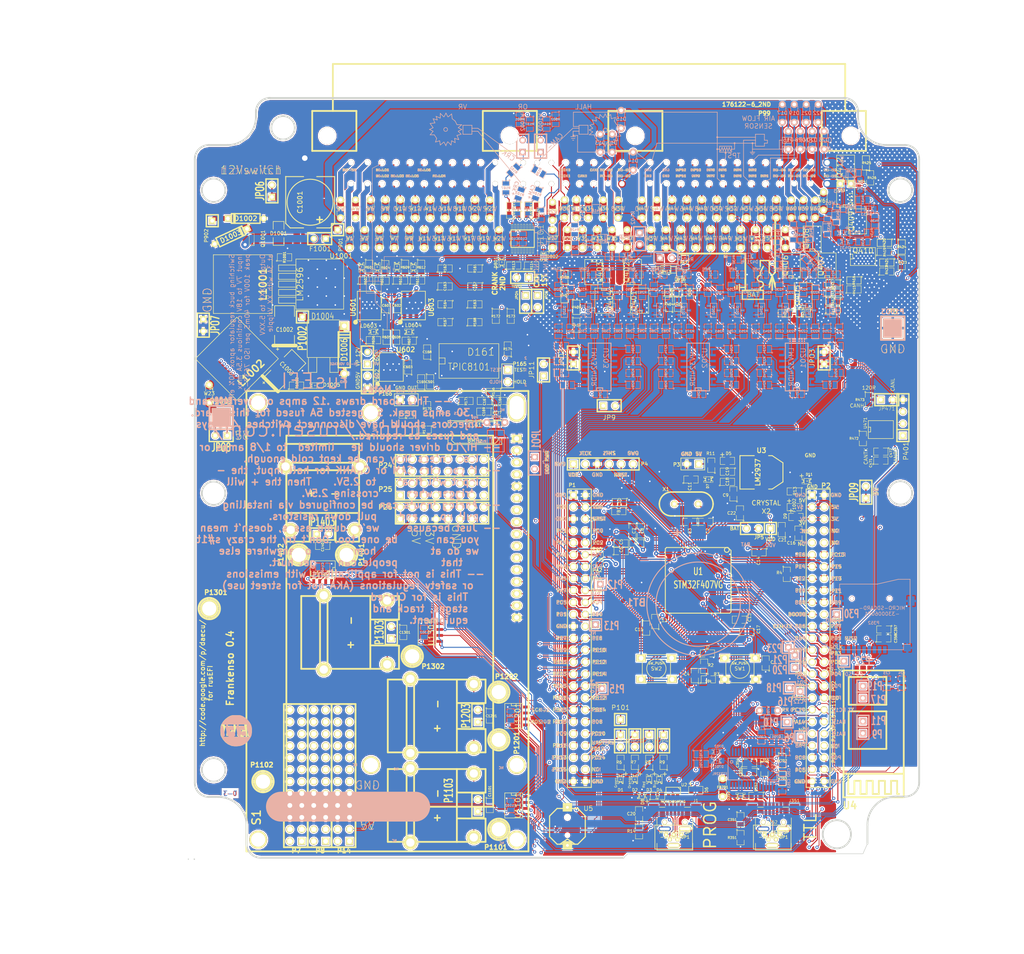
<source format=kicad_pcb>
(kicad_pcb (version 3) (host pcbnew "(2013-07-07 BZR 4022)-stable")
  (title_block (title Frankenso) (rev R.04) (company http://rusefi.com/))
  (layers (15 F.Cu signal) (2 PWR power) (1 GND power) (0 B.Cu signal) (18 B.Paste user) (19 F.Paste user) (20 B.SilkS user) (21 F.SilkS user) (22 B.Mask user) (23 F.Mask user) (28 Edge.Cuts user))
  (net 0 "")
  (net 1 /DD_HIP9011/5V)
  (net 2 /DD_HIP9011/CS)
  (net 3 /DD_HIP9011/INT/HLD)
  (net 4 /DD_HIP9011/INTOUT)
  (net 5 /DD_HIP9011/KNOCK0)
  (net 6 /DD_HIP9011/KNOCK1)
  (net 7 /DD_HIP9011/OUT)
  (net 8 /DD_HIP9011/TEST)
  (net 9 /HD44780_VCC)
  (net 10 /HD44780_VLCD)
  (net 11 /Misc_Vias/3.3V)
  (net 12 /Misc_Vias/CAM)
  (net 13 /Misc_Vias/CRANK)
  (net 14 /PWR_buck_12V_switcher/5V-REG)
  (net 15 /PWR_buck_12V_switcher/FB)
  (net 16 /PWR_buck_12V_switcher/OUT)
  (net 17 /PWR_buck_12V_switcher/VBAT)
  (net 18 /PWR_buck_12V_switcher/Vf)
  (net 19 /adc_amp_divider/INP1)
  (net 20 /adc_amp_divider/INP10)
  (net 21 /adc_amp_divider/INP11)
  (net 22 /adc_amp_divider/INP12)
  (net 23 /adc_amp_divider/INP2)
  (net 24 /adc_amp_divider/INP3)
  (net 25 /adc_amp_divider/INP4)
  (net 26 /adc_amp_divider/INP5)
  (net 27 /adc_amp_divider/INP6)
  (net 28 /adc_amp_divider/INP7)
  (net 29 /adc_amp_divider/INP8)
  (net 30 /adc_amp_divider/INP9)
  (net 31 /adc_amp_divider/OUT1)
  (net 32 /adc_amp_divider/OUT10)
  (net 33 /adc_amp_divider/OUT11)
  (net 34 /adc_amp_divider/OUT12)
  (net 35 /adc_amp_divider/OUT2)
  (net 36 /adc_amp_divider/OUT3)
  (net 37 /adc_amp_divider/OUT4)
  (net 38 /adc_amp_divider/OUT5)
  (net 39 /adc_amp_divider/OUT6)
  (net 40 /adc_amp_divider/OUT7)
  (net 41 /adc_amp_divider/OUT8)
  (net 42 /adc_amp_divider/OUT9)
  (net 43 /can_brd_1/CANH)
  (net 44 /can_brd_1/CANL)
  (net 45 /can_brd_1/CAN_RX)
  (net 46 /can_brd_1/CAN_TX)
  (net 47 /cps_vrs_io_1/CAM+)
  (net 48 /cps_vrs_io_1/CAM-)
  (net 49 /cps_vrs_io_1/CRK2+)
  (net 50 /cps_vrs_io_1/CRK2-)
  (net 51 /hi-lo/12V)
  (net 52 /hi-lo/HL1)
  (net 53 /hi-lo/HL2)
  (net 54 /hi-lo/HL3)
  (net 55 /hi-lo/HL4)
  (net 56 /hi-lo/HL5)
  (net 57 /hi-lo/HL6)
  (net 58 /hi-lo/H_IN1)
  (net 59 /hi-lo/H_IN2)
  (net 60 /hi-lo/H_IN3)
  (net 61 /hi-lo/H_IN4)
  (net 62 /hi-lo/H_IN5)
  (net 63 /hi-lo/H_IN6)
  (net 64 /hi-lo/VP)
  (net 65 /inj_12ch/INJ-01)
  (net 66 /inj_12ch/INJ-01_2)
  (net 67 /inj_12ch/INJ-01_5V)
  (net 68 /inj_12ch/INJ-02)
  (net 69 /inj_12ch/INJ-02_5V)
  (net 70 /inj_12ch/INJ-03)
  (net 71 /inj_12ch/INJ-03_5V)
  (net 72 /inj_12ch/INJ-04)
  (net 73 /inj_12ch/INJ-04_5V)
  (net 74 /inj_12ch/INJ-05)
  (net 75 /inj_12ch/INJ-05_5V)
  (net 76 /inj_12ch/INJ-06)
  (net 77 /inj_12ch/INJ-06_5V)
  (net 78 /inj_12ch/INJ-07)
  (net 79 /inj_12ch/INJ-07_5V)
  (net 80 /inj_12ch/INJ-08)
  (net 81 /inj_12ch/INJ-08_5V)
  (net 82 /inj_12ch/INJ-09)
  (net 83 /inj_12ch/INJ-09_5V)
  (net 84 /inj_12ch/INJ-10)
  (net 85 /inj_12ch/INJ-10_5V)
  (net 86 /inj_12ch/INJ-11)
  (net 87 /inj_12ch/INJ-11_5V)
  (net 88 /inj_12ch/INJ-12)
  (net 89 /inj_12ch/INJ-12_5V)
  (net 90 /mmc_usb_1/CB2)
  (net 91 /mmc_usb_1/CB4)
  (net 92 /mmc_usb_1/CS_SD_MODULE)
  (net 93 /mmc_usb_1/D+)
  (net 94 /mmc_usb_1/D-)
  (net 95 /mmc_usb_1/FTVCC)
  (net 96 /mmc_usb_1/PWREN#)
  (net 97 /mmc_usb_1/RESET)
  (net 98 /mmc_usb_1/RI)
  (net 99 /mmc_usb_1/Vbus)
  (net 100 /mmc_usb_1/shield)
  (net 101 /stm32f407_board/BOOT0)
  (net 102 /stm32f407_board/D+)
  (net 103 /stm32f407_board/D-)
  (net 104 /stm32f407_board/NRST)
  (net 105 /stm32f407_board/PA10)
  (net 106 /stm32f407_board/PA11)
  (net 107 /stm32f407_board/PA12)
  (net 108 /stm32f407_board/PA15)
  (net 109 /stm32f407_board/PA5)
  (net 110 /stm32f407_board/PA9)
  (net 111 /stm32f407_board/PB1)
  (net 112 /stm32f407_board/PB10)
  (net 113 /stm32f407_board/PB13)
  (net 114 /stm32f407_board/PB14)
  (net 115 /stm32f407_board/PB15)
  (net 116 /stm32f407_board/PB3)
  (net 117 /stm32f407_board/PB5)
  (net 118 /stm32f407_board/PC10)
  (net 119 /stm32f407_board/PC11)
  (net 120 /stm32f407_board/PC12)
  (net 121 /stm32f407_board/PC6)
  (net 122 /stm32f407_board/PC8)
  (net 123 /stm32f407_board/PD0)
  (net 124 /stm32f407_board/PD1)
  (net 125 /stm32f407_board/PD10)
  (net 126 /stm32f407_board/PD11)
  (net 127 /stm32f407_board/PD13)
  (net 128 /stm32f407_board/PD14)
  (net 129 /stm32f407_board/PD15)
  (net 130 /stm32f407_board/PD2)
  (net 131 /stm32f407_board/PD3)
  (net 132 /stm32f407_board/PD5)
  (net 133 /stm32f407_board/PD6)
  (net 134 /stm32f407_board/PD8)
  (net 135 /stm32f407_board/PD9)
  (net 136 /stm32f407_board/PE11)
  (net 137 /stm32f407_board/PE13)
  (net 138 /stm32f407_board/PE15)
  (net 139 /stm32f407_board/PE7)
  (net 140 /stm32f407_board/PE9)
  (net 141 /stm32f407_board/VDD)
  (net 142 /stm32f407_board/shield)
  (net 143 /thermocouple1//CS)
  (net 144 /thermocouple1/MISO)
  (net 145 /thermocouple1/TCPL+)
  (net 146 /thermocouple1/TCPL-)
  (net 147 /thermocouple2//CS)
  (net 148 /thermocouple2/TCPL+)
  (net 149 /thermocouple2/TCPL-)
  (net 150 /thermocouple3//CS)
  (net 151 /thermocouple3/TCPL+)
  (net 152 /thermocouple3/TCPL-)
  (net 153 /thermocouple4//CS)
  (net 154 /thermocouple4/TCPL+)
  (net 155 /thermocouple4/TCPL-)
  (net 156 GND)
  (net 157 N-00000105)
  (net 158 N-00000106)
  (net 159 N-00000107)
  (net 160 N-00000108)
  (net 161 N-00000109)
  (net 162 N-00000110)
  (net 163 N-00000111)
  (net 164 N-00000112)
  (net 165 N-00000113)
  (net 166 N-00000114)
  (net 167 N-00000115)
  (net 168 N-00000116)
  (net 169 N-00000117)
  (net 170 N-00000118)
  (net 171 N-00000119)
  (net 172 N-00000120)
  (net 173 N-00000121)
  (net 174 N-00000122)
  (net 175 N-00000126)
  (net 176 N-00000130)
  (net 177 N-00000153)
  (net 178 N-00000154)
  (net 179 N-00000155)
  (net 180 N-00000156)
  (net 181 N-00000157)
  (net 182 N-00000158)
  (net 183 N-00000159)
  (net 184 N-00000160)
  (net 185 N-00000161)
  (net 186 N-00000162)
  (net 187 N-00000163)
  (net 188 N-00000164)
  (net 189 N-00000166)
  (net 190 N-00000167)
  (net 191 N-00000168)
  (net 192 N-00000169)
  (net 193 N-00000170)
  (net 194 N-00000171)
  (net 195 N-00000172)
  (net 196 N-00000173)
  (net 197 N-00000174)
  (net 198 N-00000194)
  (net 199 N-00000196)
  (net 200 N-00000197)
  (net 201 N-00000198)
  (net 202 N-00000199)
  (net 203 N-00000200)
  (net 204 N-00000201)
  (net 205 N-00000203)
  (net 206 N-00000204)
  (net 207 N-00000205)
  (net 208 N-00000206)
  (net 209 N-00000208)
  (net 210 N-00000209)
  (net 211 N-00000211)
  (net 212 N-00000212)
  (net 213 N-00000214)
  (net 214 N-00000229)
  (net 215 N-00000231)
  (net 216 N-00000241)
  (net 217 N-00000242)
  (net 218 N-00000243)
  (net 219 N-00000245)
  (net 220 N-00000246)
  (net 221 N-00000247)
  (net 222 N-00000248)
  (net 223 N-00000249)
  (net 224 N-00000251)
  (net 225 N-00000252)
  (net 226 N-00000253)
  (net 227 N-00000254)
  (net 228 N-00000255)
  (net 229 N-00000256)
  (net 230 N-00000257)
  (net 231 N-00000258)
  (net 232 N-00000259)
  (net 233 N-00000260)
  (net 234 N-00000261)
  (net 235 N-00000262)
  (net 236 N-00000263)
  (net 237 N-00000264)
  (net 238 N-00000265)
  (net 239 N-00000266)
  (net 240 N-00000267)
  (net 241 N-00000268)
  (net 242 N-00000269)
  (net 243 N-00000270)
  (net 244 N-00000271)
  (net 245 N-00000272)
  (net 246 N-00000273)
  (net 247 N-00000274)
  (net 248 N-00000275)
  (net 249 N-00000276)
  (net 250 N-00000277)
  (net 251 N-00000278)
  (net 252 N-00000279)
  (net 253 N-00000280)
  (net 254 N-00000281)
  (net 255 N-00000282)
  (net 256 N-00000283)
  (net 257 N-00000284)
  (net 258 N-00000285)
  (net 259 N-00000286)
  (net 260 N-00000289)
  (net 261 N-00000290)
  (net 262 N-00000291)
  (net 263 N-00000292)
  (net 264 N-00000293)
  (net 265 N-00000294)
  (net 266 N-00000297)
  (net 267 N-00000298)
  (net 268 N-00000299)
  (net 269 N-00000300)
  (net 270 N-00000301)
  (net 271 N-00000305)
  (net 272 N-00000306)
  (net 273 N-00000307)
  (net 274 N-00000308)
  (net 275 N-00000309)
  (net 276 N-00000310)
  (net 277 N-00000311)
  (net 278 N-00000312)
  (net 279 N-00000313)
  (net 280 N-00000314)
  (net 281 N-00000315)
  (net 282 N-00000316)
  (net 283 N-00000317)
  (net 284 N-00000318)
  (net 285 N-00000319)
  (net 286 N-00000320)
  (net 287 N-00000321)
  (net 288 N-00000322)
  (net 289 N-00000323)
  (net 290 N-00000344)
  (net 291 N-00000348)
  (net 292 N-00000350)
  (net 293 N-00000351)
  (net 294 N-00000352)
  (net 295 N-00000355)
  (net 296 N-00000360)
  (net 297 N-00000362)
  (net 298 N-00000370)
  (net 299 N-00000371)
  (net 300 N-00000374)
  (net 301 N-00000375)
  (net 302 N-00000377)
  (net 303 N-00000378)
  (net 304 N-00000379)
  (net 305 N-00000380)
  (net 306 N-00000382)
  (net 307 N-00000383)
  (net 308 N-00000384)
  (net 309 N-00000385)
  (net 310 N-00000387)
  (net 311 N-00000388)
  (net 312 N-00000389)
  (net 313 N-00000390)
  (net 314 N-00000391)
  (net 315 N-00000392)
  (net 316 N-00000393)
  (net 317 N-00000394)
  (net 318 N-00000395)
  (net 319 N-00000396)
  (net 320 N-00000397)
  (net 321 N-00000400)
  (net 322 N-00000401)
  (net 323 N-00000402)
  (net 324 N-00000409)
  (net 325 N-00000411)
  (net 326 N-00000412)
  (net 327 N-00000414)
  (net 328 N-00000415)
  (net 329 N-00000416)
  (net 330 N-00000418)
  (net 331 N-00000419)
  (net 332 N-00000420)
  (net 333 N-00000421)
  (net 334 N-00000422)
  (net 335 N-00000427)
  (net 336 N-00000429)
  (net 337 N-00000430)
  (net 338 N-00000434)
  (net 339 N-00000435)
  (net 340 N-00000436)
  (net 341 N-00000437)
  (net 342 N-00000438)
  (net 343 N-00000439)
  (net 344 N-00000442)
  (net 345 N-00000443)
  (net 346 N-00000444)
  (net 347 N-00000445)
  (net 348 N-00000452)
  (net 349 N-00000453)
  (net 350 N-00000454)
  (net 351 N-00000455)
  (net 352 N-00000456)
  (net 353 N-00000457)
  (net 354 N-00000460)
  (net 355 N-00000464)
  (net 356 N-00000465)
  (net 357 N-00000466)
  (net 358 N-00000467)
  (net 359 N-00000468)
  (module DISPLAY_4x20_BL (layer F.Cu) (at 176.53 106.045 270)
    (fp_text reference S1 (at 88.265 55.372 270) (layer F.SilkS) (effects (font (size 1.778 1.778) (thickness 0.3048))))
    (fp_text value DISPLAY_BL hide)
    (pad "" thru_hole circle (at 2.12 31 270) (size 3.81 3.81) (drill 3.048) (layers *.Cu *.Mask F.SilkS))
    (pad "" thru_hole circle (at 77.12 31 270) (size 3.81 3.81) (drill 3.048) (layers *.Cu *.Mask F.SilkS))
    (pad "" thru_hole circle (at 77.12 0 270) (size 3.81 3.81) (drill 3.048) (layers *.Cu *.Mask F.SilkS))
    (pad A thru_hole oval (at 43.18 0 270) (size 1.651 2.159) (drill 1.016) (layers *.Cu *.Mask F.SilkS) (net 9 /HD44780_VCC))
    (pad K thru_hole oval (at 45.72 0 270) (size 1.651 2.159) (drill 1.016) (layers *.Cu *.Mask F.SilkS) (net 156 GND))
    (pad 1 thru_hole rect (at 7.62 0 270) (size 1.651 2.159) (drill 1.016) (layers *.Cu *.Mask F.SilkS) (net 156 GND))
    (pad 2 thru_hole oval (at 10.16 0 270) (size 1.651 2.159) (drill 1.016) (layers *.Cu *.Mask F.SilkS) (net 9 /HD44780_VCC))
    (pad 3 thru_hole oval (at 12.7 0 270) (size 1.651 2.159) (drill 1.016) (layers *.Cu *.Mask F.SilkS) (net 10 /HD44780_VLCD))
    (pad 4 thru_hole oval (at 15.24 0 270) (size 1.651 2.159) (drill 1.016) (layers *.Cu *.Mask F.SilkS) (net 139 /stm32f407_board/PE7))
    (pad 5 thru_hole oval (at 17.78 0 270) (size 1.651 2.159) (drill 1.016) (layers *.Cu *.Mask F.SilkS) (net 156 GND))
    (pad 6 thru_hole oval (at 20.32 0 270) (size 1.651 2.159) (drill 1.016) (layers *.Cu *.Mask F.SilkS) (net 140 /stm32f407_board/PE9))
    (pad 7 thru_hole oval (at 22.86 0 270) (size 1.651 2.159) (drill 1.016) (layers *.Cu *.Mask F.SilkS))
    (pad 8 thru_hole oval (at 25.4 0 270) (size 1.651 2.159) (drill 1.016) (layers *.Cu *.Mask F.SilkS))
    (pad 9 thru_hole oval (at 27.94 0 270) (size 1.651 2.159) (drill 1.016) (layers *.Cu *.Mask F.SilkS))
    (pad 10 thru_hole oval (at 30.48 0 270) (size 1.651 2.159) (drill 1.016) (layers *.Cu *.Mask F.SilkS))
    (pad 11 thru_hole oval (at 33.02 0 270) (size 1.651 2.159) (drill 1.016) (layers *.Cu *.Mask F.SilkS) (net 136 /stm32f407_board/PE11))
    (pad 12 thru_hole oval (at 35.56 0 270) (size 1.651 2.159) (drill 1.016) (layers *.Cu *.Mask F.SilkS) (net 137 /stm32f407_board/PE13))
    (pad 13 thru_hole oval (at 38.1 0 270) (size 1.651 2.159) (drill 1.016) (layers *.Cu *.Mask F.SilkS) (net 138 /stm32f407_board/PE15))
    (pad 14 thru_hole oval (at 40.64 0 270) (size 1.651 2.159) (drill 1.016) (layers *.Cu *.Mask F.SilkS) (net 112 /stm32f407_board/PB10))
    (pad "" thru_hole oval (at 1.06 0 270) (size 6 3.81) (drill oval 5.02 3.048) (layers *.Cu *.Mask F.SilkS))
    (pad "" thru_hole circle (at 92.99956 0 270) (size 3.81 3.81) (drill 3.048) (layers *.Cu *.Mask F.SilkS))
    (pad "" thru_hole circle (at 0 55.0037 270) (size 3.81 3.81) (drill 3.048) (layers *.Cu *.Mask F.SilkS))
    (pad "" thru_hole circle (at 92.99956 55.00116 270) (size 3.81 3.81) (drill 3.048) (layers *.Cu *.Mask F.SilkS))
  )
  (module SIL-1 (layer F.Cu) (at 245.364 59.436 180)
    (fp_text reference W63 (at -0.254 -1.397 180) (layer F.SilkS) (effects (font (size 0.508 0.508) (thickness 0.127))))
    (fp_text value CONN_1 hide)
    (pad 1 thru_hole rect (at 0 0 180) (size 1.397 1.397) (drill 0.8128) (layers *.Cu *.Mask F.SilkS) (net 86 /inj_12ch/INJ-11))
  )
  (module SIL-1 (layer F.Cu) (at 247.65 59.436 180)
    (fp_text reference W64 (at -2.286 0.508 180) (layer F.SilkS) (effects (font (size 0.508 0.508) (thickness 0.127))))
    (fp_text value CONN_1 hide)
    (pad 1 thru_hole rect (at 0 0 180) (size 1.397 1.397) (drill 0.8128) (layers *.Cu *.Mask F.SilkS) (net 88 /inj_12ch/INJ-12))
  )
  (module SMDSVP10 (layer F.Cu) (at 132.588 63.373 90)
    (fp_text reference C1001 (at 0 -2.159 90) (layer F.SilkS) (effects (font (size 1.016 1.00076) (thickness 0.15748))))
    (fp_text value "330uF 35V" hide)
    (fp_text user + (at -3.683 1.905 90) (layer F.SilkS) (effects (font (size 1.524 1.524) (thickness 0.3048))))
    (pad 1 smd rect (at -4.39928 0 90) (size 4.39928 1.89992) (layers F.Cu F.Paste F.Mask) (net 17 /PWR_buck_12V_switcher/VBAT))
    (pad 2 smd rect (at 4.30022 0 90) (size 4.39928 1.89992) (layers F.Cu F.Paste F.Mask) (net 156 GND))
  )
  (module TQFP_100 (layer F.Cu) (at 215.138 143.85036)
    (fp_text reference U1 (at 0 -1.905) (layer F.SilkS) (effects (font (size 1.524 1.016) (thickness 0.2032))))
    (fp_text value STM32F407VG (at 0.0254 0.9398) (layer F.SilkS) (effects (font (size 1.524 1.016) (thickness 0.2032))))
    (pad 100 smd rect (at 7.747 -5.9944) (size 1.016 0.254) (layers F.Cu F.Paste F.Mask) (net 141 /stm32f407_board/VDD))
    (pad 76 smd rect (at 7.747 5.9944) (size 1.016 0.254) (layers F.Cu F.Paste F.Mask) (net 147 /thermocouple2//CS))
    (pad 77 smd rect (at 7.747 5.4864) (size 1.016 0.254) (layers F.Cu F.Paste F.Mask) (net 108 /stm32f407_board/PA15))
    (pad 78 smd rect (at 7.747 5.0038) (size 1.016 0.254) (layers F.Cu F.Paste F.Mask) (net 118 /stm32f407_board/PC10))
    (pad 79 smd rect (at 7.747 4.4958) (size 1.016 0.254) (layers F.Cu F.Paste F.Mask) (net 119 /stm32f407_board/PC11))
    (pad 80 smd rect (at 7.747 3.9878) (size 1.016 0.254) (layers F.Cu F.Paste F.Mask) (net 120 /stm32f407_board/PC12))
    (pad 81 smd rect (at 7.747 3.5052) (size 1.016 0.254) (layers F.Cu F.Paste F.Mask) (net 123 /stm32f407_board/PD0))
    (pad 82 smd rect (at 7.747 2.9972) (size 1.016 0.254) (layers F.Cu F.Paste F.Mask) (net 124 /stm32f407_board/PD1))
    (pad 83 smd rect (at 7.747 2.4892) (size 1.016 0.254) (layers F.Cu F.Paste F.Mask) (net 130 /stm32f407_board/PD2))
    (pad 84 smd rect (at 7.747 2.0066) (size 1.016 0.254) (layers F.Cu F.Paste F.Mask) (net 131 /stm32f407_board/PD3))
    (pad 85 smd rect (at 7.747 1.4986) (size 1.016 0.254) (layers F.Cu F.Paste F.Mask) (net 92 /mmc_usb_1/CS_SD_MODULE))
    (pad 86 smd rect (at 7.747 0.9906) (size 1.016 0.254) (layers F.Cu F.Paste F.Mask) (net 132 /stm32f407_board/PD5))
    (pad 87 smd rect (at 7.747 0.4826) (size 1.016 0.254) (layers F.Cu F.Paste F.Mask) (net 133 /stm32f407_board/PD6))
    (pad 88 smd rect (at 7.747 0) (size 1.016 0.254) (layers F.Cu F.Paste F.Mask) (net 71 /inj_12ch/INJ-03_5V))
    (pad 89 smd rect (at 7.747 -0.508) (size 1.016 0.254) (layers F.Cu F.Paste F.Mask) (net 116 /stm32f407_board/PB3))
    (pad 90 smd rect (at 7.747 -1.016) (size 1.016 0.254) (layers F.Cu F.Paste F.Mask) (net 144 /thermocouple1/MISO))
    (pad 91 smd rect (at 7.747 -1.4986) (size 1.016 0.254) (layers F.Cu F.Paste F.Mask) (net 117 /stm32f407_board/PB5))
    (pad 92 smd rect (at 7.747 -2.0066) (size 1.016 0.254) (layers F.Cu F.Paste F.Mask) (net 46 /can_brd_1/CAN_TX))
    (pad 93 smd rect (at 7.747 -2.5146) (size 1.016 0.254) (layers F.Cu F.Paste F.Mask) (net 89 /inj_12ch/INJ-12_5V))
    (pad 94 smd rect (at 7.747 -2.9972) (size 1.016 0.254) (layers F.Cu F.Paste F.Mask) (net 101 /stm32f407_board/BOOT0))
    (pad 95 smd rect (at 7.747 -3.5052) (size 1.016 0.254) (layers F.Cu F.Paste F.Mask) (net 87 /inj_12ch/INJ-11_5V))
    (pad 96 smd rect (at 7.747 -4.0132) (size 1.016 0.254) (layers F.Cu F.Paste F.Mask) (net 83 /inj_12ch/INJ-09_5V))
    (pad 97 smd rect (at 7.747 -4.4958) (size 1.016 0.254) (layers F.Cu F.Paste F.Mask) (net 85 /inj_12ch/INJ-10_5V))
    (pad 98 smd rect (at 7.747 -5.0038) (size 1.016 0.254) (layers F.Cu F.Paste F.Mask) (net 79 /inj_12ch/INJ-07_5V))
    (pad 99 smd rect (at 7.747 -5.5118) (size 1.016 0.254) (layers F.Cu F.Paste F.Mask) (net 156 GND))
    (pad 75 smd rect (at 5.9944 7.747) (size 0.254 1.016) (layers F.Cu F.Paste F.Mask) (net 141 /stm32f407_board/VDD))
    (pad 51 smd rect (at -5.9944 7.747) (size 0.254 1.016) (layers F.Cu F.Paste F.Mask) (net 45 /can_brd_1/CAN_RX))
    (pad 52 smd rect (at -5.4864 7.747) (size 0.254 1.016) (layers F.Cu F.Paste F.Mask) (net 113 /stm32f407_board/PB13))
    (pad 53 smd rect (at -5.0038 7.747) (size 0.254 1.016) (layers F.Cu F.Paste F.Mask) (net 114 /stm32f407_board/PB14))
    (pad 54 smd rect (at -4.4958 7.747) (size 0.254 1.016) (layers F.Cu F.Paste F.Mask) (net 115 /stm32f407_board/PB15))
    (pad 55 smd rect (at -3.9878 7.747) (size 0.254 1.016) (layers F.Cu F.Paste F.Mask) (net 134 /stm32f407_board/PD8))
    (pad 56 smd rect (at -3.5052 7.747) (size 0.254 1.016) (layers F.Cu F.Paste F.Mask) (net 135 /stm32f407_board/PD9))
    (pad 57 smd rect (at -2.9972 7.747) (size 0.254 1.016) (layers F.Cu F.Paste F.Mask) (net 125 /stm32f407_board/PD10))
    (pad 58 smd rect (at -2.4892 7.747) (size 0.254 1.016) (layers F.Cu F.Paste F.Mask) (net 126 /stm32f407_board/PD11))
    (pad 59 smd rect (at -2.0066 7.747) (size 0.254 1.016) (layers F.Cu F.Paste F.Mask) (net 143 /thermocouple1//CS))
    (pad 60 smd rect (at -1.4986 7.747) (size 0.254 1.016) (layers F.Cu F.Paste F.Mask) (net 127 /stm32f407_board/PD13))
    (pad 61 smd rect (at -0.9906 7.747) (size 0.254 1.016) (layers F.Cu F.Paste F.Mask) (net 128 /stm32f407_board/PD14))
    (pad 62 smd rect (at -0.4826 7.747) (size 0.254 1.016) (layers F.Cu F.Paste F.Mask) (net 129 /stm32f407_board/PD15))
    (pad 63 smd rect (at 0 7.747) (size 0.254 1.016) (layers F.Cu F.Paste F.Mask) (net 121 /stm32f407_board/PC6))
    (pad 64 smd rect (at 0.508 7.747) (size 0.254 1.016) (layers F.Cu F.Paste F.Mask) (net 58 /hi-lo/H_IN1))
    (pad 65 smd rect (at 1.016 7.747) (size 0.254 1.016) (layers F.Cu F.Paste F.Mask) (net 122 /stm32f407_board/PC8))
    (pad 66 smd rect (at 1.4986 7.747) (size 0.254 1.016) (layers F.Cu F.Paste F.Mask) (net 60 /hi-lo/H_IN3))
    (pad 67 smd rect (at 2.0066 7.747) (size 0.254 1.016) (layers F.Cu F.Paste F.Mask) (net 150 /thermocouple3//CS))
    (pad 68 smd rect (at 2.5146 7.747) (size 0.254 1.016) (layers F.Cu F.Paste F.Mask) (net 110 /stm32f407_board/PA9))
    (pad 69 smd rect (at 2.9972 7.747) (size 0.254 1.016) (layers F.Cu F.Paste F.Mask) (net 105 /stm32f407_board/PA10))
    (pad 70 smd rect (at 3.5052 7.747) (size 0.254 1.016) (layers F.Cu F.Paste F.Mask) (net 106 /stm32f407_board/PA11))
    (pad 71 smd rect (at 4.0132 7.747) (size 0.254 1.016) (layers F.Cu F.Paste F.Mask) (net 107 /stm32f407_board/PA12))
    (pad 72 smd rect (at 4.4958 7.747) (size 0.254 1.016) (layers F.Cu F.Paste F.Mask) (net 153 /thermocouple4//CS))
    (pad 73 smd rect (at 5.0038 7.747) (size 0.254 1.016) (layers F.Cu F.Paste F.Mask) (net 356 N-00000465))
    (pad 74 smd rect (at 5.5118 7.747) (size 0.254 1.016) (layers F.Cu F.Paste F.Mask) (net 156 GND))
    (pad 1 smd rect (at 5.9944 -7.747) (size 0.254 1.016) (layers F.Cu F.Paste F.Mask) (net 81 /inj_12ch/INJ-08_5V))
    (pad 2 smd rect (at 5.4864 -7.747) (size 0.254 1.016) (layers F.Cu F.Paste F.Mask) (net 75 /inj_12ch/INJ-05_5V))
    (pad 3 smd rect (at 5.0038 -7.747) (size 0.254 1.016) (layers F.Cu F.Paste F.Mask) (net 77 /inj_12ch/INJ-06_5V))
    (pad 4 smd rect (at 4.4958 -7.747) (size 0.254 1.016) (layers F.Cu F.Paste F.Mask) (net 69 /inj_12ch/INJ-02_5V))
    (pad 5 smd rect (at 3.9878 -7.747) (size 0.254 1.016) (layers F.Cu F.Paste F.Mask) (net 67 /inj_12ch/INJ-01_5V))
    (pad 6 smd rect (at 3.5052 -7.747) (size 0.254 1.016) (layers F.Cu F.Paste F.Mask) (net 354 N-00000460))
    (pad 7 smd rect (at 2.9972 -7.747) (size 0.254 1.016) (layers F.Cu F.Paste F.Mask) (net 73 /inj_12ch/INJ-04_5V))
    (pad 8 smd rect (at 2.4892 -7.747) (size 0.254 1.016) (layers F.Cu F.Paste F.Mask) (net 338 N-00000434))
    (pad 9 smd rect (at 2.0066 -7.747) (size 0.254 1.016) (layers F.Cu F.Paste F.Mask) (net 337 N-00000430))
    (pad 10 smd rect (at 1.4986 -7.747) (size 0.254 1.016) (layers F.Cu F.Paste F.Mask) (net 156 GND))
    (pad 11 smd rect (at 0.9906 -7.747) (size 0.254 1.016) (layers F.Cu F.Paste F.Mask) (net 141 /stm32f407_board/VDD))
    (pad 12 smd rect (at 0.4826 -7.747) (size 0.254 1.016) (layers F.Cu F.Paste F.Mask) (net 339 N-00000435))
    (pad 13 smd rect (at 0 -7.747) (size 0.254 1.016) (layers F.Cu F.Paste F.Mask) (net 355 N-00000464))
    (pad 14 smd rect (at -0.508 -7.747) (size 0.254 1.016) (layers F.Cu F.Paste F.Mask) (net 104 /stm32f407_board/NRST))
    (pad 15 smd rect (at -1.016 -7.747) (size 0.254 1.016) (layers F.Cu F.Paste F.Mask) (net 7 /DD_HIP9011/OUT))
    (pad 16 smd rect (at -1.4986 -7.747) (size 0.254 1.016) (layers F.Cu F.Paste F.Mask) (net 35 /adc_amp_divider/OUT2))
    (pad 17 smd rect (at -2.0066 -7.747) (size 0.254 1.016) (layers F.Cu F.Paste F.Mask) (net 31 /adc_amp_divider/OUT1))
    (pad 18 smd rect (at -2.5146 -7.747) (size 0.254 1.016) (layers F.Cu F.Paste F.Mask) (net 37 /adc_amp_divider/OUT4))
    (pad 19 smd rect (at -2.9972 -7.747) (size 0.254 1.016) (layers F.Cu F.Paste F.Mask) (net 141 /stm32f407_board/VDD))
    (pad 20 smd rect (at -3.5052 -7.747) (size 0.254 1.016) (layers F.Cu F.Paste F.Mask) (net 156 GND))
    (pad 21 smd rect (at -4.0132 -7.747) (size 0.254 1.016) (layers F.Cu F.Paste F.Mask) (net 336 N-00000429))
    (pad 22 smd rect (at -4.4958 -7.747) (size 0.254 1.016) (layers F.Cu F.Paste F.Mask) (net 359 N-00000468))
    (pad 23 smd rect (at -5.0038 -7.747) (size 0.254 1.016) (layers F.Cu F.Paste F.Mask) (net 36 /adc_amp_divider/OUT3))
    (pad 24 smd rect (at -5.5118 -7.747) (size 0.254 1.016) (layers F.Cu F.Paste F.Mask) (net 39 /adc_amp_divider/OUT6))
    (pad 25 smd rect (at -5.9944 -7.747) (size 0.254 1.016) (layers F.Cu F.Paste F.Mask) (net 38 /adc_amp_divider/OUT5))
    (pad 26 smd rect (at -7.747 -5.9944) (size 1.016 0.254) (layers F.Cu F.Paste F.Mask) (net 41 /adc_amp_divider/OUT8))
    (pad 27 smd rect (at -7.747 -5.4864) (size 1.016 0.254) (layers F.Cu F.Paste F.Mask) (net 156 GND))
    (pad 28 smd rect (at -7.747 -5.0038) (size 1.016 0.254) (layers F.Cu F.Paste F.Mask) (net 141 /stm32f407_board/VDD))
    (pad 29 smd rect (at -7.747 -4.4958) (size 1.016 0.254) (layers F.Cu F.Paste F.Mask) (net 40 /adc_amp_divider/OUT7))
    (pad 30 smd rect (at -7.747 -3.9878) (size 1.016 0.254) (layers F.Cu F.Paste F.Mask) (net 109 /stm32f407_board/PA5))
    (pad 31 smd rect (at -7.747 -3.5052) (size 1.016 0.254) (layers F.Cu F.Paste F.Mask) (net 32 /adc_amp_divider/OUT10))
    (pad 32 smd rect (at -7.747 -2.9972) (size 1.016 0.254) (layers F.Cu F.Paste F.Mask) (net 42 /adc_amp_divider/OUT9))
    (pad 33 smd rect (at -7.747 -2.4892) (size 1.016 0.254) (layers F.Cu F.Paste F.Mask) (net 34 /adc_amp_divider/OUT12))
    (pad 34 smd rect (at -7.747 -2.0066) (size 1.016 0.254) (layers F.Cu F.Paste F.Mask) (net 33 /adc_amp_divider/OUT11))
    (pad 35 smd rect (at -7.747 -1.4986) (size 1.016 0.254) (layers F.Cu F.Paste F.Mask) (net 2 /DD_HIP9011/CS))
    (pad 36 smd rect (at -7.747 -0.9906) (size 1.016 0.254) (layers F.Cu F.Paste F.Mask) (net 111 /stm32f407_board/PB1))
    (pad 37 smd rect (at -7.747 -0.4826) (size 1.016 0.254) (layers F.Cu F.Paste F.Mask) (net 156 GND))
    (pad 38 smd rect (at -7.747 0) (size 1.016 0.254) (layers F.Cu F.Paste F.Mask) (net 139 /stm32f407_board/PE7))
    (pad 39 smd rect (at -7.747 0.508) (size 1.016 0.254) (layers F.Cu F.Paste F.Mask) (net 62 /hi-lo/H_IN5))
    (pad 40 smd rect (at -7.747 1.016) (size 1.016 0.254) (layers F.Cu F.Paste F.Mask) (net 140 /stm32f407_board/PE9))
    (pad 41 smd rect (at -7.747 1.4986) (size 1.016 0.254) (layers F.Cu F.Paste F.Mask) (net 63 /hi-lo/H_IN6))
    (pad 42 smd rect (at -7.747 2.0066) (size 1.016 0.254) (layers F.Cu F.Paste F.Mask) (net 136 /stm32f407_board/PE11))
    (pad 43 smd rect (at -7.747 2.5146) (size 1.016 0.254) (layers F.Cu F.Paste F.Mask) (net 61 /hi-lo/H_IN4))
    (pad 44 smd rect (at -7.747 2.9972) (size 1.016 0.254) (layers F.Cu F.Paste F.Mask) (net 137 /stm32f407_board/PE13))
    (pad 45 smd rect (at -7.747 3.5052) (size 1.016 0.254) (layers F.Cu F.Paste F.Mask) (net 59 /hi-lo/H_IN2))
    (pad 46 smd rect (at -7.747 4.0132) (size 1.016 0.254) (layers F.Cu F.Paste F.Mask) (net 138 /stm32f407_board/PE15))
    (pad 47 smd rect (at -7.747 4.4958) (size 1.016 0.254) (layers F.Cu F.Paste F.Mask) (net 112 /stm32f407_board/PB10))
    (pad 48 smd rect (at -7.747 5.0038) (size 1.016 0.254) (layers F.Cu F.Paste F.Mask) (net 3 /DD_HIP9011/INT/HLD))
    (pad 49 smd rect (at -7.747 5.5118) (size 1.016 0.254) (layers F.Cu F.Paste F.Mask) (net 357 N-00000466))
    (pad 50 smd rect (at -7.747 5.9944) (size 1.016 0.254) (layers F.Cu F.Paste F.Mask) (net 141 /stm32f407_board/VDD))
    (pad NC1 smd circle (at 7.62 -7.62) (size 0.508 0.508) (layers F.Cu F.Mask))
  )
  (module maxim-10-QSOP16 (layer F.Cu) (at 177.8 71.12)
    (fp_text reference U101 (at 3.81 -0.635 90) (layer F.SilkS) (effects (font (size 1.27 1.27) (thickness 0.0889))))
    (fp_text value MAX9926/9927 hide)
    (pad 1 smd rect (at -2.2225 2.68986) (size 0.44958 1.4986) (layers F.Cu F.Paste F.Mask) (net 156 GND))
    (pad 2 smd rect (at -1.5875 2.68986) (size 0.44958 1.4986) (layers F.Cu F.Paste F.Mask))
    (pad 3 smd rect (at -0.9525 2.68986) (size 0.44958 1.4986) (layers F.Cu F.Paste F.Mask) (net 156 GND))
    (pad 4 smd rect (at -0.3175 2.68986) (size 0.44958 1.4986) (layers F.Cu F.Paste F.Mask) (net 13 /Misc_Vias/CRANK))
    (pad 5 smd rect (at 0.3175 2.68986) (size 0.44958 1.4986) (layers F.Cu F.Paste F.Mask) (net 12 /Misc_Vias/CAM))
    (pad 6 smd rect (at 0.9525 2.68986) (size 0.44958 1.4986) (layers F.Cu F.Paste F.Mask) (net 156 GND))
    (pad 7 smd rect (at 1.5875 2.68986) (size 0.44958 1.4986) (layers F.Cu F.Paste F.Mask))
    (pad 8 smd rect (at 2.2225 2.68986) (size 0.44958 1.4986) (layers F.Cu F.Paste F.Mask) (net 156 GND))
    (pad 9 smd rect (at 2.2225 -2.68986) (size 0.44958 1.4986) (layers F.Cu F.Paste F.Mask) (net 311 N-00000388))
    (pad 10 smd rect (at 1.5875 -2.68986) (size 0.44958 1.4986) (layers F.Cu F.Paste F.Mask) (net 308 N-00000384))
    (pad 11 smd rect (at 0.9525 -2.68986) (size 0.44958 1.4986) (layers F.Cu F.Paste F.Mask) (net 156 GND))
    (pad 12 smd rect (at 0.3175 -2.68986) (size 0.44958 1.4986) (layers F.Cu F.Paste F.Mask) (net 156 GND))
    (pad 13 smd rect (at -0.3175 -2.68986) (size 0.44958 1.4986) (layers F.Cu F.Paste F.Mask) (net 156 GND))
    (pad 14 smd rect (at -0.9525 -2.68986) (size 0.44958 1.4986) (layers F.Cu F.Paste F.Mask) (net 1 /DD_HIP9011/5V))
    (pad 15 smd rect (at -1.5875 -2.68986) (size 0.44958 1.4986) (layers F.Cu F.Paste F.Mask) (net 309 N-00000385))
    (pad 16 smd rect (at -2.2225 -2.68986) (size 0.44958 1.4986) (layers F.Cu F.Paste F.Mask) (net 310 N-00000387))
    (pad NC smd circle (at -3.048 -1.524) (size 0.508 0.508) (layers F.Cu F.Mask))
  )
  (module SM0805_jumper (layer F.Cu) (at 198.12 64.77 90)
    (fp_text reference W38 (at 0.0635 0 180) (layer F.SilkS) (effects (font (size 0.762 0.762) (thickness 0.127))))
    (fp_text value TEST hide)
    (pad 1 smd rect (at -0.9525 0 90) (size 0.889 1.397) (layers F.Cu F.Paste F.Mask) (net 66 /inj_12ch/INJ-01_2))
    (pad 2 smd rect (at 0.9525 0 90) (size 0.889 1.397) (layers F.Cu F.Paste F.Mask) (net 183 N-00000159))
    (pad 2 thru_hole circle (at 1.905 0 90) (size 1.524 1.524) (drill 0.8128) (layers *.Cu *.Mask F.SilkS) (net 183 N-00000159))
    (pad 1 thru_hole circle (at -1.905 0 90) (size 1.524 1.524) (drill 0.8128) (layers *.Cu *.Mask F.SilkS) (net 66 /inj_12ch/INJ-01_2))
    (pad 2 smd rect (at 1.27 0 90) (size 1.524 0.2032) (layers F.Cu F.Paste F.Mask) (net 183 N-00000159))
    (pad 1 smd rect (at -1.27 0 90) (size 1.524 0.2032) (layers F.Cu F.Paste F.Mask) (net 66 /inj_12ch/INJ-01_2))
  )
  (module SM0805_jumper (layer F.Cu) (at 154.94 64.77 90)
    (fp_text reference W12 (at 0.0635 0 180) (layer F.SilkS) (effects (font (size 0.762 0.762) (thickness 0.127))))
    (fp_text value TEST hide)
    (pad 1 smd rect (at -0.9525 0 90) (size 0.889 1.397) (layers F.Cu F.Paste F.Mask) (net 57 /hi-lo/HL6))
    (pad 2 smd rect (at 0.9525 0 90) (size 0.889 1.397) (layers F.Cu F.Paste F.Mask) (net 198 N-00000194))
    (pad 2 thru_hole circle (at 1.905 0 90) (size 1.524 1.524) (drill 0.8128) (layers *.Cu *.Mask F.SilkS) (net 198 N-00000194))
    (pad 1 thru_hole circle (at -1.905 0 90) (size 1.524 1.524) (drill 0.8128) (layers *.Cu *.Mask F.SilkS) (net 57 /hi-lo/HL6))
    (pad 2 smd rect (at 1.27 0 90) (size 1.524 0.2032) (layers F.Cu F.Paste F.Mask) (net 198 N-00000194))
    (pad 1 smd rect (at -1.27 0 90) (size 1.524 0.2032) (layers F.Cu F.Paste F.Mask) (net 57 /hi-lo/HL6))
  )
  (module SM0805_jumper (layer F.Cu) (at 151.765 64.77 90)
    (fp_text reference W10 (at 0.0635 0 180) (layer F.SilkS) (effects (font (size 0.762 0.762) (thickness 0.127))))
    (fp_text value TEST hide)
    (pad 1 smd rect (at -0.9525 0 90) (size 0.889 1.397) (layers F.Cu F.Paste F.Mask))
    (pad 2 smd rect (at 0.9525 0 90) (size 0.889 1.397) (layers F.Cu F.Paste F.Mask) (net 204 N-00000201))
    (pad 2 thru_hole circle (at 1.905 0 90) (size 1.524 1.524) (drill 0.8128) (layers *.Cu *.Mask F.SilkS) (net 204 N-00000201))
    (pad 1 thru_hole circle (at -1.905 0 90) (size 1.524 1.524) (drill 0.8128) (layers *.Cu *.Mask F.SilkS))
    (pad 2 smd rect (at 1.27 0 90) (size 1.524 0.2032) (layers F.Cu F.Paste F.Mask) (net 204 N-00000201))
    (pad 1 smd rect (at -1.27 0 90) (size 1.524 0.2032) (layers F.Cu F.Paste F.Mask))
  )
  (module SM0805_jumper (layer F.Cu) (at 148.59 64.77 90)
    (fp_text reference W8 (at 0.0635 0 180) (layer F.SilkS) (effects (font (size 0.762 0.762) (thickness 0.127))))
    (fp_text value TEST hide)
    (pad 1 smd rect (at -0.9525 0 90) (size 0.889 1.397) (layers F.Cu F.Paste F.Mask) (net 53 /hi-lo/HL2))
    (pad 2 smd rect (at 0.9525 0 90) (size 0.889 1.397) (layers F.Cu F.Paste F.Mask) (net 202 N-00000199))
    (pad 2 thru_hole circle (at 1.905 0 90) (size 1.524 1.524) (drill 0.8128) (layers *.Cu *.Mask F.SilkS) (net 202 N-00000199))
    (pad 1 thru_hole circle (at -1.905 0 90) (size 1.524 1.524) (drill 0.8128) (layers *.Cu *.Mask F.SilkS) (net 53 /hi-lo/HL2))
    (pad 2 smd rect (at 1.27 0 90) (size 1.524 0.2032) (layers F.Cu F.Paste F.Mask) (net 202 N-00000199))
    (pad 1 smd rect (at -1.27 0 90) (size 1.524 0.2032) (layers F.Cu F.Paste F.Mask) (net 53 /hi-lo/HL2))
  )
  (module SM0805_jumper (layer F.Cu) (at 145.415 64.77 90)
    (fp_text reference W6 (at 0.0635 0 180) (layer F.SilkS) (effects (font (size 0.762 0.762) (thickness 0.127))))
    (fp_text value TEST hide)
    (pad 1 smd rect (at -0.9525 0 90) (size 0.889 1.397) (layers F.Cu F.Paste F.Mask) (net 52 /hi-lo/HL1))
    (pad 2 smd rect (at 0.9525 0 90) (size 0.889 1.397) (layers F.Cu F.Paste F.Mask) (net 200 N-00000197))
    (pad 2 thru_hole circle (at 1.905 0 90) (size 1.524 1.524) (drill 0.8128) (layers *.Cu *.Mask F.SilkS) (net 200 N-00000197))
    (pad 1 thru_hole circle (at -1.905 0 90) (size 1.524 1.524) (drill 0.8128) (layers *.Cu *.Mask F.SilkS) (net 52 /hi-lo/HL1))
    (pad 2 smd rect (at 1.27 0 90) (size 1.524 0.2032) (layers F.Cu F.Paste F.Mask) (net 200 N-00000197))
    (pad 1 smd rect (at -1.27 0 90) (size 1.524 0.2032) (layers F.Cu F.Paste F.Mask) (net 52 /hi-lo/HL1))
  )
  (module SM0805_jumper (layer F.Cu) (at 139.065 64.77 90)
    (fp_text reference W2 (at 0.0635 0 180) (layer F.SilkS) (effects (font (size 0.762 0.762) (thickness 0.127))))
    (fp_text value TEST hide)
    (pad 1 smd rect (at -0.9525 0 90) (size 0.889 1.397) (layers F.Cu F.Paste F.Mask) (net 51 /hi-lo/12V))
    (pad 2 smd rect (at 0.9525 0 90) (size 0.889 1.397) (layers F.Cu F.Paste F.Mask) (net 175 N-00000126))
    (pad 2 thru_hole circle (at 1.905 0 90) (size 1.524 1.524) (drill 0.8128) (layers *.Cu *.Mask F.SilkS) (net 175 N-00000126))
    (pad 1 thru_hole circle (at -1.905 0 90) (size 1.524 1.524) (drill 0.8128) (layers *.Cu *.Mask F.SilkS) (net 51 /hi-lo/12V))
    (pad 1 smd rect (at -1.27 0 90) (size 1.524 0.2032) (layers F.Cu F.Paste F.Mask) (net 51 /hi-lo/12V))
    (pad 2 smd rect (at 1.27 0 90) (size 1.524 0.2032) (layers F.Cu F.Paste F.Mask) (net 175 N-00000126))
  )
  (module SM0805_jumper (layer F.Cu) (at 142.24 64.77 90)
    (fp_text reference W4 (at 0.0635 0 180) (layer F.SilkS) (effects (font (size 0.762 0.762) (thickness 0.127))))
    (fp_text value TEST hide)
    (pad 1 smd rect (at -0.9525 0 90) (size 0.889 1.397) (layers F.Cu F.Paste F.Mask))
    (pad 2 smd rect (at 0.9525 0 90) (size 0.889 1.397) (layers F.Cu F.Paste F.Mask) (net 206 N-00000204))
    (pad 2 thru_hole circle (at 1.905 0 90) (size 1.524 1.524) (drill 0.8128) (layers *.Cu *.Mask F.SilkS) (net 206 N-00000204))
    (pad 1 thru_hole circle (at -1.905 0 90) (size 1.524 1.524) (drill 0.8128) (layers *.Cu *.Mask F.SilkS))
    (pad 1 smd rect (at -1.27 0 90) (size 1.524 0.2032) (layers F.Cu F.Paste F.Mask))
    (pad 2 smd rect (at 1.27 0 90) (size 1.524 0.2032) (layers F.Cu F.Paste F.Mask) (net 206 N-00000204))
  )
  (module SM0805_jumper (layer F.Cu) (at 220.98 71.12 90)
    (fp_text reference W49 (at 0.0635 0 180) (layer F.SilkS) (effects (font (size 0.762 0.762) (thickness 0.127))))
    (fp_text value TEST hide)
    (pad 1 smd rect (at -0.9525 0 90) (size 0.889 1.397) (layers F.Cu F.Paste F.Mask) (net 1 /DD_HIP9011/5V))
    (pad 2 smd rect (at 0.9525 0 90) (size 0.889 1.397) (layers F.Cu F.Paste F.Mask) (net 168 N-00000116))
    (pad 2 thru_hole circle (at 1.905 0 90) (size 1.524 1.524) (drill 0.8128) (layers *.Cu *.Mask F.SilkS) (net 168 N-00000116))
    (pad 1 thru_hole circle (at -1.905 0 90) (size 1.524 1.524) (drill 0.8128) (layers *.Cu *.Mask F.SilkS) (net 1 /DD_HIP9011/5V))
    (pad 1 smd rect (at -1.27 0 90) (size 1.524 0.2032) (layers F.Cu F.Paste F.Mask) (net 1 /DD_HIP9011/5V))
    (pad 2 smd rect (at 1.27 0 90) (size 1.524 0.2032) (layers F.Cu F.Paste F.Mask) (net 168 N-00000116))
  )
  (module 176122-6_2nd (layer F.Cu) (at 250.825 59.436)
    (fp_text reference P99 (at -21.59 -14.986) (layer F.SilkS) (effects (font (size 0.889 0.889) (thickness 0.22225))))
    (fp_text value 176122-6_2ND (at -25.4 -16.891) (layer F.SilkS) (effects (font (size 0.889 0.889) (thickness 0.22352))))
    (pad 12 thru_hole circle (at -109.54766 -4.50088 180) (size 1.15062 1.15062) (drill 1.09982) (layers *.Cu *.Mask F.SilkS) (net 175 N-00000126))
    (pad 1 thru_hole circle (at -109.54766 0) (size 1.15062 1.15062) (drill 1.09982) (layers *.Cu *.Mask F.SilkS) (net 214 N-00000229))
    (pad 2 thru_hole circle (at -106.05008 0) (size 1.15062 1.15062) (drill 1.09982) (layers *.Cu *.Mask F.SilkS) (net 215 N-00000231))
    (pad 13 thru_hole circle (at -106.05008 -4.50088 180) (size 1.15062 1.15062) (drill 1.09982) (layers *.Cu *.Mask F.SilkS) (net 206 N-00000204))
    (pad 17 thru_hole circle (at -93.94952 -4.50088 180) (size 1.15062 1.15062) (drill 1.09982) (layers *.Cu *.Mask F.SilkS) (net 198 N-00000194))
    (pad 6 thru_hole circle (at -93.94952 0) (size 1.15062 1.15062) (drill 1.09982) (layers *.Cu *.Mask F.SilkS) (net 205 N-00000203))
    (pad 5 thru_hole circle (at -96.94926 0) (size 1.15062 1.15062) (drill 1.09982) (layers *.Cu *.Mask F.SilkS) (net 203 N-00000200))
    (pad 16 thru_hole circle (at -96.94926 -4.50088 180) (size 1.15062 1.15062) (drill 1.09982) (layers *.Cu *.Mask F.SilkS) (net 204 N-00000201))
    (pad 14 thru_hole circle (at -102.94874 -4.50088 180) (size 1.15062 1.15062) (drill 1.09982) (layers *.Cu *.Mask F.SilkS) (net 200 N-00000197))
    (pad 3 thru_hole circle (at -102.94874 0) (size 1.15062 1.15062) (drill 1.09982) (layers *.Cu *.Mask F.SilkS) (net 199 N-00000196))
    (pad 4 thru_hole circle (at -99.949 0) (size 1.15062 1.15062) (drill 1.09982) (layers *.Cu *.Mask F.SilkS) (net 201 N-00000198))
    (pad 15 thru_hole circle (at -99.949 -4.50088 180) (size 1.15062 1.15062) (drill 1.09982) (layers *.Cu *.Mask F.SilkS) (net 202 N-00000199))
    (pad 19 thru_hole circle (at -87.95004 -4.50088 180) (size 1.15062 1.15062) (drill 1.09982) (layers *.Cu *.Mask F.SilkS) (net 210 N-00000209))
    (pad 8 thru_hole circle (at -87.95004 0) (size 1.15062 1.15062) (drill 1.09982) (layers *.Cu *.Mask F.SilkS) (net 209 N-00000208))
    (pad 7 thru_hole circle (at -90.94978 0) (size 1.15062 1.15062) (drill 1.09982) (layers *.Cu *.Mask F.SilkS) (net 207 N-00000205))
    (pad 18 thru_hole circle (at -90.94978 -4.50088 180) (size 1.15062 1.15062) (drill 1.09982) (layers *.Cu *.Mask F.SilkS) (net 208 N-00000206))
    (pad 20 thru_hole circle (at -84.9503 -4.50088 180) (size 1.15062 1.15062) (drill 1.09982) (layers *.Cu *.Mask F.SilkS) (net 212 N-00000212))
    (pad 9 thru_hole circle (at -84.9503 0) (size 1.15062 1.15062) (drill 1.09982) (layers *.Cu *.Mask F.SilkS) (net 211 N-00000211))
    (pad 10 thru_hole circle (at -81.95056 0) (size 1.15062 1.15062) (drill 1.09982) (layers *.Cu *.Mask F.SilkS) (net 213 N-00000214))
    (pad 21 thru_hole circle (at -81.95056 -4.50088 180) (size 1.15062 1.15062) (drill 1.09982) (layers *.Cu *.Mask F.SilkS) (net 190 N-00000167))
    (pad 34 thru_hole circle (at -63.90132 -4.50088 180) (size 1.15062 1.15062) (drill 1.09982) (layers *.Cu *.Mask F.SilkS) (net 177 N-00000153))
    (pad 26 thru_hole circle (at -63.90132 0) (size 1.15062 1.15062) (drill 1.09982) (layers *.Cu *.Mask F.SilkS) (net 179 N-00000155))
    (pad 25 thru_hole circle (at -66.90106 0) (size 1.15062 1.15062) (drill 1.09982) (layers *.Cu *.Mask F.SilkS) (net 195 N-00000172))
    (pad 33 thru_hole circle (at -66.90106 -4.50088 180) (size 1.15062 1.15062) (drill 1.09982) (layers *.Cu *.Mask F.SilkS) (net 196 N-00000173))
    (pad 31 thru_hole circle (at -72.90054 -4.50088 180) (size 1.15062 1.15062) (drill 1.09982) (layers *.Cu *.Mask F.SilkS) (net 50 /cps_vrs_io_1/CRK2-))
    (pad 23 thru_hole circle (at -72.90054 0) (size 1.15062 1.15062) (drill 1.09982) (layers *.Cu *.Mask F.SilkS) (net 49 /cps_vrs_io_1/CRK2+))
    (pad 24 thru_hole circle (at -69.9008 0) (size 1.15062 1.15062) (drill 1.09982) (layers *.Cu *.Mask F.SilkS) (net 47 /cps_vrs_io_1/CAM+))
    (pad 32 thru_hole circle (at -69.9008 -4.50088 180) (size 1.15062 1.15062) (drill 1.09982) (layers *.Cu *.Mask F.SilkS) (net 48 /cps_vrs_io_1/CAM-))
    (pad 36 thru_hole circle (at -57.8993 -4.50088 180) (size 1.15062 1.15062) (drill 1.09982) (layers *.Cu *.Mask F.SilkS) (net 180 N-00000156))
    (pad 28 thru_hole circle (at -57.8993 0) (size 1.15062 1.15062) (drill 1.09982) (layers *.Cu *.Mask F.SilkS) (net 197 N-00000174))
    (pad 27 thru_hole circle (at -60.89904 0) (size 1.15062 1.15062) (drill 1.09982) (layers *.Cu *.Mask F.SilkS) (net 181 N-00000157))
    (pad 35 thru_hole circle (at -60.89904 -4.50088 180) (size 1.15062 1.15062) (drill 1.09982) (layers *.Cu *.Mask F.SilkS) (net 178 N-00000154))
    (pad 37 thru_hole circle (at -54.89956 -4.50088 180) (size 1.15062 1.15062) (drill 1.09982) (layers *.Cu *.Mask F.SilkS) (net 182 N-00000158))
    (pad 29 thru_hole circle (at -54.89956 0) (size 1.15062 1.15062) (drill 1.09982) (layers *.Cu *.Mask F.SilkS) (net 184 N-00000160))
    (pad 22 thru_hole circle (at -78.84922 -4.50088 180) (size 1.15062 1.15062) (drill 1.09982) (layers *.Cu *.Mask F.SilkS) (net 191 N-00000168))
    (pad 11 thru_hole circle (at -78.84922 0) (size 1.15062 1.15062) (drill 1.09982) (layers *.Cu *.Mask F.SilkS) (net 189 N-00000166))
    (pad 30 thru_hole circle (at -51.89982 0) (size 1.15062 1.15062) (drill 1.09982) (layers *.Cu *.Mask F.SilkS) (net 192 N-00000169))
    (pad 38 thru_hole circle (at -51.89982 -4.50088 180) (size 1.15062 1.15062) (drill 1.09982) (layers *.Cu *.Mask F.SilkS) (net 183 N-00000159))
    (pad 40 thru_hole circle (at -42.45356 0) (size 1.15062 1.15062) (drill 1.09982) (layers *.Cu *.Mask F.SilkS) (net 160 N-00000108))
    (pad 53 thru_hole circle (at -42.45356 -4.50088 180) (size 1.15062 1.15062) (drill 1.09982) (layers *.Cu *.Mask F.SilkS) (net 161 N-00000109))
    (pad 39 thru_hole circle (at -45.95368 0) (size 1.15062 1.15062) (drill 1.09982) (layers *.Cu *.Mask F.SilkS) (net 158 N-00000106))
    (pad 52 thru_hole circle (at -45.95368 -4.50088 180) (size 1.15062 1.15062) (drill 1.09982) (layers *.Cu *.Mask F.SilkS) (net 159 N-00000107))
    (pad 44 thru_hole circle (at -30.35046 0) (size 1.15062 1.15062) (drill 1.09982) (layers *.Cu *.Mask F.SilkS) (net 168 N-00000116))
    (pad 57 thru_hole circle (at -30.35046 -4.50088 180) (size 1.15062 1.15062) (drill 1.09982) (layers *.Cu *.Mask F.SilkS) (net 169 N-00000117))
    (pad 43 thru_hole circle (at -33.3502 0) (size 1.15062 1.15062) (drill 1.09982) (layers *.Cu *.Mask F.SilkS) (net 166 N-00000114))
    (pad 56 thru_hole circle (at -33.3502 -4.50088 180) (size 1.15062 1.15062) (drill 1.09982) (layers *.Cu *.Mask F.SilkS) (net 167 N-00000115))
    (pad 41 thru_hole circle (at -39.34968 0) (size 1.15062 1.15062) (drill 1.09982) (layers *.Cu *.Mask F.SilkS) (net 162 N-00000110))
    (pad 54 thru_hole circle (at -39.34968 -4.50088 180) (size 1.15062 1.15062) (drill 1.09982) (layers *.Cu *.Mask F.SilkS) (net 163 N-00000111))
    (pad 42 thru_hole circle (at -36.34994 0) (size 1.15062 1.15062) (drill 1.09982) (layers *.Cu *.Mask F.SilkS) (net 164 N-00000112))
    (pad 55 thru_hole circle (at -36.34994 -4.50088 180) (size 1.15062 1.15062) (drill 1.09982) (layers *.Cu *.Mask F.SilkS) (net 165 N-00000113))
    (pad 46 thru_hole circle (at -24.35098 0) (size 1.15062 1.15062) (drill 1.09982) (layers *.Cu *.Mask F.SilkS) (net 171 N-00000119))
    (pad 59 thru_hole circle (at -24.35098 -4.50088 180) (size 1.15062 1.15062) (drill 1.09982) (layers *.Cu *.Mask F.SilkS) (net 172 N-00000120))
    (pad 45 thru_hole circle (at -27.35072 0) (size 1.15062 1.15062) (drill 1.09982) (layers *.Cu *.Mask F.SilkS) (net 170 N-00000118))
    (pad 58 thru_hole circle (at -27.35072 -4.50088 180) (size 1.15062 1.15062) (drill 1.09982) (layers *.Cu *.Mask F.SilkS) (net 157 N-00000105))
    (pad 47 thru_hole circle (at -21.35124 0) (size 1.15062 1.15062) (drill 1.09982) (layers *.Cu *.Mask F.SilkS) (net 173 N-00000121))
    (pad 60 thru_hole circle (at -21.35124 -4.50088 180) (size 1.15062 1.15062) (drill 1.09982) (layers *.Cu *.Mask F.SilkS) (net 174 N-00000122))
    (pad 48 thru_hole circle (at -18.3515 0) (size 1.15062 1.15062) (drill 1.09982) (layers *.Cu *.Mask F.SilkS) (net 193 N-00000170))
    (pad 61 thru_hole circle (at -18.3515 -4.50088 180) (size 1.15062 1.15062) (drill 1.09982) (layers *.Cu *.Mask F.SilkS) (net 186 N-00000162))
    (pad 49 thru_hole circle (at -15.25016 0) (size 1.15062 1.15062) (drill 1.09982) (layers *.Cu *.Mask F.SilkS) (net 194 N-00000171))
    (pad 62 thru_hole circle (at -15.25016 -4.50088 180) (size 1.15062 1.15062) (drill 1.09982) (layers *.Cu *.Mask F.SilkS) (net 187 N-00000163))
    (pad 50 thru_hole circle (at -11.75004 0) (size 1.15062 1.15062) (drill 1.09982) (layers *.Cu *.Mask F.SilkS) (net 185 N-00000161))
    (pad 63 thru_hole circle (at -11.75004 -4.50088 180) (size 1.15062 1.15062) (drill 1.09982) (layers *.Cu *.Mask F.SilkS) (net 188 N-00000164))
    (pad "" thru_hole circle (at -114.59972 -10.20064) (size 3.50012 3.50012) (drill 3.50012) (layers *.Cu *.Mask F.SilkS))
    (pad "" thru_hole circle (at -75.75042 -10.20064) (size 3.50012 3.50012) (drill 3.50012) (layers *.Cu *.Mask F.SilkS))
    (pad "" thru_hole circle (at -49.04994 -10.20064) (size 3.50012 3.50012) (drill 3.50012) (layers *.Cu *.Mask F.SilkS))
    (pad 51 thru_hole circle (at -8.24992 0) (size 1.15062 1.15062) (drill 1.09982) (layers *.Cu *.Mask F.SilkS) (net 86 /inj_12ch/INJ-11))
    (pad 64 thru_hole circle (at -8.24992 -4.50088 180) (size 1.15062 1.15062) (drill 1.09982) (layers *.Cu *.Mask F.SilkS) (net 88 /inj_12ch/INJ-12))
    (pad "" thru_hole circle (at -3.2004 -10.20064) (size 3.50012 3.50012) (drill 3.50012) (layers *.Cu *.Mask F.SilkS))
  )
  (module SM0805_jumper (layer F.Cu) (at 191.77 64.77 90)
    (fp_text reference W34 (at 0.0635 0 180) (layer F.SilkS) (effects (font (size 0.762 0.762) (thickness 0.127))))
    (fp_text value TEST hide)
    (pad 1 smd rect (at -0.9525 0 90) (size 0.889 1.397) (layers F.Cu F.Paste F.Mask) (net 44 /can_brd_1/CANL))
    (pad 2 smd rect (at 0.9525 0 90) (size 0.889 1.397) (layers F.Cu F.Paste F.Mask) (net 180 N-00000156))
    (pad 2 thru_hole circle (at 1.905 0 90) (size 1.524 1.524) (drill 0.8128) (layers *.Cu *.Mask F.SilkS) (net 180 N-00000156))
    (pad 1 thru_hole circle (at -1.905 0 90) (size 1.524 1.524) (drill 0.8128) (layers *.Cu *.Mask F.SilkS) (net 44 /can_brd_1/CANL))
  )
  (module SM0805_jumper (layer F.Cu) (at 196.85 71.12 90)
    (fp_text reference W35 (at 0.0635 0 180) (layer F.SilkS) (effects (font (size 0.762 0.762) (thickness 0.127))))
    (fp_text value TEST hide)
    (pad 1 smd rect (at -0.9525 0 90) (size 0.889 1.397) (layers F.Cu F.Paste F.Mask) (net 72 /inj_12ch/INJ-04))
    (pad 2 smd rect (at 0.9525 0 90) (size 0.889 1.397) (layers F.Cu F.Paste F.Mask) (net 184 N-00000160))
    (pad 2 thru_hole circle (at 1.905 0 90) (size 1.524 1.524) (drill 0.8128) (layers *.Cu *.Mask F.SilkS) (net 184 N-00000160))
    (pad 1 thru_hole circle (at -1.905 0 90) (size 1.524 1.524) (drill 0.8128) (layers *.Cu *.Mask F.SilkS) (net 72 /inj_12ch/INJ-04))
  )
  (module SM0805_jumper (layer F.Cu) (at 194.945 64.77 90)
    (fp_text reference W36 (at 0.0635 0 180) (layer F.SilkS) (effects (font (size 0.762 0.762) (thickness 0.127))))
    (fp_text value TEST hide)
    (pad 1 smd rect (at -0.9525 0 90) (size 0.889 1.397) (layers F.Cu F.Paste F.Mask) (net 70 /inj_12ch/INJ-03))
    (pad 2 smd rect (at 0.9525 0 90) (size 0.889 1.397) (layers F.Cu F.Paste F.Mask) (net 182 N-00000158))
    (pad 2 thru_hole circle (at 1.905 0 90) (size 1.524 1.524) (drill 0.8128) (layers *.Cu *.Mask F.SilkS) (net 182 N-00000158))
    (pad 1 thru_hole circle (at -1.905 0 90) (size 1.524 1.524) (drill 0.8128) (layers *.Cu *.Mask F.SilkS) (net 70 /inj_12ch/INJ-03))
  )
  (module SM0805_jumper (layer F.Cu) (at 200.025 71.12 90)
    (fp_text reference W37 (at 0.0635 0 180) (layer F.SilkS) (effects (font (size 0.762 0.762) (thickness 0.127))))
    (fp_text value TEST hide)
    (pad 1 smd rect (at -0.9525 0 90) (size 0.889 1.397) (layers F.Cu F.Paste F.Mask) (net 68 /inj_12ch/INJ-02))
    (pad 2 smd rect (at 0.9525 0 90) (size 0.889 1.397) (layers F.Cu F.Paste F.Mask) (net 192 N-00000169))
    (pad 2 thru_hole circle (at 1.905 0 90) (size 1.524 1.524) (drill 0.8128) (layers *.Cu *.Mask F.SilkS) (net 192 N-00000169))
    (pad 1 thru_hole circle (at -1.905 0 90) (size 1.524 1.524) (drill 0.8128) (layers *.Cu *.Mask F.SilkS) (net 68 /inj_12ch/INJ-02))
  )
  (module SM0805_jumper (layer F.Cu) (at 205.105 71.12 90)
    (fp_text reference W39 (at 0.0635 0 180) (layer F.SilkS) (effects (font (size 0.762 0.762) (thickness 0.127))))
    (fp_text value TEST hide)
    (pad 1 smd rect (at -0.9525 0 90) (size 0.889 1.397) (layers F.Cu F.Paste F.Mask) (net 156 GND))
    (pad 2 smd rect (at 0.9525 0 90) (size 0.889 1.397) (layers F.Cu F.Paste F.Mask) (net 158 N-00000106))
    (pad 2 thru_hole circle (at 1.905 0 90) (size 1.524 1.524) (drill 0.8128) (layers *.Cu *.Mask F.SilkS) (net 158 N-00000106))
    (pad 1 thru_hole circle (at -1.905 0 90) (size 1.524 1.524) (drill 0.8128) (layers *.Cu *.Mask F.SilkS) (net 156 GND))
  )
  (module SM0805_jumper (layer F.Cu) (at 203.2 64.77 90)
    (fp_text reference W40 (at 0.0635 0 180) (layer F.SilkS) (effects (font (size 0.762 0.762) (thickness 0.127))))
    (fp_text value TEST hide)
    (pad 1 smd rect (at -0.9525 0 90) (size 0.889 1.397) (layers F.Cu F.Paste F.Mask) (net 156 GND))
    (pad 2 smd rect (at 0.9525 0 90) (size 0.889 1.397) (layers F.Cu F.Paste F.Mask) (net 159 N-00000107))
    (pad 2 thru_hole circle (at 1.905 0 90) (size 1.524 1.524) (drill 0.8128) (layers *.Cu *.Mask F.SilkS) (net 159 N-00000107))
    (pad 1 thru_hole circle (at -1.905 0 90) (size 1.524 1.524) (drill 0.8128) (layers *.Cu *.Mask F.SilkS) (net 156 GND))
  )
  (module SM0805_jumper (layer F.Cu) (at 208.28 71.12 90)
    (fp_text reference W41 (at 0.0635 0 180) (layer F.SilkS) (effects (font (size 0.762 0.762) (thickness 0.127))))
    (fp_text value TEST hide)
    (pad 1 smd rect (at -0.9525 0 90) (size 0.889 1.397) (layers F.Cu F.Paste F.Mask) (net 156 GND))
    (pad 2 smd rect (at 0.9525 0 90) (size 0.889 1.397) (layers F.Cu F.Paste F.Mask) (net 160 N-00000108))
    (pad 2 thru_hole circle (at 1.905 0 90) (size 1.524 1.524) (drill 0.8128) (layers *.Cu *.Mask F.SilkS) (net 160 N-00000108))
    (pad 1 thru_hole circle (at -1.905 0 90) (size 1.524 1.524) (drill 0.8128) (layers *.Cu *.Mask F.SilkS) (net 156 GND))
  )
  (module SM0805_jumper (layer F.Cu) (at 206.375 64.77 90)
    (fp_text reference W42 (at 0.0635 0 180) (layer F.SilkS) (effects (font (size 0.762 0.762) (thickness 0.127))))
    (fp_text value TEST hide)
    (pad 1 smd rect (at -0.9525 0 90) (size 0.889 1.397) (layers F.Cu F.Paste F.Mask) (net 156 GND))
    (pad 2 smd rect (at 0.9525 0 90) (size 0.889 1.397) (layers F.Cu F.Paste F.Mask) (net 161 N-00000109))
    (pad 2 thru_hole circle (at 1.905 0 90) (size 1.524 1.524) (drill 0.8128) (layers *.Cu *.Mask F.SilkS) (net 161 N-00000109))
    (pad 1 thru_hole circle (at -1.905 0 90) (size 1.524 1.524) (drill 0.8128) (layers *.Cu *.Mask F.SilkS) (net 156 GND))
  )
  (module SM0805_jumper (layer F.Cu) (at 211.455 71.12 90)
    (fp_text reference W43 (at 0.0635 0 180) (layer F.SilkS) (effects (font (size 0.762 0.762) (thickness 0.127))))
    (fp_text value TEST hide)
    (pad 1 smd rect (at -0.9525 0 90) (size 0.889 1.397) (layers F.Cu F.Paste F.Mask) (net 21 /adc_amp_divider/INP11))
    (pad 2 smd rect (at 0.9525 0 90) (size 0.889 1.397) (layers F.Cu F.Paste F.Mask) (net 162 N-00000110))
    (pad 2 thru_hole circle (at 1.905 0 90) (size 1.524 1.524) (drill 0.8128) (layers *.Cu *.Mask F.SilkS) (net 162 N-00000110))
    (pad 1 thru_hole circle (at -1.905 0 90) (size 1.524 1.524) (drill 0.8128) (layers *.Cu *.Mask F.SilkS) (net 21 /adc_amp_divider/INP11))
  )
  (module SM0805_jumper (layer F.Cu) (at 209.55 64.77 90)
    (fp_text reference W44 (at 0.0635 0 180) (layer F.SilkS) (effects (font (size 0.762 0.762) (thickness 0.127))))
    (fp_text value TEST hide)
    (pad 1 smd rect (at -0.9525 0 90) (size 0.889 1.397) (layers F.Cu F.Paste F.Mask) (net 22 /adc_amp_divider/INP12))
    (pad 2 smd rect (at 0.9525 0 90) (size 0.889 1.397) (layers F.Cu F.Paste F.Mask) (net 163 N-00000111))
    (pad 2 thru_hole circle (at 1.905 0 90) (size 1.524 1.524) (drill 0.8128) (layers *.Cu *.Mask F.SilkS) (net 163 N-00000111))
    (pad 1 thru_hole circle (at -1.905 0 90) (size 1.524 1.524) (drill 0.8128) (layers *.Cu *.Mask F.SilkS) (net 22 /adc_amp_divider/INP12))
  )
  (module SM0805_jumper (layer F.Cu) (at 214.63 71.12 90)
    (fp_text reference W45 (at 0.0635 0 180) (layer F.SilkS) (effects (font (size 0.762 0.762) (thickness 0.127))))
    (fp_text value TEST hide)
    (pad 1 smd rect (at -0.9525 0 90) (size 0.889 1.397) (layers F.Cu F.Paste F.Mask) (net 30 /adc_amp_divider/INP9))
    (pad 2 smd rect (at 0.9525 0 90) (size 0.889 1.397) (layers F.Cu F.Paste F.Mask) (net 164 N-00000112))
    (pad 2 thru_hole circle (at 1.905 0 90) (size 1.524 1.524) (drill 0.8128) (layers *.Cu *.Mask F.SilkS) (net 164 N-00000112))
    (pad 1 thru_hole circle (at -1.905 0 90) (size 1.524 1.524) (drill 0.8128) (layers *.Cu *.Mask F.SilkS) (net 30 /adc_amp_divider/INP9))
  )
  (module SM0805_jumper (layer F.Cu) (at 212.725 64.77 90)
    (fp_text reference W46 (at 0.0635 0 180) (layer F.SilkS) (effects (font (size 0.762 0.762) (thickness 0.127))))
    (fp_text value TEST hide)
    (pad 1 smd rect (at -0.9525 0 90) (size 0.889 1.397) (layers F.Cu F.Paste F.Mask) (net 20 /adc_amp_divider/INP10))
    (pad 2 smd rect (at 0.9525 0 90) (size 0.889 1.397) (layers F.Cu F.Paste F.Mask) (net 165 N-00000113))
    (pad 2 thru_hole circle (at 1.905 0 90) (size 1.524 1.524) (drill 0.8128) (layers *.Cu *.Mask F.SilkS) (net 165 N-00000113))
    (pad 1 thru_hole circle (at -1.905 0 90) (size 1.524 1.524) (drill 0.8128) (layers *.Cu *.Mask F.SilkS) (net 20 /adc_amp_divider/INP10))
  )
  (module SM0805_jumper (layer F.Cu) (at 217.805 71.12 90)
    (fp_text reference W47 (at 0.0635 0 180) (layer F.SilkS) (effects (font (size 0.762 0.762) (thickness 0.127))))
    (fp_text value TEST hide)
    (pad 1 smd rect (at -0.9525 0 90) (size 0.889 1.397) (layers F.Cu F.Paste F.Mask) (net 28 /adc_amp_divider/INP7))
    (pad 2 smd rect (at 0.9525 0 90) (size 0.889 1.397) (layers F.Cu F.Paste F.Mask) (net 166 N-00000114))
    (pad 2 thru_hole circle (at 1.905 0 90) (size 1.524 1.524) (drill 0.8128) (layers *.Cu *.Mask F.SilkS) (net 166 N-00000114))
    (pad 1 thru_hole circle (at -1.905 0 90) (size 1.524 1.524) (drill 0.8128) (layers *.Cu *.Mask F.SilkS) (net 28 /adc_amp_divider/INP7))
  )
  (module SM0805_jumper (layer F.Cu) (at 215.9 64.77 90)
    (fp_text reference W48 (at 0.0635 0 180) (layer F.SilkS) (effects (font (size 0.762 0.762) (thickness 0.127))))
    (fp_text value TEST hide)
    (pad 1 smd rect (at -0.9525 0 90) (size 0.889 1.397) (layers F.Cu F.Paste F.Mask) (net 29 /adc_amp_divider/INP8))
    (pad 2 smd rect (at 0.9525 0 90) (size 0.889 1.397) (layers F.Cu F.Paste F.Mask) (net 167 N-00000115))
    (pad 2 thru_hole circle (at 1.905 0 90) (size 1.524 1.524) (drill 0.8128) (layers *.Cu *.Mask F.SilkS) (net 167 N-00000115))
    (pad 1 thru_hole circle (at -1.905 0 90) (size 1.524 1.524) (drill 0.8128) (layers *.Cu *.Mask F.SilkS) (net 29 /adc_amp_divider/INP8))
  )
  (module SM0805_jumper (layer F.Cu) (at 193.675 71.12 90)
    (fp_text reference W33 (at 0.0635 0 180) (layer F.SilkS) (effects (font (size 0.762 0.762) (thickness 0.127))))
    (fp_text value TEST hide)
    (pad 1 smd rect (at -0.9525 0 90) (size 0.889 1.397) (layers F.Cu F.Paste F.Mask) (net 43 /can_brd_1/CANH))
    (pad 2 smd rect (at 0.9525 0 90) (size 0.889 1.397) (layers F.Cu F.Paste F.Mask) (net 197 N-00000174))
    (pad 2 thru_hole circle (at 1.905 0 90) (size 1.524 1.524) (drill 0.8128) (layers *.Cu *.Mask F.SilkS) (net 197 N-00000174))
    (pad 1 thru_hole circle (at -1.905 0 90) (size 1.524 1.524) (drill 0.8128) (layers *.Cu *.Mask F.SilkS) (net 43 /can_brd_1/CANH))
  )
  (module SM0805_jumper (layer F.Cu) (at 219.075 64.77 90)
    (fp_text reference W50 (at 0.0635 0 180) (layer F.SilkS) (effects (font (size 0.762 0.762) (thickness 0.127))))
    (fp_text value TEST hide)
    (pad 1 smd rect (at -0.9525 0 90) (size 0.889 1.397) (layers F.Cu F.Paste F.Mask) (net 27 /adc_amp_divider/INP6))
    (pad 2 smd rect (at 0.9525 0 90) (size 0.889 1.397) (layers F.Cu F.Paste F.Mask) (net 169 N-00000117))
    (pad 2 thru_hole circle (at 1.905 0 90) (size 1.524 1.524) (drill 0.8128) (layers *.Cu *.Mask F.SilkS) (net 169 N-00000117))
    (pad 1 thru_hole circle (at -1.905 0 90) (size 1.524 1.524) (drill 0.8128) (layers *.Cu *.Mask F.SilkS) (net 27 /adc_amp_divider/INP6))
  )
  (module SM0805_jumper (layer F.Cu) (at 224.155 71.12 90)
    (fp_text reference W51 (at 0.0635 0 180) (layer F.SilkS) (effects (font (size 0.762 0.762) (thickness 0.127))))
    (fp_text value TEST hide)
    (pad 1 smd rect (at -0.9525 0 90) (size 0.889 1.397) (layers F.Cu F.Paste F.Mask) (net 26 /adc_amp_divider/INP5))
    (pad 2 smd rect (at 0.9525 0 90) (size 0.889 1.397) (layers F.Cu F.Paste F.Mask) (net 170 N-00000118))
    (pad 2 thru_hole circle (at 1.905 0 90) (size 1.524 1.524) (drill 0.8128) (layers *.Cu *.Mask F.SilkS) (net 170 N-00000118))
    (pad 1 thru_hole circle (at -1.905 0 90) (size 1.524 1.524) (drill 0.8128) (layers *.Cu *.Mask F.SilkS) (net 26 /adc_amp_divider/INP5))
  )
  (module SM0805_jumper (layer F.Cu) (at 222.25 64.77 90)
    (fp_text reference W52 (at 0.0635 0 180) (layer F.SilkS) (effects (font (size 0.762 0.762) (thickness 0.127))))
    (fp_text value TEST hide)
    (pad 1 smd rect (at -0.9525 0 90) (size 0.889 1.397) (layers F.Cu F.Paste F.Mask) (net 25 /adc_amp_divider/INP4))
    (pad 2 smd rect (at 0.9525 0 90) (size 0.889 1.397) (layers F.Cu F.Paste F.Mask) (net 157 N-00000105))
    (pad 2 thru_hole circle (at 1.905 0 90) (size 1.524 1.524) (drill 0.8128) (layers *.Cu *.Mask F.SilkS) (net 157 N-00000105))
    (pad 1 thru_hole circle (at -1.905 0 90) (size 1.524 1.524) (drill 0.8128) (layers *.Cu *.Mask F.SilkS) (net 25 /adc_amp_divider/INP4))
  )
  (module SM0805_jumper (layer F.Cu) (at 227.33 71.12 90)
    (fp_text reference W53 (at 0.0635 0 180) (layer F.SilkS) (effects (font (size 0.762 0.762) (thickness 0.127))))
    (fp_text value TEST hide)
    (pad 1 smd rect (at -0.9525 0 90) (size 0.889 1.397) (layers F.Cu F.Paste F.Mask) (net 24 /adc_amp_divider/INP3))
    (pad 2 smd rect (at 0.9525 0 90) (size 0.889 1.397) (layers F.Cu F.Paste F.Mask) (net 171 N-00000119))
    (pad 2 thru_hole circle (at 1.905 0 90) (size 1.524 1.524) (drill 0.8128) (layers *.Cu *.Mask F.SilkS) (net 171 N-00000119))
    (pad 1 thru_hole circle (at -1.905 0 90) (size 1.524 1.524) (drill 0.8128) (layers *.Cu *.Mask F.SilkS) (net 24 /adc_amp_divider/INP3))
  )
  (module SM0805_jumper (layer F.Cu) (at 225.425 64.77 90)
    (fp_text reference W54 (at 0.0635 0 180) (layer F.SilkS) (effects (font (size 0.762 0.762) (thickness 0.127))))
    (fp_text value TEST hide)
    (pad 1 smd rect (at -0.9525 0 90) (size 0.889 1.397) (layers F.Cu F.Paste F.Mask) (net 23 /adc_amp_divider/INP2))
    (pad 2 smd rect (at 0.9525 0 90) (size 0.889 1.397) (layers F.Cu F.Paste F.Mask) (net 172 N-00000120))
    (pad 2 thru_hole circle (at 1.905 0 90) (size 1.524 1.524) (drill 0.8128) (layers *.Cu *.Mask F.SilkS) (net 172 N-00000120))
    (pad 1 thru_hole circle (at -1.905 0 90) (size 1.524 1.524) (drill 0.8128) (layers *.Cu *.Mask F.SilkS) (net 23 /adc_amp_divider/INP2))
  )
  (module SM0805_jumper (layer F.Cu) (at 229.87 71.12 90)
    (fp_text reference W55 (at 0.0635 0 180) (layer F.SilkS) (effects (font (size 0.762 0.762) (thickness 0.127))))
    (fp_text value TEST hide)
    (pad 1 smd rect (at -0.9525 0 90) (size 0.889 1.397) (layers F.Cu F.Paste F.Mask) (net 19 /adc_amp_divider/INP1))
    (pad 2 smd rect (at 0.9525 0 90) (size 0.889 1.397) (layers F.Cu F.Paste F.Mask) (net 173 N-00000121))
    (pad 2 thru_hole circle (at 1.905 0 90) (size 1.524 1.524) (drill 0.8128) (layers *.Cu *.Mask F.SilkS) (net 173 N-00000121))
    (pad 1 thru_hole circle (at -1.905 0 90) (size 1.524 1.524) (drill 0.8128) (layers *.Cu *.Mask F.SilkS) (net 19 /adc_amp_divider/INP1))
  )
  (module SM0805_jumper (layer F.Cu) (at 228.6 64.77 90)
    (fp_text reference W56 (at 0.0635 0 180) (layer F.SilkS) (effects (font (size 0.762 0.762) (thickness 0.127))))
    (fp_text value TEST hide)
    (pad 1 smd rect (at -0.9525 0 90) (size 0.889 1.397) (layers F.Cu F.Paste F.Mask))
    (pad 2 smd rect (at 0.9525 0 90) (size 0.889 1.397) (layers F.Cu F.Paste F.Mask) (net 174 N-00000122))
    (pad 2 thru_hole circle (at 1.905 0 90) (size 1.524 1.524) (drill 0.8128) (layers *.Cu *.Mask F.SilkS) (net 174 N-00000122))
    (pad 1 thru_hole circle (at -1.905 0 90) (size 1.524 1.524) (drill 0.8128) (layers *.Cu *.Mask F.SilkS))
  )
  (module SM0805_jumper (layer F.Cu) (at 233.68 71.12 90)
    (fp_text reference W57 (at 0.0635 0 180) (layer F.SilkS) (effects (font (size 0.762 0.762) (thickness 0.127))))
    (fp_text value TEST hide)
    (pad 1 smd rect (at -0.9525 0 90) (size 0.889 1.397) (layers F.Cu F.Paste F.Mask) (net 74 /inj_12ch/INJ-05))
    (pad 2 smd rect (at 0.9525 0 90) (size 0.889 1.397) (layers F.Cu F.Paste F.Mask) (net 193 N-00000170))
    (pad 2 thru_hole circle (at 1.905 0 90) (size 1.524 1.524) (drill 0.8128) (layers *.Cu *.Mask F.SilkS) (net 193 N-00000170))
    (pad 1 thru_hole circle (at -1.905 0 90) (size 1.524 1.524) (drill 0.8128) (layers *.Cu *.Mask F.SilkS) (net 74 /inj_12ch/INJ-05))
  )
  (module SM0805_jumper (layer F.Cu) (at 231.775 64.77 90)
    (fp_text reference W58 (at 0.0635 0 180) (layer F.SilkS) (effects (font (size 0.762 0.762) (thickness 0.127))))
    (fp_text value TEST hide)
    (pad 1 smd rect (at -0.9525 0 90) (size 0.889 1.397) (layers F.Cu F.Paste F.Mask) (net 76 /inj_12ch/INJ-06))
    (pad 2 smd rect (at 0.9525 0 90) (size 0.889 1.397) (layers F.Cu F.Paste F.Mask) (net 186 N-00000162))
    (pad 2 thru_hole circle (at 1.905 0 90) (size 1.524 1.524) (drill 0.8128) (layers *.Cu *.Mask F.SilkS) (net 186 N-00000162))
    (pad 1 thru_hole circle (at -1.905 0 90) (size 1.524 1.524) (drill 0.8128) (layers *.Cu *.Mask F.SilkS) (net 76 /inj_12ch/INJ-06))
  )
  (module SM0805_jumper (layer F.Cu) (at 237.49 64.77 90)
    (fp_text reference W59 (at 0.0635 0 180) (layer F.SilkS) (effects (font (size 0.762 0.762) (thickness 0.127))))
    (fp_text value TEST hide)
    (pad 1 smd rect (at -0.9525 0 90) (size 0.889 1.397) (layers F.Cu F.Paste F.Mask) (net 78 /inj_12ch/INJ-07))
    (pad 2 smd rect (at 0.9525 0 90) (size 0.889 1.397) (layers F.Cu F.Paste F.Mask) (net 194 N-00000171))
    (pad 2 thru_hole circle (at 1.905 0 90) (size 1.524 1.524) (drill 0.8128) (layers *.Cu *.Mask F.SilkS) (net 194 N-00000171))
    (pad 1 thru_hole circle (at -1.905 0 90) (size 1.524 1.524) (drill 0.8128) (layers *.Cu *.Mask F.SilkS) (net 78 /inj_12ch/INJ-07))
  )
  (module SM0805_jumper (layer F.Cu) (at 234.95 64.77 90)
    (fp_text reference W60 (at 0.0635 0 180) (layer F.SilkS) (effects (font (size 0.762 0.762) (thickness 0.127))))
    (fp_text value TEST hide)
    (pad 1 smd rect (at -0.9525 0 90) (size 0.889 1.397) (layers F.Cu F.Paste F.Mask) (net 80 /inj_12ch/INJ-08))
    (pad 2 smd rect (at 0.9525 0 90) (size 0.889 1.397) (layers F.Cu F.Paste F.Mask) (net 187 N-00000163))
    (pad 2 thru_hole circle (at 1.905 0 90) (size 1.524 1.524) (drill 0.8128) (layers *.Cu *.Mask F.SilkS) (net 187 N-00000163))
    (pad 1 thru_hole circle (at -1.905 0 90) (size 1.524 1.524) (drill 0.8128) (layers *.Cu *.Mask F.SilkS) (net 80 /inj_12ch/INJ-08))
  )
  (module SM0805_jumper (layer F.Cu) (at 241.808 63.119 90)
    (fp_text reference W61 (at 0.0635 0 180) (layer F.SilkS) (effects (font (size 0.762 0.762) (thickness 0.127))))
    (fp_text value TEST hide)
    (pad 1 smd rect (at -0.9525 0 90) (size 0.889 1.397) (layers F.Cu F.Paste F.Mask) (net 82 /inj_12ch/INJ-09))
    (pad 2 smd rect (at 0.9525 0 90) (size 0.889 1.397) (layers F.Cu F.Paste F.Mask) (net 185 N-00000161))
    (pad 2 thru_hole circle (at 1.905 0 90) (size 1.524 1.524) (drill 0.8128) (layers *.Cu *.Mask F.SilkS) (net 185 N-00000161))
    (pad 1 thru_hole circle (at -1.905 0 90) (size 1.524 1.524) (drill 0.8128) (layers *.Cu *.Mask F.SilkS) (net 82 /inj_12ch/INJ-09))
  )
  (module SM0805_jumper (layer F.Cu) (at 240.03 64.77 90)
    (fp_text reference W62 (at 0.0635 0 180) (layer F.SilkS) (effects (font (size 0.762 0.762) (thickness 0.127))))
    (fp_text value TEST hide)
    (pad 1 smd rect (at -0.9525 0 90) (size 0.889 1.397) (layers F.Cu F.Paste F.Mask) (net 84 /inj_12ch/INJ-10))
    (pad 2 smd rect (at 0.9525 0 90) (size 0.889 1.397) (layers F.Cu F.Paste F.Mask) (net 188 N-00000164))
    (pad 2 thru_hole circle (at 1.905 0 90) (size 1.524 1.524) (drill 0.8128) (layers *.Cu *.Mask F.SilkS) (net 188 N-00000164))
    (pad 1 thru_hole circle (at -1.905 0 90) (size 1.524 1.524) (drill 0.8128) (layers *.Cu *.Mask F.SilkS) (net 84 /inj_12ch/INJ-10))
  )
  (module SM0805_jumper (layer F.Cu) (at 166.37 71.12 90)
    (fp_text reference W17 (at 0.0635 0 180) (layer F.SilkS) (effects (font (size 0.762 0.762) (thickness 0.127))))
    (fp_text value TEST hide)
    (pad 1 smd rect (at -0.9525 0 90) (size 0.889 1.397) (layers F.Cu F.Paste F.Mask))
    (pad 2 smd rect (at 0.9525 0 90) (size 0.889 1.397) (layers F.Cu F.Paste F.Mask) (net 211 N-00000211))
    (pad 2 thru_hole circle (at 1.905 0 90) (size 1.524 1.524) (drill 0.8128) (layers *.Cu *.Mask F.SilkS) (net 211 N-00000211))
    (pad 1 thru_hole circle (at -1.905 0 90) (size 1.524 1.524) (drill 0.8128) (layers *.Cu *.Mask F.SilkS))
  )
  (module SM0805_jumper (layer F.Cu) (at 144.145 71.12 90)
    (fp_text reference W3 (at 0.0635 0 180) (layer F.SilkS) (effects (font (size 0.762 0.762) (thickness 0.127))))
    (fp_text value TEST hide)
    (pad 1 smd rect (at -0.9525 0 90) (size 0.889 1.397) (layers F.Cu F.Paste F.Mask))
    (pad 2 smd rect (at 0.9525 0 90) (size 0.889 1.397) (layers F.Cu F.Paste F.Mask) (net 215 N-00000231))
    (pad 2 thru_hole circle (at 1.905 0 90) (size 1.524 1.524) (drill 0.8128) (layers *.Cu *.Mask F.SilkS) (net 215 N-00000231))
    (pad 1 thru_hole circle (at -1.905 0 90) (size 1.524 1.524) (drill 0.8128) (layers *.Cu *.Mask F.SilkS))
  )
  (module SM0805_jumper (layer F.Cu) (at 147.32 71.12 90)
    (fp_text reference W5 (at 0.0635 0 180) (layer F.SilkS) (effects (font (size 0.762 0.762) (thickness 0.127))))
    (fp_text value TEST hide)
    (pad 1 smd rect (at -0.9525 0 90) (size 0.889 1.397) (layers F.Cu F.Paste F.Mask))
    (pad 2 smd rect (at 0.9525 0 90) (size 0.889 1.397) (layers F.Cu F.Paste F.Mask) (net 199 N-00000196))
    (pad 2 thru_hole circle (at 1.905 0 90) (size 1.524 1.524) (drill 0.8128) (layers *.Cu *.Mask F.SilkS) (net 199 N-00000196))
    (pad 1 thru_hole circle (at -1.905 0 90) (size 1.524 1.524) (drill 0.8128) (layers *.Cu *.Mask F.SilkS))
  )
  (module SM0805_jumper (layer F.Cu) (at 150.495 71.12 90)
    (fp_text reference W7 (at 0.0635 0 180) (layer F.SilkS) (effects (font (size 0.762 0.762) (thickness 0.127))))
    (fp_text value TEST hide)
    (pad 1 smd rect (at -0.9525 0 90) (size 0.889 1.397) (layers F.Cu F.Paste F.Mask) (net 54 /hi-lo/HL3))
    (pad 2 smd rect (at 0.9525 0 90) (size 0.889 1.397) (layers F.Cu F.Paste F.Mask) (net 201 N-00000198))
    (pad 2 thru_hole circle (at 1.905 0 90) (size 1.524 1.524) (drill 0.8128) (layers *.Cu *.Mask F.SilkS) (net 201 N-00000198))
    (pad 1 thru_hole circle (at -1.905 0 90) (size 1.524 1.524) (drill 0.8128) (layers *.Cu *.Mask F.SilkS) (net 54 /hi-lo/HL3))
  )
  (module SM0805_jumper (layer F.Cu) (at 153.67 71.12 90)
    (fp_text reference W9 (at 0.0635 0 180) (layer F.SilkS) (effects (font (size 0.762 0.762) (thickness 0.127))))
    (fp_text value TEST hide)
    (pad 1 smd rect (at -0.9525 0 90) (size 0.889 1.397) (layers F.Cu F.Paste F.Mask) (net 56 /hi-lo/HL5))
    (pad 2 smd rect (at 0.9525 0 90) (size 0.889 1.397) (layers F.Cu F.Paste F.Mask) (net 203 N-00000200))
    (pad 2 thru_hole circle (at 1.905 0 90) (size 1.524 1.524) (drill 0.8128) (layers *.Cu *.Mask F.SilkS) (net 203 N-00000200))
    (pad 1 thru_hole circle (at -1.905 0 90) (size 1.524 1.524) (drill 0.8128) (layers *.Cu *.Mask F.SilkS) (net 56 /hi-lo/HL5))
  )
  (module SM0805_jumper (layer F.Cu) (at 156.845 71.12 90)
    (fp_text reference W11 (at 0.0635 0 180) (layer F.SilkS) (effects (font (size 0.762 0.762) (thickness 0.127))))
    (fp_text value TEST hide)
    (pad 1 smd rect (at -0.9525 0 90) (size 0.889 1.397) (layers F.Cu F.Paste F.Mask))
    (pad 2 smd rect (at 0.9525 0 90) (size 0.889 1.397) (layers F.Cu F.Paste F.Mask) (net 205 N-00000203))
    (pad 2 thru_hole circle (at 1.905 0 90) (size 1.524 1.524) (drill 0.8128) (layers *.Cu *.Mask F.SilkS) (net 205 N-00000203))
    (pad 1 thru_hole circle (at -1.905 0 90) (size 1.524 1.524) (drill 0.8128) (layers *.Cu *.Mask F.SilkS))
  )
  (module SM0805_jumper (layer F.Cu) (at 160.02 71.12 90)
    (fp_text reference W13 (at 0.0635 0 180) (layer F.SilkS) (effects (font (size 0.762 0.762) (thickness 0.127))))
    (fp_text value TEST hide)
    (pad 1 smd rect (at -0.9525 0 90) (size 0.889 1.397) (layers F.Cu F.Paste F.Mask) (net 55 /hi-lo/HL4))
    (pad 2 smd rect (at 0.9525 0 90) (size 0.889 1.397) (layers F.Cu F.Paste F.Mask) (net 207 N-00000205))
    (pad 2 thru_hole circle (at 1.905 0 90) (size 1.524 1.524) (drill 0.8128) (layers *.Cu *.Mask F.SilkS) (net 207 N-00000205))
    (pad 1 thru_hole circle (at -1.905 0 90) (size 1.524 1.524) (drill 0.8128) (layers *.Cu *.Mask F.SilkS) (net 55 /hi-lo/HL4))
  )
  (module SM0805_jumper (layer F.Cu) (at 158.115 64.77 90)
    (fp_text reference W14 (at 0.0635 0 180) (layer F.SilkS) (effects (font (size 0.762 0.762) (thickness 0.127))))
    (fp_text value TEST hide)
    (pad 1 smd rect (at -0.9525 0 90) (size 0.889 1.397) (layers F.Cu F.Paste F.Mask))
    (pad 2 smd rect (at 0.9525 0 90) (size 0.889 1.397) (layers F.Cu F.Paste F.Mask) (net 208 N-00000206))
    (pad 2 thru_hole circle (at 1.905 0 90) (size 1.524 1.524) (drill 0.8128) (layers *.Cu *.Mask F.SilkS) (net 208 N-00000206))
    (pad 1 thru_hole circle (at -1.905 0 90) (size 1.524 1.524) (drill 0.8128) (layers *.Cu *.Mask F.SilkS))
  )
  (module SM0805_jumper (layer F.Cu) (at 163.195 71.12 90)
    (fp_text reference W15 (at 0.0635 0 180) (layer F.SilkS) (effects (font (size 0.762 0.762) (thickness 0.127))))
    (fp_text value TEST hide)
    (pad 1 smd rect (at -0.9525 0 90) (size 0.889 1.397) (layers F.Cu F.Paste F.Mask))
    (pad 2 smd rect (at 0.9525 0 90) (size 0.889 1.397) (layers F.Cu F.Paste F.Mask) (net 209 N-00000208))
    (pad 2 thru_hole circle (at 1.905 0 90) (size 1.524 1.524) (drill 0.8128) (layers *.Cu *.Mask F.SilkS) (net 209 N-00000208))
    (pad 1 thru_hole circle (at -1.905 0 90) (size 1.524 1.524) (drill 0.8128) (layers *.Cu *.Mask F.SilkS))
  )
  (module SM0805_jumper (layer F.Cu) (at 161.29 64.77 90)
    (fp_text reference W16 (at 0.0635 0 180) (layer F.SilkS) (effects (font (size 0.762 0.762) (thickness 0.127))))
    (fp_text value TEST hide)
    (pad 1 smd rect (at -0.9525 0 90) (size 0.889 1.397) (layers F.Cu F.Paste F.Mask))
    (pad 2 smd rect (at 0.9525 0 90) (size 0.889 1.397) (layers F.Cu F.Paste F.Mask) (net 210 N-00000209))
    (pad 2 thru_hole circle (at 1.905 0 90) (size 1.524 1.524) (drill 0.8128) (layers *.Cu *.Mask F.SilkS) (net 210 N-00000209))
    (pad 1 thru_hole circle (at -1.905 0 90) (size 1.524 1.524) (drill 0.8128) (layers *.Cu *.Mask F.SilkS))
  )
  (module SM0805_jumper (layer F.Cu) (at 140.97 71.12 90)
    (fp_text reference W1 (at 0.0635 0 180) (layer F.SilkS) (effects (font (size 0.762 0.762) (thickness 0.127))))
    (fp_text value TEST hide)
    (pad 1 smd rect (at -0.9525 0 90) (size 0.889 1.397) (layers F.Cu F.Paste F.Mask))
    (pad 2 smd rect (at 0.9525 0 90) (size 0.889 1.397) (layers F.Cu F.Paste F.Mask) (net 214 N-00000229))
    (pad 2 thru_hole circle (at 1.905 0 90) (size 1.524 1.524) (drill 0.8128) (layers *.Cu *.Mask F.SilkS) (net 214 N-00000229))
    (pad 1 thru_hole circle (at -1.905 0 90) (size 1.524 1.524) (drill 0.8128) (layers *.Cu *.Mask F.SilkS))
  )
  (module SM0805_jumper (layer F.Cu) (at 164.465 64.77 90)
    (fp_text reference W18 (at 0.0635 0 180) (layer F.SilkS) (effects (font (size 0.762 0.762) (thickness 0.127))))
    (fp_text value TEST hide)
    (pad 1 smd rect (at -0.9525 0 90) (size 0.889 1.397) (layers F.Cu F.Paste F.Mask))
    (pad 2 smd rect (at 0.9525 0 90) (size 0.889 1.397) (layers F.Cu F.Paste F.Mask) (net 212 N-00000212))
    (pad 2 thru_hole circle (at 1.905 0 90) (size 1.524 1.524) (drill 0.8128) (layers *.Cu *.Mask F.SilkS) (net 212 N-00000212))
    (pad 1 thru_hole circle (at -1.905 0 90) (size 1.524 1.524) (drill 0.8128) (layers *.Cu *.Mask F.SilkS))
  )
  (module SM0805_jumper (layer F.Cu) (at 169.545 71.12 90)
    (fp_text reference W19 (at 0.0635 0 180) (layer F.SilkS) (effects (font (size 0.762 0.762) (thickness 0.127))))
    (fp_text value TEST hide)
    (pad 1 smd rect (at -0.9525 0 90) (size 0.889 1.397) (layers F.Cu F.Paste F.Mask))
    (pad 2 smd rect (at 0.9525 0 90) (size 0.889 1.397) (layers F.Cu F.Paste F.Mask) (net 213 N-00000214))
    (pad 2 thru_hole circle (at 1.905 0 90) (size 1.524 1.524) (drill 0.8128) (layers *.Cu *.Mask F.SilkS) (net 213 N-00000214))
    (pad 1 thru_hole circle (at -1.905 0 90) (size 1.524 1.524) (drill 0.8128) (layers *.Cu *.Mask F.SilkS))
  )
  (module SM0805_jumper (layer F.Cu) (at 167.64 64.77 90)
    (fp_text reference W20 (at 0.0635 0 180) (layer F.SilkS) (effects (font (size 0.762 0.762) (thickness 0.127))))
    (fp_text value TEST hide)
    (pad 1 smd rect (at -0.9525 0 90) (size 0.889 1.397) (layers F.Cu F.Paste F.Mask))
    (pad 2 smd rect (at 0.9525 0 90) (size 0.889 1.397) (layers F.Cu F.Paste F.Mask) (net 190 N-00000167))
    (pad 2 thru_hole circle (at 1.905 0 90) (size 1.524 1.524) (drill 0.8128) (layers *.Cu *.Mask F.SilkS) (net 190 N-00000167))
    (pad 1 thru_hole circle (at -1.905 0 90) (size 1.524 1.524) (drill 0.8128) (layers *.Cu *.Mask F.SilkS))
  )
  (module SM0805_jumper (layer F.Cu) (at 172.72 71.12 90)
    (fp_text reference W21 (at 0.0635 0 180) (layer F.SilkS) (effects (font (size 0.762 0.762) (thickness 0.127))))
    (fp_text value TEST hide)
    (pad 1 smd rect (at -0.9525 0 90) (size 0.889 1.397) (layers F.Cu F.Paste F.Mask))
    (pad 2 smd rect (at 0.9525 0 90) (size 0.889 1.397) (layers F.Cu F.Paste F.Mask) (net 189 N-00000166))
    (pad 2 thru_hole circle (at 1.905 0 90) (size 1.524 1.524) (drill 0.8128) (layers *.Cu *.Mask F.SilkS) (net 189 N-00000166))
    (pad 1 thru_hole circle (at -1.905 0 90) (size 1.524 1.524) (drill 0.8128) (layers *.Cu *.Mask F.SilkS))
  )
  (module SM0805_jumper (layer F.Cu) (at 170.815 64.77 90)
    (fp_text reference W22 (at 0.0635 0 180) (layer F.SilkS) (effects (font (size 0.762 0.762) (thickness 0.127))))
    (fp_text value TEST hide)
    (pad 1 smd rect (at -0.9525 0 90) (size 0.889 1.397) (layers F.Cu F.Paste F.Mask))
    (pad 2 smd rect (at 0.9525 0 90) (size 0.889 1.397) (layers F.Cu F.Paste F.Mask) (net 191 N-00000168))
    (pad 2 thru_hole circle (at 1.905 0 90) (size 1.524 1.524) (drill 0.8128) (layers *.Cu *.Mask F.SilkS) (net 191 N-00000168))
    (pad 1 thru_hole circle (at -1.905 0 90) (size 1.524 1.524) (drill 0.8128) (layers *.Cu *.Mask F.SilkS))
  )
  (module SM0805_jumper (layer F.Cu) (at 184.15 71.12 90)
    (fp_text reference W27 (at 0.0635 0 180) (layer F.SilkS) (effects (font (size 0.762 0.762) (thickness 0.127))))
    (fp_text value TEST hide)
    (pad 1 smd rect (at -0.9525 0 90) (size 0.889 1.397) (layers F.Cu F.Paste F.Mask))
    (pad 2 smd rect (at 0.9525 0 90) (size 0.889 1.397) (layers F.Cu F.Paste F.Mask) (net 195 N-00000172))
    (pad 2 thru_hole circle (at 1.905 0 90) (size 1.524 1.524) (drill 0.8128) (layers *.Cu *.Mask F.SilkS) (net 195 N-00000172))
    (pad 1 thru_hole circle (at -1.905 0 90) (size 1.524 1.524) (drill 0.8128) (layers *.Cu *.Mask F.SilkS))
  )
  (module SM0805_jumper (layer F.Cu) (at 184.15 65.278 90)
    (fp_text reference W28 (at 0.0635 0 180) (layer F.SilkS) (effects (font (size 0.762 0.762) (thickness 0.127))))
    (fp_text value TEST hide)
    (pad 1 smd rect (at -0.9525 0 90) (size 0.889 1.397) (layers F.Cu F.Paste F.Mask))
    (pad 2 smd rect (at 0.9525 0 90) (size 0.889 1.397) (layers F.Cu F.Paste F.Mask) (net 196 N-00000173))
    (pad 2 thru_hole circle (at 1.905 0 90) (size 1.524 1.524) (drill 0.8128) (layers *.Cu *.Mask F.SilkS) (net 196 N-00000173))
    (pad 1 thru_hole circle (at -1.905 0 90) (size 1.524 1.524) (drill 0.8128) (layers *.Cu *.Mask F.SilkS))
  )
  (module SM0805 (layer B.Cu) (at 167.64 110.49)
    (fp_text reference R99 (at 0 -1.27) (layer B.SilkS) (effects (font (size 0.50038 0.50038) (thickness 0.10922)) (justify mirror)))
    (fp_text value 1k hide)
    (pad 1 smd rect (at -0.9525 0) (size 0.889 1.397) (layers B.Cu B.Paste B.Mask) (net 156 GND))
    (pad 2 smd rect (at 0.9525 0) (size 0.889 1.397) (layers B.Cu B.Paste B.Mask) (net 176 N-00000130))
  )
  (module SIL-2 (layer F.Cu) (at 188.595 96.52 90)
    (fp_text reference JPO2 (at 0 -2.54 90) (layer F.SilkS) (effects (font (size 1.016 1.016) (thickness 0.127))))
    (fp_text value TEST-gnd hide)
    (pad 1 thru_hole rect (at -1.27 0 90) (size 1.397 1.397) (drill 0.8128) (layers *.Cu *.Mask F.SilkS) (net 156 GND))
    (pad 2 thru_hole circle (at 1.27 0 90) (size 1.397 1.397) (drill 0.8128) (layers *.Cu *.Mask F.SilkS) (net 156 GND))
  )
  (module SIL-2 (layer F.Cu) (at 241.935 96.52 90)
    (fp_text reference JPO3 (at 0 -2.54 90) (layer F.SilkS) (effects (font (size 1.016 1.016) (thickness 0.127))))
    (fp_text value TEST-gnd hide)
    (pad 1 thru_hole rect (at -1.27 0 90) (size 1.397 1.397) (drill 0.8128) (layers *.Cu *.Mask F.SilkS) (net 156 GND))
    (pad 2 thru_hole circle (at 1.27 0 90) (size 1.397 1.397) (drill 0.8128) (layers *.Cu *.Mask F.SilkS) (net 156 GND))
  )
  (module SIL-2 (layer F.Cu) (at 177.8 79.375 180)
    (fp_text reference TEST2 (at 1.27 -1.905 180) (layer F.SilkS) (effects (font (size 0.508 0.508) (thickness 0.127))))
    (fp_text value TEST-C-C hide)
    (pad 1 thru_hole rect (at -1.27 0 180) (size 1.397 1.397) (drill 0.8128) (layers *.Cu *.Mask F.SilkS) (net 12 /Misc_Vias/CAM))
    (pad 2 thru_hole circle (at 1.27 0 180) (size 1.397 1.397) (drill 0.8128) (layers *.Cu *.Mask F.SilkS) (net 13 /Misc_Vias/CRANK))
  )
  (module BATT_CR2032_MPD (layer B.Cu) (at 215.138 148.93036 90)
    (fp_text reference BT1 (at 0.34036 -13.208 360) (layer B.SilkS) (effects (font (size 1.524 1.524) (thickness 0.3048)) (justify mirror)))
    (fp_text value BATTERY_CR2032 hide)
    (pad 1 smd rect (at 15.485 0 90) (size 3.29 3.29) (layers B.Cu B.Paste B.Mask) (net 347 N-00000445))
    (pad 2 smd rect (at -15.485 0 90) (size 3.29 3.29) (layers B.Cu B.Paste B.Mask) (net 156 GND))
  )
  (module SM0805 (layer F.Cu) (at 229.489 161.43986 90)
    (fp_text reference C1 (at 0.14986 1.651 180) (layer F.SilkS) (effects (font (size 0.635 0.635) (thickness 0.10922))))
    (fp_text value 0.01uF hide)
    (pad 1 smd rect (at -0.9525 0 90) (size 0.889 1.397) (layers F.Cu F.Paste F.Mask) (net 156 GND))
    (pad 2 smd rect (at 0.9525 0 90) (size 0.889 1.397) (layers F.Cu F.Paste F.Mask) (net 104 /stm32f407_board/NRST))
  )
  (module SM0805 (layer F.Cu) (at 216.789 131.40436)
    (fp_text reference C2 (at 0.381 1.94564 90) (layer F.SilkS) (effects (font (size 0.635 0.635) (thickness 0.10922))))
    (fp_text value 20pF hide)
    (pad 1 smd rect (at -0.9525 0) (size 0.889 1.397) (layers F.Cu F.Paste F.Mask) (net 339 N-00000435))
    (pad 2 smd rect (at 0.9525 0) (size 0.889 1.397) (layers F.Cu F.Paste F.Mask) (net 156 GND))
  )
  (module SM0805 (layer F.Cu) (at 213.36 131.40436 180)
    (fp_text reference C3 (at 0 -1.94564 270) (layer F.SilkS) (effects (font (size 0.635 0.635) (thickness 0.10922))))
    (fp_text value 20pF hide)
    (pad 1 smd rect (at -0.9525 0 180) (size 0.889 1.397) (layers F.Cu F.Paste F.Mask) (net 355 N-00000464))
    (pad 2 smd rect (at 0.9525 0 180) (size 0.889 1.397) (layers F.Cu F.Paste F.Mask) (net 156 GND))
  )
  (module SM0805 (layer F.Cu) (at 214.4395 164.10686 90)
    (fp_text reference C4 (at 0.27686 -1.7145 360) (layer F.SilkS) (effects (font (size 0.635 0.635) (thickness 0.10922))))
    (fp_text value 2u2F hide)
    (pad 1 smd rect (at -0.9525 0 90) (size 0.889 1.397) (layers F.Cu F.Paste F.Mask) (net 141 /stm32f407_board/VDD))
    (pad 2 smd rect (at 0.9525 0 90) (size 0.889 1.397) (layers F.Cu F.Paste F.Mask) (net 358 N-00000467))
  )
  (module SM0805 (layer F.Cu) (at 198.755 135.97636)
    (fp_text reference C5 (at 0 -0.3175 90) (layer F.SilkS) (effects (font (size 0.635 0.635) (thickness 0.10922))))
    (fp_text value 0.01uF hide)
    (pad 1 smd rect (at -0.9525 0) (size 0.889 1.397) (layers F.Cu F.Paste F.Mask) (net 156 GND))
    (pad 2 smd rect (at 0.9525 0) (size 0.889 1.397) (layers F.Cu F.Paste F.Mask) (net 336 N-00000429))
  )
  (module SM0805 (layer F.Cu) (at 198.755 137.62736)
    (fp_text reference C6 (at 0 -0.3175 90) (layer F.SilkS) (effects (font (size 0.635 0.635) (thickness 0.10922))))
    (fp_text value 1uF hide)
    (pad 1 smd rect (at -0.9525 0) (size 0.889 1.397) (layers F.Cu F.Paste F.Mask) (net 156 GND))
    (pad 2 smd rect (at 0.9525 0) (size 0.889 1.397) (layers F.Cu F.Paste F.Mask) (net 336 N-00000429))
  )
  (module SM0805 (layer F.Cu) (at 201.168 133.30936 270)
    (fp_text reference C7 (at 0 -0.3175 270) (layer F.SilkS) (effects (font (size 0.635 0.635) (thickness 0.10922))))
    (fp_text value 1uF hide)
    (pad 1 smd rect (at -0.9525 0 270) (size 0.889 1.397) (layers F.Cu F.Paste F.Mask) (net 156 GND))
    (pad 2 smd rect (at 0.9525 0 270) (size 0.889 1.397) (layers F.Cu F.Paste F.Mask) (net 359 N-00000468))
  )
  (module SM0805 (layer F.Cu) (at 202.946 133.30936 270)
    (fp_text reference C8 (at 0 -0.3175 270) (layer F.SilkS) (effects (font (size 0.635 0.635) (thickness 0.10922))))
    (fp_text value 0.01uF hide)
    (pad 1 smd rect (at -0.9525 0 270) (size 0.889 1.397) (layers F.Cu F.Paste F.Mask) (net 156 GND))
    (pad 2 smd rect (at 0.9525 0 270) (size 0.889 1.397) (layers F.Cu F.Paste F.Mask) (net 359 N-00000468))
  )
  (module SM0805 (layer F.Cu) (at 222.631 125.43536 90)
    (fp_text reference C9 (at -0.29464 -1.651 360) (layer F.SilkS) (effects (font (size 0.635 0.635) (thickness 0.10922))))
    (fp_text value 0.1uF hide)
    (pad 1 smd rect (at -0.9525 0 90) (size 0.889 1.397) (layers F.Cu F.Paste F.Mask) (net 156 GND))
    (pad 2 smd rect (at 0.9525 0 90) (size 0.889 1.397) (layers F.Cu F.Paste F.Mask) (net 141 /stm32f407_board/VDD))
  )
  (module SM0805 (layer F.Cu) (at 198.374 127.21336 180)
    (fp_text reference C10 (at 0 0 270) (layer F.SilkS) (effects (font (size 0.635 0.635) (thickness 0.10922))))
    (fp_text value 0.1uF hide)
    (pad 1 smd rect (at -0.9525 0 180) (size 0.889 1.397) (layers F.Cu F.Paste F.Mask) (net 156 GND))
    (pad 2 smd rect (at 0.9525 0 180) (size 0.889 1.397) (layers F.Cu F.Paste F.Mask) (net 141 /stm32f407_board/VDD))
  )
  (module SM0805 (layer F.Cu) (at 213.614 122.38736)
    (fp_text reference C11 (at -0.254 1.43764 90) (layer F.SilkS) (effects (font (size 0.635 0.635) (thickness 0.10922))))
    (fp_text value 0.1uF hide)
    (pad 1 smd rect (at -0.9525 0) (size 0.889 1.397) (layers F.Cu F.Paste F.Mask) (net 156 GND))
    (pad 2 smd rect (at 0.9525 0) (size 0.889 1.397) (layers F.Cu F.Paste F.Mask) (net 141 /stm32f407_board/VDD))
  )
  (module SM0805 (layer F.Cu) (at 205.994 152.61336 90)
    (fp_text reference C12 (at 0.21336 1.651 360) (layer F.SilkS) (effects (font (size 0.635 0.635) (thickness 0.10922))))
    (fp_text value 0.1uF hide)
    (pad 1 smd rect (at -0.9525 0 90) (size 0.889 1.397) (layers F.Cu F.Paste F.Mask) (net 156 GND))
    (pad 2 smd rect (at 0.9525 0 90) (size 0.889 1.397) (layers F.Cu F.Paste F.Mask) (net 141 /stm32f407_board/VDD))
  )
  (module SM0805 (layer F.Cu) (at 223.901 152.23236 180)
    (fp_text reference C13 (at -2.159 0.46736 270) (layer F.SilkS) (effects (font (size 0.635 0.635) (thickness 0.10922))))
    (fp_text value 0.1uF hide)
    (pad 1 smd rect (at -0.9525 0 180) (size 0.889 1.397) (layers F.Cu F.Paste F.Mask) (net 156 GND))
    (pad 2 smd rect (at 0.9525 0 180) (size 0.889 1.397) (layers F.Cu F.Paste F.Mask) (net 141 /stm32f407_board/VDD))
  )
  (module SM0805 (layer F.Cu) (at 228.092 137.88136 180)
    (fp_text reference C14 (at 0.127 -1.81864 270) (layer F.SilkS) (effects (font (size 0.635 0.635) (thickness 0.10922))))
    (fp_text value 0.1uF hide)
    (pad 1 smd rect (at -0.9525 0 180) (size 0.889 1.397) (layers F.Cu F.Paste F.Mask) (net 156 GND))
    (pad 2 smd rect (at 0.9525 0 180) (size 0.889 1.397) (layers F.Cu F.Paste F.Mask) (net 141 /stm32f407_board/VDD))
  )
  (module SM0805 (layer F.Cu) (at 204.089 154.01036 270)
    (fp_text reference C15 (at 0.29464 1.524 360) (layer F.SilkS) (effects (font (size 0.635 0.635) (thickness 0.10922))))
    (fp_text value 2u2F hide)
    (pad 1 smd rect (at -0.9525 0 270) (size 0.889 1.397) (layers F.Cu F.Paste F.Mask) (net 357 N-00000466))
    (pad 2 smd rect (at 0.9525 0 270) (size 0.889 1.397) (layers F.Cu F.Paste F.Mask) (net 156 GND))
  )
  (module SM0805 (layer F.Cu) (at 236.474 133.81736 90)
    (fp_text reference C16 (at -2.07264 -1.524 360) (layer F.SilkS) (effects (font (size 0.635 0.635) (thickness 0.10922))))
    (fp_text value 1uF hide)
    (pad 1 smd rect (at -0.9525 0 90) (size 0.889 1.397) (layers F.Cu F.Paste F.Mask) (net 156 GND))
    (pad 2 smd rect (at 0.9525 0 90) (size 0.889 1.397) (layers F.Cu F.Paste F.Mask) (net 141 /stm32f407_board/VDD))
  )
  (module SM0805 (layer F.Cu) (at 225.4885 154.83586)
    (fp_text reference C17 (at 2.4765 -0.53086 90) (layer F.SilkS) (effects (font (size 0.635 0.635) (thickness 0.10922))))
    (fp_text value 2u2F hide)
    (pad 1 smd rect (at -0.9525 0) (size 0.889 1.397) (layers F.Cu F.Paste F.Mask) (net 356 N-00000465))
    (pad 2 smd rect (at 0.9525 0) (size 0.889 1.397) (layers F.Cu F.Paste F.Mask) (net 156 GND))
  )
  (module SM0805 (layer F.Cu) (at 221.361 122.89536)
    (fp_text reference C18 (at 0 -0.0508 90) (layer F.SilkS) (effects (font (size 0.635 0.635) (thickness 0.10922))))
    (fp_text value 0.1uF hide)
    (pad 1 smd rect (at -0.9525 0) (size 0.889 1.397) (layers F.Cu F.Paste F.Mask) (net 156 GND))
    (pad 2 smd rect (at 0.9525 0) (size 0.889 1.397) (layers F.Cu F.Paste F.Mask) (net 1 /DD_HIP9011/5V))
  )
  (module SM0805 (layer F.Cu) (at 221.361 120.73636 180)
    (fp_text reference C19 (at 0 0.0762 270) (layer F.SilkS) (effects (font (size 0.635 0.635) (thickness 0.10922))))
    (fp_text value 4.7uF hide)
    (pad 1 smd rect (at -0.9525 0 180) (size 0.889 1.397) (layers F.Cu F.Paste F.Mask) (net 1 /DD_HIP9011/5V))
    (pad 2 smd rect (at 0.9525 0 180) (size 0.889 1.397) (layers F.Cu F.Paste F.Mask) (net 156 GND))
  )
  (module LED-0805_A (layer F.Cu) (at 217.297 122.38736)
    (fp_text reference D7 (at -0.127 1.43764 90) (layer F.SilkS) (effects (font (size 0.50038 0.50038) (thickness 0.1143))))
    (fp_text value LED-grn hide)
    (pad 1 smd rect (at -1.04902 0) (size 1.19888 1.19888) (layers F.Cu F.Paste F.Mask) (net 341 N-00000437))
    (pad 2 smd rect (at 1.04902 0) (size 1.19888 1.19888) (layers F.Cu F.Paste F.Mask) (net 156 GND))
  )
  (module SM0805 (layer F.Cu) (at 198.247 129.11836 180)
    (fp_text reference FB1 (at 0 0 270) (layer F.SilkS) (effects (font (size 0.635 0.635) (thickness 0.10922))))
    (fp_text value FILTER hide)
    (pad 1 smd rect (at -0.9525 0 180) (size 0.889 1.397) (layers F.Cu F.Paste F.Mask) (net 359 N-00000468))
    (pad 2 smd rect (at 0.9525 0 180) (size 0.889 1.397) (layers F.Cu F.Paste F.Mask) (net 141 /stm32f407_board/VDD))
  )
  (module JUMPER-2 (layer F.Cu) (at 198.628 178.01336 270)
    (fp_text reference JP1 (at 0 -0.127 360) (layer F.SilkS) (effects (font (size 0.762 0.762) (thickness 0.0762))))
    (fp_text value JUMPER hide)
    (pad 1 thru_hole rect (at -1.27 0 270) (size 1.397 1.397) (drill 0.8128) (layers *.Cu *.Mask F.SilkS) (net 143 /thermocouple1//CS))
    (pad 2 thru_hole circle (at 1.27 0 270) (size 1.397 1.397) (drill 0.8128) (layers *.Cu *.Mask F.SilkS) (net 351 N-00000455))
  )
  (module JUMPER-2 (layer F.Cu) (at 201.676 178.01336 270)
    (fp_text reference JP2 (at 0 0 360) (layer F.SilkS) (effects (font (size 0.762 0.762) (thickness 0.0762))))
    (fp_text value JUMPER hide)
    (pad 1 thru_hole rect (at -1.27 0 270) (size 1.397 1.397) (drill 0.8128) (layers *.Cu *.Mask F.SilkS) (net 127 /stm32f407_board/PD13))
    (pad 2 thru_hole circle (at 1.27 0 270) (size 1.397 1.397) (drill 0.8128) (layers *.Cu *.Mask F.SilkS) (net 350 N-00000454))
  )
  (module JUMPER-2 (layer F.Cu) (at 204.724 178.01336 270)
    (fp_text reference JP3 (at 0.127 0 360) (layer F.SilkS) (effects (font (size 0.762 0.762) (thickness 0.0762))))
    (fp_text value JUMPER hide)
    (pad 1 thru_hole rect (at -1.27 0 270) (size 1.397 1.397) (drill 0.8128) (layers *.Cu *.Mask F.SilkS) (net 128 /stm32f407_board/PD14))
    (pad 2 thru_hole circle (at 1.27 0 270) (size 1.397 1.397) (drill 0.8128) (layers *.Cu *.Mask F.SilkS) (net 349 N-00000453))
  )
  (module JUMPER-2 (layer F.Cu) (at 207.772 178.01336 270)
    (fp_text reference JP4 (at 0 0 360) (layer F.SilkS) (effects (font (size 0.762 0.762) (thickness 0.0762))))
    (fp_text value JUMPER hide)
    (pad 1 thru_hole rect (at -1.27 0 270) (size 1.397 1.397) (drill 0.8128) (layers *.Cu *.Mask F.SilkS) (net 129 /stm32f407_board/PD15))
    (pad 2 thru_hole circle (at 1.27 0 270) (size 1.397 1.397) (drill 0.8128) (layers *.Cu *.Mask F.SilkS) (net 348 N-00000452))
  )
  (module SIL-3 (layer F.Cu) (at 227.965 132.80136 180)
    (fp_text reference JP5 (at -0.127 -1.905 180) (layer F.SilkS) (effects (font (size 0.762 0.762) (thickness 0.1524))))
    (fp_text value JUMPER3 hide)
    (pad 1 thru_hole rect (at -2.54 0 180) (size 1.397 1.397) (drill 0.8128) (layers *.Cu *.Mask F.SilkS) (net 141 /stm32f407_board/VDD))
    (pad 2 thru_hole circle (at 0 0 180) (size 1.397 1.397) (drill 0.8128) (layers *.Cu *.Mask F.SilkS) (net 354 N-00000460))
    (pad 3 thru_hole circle (at 2.54 0 180) (size 1.397 1.397) (drill 0.8128) (layers *.Cu *.Mask F.SilkS) (net 347 N-00000445))
  )
  (module PIN_ARRAY_25x2_A (layer F.Cu) (at 189.865 156.16936 270)
    (fp_text reference P1 (at -32.59836 1.524 360) (layer F.SilkS) (effects (font (size 0.762 0.762) (thickness 0.1524))))
    (fp_text value CONN_25X2 hide)
    (pad 1 thru_hole rect (at -30.48 1.27 270) (size 1.524 1.524) (drill 1.016) (layers *.Cu *.Mask F.SilkS) (net 156 GND))
    (pad 2 thru_hole circle (at -30.48 -1.27 270) (size 1.524 1.524) (drill 1.016) (layers *.Cu *.Mask F.SilkS) (net 156 GND))
    (pad 3 thru_hole circle (at -27.94 1.27 270) (size 1.524 1.524) (drill 1.016) (layers *.Cu *.Mask F.SilkS) (net 141 /stm32f407_board/VDD))
    (pad 4 thru_hole circle (at -27.94 -1.27 270) (size 1.524 1.524) (drill 1.016) (layers *.Cu *.Mask F.SilkS) (net 141 /stm32f407_board/VDD))
    (pad 5 thru_hole circle (at -25.4 1.27 270) (size 1.524 1.524) (drill 1.016) (layers *.Cu *.Mask F.SilkS) (net 156 GND))
    (pad 6 thru_hole circle (at -25.4 -1.27 270) (size 1.524 1.524) (drill 1.016) (layers *.Cu *.Mask F.SilkS) (net 104 /stm32f407_board/NRST))
    (pad 7 thru_hole circle (at -22.86 1.27 270) (size 1.524 1.524) (drill 1.016) (layers *.Cu *.Mask F.SilkS) (net 35 /adc_amp_divider/OUT2))
    (pad 8 thru_hole circle (at -22.86 -1.27 270) (size 1.524 1.524) (drill 1.016) (layers *.Cu *.Mask F.SilkS) (net 7 /DD_HIP9011/OUT))
    (pad 9 thru_hole circle (at -20.32 1.27 270) (size 1.524 1.524) (drill 1.016) (layers *.Cu *.Mask F.SilkS) (net 37 /adc_amp_divider/OUT4))
    (pad 10 thru_hole circle (at -20.32 -1.27 270) (size 1.524 1.524) (drill 1.016) (layers *.Cu *.Mask F.SilkS) (net 31 /adc_amp_divider/OUT1))
    (pad 11 thru_hole circle (at -17.78 1.27 270) (size 1.524 1.524) (drill 1.016) (layers *.Cu *.Mask F.SilkS) (net 39 /adc_amp_divider/OUT6))
    (pad 12 thru_hole circle (at -17.78 -1.27 270) (size 1.524 1.524) (drill 1.016) (layers *.Cu *.Mask F.SilkS) (net 36 /adc_amp_divider/OUT3))
    (pad 13 thru_hole circle (at -15.24 1.27 270) (size 1.524 1.524) (drill 1.016) (layers *.Cu *.Mask F.SilkS) (net 41 /adc_amp_divider/OUT8))
    (pad 14 thru_hole circle (at -15.24 -1.27 270) (size 1.524 1.524) (drill 1.016) (layers *.Cu *.Mask F.SilkS) (net 38 /adc_amp_divider/OUT5))
    (pad 15 thru_hole circle (at -12.7 1.27 270) (size 1.524 1.524) (drill 1.016) (layers *.Cu *.Mask F.SilkS) (net 109 /stm32f407_board/PA5))
    (pad 16 thru_hole circle (at -12.7 -1.27 270) (size 1.524 1.524) (drill 1.016) (layers *.Cu *.Mask F.SilkS) (net 40 /adc_amp_divider/OUT7))
    (pad 17 thru_hole circle (at -10.16 1.27 270) (size 1.524 1.524) (drill 1.016) (layers *.Cu *.Mask F.SilkS) (net 42 /adc_amp_divider/OUT9))
    (pad 18 thru_hole circle (at -10.16 -1.27 270) (size 1.524 1.524) (drill 1.016) (layers *.Cu *.Mask F.SilkS) (net 32 /adc_amp_divider/OUT10))
    (pad 19 thru_hole circle (at -7.62 1.27 270) (size 1.524 1.524) (drill 1.016) (layers *.Cu *.Mask F.SilkS) (net 33 /adc_amp_divider/OUT11))
    (pad 20 thru_hole circle (at -7.62 -1.27 270) (size 1.524 1.524) (drill 1.016) (layers *.Cu *.Mask F.SilkS) (net 34 /adc_amp_divider/OUT12))
    (pad 21 thru_hole circle (at -5.08 1.27 270) (size 1.524 1.524) (drill 1.016) (layers *.Cu *.Mask F.SilkS) (net 111 /stm32f407_board/PB1))
    (pad 22 thru_hole circle (at -5.08 -1.27 270) (size 1.524 1.524) (drill 1.016) (layers *.Cu *.Mask F.SilkS) (net 2 /DD_HIP9011/CS))
    (pad 23 thru_hole circle (at -2.54 1.27 270) (size 1.524 1.524) (drill 1.016) (layers *.Cu *.Mask F.SilkS) (net 156 GND))
    (pad 24 thru_hole circle (at -2.54 -1.27 270) (size 1.524 1.524) (drill 1.016) (layers *.Cu *.Mask F.SilkS))
    (pad 25 thru_hole circle (at 0 1.27 270) (size 1.524 1.524) (drill 1.016) (layers *.Cu *.Mask F.SilkS) (net 139 /stm32f407_board/PE7))
    (pad 26 thru_hole circle (at 0 -1.27 270) (size 1.524 1.524) (drill 1.016) (layers *.Cu *.Mask F.SilkS) (net 62 /hi-lo/H_IN5))
    (pad 27 thru_hole circle (at 2.54 1.27 270) (size 1.524 1.524) (drill 1.016) (layers *.Cu *.Mask F.SilkS) (net 140 /stm32f407_board/PE9))
    (pad 28 thru_hole circle (at 2.54 -1.27 270) (size 1.524 1.524) (drill 1.016) (layers *.Cu *.Mask F.SilkS) (net 63 /hi-lo/H_IN6))
    (pad 29 thru_hole circle (at 5.08 1.27 270) (size 1.524 1.524) (drill 1.016) (layers *.Cu *.Mask F.SilkS) (net 136 /stm32f407_board/PE11))
    (pad 30 thru_hole circle (at 5.08 -1.27 270) (size 1.524 1.524) (drill 1.016) (layers *.Cu *.Mask F.SilkS) (net 61 /hi-lo/H_IN4))
    (pad 31 thru_hole circle (at 7.62 1.27 270) (size 1.524 1.524) (drill 1.016) (layers *.Cu *.Mask F.SilkS) (net 137 /stm32f407_board/PE13))
    (pad 32 thru_hole circle (at 7.62 -1.27 270) (size 1.524 1.524) (drill 1.016) (layers *.Cu *.Mask F.SilkS) (net 59 /hi-lo/H_IN2))
    (pad 33 thru_hole circle (at 10.16 1.27 270) (size 1.524 1.524) (drill 1.016) (layers *.Cu *.Mask F.SilkS) (net 138 /stm32f407_board/PE15))
    (pad 34 thru_hole circle (at 10.16 -1.27 270) (size 1.524 1.524) (drill 1.016) (layers *.Cu *.Mask F.SilkS) (net 112 /stm32f407_board/PB10))
    (pad 35 thru_hole circle (at 12.7 1.27 270) (size 1.524 1.524) (drill 1.016) (layers *.Cu *.Mask F.SilkS) (net 3 /DD_HIP9011/INT/HLD))
    (pad 36 thru_hole circle (at 12.7 -1.27 270) (size 1.524 1.524) (drill 1.016) (layers *.Cu *.Mask F.SilkS) (net 45 /can_brd_1/CAN_RX))
    (pad 37 thru_hole circle (at 15.24 1.27 270) (size 1.524 1.524) (drill 1.016) (layers *.Cu *.Mask F.SilkS) (net 113 /stm32f407_board/PB13))
    (pad 38 thru_hole circle (at 15.24 -1.27 270) (size 1.524 1.524) (drill 1.016) (layers *.Cu *.Mask F.SilkS) (net 114 /stm32f407_board/PB14))
    (pad 39 thru_hole circle (at 17.78 1.27 270) (size 1.524 1.524) (drill 1.016) (layers *.Cu *.Mask F.SilkS) (net 115 /stm32f407_board/PB15))
    (pad 40 thru_hole circle (at 17.78 -1.27 270) (size 1.524 1.524) (drill 1.016) (layers *.Cu *.Mask F.SilkS) (net 134 /stm32f407_board/PD8))
    (pad 41 thru_hole circle (at 20.32 1.27 270) (size 1.524 1.524) (drill 1.016) (layers *.Cu *.Mask F.SilkS) (net 135 /stm32f407_board/PD9))
    (pad 42 thru_hole circle (at 20.32 -1.27 270) (size 1.524 1.524) (drill 1.016) (layers *.Cu *.Mask F.SilkS) (net 125 /stm32f407_board/PD10))
    (pad 43 thru_hole circle (at 22.86 1.27 270) (size 1.524 1.524) (drill 1.016) (layers *.Cu *.Mask F.SilkS) (net 126 /stm32f407_board/PD11))
    (pad 44 thru_hole circle (at 22.86 -1.27 270) (size 1.524 1.524) (drill 1.016) (layers *.Cu *.Mask F.SilkS) (net 143 /thermocouple1//CS))
    (pad 45 thru_hole circle (at 25.4 1.27 270) (size 1.524 1.524) (drill 1.016) (layers *.Cu *.Mask F.SilkS) (net 127 /stm32f407_board/PD13))
    (pad 46 thru_hole circle (at 25.4 -1.27 270) (size 1.524 1.524) (drill 1.016) (layers *.Cu *.Mask F.SilkS) (net 128 /stm32f407_board/PD14))
    (pad 47 thru_hole circle (at 27.94 1.27 270) (size 1.524 1.524) (drill 1.016) (layers *.Cu *.Mask F.SilkS) (net 129 /stm32f407_board/PD15))
    (pad 48 thru_hole circle (at 27.94 -1.27 270) (size 1.524 1.524) (drill 1.016) (layers *.Cu *.Mask F.SilkS))
    (pad 49 thru_hole circle (at 30.48 1.27 270) (size 1.524 1.524) (drill 1.016) (layers *.Cu *.Mask F.SilkS) (net 156 GND))
    (pad 50 thru_hole circle (at 30.48 -1.27 270) (size 1.524 1.524) (drill 1.016) (layers *.Cu *.Mask F.SilkS) (net 156 GND))
  )
  (module PIN_ARRAY_25x2_A (layer F.Cu) (at 240.665 156.16936 270)
    (fp_text reference P2 (at -32.47136 -1.651 360) (layer F.SilkS) (effects (font (size 1.016 1.016) (thickness 0.2032))))
    (fp_text value CONN_25X2 hide)
    (pad 1 thru_hole rect (at -30.48 1.27 270) (size 1.524 1.524) (drill 1.016) (layers *.Cu *.Mask F.SilkS) (net 156 GND))
    (pad 2 thru_hole circle (at -30.48 -1.27 270) (size 1.524 1.524) (drill 1.016) (layers *.Cu *.Mask F.SilkS) (net 156 GND))
    (pad 3 thru_hole circle (at -27.94 1.27 270) (size 1.524 1.524) (drill 1.016) (layers *.Cu *.Mask F.SilkS) (net 1 /DD_HIP9011/5V))
    (pad 4 thru_hole circle (at -27.94 -1.27 270) (size 1.524 1.524) (drill 1.016) (layers *.Cu *.Mask F.SilkS) (net 1 /DD_HIP9011/5V))
    (pad 5 thru_hole circle (at -25.4 1.27 270) (size 1.524 1.524) (drill 1.016) (layers *.Cu *.Mask F.SilkS) (net 11 /Misc_Vias/3.3V))
    (pad 6 thru_hole circle (at -25.4 -1.27 270) (size 1.524 1.524) (drill 1.016) (layers *.Cu *.Mask F.SilkS) (net 11 /Misc_Vias/3.3V))
    (pad 7 thru_hole circle (at -22.86 1.27 270) (size 1.524 1.524) (drill 1.016) (layers *.Cu *.Mask F.SilkS))
    (pad 8 thru_hole circle (at -22.86 -1.27 270) (size 1.524 1.524) (drill 1.016) (layers *.Cu *.Mask F.SilkS))
    (pad 9 thru_hole circle (at -20.32 1.27 270) (size 1.524 1.524) (drill 1.016) (layers *.Cu *.Mask F.SilkS))
    (pad 10 thru_hole circle (at -20.32 -1.27 270) (size 1.524 1.524) (drill 1.016) (layers *.Cu *.Mask F.SilkS))
    (pad 11 thru_hole circle (at -17.78 1.27 270) (size 1.524 1.524) (drill 1.016) (layers *.Cu *.Mask F.SilkS) (net 67 /inj_12ch/INJ-01_5V))
    (pad 12 thru_hole circle (at -17.78 -1.27 270) (size 1.524 1.524) (drill 1.016) (layers *.Cu *.Mask F.SilkS) (net 73 /inj_12ch/INJ-04_5V))
    (pad 13 thru_hole circle (at -15.24 1.27 270) (size 1.524 1.524) (drill 1.016) (layers *.Cu *.Mask F.SilkS) (net 77 /inj_12ch/INJ-06_5V))
    (pad 14 thru_hole circle (at -15.24 -1.27 270) (size 1.524 1.524) (drill 1.016) (layers *.Cu *.Mask F.SilkS) (net 69 /inj_12ch/INJ-02_5V))
    (pad 15 thru_hole circle (at -12.7 1.27 270) (size 1.524 1.524) (drill 1.016) (layers *.Cu *.Mask F.SilkS) (net 81 /inj_12ch/INJ-08_5V))
    (pad 16 thru_hole circle (at -12.7 -1.27 270) (size 1.524 1.524) (drill 1.016) (layers *.Cu *.Mask F.SilkS) (net 75 /inj_12ch/INJ-05_5V))
    (pad 17 thru_hole circle (at -10.16 1.27 270) (size 1.524 1.524) (drill 1.016) (layers *.Cu *.Mask F.SilkS) (net 85 /inj_12ch/INJ-10_5V))
    (pad 18 thru_hole circle (at -10.16 -1.27 270) (size 1.524 1.524) (drill 1.016) (layers *.Cu *.Mask F.SilkS) (net 79 /inj_12ch/INJ-07_5V))
    (pad 19 thru_hole circle (at -7.62 1.27 270) (size 1.524 1.524) (drill 1.016) (layers *.Cu *.Mask F.SilkS) (net 87 /inj_12ch/INJ-11_5V))
    (pad 20 thru_hole circle (at -7.62 -1.27 270) (size 1.524 1.524) (drill 1.016) (layers *.Cu *.Mask F.SilkS) (net 83 /inj_12ch/INJ-09_5V))
    (pad 21 thru_hole circle (at -5.08 1.27 270) (size 1.524 1.524) (drill 1.016) (layers *.Cu *.Mask F.SilkS) (net 101 /stm32f407_board/BOOT0))
    (pad 22 thru_hole circle (at -5.08 -1.27 270) (size 1.524 1.524) (drill 1.016) (layers *.Cu *.Mask F.SilkS))
    (pad 23 thru_hole circle (at -2.54 1.27 270) (size 1.524 1.524) (drill 1.016) (layers *.Cu *.Mask F.SilkS) (net 46 /can_brd_1/CAN_TX))
    (pad 24 thru_hole circle (at -2.54 -1.27 270) (size 1.524 1.524) (drill 1.016) (layers *.Cu *.Mask F.SilkS) (net 89 /inj_12ch/INJ-12_5V))
    (pad 25 thru_hole circle (at 0 1.27 270) (size 1.524 1.524) (drill 1.016) (layers *.Cu *.Mask F.SilkS) (net 144 /thermocouple1/MISO))
    (pad 26 thru_hole circle (at 0 -1.27 270) (size 1.524 1.524) (drill 1.016) (layers *.Cu *.Mask F.SilkS) (net 117 /stm32f407_board/PB5))
    (pad 27 thru_hole circle (at 2.54 1.27 270) (size 1.524 1.524) (drill 1.016) (layers *.Cu *.Mask F.SilkS) (net 71 /inj_12ch/INJ-03_5V))
    (pad 28 thru_hole circle (at 2.54 -1.27 270) (size 1.524 1.524) (drill 1.016) (layers *.Cu *.Mask F.SilkS) (net 116 /stm32f407_board/PB3))
    (pad 29 thru_hole circle (at 5.08 1.27 270) (size 1.524 1.524) (drill 1.016) (layers *.Cu *.Mask F.SilkS) (net 132 /stm32f407_board/PD5))
    (pad 30 thru_hole circle (at 5.08 -1.27 270) (size 1.524 1.524) (drill 1.016) (layers *.Cu *.Mask F.SilkS) (net 133 /stm32f407_board/PD6))
    (pad 31 thru_hole circle (at 7.62 1.27 270) (size 1.524 1.524) (drill 1.016) (layers *.Cu *.Mask F.SilkS) (net 131 /stm32f407_board/PD3))
    (pad 32 thru_hole circle (at 7.62 -1.27 270) (size 1.524 1.524) (drill 1.016) (layers *.Cu *.Mask F.SilkS) (net 92 /mmc_usb_1/CS_SD_MODULE))
    (pad 33 thru_hole circle (at 10.16 1.27 270) (size 1.524 1.524) (drill 1.016) (layers *.Cu *.Mask F.SilkS) (net 124 /stm32f407_board/PD1))
    (pad 34 thru_hole circle (at 10.16 -1.27 270) (size 1.524 1.524) (drill 1.016) (layers *.Cu *.Mask F.SilkS) (net 130 /stm32f407_board/PD2))
    (pad 35 thru_hole circle (at 12.7 1.27 270) (size 1.524 1.524) (drill 1.016) (layers *.Cu *.Mask F.SilkS) (net 120 /stm32f407_board/PC12))
    (pad 36 thru_hole circle (at 12.7 -1.27 270) (size 1.524 1.524) (drill 1.016) (layers *.Cu *.Mask F.SilkS) (net 123 /stm32f407_board/PD0))
    (pad 37 thru_hole circle (at 15.24 1.27 270) (size 1.524 1.524) (drill 1.016) (layers *.Cu *.Mask F.SilkS) (net 118 /stm32f407_board/PC10))
    (pad 38 thru_hole circle (at 15.24 -1.27 270) (size 1.524 1.524) (drill 1.016) (layers *.Cu *.Mask F.SilkS) (net 119 /stm32f407_board/PC11))
    (pad 39 thru_hole circle (at 17.78 1.27 270) (size 1.524 1.524) (drill 1.016) (layers *.Cu *.Mask F.SilkS) (net 147 /thermocouple2//CS))
    (pad 40 thru_hole circle (at 17.78 -1.27 270) (size 1.524 1.524) (drill 1.016) (layers *.Cu *.Mask F.SilkS) (net 108 /stm32f407_board/PA15))
    (pad 41 thru_hole circle (at 20.32 1.27 270) (size 1.524 1.524) (drill 1.016) (layers *.Cu *.Mask F.SilkS))
    (pad 42 thru_hole circle (at 20.32 -1.27 270) (size 1.524 1.524) (drill 1.016) (layers *.Cu *.Mask F.SilkS) (net 153 /thermocouple4//CS))
    (pad 43 thru_hole circle (at 22.86 1.27 270) (size 1.524 1.524) (drill 1.016) (layers *.Cu *.Mask F.SilkS) (net 150 /thermocouple3//CS))
    (pad 44 thru_hole circle (at 22.86 -1.27 270) (size 1.524 1.524) (drill 1.016) (layers *.Cu *.Mask F.SilkS))
    (pad 45 thru_hole circle (at 25.4 1.27 270) (size 1.524 1.524) (drill 1.016) (layers *.Cu *.Mask F.SilkS) (net 122 /stm32f407_board/PC8))
    (pad 46 thru_hole circle (at 25.4 -1.27 270) (size 1.524 1.524) (drill 1.016) (layers *.Cu *.Mask F.SilkS) (net 60 /hi-lo/H_IN3))
    (pad 47 thru_hole circle (at 27.94 1.27 270) (size 1.524 1.524) (drill 1.016) (layers *.Cu *.Mask F.SilkS) (net 121 /stm32f407_board/PC6))
    (pad 48 thru_hole circle (at 27.94 -1.27 270) (size 1.524 1.524) (drill 1.016) (layers *.Cu *.Mask F.SilkS) (net 58 /hi-lo/H_IN1))
    (pad 49 thru_hole circle (at 30.48 1.27 270) (size 1.524 1.524) (drill 1.016) (layers *.Cu *.Mask F.SilkS) (net 156 GND))
    (pad 50 thru_hole circle (at 30.48 -1.27 270) (size 1.524 1.524) (drill 1.016) (layers *.Cu *.Mask F.SilkS) (net 156 GND))
  )
  (module PIN_ARRAY_2_A (layer F.Cu) (at 213.995 119.08536 180)
    (fp_text reference P3 (at 3.429 -0.127 360) (layer F.SilkS) (effects (font (size 0.762 0.762) (thickness 0.1524))))
    (fp_text value CONN_2 hide)
    (pad 1 thru_hole rect (at -1.27 0 180) (size 1.524 1.524) (drill 1.016) (layers *.Cu *.Mask F.SilkS) (net 353 N-00000457))
    (pad 2 thru_hole circle (at 1.27 0 180) (size 1.524 1.524) (drill 1.016) (layers *.Cu *.Mask F.SilkS) (net 156 GND))
  )
  (module PIN_ARRAY-6X1 (layer F.Cu) (at 194.945 119.08536)
    (fp_text reference P4 (at 8.763 0) (layer F.SilkS) (effects (font (size 0.762 0.762) (thickness 0.1524))))
    (fp_text value CONN_6 hide)
    (pad 1 thru_hole rect (at -6.35 0) (size 1.524 1.524) (drill 1.016) (layers *.Cu *.Mask F.SilkS) (net 141 /stm32f407_board/VDD))
    (pad 2 thru_hole circle (at -3.81 0) (size 1.524 1.524) (drill 1.016) (layers *.Cu *.Mask F.SilkS) (net 147 /thermocouple2//CS))
    (pad 3 thru_hole circle (at -1.27 0) (size 1.524 1.524) (drill 1.016) (layers *.Cu *.Mask F.SilkS) (net 156 GND))
    (pad 4 thru_hole circle (at 1.27 0) (size 1.524 1.524) (drill 1.016) (layers *.Cu *.Mask F.SilkS) (net 153 /thermocouple4//CS))
    (pad 5 thru_hole circle (at 3.81 0) (size 1.524 1.524) (drill 1.016) (layers *.Cu *.Mask F.SilkS) (net 104 /stm32f407_board/NRST))
    (pad 6 thru_hole circle (at 6.35 0) (size 1.524 1.524) (drill 1.016) (layers *.Cu *.Mask F.SilkS) (net 116 /stm32f407_board/PB3))
  )
  (module SM0805 (layer F.Cu) (at 217.1065 159.40786)
    (fp_text reference R1 (at 0.0635 -1.29286 90) (layer F.SilkS) (effects (font (size 0.635 0.635) (thickness 0.10922))))
    (fp_text value 10k hide)
    (pad 1 smd rect (at -0.9525 0) (size 0.889 1.397) (layers F.Cu F.Paste F.Mask) (net 352 N-00000456))
    (pad 2 smd rect (at 0.9525 0) (size 0.889 1.397) (layers F.Cu F.Paste F.Mask) (net 156 GND))
  )
  (module SM0805 (layer F.Cu) (at 216.408 162.13836 90)
    (fp_text reference R2 (at 0.21336 1.397 360) (layer F.SilkS) (effects (font (size 0.635 0.635) (thickness 0.10922))))
    (fp_text value 100 hide)
    (pad 1 smd rect (at -0.9525 0 90) (size 0.889 1.397) (layers F.Cu F.Paste F.Mask) (net 358 N-00000467))
    (pad 2 smd rect (at 0.9525 0 90) (size 0.889 1.397) (layers F.Cu F.Paste F.Mask) (net 352 N-00000456))
  )
  (module SM0805 (layer F.Cu) (at 217.297 164.93236)
    (fp_text reference R3 (at 1.778 -1.10236) (layer F.SilkS) (effects (font (size 0.635 0.635) (thickness 0.10922))))
    (fp_text value 10k (at 0 0.381) (layer F.SilkS) (effects (font (size 0.50038 0.50038) (thickness 0.10922))))
    (pad 1 smd rect (at -0.9525 0) (size 0.889 1.397) (layers F.Cu F.Paste F.Mask) (net 141 /stm32f407_board/VDD))
    (pad 2 smd rect (at 0.9525 0) (size 0.889 1.397) (layers F.Cu F.Paste F.Mask) (net 104 /stm32f407_board/NRST))
  )
  (module SM0805 (layer F.Cu) (at 233.9975 142.58036 270)
    (fp_text reference R4 (at -0.34036 1.5875 360) (layer F.SilkS) (effects (font (size 0.635 0.635) (thickness 0.10922))))
    (fp_text value 10k hide)
    (pad 1 smd rect (at -0.9525 0 270) (size 0.889 1.397) (layers F.Cu F.Paste F.Mask) (net 156 GND))
    (pad 2 smd rect (at 0.9525 0 270) (size 0.889 1.397) (layers F.Cu F.Paste F.Mask) (net 101 /stm32f407_board/BOOT0))
  )
  (module SM0805 (layer F.Cu) (at 194.183 139.446 270)
    (fp_text reference R5 (at 0 -0.3175 360) (layer F.SilkS) (effects (font (size 0.635 0.635) (thickness 0.10922))))
    (fp_text value 330R hide)
    (pad 1 smd rect (at -0.9525 0 270) (size 0.889 1.397) (layers F.Cu F.Paste F.Mask) (net 36 /adc_amp_divider/OUT3))
    (pad 2 smd rect (at 0.9525 0 270) (size 0.889 1.397) (layers F.Cu F.Paste F.Mask) (net 352 N-00000456))
  )
  (module SM0805 (layer F.Cu) (at 198.628 182.58536 90)
    (fp_text reference R6 (at 0 -0.3175 360) (layer F.SilkS) (effects (font (size 0.635 0.635) (thickness 0.10922))))
    (fp_text value 680R hide)
    (pad 1 smd rect (at -0.9525 0 90) (size 0.889 1.397) (layers F.Cu F.Paste F.Mask) (net 344 N-00000442))
    (pad 2 smd rect (at 0.9525 0 90) (size 0.889 1.397) (layers F.Cu F.Paste F.Mask) (net 351 N-00000455))
  )
  (module SM0805 (layer F.Cu) (at 201.676 182.58536 90)
    (fp_text reference R7 (at 0 -0.3175 360) (layer F.SilkS) (effects (font (size 0.635 0.635) (thickness 0.10922))))
    (fp_text value 680R hide)
    (pad 1 smd rect (at -0.9525 0 90) (size 0.889 1.397) (layers F.Cu F.Paste F.Mask) (net 345 N-00000443))
    (pad 2 smd rect (at 0.9525 0 90) (size 0.889 1.397) (layers F.Cu F.Paste F.Mask) (net 350 N-00000454))
  )
  (module SM0805 (layer F.Cu) (at 204.724 182.58536 90)
    (fp_text reference R8 (at 0 -0.3175 360) (layer F.SilkS) (effects (font (size 0.635 0.635) (thickness 0.10922))))
    (fp_text value 680R hide)
    (pad 1 smd rect (at -0.9525 0 90) (size 0.889 1.397) (layers F.Cu F.Paste F.Mask) (net 346 N-00000444))
    (pad 2 smd rect (at 0.9525 0 90) (size 0.889 1.397) (layers F.Cu F.Paste F.Mask) (net 349 N-00000453))
  )
  (module SM0805 (layer F.Cu) (at 207.772 182.58536 90)
    (fp_text reference R9 (at 0 -0.3175 360) (layer F.SilkS) (effects (font (size 0.635 0.635) (thickness 0.10922))))
    (fp_text value 680R hide)
    (pad 1 smd rect (at -0.9525 0 90) (size 0.889 1.397) (layers F.Cu F.Paste F.Mask) (net 340 N-00000436))
    (pad 2 smd rect (at 0.9525 0 90) (size 0.889 1.397) (layers F.Cu F.Paste F.Mask) (net 348 N-00000452))
  )
  (module SM0805 (layer F.Cu) (at 202.057 135.97636 180)
    (fp_text reference R10 hide)
    (fp_text value 47R (at 0 0.381 270) (layer F.SilkS) (effects (font (size 0.50038 0.50038) (thickness 0.10922))))
    (pad 1 smd rect (at -0.9525 0 180) (size 0.889 1.397) (layers F.Cu F.Paste F.Mask) (net 359 N-00000468))
    (pad 2 smd rect (at 0.9525 0 180) (size 0.889 1.397) (layers F.Cu F.Paste F.Mask) (net 336 N-00000429))
  )
  (module SM0805 (layer F.Cu) (at 217.932 119.33936 90)
    (fp_text reference R11 (at 2.49936 -0.127 360) (layer F.SilkS) (effects (font (size 0.635 0.635) (thickness 0.10922))))
    (fp_text value 1k hide)
    (pad 1 smd rect (at -0.9525 0 90) (size 0.889 1.397) (layers F.Cu F.Paste F.Mask) (net 341 N-00000437))
    (pad 2 smd rect (at 0.9525 0 90) (size 0.889 1.397) (layers F.Cu F.Paste F.Mask) (net 353 N-00000457))
  )
  (module SM0805 (layer F.Cu) (at 206.502 189.738)
    (fp_text reference R12 (at 0 0 270) (layer F.SilkS) (effects (font (size 0.635 0.635) (thickness 0.10922))))
    (fp_text value 1k hide)
    (pad 1 smd rect (at -0.9525 0) (size 0.889 1.397) (layers F.Cu F.Paste F.Mask) (net 342 N-00000438))
    (pad 2 smd rect (at 0.9525 0) (size 0.889 1.397) (layers F.Cu F.Paste F.Mask) (net 110 /stm32f407_board/PA9))
  )
  (module SM0805 (layer F.Cu) (at 235.585 124.92736 180)
    (fp_text reference R13 (at -0.127 0.08636 270) (layer F.SilkS) (effects (font (size 0.635 0.635) (thickness 0.10922))))
    (fp_text value 1k hide)
    (pad 1 smd rect (at -0.9525 0 180) (size 0.889 1.397) (layers F.Cu F.Paste F.Mask) (net 343 N-00000439))
    (pad 2 smd rect (at 0.9525 0 180) (size 0.889 1.397) (layers F.Cu F.Paste F.Mask) (net 141 /stm32f407_board/VDD))
  )
  (module SOT223 (layer F.Cu) (at 228.6 120.86336 270)
    (fp_text reference U3 (at -4.65836 0 360) (layer F.SilkS) (effects (font (size 1.016 1.016) (thickness 0.2032))))
    (fp_text value LM2937 (at 0 0.762 270) (layer F.SilkS) (effects (font (size 1.016 1.016) (thickness 0.2032))))
    (pad 4 smd rect (at 0 -3.302 270) (size 3.6576 2.032) (layers F.Cu F.Paste F.Mask) (net 156 GND))
    (pad 2 smd rect (at 0 3.302 270) (size 1.016 2.032) (layers F.Cu F.Paste F.Mask) (net 156 GND))
    (pad 3 smd rect (at 2.286 3.302 270) (size 1.016 2.032) (layers F.Cu F.Paste F.Mask) (net 141 /stm32f407_board/VDD))
    (pad 1 smd rect (at -2.286 3.302 270) (size 1.016 2.032) (layers F.Cu F.Paste F.Mask) (net 1 /DD_HIP9011/5V))
  )
  (module HC-49V (layer F.Cu) (at 212.598 127.59436)
    (fp_text reference X1 (at -4.318 -3.13436) (layer F.SilkS) (effects (font (size 0.762 0.762) (thickness 0.1524))))
    (fp_text value CRYSTAL hide)
    (pad 1 thru_hole circle (at -2.54 0) (size 1.4224 1.4224) (drill 0.762) (layers *.Cu *.Mask F.SilkS) (net 355 N-00000464))
    (pad 2 thru_hole circle (at 2.54 0) (size 1.4224 1.4224) (drill 0.762) (layers *.Cu *.Mask F.SilkS) (net 339 N-00000435))
  )
  (module SM0805 (layer F.Cu) (at 202.565 193.548 90)
    (fp_text reference C20 (at 0 -1.651 180) (layer F.SilkS) (effects (font (size 0.635 0.635) (thickness 0.10922))))
    (fp_text value 0.1uF hide)
    (pad 1 smd rect (at -0.9525 0 90) (size 0.889 1.397) (layers F.Cu F.Paste F.Mask) (net 142 /stm32f407_board/shield))
    (pad 2 smd rect (at 0.9525 0 90) (size 0.889 1.397) (layers F.Cu F.Paste F.Mask) (net 156 GND))
  )
  (module SM0805 (layer F.Cu) (at 202.565 197.358 270)
    (fp_text reference R14 (at -0.127 1.651 360) (layer F.SilkS) (effects (font (size 0.635 0.635) (thickness 0.10922))))
    (fp_text value 100k hide)
    (pad 1 smd rect (at -0.9525 0 270) (size 0.889 1.397) (layers F.Cu F.Paste F.Mask) (net 142 /stm32f407_board/shield))
    (pad 2 smd rect (at 0.9525 0 270) (size 0.889 1.397) (layers F.Cu F.Paste F.Mask) (net 156 GND))
  )
  (module SM0805 (layer F.Cu) (at 232.918 133.05536 90)
    (fp_text reference C21 (at -2.19964 0.127 360) (layer F.SilkS) (effects (font (size 0.635 0.635) (thickness 0.10922))))
    (fp_text value 12.5pF hide)
    (pad 1 smd rect (at -0.9525 0 90) (size 0.889 1.397) (layers F.Cu F.Paste F.Mask) (net 156 GND))
    (pad 2 smd rect (at 0.9525 0 90) (size 0.889 1.397) (layers F.Cu F.Paste F.Mask) (net 338 N-00000434))
  )
  (module SM0805 (layer F.Cu) (at 224.028 129.49936 90)
    (fp_text reference C22 (at -0.04064 -1.778 180) (layer F.SilkS) (effects (font (size 0.635 0.635) (thickness 0.10922))))
    (fp_text value 12.5pF hide)
    (pad 1 smd rect (at -0.9525 0 90) (size 0.889 1.397) (layers F.Cu F.Paste F.Mask) (net 156 GND))
    (pad 2 smd rect (at 0.9525 0 90) (size 0.889 1.397) (layers F.Cu F.Paste F.Mask) (net 337 N-00000430))
  )
  (module SOT-457 (layer F.Cu) (at 209.804 188.595 180)
    (fp_text reference U2 (at -2.3495 1.22936 180) (layer F.SilkS) (effects (font (size 0.635 0.635) (thickness 0.10922))))
    (fp_text value NUF2101MT1G (at 0 -2.3495 180) (layer F.SilkS) (effects (font (size 0.50038 0.50038) (thickness 0.10922))))
    (pad 1 smd rect (at -0.95 1.2 180) (size 0.7 1) (layers F.Cu F.Paste F.Mask) (net 107 /stm32f407_board/PA12))
    (pad 2 smd rect (at 0 1.2 180) (size 0.7 1) (layers F.Cu F.Paste F.Mask) (net 156 GND))
    (pad 3 smd rect (at 0.95 1.2 180) (size 0.7 1) (layers F.Cu F.Paste F.Mask) (net 106 /stm32f407_board/PA11))
    (pad 4 smd rect (at 0.95 -1.2 180) (size 0.7 1) (layers F.Cu F.Paste F.Mask) (net 103 /stm32f407_board/D-))
    (pad 5 smd rect (at 0 -1.2 180) (size 0.7 1) (layers F.Cu F.Paste F.Mask) (net 110 /stm32f407_board/PA9))
    (pad 6 smd rect (at -0.95 -1.2 180) (size 0.7 1) (layers F.Cu F.Paste F.Mask) (net 102 /stm32f407_board/D+))
  )
  (module TL-1105 (layer F.Cu) (at 224.028 162.64636)
    (fp_text reference SW1 (at 0 0) (layer F.SilkS) (effects (font (size 0.762 0.762) (thickness 0.10922))))
    (fp_text value SW_PUSH (at 0 -1.143) (layer F.SilkS) (effects (font (size 0.50038 0.50038) (thickness 0.10922))))
    (pad 1 thru_hole rect (at -3.25 -2.25) (size 2 1.5) (drill 1) (layers *.Cu *.Mask F.SilkS) (net 104 /stm32f407_board/NRST))
    (pad 1 thru_hole rect (at 3.25 -2.25) (size 2 1.5) (drill 1) (layers *.Cu *.Mask F.SilkS) (net 104 /stm32f407_board/NRST))
    (pad 2 thru_hole rect (at 3.35 2.25) (size 2 1.5) (drill 1) (layers *.Cu *.Mask F.SilkS) (net 156 GND))
    (pad 2 thru_hole rect (at -3.25 2.25) (size 2 1.5) (drill 1) (layers *.Cu *.Mask F.SilkS) (net 156 GND))
  )
  (module TL-1105 (layer F.Cu) (at 206.248 162.64636)
    (fp_text reference SW2 (at 0 0) (layer F.SilkS) (effects (font (size 0.762 0.762) (thickness 0.10922))))
    (fp_text value SW_PUSH (at 0 -1.143) (layer F.SilkS) (effects (font (size 0.50038 0.50038) (thickness 0.10922))))
    (pad 1 thru_hole rect (at -3.25 -2.25) (size 2 1.5) (drill 1) (layers *.Cu *.Mask F.SilkS) (net 352 N-00000456))
    (pad 1 thru_hole rect (at 3.25 -2.25) (size 2 1.5) (drill 1) (layers *.Cu *.Mask F.SilkS) (net 352 N-00000456))
    (pad 2 thru_hole rect (at 3.35 2.25) (size 2 1.5) (drill 1) (layers *.Cu *.Mask F.SilkS) (net 141 /stm32f407_board/VDD))
    (pad 2 thru_hole rect (at -3.25 2.25) (size 2 1.5) (drill 1) (layers *.Cu *.Mask F.SilkS) (net 141 /stm32f407_board/VDD))
  )
  (module LOGO_F (layer B.Cu) (at 116.84 175.895)
    (fp_text reference G1 hide)
    (fp_text value LOGO hide)
  )
  (module 1PIN_SMD (layer F.Cu) (at 256.54 90.17)
    (fp_text reference P5 (at 0 -3.50012) (layer F.SilkS) (effects (font (size 1.016 1.016) (thickness 0.254))))
    (fp_text value CONN_1 hide)
    (pad 1 smd rect (at 0 0) (size 4.064 4.064) (layers F.Cu F.Paste F.SilkS F.Mask) (net 156 GND))
  )
  (module LED-0805_A (layer F.Cu) (at 204.6986 186.14136 270)
    (fp_text reference D3 (at 2.32664 -0.0254 360) (layer F.SilkS) (effects (font (size 0.635 0.635) (thickness 0.10922))))
    (fp_text value LED-red hide)
    (pad 1 smd rect (at -1.04902 0 270) (size 1.19888 1.19888) (layers F.Cu F.Paste F.Mask) (net 346 N-00000444))
    (pad 2 smd rect (at 1.04902 0 270) (size 1.19888 1.19888) (layers F.Cu F.Paste F.Mask) (net 156 GND))
  )
  (module LED-0805_A (layer F.Cu) (at 198.6026 186.14136 270)
    (fp_text reference D1 (at 2.32664 -0.0254 360) (layer F.SilkS) (effects (font (size 0.635 0.635) (thickness 0.10922))))
    (fp_text value LED-grn hide)
    (pad 1 smd rect (at -1.04902 0 270) (size 1.19888 1.19888) (layers F.Cu F.Paste F.Mask) (net 344 N-00000442))
    (pad 2 smd rect (at 1.04902 0 270) (size 1.19888 1.19888) (layers F.Cu F.Paste F.Mask) (net 156 GND))
  )
  (module LED-0805_A (layer F.Cu) (at 201.6506 186.14136 270)
    (fp_text reference D2 (at 2.32664 -0.0254 360) (layer F.SilkS) (effects (font (size 0.635 0.635) (thickness 0.10922))))
    (fp_text value LED-org hide)
    (pad 1 smd rect (at -1.04902 0 270) (size 1.19888 1.19888) (layers F.Cu F.Paste F.Mask) (net 345 N-00000443))
    (pad 2 smd rect (at 1.04902 0 270) (size 1.19888 1.19888) (layers F.Cu F.Paste F.Mask) (net 156 GND))
  )
  (module LED-0805_A (layer F.Cu) (at 206.883 186.182 270)
    (fp_text reference D4 (at 2.286 0 360) (layer F.SilkS) (effects (font (size 0.635 0.635) (thickness 0.10922))))
    (fp_text value LED-blu hide)
    (pad 1 smd rect (at -1.04902 0 270) (size 1.19888 1.19888) (layers F.Cu F.Paste F.Mask) (net 340 N-00000436))
    (pad 2 smd rect (at 1.04902 0 270) (size 1.19888 1.19888) (layers F.Cu F.Paste F.Mask) (net 156 GND))
  )
  (module LED-0805_A (layer F.Cu) (at 203.2 189.738 180)
    (fp_text reference D8 (at -0.127 -1.27 270) (layer F.SilkS) (effects (font (size 0.635 0.635) (thickness 0.10922))))
    (fp_text value LED-grn hide)
    (pad 1 smd rect (at -1.04902 0 180) (size 1.19888 1.19888) (layers F.Cu F.Paste F.Mask) (net 342 N-00000438))
    (pad 2 smd rect (at 1.04902 0 180) (size 1.19888 1.19888) (layers F.Cu F.Paste F.Mask) (net 156 GND))
  )
  (module LED-0805_A (layer F.Cu) (at 238.2266 122.74296)
    (fp_text reference D11 (at 0.5334 -1.45796) (layer F.SilkS) (effects (font (size 0.50038 0.50038) (thickness 0.10922))))
    (fp_text value LED-grn hide)
    (pad 1 smd rect (at -1.04902 0) (size 1.19888 1.19888) (layers F.Cu F.Paste F.Mask) (net 343 N-00000439))
    (pad 2 smd rect (at 1.04902 0) (size 1.19888 1.19888) (layers F.Cu F.Paste F.Mask) (net 156 GND))
  )
  (module SM0805-diode (layer F.Cu) (at 214.63 188.468)
    (fp_text reference D6 (at 2.286 0 90) (layer F.SilkS) (effects (font (size 0.635 0.635) (thickness 0.10922))))
    (fp_text value DIODESCH hide)
    (pad 1 smd rect (at -0.9525 0) (size 0.889 1.397) (layers F.Cu F.Paste F.Mask) (net 110 /stm32f407_board/PA9))
    (pad 2 smd rect (at 0.9525 0) (size 0.889 1.397) (layers F.Cu F.Paste F.Mask) (net 1 /DD_HIP9011/5V))
  )
  (module SM0805-diode (layer F.Cu) (at 221.361 118.42496)
    (fp_text reference D5 (at 0.254 -1.58496) (layer F.SilkS) (effects (font (size 0.635 0.635) (thickness 0.10922))))
    (fp_text value DIODESCH hide)
    (pad 1 smd rect (at -0.9525 0) (size 0.889 1.397) (layers F.Cu F.Paste F.Mask) (net 353 N-00000457))
    (pad 2 smd rect (at 0.9525 0) (size 0.889 1.397) (layers F.Cu F.Paste F.Mask) (net 1 /DD_HIP9011/5V))
  )
  (module SM0805-diode (layer F.Cu) (at 235.9406 130.36296)
    (fp_text reference D9 (at -2.2606 -0.18796 90) (layer F.SilkS) (effects (font (size 0.635 0.635) (thickness 0.10922))))
    (fp_text value DIODESCH hide)
    (pad 1 smd rect (at -0.9525 0) (size 0.889 1.397) (layers F.Cu F.Paste F.Mask) (net 141 /stm32f407_board/VDD))
    (pad 2 smd rect (at 0.9525 0) (size 0.889 1.397) (layers F.Cu F.Paste F.Mask) (net 11 /Misc_Vias/3.3V))
  )
  (module SM0805-diode (layer F.Cu) (at 235.585 128.28016)
    (fp_text reference F1002 (at 0 -0.39116 90) (layer F.SilkS) (effects (font (size 0.635 0.635) (thickness 0.10922))))
    (fp_text value FUSE hide)
    (pad 1 smd rect (at -0.9525 0) (size 0.889 1.397) (layers F.Cu F.Paste F.Mask) (net 1 /DD_HIP9011/5V))
    (pad 2 smd rect (at 0.9525 0) (size 0.889 1.397) (layers F.Cu F.Paste F.Mask) (net 1 /DD_HIP9011/5V))
  )
  (module SM0805 (layer F.Cu) (at 175.895 66.04 180)
    (fp_text reference C101 (at 0 0 270) (layer F.SilkS) (effects (font (size 0.50038 0.50038) (thickness 0.10922))))
    (fp_text value 1000pF hide)
    (pad 1 smd rect (at -0.9525 0 180) (size 0.889 1.397) (layers F.Cu F.Paste F.Mask) (net 310 N-00000387))
    (pad 2 smd rect (at 0.9525 0 180) (size 0.889 1.397) (layers F.Cu F.Paste F.Mask) (net 309 N-00000385))
  )
  (module SM0805 (layer F.Cu) (at 179.705 66.04 180)
    (fp_text reference C102 (at 0 0 270) (layer F.SilkS) (effects (font (size 0.50038 0.50038) (thickness 0.10922))))
    (fp_text value 1000pF hide)
    (pad 1 smd rect (at -0.9525 0 180) (size 0.889 1.397) (layers F.Cu F.Paste F.Mask) (net 308 N-00000384))
    (pad 2 smd rect (at 0.9525 0 180) (size 0.889 1.397) (layers F.Cu F.Paste F.Mask) (net 311 N-00000388))
  )
  (module SM0805 (layer B.Cu) (at 175.895 71.12 270)
    (fp_text reference C104 (at 0 0 540) (layer B.SilkS) (effects (font (size 0.50038 0.50038) (thickness 0.10922)) (justify mirror)))
    (fp_text value 0.1uF hide)
    (pad 1 smd rect (at -0.9525 0 270) (size 0.889 1.397) (layers B.Cu B.Paste B.Mask) (net 1 /DD_HIP9011/5V))
    (pad 2 smd rect (at 0.9525 0 270) (size 0.889 1.397) (layers B.Cu B.Paste B.Mask) (net 156 GND))
  )
  (module SM0805 (layer B.Cu) (at 177.165 61.595 250)
    (fp_text reference R103 (at 0 0 340) (layer B.SilkS) (effects (font (size 0.50038 0.50038) (thickness 0.10922)) (justify mirror)))
    (fp_text value 5k hide)
    (pad 1 smd rect (at -0.9525 0 250) (size 0.889 1.397) (layers B.Cu B.Paste B.Mask) (net 49 /cps_vrs_io_1/CRK2+))
    (pad 2 smd rect (at 0.9525 0 250) (size 0.889 1.397) (layers B.Cu B.Paste B.Mask) (net 303 N-00000378))
  )
  (module SM0805 (layer B.Cu) (at 175.895 56.515 225)
    (fp_text reference R102 (at 0 0 315) (layer B.SilkS) (effects (font (size 0.50038 0.50038) (thickness 0.10922)) (justify mirror)))
    (fp_text value 5k hide)
    (pad 1 smd rect (at -0.9525 0 225) (size 0.889 1.397) (layers B.Cu B.Paste B.Mask) (net 50 /cps_vrs_io_1/CRK2-))
    (pad 2 smd rect (at 0.9525 0 225) (size 0.889 1.397) (layers B.Cu B.Paste B.Mask) (net 300 N-00000374))
  )
  (module SM0805 (layer B.Cu) (at 181.229 56.896 330)
    (fp_text reference R106 (at 0 0 420) (layer B.SilkS) (effects (font (size 0.50038 0.50038) (thickness 0.10922)) (justify mirror)))
    (fp_text value 5k hide)
    (pad 1 smd rect (at -0.9525 0 330) (size 0.889 1.397) (layers B.Cu B.Paste B.Mask) (net 48 /cps_vrs_io_1/CAM-))
    (pad 2 smd rect (at 0.9525 0 330) (size 0.889 1.397) (layers B.Cu B.Paste B.Mask) (net 302 N-00000377))
  )
  (module SM0805 (layer B.Cu) (at 180.848 61.595 250)
    (fp_text reference R104 (at 0 0 340) (layer B.SilkS) (effects (font (size 0.50038 0.50038) (thickness 0.10922)) (justify mirror)))
    (fp_text value 5k hide)
    (pad 1 smd rect (at -0.9525 0 250) (size 0.889 1.397) (layers B.Cu B.Paste B.Mask) (net 47 /cps_vrs_io_1/CAM+))
    (pad 2 smd rect (at 0.9525 0 250) (size 0.889 1.397) (layers B.Cu B.Paste B.Mask) (net 301 N-00000375))
  )
  (module SM0805 (layer B.Cu) (at 176.53 64.77 270)
    (fp_text reference R108 (at 0 0 360) (layer B.SilkS) (effects (font (size 0.50038 0.50038) (thickness 0.10922)) (justify mirror)))
    (fp_text value 5k hide)
    (pad 1 smd rect (at -0.9525 0 270) (size 0.889 1.397) (layers B.Cu B.Paste B.Mask) (net 303 N-00000378))
    (pad 2 smd rect (at 0.9525 0 270) (size 0.889 1.397) (layers B.Cu B.Paste B.Mask) (net 310 N-00000387))
  )
  (module SM0805 (layer B.Cu) (at 174.244 60.325 270)
    (fp_text reference R107 (at 0 0 360) (layer B.SilkS) (effects (font (size 0.50038 0.50038) (thickness 0.10922)) (justify mirror)))
    (fp_text value 5k hide)
    (pad 1 smd rect (at -0.9525 0 270) (size 0.889 1.397) (layers B.Cu B.Paste B.Mask) (net 300 N-00000374))
    (pad 2 smd rect (at 0.9525 0 270) (size 0.889 1.397) (layers B.Cu B.Paste B.Mask) (net 309 N-00000385))
  )
  (module SM0805 (layer B.Cu) (at 181.61 66.04 270)
    (fp_text reference R110 (at 0 0 360) (layer B.SilkS) (effects (font (size 0.50038 0.50038) (thickness 0.10922)) (justify mirror)))
    (fp_text value 5k hide)
    (pad 1 smd rect (at -0.9525 0 270) (size 0.889 1.397) (layers B.Cu B.Paste B.Mask) (net 302 N-00000377))
    (pad 2 smd rect (at 0.9525 0 270) (size 0.889 1.397) (layers B.Cu B.Paste B.Mask) (net 308 N-00000384))
  )
  (module SM0805 (layer B.Cu) (at 179.07 64.77 270)
    (fp_text reference R109 (at 0 0 360) (layer B.SilkS) (effects (font (size 0.50038 0.50038) (thickness 0.10922)) (justify mirror)))
    (fp_text value 5k hide)
    (pad 1 smd rect (at -0.9525 0 270) (size 0.889 1.397) (layers B.Cu B.Paste B.Mask) (net 301 N-00000375))
    (pad 2 smd rect (at 0.9525 0 270) (size 0.889 1.397) (layers B.Cu B.Paste B.Mask) (net 311 N-00000388))
  )
  (module SM0805 (layer F.Cu) (at 175.895 64.135 180)
    (fp_text reference R111 (at 0 0 270) (layer F.SilkS) (effects (font (size 0.50038 0.50038) (thickness 0.10922))))
    (fp_text value 5k hide)
    (pad 1 smd rect (at -0.9525 0 180) (size 0.889 1.397) (layers F.Cu F.Paste F.Mask) (net 310 N-00000387))
    (pad 2 smd rect (at 0.9525 0 180) (size 0.889 1.397) (layers F.Cu F.Paste F.Mask) (net 309 N-00000385))
  )
  (module SM0805 (layer F.Cu) (at 179.705 64.135 180)
    (fp_text reference R112 (at 0 0 270) (layer F.SilkS) (effects (font (size 0.50038 0.50038) (thickness 0.10922))))
    (fp_text value 5k hide)
    (pad 1 smd rect (at -0.9525 0 180) (size 0.889 1.397) (layers F.Cu F.Paste F.Mask) (net 308 N-00000384))
    (pad 2 smd rect (at 0.9525 0 180) (size 0.889 1.397) (layers F.Cu F.Paste F.Mask) (net 311 N-00000388))
  )
  (module SM0805 (layer F.Cu) (at 175.895 76.835)
    (fp_text reference R113 (at 0 0 90) (layer F.SilkS) (effects (font (size 0.50038 0.50038) (thickness 0.10922))))
    (fp_text value 10k hide)
    (pad 1 smd rect (at -0.9525 0) (size 0.889 1.397) (layers F.Cu F.Paste F.Mask) (net 307 N-00000383))
    (pad 2 smd rect (at 0.9525 0) (size 0.889 1.397) (layers F.Cu F.Paste F.Mask) (net 13 /Misc_Vias/CRANK))
  )
  (module SM0805 (layer F.Cu) (at 179.705 76.835)
    (fp_text reference R114 (at 0 0 90) (layer F.SilkS) (effects (font (size 0.50038 0.50038) (thickness 0.10922))))
    (fp_text value 10k hide)
    (pad 1 smd rect (at -0.9525 0) (size 0.889 1.397) (layers F.Cu F.Paste F.Mask) (net 12 /Misc_Vias/CAM))
    (pad 2 smd rect (at 0.9525 0) (size 0.889 1.397) (layers F.Cu F.Paste F.Mask) (net 306 N-00000382))
  )
  (module SM0805 (layer B.Cu) (at 177.8 71.12 90)
    (fp_text reference C103 (at 0 0 360) (layer B.SilkS) (effects (font (size 0.50038 0.50038) (thickness 0.10922)) (justify mirror)))
    (fp_text value 10uF hide)
    (pad 1 smd rect (at -0.9525 0 90) (size 0.889 1.397) (layers B.Cu B.Paste B.Mask) (net 156 GND))
    (pad 2 smd rect (at 0.9525 0 90) (size 0.889 1.397) (layers B.Cu B.Paste B.Mask) (net 1 /DD_HIP9011/5V))
  )
  (module SM2512 (layer F.Cu) (at 127.1425 89.6875 90)
    (fp_text reference C1002 (at -0.8001 0 180) (layer F.SilkS) (effects (font (size 0.889 0.762) (thickness 0.127))))
    (fp_text value "220uF 16V" hide)
    (fp_text user + (at -4.953 -1.524 90) (layer F.SilkS) (effects (font (size 0.7 0.7))))
    (pad 1 smd rect (at -2.99974 0 90) (size 1.99898 2.99974) (layers F.Cu F.Paste F.Mask) (net 15 /PWR_buck_12V_switcher/FB))
    (pad 2 smd rect (at 2.99974 0 90) (size 1.99898 2.99974) (layers F.Cu F.Paste F.Mask) (net 156 GND))
  )
  (module SM2512 (layer F.Cu) (at 127.1425 99.2125 45)
    (fp_text reference C1003 (at 0.635 0 135) (layer F.SilkS) (effects (font (size 0.889 0.762) (thickness 0.127))))
    (fp_text value "220uF 16V" hide)
    (fp_text user + (at -4.939141 -1.347038 45) (layer F.SilkS) (effects (font (size 0.7 0.7))))
    (pad 1 smd rect (at -2.99974 0 45) (size 1.99898 2.99974) (layers F.Cu F.Paste F.Mask) (net 14 /PWR_buck_12V_switcher/5V-REG))
    (pad 2 smd rect (at 2.99974 0 45) (size 1.99898 2.99974) (layers F.Cu F.Paste F.Mask) (net 156 GND))
  )
  (module SM100uH (layer F.Cu) (at 118.2525 80.7975 270)
    (fp_text reference L1001 (at 0 -4.2926 270) (layer F.SilkS) (effects (font (size 1.524 1.524) (thickness 0.3048))))
    (fp_text value 38uH hide)
    (pad 1 smd rect (at -4.97586 0 270) (size 3.85064 5.4991) (layers F.Cu F.Paste F.Mask) (net 16 /PWR_buck_12V_switcher/OUT))
    (pad 2 smd rect (at 4.97586 0 270) (size 3.85064 5.4991) (layers F.Cu F.Paste F.Mask) (net 15 /PWR_buck_12V_switcher/FB))
  )
  (module SM100uH (layer F.Cu) (at 116.9825 96.6725 225)
    (fp_text reference L1002 (at 0 -4.2926 225) (layer F.SilkS) (effects (font (size 1.524 1.524) (thickness 0.3048))))
    (fp_text value 38uH hide)
    (pad 1 smd rect (at -4.97586 0 225) (size 3.85064 5.4991) (layers F.Cu F.Paste F.Mask) (net 15 /PWR_buck_12V_switcher/FB))
    (pad 2 smd rect (at 4.97586 0 225) (size 3.85064 5.4991) (layers F.Cu F.Paste F.Mask) (net 14 /PWR_buck_12V_switcher/5V-REG))
  )
  (module SM0805 (layer F.Cu) (at 129.6825 102.3875)
    (fp_text reference R1002 (at 0.1115 -0.5335 90) (layer F.SilkS) (effects (font (size 0.508 0.508) (thickness 0.127))))
    (fp_text value 1k hide)
    (pad 1 smd rect (at -0.9525 0) (size 0.889 1.397) (layers F.Cu F.Paste F.Mask) (net 15 /PWR_buck_12V_switcher/FB))
    (pad 2 smd rect (at 0.9525 0) (size 0.889 1.397) (layers F.Cu F.Paste F.Mask) (net 335 N-00000427))
  )
  (module LED-0805 (layer F.Cu) (at 133.4925 102.3875)
    (fp_text reference D1005 (at 3.6675 -0.1525) (layer F.SilkS) (effects (font (size 0.762 0.762) (thickness 0.127))))
    (fp_text value LED-grn hide)
    (pad 1 smd rect (at -1.04902 0) (size 1.19888 1.19888) (layers F.Cu F.Paste F.Mask) (net 335 N-00000427))
    (pad 2 smd rect (at 1.04902 0) (size 1.19888 1.19888) (layers F.Cu F.Paste F.Mask) (net 156 GND))
  )
  (module DPAK5 (layer F.Cu) (at 127.1425 80.7975 270)
    (fp_text reference U1001 (at -5.9945 -12.0495 360) (layer F.SilkS) (effects (font (size 1.016 1.016) (thickness 0.1524))))
    (fp_text value LM2596 (at 0 -3.302 270) (layer F.SilkS) (effects (font (size 1.27 1.27) (thickness 0.1524))))
    (pad 1 smd rect (at -3.4036 0 270) (size 1.0668 2.286) (layers F.Cu F.Paste F.Mask) (net 17 /PWR_buck_12V_switcher/VBAT))
    (pad 3 smd rect (at 0 -8.763 270) (size 10.668 8.89) (layers F.Cu F.Paste F.Mask) (net 156 GND))
    (pad 3 smd rect (at 0 0 270) (size 1.0668 2.286) (layers F.Cu F.Paste F.Mask) (net 156 GND))
    (pad 2 smd rect (at -1.7018 0 270) (size 1.0668 2.286) (layers F.Cu F.Paste F.Mask) (net 16 /PWR_buck_12V_switcher/OUT))
    (pad 4 smd rect (at 1.7018 0 270) (size 1.0668 2.286) (layers F.Cu F.Paste F.Mask) (net 15 /PWR_buck_12V_switcher/FB))
    (pad 5 smd rect (at 3.4036 0 270) (size 1.0668 2.286) (layers F.Cu F.Paste F.Mask) (net 156 GND))
  )
  (module DPAK2 (layer F.Cu) (at 135.3975 97.9425)
    (fp_text reference D1004 (at -0.1425 -10.3125) (layer F.SilkS) (effects (font (size 1.27 1.016) (thickness 0.127))))
    (fp_text value SCHDPAK hide)
    (pad 1 smd rect (at -2.286 0) (size 1.651 3.048) (layers F.Cu F.Paste F.Mask) (net 156 GND))
    (pad 2 smd rect (at 0 -6.35) (size 6.096 6.096) (layers F.Cu F.Paste F.Mask) (net 16 /PWR_buck_12V_switcher/OUT))
    (pad 3 smd rect (at 2.286 0) (size 1.651 3.048) (layers F.Cu F.Paste F.Mask) (net 156 GND))
  )
  (module SM0805 (layer F.Cu) (at 127.1425 75.0825)
    (fp_text reference R1001 (at 0 0 90) (layer F.SilkS) (effects (font (size 0.508 0.508) (thickness 0.127))))
    (fp_text value 1k hide)
    (pad 1 smd rect (at -0.9525 0) (size 0.889 1.397) (layers F.Cu F.Paste F.Mask) (net 334 N-00000422))
    (pad 2 smd rect (at 0.9525 0) (size 0.889 1.397) (layers F.Cu F.Paste F.Mask) (net 156 GND))
  )
  (module SIL-1 (layer F.Cu) (at 130.9525 87.7825)
    (fp_text reference P1002 (at -0.0155 4.5465 90) (layer F.SilkS) (effects (font (size 1.72974 1.08712) (thickness 0.27178))))
    (fp_text value CONN_1 hide)
    (pad 1 thru_hole rect (at 0 0) (size 1.397 1.397) (drill 0.8128) (layers *.Cu *.Mask F.SilkS) (net 16 /PWR_buck_12V_switcher/OUT))
  )
  (module SM1206 (layer F.Cu) (at 125.8725 70.0025 90)
    (fp_text reference D1001 (at 0 0 180) (layer F.SilkS) (effects (font (size 0.762 0.762) (thickness 0.127))))
    (fp_text value ZENERSMALL hide)
    (pad 1 smd rect (at -1.651 0 90) (size 1.524 2.032) (layers F.Cu F.Paste F.Mask) (net 334 N-00000422))
    (pad 2 smd rect (at 1.651 0 90) (size 1.524 2.032) (layers F.Cu F.Paste F.Mask) (net 17 /PWR_buck_12V_switcher/VBAT))
  )
  (module SOT23 (layer F.Cu) (at 120.1575 71.2725 90)
    (fp_text reference Q1001 (at 0.1525 2.3975 90) (layer F.SilkS) (effects (font (size 0.762 0.762) (thickness 0.11938))))
    (fp_text value MOS_PRO hide)
    (pad 3 smd rect (at 0 -1.09982 90) (size 0.8001 1.00076) (layers F.Cu F.Paste F.Mask) (net 18 /PWR_buck_12V_switcher/Vf))
    (pad 2 smd rect (at 0.9525 1.09982 90) (size 0.8001 1.00076) (layers F.Cu F.Paste F.Mask) (net 17 /PWR_buck_12V_switcher/VBAT))
    (pad 1 smd rect (at -0.9525 1.09982 90) (size 0.8001 1.00076) (layers F.Cu F.Paste F.Mask) (net 334 N-00000422))
  )
  (module D4 (layer F.Cu) (at 139.8425 94.7675 90)
    (fp_text reference D1006 (at 0 0 90) (layer F.SilkS) (effects (font (size 1.27 1.016) (thickness 0.2032))))
    (fp_text value DIODESCH hide)
    (pad 1 thru_hole circle (at -5.08 0 90) (size 1.778 1.778) (drill 1.016) (layers *.Cu *.Mask F.SilkS) (net 156 GND))
    (pad 2 thru_hole rect (at 5.08 0 90) (size 1.778 1.778) (drill 1.016) (layers *.Cu *.Mask F.SilkS) (net 16 /PWR_buck_12V_switcher/OUT))
  )
  (module D3 (layer F.Cu) (at 115.7125 70.6375 25)
    (fp_text reference D1003 (at 0 0 25) (layer F.SilkS) (effects (font (size 1.016 1.016) (thickness 0.2032))))
    (fp_text value TVS hide)
    (pad 2 thru_hole rect (at 3.81 0 25) (size 1.397 1.397) (drill 0.8128) (layers *.Cu *.Mask F.SilkS) (net 17 /PWR_buck_12V_switcher/VBAT))
    (pad 1 thru_hole circle (at -3.81 0 25) (size 1.397 1.397) (drill 0.8128) (layers *.Cu *.Mask F.SilkS) (net 156 GND))
  )
  (module D3 (layer F.Cu) (at 118.8875 66.8275 180)
    (fp_text reference D1002 (at 0 0 180) (layer F.SilkS) (effects (font (size 1.016 1.016) (thickness 0.2032))))
    (fp_text value TVS hide)
    (pad 2 thru_hole rect (at 3.81 0 180) (size 1.397 1.397) (drill 0.8128) (layers *.Cu *.Mask F.SilkS) (net 17 /PWR_buck_12V_switcher/VBAT))
    (pad 1 thru_hole circle (at -3.81 0 180) (size 1.397 1.397) (drill 0.8128) (layers *.Cu *.Mask F.SilkS) (net 156 GND))
  )
  (module SIL-2 (layer F.Cu) (at 134.62 71.12 180)
    (fp_text reference F1001 (at -0.127 -2.159 180) (layer F.SilkS) (effects (font (size 1.016 1.016) (thickness 0.127))))
    (fp_text value 3.5A hide)
    (pad 1 thru_hole rect (at -1.27 0 180) (size 1.397 1.397) (drill 0.8128) (layers *.Cu *.Mask F.SilkS) (net 51 /hi-lo/12V))
    (pad 2 thru_hole circle (at 1.27 0 180) (size 1.397 1.397) (drill 0.8128) (layers *.Cu *.Mask F.SilkS) (net 18 /PWR_buck_12V_switcher/Vf))
  )
  (module SM0805 (layer F.Cu) (at 172.974 105.664)
    (fp_text reference C166 (at 0 0 90) (layer F.SilkS) (effects (font (size 0.50038 0.50038) (thickness 0.10922))))
    (fp_text value 24pF hide)
    (pad 1 smd rect (at -0.9525 0) (size 0.889 1.397) (layers F.Cu F.Paste F.Mask) (net 328 N-00000415))
    (pad 2 smd rect (at 0.9525 0) (size 0.889 1.397) (layers F.Cu F.Paste F.Mask) (net 156 GND))
  )
  (module SM0805 (layer F.Cu) (at 169.672 105.664 180)
    (fp_text reference C167 (at 0 0 270) (layer F.SilkS) (effects (font (size 0.50038 0.50038) (thickness 0.10922))))
    (fp_text value 24pF hide)
    (pad 1 smd rect (at -0.9525 0 180) (size 0.889 1.397) (layers F.Cu F.Paste F.Mask) (net 325 N-00000411))
    (pad 2 smd rect (at 0.9525 0 180) (size 0.889 1.397) (layers F.Cu F.Paste F.Mask) (net 156 GND))
  )
  (module Q_49U3HMS (layer F.Cu) (at 167.64 112.395)
    (fp_text reference X161 (at -0.1 -1.6) (layer F.SilkS) (effects (font (size 0.8 0.8))))
    (fp_text value 8MHz (at 0 1.7) (layer F.SilkS) (effects (font (size 0.8 0.8))))
    (pad 1 smd rect (at -4.699 0) (size 5.4991 1.99898) (layers F.Cu F.Paste F.Mask) (net 325 N-00000411))
    (pad 2 smd rect (at 4.699 0) (size 5.4991 1.99898) (layers F.Cu F.Paste F.Mask) (net 326 N-00000412))
  )
  (module SO20L (layer F.Cu) (at 166.37 97.155)
    (fp_text reference D161 (at 2.54 -1.905) (layer F.SilkS) (effects (font (size 1.524 1.524) (thickness 0.127))))
    (fp_text value TPIC8101 (at 0 1.27) (layer F.SilkS) (effects (font (size 1.524 1.27) (thickness 0.127))))
    (pad 11 smd rect (at 5.715 -4.826) (size 0.508 1.27) (layers F.Cu F.Paste F.Mask) (net 114 /stm32f407_board/PB14))
    (pad 12 smd rect (at 4.445 -4.826) (size 0.508 1.27) (layers F.Cu F.Paste F.Mask) (net 115 /stm32f407_board/PB15))
    (pad 13 smd rect (at 3.175 -4.826) (size 0.508 1.27) (layers F.Cu F.Paste F.Mask) (net 113 /stm32f407_board/PB13))
    (pad 14 smd rect (at 1.905 -4.826) (size 0.508 1.27) (layers F.Cu F.Paste F.Mask) (net 8 /DD_HIP9011/TEST))
    (pad 15 smd rect (at 0.635 -4.826) (size 0.508 1.27) (layers F.Cu F.Paste F.Mask) (net 324 N-00000409))
    (pad 16 smd rect (at -0.635 -4.826) (size 0.508 1.27) (layers F.Cu F.Paste F.Mask) (net 332 N-00000420))
    (pad 17 smd rect (at -1.905 -4.826) (size 0.508 1.27) (layers F.Cu F.Paste F.Mask) (net 330 N-00000418))
    (pad 18 smd rect (at -3.175 -4.826) (size 0.508 1.27) (layers F.Cu F.Paste F.Mask) (net 333 N-00000421))
    (pad 19 smd rect (at -4.445 -4.826) (size 0.508 1.27) (layers F.Cu F.Paste F.Mask) (net 331 N-00000419))
    (pad 20 smd rect (at -5.715 -4.826) (size 0.508 1.27) (layers F.Cu F.Paste F.Mask) (net 324 N-00000409))
    (pad 1 smd rect (at -5.715 4.826) (size 0.508 1.27) (layers F.Cu F.Paste F.Mask) (net 1 /DD_HIP9011/5V))
    (pad 2 smd rect (at -4.445 4.826) (size 0.508 1.27) (layers F.Cu F.Paste F.Mask) (net 156 GND))
    (pad 3 smd rect (at -3.175 4.826) (size 0.508 1.27) (layers F.Cu F.Paste F.Mask) (net 324 N-00000409))
    (pad 4 smd rect (at -1.905 4.826) (size 0.508 1.27) (layers F.Cu F.Paste F.Mask) (net 4 /DD_HIP9011/INTOUT))
    (pad 5 smd rect (at -0.635 4.826) (size 0.508 1.27) (layers F.Cu F.Paste F.Mask))
    (pad 6 smd rect (at 0.635 4.826) (size 0.508 1.27) (layers F.Cu F.Paste F.Mask))
    (pad 7 smd rect (at 1.905 4.826) (size 0.508 1.27) (layers F.Cu F.Paste F.Mask) (net 3 /DD_HIP9011/INT/HLD))
    (pad 8 smd rect (at 3.175 4.826) (size 0.508 1.27) (layers F.Cu F.Paste F.Mask) (net 2 /DD_HIP9011/CS))
    (pad 9 smd rect (at 4.445 4.826) (size 0.508 1.27) (layers F.Cu F.Paste F.Mask) (net 325 N-00000411))
    (pad 10 smd rect (at 5.715 4.826) (size 0.508 1.27) (layers F.Cu F.Paste F.Mask) (net 328 N-00000415))
  )
  (module PIN_ARRAY_2X1 (layer F.Cu) (at 153.035 105.41)
    (fp_text reference P166 (at -4.445 -1.27) (layer F.SilkS) (effects (font (size 0.762 0.762) (thickness 0.1524))))
    (fp_text value CONN_2 hide)
    (pad 1 thru_hole rect (at -1.27 0) (size 1.524 1.524) (drill 1.016) (layers *.Cu *.Mask F.SilkS) (net 156 GND))
    (pad 2 thru_hole circle (at 1.27 0) (size 1.524 1.524) (drill 1.016) (layers *.Cu *.Mask F.SilkS) (net 7 /DD_HIP9011/OUT))
  )
  (module sot23 (layer B.Cu) (at 233.68 86.38 90)
    (fp_text reference D230 (at 0 0 90) (layer B.SilkS) (effects (font (size 0.50038 0.50038) (thickness 0.09906)) (justify mirror)))
    (fp_text value DOUBLE_SCHOTTKY hide)
    (pad 1 smd rect (at -0.9525 -1.05664 90) (size 0.59944 1.00076) (layers B.Cu B.Paste B.Mask) (net 156 GND))
    (pad 2 smd rect (at 0 1.05664 90) (size 0.59944 1.00076) (layers B.Cu B.Paste B.Mask) (net 252 N-00000279))
    (pad 3 smd rect (at 0.9525 -1.05664 90) (size 0.59944 1.00076) (layers B.Cu B.Paste B.Mask) (net 1 /DD_HIP9011/5V))
  )
  (module sot23 (layer B.Cu) (at 196.85 86.38 90)
    (fp_text reference D300 (at 0 0 90) (layer B.SilkS) (effects (font (size 0.50038 0.50038) (thickness 0.09906)) (justify mirror)))
    (fp_text value DOUBLE_SCHOTTKY hide)
    (pad 1 smd rect (at -0.9525 -1.05664 90) (size 0.59944 1.00076) (layers B.Cu B.Paste B.Mask) (net 156 GND))
    (pad 2 smd rect (at 0 1.05664 90) (size 0.59944 1.00076) (layers B.Cu B.Paste B.Mask) (net 287 N-00000321))
    (pad 3 smd rect (at 0.9525 -1.05664 90) (size 0.59944 1.00076) (layers B.Cu B.Paste B.Mask) (net 1 /DD_HIP9011/5V))
  )
  (module sot23 (layer B.Cu) (at 201.93 86.38 90)
    (fp_text reference D290 (at 0 0 90) (layer B.SilkS) (effects (font (size 0.50038 0.50038) (thickness 0.09906)) (justify mirror)))
    (fp_text value DOUBLE_SCHOTTKY hide)
    (pad 1 smd rect (at -0.9525 -1.05664 90) (size 0.59944 1.00076) (layers B.Cu B.Paste B.Mask) (net 156 GND))
    (pad 2 smd rect (at 0 1.05664 90) (size 0.59944 1.00076) (layers B.Cu B.Paste B.Mask) (net 288 N-00000322))
    (pad 3 smd rect (at 0.9525 -1.05664 90) (size 0.59944 1.00076) (layers B.Cu B.Paste B.Mask) (net 1 /DD_HIP9011/5V))
  )
  (module sot23 (layer B.Cu) (at 238.76 86.38 90)
    (fp_text reference D220 (at 0 0 90) (layer B.SilkS) (effects (font (size 0.50038 0.50038) (thickness 0.09906)) (justify mirror)))
    (fp_text value DOUBLE_SCHOTTKY hide)
    (pad 1 smd rect (at -0.9525 -1.05664 90) (size 0.59944 1.00076) (layers B.Cu B.Paste B.Mask) (net 156 GND))
    (pad 2 smd rect (at 0 1.05664 90) (size 0.59944 1.00076) (layers B.Cu B.Paste B.Mask) (net 268 N-00000299))
    (pad 3 smd rect (at 0.9525 -1.05664 90) (size 0.59944 1.00076) (layers B.Cu B.Paste B.Mask) (net 1 /DD_HIP9011/5V))
  )
  (module sot23 (layer B.Cu) (at 228.6 86.38 90)
    (fp_text reference D240 (at 0 0 90) (layer B.SilkS) (effects (font (size 0.50038 0.50038) (thickness 0.09906)) (justify mirror)))
    (fp_text value DOUBLE_SCHOTTKY hide)
    (pad 1 smd rect (at -0.9525 -1.05664 90) (size 0.59944 1.00076) (layers B.Cu B.Paste B.Mask) (net 156 GND))
    (pad 2 smd rect (at 0 1.05664 90) (size 0.59944 1.00076) (layers B.Cu B.Paste B.Mask) (net 283 N-00000317))
    (pad 3 smd rect (at 0.9525 -1.05664 90) (size 0.59944 1.00076) (layers B.Cu B.Paste B.Mask) (net 1 /DD_HIP9011/5V))
  )
  (module sot23 (layer B.Cu) (at 243.84 86.38 90)
    (fp_text reference D210 (at 0 0 90) (layer B.SilkS) (effects (font (size 0.50038 0.50038) (thickness 0.09906)) (justify mirror)))
    (fp_text value DOUBLE_SCHOTTKY hide)
    (pad 1 smd rect (at -0.9525 -1.05664 90) (size 0.59944 1.00076) (layers B.Cu B.Paste B.Mask) (net 156 GND))
    (pad 2 smd rect (at 0 1.05664 90) (size 0.59944 1.00076) (layers B.Cu B.Paste B.Mask) (net 272 N-00000306))
    (pad 3 smd rect (at 0.9525 -1.05664 90) (size 0.59944 1.00076) (layers B.Cu B.Paste B.Mask) (net 1 /DD_HIP9011/5V))
  )
  (module sot23 (layer B.Cu) (at 218.44 86.38 90)
    (fp_text reference D260 (at 0 0 90) (layer B.SilkS) (effects (font (size 0.50038 0.50038) (thickness 0.09906)) (justify mirror)))
    (fp_text value DOUBLE_SCHOTTKY hide)
    (pad 1 smd rect (at -0.9525 -1.05664 90) (size 0.59944 1.00076) (layers B.Cu B.Paste B.Mask) (net 156 GND))
    (pad 2 smd rect (at 0 1.05664 90) (size 0.59944 1.00076) (layers B.Cu B.Paste B.Mask) (net 254 N-00000281))
    (pad 3 smd rect (at 0.9525 -1.05664 90) (size 0.59944 1.00076) (layers B.Cu B.Paste B.Mask) (net 1 /DD_HIP9011/5V))
  )
  (module sot23 (layer B.Cu) (at 223.52 86.38 90)
    (fp_text reference D250 (at 0 0 90) (layer B.SilkS) (effects (font (size 0.50038 0.50038) (thickness 0.09906)) (justify mirror)))
    (fp_text value DOUBLE_SCHOTTKY hide)
    (pad 1 smd rect (at -0.9525 -1.05664 90) (size 0.59944 1.00076) (layers B.Cu B.Paste B.Mask) (net 156 GND))
    (pad 2 smd rect (at 0 1.05664 90) (size 0.59944 1.00076) (layers B.Cu B.Paste B.Mask) (net 276 N-00000310))
    (pad 3 smd rect (at 0.9525 -1.05664 90) (size 0.59944 1.00076) (layers B.Cu B.Paste B.Mask) (net 1 /DD_HIP9011/5V))
  )
  (module sot23 (layer B.Cu) (at 207.01 86.38 90)
    (fp_text reference D280 (at 0 0 90) (layer B.SilkS) (effects (font (size 0.50038 0.50038) (thickness 0.09906)) (justify mirror)))
    (fp_text value DOUBLE_SCHOTTKY hide)
    (pad 1 smd rect (at -0.9525 -1.05664 90) (size 0.59944 1.00076) (layers B.Cu B.Paste B.Mask) (net 156 GND))
    (pad 2 smd rect (at 0 1.05664 90) (size 0.59944 1.00076) (layers B.Cu B.Paste B.Mask) (net 275 N-00000309))
    (pad 3 smd rect (at 0.9525 -1.05664 90) (size 0.59944 1.00076) (layers B.Cu B.Paste B.Mask) (net 1 /DD_HIP9011/5V))
  )
  (module sot23 (layer B.Cu) (at 212.09 86.38 90)
    (fp_text reference D270 (at 0 0 90) (layer B.SilkS) (effects (font (size 0.50038 0.50038) (thickness 0.09906)) (justify mirror)))
    (fp_text value DOUBLE_SCHOTTKY hide)
    (pad 1 smd rect (at -0.9525 -1.05664 90) (size 0.59944 1.00076) (layers B.Cu B.Paste B.Mask) (net 156 GND))
    (pad 2 smd rect (at 0 1.05664 90) (size 0.59944 1.00076) (layers B.Cu B.Paste B.Mask) (net 289 N-00000323))
    (pad 3 smd rect (at 0.9525 -1.05664 90) (size 0.59944 1.00076) (layers B.Cu B.Paste B.Mask) (net 1 /DD_HIP9011/5V))
  )
  (module sot23 (layer B.Cu) (at 191.77 86.38 90)
    (fp_text reference D310 (at 0 0 90) (layer B.SilkS) (effects (font (size 0.50038 0.50038) (thickness 0.09906)) (justify mirror)))
    (fp_text value DOUBLE_SCHOTTKY hide)
    (pad 1 smd rect (at -0.9525 -1.05664 90) (size 0.59944 1.00076) (layers B.Cu B.Paste B.Mask) (net 156 GND))
    (pad 2 smd rect (at 0 1.05664 90) (size 0.59944 1.00076) (layers B.Cu B.Paste B.Mask) (net 265 N-00000294))
    (pad 3 smd rect (at 0.9525 -1.05664 90) (size 0.59944 1.00076) (layers B.Cu B.Paste B.Mask) (net 1 /DD_HIP9011/5V))
  )
  (module sot23 (layer B.Cu) (at 186.69 86.38 90)
    (fp_text reference D320 (at 0 0 90) (layer B.SilkS) (effects (font (size 0.50038 0.50038) (thickness 0.09906)) (justify mirror)))
    (fp_text value DOUBLE_SCHOTTKY hide)
    (pad 1 smd rect (at -0.9525 -1.05664 90) (size 0.59944 1.00076) (layers B.Cu B.Paste B.Mask) (net 156 GND))
    (pad 2 smd rect (at 0 1.05664 90) (size 0.59944 1.00076) (layers B.Cu B.Paste B.Mask) (net 264 N-00000293))
    (pad 3 smd rect (at 0.9525 -1.05664 90) (size 0.59944 1.00076) (layers B.Cu B.Paste B.Mask) (net 1 /DD_HIP9011/5V))
  )
  (module SM0805 (layer B.Cu) (at 236.22 104.16)
    (fp_text reference C211 (at 0 0 270) (layer B.SilkS) (effects (font (size 0.50038 0.50038) (thickness 0.10922)) (justify mirror)))
    (fp_text value 0.1uF hide)
    (pad 1 smd rect (at -0.9525 0) (size 0.889 1.397) (layers B.Cu B.Paste B.Mask) (net 1 /DD_HIP9011/5V))
    (pad 2 smd rect (at 0.9525 0) (size 0.889 1.397) (layers B.Cu B.Paste B.Mask) (net 156 GND))
  )
  (module SM0805 (layer B.Cu) (at 194.31 104.16 180)
    (fp_text reference C291 (at 0 0 450) (layer B.SilkS) (effects (font (size 0.50038 0.50038) (thickness 0.10922)) (justify mirror)))
    (fp_text value 0.1uF hide)
    (pad 1 smd rect (at -0.9525 0 180) (size 0.889 1.397) (layers B.Cu B.Paste B.Mask) (net 156 GND))
    (pad 2 smd rect (at 0.9525 0 180) (size 0.889 1.397) (layers B.Cu B.Paste B.Mask) (net 1 /DD_HIP9011/5V))
  )
  (module SM0805 (layer B.Cu) (at 215.265 104.16)
    (fp_text reference C251 (at 0 0 270) (layer B.SilkS) (effects (font (size 0.50038 0.50038) (thickness 0.10922)) (justify mirror)))
    (fp_text value 0.1uF hide)
    (pad 1 smd rect (at -0.9525 0) (size 0.889 1.397) (layers B.Cu B.Paste B.Mask) (net 1 /DD_HIP9011/5V))
    (pad 2 smd rect (at 0.9525 0) (size 0.889 1.397) (layers B.Cu B.Paste B.Mask) (net 156 GND))
  )
  (module SM0805 (layer B.Cu) (at 244.475 99.695 180)
    (fp_text reference R215 (at 0 0 450) (layer B.SilkS) (effects (font (size 0.50038 0.50038) (thickness 0.10922)) (justify mirror)))
    (fp_text value 1500 hide)
    (pad 1 smd rect (at -0.9525 0 180) (size 0.889 1.397) (layers B.Cu B.Paste B.Mask) (net 31 /adc_amp_divider/OUT1))
    (pad 2 smd rect (at 0.9525 0 180) (size 0.889 1.397) (layers B.Cu B.Paste B.Mask) (net 156 GND))
  )
  (module SM0805 (layer B.Cu) (at 243.205 102.255)
    (fp_text reference R214 (at 0 0 270) (layer B.SilkS) (effects (font (size 0.50038 0.50038) (thickness 0.10922)) (justify mirror)))
    (fp_text value 1500 hide)
    (pad 1 smd rect (at -0.9525 0) (size 0.889 1.397) (layers B.Cu B.Paste B.Mask) (net 256 N-00000283))
    (pad 2 smd rect (at 0.9525 0) (size 0.889 1.397) (layers B.Cu B.Paste B.Mask) (net 31 /adc_amp_divider/OUT1))
  )
  (module SM0805 (layer B.Cu) (at 243.84 78.76)
    (fp_text reference R211 (at 0 0 270) (layer B.SilkS) (effects (font (size 0.50038 0.50038) (thickness 0.10922)) (justify mirror)))
    (fp_text value 500K hide)
    (pad 1 smd rect (at -0.9525 0) (size 0.889 1.397) (layers B.Cu B.Paste B.Mask) (net 19 /adc_amp_divider/INP1))
    (pad 2 smd rect (at 0.9525 0) (size 0.889 1.397) (layers B.Cu B.Paste B.Mask) (net 156 GND))
  )
  (module SM0805 (layer B.Cu) (at 244.475 97.155 180)
    (fp_text reference R225 (at 0 0 450) (layer B.SilkS) (effects (font (size 0.50038 0.50038) (thickness 0.10922)) (justify mirror)))
    (fp_text value 1500 hide)
    (pad 1 smd rect (at -0.9525 0 180) (size 0.889 1.397) (layers B.Cu B.Paste B.Mask) (net 35 /adc_amp_divider/OUT2))
    (pad 2 smd rect (at 0.9525 0 180) (size 0.889 1.397) (layers B.Cu B.Paste B.Mask) (net 156 GND))
  )
  (module SM0805 (layer B.Cu) (at 244.475 93.98)
    (fp_text reference R224 (at 0 0 270) (layer B.SilkS) (effects (font (size 0.50038 0.50038) (thickness 0.10922)) (justify mirror)))
    (fp_text value 1500 hide)
    (pad 1 smd rect (at -0.9525 0) (size 0.889 1.397) (layers B.Cu B.Paste B.Mask) (net 255 N-00000282))
    (pad 2 smd rect (at 0.9525 0) (size 0.889 1.397) (layers B.Cu B.Paste B.Mask) (net 35 /adc_amp_divider/OUT2))
  )
  (module SM0805 (layer B.Cu) (at 238.76 78.76)
    (fp_text reference R221 (at 0 0 270) (layer B.SilkS) (effects (font (size 0.50038 0.50038) (thickness 0.10922)) (justify mirror)))
    (fp_text value 500K hide)
    (pad 1 smd rect (at -0.9525 0) (size 0.889 1.397) (layers B.Cu B.Paste B.Mask) (net 23 /adc_amp_divider/INP2))
    (pad 2 smd rect (at 0.9525 0) (size 0.889 1.397) (layers B.Cu B.Paste B.Mask) (net 156 GND))
  )
  (module SM0805 (layer B.Cu) (at 229.235 97.175)
    (fp_text reference R235 (at 0 0 270) (layer B.SilkS) (effects (font (size 0.50038 0.50038) (thickness 0.10922)) (justify mirror)))
    (fp_text value 1500 hide)
    (pad 1 smd rect (at -0.9525 0) (size 0.889 1.397) (layers B.Cu B.Paste B.Mask) (net 36 /adc_amp_divider/OUT3))
    (pad 2 smd rect (at 0.9525 0) (size 0.889 1.397) (layers B.Cu B.Paste B.Mask) (net 156 GND))
  )
  (module SM0805 (layer B.Cu) (at 229.235 94.635 180)
    (fp_text reference R234 (at 0 0 450) (layer B.SilkS) (effects (font (size 0.50038 0.50038) (thickness 0.10922)) (justify mirror)))
    (fp_text value 1500 hide)
    (pad 1 smd rect (at -0.9525 0 180) (size 0.889 1.397) (layers B.Cu B.Paste B.Mask) (net 266 N-00000297))
    (pad 2 smd rect (at 0.9525 0 180) (size 0.889 1.397) (layers B.Cu B.Paste B.Mask) (net 36 /adc_amp_divider/OUT3))
  )
  (module SM0805 (layer B.Cu) (at 233.68 78.76)
    (fp_text reference R231 (at 0 0 270) (layer B.SilkS) (effects (font (size 0.50038 0.50038) (thickness 0.10922)) (justify mirror)))
    (fp_text value 500K hide)
    (pad 1 smd rect (at -0.9525 0) (size 0.889 1.397) (layers B.Cu B.Paste B.Mask) (net 24 /adc_amp_divider/INP3))
    (pad 2 smd rect (at 0.9525 0) (size 0.889 1.397) (layers B.Cu B.Paste B.Mask) (net 156 GND))
  )
  (module SM0805 (layer B.Cu) (at 228.6 78.76)
    (fp_text reference R241 (at 0 0 270) (layer B.SilkS) (effects (font (size 0.50038 0.50038) (thickness 0.10922)) (justify mirror)))
    (fp_text value 500K hide)
    (pad 1 smd rect (at -0.9525 0) (size 0.889 1.397) (layers B.Cu B.Paste B.Mask) (net 25 /adc_amp_divider/INP4))
    (pad 2 smd rect (at 0.9525 0) (size 0.889 1.397) (layers B.Cu B.Paste B.Mask) (net 156 GND))
  )
  (module SM0805 (layer B.Cu) (at 229.235 102.255 180)
    (fp_text reference R244 (at 0 0 450) (layer B.SilkS) (effects (font (size 0.50038 0.50038) (thickness 0.10922)) (justify mirror)))
    (fp_text value 1500 hide)
    (pad 1 smd rect (at -0.9525 0 180) (size 0.889 1.397) (layers B.Cu B.Paste B.Mask) (net 270 N-00000301))
    (pad 2 smd rect (at 0.9525 0 180) (size 0.889 1.397) (layers B.Cu B.Paste B.Mask) (net 37 /adc_amp_divider/OUT4))
  )
  (module SM0805 (layer B.Cu) (at 229.235 99.715)
    (fp_text reference R245 (at 0 0 270) (layer B.SilkS) (effects (font (size 0.50038 0.50038) (thickness 0.10922)) (justify mirror)))
    (fp_text value 1500 hide)
    (pad 1 smd rect (at -0.9525 0) (size 0.889 1.397) (layers B.Cu B.Paste B.Mask) (net 37 /adc_amp_divider/OUT4))
    (pad 2 smd rect (at 0.9525 0) (size 0.889 1.397) (layers B.Cu B.Paste B.Mask) (net 156 GND))
  )
  (module SM0805 (layer B.Cu) (at 245.11 90.825 270)
    (fp_text reference R213 (at 0 0 540) (layer B.SilkS) (effects (font (size 0.50038 0.50038) (thickness 0.10922)) (justify mirror)))
    (fp_text value 100 hide)
    (pad 1 smd rect (at -0.9525 0 270) (size 0.889 1.397) (layers B.Cu B.Paste B.Mask) (net 272 N-00000306))
    (pad 2 smd rect (at 0.9525 0 270) (size 0.889 1.397) (layers B.Cu B.Paste B.Mask) (net 271 N-00000305))
  )
  (module SM0805 (layer B.Cu) (at 242.57 81.935 270)
    (fp_text reference R210 (at 0 0 540) (layer B.SilkS) (effects (font (size 0.50038 0.50038) (thickness 0.10922)) (justify mirror)))
    (fp_text value 2700 hide)
    (pad 1 smd rect (at -0.9525 0 270) (size 0.889 1.397) (layers B.Cu B.Paste B.Mask) (net 19 /adc_amp_divider/INP1))
    (pad 2 smd rect (at 0.9525 0 270) (size 0.889 1.397) (layers B.Cu B.Paste B.Mask) (net 1 /DD_HIP9011/5V))
  )
  (module SM0805 (layer B.Cu) (at 237.49 90.825 270)
    (fp_text reference C220 (at 0 0 540) (layer B.SilkS) (effects (font (size 0.50038 0.50038) (thickness 0.10922)) (justify mirror)))
    (fp_text value 0.01uF hide)
    (pad 1 smd rect (at -0.9525 0 270) (size 0.889 1.397) (layers B.Cu B.Paste B.Mask) (net 156 GND))
    (pad 2 smd rect (at 0.9525 0 270) (size 0.889 1.397) (layers B.Cu B.Paste B.Mask) (net 267 N-00000298))
  )
  (module SM0805 (layer B.Cu) (at 242.57 90.825 270)
    (fp_text reference C210 (at 0 0 540) (layer B.SilkS) (effects (font (size 0.50038 0.50038) (thickness 0.10922)) (justify mirror)))
    (fp_text value 0.01uF hide)
    (pad 1 smd rect (at -0.9525 0 270) (size 0.889 1.397) (layers B.Cu B.Paste B.Mask) (net 156 GND))
    (pad 2 smd rect (at 0.9525 0 270) (size 0.889 1.397) (layers B.Cu B.Paste B.Mask) (net 271 N-00000305))
  )
  (module SM0805 (layer B.Cu) (at 240.03 90.825 270)
    (fp_text reference R223 (at 0 0 540) (layer B.SilkS) (effects (font (size 0.50038 0.50038) (thickness 0.10922)) (justify mirror)))
    (fp_text value 100 hide)
    (pad 1 smd rect (at -0.9525 0 270) (size 0.889 1.397) (layers B.Cu B.Paste B.Mask) (net 268 N-00000299))
    (pad 2 smd rect (at 0.9525 0 270) (size 0.889 1.397) (layers B.Cu B.Paste B.Mask) (net 267 N-00000298))
  )
  (module SM0805 (layer B.Cu) (at 237.49 81.935 270)
    (fp_text reference R220 (at 0 0 540) (layer B.SilkS) (effects (font (size 0.50038 0.50038) (thickness 0.10922)) (justify mirror)))
    (fp_text value 2700 hide)
    (pad 1 smd rect (at -0.9525 0 270) (size 0.889 1.397) (layers B.Cu B.Paste B.Mask) (net 23 /adc_amp_divider/INP2))
    (pad 2 smd rect (at 0.9525 0 270) (size 0.889 1.397) (layers B.Cu B.Paste B.Mask) (net 1 /DD_HIP9011/5V))
  )
  (module SM0805 (layer B.Cu) (at 234.95 90.825 270)
    (fp_text reference R233 (at 0 0 540) (layer B.SilkS) (effects (font (size 0.50038 0.50038) (thickness 0.10922)) (justify mirror)))
    (fp_text value 100 hide)
    (pad 1 smd rect (at -0.9525 0 270) (size 0.889 1.397) (layers B.Cu B.Paste B.Mask) (net 252 N-00000279))
    (pad 2 smd rect (at 0.9525 0 270) (size 0.889 1.397) (layers B.Cu B.Paste B.Mask) (net 269 N-00000300))
  )
  (module SM0805 (layer B.Cu) (at 232.41 81.935 270)
    (fp_text reference R230 (at 0 0 540) (layer B.SilkS) (effects (font (size 0.50038 0.50038) (thickness 0.10922)) (justify mirror)))
    (fp_text value 2700 hide)
    (pad 1 smd rect (at -0.9525 0 270) (size 0.889 1.397) (layers B.Cu B.Paste B.Mask) (net 24 /adc_amp_divider/INP3))
    (pad 2 smd rect (at 0.9525 0 270) (size 0.889 1.397) (layers B.Cu B.Paste B.Mask) (net 1 /DD_HIP9011/5V))
  )
  (module SM0805 (layer B.Cu) (at 229.87 90.825 270)
    (fp_text reference R243 (at 0 0 540) (layer B.SilkS) (effects (font (size 0.50038 0.50038) (thickness 0.10922)) (justify mirror)))
    (fp_text value 100 hide)
    (pad 1 smd rect (at -0.9525 0 270) (size 0.889 1.397) (layers B.Cu B.Paste B.Mask) (net 283 N-00000317))
    (pad 2 smd rect (at 0.9525 0 270) (size 0.889 1.397) (layers B.Cu B.Paste B.Mask) (net 279 N-00000313))
  )
  (module SM0805 (layer B.Cu) (at 222.25 99.715 180)
    (fp_text reference R255 (at 0 0 450) (layer B.SilkS) (effects (font (size 0.50038 0.50038) (thickness 0.10922)) (justify mirror)))
    (fp_text value 1500 hide)
    (pad 1 smd rect (at -0.9525 0 180) (size 0.889 1.397) (layers B.Cu B.Paste B.Mask) (net 38 /adc_amp_divider/OUT5))
    (pad 2 smd rect (at 0.9525 0 180) (size 0.889 1.397) (layers B.Cu B.Paste B.Mask) (net 156 GND))
  )
  (module SM0805 (layer B.Cu) (at 219.71 90.825 270)
    (fp_text reference R263 (at 0 0 540) (layer B.SilkS) (effects (font (size 0.50038 0.50038) (thickness 0.10922)) (justify mirror)))
    (fp_text value 100 hide)
    (pad 1 smd rect (at -0.9525 0 270) (size 0.889 1.397) (layers B.Cu B.Paste B.Mask) (net 254 N-00000281))
    (pad 2 smd rect (at 0.9525 0 270) (size 0.889 1.397) (layers B.Cu B.Paste B.Mask) (net 253 N-00000280))
  )
  (module SM0805 (layer B.Cu) (at 224.79 90.825 270)
    (fp_text reference R253 (at 0 0 540) (layer B.SilkS) (effects (font (size 0.50038 0.50038) (thickness 0.10922)) (justify mirror)))
    (fp_text value 100 hide)
    (pad 1 smd rect (at -0.9525 0 270) (size 0.889 1.397) (layers B.Cu B.Paste B.Mask) (net 276 N-00000310))
    (pad 2 smd rect (at 0.9525 0 270) (size 0.889 1.397) (layers B.Cu B.Paste B.Mask) (net 263 N-00000292))
  )
  (module SM0805 (layer B.Cu) (at 240.03 82.57 270)
    (fp_text reference R222 (at 0 0 540) (layer B.SilkS) (effects (font (size 0.50038 0.50038) (thickness 0.10922)) (justify mirror)))
    (fp_text value 10k hide)
    (pad 1 smd rect (at -0.9525 0 270) (size 0.889 1.397) (layers B.Cu B.Paste B.Mask) (net 23 /adc_amp_divider/INP2))
    (pad 2 smd rect (at 0.9525 0 270) (size 0.889 1.397) (layers B.Cu B.Paste B.Mask) (net 268 N-00000299))
  )
  (module SM0805 (layer B.Cu) (at 245.11 82.57 270)
    (fp_text reference R212 (at 0 0 540) (layer B.SilkS) (effects (font (size 0.50038 0.50038) (thickness 0.10922)) (justify mirror)))
    (fp_text value 10k hide)
    (pad 1 smd rect (at -0.9525 0 270) (size 0.889 1.397) (layers B.Cu B.Paste B.Mask) (net 19 /adc_amp_divider/INP1))
    (pad 2 smd rect (at 0.9525 0 270) (size 0.889 1.397) (layers B.Cu B.Paste B.Mask) (net 272 N-00000306))
  )
  (module SM0805 (layer B.Cu) (at 223.52 78.76)
    (fp_text reference R251 (at 0 0 270) (layer B.SilkS) (effects (font (size 0.50038 0.50038) (thickness 0.10922)) (justify mirror)))
    (fp_text value 500K hide)
    (pad 1 smd rect (at -0.9525 0) (size 0.889 1.397) (layers B.Cu B.Paste B.Mask) (net 26 /adc_amp_divider/INP5))
    (pad 2 smd rect (at 0.9525 0) (size 0.889 1.397) (layers B.Cu B.Paste B.Mask) (net 156 GND))
  )
  (module SM0805 (layer B.Cu) (at 222.25 102.255)
    (fp_text reference R254 (at 0 0 270) (layer B.SilkS) (effects (font (size 0.50038 0.50038) (thickness 0.10922)) (justify mirror)))
    (fp_text value 1500 hide)
    (pad 1 smd rect (at -0.9525 0) (size 0.889 1.397) (layers B.Cu B.Paste B.Mask) (net 273 N-00000307))
    (pad 2 smd rect (at 0.9525 0) (size 0.889 1.397) (layers B.Cu B.Paste B.Mask) (net 38 /adc_amp_divider/OUT5))
  )
  (module SM0805 (layer B.Cu) (at 201.295 99.715 180)
    (fp_text reference R295 (at 0 0 450) (layer B.SilkS) (effects (font (size 0.50038 0.50038) (thickness 0.10922)) (justify mirror)))
    (fp_text value 1500 hide)
    (pad 1 smd rect (at -0.9525 0 180) (size 0.889 1.397) (layers B.Cu B.Paste B.Mask) (net 261 N-00000290))
    (pad 2 smd rect (at 0.9525 0 180) (size 0.889 1.397) (layers B.Cu B.Paste B.Mask) (net 156 GND))
  )
  (module SM0805 (layer B.Cu) (at 201.295 102.255)
    (fp_text reference R294 (at 0 0 270) (layer B.SilkS) (effects (font (size 0.50038 0.50038) (thickness 0.10922)) (justify mirror)))
    (fp_text value 1500 hide)
    (pad 1 smd rect (at -0.9525 0) (size 0.889 1.397) (layers B.Cu B.Paste B.Mask) (net 284 N-00000318))
    (pad 2 smd rect (at 0.9525 0) (size 0.889 1.397) (layers B.Cu B.Paste B.Mask) (net 261 N-00000290))
  )
  (module SM0805 (layer B.Cu) (at 201.93 78.76)
    (fp_text reference R291 (at 0 0 270) (layer B.SilkS) (effects (font (size 0.50038 0.50038) (thickness 0.10922)) (justify mirror)))
    (fp_text value 500K hide)
    (pad 1 smd rect (at -0.9525 0) (size 0.889 1.397) (layers B.Cu B.Paste B.Mask) (net 30 /adc_amp_divider/INP9))
    (pad 2 smd rect (at 0.9525 0) (size 0.889 1.397) (layers B.Cu B.Paste B.Mask) (net 156 GND))
  )
  (module SM0805 (layer B.Cu) (at 194.945 78.74 180)
    (fp_text reference R301 (at 0 0 450) (layer B.SilkS) (effects (font (size 0.50038 0.50038) (thickness 0.10922)) (justify mirror)))
    (fp_text value 500K hide)
    (pad 1 smd rect (at -0.9525 0 180) (size 0.889 1.397) (layers B.Cu B.Paste B.Mask) (net 20 /adc_amp_divider/INP10))
    (pad 2 smd rect (at 0.9525 0 180) (size 0.889 1.397) (layers B.Cu B.Paste B.Mask) (net 156 GND))
  )
  (module SM0805 (layer B.Cu) (at 201.295 94.635)
    (fp_text reference R304 (at 0 0 270) (layer B.SilkS) (effects (font (size 0.50038 0.50038) (thickness 0.10922)) (justify mirror)))
    (fp_text value 1500 hide)
    (pad 1 smd rect (at -0.9525 0) (size 0.889 1.397) (layers B.Cu B.Paste B.Mask) (net 282 N-00000316))
    (pad 2 smd rect (at 0.9525 0) (size 0.889 1.397) (layers B.Cu B.Paste B.Mask) (net 32 /adc_amp_divider/OUT10))
  )
  (module SM0805 (layer B.Cu) (at 201.295 97.175 180)
    (fp_text reference R305 (at 0 0 450) (layer B.SilkS) (effects (font (size 0.50038 0.50038) (thickness 0.10922)) (justify mirror)))
    (fp_text value 1500 hide)
    (pad 1 smd rect (at -0.9525 0 180) (size 0.889 1.397) (layers B.Cu B.Paste B.Mask) (net 32 /adc_amp_divider/OUT10))
    (pad 2 smd rect (at 0.9525 0 180) (size 0.889 1.397) (layers B.Cu B.Paste B.Mask) (net 156 GND))
  )
  (module SM0805 (layer B.Cu) (at 203.2 90.825 270)
    (fp_text reference R293 (at 0 0 540) (layer B.SilkS) (effects (font (size 0.50038 0.50038) (thickness 0.10922)) (justify mirror)))
    (fp_text value 100 hide)
    (pad 1 smd rect (at -0.9525 0 270) (size 0.889 1.397) (layers B.Cu B.Paste B.Mask) (net 288 N-00000322))
    (pad 2 smd rect (at 0.9525 0 270) (size 0.889 1.397) (layers B.Cu B.Paste B.Mask) (net 285 N-00000319))
  )
  (module SM0805 (layer B.Cu) (at 200.66 90.825 270)
    (fp_text reference C290 (at 0 0 540) (layer B.SilkS) (effects (font (size 0.50038 0.50038) (thickness 0.10922)) (justify mirror)))
    (fp_text value 0.01uF hide)
    (pad 1 smd rect (at -0.9525 0 270) (size 0.889 1.397) (layers B.Cu B.Paste B.Mask) (net 156 GND))
    (pad 2 smd rect (at 0.9525 0 270) (size 0.889 1.397) (layers B.Cu B.Paste B.Mask) (net 285 N-00000319))
  )
  (module SM0805 (layer B.Cu) (at 200.66 81.935 270)
    (fp_text reference R290 (at 0 0 540) (layer B.SilkS) (effects (font (size 0.50038 0.50038) (thickness 0.10922)) (justify mirror)))
    (fp_text value 2700 hide)
    (pad 1 smd rect (at -0.9525 0 270) (size 0.889 1.397) (layers B.Cu B.Paste B.Mask) (net 30 /adc_amp_divider/INP9))
    (pad 2 smd rect (at 0.9525 0 270) (size 0.889 1.397) (layers B.Cu B.Paste B.Mask) (net 1 /DD_HIP9011/5V))
  )
  (module SM0805 (layer B.Cu) (at 198.12 90.825 270)
    (fp_text reference R303 (at 0 0 540) (layer B.SilkS) (effects (font (size 0.50038 0.50038) (thickness 0.10922)) (justify mirror)))
    (fp_text value 100 hide)
    (pad 1 smd rect (at -0.9525 0 270) (size 0.889 1.397) (layers B.Cu B.Paste B.Mask) (net 287 N-00000321))
    (pad 2 smd rect (at 0.9525 0 270) (size 0.889 1.397) (layers B.Cu B.Paste B.Mask) (net 286 N-00000320))
  )
  (module SM0805 (layer B.Cu) (at 195.58 90.825 270)
    (fp_text reference C300 (at 0 0 540) (layer B.SilkS) (effects (font (size 0.50038 0.50038) (thickness 0.10922)) (justify mirror)))
    (fp_text value 0.01uF hide)
    (pad 1 smd rect (at -0.9525 0 270) (size 0.889 1.397) (layers B.Cu B.Paste B.Mask) (net 156 GND))
    (pad 2 smd rect (at 0.9525 0 270) (size 0.889 1.397) (layers B.Cu B.Paste B.Mask) (net 286 N-00000320))
  )
  (module SM0805 (layer B.Cu) (at 195.58 81.935 270)
    (fp_text reference R300 (at 0 0 540) (layer B.SilkS) (effects (font (size 0.50038 0.50038) (thickness 0.10922)) (justify mirror)))
    (fp_text value 2700 hide)
    (pad 1 smd rect (at -0.9525 0 270) (size 0.889 1.397) (layers B.Cu B.Paste B.Mask) (net 20 /adc_amp_divider/INP10))
    (pad 2 smd rect (at 0.9525 0 270) (size 0.889 1.397) (layers B.Cu B.Paste B.Mask) (net 1 /DD_HIP9011/5V))
  )
  (module SM0805 (layer B.Cu) (at 232.41 90.825 270)
    (fp_text reference C230 (at 0 0 540) (layer B.SilkS) (effects (font (size 0.50038 0.50038) (thickness 0.10922)) (justify mirror)))
    (fp_text value 0.01uF hide)
    (pad 1 smd rect (at -0.9525 0 270) (size 0.889 1.397) (layers B.Cu B.Paste B.Mask) (net 156 GND))
    (pad 2 smd rect (at 0.9525 0 270) (size 0.889 1.397) (layers B.Cu B.Paste B.Mask) (net 269 N-00000300))
  )
  (module SM0805 (layer B.Cu) (at 227.33 90.825 270)
    (fp_text reference C240 (at 0 0 540) (layer B.SilkS) (effects (font (size 0.50038 0.50038) (thickness 0.10922)) (justify mirror)))
    (fp_text value 0.01uF hide)
    (pad 1 smd rect (at -0.9525 0 270) (size 0.889 1.397) (layers B.Cu B.Paste B.Mask) (net 156 GND))
    (pad 2 smd rect (at 0.9525 0 270) (size 0.889 1.397) (layers B.Cu B.Paste B.Mask) (net 279 N-00000313))
  )
  (module SM0805 (layer B.Cu) (at 222.25 90.825 270)
    (fp_text reference C250 (at 0 0 540) (layer B.SilkS) (effects (font (size 0.50038 0.50038) (thickness 0.10922)) (justify mirror)))
    (fp_text value 0.01uF hide)
    (pad 1 smd rect (at -0.9525 0 270) (size 0.889 1.397) (layers B.Cu B.Paste B.Mask) (net 156 GND))
    (pad 2 smd rect (at 0.9525 0 270) (size 0.889 1.397) (layers B.Cu B.Paste B.Mask) (net 263 N-00000292))
  )
  (module SM0805 (layer B.Cu) (at 217.17 90.825 270)
    (fp_text reference C260 (at 0 0 540) (layer B.SilkS) (effects (font (size 0.50038 0.50038) (thickness 0.10922)) (justify mirror)))
    (fp_text value 0.01uF hide)
    (pad 1 smd rect (at -0.9525 0 270) (size 0.889 1.397) (layers B.Cu B.Paste B.Mask) (net 156 GND))
    (pad 2 smd rect (at 0.9525 0 270) (size 0.889 1.397) (layers B.Cu B.Paste B.Mask) (net 253 N-00000280))
  )
  (module SM0805 (layer B.Cu) (at 217.805 78.76)
    (fp_text reference R261 (at 0 0 270) (layer B.SilkS) (effects (font (size 0.50038 0.50038) (thickness 0.10922)) (justify mirror)))
    (fp_text value 500K hide)
    (pad 1 smd rect (at -0.9525 0) (size 0.889 1.397) (layers B.Cu B.Paste B.Mask) (net 27 /adc_amp_divider/INP6))
    (pad 2 smd rect (at 0.9525 0) (size 0.889 1.397) (layers B.Cu B.Paste B.Mask) (net 156 GND))
  )
  (module SM0805 (layer B.Cu) (at 205.74 90.825 270)
    (fp_text reference C280 (at 0 0 540) (layer B.SilkS) (effects (font (size 0.50038 0.50038) (thickness 0.10922)) (justify mirror)))
    (fp_text value 0.01uF hide)
    (pad 1 smd rect (at -0.9525 0 270) (size 0.889 1.397) (layers B.Cu B.Paste B.Mask) (net 156 GND))
    (pad 2 smd rect (at 0.9525 0 270) (size 0.889 1.397) (layers B.Cu B.Paste B.Mask) (net 274 N-00000308))
  )
  (module SM0805 (layer B.Cu) (at 210.82 90.825 270)
    (fp_text reference C270 (at 0 0 540) (layer B.SilkS) (effects (font (size 0.50038 0.50038) (thickness 0.10922)) (justify mirror)))
    (fp_text value 0.01uF hide)
    (pad 1 smd rect (at -0.9525 0 270) (size 0.889 1.397) (layers B.Cu B.Paste B.Mask) (net 156 GND))
    (pad 2 smd rect (at 0.9525 0 270) (size 0.889 1.397) (layers B.Cu B.Paste B.Mask) (net 280 N-00000314))
  )
  (module SM0805 (layer B.Cu) (at 208.28 94.635 180)
    (fp_text reference R274 (at 0 0 450) (layer B.SilkS) (effects (font (size 0.50038 0.50038) (thickness 0.10922)) (justify mirror)))
    (fp_text value 1500 hide)
    (pad 1 smd rect (at -0.9525 0 180) (size 0.889 1.397) (layers B.Cu B.Paste B.Mask) (net 278 N-00000312))
    (pad 2 smd rect (at 0.9525 0 180) (size 0.889 1.397) (layers B.Cu B.Paste B.Mask) (net 40 /adc_amp_divider/OUT7))
  )
  (module SM0805 (layer B.Cu) (at 208.28 97.175)
    (fp_text reference R275 (at 0 0 270) (layer B.SilkS) (effects (font (size 0.50038 0.50038) (thickness 0.10922)) (justify mirror)))
    (fp_text value 1500 hide)
    (pad 1 smd rect (at -0.9525 0) (size 0.889 1.397) (layers B.Cu B.Paste B.Mask) (net 40 /adc_amp_divider/OUT7))
    (pad 2 smd rect (at 0.9525 0) (size 0.889 1.397) (layers B.Cu B.Paste B.Mask) (net 156 GND))
  )
  (module SM0805 (layer B.Cu) (at 205.74 81.935 270)
    (fp_text reference R280 (at 0 0 540) (layer B.SilkS) (effects (font (size 0.50038 0.50038) (thickness 0.10922)) (justify mirror)))
    (fp_text value 2700 hide)
    (pad 1 smd rect (at -0.9525 0 270) (size 0.889 1.397) (layers B.Cu B.Paste B.Mask) (net 29 /adc_amp_divider/INP8))
    (pad 2 smd rect (at 0.9525 0 270) (size 0.889 1.397) (layers B.Cu B.Paste B.Mask) (net 1 /DD_HIP9011/5V))
  )
  (module SM0805 (layer B.Cu) (at 208.28 90.825 270)
    (fp_text reference R283 (at 0 0 540) (layer B.SilkS) (effects (font (size 0.50038 0.50038) (thickness 0.10922)) (justify mirror)))
    (fp_text value 100 hide)
    (pad 1 smd rect (at -0.9525 0 270) (size 0.889 1.397) (layers B.Cu B.Paste B.Mask) (net 275 N-00000309))
    (pad 2 smd rect (at 0.9525 0 270) (size 0.889 1.397) (layers B.Cu B.Paste B.Mask) (net 274 N-00000308))
  )
  (module SM0805 (layer B.Cu) (at 210.82 81.935 270)
    (fp_text reference R270 (at 0 0 540) (layer B.SilkS) (effects (font (size 0.50038 0.50038) (thickness 0.10922)) (justify mirror)))
    (fp_text value 2700 hide)
    (pad 1 smd rect (at -0.9525 0 270) (size 0.889 1.397) (layers B.Cu B.Paste B.Mask) (net 28 /adc_amp_divider/INP7))
    (pad 2 smd rect (at 0.9525 0 270) (size 0.889 1.397) (layers B.Cu B.Paste B.Mask) (net 1 /DD_HIP9011/5V))
  )
  (module SM0805 (layer B.Cu) (at 213.36 90.825 270)
    (fp_text reference R273 (at 0 0 540) (layer B.SilkS) (effects (font (size 0.50038 0.50038) (thickness 0.10922)) (justify mirror)))
    (fp_text value 100 hide)
    (pad 1 smd rect (at -0.9525 0 270) (size 0.889 1.397) (layers B.Cu B.Paste B.Mask) (net 289 N-00000323))
    (pad 2 smd rect (at 0.9525 0 270) (size 0.889 1.397) (layers B.Cu B.Paste B.Mask) (net 280 N-00000314))
  )
  (module SM0805 (layer B.Cu) (at 208.28 99.715)
    (fp_text reference R285 (at 0 0 270) (layer B.SilkS) (effects (font (size 0.50038 0.50038) (thickness 0.10922)) (justify mirror)))
    (fp_text value 1500 hide)
    (pad 1 smd rect (at -0.9525 0) (size 0.889 1.397) (layers B.Cu B.Paste B.Mask) (net 41 /adc_amp_divider/OUT8))
    (pad 2 smd rect (at 0.9525 0) (size 0.889 1.397) (layers B.Cu B.Paste B.Mask) (net 156 GND))
  )
  (module SM0805 (layer B.Cu) (at 208.28 102.255 180)
    (fp_text reference R284 (at 0 0 450) (layer B.SilkS) (effects (font (size 0.50038 0.50038) (thickness 0.10922)) (justify mirror)))
    (fp_text value 1500 hide)
    (pad 1 smd rect (at -0.9525 0 180) (size 0.889 1.397) (layers B.Cu B.Paste B.Mask) (net 281 N-00000315))
    (pad 2 smd rect (at 0.9525 0 180) (size 0.889 1.397) (layers B.Cu B.Paste B.Mask) (net 41 /adc_amp_divider/OUT8))
  )
  (module SM0805 (layer B.Cu) (at 207.01 78.76)
    (fp_text reference R281 (at 0 0 270) (layer B.SilkS) (effects (font (size 0.50038 0.50038) (thickness 0.10922)) (justify mirror)))
    (fp_text value 500K hide)
    (pad 1 smd rect (at -0.9525 0) (size 0.889 1.397) (layers B.Cu B.Paste B.Mask) (net 29 /adc_amp_divider/INP8))
    (pad 2 smd rect (at 0.9525 0) (size 0.889 1.397) (layers B.Cu B.Paste B.Mask) (net 156 GND))
  )
  (module SM0805 (layer B.Cu) (at 212.09 78.76)
    (fp_text reference R271 (at 0 0 270) (layer B.SilkS) (effects (font (size 0.50038 0.50038) (thickness 0.10922)) (justify mirror)))
    (fp_text value 500K hide)
    (pad 1 smd rect (at -0.9525 0) (size 0.889 1.397) (layers B.Cu B.Paste B.Mask) (net 28 /adc_amp_divider/INP7))
    (pad 2 smd rect (at 0.9525 0) (size 0.889 1.397) (layers B.Cu B.Paste B.Mask) (net 156 GND))
  )
  (module SM0805 (layer B.Cu) (at 234.95 82.57 270)
    (fp_text reference R232 (at 0 0 540) (layer B.SilkS) (effects (font (size 0.50038 0.50038) (thickness 0.10922)) (justify mirror)))
    (fp_text value 10k hide)
    (pad 1 smd rect (at -0.9525 0 270) (size 0.889 1.397) (layers B.Cu B.Paste B.Mask) (net 24 /adc_amp_divider/INP3))
    (pad 2 smd rect (at 0.9525 0 270) (size 0.889 1.397) (layers B.Cu B.Paste B.Mask) (net 252 N-00000279))
  )
  (module SM0805 (layer B.Cu) (at 229.87 82.57 270)
    (fp_text reference R242 (at 0 0 540) (layer B.SilkS) (effects (font (size 0.50038 0.50038) (thickness 0.10922)) (justify mirror)))
    (fp_text value 10k hide)
    (pad 1 smd rect (at -0.9525 0 270) (size 0.889 1.397) (layers B.Cu B.Paste B.Mask) (net 25 /adc_amp_divider/INP4))
    (pad 2 smd rect (at 0.9525 0 270) (size 0.889 1.397) (layers B.Cu B.Paste B.Mask) (net 283 N-00000317))
  )
  (module SM0805 (layer B.Cu) (at 198.12 82.57 270)
    (fp_text reference R302 (at 0 0 540) (layer B.SilkS) (effects (font (size 0.50038 0.50038) (thickness 0.10922)) (justify mirror)))
    (fp_text value 10k hide)
    (pad 1 smd rect (at -0.9525 0 270) (size 0.889 1.397) (layers B.Cu B.Paste B.Mask) (net 20 /adc_amp_divider/INP10))
    (pad 2 smd rect (at 0.9525 0 270) (size 0.889 1.397) (layers B.Cu B.Paste B.Mask) (net 287 N-00000321))
  )
  (module SM0805 (layer B.Cu) (at 203.2 82.57 270)
    (fp_text reference R292 (at 0 0 540) (layer B.SilkS) (effects (font (size 0.50038 0.50038) (thickness 0.10922)) (justify mirror)))
    (fp_text value 10k hide)
    (pad 1 smd rect (at -0.9525 0 270) (size 0.889 1.397) (layers B.Cu B.Paste B.Mask) (net 30 /adc_amp_divider/INP9))
    (pad 2 smd rect (at 0.9525 0 270) (size 0.889 1.397) (layers B.Cu B.Paste B.Mask) (net 288 N-00000322))
  )
  (module SM0805 (layer B.Cu) (at 208.28 82.57 270)
    (fp_text reference R282 (at 0 0 540) (layer B.SilkS) (effects (font (size 0.50038 0.50038) (thickness 0.10922)) (justify mirror)))
    (fp_text value 10k hide)
    (pad 1 smd rect (at -0.9525 0 270) (size 0.889 1.397) (layers B.Cu B.Paste B.Mask) (net 29 /adc_amp_divider/INP8))
    (pad 2 smd rect (at 0.9525 0 270) (size 0.889 1.397) (layers B.Cu B.Paste B.Mask) (net 275 N-00000309))
  )
  (module SM0805 (layer B.Cu) (at 222.25 94.635)
    (fp_text reference R264 (at 0 0 270) (layer B.SilkS) (effects (font (size 0.50038 0.50038) (thickness 0.10922)) (justify mirror)))
    (fp_text value 1500 hide)
    (pad 1 smd rect (at -0.9525 0) (size 0.889 1.397) (layers B.Cu B.Paste B.Mask) (net 277 N-00000311))
    (pad 2 smd rect (at 0.9525 0) (size 0.889 1.397) (layers B.Cu B.Paste B.Mask) (net 39 /adc_amp_divider/OUT6))
  )
  (module SM0805 (layer B.Cu) (at 222.25 97.175 180)
    (fp_text reference R265 (at 0 0 450) (layer B.SilkS) (effects (font (size 0.50038 0.50038) (thickness 0.10922)) (justify mirror)))
    (fp_text value 1500 hide)
    (pad 1 smd rect (at -0.9525 0 180) (size 0.889 1.397) (layers B.Cu B.Paste B.Mask) (net 39 /adc_amp_divider/OUT6))
    (pad 2 smd rect (at 0.9525 0 180) (size 0.889 1.397) (layers B.Cu B.Paste B.Mask) (net 156 GND))
  )
  (module SM0805 (layer B.Cu) (at 186.055 97.155)
    (fp_text reference R315 (at 0 0 270) (layer B.SilkS) (effects (font (size 0.50038 0.50038) (thickness 0.10922)) (justify mirror)))
    (fp_text value 1500 hide)
    (pad 1 smd rect (at -0.9525 0) (size 0.889 1.397) (layers B.Cu B.Paste B.Mask) (net 262 N-00000291))
    (pad 2 smd rect (at 0.9525 0) (size 0.889 1.397) (layers B.Cu B.Paste B.Mask) (net 156 GND))
  )
  (module SM0805 (layer B.Cu) (at 186.055 93.98 180)
    (fp_text reference R314 (at 0 0 450) (layer B.SilkS) (effects (font (size 0.50038 0.50038) (thickness 0.10922)) (justify mirror)))
    (fp_text value 1500 hide)
    (pad 1 smd rect (at -0.9525 0 180) (size 0.889 1.397) (layers B.Cu B.Paste B.Mask) (net 257 N-00000284))
    (pad 2 smd rect (at 0.9525 0 180) (size 0.889 1.397) (layers B.Cu B.Paste B.Mask) (net 262 N-00000291))
  )
  (module SM0805 (layer B.Cu) (at 191.77 78.76)
    (fp_text reference R311 (at 0 0 270) (layer B.SilkS) (effects (font (size 0.50038 0.50038) (thickness 0.10922)) (justify mirror)))
    (fp_text value 500K hide)
    (pad 1 smd rect (at -0.9525 0) (size 0.889 1.397) (layers B.Cu B.Paste B.Mask) (net 21 /adc_amp_divider/INP11))
    (pad 2 smd rect (at 0.9525 0) (size 0.889 1.397) (layers B.Cu B.Paste B.Mask) (net 156 GND))
  )
  (module SM0805 (layer B.Cu) (at 186.69 78.76)
    (fp_text reference R321 (at 0 0 270) (layer B.SilkS) (effects (font (size 0.50038 0.50038) (thickness 0.10922)) (justify mirror)))
    (fp_text value 10k hide)
    (pad 1 smd rect (at -0.9525 0) (size 0.889 1.397) (layers B.Cu B.Paste B.Mask) (net 22 /adc_amp_divider/INP12))
    (pad 2 smd rect (at 0.9525 0) (size 0.889 1.397) (layers B.Cu B.Paste B.Mask) (net 156 GND))
  )
  (module SM0805 (layer B.Cu) (at 187.325 102.255 180)
    (fp_text reference R324 (at 0 0 450) (layer B.SilkS) (effects (font (size 0.50038 0.50038) (thickness 0.10922)) (justify mirror)))
    (fp_text value 1500 hide)
    (pad 1 smd rect (at -0.9525 0 180) (size 0.889 1.397) (layers B.Cu B.Paste B.Mask) (net 258 N-00000285))
    (pad 2 smd rect (at 0.9525 0 180) (size 0.889 1.397) (layers B.Cu B.Paste B.Mask) (net 34 /adc_amp_divider/OUT12))
  )
  (module SM0805 (layer B.Cu) (at 186.055 99.695)
    (fp_text reference R325 (at 0 0 270) (layer B.SilkS) (effects (font (size 0.50038 0.50038) (thickness 0.10922)) (justify mirror)))
    (fp_text value 1500 hide)
    (pad 1 smd rect (at -0.9525 0) (size 0.889 1.397) (layers B.Cu B.Paste B.Mask) (net 34 /adc_amp_divider/OUT12))
    (pad 2 smd rect (at 0.9525 0) (size 0.889 1.397) (layers B.Cu B.Paste B.Mask) (net 156 GND))
  )
  (module SM0805 (layer B.Cu) (at 193.04 90.825 270)
    (fp_text reference R313 (at 0 0 540) (layer B.SilkS) (effects (font (size 0.50038 0.50038) (thickness 0.10922)) (justify mirror)))
    (fp_text value 100 hide)
    (pad 1 smd rect (at -0.9525 0 270) (size 0.889 1.397) (layers B.Cu B.Paste B.Mask) (net 265 N-00000294))
    (pad 2 smd rect (at 0.9525 0 270) (size 0.889 1.397) (layers B.Cu B.Paste B.Mask) (net 259 N-00000286))
  )
  (module SM0805 (layer B.Cu) (at 190.5 90.825 270)
    (fp_text reference C310 (at 0 0 540) (layer B.SilkS) (effects (font (size 0.50038 0.50038) (thickness 0.10922)) (justify mirror)))
    (fp_text value 0.01uF hide)
    (pad 1 smd rect (at -0.9525 0 270) (size 0.889 1.397) (layers B.Cu B.Paste B.Mask) (net 156 GND))
    (pad 2 smd rect (at 0.9525 0 270) (size 0.889 1.397) (layers B.Cu B.Paste B.Mask) (net 259 N-00000286))
  )
  (module SM0805 (layer B.Cu) (at 190.5 81.935 270)
    (fp_text reference R310 (at 0 0 540) (layer B.SilkS) (effects (font (size 0.50038 0.50038) (thickness 0.10922)) (justify mirror)))
    (fp_text value 2700 hide)
    (pad 1 smd rect (at -0.9525 0 270) (size 0.889 1.397) (layers B.Cu B.Paste B.Mask) (net 21 /adc_amp_divider/INP11))
    (pad 2 smd rect (at 0.9525 0 270) (size 0.889 1.397) (layers B.Cu B.Paste B.Mask) (net 1 /DD_HIP9011/5V))
  )
  (module SM0805 (layer B.Cu) (at 187.96 90.825 270)
    (fp_text reference R323 (at 0 0 540) (layer B.SilkS) (effects (font (size 0.50038 0.50038) (thickness 0.10922)) (justify mirror)))
    (fp_text value 100 hide)
    (pad 1 smd rect (at -0.9525 0 270) (size 0.889 1.397) (layers B.Cu B.Paste B.Mask) (net 264 N-00000293))
    (pad 2 smd rect (at 0.9525 0 270) (size 0.889 1.397) (layers B.Cu B.Paste B.Mask) (net 260 N-00000289))
  )
  (module SM0805 (layer B.Cu) (at 185.42 90.825 270)
    (fp_text reference C320 (at 0 0 540) (layer B.SilkS) (effects (font (size 0.50038 0.50038) (thickness 0.10922)) (justify mirror)))
    (fp_text value 0.01uF hide)
    (pad 1 smd rect (at -0.9525 0 270) (size 0.889 1.397) (layers B.Cu B.Paste B.Mask) (net 156 GND))
    (pad 2 smd rect (at 0.9525 0 270) (size 0.889 1.397) (layers B.Cu B.Paste B.Mask) (net 260 N-00000289))
  )
  (module SM0805 (layer B.Cu) (at 185.42 81.935 270)
    (fp_text reference R320 (at 0 0 540) (layer B.SilkS) (effects (font (size 0.50038 0.50038) (thickness 0.10922)) (justify mirror)))
    (fp_text value 39k hide)
    (pad 1 smd rect (at -0.9525 0 270) (size 0.889 1.397) (layers B.Cu B.Paste B.Mask) (net 22 /adc_amp_divider/INP12))
    (pad 2 smd rect (at 0.9525 0 270) (size 0.889 1.397) (layers B.Cu B.Paste B.Mask) (net 51 /hi-lo/12V))
  )
  (module SM0805 (layer B.Cu) (at 187.96 82.57 270)
    (fp_text reference R322 (at 0 0 540) (layer B.SilkS) (effects (font (size 0.50038 0.50038) (thickness 0.10922)) (justify mirror)))
    (fp_text value 10k hide)
    (pad 1 smd rect (at -0.9525 0 270) (size 0.889 1.397) (layers B.Cu B.Paste B.Mask) (net 22 /adc_amp_divider/INP12))
    (pad 2 smd rect (at 0.9525 0 270) (size 0.889 1.397) (layers B.Cu B.Paste B.Mask) (net 264 N-00000293))
  )
  (module SM0805 (layer B.Cu) (at 193.04 82.57 270)
    (fp_text reference R312 (at 0 0 540) (layer B.SilkS) (effects (font (size 0.50038 0.50038) (thickness 0.10922)) (justify mirror)))
    (fp_text value 10k hide)
    (pad 1 smd rect (at -0.9525 0 270) (size 0.889 1.397) (layers B.Cu B.Paste B.Mask) (net 21 /adc_amp_divider/INP11))
    (pad 2 smd rect (at 0.9525 0 270) (size 0.889 1.397) (layers B.Cu B.Paste B.Mask) (net 265 N-00000294))
  )
  (module SO14N (layer B.Cu) (at 236.22 98.445 90)
    (fp_text reference U201 (at 1.925 1.27 90) (layer B.SilkS) (effects (font (size 1.016 1.143) (thickness 0.127)) (justify mirror)))
    (fp_text value LMV324IDR (at 0.02 -1.27 90) (layer B.SilkS) (effects (font (size 1.016 1.016) (thickness 0.127)) (justify mirror)))
    (pad 1 smd rect (at -3.81 -3.302 90) (size 0.508 1.143) (layers B.Cu B.Paste B.Mask) (net 270 N-00000301))
    (pad 2 smd rect (at -2.54 -3.302 90) (size 0.508 1.143) (layers B.Cu B.Paste B.Mask) (net 270 N-00000301))
    (pad 3 smd rect (at -1.27 -3.302 90) (size 0.508 1.143) (layers B.Cu B.Paste B.Mask) (net 279 N-00000313))
    (pad 4 smd rect (at 0 -3.302 90) (size 0.508 1.143) (layers B.Cu B.Paste B.Mask) (net 1 /DD_HIP9011/5V))
    (pad 5 smd rect (at 1.27 -3.302 90) (size 0.508 1.143) (layers B.Cu B.Paste B.Mask) (net 269 N-00000300))
    (pad 6 smd rect (at 2.54 -3.302 90) (size 0.508 1.143) (layers B.Cu B.Paste B.Mask) (net 266 N-00000297))
    (pad 7 smd rect (at 3.81 -3.302 90) (size 0.508 1.143) (layers B.Cu B.Paste B.Mask) (net 266 N-00000297))
    (pad 8 smd rect (at 3.81 3.048 90) (size 0.508 1.143) (layers B.Cu B.Paste B.Mask) (net 255 N-00000282))
    (pad 9 smd rect (at 2.54 3.048 90) (size 0.508 1.143) (layers B.Cu B.Paste B.Mask) (net 255 N-00000282))
    (pad 11 smd rect (at 0 3.048 90) (size 0.508 1.143) (layers B.Cu B.Paste B.Mask) (net 156 GND))
    (pad 12 smd rect (at -1.27 3.048 90) (size 0.508 1.143) (layers B.Cu B.Paste B.Mask) (net 271 N-00000305))
    (pad 13 smd rect (at -2.54 3.048 90) (size 0.508 1.143) (layers B.Cu B.Paste B.Mask) (net 256 N-00000283))
    (pad 14 smd rect (at -3.81 3.048 90) (size 0.508 1.143) (layers B.Cu B.Paste B.Mask) (net 256 N-00000283))
    (pad 10 smd rect (at 1.27 3.048 90) (size 0.508 1.143) (layers B.Cu B.Paste B.Mask) (net 267 N-00000298))
  )
  (module SO14N (layer B.Cu) (at 215.265 98.445 90)
    (fp_text reference U202 (at 1.925 1.27 90) (layer B.SilkS) (effects (font (size 1.016 1.143) (thickness 0.127)) (justify mirror)))
    (fp_text value LMV324IDR (at 0.02 -1.27 90) (layer B.SilkS) (effects (font (size 1.016 1.016) (thickness 0.127)) (justify mirror)))
    (pad 1 smd rect (at -3.81 -3.302 90) (size 0.508 1.143) (layers B.Cu B.Paste B.Mask) (net 281 N-00000315))
    (pad 2 smd rect (at -2.54 -3.302 90) (size 0.508 1.143) (layers B.Cu B.Paste B.Mask) (net 281 N-00000315))
    (pad 3 smd rect (at -1.27 -3.302 90) (size 0.508 1.143) (layers B.Cu B.Paste B.Mask) (net 274 N-00000308))
    (pad 4 smd rect (at 0 -3.302 90) (size 0.508 1.143) (layers B.Cu B.Paste B.Mask) (net 1 /DD_HIP9011/5V))
    (pad 5 smd rect (at 1.27 -3.302 90) (size 0.508 1.143) (layers B.Cu B.Paste B.Mask) (net 280 N-00000314))
    (pad 6 smd rect (at 2.54 -3.302 90) (size 0.508 1.143) (layers B.Cu B.Paste B.Mask) (net 278 N-00000312))
    (pad 7 smd rect (at 3.81 -3.302 90) (size 0.508 1.143) (layers B.Cu B.Paste B.Mask) (net 278 N-00000312))
    (pad 8 smd rect (at 3.81 3.048 90) (size 0.508 1.143) (layers B.Cu B.Paste B.Mask) (net 277 N-00000311))
    (pad 9 smd rect (at 2.54 3.048 90) (size 0.508 1.143) (layers B.Cu B.Paste B.Mask) (net 277 N-00000311))
    (pad 11 smd rect (at 0 3.048 90) (size 0.508 1.143) (layers B.Cu B.Paste B.Mask) (net 156 GND))
    (pad 12 smd rect (at -1.27 3.048 90) (size 0.508 1.143) (layers B.Cu B.Paste B.Mask) (net 263 N-00000292))
    (pad 13 smd rect (at -2.54 3.048 90) (size 0.508 1.143) (layers B.Cu B.Paste B.Mask) (net 273 N-00000307))
    (pad 14 smd rect (at -3.81 3.048 90) (size 0.508 1.143) (layers B.Cu B.Paste B.Mask) (net 273 N-00000307))
    (pad 10 smd rect (at 1.27 3.048 90) (size 0.508 1.143) (layers B.Cu B.Paste B.Mask) (net 253 N-00000280))
  )
  (module SO14N (layer B.Cu) (at 194.31 98.445 90)
    (fp_text reference U203 (at 1.925 1.27 90) (layer B.SilkS) (effects (font (size 1.016 1.143) (thickness 0.127)) (justify mirror)))
    (fp_text value LMV324IDR (at 0.02 -1.27 90) (layer B.SilkS) (effects (font (size 1.016 1.016) (thickness 0.127)) (justify mirror)))
    (pad 1 smd rect (at -3.81 -3.302 90) (size 0.508 1.143) (layers B.Cu B.Paste B.Mask) (net 258 N-00000285))
    (pad 2 smd rect (at -2.54 -3.302 90) (size 0.508 1.143) (layers B.Cu B.Paste B.Mask) (net 258 N-00000285))
    (pad 3 smd rect (at -1.27 -3.302 90) (size 0.508 1.143) (layers B.Cu B.Paste B.Mask) (net 260 N-00000289))
    (pad 4 smd rect (at 0 -3.302 90) (size 0.508 1.143) (layers B.Cu B.Paste B.Mask) (net 1 /DD_HIP9011/5V))
    (pad 5 smd rect (at 1.27 -3.302 90) (size 0.508 1.143) (layers B.Cu B.Paste B.Mask) (net 259 N-00000286))
    (pad 6 smd rect (at 2.54 -3.302 90) (size 0.508 1.143) (layers B.Cu B.Paste B.Mask) (net 257 N-00000284))
    (pad 7 smd rect (at 3.81 -3.302 90) (size 0.508 1.143) (layers B.Cu B.Paste B.Mask) (net 257 N-00000284))
    (pad 8 smd rect (at 3.81 3.048 90) (size 0.508 1.143) (layers B.Cu B.Paste B.Mask) (net 282 N-00000316))
    (pad 9 smd rect (at 2.54 3.048 90) (size 0.508 1.143) (layers B.Cu B.Paste B.Mask) (net 282 N-00000316))
    (pad 11 smd rect (at 0 3.048 90) (size 0.508 1.143) (layers B.Cu B.Paste B.Mask) (net 156 GND))
    (pad 12 smd rect (at -1.27 3.048 90) (size 0.508 1.143) (layers B.Cu B.Paste B.Mask) (net 285 N-00000319))
    (pad 13 smd rect (at -2.54 3.048 90) (size 0.508 1.143) (layers B.Cu B.Paste B.Mask) (net 284 N-00000318))
    (pad 14 smd rect (at -3.81 3.048 90) (size 0.508 1.143) (layers B.Cu B.Paste B.Mask) (net 284 N-00000318))
    (pad 10 smd rect (at 1.27 3.048 90) (size 0.508 1.143) (layers B.Cu B.Paste B.Mask) (net 286 N-00000320))
  )
  (module SM0805 (layer F.Cu) (at 224.155 194.818 270)
    (fp_text reference C351 (at 0 1.778 360) (layer F.SilkS) (effects (font (size 0.508 0.508) (thickness 0.1016))))
    (fp_text value 4700pF hide)
    (pad 1 smd rect (at -0.9525 0 270) (size 0.889 1.397) (layers F.Cu F.Paste F.Mask) (net 156 GND))
    (pad 2 smd rect (at 0.9525 0 270) (size 0.889 1.397) (layers F.Cu F.Paste F.Mask) (net 100 /mmc_usb_1/shield))
  )
  (module SM0805 (layer B.Cu) (at 233.045 184.023 270)
    (fp_text reference C352 (at 0.762 -1.397 270) (layer B.SilkS) (effects (font (size 0.508 0.508) (thickness 0.1016)) (justify mirror)))
    (fp_text value 47pF hide)
    (pad 1 smd rect (at -0.9525 0 270) (size 0.889 1.397) (layers B.Cu B.Paste B.Mask) (net 156 GND))
    (pad 2 smd rect (at 0.9525 0 270) (size 0.889 1.397) (layers B.Cu B.Paste B.Mask) (net 94 /mmc_usb_1/D-))
  )
  (module SM0805 (layer B.Cu) (at 233.045 187.833 90)
    (fp_text reference C353 (at 0.762 1.397 90) (layer B.SilkS) (effects (font (size 0.508 0.508) (thickness 0.1016)) (justify mirror)))
    (fp_text value 47pF hide)
    (pad 1 smd rect (at -0.9525 0 90) (size 0.889 1.397) (layers B.Cu B.Paste B.Mask) (net 156 GND))
    (pad 2 smd rect (at 0.9525 0 90) (size 0.889 1.397) (layers B.Cu B.Paste B.Mask) (net 93 /mmc_usb_1/D+))
  )
  (module SM0805 (layer F.Cu) (at 226.06 182.753)
    (fp_text reference C354 (at -2.54 0 90) (layer F.SilkS) (effects (font (size 0.508 0.508) (thickness 0.1016))))
    (fp_text value 4.7uF hide)
    (pad 1 smd rect (at -0.9525 0) (size 0.889 1.397) (layers F.Cu F.Paste F.Mask) (net 95 /mmc_usb_1/FTVCC))
    (pad 2 smd rect (at 0.9525 0) (size 0.889 1.397) (layers F.Cu F.Paste F.Mask) (net 156 GND))
  )
  (module SM0805 (layer F.Cu) (at 226.06 184.658 180)
    (fp_text reference C355 (at 1.905 0 270) (layer F.SilkS) (effects (font (size 0.508 0.508) (thickness 0.1016))))
    (fp_text value 0.1uF hide)
    (pad 1 smd rect (at -0.9525 0 180) (size 0.889 1.397) (layers F.Cu F.Paste F.Mask) (net 156 GND))
    (pad 2 smd rect (at 0.9525 0 180) (size 0.889 1.397) (layers F.Cu F.Paste F.Mask) (net 95 /mmc_usb_1/FTVCC))
  )
  (module SM0805 (layer F.Cu) (at 229.235 184.023 270)
    (fp_text reference C356 (at -1.905 0 360) (layer F.SilkS) (effects (font (size 0.508 0.508) (thickness 0.1016))))
    (fp_text value 0.1uF hide)
    (pad 1 smd rect (at -0.9525 0 270) (size 0.889 1.397) (layers F.Cu F.Paste F.Mask) (net 156 GND))
    (pad 2 smd rect (at 0.9525 0 270) (size 0.889 1.397) (layers F.Cu F.Paste F.Mask) (net 290 N-00000344))
  )
  (module SM0805 (layer F.Cu) (at 224.155 198.628 270)
    (fp_text reference R351 (at 0 1.778 360) (layer F.SilkS) (effects (font (size 0.508 0.508) (thickness 0.1016))))
    (fp_text value 1M hide)
    (pad 1 smd rect (at -0.9525 0 270) (size 0.889 1.397) (layers F.Cu F.Paste F.Mask) (net 100 /mmc_usb_1/shield))
    (pad 2 smd rect (at 0.9525 0 270) (size 0.889 1.397) (layers F.Cu F.Paste F.Mask) (net 156 GND))
  )
  (module SM0805 (layer F.Cu) (at 227.457 189.738 180)
    (fp_text reference R352 (at 0 1.905 270) (layer F.SilkS) (effects (font (size 0.508 0.508) (thickness 0.1016))))
    (fp_text value 1k hide)
    (pad 1 smd rect (at -0.9525 0 180) (size 0.889 1.397) (layers F.Cu F.Paste F.Mask) (net 99 /mmc_usb_1/Vbus))
    (pad 2 smd rect (at 0.9525 0 180) (size 0.889 1.397) (layers F.Cu F.Paste F.Mask) (net 292 N-00000350))
  )
  (module ssop-28 (layer B.Cu) (at 226.695 184.023)
    (fp_text reference U351 (at 4.445 -0.635 270) (layer B.SilkS) (effects (font (size 0.762 0.762) (thickness 0.1016)) (justify mirror)))
    (fp_text value FT232RL (at -6.985 1.016) (layer B.SilkS) (effects (font (size 0.50038 0.50038) (thickness 0.09906)) (justify mirror)))
    (pad 7 smd rect (at -0.32512 -3.59918) (size 0.4064 1.651) (layers B.Cu B.Paste B.Mask) (net 156 GND))
    (pad 8 smd rect (at 0.32512 -3.59918) (size 0.4064 1.651) (layers B.Cu B.Paste B.Mask))
    (pad 9 smd rect (at 0.97536 -3.59918) (size 0.4064 1.651) (layers B.Cu B.Paste B.Mask))
    (pad 10 smd rect (at 1.6256 -3.59918) (size 0.4064 1.651) (layers B.Cu B.Paste B.Mask))
    (pad 25 smd rect (at -2.27584 3.59918) (size 0.4064 1.651) (layers B.Cu B.Paste B.Mask) (net 156 GND))
    (pad 4 smd rect (at -2.27584 -3.59918) (size 0.4064 1.651) (layers B.Cu B.Paste B.Mask) (net 95 /mmc_usb_1/FTVCC))
    (pad 5 smd rect (at -1.6256 -3.59918) (size 0.4064 1.651) (layers B.Cu B.Paste B.Mask) (net 118 /stm32f407_board/PC10))
    (pad 6 smd rect (at -0.97536 -3.59918) (size 0.4064 1.651) (layers B.Cu B.Paste B.Mask) (net 98 /mmc_usb_1/RI))
    (pad 18 smd rect (at 2.27584 3.59918) (size 0.4064 1.651) (layers B.Cu B.Paste B.Mask) (net 156 GND))
    (pad 19 smd rect (at 1.6256 3.59918) (size 0.4064 1.651) (layers B.Cu B.Paste B.Mask) (net 97 /mmc_usb_1/RESET))
    (pad 20 smd rect (at 0.97536 3.59918) (size 0.4064 1.651) (layers B.Cu B.Paste B.Mask) (net 95 /mmc_usb_1/FTVCC))
    (pad 21 smd rect (at 0.32512 3.59918) (size 0.4064 1.651) (layers B.Cu B.Paste B.Mask) (net 156 GND))
    (pad 22 smd rect (at -0.32512 3.59918) (size 0.4064 1.651) (layers B.Cu B.Paste B.Mask) (net 294 N-00000352))
    (pad 23 smd rect (at -0.97536 3.59918) (size 0.4064 1.651) (layers B.Cu B.Paste B.Mask) (net 291 N-00000348))
    (pad 11 smd rect (at 2.27584 -3.59918) (size 0.4064 1.651) (layers B.Cu B.Paste B.Mask))
    (pad 24 smd rect (at -1.6256 3.59918) (size 0.4064 1.651) (layers B.Cu B.Paste B.Mask))
    (pad 26 smd rect (at -2.92608 3.59918) (size 0.4064 1.651) (layers B.Cu B.Paste B.Mask) (net 156 GND))
    (pad 27 smd rect (at -3.57378 3.59918) (size 0.4064 1.651) (layers B.Cu B.Paste B.Mask))
    (pad 28 smd rect (at -4.22402 3.59918) (size 0.4064 1.651) (layers B.Cu B.Paste B.Mask))
    (pad 1 smd rect (at -4.22402 -3.59918) (size 0.4064 1.651) (layers B.Cu B.Paste B.Mask) (net 119 /stm32f407_board/PC11))
    (pad 2 smd rect (at -3.57378 -3.59918) (size 0.4064 1.651) (layers B.Cu B.Paste B.Mask))
    (pad 3 smd rect (at -2.92608 -3.59918) (size 0.4064 1.651) (layers B.Cu B.Paste B.Mask))
    (pad 12 smd rect (at 2.92608 -3.59918) (size 0.4064 1.651) (layers B.Cu B.Paste B.Mask) (net 91 /mmc_usb_1/CB4))
    (pad 13 smd rect (at 3.57378 -3.59918) (size 0.4064 1.651) (layers B.Cu B.Paste B.Mask) (net 90 /mmc_usb_1/CB2))
    (pad 14 smd rect (at 4.22402 -3.59918) (size 0.4064 1.651) (layers B.Cu B.Paste B.Mask) (net 96 /mmc_usb_1/PWREN#))
    (pad 15 smd rect (at 4.22402 3.59918) (size 0.4064 1.651) (layers B.Cu B.Paste B.Mask) (net 93 /mmc_usb_1/D+))
    (pad 16 smd rect (at 3.57378 3.59918) (size 0.4064 1.651) (layers B.Cu B.Paste B.Mask) (net 94 /mmc_usb_1/D-))
    (pad 17 smd rect (at 2.92608 3.59918) (size 0.4064 1.651) (layers B.Cu B.Paste B.Mask) (net 290 N-00000344))
  )
  (module SM0805 (layer F.Cu) (at 254.635 154.305 180)
    (fp_text reference C357 (at -2.54 0 450) (layer F.SilkS) (effects (font (size 0.508 0.508) (thickness 0.10922))))
    (fp_text value 0.1uF hide)
    (pad 1 smd rect (at -0.9525 0 180) (size 0.889 1.397) (layers F.Cu F.Paste F.Mask) (net 156 GND))
    (pad 2 smd rect (at 0.9525 0 180) (size 0.889 1.397) (layers F.Cu F.Paste F.Mask) (net 11 /Misc_Vias/3.3V))
  )
  (module SM0805 (layer F.Cu) (at 254.635 156.21)
    (fp_text reference C358 (at 2.54 0 270) (layer F.SilkS) (effects (font (size 0.508 0.508) (thickness 0.10922))))
    (fp_text value 4.7uF hide)
    (pad 1 smd rect (at -0.9525 0) (size 0.889 1.397) (layers F.Cu F.Paste F.Mask) (net 11 /Misc_Vias/3.3V))
    (pad 2 smd rect (at 0.9525 0) (size 0.889 1.397) (layers F.Cu F.Paste F.Mask) (net 156 GND))
  )
  (module LED-0805_A (layer F.Cu) (at 224.155 189.738 180)
    (fp_text reference D351 (at 2.54 0 270) (layer F.SilkS) (effects (font (size 0.508 0.508) (thickness 0.10922))))
    (fp_text value LED-grn hide)
    (pad 1 smd rect (at -1.04902 0 180) (size 1.19888 1.19888) (layers F.Cu F.Paste F.Mask) (net 292 N-00000350))
    (pad 2 smd rect (at 1.04902 0 180) (size 1.19888 1.19888) (layers F.Cu F.Paste F.Mask) (net 156 GND))
  )
  (module MICRO-SDCARD-CONNECTOR-3300060P1 (layer B.Cu) (at 252.73 151.13 90)
    (fp_text reference P352 (at -1.778 -0.254 360) (layer B.SilkS) (effects (font (size 0.635 0.635) (thickness 0.1016)) (justify mirror)))
    (fp_text value MICRO-SDCARD-CONNECTOR-3300060P1 hide)
    (pad 1 smd rect (at -7.493 2.114 90) (size 1.524 0.762) (layers B.Cu B.Paste B.Mask))
    (pad 2 smd rect (at -7.493 1.014 90) (size 1.524 0.762) (layers B.Cu B.Paste B.Mask) (net 92 /mmc_usb_1/CS_SD_MODULE))
    (pad 3 smd rect (at -7.493 -0.086 90) (size 1.524 0.762) (layers B.Cu B.Paste B.Mask) (net 117 /stm32f407_board/PB5))
    (pad 4 smd rect (at -7.493 -1.186 90) (size 1.524 0.762) (layers B.Cu B.Paste B.Mask) (net 11 /Misc_Vias/3.3V))
    (pad 5 smd rect (at -7.493 -2.286 90) (size 1.524 0.762) (layers B.Cu B.Paste B.Mask) (net 116 /stm32f407_board/PB3))
    (pad 6 smd rect (at -7.493 -3.386 90) (size 1.524 0.762) (layers B.Cu B.Paste B.Mask) (net 156 GND))
    (pad 7 smd rect (at -7.493 -4.486 90) (size 1.524 0.762) (layers B.Cu B.Paste B.Mask) (net 144 /thermocouple1/MISO))
    (pad 8 smd rect (at -7.493 -5.586 90) (size 1.524 0.762) (layers B.Cu B.Paste B.Mask))
    (pad 9 smd rect (at -7.493 -6.686 90) (size 1.524 0.762) (layers B.Cu B.Paste B.Mask))
    (pad G1 smd rect (at -6.893 -8.032 90) (size 1.524 1.016) (layers B.Cu B.Paste B.Mask) (net 156 GND))
    (pad G2 smd rect (at 2.88 -7.686 90) (size 2.032 1.524) (layers B.Cu B.Paste B.Mask) (net 156 GND))
    (pad G3 smd rect (at 2.88 7.714 90) (size 2.032 1.524) (layers B.Cu B.Paste B.Mask) (net 156 GND))
    (pad G4 smd rect (at -7.101 6.895 90) (size 1.524 1.524) (layers B.Cu B.Paste B.Mask) (net 156 GND))
    (pad "" thru_hole circle (at 3.407 -4.886 90) (size 0.889 0.889) (drill 0.762) (layers *.Cu *.Mask B.SilkS))
    (pad "" thru_hole circle (at 3.407 3.114 90) (size 0.889 0.889) (drill 0.762) (layers *.Cu *.Mask B.SilkS))
  )
  (module SM0805 (layer F.Cu) (at 210.82 85.09 270)
    (fp_text reference R403 (at 0 0 360) (layer F.SilkS) (effects (font (size 0.50038 0.50038) (thickness 0.10922))))
    (fp_text value 20R hide)
    (pad 1 smd rect (at -0.9525 0 270) (size 0.889 1.397) (layers F.Cu F.Paste F.Mask) (net 216 N-00000241))
    (pad 2 smd rect (at 0.9525 0 270) (size 0.889 1.397) (layers F.Cu F.Paste F.Mask) (net 67 /inj_12ch/INJ-01_5V))
  )
  (module SM0805 (layer F.Cu) (at 213.36 82.55)
    (fp_text reference R406 (at 0 0 90) (layer F.SilkS) (effects (font (size 0.50038 0.50038) (thickness 0.10922))))
    (fp_text value 20R hide)
    (pad 1 smd rect (at -0.9525 0) (size 0.889 1.397) (layers F.Cu F.Paste F.Mask) (net 224 N-00000251))
    (pad 2 smd rect (at 0.9525 0) (size 0.889 1.397) (layers F.Cu F.Paste F.Mask) (net 69 /inj_12ch/INJ-02_5V))
  )
  (module SM0805 (layer F.Cu) (at 186.69 83.185 270)
    (fp_text reference R407 (at 0 0 360) (layer F.SilkS) (effects (font (size 0.50038 0.50038) (thickness 0.10922))))
    (fp_text value 20R hide)
    (pad 1 smd rect (at -0.9525 0 270) (size 0.889 1.397) (layers F.Cu F.Paste F.Mask) (net 217 N-00000242))
    (pad 2 smd rect (at 0.9525 0 270) (size 0.889 1.397) (layers F.Cu F.Paste F.Mask) (net 71 /inj_12ch/INJ-03_5V))
  )
  (module SM0805 (layer F.Cu) (at 189.23 89.535 270)
    (fp_text reference R410 (at 0 0 360) (layer F.SilkS) (effects (font (size 0.50038 0.50038) (thickness 0.10922))))
    (fp_text value 20R hide)
    (pad 1 smd rect (at -0.9525 0 270) (size 0.889 1.397) (layers F.Cu F.Paste F.Mask) (net 225 N-00000252))
    (pad 2 smd rect (at 0.9525 0 270) (size 0.889 1.397) (layers F.Cu F.Paste F.Mask) (net 73 /inj_12ch/INJ-04_5V))
  )
  (module SM0805 (layer F.Cu) (at 243.84 86.36)
    (fp_text reference R411 (at 0.061 0.0815 90) (layer F.SilkS) (effects (font (size 0.50038 0.50038) (thickness 0.10922))))
    (fp_text value 20R hide)
    (pad 1 smd rect (at -0.9525 0) (size 0.889 1.397) (layers F.Cu F.Paste F.Mask) (net 226 N-00000253))
    (pad 2 smd rect (at 0.9525 0) (size 0.889 1.397) (layers F.Cu F.Paste F.Mask) (net 75 /inj_12ch/INJ-05_5V))
  )
  (module SM0805 (layer F.Cu) (at 233.68 86.995 180)
    (fp_text reference R414 (at 0 0 270) (layer F.SilkS) (effects (font (size 0.50038 0.50038) (thickness 0.10922))))
    (fp_text value 20R hide)
    (pad 1 smd rect (at -0.9525 0 180) (size 0.889 1.397) (layers F.Cu F.Paste F.Mask) (net 218 N-00000243))
    (pad 2 smd rect (at 0.9525 0 180) (size 0.889 1.397) (layers F.Cu F.Paste F.Mask) (net 77 /inj_12ch/INJ-06_5V))
  )
  (module SM0805 (layer F.Cu) (at 243.84 84.455 180)
    (fp_text reference R412 (at 0 0 270) (layer F.SilkS) (effects (font (size 0.508 0.508) (thickness 0.127))))
    (fp_text value 1K hide)
    (pad 1 smd rect (at -0.9525 0 180) (size 0.889 1.397) (layers F.Cu F.Paste F.Mask) (net 156 GND))
    (pad 2 smd rect (at 0.9525 0 180) (size 0.889 1.397) (layers F.Cu F.Paste F.Mask) (net 226 N-00000253))
  )
  (module SM0805 (layer F.Cu) (at 237.49 86.995 180)
    (fp_text reference R413 (at 0 0 270) (layer F.SilkS) (effects (font (size 0.508 0.508) (thickness 0.127))))
    (fp_text value 1K hide)
    (pad 1 smd rect (at -0.9525 0 180) (size 0.889 1.397) (layers F.Cu F.Paste F.Mask) (net 156 GND))
    (pad 2 smd rect (at 0.9525 0 180) (size 0.889 1.397) (layers F.Cu F.Paste F.Mask) (net 218 N-00000243))
  )
  (module SM0805 (layer F.Cu) (at 186.69 79.375 270)
    (fp_text reference R408 (at 0 0 360) (layer F.SilkS) (effects (font (size 0.508 0.508) (thickness 0.127))))
    (fp_text value 1K hide)
    (pad 1 smd rect (at -0.9525 0 270) (size 0.889 1.397) (layers F.Cu F.Paste F.Mask) (net 156 GND))
    (pad 2 smd rect (at 0.9525 0 270) (size 0.889 1.397) (layers F.Cu F.Paste F.Mask) (net 217 N-00000242))
  )
  (module SM0805 (layer F.Cu) (at 189.23 85.725 270)
    (fp_text reference R409 (at 0 0 360) (layer F.SilkS) (effects (font (size 0.508 0.508) (thickness 0.127))))
    (fp_text value 1K hide)
    (pad 1 smd rect (at -0.9525 0 270) (size 0.889 1.397) (layers F.Cu F.Paste F.Mask) (net 156 GND))
    (pad 2 smd rect (at 0.9525 0 270) (size 0.889 1.397) (layers F.Cu F.Paste F.Mask) (net 225 N-00000252))
  )
  (module SM0805 (layer F.Cu) (at 209.55 82.55)
    (fp_text reference R405 (at 0 0 90) (layer F.SilkS) (effects (font (size 0.508 0.508) (thickness 0.127))))
    (fp_text value 1K hide)
    (pad 1 smd rect (at -0.9525 0) (size 0.889 1.397) (layers F.Cu F.Paste F.Mask) (net 156 GND))
    (pad 2 smd rect (at 0.9525 0) (size 0.889 1.397) (layers F.Cu F.Paste F.Mask) (net 224 N-00000251))
  )
  (module SM0805 (layer F.Cu) (at 208.915 85.09 90)
    (fp_text reference R404 (at 0 0 180) (layer F.SilkS) (effects (font (size 0.508 0.508) (thickness 0.127))))
    (fp_text value 1K hide)
    (pad 1 smd rect (at -0.9525 0 90) (size 0.889 1.397) (layers F.Cu F.Paste F.Mask) (net 156 GND))
    (pad 2 smd rect (at 0.9525 0 90) (size 0.889 1.397) (layers F.Cu F.Paste F.Mask) (net 216 N-00000241))
  )
  (module SO8E_ST (layer F.Cu) (at 237.49 83.185 90)
    (fp_text reference Q405 (at 0 -1.27 90) (layer F.SilkS) (effects (font (size 1.143 1.143) (thickness 0.1524))))
    (fp_text value OVP_DRIVER hide)
    (pad 2 smd rect (at -1.905 -2.667 90) (size 0.508 1.143) (layers F.Cu F.Paste F.Mask) (net 74 /inj_12ch/INJ-05))
    (pad 3 smd rect (at -1.905 2.667 90) (size 0.508 1.143) (layers F.Cu F.Paste F.Mask) (net 156 GND))
    (pad 2 smd rect (at -0.635 -2.667 90) (size 0.508 1.143) (layers F.Cu F.Paste F.Mask) (net 74 /inj_12ch/INJ-05))
    (pad 2 smd rect (at 0.635 -2.667 90) (size 0.508 1.143) (layers F.Cu F.Paste F.Mask) (net 74 /inj_12ch/INJ-05))
    (pad 2 smd rect (at 1.905 -2.667 90) (size 0.508 1.143) (layers F.Cu F.Paste F.Mask) (net 74 /inj_12ch/INJ-05))
    (pad 3 smd rect (at -0.635 2.667 90) (size 0.508 1.143) (layers F.Cu F.Paste F.Mask) (net 156 GND))
    (pad 3 smd rect (at 0.635 2.667 90) (size 0.508 1.143) (layers F.Cu F.Paste F.Mask) (net 156 GND))
    (pad 1 smd rect (at 1.905 2.667 90) (size 0.508 1.143) (layers F.Cu F.Paste F.Mask) (net 226 N-00000253))
  )
  (module SO8E_ST (layer F.Cu) (at 234.95 76.835 90)
    (fp_text reference Q406 (at 0 -1.27 90) (layer F.SilkS) (effects (font (size 1.143 1.143) (thickness 0.1524))))
    (fp_text value OVP_DRIVER hide)
    (pad 2 smd rect (at -1.905 -2.667 90) (size 0.508 1.143) (layers F.Cu F.Paste F.Mask) (net 76 /inj_12ch/INJ-06))
    (pad 3 smd rect (at -1.905 2.667 90) (size 0.508 1.143) (layers F.Cu F.Paste F.Mask) (net 156 GND))
    (pad 2 smd rect (at -0.635 -2.667 90) (size 0.508 1.143) (layers F.Cu F.Paste F.Mask) (net 76 /inj_12ch/INJ-06))
    (pad 2 smd rect (at 0.635 -2.667 90) (size 0.508 1.143) (layers F.Cu F.Paste F.Mask) (net 76 /inj_12ch/INJ-06))
    (pad 2 smd rect (at 1.905 -2.667 90) (size 0.508 1.143) (layers F.Cu F.Paste F.Mask) (net 76 /inj_12ch/INJ-06))
    (pad 3 smd rect (at -0.635 2.667 90) (size 0.508 1.143) (layers F.Cu F.Paste F.Mask) (net 156 GND))
    (pad 3 smd rect (at 0.635 2.667 90) (size 0.508 1.143) (layers F.Cu F.Paste F.Mask) (net 156 GND))
    (pad 1 smd rect (at 1.905 2.667 90) (size 0.508 1.143) (layers F.Cu F.Paste F.Mask) (net 218 N-00000243))
  )
  (module SO8E_ST (layer F.Cu) (at 192.913 78.232 270)
    (fp_text reference Q403 (at 0 -1.27 270) (layer F.SilkS) (effects (font (size 1.143 1.143) (thickness 0.1524))))
    (fp_text value OVP_DRIVER hide)
    (pad 2 smd rect (at -1.905 -2.667 270) (size 0.508 1.143) (layers F.Cu F.Paste F.Mask) (net 70 /inj_12ch/INJ-03))
    (pad 3 smd rect (at -1.905 2.667 270) (size 0.508 1.143) (layers F.Cu F.Paste F.Mask) (net 156 GND))
    (pad 2 smd rect (at -0.635 -2.667 270) (size 0.508 1.143) (layers F.Cu F.Paste F.Mask) (net 70 /inj_12ch/INJ-03))
    (pad 2 smd rect (at 0.635 -2.667 270) (size 0.508 1.143) (layers F.Cu F.Paste F.Mask) (net 70 /inj_12ch/INJ-03))
    (pad 2 smd rect (at 1.905 -2.667 270) (size 0.508 1.143) (layers F.Cu F.Paste F.Mask) (net 70 /inj_12ch/INJ-03))
    (pad 3 smd rect (at -0.635 2.667 270) (size 0.508 1.143) (layers F.Cu F.Paste F.Mask) (net 156 GND))
    (pad 3 smd rect (at 0.635 2.667 270) (size 0.508 1.143) (layers F.Cu F.Paste F.Mask) (net 156 GND))
    (pad 1 smd rect (at 1.905 2.667 270) (size 0.508 1.143) (layers F.Cu F.Paste F.Mask) (net 217 N-00000242))
  )
  (module SO8E_ST (layer F.Cu) (at 201.168 78.232 90)
    (fp_text reference Q402 (at 0 -1.27 90) (layer F.SilkS) (effects (font (size 1.143 1.143) (thickness 0.1524))))
    (fp_text value OVP_DRIVER hide)
    (pad 2 smd rect (at -1.905 -2.667 90) (size 0.508 1.143) (layers F.Cu F.Paste F.Mask) (net 68 /inj_12ch/INJ-02))
    (pad 3 smd rect (at -1.905 2.667 90) (size 0.508 1.143) (layers F.Cu F.Paste F.Mask) (net 156 GND))
    (pad 2 smd rect (at -0.635 -2.667 90) (size 0.508 1.143) (layers F.Cu F.Paste F.Mask) (net 68 /inj_12ch/INJ-02))
    (pad 2 smd rect (at 0.635 -2.667 90) (size 0.508 1.143) (layers F.Cu F.Paste F.Mask) (net 68 /inj_12ch/INJ-02))
    (pad 2 smd rect (at 1.905 -2.667 90) (size 0.508 1.143) (layers F.Cu F.Paste F.Mask) (net 68 /inj_12ch/INJ-02))
    (pad 3 smd rect (at -0.635 2.667 90) (size 0.508 1.143) (layers F.Cu F.Paste F.Mask) (net 156 GND))
    (pad 3 smd rect (at 0.635 2.667 90) (size 0.508 1.143) (layers F.Cu F.Paste F.Mask) (net 156 GND))
    (pad 1 smd rect (at 1.905 2.667 90) (size 0.508 1.143) (layers F.Cu F.Paste F.Mask) (net 224 N-00000251))
  )
  (module SO8E_ST (layer F.Cu) (at 202.692 84.328 90)
    (fp_text reference Q401 (at 0 -1.27 90) (layer F.SilkS) (effects (font (size 1.143 1.143) (thickness 0.1524))))
    (fp_text value OVP_DRIVER hide)
    (pad 2 smd rect (at -1.905 -2.667 90) (size 0.508 1.143) (layers F.Cu F.Paste F.Mask) (net 65 /inj_12ch/INJ-01))
    (pad 3 smd rect (at -1.905 2.667 90) (size 0.508 1.143) (layers F.Cu F.Paste F.Mask) (net 156 GND))
    (pad 2 smd rect (at -0.635 -2.667 90) (size 0.508 1.143) (layers F.Cu F.Paste F.Mask) (net 65 /inj_12ch/INJ-01))
    (pad 2 smd rect (at 0.635 -2.667 90) (size 0.508 1.143) (layers F.Cu F.Paste F.Mask) (net 65 /inj_12ch/INJ-01))
    (pad 2 smd rect (at 1.905 -2.667 90) (size 0.508 1.143) (layers F.Cu F.Paste F.Mask) (net 65 /inj_12ch/INJ-01))
    (pad 3 smd rect (at -0.635 2.667 90) (size 0.508 1.143) (layers F.Cu F.Paste F.Mask) (net 156 GND))
    (pad 3 smd rect (at 0.635 2.667 90) (size 0.508 1.143) (layers F.Cu F.Paste F.Mask) (net 156 GND))
    (pad 1 smd rect (at 1.905 2.667 90) (size 0.508 1.143) (layers F.Cu F.Paste F.Mask) (net 216 N-00000241))
  )
  (module SO8E_ST (layer F.Cu) (at 195.072 84.328 270)
    (fp_text reference Q404 (at 0 -1.27 270) (layer F.SilkS) (effects (font (size 1.143 1.143) (thickness 0.1524))))
    (fp_text value OVP_DRIVER hide)
    (pad 2 smd rect (at -1.905 -2.667 270) (size 0.508 1.143) (layers F.Cu F.Paste F.Mask) (net 72 /inj_12ch/INJ-04))
    (pad 3 smd rect (at -1.905 2.667 270) (size 0.508 1.143) (layers F.Cu F.Paste F.Mask) (net 156 GND))
    (pad 2 smd rect (at -0.635 -2.667 270) (size 0.508 1.143) (layers F.Cu F.Paste F.Mask) (net 72 /inj_12ch/INJ-04))
    (pad 2 smd rect (at 0.635 -2.667 270) (size 0.508 1.143) (layers F.Cu F.Paste F.Mask) (net 72 /inj_12ch/INJ-04))
    (pad 2 smd rect (at 1.905 -2.667 270) (size 0.508 1.143) (layers F.Cu F.Paste F.Mask) (net 72 /inj_12ch/INJ-04))
    (pad 3 smd rect (at -0.635 2.667 270) (size 0.508 1.143) (layers F.Cu F.Paste F.Mask) (net 156 GND))
    (pad 3 smd rect (at 0.635 2.667 270) (size 0.508 1.143) (layers F.Cu F.Paste F.Mask) (net 156 GND))
    (pad 1 smd rect (at 1.905 2.667 270) (size 0.508 1.143) (layers F.Cu F.Paste F.Mask) (net 225 N-00000252))
  )
  (module SO8E_ST (layer F.Cu) (at 249.047 67.437 90)
    (fp_text reference Q409 (at 0 -1.27 90) (layer F.SilkS) (effects (font (size 1.143 1.143) (thickness 0.1524))))
    (fp_text value OVP_DRIVER hide)
    (pad 2 smd rect (at -1.905 -2.667 90) (size 0.508 1.143) (layers F.Cu F.Paste F.Mask) (net 82 /inj_12ch/INJ-09))
    (pad 3 smd rect (at -1.905 2.667 90) (size 0.508 1.143) (layers F.Cu F.Paste F.Mask) (net 156 GND))
    (pad 2 smd rect (at -0.635 -2.667 90) (size 0.508 1.143) (layers F.Cu F.Paste F.Mask) (net 82 /inj_12ch/INJ-09))
    (pad 2 smd rect (at 0.635 -2.667 90) (size 0.508 1.143) (layers F.Cu F.Paste F.Mask) (net 82 /inj_12ch/INJ-09))
    (pad 2 smd rect (at 1.905 -2.667 90) (size 0.508 1.143) (layers F.Cu F.Paste F.Mask) (net 82 /inj_12ch/INJ-09))
    (pad 3 smd rect (at -0.635 2.667 90) (size 0.508 1.143) (layers F.Cu F.Paste F.Mask) (net 156 GND))
    (pad 3 smd rect (at 0.635 2.667 90) (size 0.508 1.143) (layers F.Cu F.Paste F.Mask) (net 156 GND))
    (pad 1 smd rect (at 1.905 2.667 90) (size 0.508 1.143) (layers F.Cu F.Paste F.Mask) (net 228 N-00000255))
  )
  (module SO8E_ST (layer F.Cu) (at 246.507 56.007 90)
    (fp_text reference Q412 (at 0 -1.27 90) (layer F.SilkS) (effects (font (size 1.143 1.143) (thickness 0.1524))))
    (fp_text value OVP_DRIVER hide)
    (pad 2 smd rect (at -1.905 -2.667 90) (size 0.508 1.143) (layers F.Cu F.Paste F.Mask) (net 88 /inj_12ch/INJ-12))
    (pad 3 smd rect (at -1.905 2.667 90) (size 0.508 1.143) (layers F.Cu F.Paste F.Mask) (net 156 GND))
    (pad 2 smd rect (at -0.635 -2.667 90) (size 0.508 1.143) (layers F.Cu F.Paste F.Mask) (net 88 /inj_12ch/INJ-12))
    (pad 2 smd rect (at 0.635 -2.667 90) (size 0.508 1.143) (layers F.Cu F.Paste F.Mask) (net 88 /inj_12ch/INJ-12))
    (pad 2 smd rect (at 1.905 -2.667 90) (size 0.508 1.143) (layers F.Cu F.Paste F.Mask) (net 88 /inj_12ch/INJ-12))
    (pad 3 smd rect (at -0.635 2.667 90) (size 0.508 1.143) (layers F.Cu F.Paste F.Mask) (net 156 GND))
    (pad 3 smd rect (at 0.635 2.667 90) (size 0.508 1.143) (layers F.Cu F.Paste F.Mask) (net 156 GND))
    (pad 1 smd rect (at 1.905 2.667 90) (size 0.508 1.143) (layers F.Cu F.Paste F.Mask) (net 219 N-00000245))
  )
  (module SO8E_ST (layer F.Cu) (at 246.507 61.722 90)
    (fp_text reference Q411 (at -0.889 1.143 90) (layer F.SilkS) (effects (font (size 0.762 0.762) (thickness 0.127))))
    (fp_text value OVP_DRIVER hide)
    (pad 2 smd rect (at -1.905 -2.667 90) (size 0.508 1.143) (layers F.Cu F.Paste F.Mask) (net 86 /inj_12ch/INJ-11))
    (pad 3 smd rect (at -1.905 2.667 90) (size 0.508 1.143) (layers F.Cu F.Paste F.Mask) (net 156 GND))
    (pad 2 smd rect (at -0.635 -2.667 90) (size 0.508 1.143) (layers F.Cu F.Paste F.Mask) (net 86 /inj_12ch/INJ-11))
    (pad 2 smd rect (at 0.635 -2.667 90) (size 0.508 1.143) (layers F.Cu F.Paste F.Mask) (net 86 /inj_12ch/INJ-11))
    (pad 2 smd rect (at 1.905 -2.667 90) (size 0.508 1.143) (layers F.Cu F.Paste F.Mask) (net 86 /inj_12ch/INJ-11))
    (pad 3 smd rect (at -0.635 2.667 90) (size 0.508 1.143) (layers F.Cu F.Paste F.Mask) (net 156 GND))
    (pad 3 smd rect (at 0.635 2.667 90) (size 0.508 1.143) (layers F.Cu F.Paste F.Mask) (net 156 GND))
    (pad 1 smd rect (at 1.905 2.667 90) (size 0.508 1.143) (layers F.Cu F.Paste F.Mask) (net 229 N-00000256))
  )
  (module SO8E_ST (layer F.Cu) (at 250.19 74.93)
    (fp_text reference Q410 (at 0 -1.27) (layer F.SilkS) (effects (font (size 1.143 1.143) (thickness 0.1524))))
    (fp_text value OVP_DRIVER hide)
    (pad 2 smd rect (at -1.905 -2.667) (size 0.508 1.143) (layers F.Cu F.Paste F.Mask) (net 84 /inj_12ch/INJ-10))
    (pad 3 smd rect (at -1.905 2.667) (size 0.508 1.143) (layers F.Cu F.Paste F.Mask) (net 156 GND))
    (pad 2 smd rect (at -0.635 -2.667) (size 0.508 1.143) (layers F.Cu F.Paste F.Mask) (net 84 /inj_12ch/INJ-10))
    (pad 2 smd rect (at 0.635 -2.667) (size 0.508 1.143) (layers F.Cu F.Paste F.Mask) (net 84 /inj_12ch/INJ-10))
    (pad 2 smd rect (at 1.905 -2.667) (size 0.508 1.143) (layers F.Cu F.Paste F.Mask) (net 84 /inj_12ch/INJ-10))
    (pad 3 smd rect (at -0.635 2.667) (size 0.508 1.143) (layers F.Cu F.Paste F.Mask) (net 156 GND))
    (pad 3 smd rect (at 0.635 2.667) (size 0.508 1.143) (layers F.Cu F.Paste F.Mask) (net 156 GND))
    (pad 1 smd rect (at 1.905 2.667) (size 0.508 1.143) (layers F.Cu F.Paste F.Mask) (net 220 N-00000246))
  )
  (module SO8E_ST (layer F.Cu) (at 242.57 76.835 90)
    (fp_text reference Q407 (at 0 -1.27 90) (layer F.SilkS) (effects (font (size 1.143 1.143) (thickness 0.1524))))
    (fp_text value OVP_DRIVER hide)
    (pad 2 smd rect (at -1.905 -2.667 90) (size 0.508 1.143) (layers F.Cu F.Paste F.Mask) (net 78 /inj_12ch/INJ-07))
    (pad 3 smd rect (at -1.905 2.667 90) (size 0.508 1.143) (layers F.Cu F.Paste F.Mask) (net 156 GND))
    (pad 2 smd rect (at -0.635 -2.667 90) (size 0.508 1.143) (layers F.Cu F.Paste F.Mask) (net 78 /inj_12ch/INJ-07))
    (pad 2 smd rect (at 0.635 -2.667 90) (size 0.508 1.143) (layers F.Cu F.Paste F.Mask) (net 78 /inj_12ch/INJ-07))
    (pad 2 smd rect (at 1.905 -2.667 90) (size 0.508 1.143) (layers F.Cu F.Paste F.Mask) (net 78 /inj_12ch/INJ-07))
    (pad 3 smd rect (at -0.635 2.667 90) (size 0.508 1.143) (layers F.Cu F.Paste F.Mask) (net 156 GND))
    (pad 3 smd rect (at 0.635 2.667 90) (size 0.508 1.143) (layers F.Cu F.Paste F.Mask) (net 156 GND))
    (pad 1 smd rect (at 1.905 2.667 90) (size 0.508 1.143) (layers F.Cu F.Paste F.Mask) (net 227 N-00000254))
  )
  (module SO8E_ST (layer F.Cu) (at 239.395 71.12 90)
    (fp_text reference Q408 (at 0 -1.27 90) (layer F.SilkS) (effects (font (size 1.143 1.143) (thickness 0.1524))))
    (fp_text value OVP_DRIVER hide)
    (pad 2 smd rect (at -1.905 -2.667 90) (size 0.508 1.143) (layers F.Cu F.Paste F.Mask) (net 80 /inj_12ch/INJ-08))
    (pad 3 smd rect (at -1.905 2.667 90) (size 0.508 1.143) (layers F.Cu F.Paste F.Mask) (net 156 GND))
    (pad 2 smd rect (at -0.635 -2.667 90) (size 0.508 1.143) (layers F.Cu F.Paste F.Mask) (net 80 /inj_12ch/INJ-08))
    (pad 2 smd rect (at 0.635 -2.667 90) (size 0.508 1.143) (layers F.Cu F.Paste F.Mask) (net 80 /inj_12ch/INJ-08))
    (pad 2 smd rect (at 1.905 -2.667 90) (size 0.508 1.143) (layers F.Cu F.Paste F.Mask) (net 80 /inj_12ch/INJ-08))
    (pad 3 smd rect (at -0.635 2.667 90) (size 0.508 1.143) (layers F.Cu F.Paste F.Mask) (net 156 GND))
    (pad 3 smd rect (at 0.635 2.667 90) (size 0.508 1.143) (layers F.Cu F.Paste F.Mask) (net 156 GND))
    (pad 1 smd rect (at 1.905 2.667 90) (size 0.508 1.143) (layers F.Cu F.Paste F.Mask) (net 221 N-00000247))
  )
  (module SM0805 (layer F.Cu) (at 250.825 54.991 90)
    (fp_text reference R425 (at 0 0.127 180) (layer F.SilkS) (effects (font (size 0.508 0.508) (thickness 0.127))))
    (fp_text value 1K hide)
    (pad 1 smd rect (at -0.9525 0 90) (size 0.889 1.397) (layers F.Cu F.Paste F.Mask) (net 156 GND))
    (pad 2 smd rect (at 0.9525 0 90) (size 0.889 1.397) (layers F.Cu F.Paste F.Mask) (net 219 N-00000245))
  )
  (module SM0805 (layer F.Cu) (at 258.445 72.898 270)
    (fp_text reference R424 (at 0 0 360) (layer F.SilkS) (effects (font (size 0.508 0.508) (thickness 0.127))))
    (fp_text value 1K hide)
    (pad 1 smd rect (at -0.9525 0 270) (size 0.889 1.397) (layers F.Cu F.Paste F.Mask) (net 156 GND))
    (pad 2 smd rect (at 0.9525 0 270) (size 0.889 1.397) (layers F.Cu F.Paste F.Mask) (net 229 N-00000256))
  )
  (module SM0805 (layer F.Cu) (at 254.762 72.009 180)
    (fp_text reference R420 (at 0 0 270) (layer F.SilkS) (effects (font (size 0.508 0.508) (thickness 0.127))))
    (fp_text value 1K hide)
    (pad 1 smd rect (at -0.9525 0 180) (size 0.889 1.397) (layers F.Cu F.Paste F.Mask) (net 156 GND))
    (pad 2 smd rect (at 0.9525 0 180) (size 0.889 1.397) (layers F.Cu F.Paste F.Mask) (net 228 N-00000255))
  )
  (module SM0805 (layer F.Cu) (at 255.27 76.2 180)
    (fp_text reference R421 (at 0 0 270) (layer F.SilkS) (effects (font (size 0.508 0.508) (thickness 0.127))))
    (fp_text value 1K hide)
    (pad 1 smd rect (at -0.9525 0 180) (size 0.889 1.397) (layers F.Cu F.Paste F.Mask) (net 156 GND))
    (pad 2 smd rect (at 0.9525 0 180) (size 0.889 1.397) (layers F.Cu F.Paste F.Mask) (net 220 N-00000246))
  )
  (module SM0805 (layer F.Cu) (at 248.285 80.01 180)
    (fp_text reference R416 (at 0 0 270) (layer F.SilkS) (effects (font (size 0.508 0.508) (thickness 0.127))))
    (fp_text value 1K hide)
    (pad 1 smd rect (at -0.9525 0 180) (size 0.889 1.397) (layers F.Cu F.Paste F.Mask) (net 156 GND))
    (pad 2 smd rect (at 0.9525 0 180) (size 0.889 1.397) (layers F.Cu F.Paste F.Mask) (net 227 N-00000254))
  )
  (module SM0805 (layer F.Cu) (at 243.84 80.645 180)
    (fp_text reference R417 (at 0 0 270) (layer F.SilkS) (effects (font (size 0.508 0.508) (thickness 0.127))))
    (fp_text value 1K hide)
    (pad 1 smd rect (at -0.9525 0 180) (size 0.889 1.397) (layers F.Cu F.Paste F.Mask) (net 156 GND))
    (pad 2 smd rect (at 0.9525 0 180) (size 0.889 1.397) (layers F.Cu F.Paste F.Mask) (net 221 N-00000247))
  )
  (module SOD-123 (layer F.Cu) (at 208.28 77.724 180)
    (fp_text reference D413 (at -0.0508 -0.4064 180) (layer F.SilkS) (effects (font (size 0.508 0.508) (thickness 0.127))))
    (fp_text value DIODE hide)
    (pad 1 smd rect (at -1.6256 -0.0254 180) (size 0.9652 1.27) (layers F.Cu F.Paste F.Mask) (net 222 N-00000248))
    (pad 2 smd rect (at 1.651 -0.0254 180) (size 0.9652 1.27) (layers F.Cu F.Paste F.Mask) (net 65 /inj_12ch/INJ-01))
  )
  (module SM0805 (layer F.Cu) (at 212.344 76.2 270)
    (fp_text reference R427 (at 0 0.0635 360) (layer F.SilkS) (effects (font (size 0.508 0.508) (thickness 0.127))))
    (fp_text value 1K hide)
    (pad 1 smd rect (at -0.9525 0 270) (size 0.889 1.397) (layers F.Cu F.Paste F.Mask) (net 1 /DD_HIP9011/5V))
    (pad 2 smd rect (at 0.9525 0 270) (size 0.889 1.397) (layers F.Cu F.Paste F.Mask) (net 223 N-00000249))
  )
  (module SIL-2 (layer B.Cu) (at 208.28 75.184)
    (fp_text reference R401 (at 4.445 0.381) (layer B.SilkS) (effects (font (size 0.762 0.762) (thickness 0.127)) (justify mirror)))
    (fp_text value OPT hide)
    (pad 1 thru_hole rect (at -1.27 0.0635) (size 1.397 1.397) (drill 0.8128) (layers *.Cu *.Mask B.SilkS) (net 65 /inj_12ch/INJ-01))
    (pad 2 thru_hole circle (at 1.27 0) (size 1.397 1.397) (drill 0.8128) (layers *.Cu *.Mask B.SilkS) (net 1 /DD_HIP9011/5V))
  )
  (module SIL-2 (layer B.Cu) (at 202.692 71.12 270)
    (fp_text reference R402 (at -4.445 1.397 270) (layer B.SilkS) (effects (font (size 0.762 0.762) (thickness 0.127)) (justify mirror)))
    (fp_text value 0R hide)
    (pad 1 thru_hole rect (at -1.27 0 270) (size 1.397 1.397) (drill 0.8128) (layers *.Cu *.Mask B.SilkS) (net 66 /inj_12ch/INJ-01_2))
    (pad 2 thru_hole circle (at 1.27 0 270) (size 1.397 1.397) (drill 0.8128) (layers *.Cu *.Mask B.SilkS) (net 65 /inj_12ch/INJ-01))
  )
  (module SM0805 (layer F.Cu) (at 248.285 81.915)
    (fp_text reference R415 (at 0.061 0.0815 90) (layer F.SilkS) (effects (font (size 0.50038 0.50038) (thickness 0.10922))))
    (fp_text value 20R hide)
    (pad 1 smd rect (at -0.9525 0) (size 0.889 1.397) (layers F.Cu F.Paste F.Mask) (net 227 N-00000254))
    (pad 2 smd rect (at 0.9525 0) (size 0.889 1.397) (layers F.Cu F.Paste F.Mask) (net 79 /inj_12ch/INJ-07_5V))
  )
  (module SM0805 (layer F.Cu) (at 243.84 82.55)
    (fp_text reference R418 (at 0 0 90) (layer F.SilkS) (effects (font (size 0.50038 0.50038) (thickness 0.10922))))
    (fp_text value 20R hide)
    (pad 1 smd rect (at -0.9525 0) (size 0.889 1.397) (layers F.Cu F.Paste F.Mask) (net 221 N-00000247))
    (pad 2 smd rect (at 0.9525 0) (size 0.889 1.397) (layers F.Cu F.Paste F.Mask) (net 81 /inj_12ch/INJ-08_5V))
  )
  (module SM0805 (layer F.Cu) (at 254.762 73.914)
    (fp_text reference R419 (at 0.061 0.0815 90) (layer F.SilkS) (effects (font (size 0.50038 0.50038) (thickness 0.10922))))
    (fp_text value 20R hide)
    (pad 1 smd rect (at -0.9525 0) (size 0.889 1.397) (layers F.Cu F.Paste F.Mask) (net 228 N-00000255))
    (pad 2 smd rect (at 0.9525 0) (size 0.889 1.397) (layers F.Cu F.Paste F.Mask) (net 83 /inj_12ch/INJ-09_5V))
  )
  (module SM0805 (layer F.Cu) (at 255.27 78.105)
    (fp_text reference R422 (at 0 -0.3175 90) (layer F.SilkS) (effects (font (size 0.50038 0.50038) (thickness 0.10922))))
    (fp_text value 20R hide)
    (pad 1 smd rect (at -0.9525 0) (size 0.889 1.397) (layers F.Cu F.Paste F.Mask) (net 220 N-00000246))
    (pad 2 smd rect (at 0.9525 0) (size 0.889 1.397) (layers F.Cu F.Paste F.Mask) (net 85 /inj_12ch/INJ-10_5V))
  )
  (module SM0805 (layer F.Cu) (at 258.445 76.2 270)
    (fp_text reference R423 (at 0 -0.127 360) (layer F.SilkS) (effects (font (size 0.50038 0.50038) (thickness 0.10922))))
    (fp_text value 20R hide)
    (pad 1 smd rect (at -0.9525 0 270) (size 0.889 1.397) (layers F.Cu F.Paste F.Mask) (net 229 N-00000256))
    (pad 2 smd rect (at 0.9525 0 270) (size 0.889 1.397) (layers F.Cu F.Paste F.Mask) (net 87 /inj_12ch/INJ-11_5V))
  )
  (module SM0805 (layer F.Cu) (at 251.714 58.166 270)
    (fp_text reference R426 (at 0 -0.381 360) (layer F.SilkS) (effects (font (size 0.50038 0.50038) (thickness 0.10922))))
    (fp_text value 20R hide)
    (pad 1 smd rect (at -0.9525 0 270) (size 0.889 1.397) (layers F.Cu F.Paste F.Mask) (net 219 N-00000245))
    (pad 2 smd rect (at 0.9525 0 270) (size 0.889 1.397) (layers F.Cu F.Paste F.Mask) (net 89 /inj_12ch/INJ-12_5V))
  )
  (module LED-0805_A (layer F.Cu) (at 211.328 79.756 180)
    (fp_text reference D414 (at 0 0 180) (layer F.SilkS) (effects (font (size 0.635 0.635) (thickness 0.10922))))
    (fp_text value LED-red hide)
    (pad 1 smd rect (at -1.04902 0 180) (size 1.19888 1.19888) (layers F.Cu F.Paste F.Mask) (net 223 N-00000249))
    (pad 2 smd rect (at 1.04902 0 180) (size 1.19888 1.19888) (layers F.Cu F.Paste F.Mask) (net 222 N-00000248))
  )
  (module SM0805 (layer F.Cu) (at 254 118.364)
    (fp_text reference C471 (at -2.159 0.508 270) (layer F.SilkS) (effects (font (size 0.508 0.508) (thickness 0.1016))))
    (fp_text value 0.1uF hide)
    (pad 1 smd rect (at -0.9525 0) (size 0.889 1.397) (layers F.Cu F.Paste F.Mask) (net 156 GND))
    (pad 2 smd rect (at 0.9525 0) (size 0.889 1.397) (layers F.Cu F.Paste F.Mask) (net 11 /Misc_Vias/3.3V))
  )
  (module SM0805 (layer F.Cu) (at 254 116.459 180)
    (fp_text reference C472 (at -2.159 -0.254 450) (layer F.SilkS) (effects (font (size 0.508 0.508) (thickness 0.1016))))
    (fp_text value 4.7uF hide)
    (pad 1 smd rect (at -0.9525 0 180) (size 0.889 1.397) (layers F.Cu F.Paste F.Mask) (net 11 /Misc_Vias/3.3V))
    (pad 2 smd rect (at 0.9525 0 180) (size 0.889 1.397) (layers F.Cu F.Paste F.Mask) (net 156 GND))
  )
  (module SM0805 (layer F.Cu) (at 250.19 113.665 270)
    (fp_text reference R472 (at 0 1.905 540) (layer F.SilkS) (effects (font (size 0.508 0.508) (thickness 0.1016))))
    (fp_text value 10k hide)
    (pad 1 smd rect (at -0.9525 0 270) (size 0.889 1.397) (layers F.Cu F.Paste F.Mask) (net 299 N-00000371))
    (pad 2 smd rect (at 0.9525 0 270) (size 0.889 1.397) (layers F.Cu F.Paste F.Mask) (net 156 GND))
  )
  (module SO8E (layer F.Cu) (at 254 111.76)
    (fp_text reference U471 (at -3.302 -1.397 90) (layer F.SilkS) (effects (font (size 0.635 0.635) (thickness 0.1016))))
    (fp_text value SN65HVD230 hide)
    (pad 8 smd rect (at -1.905 -2.667) (size 0.59944 1.39954) (layers F.Cu F.Paste F.Mask) (net 299 N-00000371))
    (pad 1 smd rect (at -1.905 2.667) (size 0.59944 1.39954) (layers F.Cu F.Paste F.Mask) (net 46 /can_brd_1/CAN_TX))
    (pad 7 smd rect (at -0.635 -2.667) (size 0.59944 1.39954) (layers F.Cu F.Paste F.Mask) (net 43 /can_brd_1/CANH))
    (pad 6 smd rect (at 0.635 -2.667) (size 0.59944 1.39954) (layers F.Cu F.Paste F.Mask) (net 44 /can_brd_1/CANL))
    (pad 5 smd rect (at 1.905 -2.667) (size 0.59944 1.39954) (layers F.Cu F.Paste F.Mask))
    (pad 2 smd rect (at -0.635 2.667) (size 0.59944 1.39954) (layers F.Cu F.Paste F.Mask) (net 156 GND))
    (pad 3 smd rect (at 0.635 2.667) (size 0.59944 1.39954) (layers F.Cu F.Paste F.Mask) (net 11 /Misc_Vias/3.3V))
    (pad 4 smd rect (at 1.905 2.667) (size 0.59944 1.39954) (layers F.Cu F.Paste F.Mask) (net 45 /can_brd_1/CAN_RX))
  )
  (module SM0805 (layer F.Cu) (at 251.46 105.41 270)
    (fp_text reference R473 (at 0 1.905 540) (layer F.SilkS) (effects (font (size 0.508 0.508) (thickness 0.10922))))
    (fp_text value 120 hide)
    (pad 1 smd rect (at -0.9525 0 270) (size 0.889 1.397) (layers F.Cu F.Paste F.Mask) (net 298 N-00000370))
    (pad 2 smd rect (at 0.9525 0 270) (size 0.889 1.397) (layers F.Cu F.Paste F.Mask) (net 43 /can_brd_1/CANH))
  )
  (module JUMPER-2 (layer F.Cu) (at 255.27 105.41)
    (fp_text reference JP471 (at 0 1.905) (layer F.SilkS) (effects (font (size 0.762 0.762) (thickness 0.0762))))
    (fp_text value JUMPER hide)
    (pad 1 thru_hole rect (at -1.27 0) (size 1.397 1.397) (drill 0.8128) (layers *.Cu *.Mask F.SilkS) (net 298 N-00000370))
    (pad 2 thru_hole circle (at 1.27 0) (size 1.397 1.397) (drill 0.8128) (layers *.Cu *.Mask F.SilkS) (net 44 /can_brd_1/CANL))
  )
  (module SOIC8-DFN (layer F.Cu) (at 149.86 98.44 180)
    (fp_text reference U602 (at -3.048 3.698 180) (layer F.SilkS) (effects (font (size 1.016 1.016) (thickness 0.2032))))
    (fp_text value TC4427 hide)
    (pad 9 smd rect (at 0 0 180) (size 4.445 2.54) (layers F.Cu F.Paste F.Mask) (net 156 GND))
    (pad 5 smd rect (at -1.905 2.4765 180) (size 0.762 1.524) (layers F.Cu F.Paste F.Mask) (net 320 N-00000397))
    (pad 6 smd rect (at -0.635 2.4765 180) (size 0.762 1.524) (layers F.Cu F.Paste F.Mask) (net 64 /hi-lo/VP))
    (pad 7 smd rect (at 0.635 2.4765 180) (size 0.762 1.524) (layers F.Cu F.Paste F.Mask) (net 317 N-00000394))
    (pad 8 smd rect (at 1.905 2.4765 180) (size 0.762 1.524) (layers F.Cu F.Paste F.Mask))
    (pad 4 smd rect (at -1.905 -2.4765 180) (size 0.762 1.524) (layers F.Cu F.Paste F.Mask) (net 61 /hi-lo/H_IN4))
    (pad 3 smd rect (at -0.635 -2.4765 180) (size 0.762 1.524) (layers F.Cu F.Paste F.Mask) (net 156 GND))
    (pad 2 smd rect (at 0.635 -2.4765 180) (size 0.762 1.524) (layers F.Cu F.Paste F.Mask) (net 59 /hi-lo/H_IN2))
    (pad 1 smd rect (at 1.905 -2.4765 180) (size 0.762 1.524) (layers F.Cu F.Paste F.Mask))
  )
  (module SOIC8-DFN (layer F.Cu) (at 154.559 85.359 180)
    (fp_text reference U603 (at -3.81 -0.366 270) (layer F.SilkS) (effects (font (size 1.016 1.016) (thickness 0.2032))))
    (fp_text value TC4427 hide)
    (pad 9 smd rect (at 0 0 180) (size 4.445 2.54) (layers F.Cu F.Paste F.Mask) (net 156 GND))
    (pad 5 smd rect (at -1.905 2.4765 180) (size 0.762 1.524) (layers F.Cu F.Paste F.Mask) (net 321 N-00000400))
    (pad 6 smd rect (at -0.635 2.4765 180) (size 0.762 1.524) (layers F.Cu F.Paste F.Mask) (net 64 /hi-lo/VP))
    (pad 7 smd rect (at 0.635 2.4765 180) (size 0.762 1.524) (layers F.Cu F.Paste F.Mask) (net 319 N-00000396))
    (pad 8 smd rect (at 1.905 2.4765 180) (size 0.762 1.524) (layers F.Cu F.Paste F.Mask))
    (pad 4 smd rect (at -1.905 -2.4765 180) (size 0.762 1.524) (layers F.Cu F.Paste F.Mask) (net 62 /hi-lo/H_IN5))
    (pad 3 smd rect (at -0.635 -2.4765 180) (size 0.762 1.524) (layers F.Cu F.Paste F.Mask) (net 156 GND))
    (pad 2 smd rect (at 0.635 -2.4765 180) (size 0.762 1.524) (layers F.Cu F.Paste F.Mask) (net 63 /hi-lo/H_IN6))
    (pad 1 smd rect (at 1.905 -2.4765 180) (size 0.762 1.524) (layers F.Cu F.Paste F.Mask))
  )
  (module SOIC8-DFN (layer F.Cu) (at 145.161 85.359 180)
    (fp_text reference U601 (at 3.429 -0.366 270) (layer F.SilkS) (effects (font (size 1.016 1.016) (thickness 0.2032))))
    (fp_text value TC4427 hide)
    (pad 9 smd rect (at 0 0 180) (size 4.445 2.54) (layers F.Cu F.Paste F.Mask) (net 156 GND))
    (pad 5 smd rect (at -1.905 2.4765 180) (size 0.762 1.524) (layers F.Cu F.Paste F.Mask) (net 323 N-00000402))
    (pad 6 smd rect (at -0.635 2.4765 180) (size 0.762 1.524) (layers F.Cu F.Paste F.Mask) (net 64 /hi-lo/VP))
    (pad 7 smd rect (at 0.635 2.4765 180) (size 0.762 1.524) (layers F.Cu F.Paste F.Mask) (net 316 N-00000393))
    (pad 8 smd rect (at 1.905 2.4765 180) (size 0.762 1.524) (layers F.Cu F.Paste F.Mask))
    (pad 4 smd rect (at -1.905 -2.4765 180) (size 0.762 1.524) (layers F.Cu F.Paste F.Mask) (net 58 /hi-lo/H_IN1))
    (pad 3 smd rect (at -0.635 -2.4765 180) (size 0.762 1.524) (layers F.Cu F.Paste F.Mask) (net 156 GND))
    (pad 2 smd rect (at 0.635 -2.4765 180) (size 0.762 1.524) (layers F.Cu F.Paste F.Mask) (net 60 /hi-lo/H_IN3))
    (pad 1 smd rect (at 1.905 -2.4765 180) (size 0.762 1.524) (layers F.Cu F.Paste F.Mask))
  )
  (module SM0805 (layer F.Cu) (at 153.67 92.852 180)
    (fp_text reference R607 (at 0 0 270) (layer F.SilkS) (effects (font (size 0.50038 0.50038) (thickness 0.10922))))
    (fp_text value 2700 hide)
    (pad 1 smd rect (at -0.9525 0 180) (size 0.889 1.397) (layers F.Cu F.Paste F.Mask) (net 314 N-00000391))
    (pad 2 smd rect (at 0.9525 0 180) (size 0.889 1.397) (layers F.Cu F.Paste F.Mask) (net 320 N-00000397))
  )
  (module SM0805 (layer F.Cu) (at 150.876 92.09 270)
    (fp_text reference R608 (at 0 0 360) (layer F.SilkS) (effects (font (size 0.50038 0.50038) (thickness 0.10922))))
    (fp_text value 100 hide)
    (pad 1 smd rect (at -0.9525 0 270) (size 0.889 1.397) (layers F.Cu F.Paste F.Mask) (net 55 /hi-lo/HL4))
    (pad 2 smd rect (at 0.9525 0 270) (size 0.889 1.397) (layers F.Cu F.Paste F.Mask) (net 320 N-00000397))
  )
  (module SM0805 (layer F.Cu) (at 151.8285 80.025)
    (fp_text reference R610 (at 0 0 90) (layer F.SilkS) (effects (font (size 0.50038 0.50038) (thickness 0.10922))))
    (fp_text value 2700 hide)
    (pad 1 smd rect (at -0.9525 0) (size 0.889 1.397) (layers F.Cu F.Paste F.Mask) (net 318 N-00000395))
    (pad 2 smd rect (at 0.9525 0) (size 0.889 1.397) (layers F.Cu F.Paste F.Mask) (net 319 N-00000396))
  )
  (module SM0805 (layer F.Cu) (at 147.8915 80.0885)
    (fp_text reference R603 (at 0 0 90) (layer F.SilkS) (effects (font (size 0.50038 0.50038) (thickness 0.10922))))
    (fp_text value 2700 hide)
    (pad 1 smd rect (at -0.9525 0) (size 0.889 1.397) (layers F.Cu F.Paste F.Mask) (net 315 N-00000392))
    (pad 2 smd rect (at 0.9525 0) (size 0.889 1.397) (layers F.Cu F.Paste F.Mask) (net 323 N-00000402))
  )
  (module SM0805 (layer F.Cu) (at 148.59 77.2945 270)
    (fp_text reference R604 (at 0 0 360) (layer F.SilkS) (effects (font (size 0.50038 0.50038) (thickness 0.10922))))
    (fp_text value 100 hide)
    (pad 1 smd rect (at -0.9525 0 270) (size 0.889 1.397) (layers F.Cu F.Paste F.Mask) (net 53 /hi-lo/HL2))
    (pad 2 smd rect (at 0.9525 0 270) (size 0.889 1.397) (layers F.Cu F.Paste F.Mask) (net 323 N-00000402))
  )
  (module SM0805 (layer F.Cu) (at 151.13 85.359 90)
    (fp_text reference C602 (at 0 -0.127 180) (layer F.SilkS) (effects (font (size 0.50038 0.50038) (thickness 0.10922))))
    (fp_text value 0.1uF hide)
    (pad 1 smd rect (at -0.9525 0 90) (size 0.889 1.397) (layers F.Cu F.Paste F.Mask) (net 156 GND))
    (pad 2 smd rect (at 0.9525 0 90) (size 0.889 1.397) (layers F.Cu F.Paste F.Mask) (net 64 /hi-lo/VP))
  )
  (module SM0805 (layer F.Cu) (at 145.161 77.231 270)
    (fp_text reference R601 (at 0 0 360) (layer F.SilkS) (effects (font (size 0.50038 0.50038) (thickness 0.10922))))
    (fp_text value 100 hide)
    (pad 1 smd rect (at -0.9525 0 270) (size 0.889 1.397) (layers F.Cu F.Paste F.Mask) (net 52 /hi-lo/HL1))
    (pad 2 smd rect (at 0.9525 0 270) (size 0.889 1.397) (layers F.Cu F.Paste F.Mask) (net 316 N-00000393))
  )
  (module SM0805 (layer F.Cu) (at 144.399 80.025)
    (fp_text reference R602 (at 0 0 90) (layer F.SilkS) (effects (font (size 0.50038 0.50038) (thickness 0.10922))))
    (fp_text value 2700 hide)
    (pad 1 smd rect (at -0.9525 0) (size 0.889 1.397) (layers F.Cu F.Paste F.Mask) (net 312 N-00000389))
    (pad 2 smd rect (at 0.9525 0) (size 0.889 1.397) (layers F.Cu F.Paste F.Mask) (net 316 N-00000393))
  )
  (module SM0805 (layer F.Cu) (at 148.844 92.09 270)
    (fp_text reference R605 (at 0 0 360) (layer F.SilkS) (effects (font (size 0.50038 0.50038) (thickness 0.10922))))
    (fp_text value 100 hide)
    (pad 1 smd rect (at -0.9525 0 270) (size 0.889 1.397) (layers F.Cu F.Paste F.Mask) (net 54 /hi-lo/HL3))
    (pad 2 smd rect (at 0.9525 0 270) (size 0.889 1.397) (layers F.Cu F.Paste F.Mask) (net 317 N-00000394))
  )
  (module SM0805 (layer F.Cu) (at 146.05 92.725)
    (fp_text reference R606 (at 0 0 90) (layer F.SilkS) (effects (font (size 0.50038 0.50038) (thickness 0.10922))))
    (fp_text value 2700 hide)
    (pad 1 smd rect (at -0.9525 0) (size 0.889 1.397) (layers F.Cu F.Paste F.Mask) (net 313 N-00000390))
    (pad 2 smd rect (at 0.9525 0) (size 0.889 1.397) (layers F.Cu F.Paste F.Mask) (net 317 N-00000394))
  )
  (module SM0805 (layer F.Cu) (at 148.59 85.359 90)
    (fp_text reference C601 (at 0 0.254 180) (layer F.SilkS) (effects (font (size 0.50038 0.50038) (thickness 0.10922))))
    (fp_text value 0.1uF hide)
    (pad 1 smd rect (at -0.9525 0 90) (size 0.889 1.397) (layers F.Cu F.Paste F.Mask) (net 156 GND))
    (pad 2 smd rect (at 0.9525 0 90) (size 0.889 1.397) (layers F.Cu F.Paste F.Mask) (net 64 /hi-lo/VP))
  )
  (module SM0805 (layer F.Cu) (at 152.781 77.231 270)
    (fp_text reference R609 (at 0 0 360) (layer F.SilkS) (effects (font (size 0.50038 0.50038) (thickness 0.10922))))
    (fp_text value 100 hide)
    (pad 1 smd rect (at -0.9525 0 270) (size 0.889 1.397) (layers F.Cu F.Paste F.Mask) (net 56 /hi-lo/HL5))
    (pad 2 smd rect (at 0.9525 0 270) (size 0.889 1.397) (layers F.Cu F.Paste F.Mask) (net 319 N-00000396))
  )
  (module SM0805 (layer F.Cu) (at 153.416 98.44 90)
    (fp_text reference C603 (at 0 0 180) (layer F.SilkS) (effects (font (size 0.50038 0.50038) (thickness 0.10922))))
    (fp_text value 0.1uF hide)
    (pad 1 smd rect (at -0.9525 0 90) (size 0.889 1.397) (layers F.Cu F.Paste F.Mask) (net 156 GND))
    (pad 2 smd rect (at 0.9525 0 90) (size 0.889 1.397) (layers F.Cu F.Paste F.Mask) (net 64 /hi-lo/VP))
  )
  (module SM0805 (layer F.Cu) (at 156.21 77.231 270)
    (fp_text reference R612 (at 0 0 360) (layer F.SilkS) (effects (font (size 0.50038 0.50038) (thickness 0.10922))))
    (fp_text value 100 hide)
    (pad 1 smd rect (at -0.9525 0 270) (size 0.889 1.397) (layers F.Cu F.Paste F.Mask) (net 57 /hi-lo/HL6))
    (pad 2 smd rect (at 0.9525 0 270) (size 0.889 1.397) (layers F.Cu F.Paste F.Mask) (net 321 N-00000400))
  )
  (module SM0805 (layer F.Cu) (at 155.448 80.025)
    (fp_text reference R611 (at 0 0 90) (layer F.SilkS) (effects (font (size 0.50038 0.50038) (thickness 0.10922))))
    (fp_text value 2700 hide)
    (pad 1 smd rect (at -0.9525 0) (size 0.889 1.397) (layers F.Cu F.Paste F.Mask) (net 322 N-00000401))
    (pad 2 smd rect (at 0.9525 0) (size 0.889 1.397) (layers F.Cu F.Paste F.Mask) (net 321 N-00000400))
  )
  (module LED-0805 (layer F.Cu) (at 153.67 90.947 180)
    (fp_text reference LD604 (at -0.889 1.397 180) (layer F.SilkS) (effects (font (size 0.762 0.762) (thickness 0.127))))
    (fp_text value LED-blu hide)
    (pad 1 smd rect (at -1.04902 0 180) (size 1.19888 1.19888) (layers F.Cu F.Paste F.Mask) (net 314 N-00000391))
    (pad 2 smd rect (at 1.04902 0 180) (size 1.19888 1.19888) (layers F.Cu F.Paste F.Mask) (net 156 GND))
  )
  (module LED-0805 (layer F.Cu) (at 151.0665 77.104 90)
    (fp_text reference LD605 hide)
    (fp_text value LED-blu hide)
    (pad 1 smd rect (at -1.04902 0 90) (size 1.19888 1.19888) (layers F.Cu F.Paste F.Mask) (net 318 N-00000395))
    (pad 2 smd rect (at 1.04902 0 90) (size 1.19888 1.19888) (layers F.Cu F.Paste F.Mask) (net 156 GND))
  )
  (module LED-0805 (layer F.Cu) (at 146.8755 77.231 90)
    (fp_text reference LD602 hide)
    (fp_text value LED-blu hide)
    (pad 1 smd rect (at -1.04902 0 90) (size 1.19888 1.19888) (layers F.Cu F.Paste F.Mask) (net 315 N-00000392))
    (pad 2 smd rect (at 1.04902 0 90) (size 1.19888 1.19888) (layers F.Cu F.Paste F.Mask) (net 156 GND))
  )
  (module LED-0805 (layer F.Cu) (at 143.51 77.231 90)
    (fp_text reference LD601 hide)
    (fp_text value LED-blu hide)
    (pad 1 smd rect (at -1.04902 0 90) (size 1.19888 1.19888) (layers F.Cu F.Paste F.Mask) (net 312 N-00000389))
    (pad 2 smd rect (at 1.04902 0 90) (size 1.19888 1.19888) (layers F.Cu F.Paste F.Mask) (net 156 GND))
  )
  (module LED-0805 (layer F.Cu) (at 154.559 77.231 90)
    (fp_text reference LD606 hide)
    (fp_text value LED-blu hide)
    (pad 1 smd rect (at -1.04902 0 90) (size 1.19888 1.19888) (layers F.Cu F.Paste F.Mask) (net 322 N-00000401))
    (pad 2 smd rect (at 1.04902 0 90) (size 1.19888 1.19888) (layers F.Cu F.Paste F.Mask) (net 156 GND))
  )
  (module LED-0805 (layer F.Cu) (at 146.05 90.947)
    (fp_text reference LD603 (at -1.016 -1.27) (layer F.SilkS) (effects (font (size 0.762 0.762) (thickness 0.127))))
    (fp_text value LED-blu hide)
    (pad 1 smd rect (at -1.04902 0) (size 1.19888 1.19888) (layers F.Cu F.Paste F.Mask) (net 313 N-00000390))
    (pad 2 smd rect (at 1.04902 0) (size 1.19888 1.19888) (layers F.Cu F.Paste F.Mask) (net 156 GND))
  )
  (module SIL-2 (layer F.Cu) (at 144.78 96.52 90)
    (fp_text reference P604 (at 0 2.032 90) (layer F.SilkS) (effects (font (size 0.762 0.762) (thickness 0.127))))
    (fp_text value CONN_2 hide)
    (pad 1 thru_hole rect (at -1.27 0 90) (size 1.397 1.397) (drill 0.8128) (layers *.Cu *.Mask F.SilkS) (net 64 /hi-lo/VP))
    (pad 2 thru_hole circle (at 1.27 0 90) (size 1.397 1.397) (drill 0.8128) (layers *.Cu *.Mask F.SilkS) (net 51 /hi-lo/12V))
  )
  (module SIL-2 (layer F.Cu) (at 144.78 101.6 90)
    (fp_text reference P602 (at 1.27 2.032 90) (layer F.SilkS) (effects (font (size 0.762 0.762) (thickness 0.127))))
    (fp_text value CONN_2 hide)
    (pad 1 thru_hole rect (at -1.27 0 90) (size 1.397 1.397) (drill 0.8128) (layers *.Cu *.Mask F.SilkS) (net 156 GND))
    (pad 2 thru_hole circle (at 1.27 0 90) (size 1.397 1.397) (drill 0.8128) (layers *.Cu *.Mask F.SilkS) (net 1 /DD_HIP9011/5V))
  )
  (module PIN_ARRAY_2X1 (layer F.Cu) (at 174.625 100.33 270)
    (fp_text reference P165 (at -2.54 -2.54 360) (layer F.SilkS) (effects (font (size 0.762 0.762) (thickness 0.1524))))
    (fp_text value CONN_2 hide)
    (pad 1 thru_hole rect (at -1.27 0 270) (size 1.524 1.524) (drill 1.016) (layers *.Cu *.Mask F.SilkS) (net 8 /DD_HIP9011/TEST))
    (pad 2 thru_hole circle (at 1.27 0 270) (size 1.524 1.524) (drill 1.016) (layers *.Cu *.Mask F.SilkS) (net 3 /DD_HIP9011/INT/HLD))
  )
  (module SM0805_jumper (layer F.Cu) (at 189.23 64.77 90)
    (fp_text reference W32 (at 0.0635 0 180) (layer F.SilkS) (effects (font (size 0.762 0.762) (thickness 0.127))))
    (fp_text value TEST hide)
    (pad 1 smd rect (at -0.9525 0 90) (size 0.889 1.397) (layers F.Cu F.Paste F.Mask))
    (pad 2 smd rect (at 0.9525 0 90) (size 0.889 1.397) (layers F.Cu F.Paste F.Mask) (net 178 N-00000154))
    (pad 2 thru_hole circle (at 1.905 0 90) (size 1.524 1.524) (drill 0.8128) (layers *.Cu *.Mask F.SilkS) (net 178 N-00000154))
    (pad 1 thru_hole circle (at -1.905 0 90) (size 1.524 1.524) (drill 0.8128) (layers *.Cu *.Mask F.SilkS))
  )
  (module SM0805_jumper (layer F.Cu) (at 190.5 71.12 90)
    (fp_text reference W31 (at 0.0635 0 180) (layer F.SilkS) (effects (font (size 0.762 0.762) (thickness 0.127))))
    (fp_text value TEST hide)
    (pad 1 smd rect (at -0.9525 0 90) (size 0.889 1.397) (layers F.Cu F.Paste F.Mask))
    (pad 2 smd rect (at 0.9525 0 90) (size 0.889 1.397) (layers F.Cu F.Paste F.Mask) (net 181 N-00000157))
    (pad 2 thru_hole circle (at 1.905 0 90) (size 1.524 1.524) (drill 0.8128) (layers *.Cu *.Mask F.SilkS) (net 181 N-00000157))
    (pad 1 thru_hole circle (at -1.905 0 90) (size 1.524 1.524) (drill 0.8128) (layers *.Cu *.Mask F.SilkS))
  )
  (module SM0805_jumper (layer F.Cu) (at 186.69 64.77 90)
    (fp_text reference W30 (at 0.0635 0 180) (layer F.SilkS) (effects (font (size 0.762 0.762) (thickness 0.127))))
    (fp_text value TEST hide)
    (pad 1 smd rect (at -0.9525 0 90) (size 0.889 1.397) (layers F.Cu F.Paste F.Mask) (net 5 /DD_HIP9011/KNOCK0))
    (pad 2 smd rect (at 0.9525 0 90) (size 0.889 1.397) (layers F.Cu F.Paste F.Mask) (net 177 N-00000153))
    (pad 2 thru_hole circle (at 1.905 0 90) (size 1.524 1.524) (drill 0.8128) (layers *.Cu *.Mask F.SilkS) (net 177 N-00000153))
    (pad 1 thru_hole circle (at -1.905 0 90) (size 1.524 1.524) (drill 0.8128) (layers *.Cu *.Mask F.SilkS) (net 5 /DD_HIP9011/KNOCK0))
  )
  (module SM0805_jumper (layer F.Cu) (at 187.325 71.12 90)
    (fp_text reference W29 (at 0.0635 0 180) (layer F.SilkS) (effects (font (size 0.762 0.762) (thickness 0.127))))
    (fp_text value TEST hide)
    (pad 1 smd rect (at -0.9525 0 90) (size 0.889 1.397) (layers F.Cu F.Paste F.Mask) (net 6 /DD_HIP9011/KNOCK1))
    (pad 2 smd rect (at 0.9525 0 90) (size 0.889 1.397) (layers F.Cu F.Paste F.Mask) (net 179 N-00000155))
    (pad 2 thru_hole circle (at 1.905 0 90) (size 1.524 1.524) (drill 0.8128) (layers *.Cu *.Mask F.SilkS) (net 179 N-00000155))
    (pad 1 thru_hole circle (at -1.905 0 90) (size 1.524 1.524) (drill 0.8128) (layers *.Cu *.Mask F.SilkS) (net 6 /DD_HIP9011/KNOCK1))
  )
  (module SM0805 (layer B.Cu) (at 227.33 81.915 270)
    (fp_text reference R240 (at 0 0 360) (layer B.SilkS) (effects (font (size 0.50038 0.50038) (thickness 0.10922)) (justify mirror)))
    (fp_text value 2700 hide)
    (pad 1 smd rect (at -0.9525 0 270) (size 0.889 1.397) (layers B.Cu B.Paste B.Mask) (net 25 /adc_amp_divider/INP4))
    (pad 2 smd rect (at 0.9525 0 270) (size 0.889 1.397) (layers B.Cu B.Paste B.Mask) (net 1 /DD_HIP9011/5V))
  )
  (module SM0805 (layer B.Cu) (at 222.25 81.915 270)
    (fp_text reference R250 (at 0 0 360) (layer B.SilkS) (effects (font (size 0.50038 0.50038) (thickness 0.10922)) (justify mirror)))
    (fp_text value 2700 hide)
    (pad 1 smd rect (at -0.9525 0 270) (size 0.889 1.397) (layers B.Cu B.Paste B.Mask) (net 26 /adc_amp_divider/INP5))
    (pad 2 smd rect (at 0.9525 0 270) (size 0.889 1.397) (layers B.Cu B.Paste B.Mask) (net 1 /DD_HIP9011/5V))
  )
  (module SM0805 (layer B.Cu) (at 217.17 81.915 270)
    (fp_text reference R260 (at 0 0 360) (layer B.SilkS) (effects (font (size 0.50038 0.50038) (thickness 0.10922)) (justify mirror)))
    (fp_text value 2700 hide)
    (pad 1 smd rect (at -0.9525 0 270) (size 0.889 1.397) (layers B.Cu B.Paste B.Mask) (net 27 /adc_amp_divider/INP6))
    (pad 2 smd rect (at 0.9525 0 270) (size 0.889 1.397) (layers B.Cu B.Paste B.Mask) (net 1 /DD_HIP9011/5V))
  )
  (module SM0805 (layer B.Cu) (at 224.79 82.55 270)
    (fp_text reference R252 (at 0 0 360) (layer B.SilkS) (effects (font (size 0.50038 0.50038) (thickness 0.10922)) (justify mirror)))
    (fp_text value 10k hide)
    (pad 1 smd rect (at -0.9525 0 270) (size 0.889 1.397) (layers B.Cu B.Paste B.Mask) (net 26 /adc_amp_divider/INP5))
    (pad 2 smd rect (at 0.9525 0 270) (size 0.889 1.397) (layers B.Cu B.Paste B.Mask) (net 276 N-00000310))
  )
  (module SM0805 (layer B.Cu) (at 219.71 82.55 270)
    (fp_text reference R262 (at 0 0 360) (layer B.SilkS) (effects (font (size 0.50038 0.50038) (thickness 0.10922)) (justify mirror)))
    (fp_text value 10k hide)
    (pad 1 smd rect (at -0.9525 0 270) (size 0.889 1.397) (layers B.Cu B.Paste B.Mask) (net 27 /adc_amp_divider/INP6))
    (pad 2 smd rect (at 0.9525 0 270) (size 0.889 1.397) (layers B.Cu B.Paste B.Mask) (net 254 N-00000281))
  )
  (module SM0805 (layer B.Cu) (at 213.36 82.55 270)
    (fp_text reference R272 (at 0 0 360) (layer B.SilkS) (effects (font (size 0.50038 0.50038) (thickness 0.10922)) (justify mirror)))
    (fp_text value 10k hide)
    (pad 1 smd rect (at -0.9525 0 270) (size 0.889 1.397) (layers B.Cu B.Paste B.Mask) (net 28 /adc_amp_divider/INP7))
    (pad 2 smd rect (at 0.9525 0 270) (size 0.889 1.397) (layers B.Cu B.Paste B.Mask) (net 289 N-00000323))
  )
  (module MINI-USB-5P-3400020P1 (layer F.Cu) (at 210.185 196.723)
    (fp_text reference J1 (at 4.445 -5.969) (layer F.SilkS) (effects (font (size 0.635 0.635) (thickness 0.0889))))
    (fp_text value MINI-USB-5P-3400020P1 hide)
    (pad 1 smd rect (at -1.6 -4.191) (size 0.508 2.54) (layers F.Cu F.Paste F.Mask) (net 110 /stm32f407_board/PA9))
    (pad 2 smd rect (at -0.8 -4.191) (size 0.508 2.54) (layers F.Cu F.Paste F.Mask) (net 103 /stm32f407_board/D-))
    (pad 3 smd rect (at 0 -4.191) (size 0.508 2.54) (layers F.Cu F.Paste F.Mask) (net 102 /stm32f407_board/D+))
    (pad 4 smd rect (at 0.8 -4.191) (size 0.508 2.54) (layers F.Cu F.Paste F.Mask) (net 105 /stm32f407_board/PA10))
    (pad 5 smd rect (at 1.6 -4.191) (size 0.508 2.54) (layers F.Cu F.Paste F.Mask) (net 156 GND))
    (pad 6 smd rect (at -4.5 1.603 90) (size 2.794 2) (layers F.Cu F.Paste F.Mask) (net 142 /stm32f407_board/shield))
    (pad 6 smd rect (at 4.5 1.603 90) (size 2.794 2) (layers F.Cu F.Paste F.Mask) (net 142 /stm32f407_board/shield))
    (pad 6 smd rect (at -4.5 -3.897 90) (size 2.794 2) (layers F.Cu F.Paste F.Mask) (net 142 /stm32f407_board/shield))
    (pad 6 smd rect (at 4.5 -3.897 90) (size 2.794 2) (layers F.Cu F.Paste F.Mask) (net 142 /stm32f407_board/shield))
    (pad "" thru_hole circle (at -2.159 -1.397 90) (size 1.016 1.016) (drill 0.762) (layers *.Cu *.Mask F.SilkS))
    (pad "" thru_hole circle (at 2.159 -1.397 90) (size 1.016 1.016) (drill 0.762) (layers *.Cu *.Mask F.SilkS))
  )
  (module MINI-USB-5P-3400020P1 (layer F.Cu) (at 231.14 196.723)
    (fp_text reference J351 (at 4.445 -5.969) (layer F.SilkS) (effects (font (size 0.635 0.635) (thickness 0.0889))))
    (fp_text value MINI-USB-5P-3400020P1 hide)
    (pad 1 smd rect (at -1.6 -4.191) (size 0.508 2.54) (layers F.Cu F.Paste F.Mask) (net 99 /mmc_usb_1/Vbus))
    (pad 2 smd rect (at -0.8 -4.191) (size 0.508 2.54) (layers F.Cu F.Paste F.Mask) (net 94 /mmc_usb_1/D-))
    (pad 3 smd rect (at 0 -4.191) (size 0.508 2.54) (layers F.Cu F.Paste F.Mask) (net 93 /mmc_usb_1/D+))
    (pad 4 smd rect (at 0.8 -4.191) (size 0.508 2.54) (layers F.Cu F.Paste F.Mask))
    (pad 5 smd rect (at 1.6 -4.191) (size 0.508 2.54) (layers F.Cu F.Paste F.Mask) (net 156 GND))
    (pad 6 smd rect (at -4.5 1.603 90) (size 2.794 2) (layers F.Cu F.Paste F.Mask) (net 100 /mmc_usb_1/shield))
    (pad 6 smd rect (at 4.5 1.603 90) (size 2.794 2) (layers F.Cu F.Paste F.Mask) (net 100 /mmc_usb_1/shield))
    (pad 6 smd rect (at -4.5 -3.897 90) (size 2.794 2) (layers F.Cu F.Paste F.Mask) (net 100 /mmc_usb_1/shield))
    (pad 6 smd rect (at 4.5 -3.897 90) (size 2.794 2) (layers F.Cu F.Paste F.Mask) (net 100 /mmc_usb_1/shield))
    (pad "" thru_hole circle (at -2.159 -1.397 90) (size 1.016 1.016) (drill 0.762) (layers *.Cu *.Mask F.SilkS))
    (pad "" thru_hole circle (at 2.159 -1.397 90) (size 1.016 1.016) (drill 0.762) (layers *.Cu *.Mask F.SilkS))
  )
  (module LOGO (layer F.Cu) (at 116.84 175.895)
    (fp_text reference G2 hide)
    (fp_text value LOGO hide)
  )
  (module SM0805 (layer B.Cu) (at 179.324 46.736 270)
    (fp_text reference R137 (at 0 0 540) (layer B.SilkS) (effects (font (size 0.50038 0.50038) (thickness 0.10922)) (justify mirror)))
    (fp_text value 1K hide)
    (pad 1 smd rect (at -0.9525 0 270) (size 0.889 1.397) (layers B.Cu B.Paste B.Mask) (net 1 /DD_HIP9011/5V))
    (pad 2 smd rect (at 0.9525 0 270) (size 0.889 1.397) (layers B.Cu B.Paste B.Mask) (net 305 N-00000380))
  )
  (module SM0805 (layer B.Cu) (at 182.88 46.736 270)
    (fp_text reference R141 (at 0 0 540) (layer B.SilkS) (effects (font (size 0.50038 0.50038) (thickness 0.10922)) (justify mirror)))
    (fp_text value 1K hide)
    (pad 1 smd rect (at -0.9525 0 270) (size 0.889 1.397) (layers B.Cu B.Paste B.Mask) (net 1 /DD_HIP9011/5V))
    (pad 2 smd rect (at 0.9525 0 270) (size 0.889 1.397) (layers B.Cu B.Paste B.Mask) (net 304 N-00000379))
  )
  (module SIL-2 (layer B.Cu) (at 181.61 51.435 90)
    (fp_text reference W1003 (at 5.08 0 90) (layer B.SilkS) (effects (font (size 0.762 0.762) (thickness 0.127)) (justify mirror)))
    (fp_text value JMP hide)
    (pad 1 thru_hole rect (at -1.27 0 90) (size 1.397 1.397) (drill 0.8128) (layers *.Cu *.Mask B.SilkS) (net 48 /cps_vrs_io_1/CAM-))
    (pad 2 thru_hole circle (at 1.27 0 90) (size 1.397 1.397) (drill 0.8128) (layers *.Cu *.Mask B.SilkS) (net 304 N-00000379))
  )
  (module SIL-2 (layer B.Cu) (at 177.8 51.435 90)
    (fp_text reference W1002 (at 5.08 0 90) (layer B.SilkS) (effects (font (size 0.762 0.762) (thickness 0.127)) (justify mirror)))
    (fp_text value JMP hide)
    (pad 1 thru_hole rect (at -1.27 0 90) (size 1.397 1.397) (drill 0.8128) (layers *.Cu *.Mask B.SilkS) (net 50 /cps_vrs_io_1/CRK2-))
    (pad 2 thru_hole circle (at 1.27 0 90) (size 1.397 1.397) (drill 0.8128) (layers *.Cu *.Mask B.SilkS) (net 305 N-00000380))
  )
  (module ITEAD_HC-05 (layer F.Cu) (at 252.476 176.53 180)
    (fp_text reference U4 (at 5.08 -15.24 180) (layer F.SilkS) (effects (font (size 1.524 1.524) (thickness 0.3048))))
    (fp_text value ITEAD_HC-0X hide)
    (pad 11 smd rect (at -6.49986 8.99922 180) (size 1.69926 1.19888) (layers F.Cu F.Paste F.Mask))
    (pad 12 smd rect (at -6.49986 10.50036 180) (size 1.69926 1.19888) (layers F.Cu F.Paste F.Mask) (net 11 /Misc_Vias/3.3V))
    (pad 13 smd rect (at -6.49986 11.99896 180) (size 1.69926 1.19888) (layers F.Cu F.Paste F.Mask) (net 156 GND))
    (pad 10 smd rect (at -6.49986 7.50062 180) (size 1.69926 1.19888) (layers F.Cu F.Paste F.Mask))
    (pad 9 smd rect (at -6.49986 5.99948 180) (size 1.69926 1.19888) (layers F.Cu F.Paste F.Mask))
    (pad 8 smd rect (at -6.49986 4.50088 180) (size 1.69926 1.19888) (layers F.Cu F.Paste F.Mask))
    (pad 7 smd rect (at -6.49986 2.99974 180) (size 1.69926 1.19888) (layers F.Cu F.Paste F.Mask))
    (pad 6 smd rect (at -6.49986 1.50114 180) (size 1.69926 1.19888) (layers F.Cu F.Paste F.Mask))
    (pad 5 smd rect (at -6.49986 0 180) (size 1.69926 1.19888) (layers F.Cu F.Paste F.Mask))
    (pad 4 smd rect (at -6.49986 -1.50114 180) (size 1.69926 1.19888) (layers F.Cu F.Paste F.Mask))
    (pad 3 smd rect (at -6.49986 -2.99974 180) (size 1.69926 1.19888) (layers F.Cu F.Paste F.Mask))
    (pad 2 smd rect (at -6.49986 -4.50088 180) (size 1.69926 1.19888) (layers F.Cu F.Paste F.Mask) (net 118 /stm32f407_board/PC10))
    (pad 1 smd rect (at -6.49986 -5.99948 180) (size 1.69926 1.19888) (layers F.Cu F.Paste F.Mask) (net 119 /stm32f407_board/PC11))
    (pad 14 smd rect (at -5.25018 13.69568 180) (size 1.19888 1.59766) (layers F.Cu F.Paste F.Mask))
    (pad 15 smd rect (at -3.7465 13.64996 180) (size 1.19888 1.69926) (layers F.Cu F.Paste F.Mask))
    (pad 16 smd rect (at -2.2479 13.64996 180) (size 1.19888 1.69926) (layers F.Cu F.Paste F.Mask))
    (pad 17 smd rect (at -0.7493 13.64996 180) (size 1.19888 1.69926) (layers F.Cu F.Paste F.Mask))
    (pad 18 smd rect (at 0.7493 13.64996 180) (size 1.19888 1.69926) (layers F.Cu F.Paste F.Mask))
    (pad 19 smd rect (at 2.2479 13.64996 180) (size 1.19888 1.69926) (layers F.Cu F.Paste F.Mask))
    (pad 20 smd rect (at 3.7465 13.64996 180) (size 1.19888 1.69926) (layers F.Cu F.Paste F.Mask))
    (pad 21 smd rect (at 5.2451 13.69822 180) (size 1.19888 1.59766) (layers F.Cu F.Paste F.Mask) (net 156 GND))
    (pad 22 smd rect (at 6.49986 11.99896 180) (size 1.69926 1.19888) (layers F.Cu F.Paste F.Mask) (net 156 GND))
    (pad 23 smd rect (at 6.49986 10.50036 180) (size 1.69926 1.19888) (layers F.Cu F.Paste F.Mask))
    (pad 24 smd rect (at 6.49986 8.99668 180) (size 1.69926 1.19888) (layers F.Cu F.Paste F.Mask))
    (pad 25 smd rect (at 6.49986 7.50062 180) (size 1.69926 1.19888) (layers F.Cu F.Paste F.Mask))
    (pad 26 smd rect (at 6.49986 5.99948 180) (size 1.69926 1.19888) (layers F.Cu F.Paste F.Mask))
    (pad 27 smd rect (at 6.49986 4.50088 180) (size 1.69926 1.19888) (layers F.Cu F.Paste F.Mask))
    (pad 28 smd rect (at 6.49986 2.99974 180) (size 1.69926 1.19888) (layers F.Cu F.Paste F.Mask))
    (pad 29 smd rect (at 6.49986 1.50114 180) (size 1.69926 1.19888) (layers F.Cu F.Paste F.Mask))
    (pad 30 smd rect (at 6.49986 0 180) (size 1.69926 1.19888) (layers F.Cu F.Paste F.Mask))
    (pad 31 smd rect (at 6.49986 -1.50114 180) (size 1.69926 1.19888) (layers F.Cu F.Paste F.Mask))
    (pad 32 smd rect (at 6.49986 -2.99974 180) (size 1.69926 1.19888) (layers F.Cu F.Paste F.Mask))
    (pad 33 smd rect (at 6.49986 -4.50088 180) (size 1.69926 1.19888) (layers F.Cu F.Paste F.Mask))
    (pad 34 smd rect (at 6.49986 -5.99948 180) (size 1.69926 1.19888) (layers F.Cu F.Paste F.Mask))
  )
  (module SM0805 (layer B.Cu) (at 258.445 165.735 90)
    (fp_text reference C24 (at 2.159 0 180) (layer B.SilkS) (effects (font (size 0.50038 0.50038) (thickness 0.10922)) (justify mirror)))
    (fp_text value 0.1uF hide)
    (pad 1 smd rect (at -0.9525 0 90) (size 0.889 1.397) (layers B.Cu B.Paste B.Mask) (net 11 /Misc_Vias/3.3V))
    (pad 2 smd rect (at 0.9525 0 90) (size 0.889 1.397) (layers B.Cu B.Paste B.Mask) (net 156 GND))
  )
  (module SM0805 (layer B.Cu) (at 255.27 165.735 90)
    (fp_text reference C23 (at 2.159 0 180) (layer B.SilkS) (effects (font (size 0.50038 0.50038) (thickness 0.10922)) (justify mirror)))
    (fp_text value 1uF hide)
    (pad 1 smd rect (at -0.9525 0 90) (size 0.889 1.397) (layers B.Cu B.Paste B.Mask) (net 11 /Misc_Vias/3.3V))
    (pad 2 smd rect (at 0.9525 0 90) (size 0.889 1.397) (layers B.Cu B.Paste B.Mask) (net 156 GND))
  )
  (module SIL-2 (layer F.Cu) (at 178.435 84.455 270)
    (fp_text reference JPO4 (at -1.27 1.905 270) (layer F.SilkS) (effects (font (size 0.508 0.508) (thickness 0.127))))
    (fp_text value TEST-CRK hide)
    (pad 1 thru_hole rect (at -1.27 0 270) (size 1.397 1.397) (drill 0.8128) (layers *.Cu *.Mask F.SilkS) (net 13 /Misc_Vias/CRANK))
    (pad 2 thru_hole circle (at 1.27 0 270) (size 1.397 1.397) (drill 0.8128) (layers *.Cu *.Mask F.SilkS) (net 109 /stm32f407_board/PA5))
  )
  (module SIL-2 (layer F.Cu) (at 180.975 84.455 270)
    (fp_text reference JPO5 (at -1.27 -1.905 270) (layer F.SilkS) (effects (font (size 0.508 0.508) (thickness 0.127))))
    (fp_text value TEST-CAM hide)
    (pad 1 thru_hole rect (at -1.27 0 270) (size 1.397 1.397) (drill 0.8128) (layers *.Cu *.Mask F.SilkS) (net 12 /Misc_Vias/CAM))
    (pad 2 thru_hole circle (at 1.27 0 270) (size 1.397 1.397) (drill 0.8128) (layers *.Cu *.Mask F.SilkS) (net 121 /stm32f407_board/PC6))
  )
  (module SIL-2 (layer B.Cu) (at 180.34 118.872 270)
    (fp_text reference JPO1 (at -5.08 -0.381 270) (layer B.SilkS) (effects (font (size 1.72974 1.08712) (thickness 0.3048)) (justify mirror)))
    (fp_text value TEST-LCD hide)
    (pad 1 thru_hole rect (at -1.27 0 270) (size 1.397 1.397) (drill 0.8128) (layers *.Cu *.Mask B.SilkS) (net 9 /HD44780_VCC))
    (pad 2 thru_hole circle (at 1.27 0 270) (size 1.397 1.397) (drill 0.8128) (layers *.Cu *.Mask B.SilkS) (net 1 /DD_HIP9011/5V))
  )
  (module SIL-1 (layer B.Cu) (at 235.712 159.766)
    (fp_text reference P21 (at -3.175 1.016) (layer B.SilkS) (effects (font (size 1.72974 1.08712) (thickness 0.27178)) (justify mirror)))
    (fp_text value CONN_1 hide)
    (pad 1 thru_hole rect (at 0 0) (size 1.397 1.397) (drill 0.8128) (layers *.Cu *.Mask B.SilkS) (net 132 /stm32f407_board/PD5))
  )
  (module SIL-1 (layer B.Cu) (at 236.982 177.165)
    (fp_text reference P6 (at -2.413 0.254) (layer B.SilkS) (effects (font (size 1.72974 1.08712) (thickness 0.27178)) (justify mirror)))
    (fp_text value CONN_1 hide)
    (pad 1 thru_hole rect (at 0 0) (size 1.397 1.397) (drill 0.8128) (layers *.Cu *.Mask B.SilkS) (net 150 /thermocouple3//CS))
  )
  (module SIL-1 (layer B.Cu) (at 244.602 151.13)
    (fp_text reference P30 (at 3.175 -0.127) (layer B.SilkS) (effects (font (size 1.72974 1.08712) (thickness 0.27178)) (justify mirror)))
    (fp_text value CONN_1 hide)
    (pad 1 thru_hole rect (at 0 0) (size 1.397 1.397) (drill 0.8128) (layers *.Cu *.Mask B.SilkS) (net 101 /stm32f407_board/BOOT0))
  )
  (module SIL-1 (layer B.Cu) (at 234.315 158.115)
    (fp_text reference P23 (at -2.921 0.254) (layer B.SilkS) (effects (font (size 1.72974 1.08712) (thickness 0.27178)) (justify mirror)))
    (fp_text value CONN_1 hide)
    (pad 1 thru_hole rect (at 0 0) (size 1.397 1.397) (drill 0.8128) (layers *.Cu *.Mask B.SilkS) (net 71 /inj_12ch/INJ-03_5V))
  )
  (module SIL-1 (layer B.Cu) (at 246.126 161.036)
    (fp_text reference P22 (at 4.064 0) (layer B.SilkS) (effects (font (size 1.72974 1.08712) (thickness 0.27178)) (justify mirror)))
    (fp_text value CONN_1 hide)
    (pad 1 thru_hole rect (at 0 0) (size 1.397 1.397) (drill 0.8128) (layers *.Cu *.Mask B.SilkS) (net 133 /stm32f407_board/PD6))
  )
  (module SIL-1 (layer B.Cu) (at 235.712 162.433)
    (fp_text reference P20 (at -3.175 0.508) (layer B.SilkS) (effects (font (size 1.72974 1.08712) (thickness 0.27178)) (justify mirror)))
    (fp_text value CONN_1 hide)
    (pad 1 thru_hole rect (at 0 0) (size 1.397 1.397) (drill 0.8128) (layers *.Cu *.Mask B.SilkS) (net 131 /stm32f407_board/PD3))
  )
  (module SIL-1 (layer B.Cu) (at 250.19 166.37)
    (fp_text reference P19 (at 2.54 0) (layer B.SilkS) (effects (font (size 1.72974 1.08712) (thickness 0.27178)) (justify mirror)))
    (fp_text value CONN_1 hide)
    (pad 1 thru_hole rect (at 0 0) (size 1.397 1.397) (drill 0.8128) (layers *.Cu *.Mask B.SilkS) (net 130 /stm32f407_board/PD2))
  )
  (module SIL-1 (layer B.Cu) (at 234.569 166.751)
    (fp_text reference P18 (at -3.302 0) (layer B.SilkS) (effects (font (size 1.72974 1.08712) (thickness 0.27178)) (justify mirror)))
    (fp_text value CONN_1 hide)
    (pad 1 thru_hole rect (at 0 0) (size 1.397 1.397) (drill 0.8128) (layers *.Cu *.Mask B.SilkS) (net 124 /stm32f407_board/PD1))
  )
  (module SIL-1 (layer B.Cu) (at 250.19 168.91)
    (fp_text reference P17 (at 3.302 0.381) (layer B.SilkS) (effects (font (size 1.72974 1.08712) (thickness 0.27178)) (justify mirror)))
    (fp_text value CONN_1 hide)
    (pad 1 thru_hole rect (at 0 0) (size 1.397 1.397) (drill 0.8128) (layers *.Cu *.Mask B.SilkS) (net 123 /stm32f407_board/PD0))
  )
  (module SIL-1 (layer B.Cu) (at 236.855 167.513)
    (fp_text reference P16 (at -3.175 2.159) (layer B.SilkS) (effects (font (size 1.72974 1.08712) (thickness 0.27178)) (justify mirror)))
    (fp_text value CONN_1 hide)
    (pad 1 thru_hole rect (at 0 0) (size 1.397 1.397) (drill 0.8128) (layers *.Cu *.Mask B.SilkS) (net 120 /stm32f407_board/PC12))
  )
  (module SIL-1 (layer B.Cu) (at 194.691 166.878)
    (fp_text reference P15 (at 3.175 0.127) (layer B.SilkS) (effects (font (size 1.72974 1.08712) (thickness 0.27178)) (justify mirror)))
    (fp_text value CONN_1 hide)
    (pad 1 thru_hole rect (at 0 0) (size 1.397 1.397) (drill 0.8128) (layers *.Cu *.Mask B.SilkS) (net 45 /can_brd_1/CAN_RX))
  )
  (module SIL-1 (layer B.Cu) (at 193.294 153.289)
    (fp_text reference P13 (at 3.429 0.254) (layer B.SilkS) (effects (font (size 1.72974 1.08712) (thickness 0.27178)) (justify mirror)))
    (fp_text value CONN_1 hide)
    (pad 1 thru_hole rect (at 0 0) (size 1.397 1.397) (drill 0.8128) (layers *.Cu *.Mask B.SilkS) (net 111 /stm32f407_board/PB1))
  )
  (module SIL-1 (layer B.Cu) (at 194.31 144.653)
    (fp_text reference P12 (at 3.175 0.127) (layer B.SilkS) (effects (font (size 1.72974 1.08712) (thickness 0.27178)) (justify mirror)))
    (fp_text value CONN_1 hide)
    (pad 1 thru_hole rect (at 0 0) (size 1.397 1.397) (drill 0.8128) (layers *.Cu *.Mask B.SilkS) (net 2 /DD_HIP9011/CS))
  )
  (module SIL-1 (layer B.Cu) (at 250.19 173.863)
    (fp_text reference P11 (at 3.302 -0.127) (layer B.SilkS) (effects (font (size 1.72974 1.08712) (thickness 0.27178)) (justify mirror)))
    (fp_text value CONN_1 hide)
    (pad 1 thru_hole rect (at 0 0) (size 1.397 1.397) (drill 0.8128) (layers *.Cu *.Mask B.SilkS) (net 108 /stm32f407_board/PA15))
  )
  (module SIL-1 (layer B.Cu) (at 234.061 173.99)
    (fp_text reference P10 (at -3.429 0.127) (layer B.SilkS) (effects (font (size 1.72974 1.08712) (thickness 0.27178)) (justify mirror)))
    (fp_text value CONN_1 hide)
    (pad 1 thru_hole rect (at 0 0) (size 1.397 1.397) (drill 0.8128) (layers *.Cu *.Mask B.SilkS) (net 147 /thermocouple2//CS))
  )
  (module SIL-1 (layer B.Cu) (at 250.19 176.403)
    (fp_text reference P9 (at 3.048 0.254) (layer B.SilkS) (effects (font (size 1.72974 1.08712) (thickness 0.27178)) (justify mirror)))
    (fp_text value CONN_1 hide)
    (pad 1 thru_hole rect (at 0 0) (size 1.397 1.397) (drill 0.8128) (layers *.Cu *.Mask B.SilkS) (net 153 /thermocouple4//CS))
  )
  (module tcpl_PCC-SMP (layer F.Cu) (at 160.655 191.77 180)
    (fp_text reference P1104 hide)
    (fp_text value CONN_2 hide)
    (fp_text user - (at 1.016 2.54 270) (layer F.SilkS) (effects (font (size 1.524 1.524) (thickness 0.3048))))
    (fp_text user + (at 1.016 -2.54 180) (layer F.SilkS) (effects (font (size 1.524 1.524) (thickness 0.3048))))
    (pad M thru_hole circle (at 6.74878 -7.8994 180) (size 2.99974 2.99974) (drill 1.77038) (layers *.Cu *.Mask F.SilkS))
    (pad M thru_hole circle (at 6.74878 7.8994 180) (size 2.99974 2.99974) (drill 1.77038) (layers *.Cu *.Mask F.SilkS))
    (pad 2 thru_hole circle (at -6.74878 -6.79958 180) (size 2.99974 2.99974) (drill 1.77038) (layers *.Cu *.Mask F.SilkS) (net 145 /thermocouple1/TCPL+))
    (pad 1 thru_hole circle (at -6.74878 6.79958 180) (size 2.99974 2.99974) (drill 1.77038) (layers *.Cu *.Mask F.SilkS) (net 146 /thermocouple1/TCPL-))
  )
  (module SO8E (layer F.Cu) (at 175.895 191.77 270)
    (fp_text reference U1101 (at 0 -0.889 270) (layer F.SilkS) (effects (font (size 1.143 1.143) (thickness 0.1524))))
    (fp_text value MAX31855KASA hide)
    (pad 8 smd rect (at -1.905 -2.667 270) (size 0.59944 1.39954) (layers F.Cu F.Paste F.Mask))
    (pad 1 smd rect (at -1.905 2.667 270) (size 0.59944 1.39954) (layers F.Cu F.Paste F.Mask) (net 156 GND))
    (pad 7 smd rect (at -0.635 -2.667 270) (size 0.59944 1.39954) (layers F.Cu F.Paste F.Mask) (net 144 /thermocouple1/MISO))
    (pad 6 smd rect (at 0.635 -2.667 270) (size 0.59944 1.39954) (layers F.Cu F.Paste F.Mask) (net 143 /thermocouple1//CS))
    (pad 5 smd rect (at 1.905 -2.667 270) (size 0.59944 1.39954) (layers F.Cu F.Paste F.Mask) (net 116 /stm32f407_board/PB3))
    (pad 2 smd rect (at -0.635 2.667 270) (size 0.59944 1.39954) (layers F.Cu F.Paste F.Mask) (net 146 /thermocouple1/TCPL-))
    (pad 3 smd rect (at 0.635 2.667 270) (size 0.59944 1.39954) (layers F.Cu F.Paste F.Mask) (net 145 /thermocouple1/TCPL+))
    (pad 4 smd rect (at 1.905 2.667 270) (size 0.59944 1.39954) (layers F.Cu F.Paste F.Mask) (net 11 /Misc_Vias/3.3V))
  )
  (module SM0805-SM0603 (layer F.Cu) (at 170.815 191.77 270)
    (fp_text reference C1101 (at -3.048 0 270) (layer F.SilkS) (effects (font (size 0.50038 0.50038) (thickness 0.10922))))
    (fp_text value 10nF hide)
    (pad 1 smd rect (at -0.9525 0 270) (size 0.889 1.397) (layers F.Cu F.Paste F.Mask) (net 146 /thermocouple1/TCPL-))
    (pad 2 smd rect (at 0.9525 0 270) (size 0.889 1.397) (layers F.Cu F.Paste F.Mask) (net 145 /thermocouple1/TCPL+))
    (pad 1 smd rect (at -0.762 0 270) (size 0.635 1.143) (layers F.Cu F.Paste F.Mask) (net 146 /thermocouple1/TCPL-))
    (pad 2 smd rect (at 0.762 0 270) (size 0.635 1.143) (layers F.Cu F.Paste F.Mask) (net 145 /thermocouple1/TCPL+))
  )
  (module SM0805-SM0603 (layer B.Cu) (at 175.26 191.77 90)
    (fp_text reference C1102 (at 0 0 360) (layer B.SilkS) (effects (font (size 0.50038 0.50038) (thickness 0.10922)) (justify mirror)))
    (fp_text value 100nF hide)
    (pad 1 smd rect (at -0.9525 0 90) (size 0.889 1.397) (layers B.Cu B.Paste B.Mask) (net 11 /Misc_Vias/3.3V))
    (pad 2 smd rect (at 0.9525 0 90) (size 0.889 1.397) (layers B.Cu B.Paste B.Mask) (net 156 GND))
    (pad 1 smd rect (at -0.762 0 90) (size 0.635 1.143) (layers B.Cu B.Paste B.Mask) (net 11 /Misc_Vias/3.3V))
    (pad 2 smd rect (at 0.762 0 90) (size 0.635 1.143) (layers B.Cu B.Paste B.Mask) (net 156 GND))
  )
  (module SIL-2 (layer F.Cu) (at 168.275 191.77 90)
    (fp_text reference P1103 (at 3.175 -6.223 90) (layer F.SilkS) (effects (font (size 1.72974 1.08712) (thickness 0.3048))))
    (fp_text value CONN_2 hide)
    (pad 1 thru_hole rect (at -1.27 0 90) (size 1.397 1.397) (drill 0.8128) (layers *.Cu *.Mask F.SilkS) (net 145 /thermocouple1/TCPL+))
    (pad 2 thru_hole circle (at 1.27 0 90) (size 1.397 1.397) (drill 0.8128) (layers *.Cu *.Mask F.SilkS) (net 146 /thermocouple1/TCPL-))
  )
  (module 1pin (layer F.Cu) (at 172.72 196.85)
    (fp_text reference P1101 (at -0.635 3.81) (layer F.SilkS) (effects (font (size 1.016 1.016) (thickness 0.254))))
    (fp_text value CONN_1 hide)
    (pad 1 thru_hole circle (at 0 0) (size 4.064 4.064) (drill 3.048) (layers *.Cu *.Mask F.SilkS))
  )
  (module 1pin (layer F.Cu) (at 122.555 186.69)
    (fp_text reference P1102 (at -0.254 -3.556) (layer F.SilkS) (effects (font (size 1.016 1.016) (thickness 0.254))))
    (fp_text value CONN_1 hide)
    (pad 1 thru_hole circle (at 0 0) (size 4.064 4.064) (drill 3.048) (layers *.Cu *.Mask F.SilkS))
  )
  (module tcpl_PCC-SMP (layer F.Cu) (at 160.655 172.72 180)
    (fp_text reference P1204 hide)
    (fp_text value CONN_2 hide)
    (fp_text user - (at 1.016 2.54 270) (layer F.SilkS) (effects (font (size 1.524 1.524) (thickness 0.3048))))
    (fp_text user + (at 1.016 -2.54 180) (layer F.SilkS) (effects (font (size 1.524 1.524) (thickness 0.3048))))
    (pad M thru_hole circle (at 6.74878 -7.8994 180) (size 2.99974 2.99974) (drill 1.77038) (layers *.Cu *.Mask F.SilkS))
    (pad M thru_hole circle (at 6.74878 7.8994 180) (size 2.99974 2.99974) (drill 1.77038) (layers *.Cu *.Mask F.SilkS))
    (pad 2 thru_hole circle (at -6.74878 -6.79958 180) (size 2.99974 2.99974) (drill 1.77038) (layers *.Cu *.Mask F.SilkS) (net 148 /thermocouple2/TCPL+))
    (pad 1 thru_hole circle (at -6.74878 6.79958 180) (size 2.99974 2.99974) (drill 1.77038) (layers *.Cu *.Mask F.SilkS) (net 149 /thermocouple2/TCPL-))
  )
  (module SO8E (layer F.Cu) (at 175.895 172.72 270)
    (fp_text reference U1201 (at 0 -0.889 270) (layer F.SilkS) (effects (font (size 1.143 1.143) (thickness 0.1524))))
    (fp_text value MAX31855KASA hide)
    (pad 8 smd rect (at -1.905 -2.667 270) (size 0.59944 1.39954) (layers F.Cu F.Paste F.Mask))
    (pad 1 smd rect (at -1.905 2.667 270) (size 0.59944 1.39954) (layers F.Cu F.Paste F.Mask) (net 156 GND))
    (pad 7 smd rect (at -0.635 -2.667 270) (size 0.59944 1.39954) (layers F.Cu F.Paste F.Mask) (net 144 /thermocouple1/MISO))
    (pad 6 smd rect (at 0.635 -2.667 270) (size 0.59944 1.39954) (layers F.Cu F.Paste F.Mask) (net 147 /thermocouple2//CS))
    (pad 5 smd rect (at 1.905 -2.667 270) (size 0.59944 1.39954) (layers F.Cu F.Paste F.Mask) (net 116 /stm32f407_board/PB3))
    (pad 2 smd rect (at -0.635 2.667 270) (size 0.59944 1.39954) (layers F.Cu F.Paste F.Mask) (net 149 /thermocouple2/TCPL-))
    (pad 3 smd rect (at 0.635 2.667 270) (size 0.59944 1.39954) (layers F.Cu F.Paste F.Mask) (net 148 /thermocouple2/TCPL+))
    (pad 4 smd rect (at 1.905 2.667 270) (size 0.59944 1.39954) (layers F.Cu F.Paste F.Mask) (net 11 /Misc_Vias/3.3V))
  )
  (module SM0805-SM0603 (layer F.Cu) (at 170.815 172.72 270)
    (fp_text reference C1201 (at 0 -0.3175 360) (layer F.SilkS) (effects (font (size 0.50038 0.50038) (thickness 0.10922))))
    (fp_text value 10nF hide)
    (pad 1 smd rect (at -0.9525 0 270) (size 0.889 1.397) (layers F.Cu F.Paste F.Mask) (net 149 /thermocouple2/TCPL-))
    (pad 2 smd rect (at 0.9525 0 270) (size 0.889 1.397) (layers F.Cu F.Paste F.Mask) (net 148 /thermocouple2/TCPL+))
    (pad 1 smd rect (at -0.762 0 270) (size 0.635 1.143) (layers F.Cu F.Paste F.Mask) (net 149 /thermocouple2/TCPL-))
    (pad 2 smd rect (at 0.762 0 270) (size 0.635 1.143) (layers F.Cu F.Paste F.Mask) (net 148 /thermocouple2/TCPL+))
  )
  (module SM0805-SM0603 (layer B.Cu) (at 175.26 172.72 90)
    (fp_text reference C1202 (at 0 0.3175 360) (layer B.SilkS) (effects (font (size 0.50038 0.50038) (thickness 0.10922)) (justify mirror)))
    (fp_text value 100nF hide)
    (pad 1 smd rect (at -0.9525 0 90) (size 0.889 1.397) (layers B.Cu B.Paste B.Mask) (net 11 /Misc_Vias/3.3V))
    (pad 2 smd rect (at 0.9525 0 90) (size 0.889 1.397) (layers B.Cu B.Paste B.Mask) (net 156 GND))
    (pad 1 smd rect (at -0.762 0 90) (size 0.635 1.143) (layers B.Cu B.Paste B.Mask) (net 11 /Misc_Vias/3.3V))
    (pad 2 smd rect (at 0.762 0 90) (size 0.635 1.143) (layers B.Cu B.Paste B.Mask) (net 156 GND))
  )
  (module SIL-2 (layer F.Cu) (at 168.275 172.72 90)
    (fp_text reference P1203 (at 0 -2.54 90) (layer F.SilkS) (effects (font (size 1.72974 1.08712) (thickness 0.3048))))
    (fp_text value CONN_2 hide)
    (pad 1 thru_hole rect (at -1.27 0 90) (size 1.397 1.397) (drill 0.8128) (layers *.Cu *.Mask F.SilkS) (net 148 /thermocouple2/TCPL+))
    (pad 2 thru_hole circle (at 1.27 0 90) (size 1.397 1.397) (drill 0.8128) (layers *.Cu *.Mask F.SilkS) (net 149 /thermocouple2/TCPL-))
  )
  (module 1pin (layer F.Cu) (at 172.72 177.8)
    (fp_text reference P1201 (at 3.81 0.635 90) (layer F.SilkS) (effects (font (size 1.016 1.016) (thickness 0.254))))
    (fp_text value CONN_1 hide)
    (pad 1 thru_hole circle (at 0 0) (size 4.064 4.064) (drill 3.048) (layers *.Cu *.Mask F.SilkS))
  )
  (module 1pin (layer F.Cu) (at 172.72 167.64)
    (fp_text reference P1202 (at 1.651 -3.302) (layer F.SilkS) (effects (font (size 1.016 1.016) (thickness 0.254))))
    (fp_text value CONN_1 hide)
    (pad 1 thru_hole circle (at 0 0) (size 4.064 4.064) (drill 3.048) (layers *.Cu *.Mask F.SilkS))
  )
  (module tcpl_PCC-SMP (layer F.Cu) (at 142.24 154.94 180)
    (fp_text reference P1304 hide)
    (fp_text value CONN_2 hide)
    (fp_text user - (at 1.016 2.54 270) (layer F.SilkS) (effects (font (size 1.524 1.524) (thickness 0.3048))))
    (fp_text user + (at 1.016 -2.54 180) (layer F.SilkS) (effects (font (size 1.524 1.524) (thickness 0.3048))))
    (pad M thru_hole circle (at 6.74878 -7.8994 180) (size 2.99974 2.99974) (drill 1.77038) (layers *.Cu *.Mask F.SilkS))
    (pad M thru_hole circle (at 6.74878 7.8994 180) (size 2.99974 2.99974) (drill 1.77038) (layers *.Cu *.Mask F.SilkS))
    (pad 2 thru_hole circle (at -6.74878 -6.79958 180) (size 2.99974 2.99974) (drill 1.77038) (layers *.Cu *.Mask F.SilkS) (net 151 /thermocouple3/TCPL+))
    (pad 1 thru_hole circle (at -6.74878 6.79958 180) (size 2.99974 2.99974) (drill 1.77038) (layers *.Cu *.Mask F.SilkS) (net 152 /thermocouple3/TCPL-))
  )
  (module SO8E (layer F.Cu) (at 157.48 154.94 270)
    (fp_text reference U1301 (at 0 -0.889 270) (layer F.SilkS) (effects (font (size 1.143 1.143) (thickness 0.1524))))
    (fp_text value MAX31855KASA hide)
    (pad 8 smd rect (at -1.905 -2.667 270) (size 0.59944 1.39954) (layers F.Cu F.Paste F.Mask))
    (pad 1 smd rect (at -1.905 2.667 270) (size 0.59944 1.39954) (layers F.Cu F.Paste F.Mask) (net 156 GND))
    (pad 7 smd rect (at -0.635 -2.667 270) (size 0.59944 1.39954) (layers F.Cu F.Paste F.Mask) (net 144 /thermocouple1/MISO))
    (pad 6 smd rect (at 0.635 -2.667 270) (size 0.59944 1.39954) (layers F.Cu F.Paste F.Mask) (net 150 /thermocouple3//CS))
    (pad 5 smd rect (at 1.905 -2.667 270) (size 0.59944 1.39954) (layers F.Cu F.Paste F.Mask) (net 116 /stm32f407_board/PB3))
    (pad 2 smd rect (at -0.635 2.667 270) (size 0.59944 1.39954) (layers F.Cu F.Paste F.Mask) (net 152 /thermocouple3/TCPL-))
    (pad 3 smd rect (at 0.635 2.667 270) (size 0.59944 1.39954) (layers F.Cu F.Paste F.Mask) (net 151 /thermocouple3/TCPL+))
    (pad 4 smd rect (at 1.905 2.667 270) (size 0.59944 1.39954) (layers F.Cu F.Paste F.Mask) (net 11 /Misc_Vias/3.3V))
  )
  (module SM0805-SM0603 (layer F.Cu) (at 152.4 154.94 270)
    (fp_text reference C1301 (at 0 -0.3175 360) (layer F.SilkS) (effects (font (size 0.50038 0.50038) (thickness 0.10922))))
    (fp_text value 10nF hide)
    (pad 1 smd rect (at -0.9525 0 270) (size 0.889 1.397) (layers F.Cu F.Paste F.Mask) (net 152 /thermocouple3/TCPL-))
    (pad 2 smd rect (at 0.9525 0 270) (size 0.889 1.397) (layers F.Cu F.Paste F.Mask) (net 151 /thermocouple3/TCPL+))
    (pad 1 smd rect (at -0.762 0 270) (size 0.635 1.143) (layers F.Cu F.Paste F.Mask) (net 152 /thermocouple3/TCPL-))
    (pad 2 smd rect (at 0.762 0 270) (size 0.635 1.143) (layers F.Cu F.Paste F.Mask) (net 151 /thermocouple3/TCPL+))
  )
  (module SM0805-SM0603 (layer B.Cu) (at 156.845 154.94 90)
    (fp_text reference C1302 (at 0 0.3175 360) (layer B.SilkS) (effects (font (size 0.50038 0.50038) (thickness 0.10922)) (justify mirror)))
    (fp_text value 100nF hide)
    (pad 1 smd rect (at -0.9525 0 90) (size 0.889 1.397) (layers B.Cu B.Paste B.Mask) (net 11 /Misc_Vias/3.3V))
    (pad 2 smd rect (at 0.9525 0 90) (size 0.889 1.397) (layers B.Cu B.Paste B.Mask) (net 156 GND))
    (pad 1 smd rect (at -0.762 0 90) (size 0.635 1.143) (layers B.Cu B.Paste B.Mask) (net 11 /Misc_Vias/3.3V))
    (pad 2 smd rect (at 0.762 0 90) (size 0.635 1.143) (layers B.Cu B.Paste B.Mask) (net 156 GND))
  )
  (module SIL-2 (layer F.Cu) (at 149.86 154.94 90)
    (fp_text reference P1303 (at 0 -2.54 90) (layer F.SilkS) (effects (font (size 1.72974 1.08712) (thickness 0.3048))))
    (fp_text value CONN_2 hide)
    (pad 1 thru_hole rect (at -1.27 0 90) (size 1.397 1.397) (drill 0.8128) (layers *.Cu *.Mask F.SilkS) (net 151 /thermocouple3/TCPL+))
    (pad 2 thru_hole circle (at 1.27 0 90) (size 1.397 1.397) (drill 0.8128) (layers *.Cu *.Mask F.SilkS) (net 152 /thermocouple3/TCPL-))
  )
  (module 1pin (layer F.Cu) (at 111.125 149.86)
    (fp_text reference P1301 (at 1.397 -3.429) (layer F.SilkS) (effects (font (size 1.016 1.016) (thickness 0.254))))
    (fp_text value CONN_1 hide)
    (pad 1 thru_hole circle (at 0 0) (size 4.064 4.064) (drill 3.048) (layers *.Cu *.Mask F.SilkS))
  )
  (module 1pin (layer F.Cu) (at 154.305 160.02)
    (fp_text reference P1302 (at 4.445 2.159) (layer F.SilkS) (effects (font (size 1.016 1.016) (thickness 0.254))))
    (fp_text value CONN_1 hide)
    (pad 1 thru_hole circle (at 0 0) (size 4.064 4.064) (drill 3.048) (layers *.Cu *.Mask F.SilkS))
  )
  (module tcpl_PCC-SMP (layer F.Cu) (at 135.255 126.365 90)
    (fp_text reference P1404 hide)
    (fp_text value CONN_2 hide)
    (fp_text user - (at 1.016 2.54 180) (layer F.SilkS) (effects (font (size 1.524 1.524) (thickness 0.3048))))
    (fp_text user + (at 1.016 -2.54 90) (layer F.SilkS) (effects (font (size 1.524 1.524) (thickness 0.3048))))
    (pad M thru_hole circle (at 6.74878 -7.8994 90) (size 2.99974 2.99974) (drill 1.77038) (layers *.Cu *.Mask F.SilkS))
    (pad M thru_hole circle (at 6.74878 7.8994 90) (size 2.99974 2.99974) (drill 1.77038) (layers *.Cu *.Mask F.SilkS))
    (pad 2 thru_hole circle (at -6.74878 -6.79958 90) (size 2.99974 2.99974) (drill 1.77038) (layers *.Cu *.Mask F.SilkS) (net 154 /thermocouple4/TCPL+))
    (pad 1 thru_hole circle (at -6.74878 6.79958 90) (size 2.99974 2.99974) (drill 1.77038) (layers *.Cu *.Mask F.SilkS) (net 155 /thermocouple4/TCPL-))
  )
  (module SO8E (layer F.Cu) (at 135.255 141.605 180)
    (fp_text reference U1401 (at 0 -0.889 180) (layer F.SilkS) (effects (font (size 1.143 1.143) (thickness 0.1524))))
    (fp_text value MAX31855KASA hide)
    (pad 8 smd rect (at -1.905 -2.667 180) (size 0.59944 1.39954) (layers F.Cu F.Paste F.Mask))
    (pad 1 smd rect (at -1.905 2.667 180) (size 0.59944 1.39954) (layers F.Cu F.Paste F.Mask) (net 156 GND))
    (pad 7 smd rect (at -0.635 -2.667 180) (size 0.59944 1.39954) (layers F.Cu F.Paste F.Mask) (net 144 /thermocouple1/MISO))
    (pad 6 smd rect (at 0.635 -2.667 180) (size 0.59944 1.39954) (layers F.Cu F.Paste F.Mask) (net 153 /thermocouple4//CS))
    (pad 5 smd rect (at 1.905 -2.667 180) (size 0.59944 1.39954) (layers F.Cu F.Paste F.Mask) (net 116 /stm32f407_board/PB3))
    (pad 2 smd rect (at -0.635 2.667 180) (size 0.59944 1.39954) (layers F.Cu F.Paste F.Mask) (net 155 /thermocouple4/TCPL-))
    (pad 3 smd rect (at 0.635 2.667 180) (size 0.59944 1.39954) (layers F.Cu F.Paste F.Mask) (net 154 /thermocouple4/TCPL+))
    (pad 4 smd rect (at 1.905 2.667 180) (size 0.59944 1.39954) (layers F.Cu F.Paste F.Mask) (net 11 /Misc_Vias/3.3V))
  )
  (module SM0805-SM0603 (layer F.Cu) (at 135.255 136.525 180)
    (fp_text reference C1401 (at 0 0 270) (layer F.SilkS) (effects (font (size 0.50038 0.50038) (thickness 0.10922))))
    (fp_text value 10nF hide)
    (pad 1 smd rect (at -0.9525 0 180) (size 0.889 1.397) (layers F.Cu F.Paste F.Mask) (net 155 /thermocouple4/TCPL-))
    (pad 2 smd rect (at 0.9525 0 180) (size 0.889 1.397) (layers F.Cu F.Paste F.Mask) (net 154 /thermocouple4/TCPL+))
    (pad 1 smd rect (at -0.762 0 180) (size 0.635 1.143) (layers F.Cu F.Paste F.Mask) (net 155 /thermocouple4/TCPL-))
    (pad 2 smd rect (at 0.762 0 180) (size 0.635 1.143) (layers F.Cu F.Paste F.Mask) (net 154 /thermocouple4/TCPL+))
  )
  (module SM0805-SM0603 (layer B.Cu) (at 135.255 140.97)
    (fp_text reference C1402 (at 0 0.3175 270) (layer B.SilkS) (effects (font (size 0.50038 0.50038) (thickness 0.10922)) (justify mirror)))
    (fp_text value 100nF hide)
    (pad 1 smd rect (at -0.9525 0) (size 0.889 1.397) (layers B.Cu B.Paste B.Mask) (net 11 /Misc_Vias/3.3V))
    (pad 2 smd rect (at 0.9525 0) (size 0.889 1.397) (layers B.Cu B.Paste B.Mask) (net 156 GND))
    (pad 1 smd rect (at -0.762 0) (size 0.635 1.143) (layers B.Cu B.Paste B.Mask) (net 11 /Misc_Vias/3.3V))
    (pad 2 smd rect (at 0.762 0) (size 0.635 1.143) (layers B.Cu B.Paste B.Mask) (net 156 GND))
  )
  (module SIL-2 (layer F.Cu) (at 135.255 133.985)
    (fp_text reference P1403 (at 0 -2.54) (layer F.SilkS) (effects (font (size 1.72974 1.08712) (thickness 0.3048))))
    (fp_text value CONN_2 hide)
    (pad 1 thru_hole rect (at -1.27 0) (size 1.397 1.397) (drill 0.8128) (layers *.Cu *.Mask F.SilkS) (net 154 /thermocouple4/TCPL+))
    (pad 2 thru_hole circle (at 1.27 0) (size 1.397 1.397) (drill 0.8128) (layers *.Cu *.Mask F.SilkS) (net 155 /thermocouple4/TCPL-))
  )
  (module 1pin (layer F.Cu) (at 140.335 138.43)
    (fp_text reference P1401 (at 3.175 0 90) (layer F.SilkS) (effects (font (size 1.016 1.016) (thickness 0.254))))
    (fp_text value CONN_1 hide)
    (pad 1 thru_hole circle (at 0 0) (size 4.064 4.064) (drill 3.048) (layers *.Cu *.Mask F.SilkS))
  )
  (module 1pin (layer F.Cu) (at 130.175 138.43)
    (fp_text reference P1402 (at -3.81 0 90) (layer F.SilkS) (effects (font (size 1.016 1.016) (thickness 0.254))))
    (fp_text value CONN_1 hide)
    (pad 1 thru_hole circle (at 0 0) (size 4.064 4.064) (drill 3.048) (layers *.Cu *.Mask F.SilkS))
  )
  (module MC-306 (layer F.Cu) (at 229.616 127.381)
    (fp_text reference X2 (at 0 1.778) (layer F.SilkS))
    (fp_text value CRYSTAL (at 0 0) (layer F.SilkS))
    (pad 1 smd rect (at -2.75 1.6) (size 1.3 1.9) (layers F.Cu F.Paste F.Mask) (net 337 N-00000430))
    (pad 2 smd rect (at 2.75 1.6) (size 1.3 1.9) (layers F.Cu F.Paste F.Mask) (net 338 N-00000434))
    (pad 3 smd rect (at 2.75 -1.6) (size 1.3 1.9) (layers F.Cu F.Paste F.Mask))
    (pad 4 smd rect (at -2.75 -1.6) (size 1.3 1.9) (layers F.Cu F.Paste F.Mask))
  )
  (module 1PIN_SMD (layer F.Cu) (at 113.665 109.22)
    (fp_text reference P1001 (at 0 -3.50012) (layer F.SilkS) (effects (font (size 1.016 1.016) (thickness 0.254))))
    (fp_text value CONN_1 hide)
    (pad 1 smd rect (at 0 0) (size 4.064 4.064) (layers F.Cu F.Paste F.SilkS F.Mask) (net 1 /DD_HIP9011/5V))
  )
  (module SIL-1 (layer F.Cu) (at 138.43 69.215)
    (fp_text reference P901 (at 0.635 3.175 90) (layer F.SilkS) (effects (font (size 0.762 0.762) (thickness 0.127))))
    (fp_text value CONN_1 hide)
    (pad 1 thru_hole rect (at 0 0) (size 1.397 1.397) (drill 0.8128) (layers *.Cu *.Mask F.SilkS) (net 51 /hi-lo/12V))
  )
  (module SIL-1 (layer F.Cu) (at 111.76 67.31)
    (fp_text reference P902 (at -1.27 3.175 90) (layer F.SilkS) (effects (font (size 0.762 0.762) (thickness 0.127))))
    (fp_text value CONN_1 hide)
    (pad 1 thru_hole rect (at 0 0) (size 1.397 1.397) (drill 0.8128) (layers *.Cu *.Mask F.SilkS) (net 17 /PWR_buck_12V_switcher/VBAT))
  )
  (module SOT23 (layer B.Cu) (at 231.775 177.165 180)
    (fp_text reference Q701 (at 0 0 180) (layer B.SilkS) (effects (font (size 0.508 0.508) (thickness 0.127)) (justify mirror)))
    (fp_text value MOS_PRO hide)
    (pad 3 smd rect (at 0 1.09982 180) (size 0.8001 1.00076) (layers B.Cu B.Paste B.Mask) (net 297 N-00000362))
    (pad 2 smd rect (at 0.9525 -1.09982 180) (size 0.8001 1.00076) (layers B.Cu B.Paste B.Mask) (net 95 /mmc_usb_1/FTVCC))
    (pad 1 smd rect (at -0.9525 -1.09982 180) (size 0.8001 1.00076) (layers B.Cu B.Paste B.Mask) (net 295 N-00000355))
  )
  (module sot23 (layer B.Cu) (at 229.87 173.99 90)
    (fp_text reference D703 (at 0 0 90) (layer B.SilkS) (effects (font (size 0.50038 0.50038) (thickness 0.09906)) (justify mirror)))
    (fp_text value DOUBLE_SCHOTTKY hide)
    (pad 1 smd rect (at -0.9525 -1.05664 90) (size 0.59944 1.00076) (layers B.Cu B.Paste B.Mask) (net 297 N-00000362))
    (pad 2 smd rect (at 0 1.05664 90) (size 0.59944 1.00076) (layers B.Cu B.Paste B.Mask) (net 1 /DD_HIP9011/5V))
    (pad 3 smd rect (at 0.9525 -1.05664 90) (size 0.59944 1.00076) (layers B.Cu B.Paste B.Mask))
  )
  (module SM0805_jumper (layer F.Cu) (at 220.345 187.96 90)
    (fp_text reference FB701 (at 0.0635 0 180) (layer F.SilkS) (effects (font (size 0.508 0.508) (thickness 0.127))))
    (fp_text value FILTER hide)
    (pad 2 smd rect (at 1.27 0 90) (size 1.524 0.2032) (layers F.Cu F.Paste F.Mask) (net 95 /mmc_usb_1/FTVCC))
    (pad 1 smd rect (at -0.9525 0 90) (size 0.889 1.397) (layers F.Cu F.Paste F.Mask) (net 99 /mmc_usb_1/Vbus))
    (pad 2 smd rect (at 0.9525 0 90) (size 0.889 1.397) (layers F.Cu F.Paste F.Mask) (net 95 /mmc_usb_1/FTVCC))
    (pad 2 thru_hole circle (at 1.905 0 90) (size 1.524 1.524) (drill 0.8128) (layers *.Cu *.Mask F.SilkS) (net 95 /mmc_usb_1/FTVCC))
    (pad 1 thru_hole circle (at -1.905 0 90) (size 1.524 1.524) (drill 0.8128) (layers *.Cu *.Mask F.SilkS) (net 99 /mmc_usb_1/Vbus))
    (pad 1 smd rect (at -1.27 0 90) (size 1.524 0.2032) (layers F.Cu F.Paste F.Mask) (net 99 /mmc_usb_1/Vbus))
  )
  (module SM0805 (layer B.Cu) (at 215.773 180.848)
    (fp_text reference R702 (at 0 0 270) (layer B.SilkS) (effects (font (size 0.50038 0.50038) (thickness 0.10922)) (justify mirror)))
    (fp_text value 1k hide)
    (pad 1 smd rect (at -0.9525 0) (size 0.889 1.397) (layers B.Cu B.Paste B.Mask) (net 1 /DD_HIP9011/5V))
    (pad 2 smd rect (at 0.9525 0) (size 0.889 1.397) (layers B.Cu B.Paste B.Mask) (net 296 N-00000360))
  )
  (module SM0805 (layer B.Cu) (at 215.773 182.88)
    (fp_text reference R701 (at 0 0 270) (layer B.SilkS) (effects (font (size 0.50038 0.50038) (thickness 0.10922)) (justify mirror)))
    (fp_text value 1k hide)
    (pad 1 smd rect (at -0.9525 0) (size 0.889 1.397) (layers B.Cu B.Paste B.Mask) (net 1 /DD_HIP9011/5V))
    (pad 2 smd rect (at 0.9525 0) (size 0.889 1.397) (layers B.Cu B.Paste B.Mask) (net 293 N-00000351))
  )
  (module SM0805 (layer B.Cu) (at 228.6 177.165 270)
    (fp_text reference C702 (at 0 0 540) (layer B.SilkS) (effects (font (size 0.50038 0.50038) (thickness 0.10922)) (justify mirror)))
    (fp_text value 0.1uF hide)
    (pad 1 smd rect (at -0.9525 0 270) (size 0.889 1.397) (layers B.Cu B.Paste B.Mask) (net 297 N-00000362))
    (pad 2 smd rect (at 0.9525 0 270) (size 0.889 1.397) (layers B.Cu B.Paste B.Mask) (net 156 GND))
  )
  (module SM0805 (layer B.Cu) (at 233.045 180.34 180)
    (fp_text reference R703 (at 0 0 450) (layer B.SilkS) (effects (font (size 0.50038 0.50038) (thickness 0.10922)) (justify mirror)))
    (fp_text value 1k hide)
    (pad 1 smd rect (at -0.9525 0 180) (size 0.889 1.397) (layers B.Cu B.Paste B.Mask) (net 295 N-00000355))
    (pad 2 smd rect (at 0.9525 0 180) (size 0.889 1.397) (layers B.Cu B.Paste B.Mask) (net 96 /mmc_usb_1/PWREN#))
  )
  (module SM0805 (layer B.Cu) (at 234.315 177.165 90)
    (fp_text reference C701 (at 0 0 360) (layer B.SilkS) (effects (font (size 0.50038 0.50038) (thickness 0.10922)) (justify mirror)))
    (fp_text value 0.1uF hide)
    (pad 1 smd rect (at -0.9525 0 90) (size 0.889 1.397) (layers B.Cu B.Paste B.Mask) (net 295 N-00000355))
    (pad 2 smd rect (at 0.9525 0 90) (size 0.889 1.397) (layers B.Cu B.Paste B.Mask) (net 297 N-00000362))
  )
  (module LED-0805_A (layer B.Cu) (at 219.075 180.34)
    (fp_text reference D702 (at 0.508 -1.143) (layer B.SilkS) (effects (font (size 0.508 0.508) (thickness 0.10922)) (justify mirror)))
    (fp_text value LED-grn hide)
    (pad 1 smd rect (at -1.04902 0) (size 1.19888 1.19888) (layers B.Cu B.Paste B.Mask) (net 296 N-00000360))
    (pad 2 smd rect (at 1.04902 0) (size 1.19888 1.19888) (layers B.Cu B.Paste B.Mask) (net 294 N-00000352))
  )
  (module LED-0805_A (layer B.Cu) (at 219.075 182.245)
    (fp_text reference D701 (at 0.508 1.27) (layer B.SilkS) (effects (font (size 0.508 0.508) (thickness 0.10922)) (justify mirror)))
    (fp_text value LED-grn hide)
    (pad 1 smd rect (at -1.04902 0) (size 1.19888 1.19888) (layers B.Cu B.Paste B.Mask) (net 293 N-00000351))
    (pad 2 smd rect (at 1.04902 0) (size 1.19888 1.19888) (layers B.Cu B.Paste B.Mask) (net 291 N-00000348))
  )
  (module SM0805_jumper (layer B.Cu) (at 230.124 171.577 180)
    (fp_text reference W701 (at 0.0635 0 450) (layer B.SilkS) (effects (font (size 0.508 0.508) (thickness 0.127)) (justify mirror)))
    (fp_text value TEST hide)
    (pad 2 smd rect (at 1.27 0 180) (size 1.524 0.2032) (layers B.Cu B.Paste B.Mask) (net 297 N-00000362))
    (pad 1 smd rect (at -0.9525 0 180) (size 0.889 1.397) (layers B.Cu B.Paste B.Mask) (net 1 /DD_HIP9011/5V))
    (pad 2 smd rect (at 0.9525 0 180) (size 0.889 1.397) (layers B.Cu B.Paste B.Mask) (net 297 N-00000362))
    (pad 2 thru_hole circle (at 1.905 0 180) (size 1.524 1.524) (drill 0.8128) (layers *.Cu *.Mask B.SilkS) (net 297 N-00000362))
    (pad 1 thru_hole circle (at -1.905 0 180) (size 1.524 1.524) (drill 0.8128) (layers *.Cu *.Mask B.SilkS) (net 1 /DD_HIP9011/5V))
    (pad 1 smd rect (at -1.27 0 180) (size 1.524 0.2032) (layers B.Cu B.Paste B.Mask) (net 1 /DD_HIP9011/5V))
  )
  (module SM0805 (layer F.Cu) (at 174.625 94.615 90)
    (fp_text reference R174 (at 0 0 180) (layer F.SilkS) (effects (font (size 0.50038 0.50038) (thickness 0.10922))))
    (fp_text value 1K hide)
    (pad 1 smd rect (at -0.9525 0 90) (size 0.889 1.397) (layers F.Cu F.Paste F.Mask) (net 1 /DD_HIP9011/5V))
    (pad 2 smd rect (at 0.9525 0 90) (size 0.889 1.397) (layers F.Cu F.Paste F.Mask) (net 115 /stm32f407_board/PB15))
  )
  (module SM0805 (layer F.Cu) (at 172.085 87.63 270)
    (fp_text reference R172 (at 0 0 360) (layer F.SilkS) (effects (font (size 0.50038 0.50038) (thickness 0.10922))))
    (fp_text value 1K hide)
    (pad 1 smd rect (at -0.9525 0 270) (size 0.889 1.397) (layers F.Cu F.Paste F.Mask) (net 1 /DD_HIP9011/5V))
    (pad 2 smd rect (at 0.9525 0 270) (size 0.889 1.397) (layers F.Cu F.Paste F.Mask) (net 8 /DD_HIP9011/TEST))
  )
  (module SM0805 (layer F.Cu) (at 157.48 107.315 90)
    (fp_text reference R170 (at 0 0 180) (layer F.SilkS) (effects (font (size 0.50038 0.50038) (thickness 0.10922))))
    (fp_text value 1K hide)
    (pad 1 smd rect (at -0.9525 0 90) (size 0.889 1.397) (layers F.Cu F.Paste F.Mask) (net 1 /DD_HIP9011/5V))
    (pad 2 smd rect (at 0.9525 0 90) (size 0.889 1.397) (layers F.Cu F.Paste F.Mask) (net 3 /DD_HIP9011/INT/HLD))
  )
  (module SM0805 (layer F.Cu) (at 175.26 87.63 270)
    (fp_text reference R173 (at 0 0 360) (layer F.SilkS) (effects (font (size 0.50038 0.50038) (thickness 0.10922))))
    (fp_text value 1K hide)
    (pad 1 smd rect (at -0.9525 0 270) (size 0.889 1.397) (layers F.Cu F.Paste F.Mask) (net 1 /DD_HIP9011/5V))
    (pad 2 smd rect (at 0.9525 0 270) (size 0.889 1.397) (layers F.Cu F.Paste F.Mask) (net 113 /stm32f407_board/PB13))
  )
  (module SM0805 (layer F.Cu) (at 171.577 103.759 180)
    (fp_text reference R166 (at 0 0 270) (layer F.SilkS) (effects (font (size 0.50038 0.50038) (thickness 0.10922))))
    (fp_text value 2M hide)
    (pad 1 smd rect (at -0.9525 0 180) (size 0.889 1.397) (layers F.Cu F.Paste F.Mask) (net 328 N-00000415))
    (pad 2 smd rect (at 0.9525 0 180) (size 0.889 1.397) (layers F.Cu F.Paste F.Mask) (net 325 N-00000411))
  )
  (module SM0805 (layer F.Cu) (at 156.21 101.6 90)
    (fp_text reference C165 (at 0 0 180) (layer F.SilkS) (effects (font (size 0.50038 0.50038) (thickness 0.10922))))
    (fp_text value 0.1uF hide)
    (pad 1 smd rect (at -0.9525 0 90) (size 0.889 1.397) (layers F.Cu F.Paste F.Mask) (net 1 /DD_HIP9011/5V))
    (pad 2 smd rect (at 0.9525 0 90) (size 0.889 1.397) (layers F.Cu F.Paste F.Mask) (net 156 GND))
  )
  (module SM0805 (layer F.Cu) (at 167.64 85.09)
    (fp_text reference R163 (at 0 0 90) (layer F.SilkS) (effects (font (size 0.50038 0.50038) (thickness 0.10922))))
    (fp_text value 10k hide)
    (pad 1 smd rect (at -0.9525 0) (size 0.889 1.397) (layers F.Cu F.Paste F.Mask) (net 327 N-00000414))
    (pad 2 smd rect (at 0.9525 0) (size 0.889 1.397) (layers F.Cu F.Paste F.Mask) (net 332 N-00000420))
  )
  (module SM0805 (layer F.Cu) (at 161.29 77.47)
    (fp_text reference R162 (at 0 0 90) (layer F.SilkS) (effects (font (size 0.50038 0.50038) (thickness 0.10922))))
    (fp_text value 1M hide)
    (pad 1 smd rect (at -0.9525 0) (size 0.889 1.397) (layers F.Cu F.Paste F.Mask) (net 5 /DD_HIP9011/KNOCK0))
    (pad 2 smd rect (at 0.9525 0) (size 0.889 1.397) (layers F.Cu F.Paste F.Mask) (net 156 GND))
  )
  (module SM0805 (layer F.Cu) (at 167.64 77.47 180)
    (fp_text reference R161 (at 0 0 270) (layer F.SilkS) (effects (font (size 0.50038 0.50038) (thickness 0.10922))))
    (fp_text value 1M hide)
    (pad 1 smd rect (at -0.9525 0 180) (size 0.889 1.397) (layers F.Cu F.Paste F.Mask) (net 6 /DD_HIP9011/KNOCK1))
    (pad 2 smd rect (at 0.9525 0 180) (size 0.889 1.397) (layers F.Cu F.Paste F.Mask) (net 156 GND))
  )
  (module SM0805 (layer F.Cu) (at 156.845 111.76 180)
    (fp_text reference R175 (at 0 0 270) (layer F.SilkS) (effects (font (size 0.50038 0.50038) (thickness 0.10922))))
    (fp_text value 10k hide)
    (pad 1 smd rect (at -0.9525 0 180) (size 0.889 1.397) (layers F.Cu F.Paste F.Mask) (net 4 /DD_HIP9011/INTOUT))
    (pad 2 smd rect (at 0.9525 0 180) (size 0.889 1.397) (layers F.Cu F.Paste F.Mask) (net 7 /DD_HIP9011/OUT))
  )
  (module SM0805 (layer F.Cu) (at 153.035 108.585 180)
    (fp_text reference R176 (at 0 0 270) (layer F.SilkS) (effects (font (size 0.50038 0.50038) (thickness 0.10922))))
    (fp_text value 10k hide)
    (pad 1 smd rect (at -0.9525 0 180) (size 0.889 1.397) (layers F.Cu F.Paste F.Mask) (net 7 /DD_HIP9011/OUT))
    (pad 2 smd rect (at 0.9525 0 180) (size 0.889 1.397) (layers F.Cu F.Paste F.Mask) (net 156 GND))
  )
  (module SM0805 (layer F.Cu) (at 161.29 85.09 180)
    (fp_text reference R164 (at 0 0 270) (layer F.SilkS) (effects (font (size 0.50038 0.50038) (thickness 0.10922))))
    (fp_text value 10k hide)
    (pad 1 smd rect (at -0.9525 0 180) (size 0.889 1.397) (layers F.Cu F.Paste F.Mask) (net 329 N-00000416))
    (pad 2 smd rect (at 0.9525 0 180) (size 0.889 1.397) (layers F.Cu F.Paste F.Mask) (net 331 N-00000419))
  )
  (module SM0805 (layer F.Cu) (at 233.045 182.245 270)
    (fp_text reference W702 (at 0 0 360) (layer F.SilkS) (effects (font (size 0.50038 0.50038) (thickness 0.10922))))
    (fp_text value TEST hide)
    (pad 1 smd rect (at -0.9525 0 270) (size 0.889 1.397) (layers F.Cu F.Paste F.Mask) (net 90 /mmc_usb_1/CB2))
    (pad 2 smd rect (at 0.9525 0 270) (size 0.889 1.397) (layers F.Cu F.Paste F.Mask) (net 91 /mmc_usb_1/CB4))
  )
  (module SM0805 (layer F.Cu) (at 233.045 186.055 270)
    (fp_text reference W703 (at 0 0 360) (layer F.SilkS) (effects (font (size 0.50038 0.50038) (thickness 0.10922))))
    (fp_text value TEST hide)
    (pad 1 smd rect (at -0.9525 0 270) (size 0.889 1.397) (layers F.Cu F.Paste F.Mask) (net 98 /mmc_usb_1/RI))
    (pad 2 smd rect (at 0.9525 0 270) (size 0.889 1.397) (layers F.Cu F.Paste F.Mask) (net 97 /mmc_usb_1/RESET))
  )
  (module SM0805 (layer B.Cu) (at 177.165 45.72 270)
    (fp_text reference R801 (at 0 0 540) (layer B.SilkS) (effects (font (size 0.50038 0.50038) (thickness 0.10922)) (justify mirror)))
    (fp_text value 0R hide)
    (pad 1 smd rect (at -0.9525 0 270) (size 0.889 1.397) (layers B.Cu B.Paste B.Mask) (net 156 GND))
    (pad 2 smd rect (at 0.9525 0 270) (size 0.889 1.397) (layers B.Cu B.Paste B.Mask) (net 305 N-00000380))
  )
  (module SM0805 (layer B.Cu) (at 184.785 45.72 270)
    (fp_text reference R802 (at 0 0 540) (layer B.SilkS) (effects (font (size 0.50038 0.50038) (thickness 0.10922)) (justify mirror)))
    (fp_text value 0R hide)
    (pad 1 smd rect (at -0.9525 0 270) (size 0.889 1.397) (layers B.Cu B.Paste B.Mask) (net 156 GND))
    (pad 2 smd rect (at 0.9525 0 270) (size 0.889 1.397) (layers B.Cu B.Paste B.Mask) (net 304 N-00000379))
  )
  (module SM0805 (layer F.Cu) (at 167.64 88.9)
    (fp_text reference R168 (at 0 0 90) (layer F.SilkS) (effects (font (size 0.50038 0.50038) (thickness 0.10922))))
    (fp_text value 68k hide)
    (pad 1 smd rect (at -0.9525 0) (size 0.889 1.397) (layers F.Cu F.Paste F.Mask) (net 330 N-00000418))
    (pad 2 smd rect (at 0.9525 0) (size 0.889 1.397) (layers F.Cu F.Paste F.Mask) (net 332 N-00000420))
  )
  (module SM0805 (layer F.Cu) (at 161.29 88.9 180)
    (fp_text reference R167 (at 0 0 270) (layer F.SilkS) (effects (font (size 0.50038 0.50038) (thickness 0.10922))))
    (fp_text value 68k hide)
    (pad 1 smd rect (at -0.9525 0 180) (size 0.889 1.397) (layers F.Cu F.Paste F.Mask) (net 333 N-00000421))
    (pad 2 smd rect (at 0.9525 0 180) (size 0.889 1.397) (layers F.Cu F.Paste F.Mask) (net 331 N-00000419))
  )
  (module SM0805 (layer F.Cu) (at 161.29 81.28)
    (fp_text reference C163 (at 0 0 90) (layer F.SilkS) (effects (font (size 0.50038 0.50038) (thickness 0.10922))))
    (fp_text value .047uF hide)
    (pad 1 smd rect (at -0.9525 0) (size 0.889 1.397) (layers F.Cu F.Paste F.Mask) (net 5 /DD_HIP9011/KNOCK0))
    (pad 2 smd rect (at 0.9525 0) (size 0.889 1.397) (layers F.Cu F.Paste F.Mask) (net 329 N-00000416))
  )
  (module SM0805 (layer F.Cu) (at 167.64 81.28 180)
    (fp_text reference C162 (at 0 0 270) (layer F.SilkS) (effects (font (size 0.50038 0.50038) (thickness 0.10922))))
    (fp_text value .047uF hide)
    (pad 1 smd rect (at -0.9525 0 180) (size 0.889 1.397) (layers F.Cu F.Paste F.Mask) (net 6 /DD_HIP9011/KNOCK1))
    (pad 2 smd rect (at 0.9525 0 180) (size 0.889 1.397) (layers F.Cu F.Paste F.Mask) (net 327 N-00000414))
  )
  (module pin_array_12x2 (layer F.Cu) (at 129.54 185.42 90)
    (fp_text reference P7 (at -15.971261 0.101779 180) (layer F.SilkS) (effects (font (size 1.016 1.016) (thickness 0.27432))))
    (fp_text value CONN_12X2 hide)
    (pad 1 thru_hole rect (at -13.97 1.27 90) (size 1.524 1.524) (drill 1.016) (layers *.Cu *.Mask F.SilkS))
    (pad 2 thru_hole circle (at -13.97 -1.27 90) (size 1.524 1.524) (drill 1.016) (layers *.Cu *.Mask F.SilkS))
    (pad 3 thru_hole circle (at -11.43 1.27 90) (size 1.524 1.524) (drill 1.016) (layers *.Cu *.Mask F.SilkS))
    (pad 4 thru_hole circle (at -11.43 -1.27 90) (size 1.524 1.524) (drill 1.016) (layers *.Cu *.Mask F.SilkS))
    (pad 5 thru_hole circle (at -8.89 1.27 90) (size 1.524 1.524) (drill 1.016) (layers *.Cu *.Mask F.SilkS))
    (pad 6 thru_hole circle (at -8.89 -1.27 90) (size 1.524 1.524) (drill 1.016) (layers *.Cu *.Mask F.SilkS))
    (pad 7 thru_hole circle (at -6.35 1.27 90) (size 1.524 1.524) (drill 1.016) (layers *.Cu *.Mask F.SilkS))
    (pad 8 thru_hole circle (at -6.35 -1.27 90) (size 1.524 1.524) (drill 1.016) (layers *.Cu *.Mask F.SilkS))
    (pad 9 thru_hole circle (at -3.81 1.27 90) (size 1.524 1.524) (drill 1.016) (layers *.Cu *.Mask F.SilkS))
    (pad 10 thru_hole circle (at -3.81 -1.27 90) (size 1.524 1.524) (drill 1.016) (layers *.Cu *.Mask F.SilkS))
    (pad 11 thru_hole circle (at -1.27 1.27 90) (size 1.524 1.524) (drill 1.016) (layers *.Cu *.Mask F.SilkS))
    (pad 12 thru_hole circle (at -1.27 -1.27 90) (size 1.524 1.524) (drill 1.016) (layers *.Cu *.Mask F.SilkS))
    (pad 13 thru_hole circle (at 1.27 1.27 90) (size 1.524 1.524) (drill 1.016) (layers *.Cu *.Mask F.SilkS))
    (pad 14 thru_hole circle (at 1.27 -1.27 90) (size 1.524 1.524) (drill 1.016) (layers *.Cu *.Mask F.SilkS))
    (pad 15 thru_hole circle (at 3.81 1.27 90) (size 1.524 1.524) (drill 1.016) (layers *.Cu *.Mask F.SilkS))
    (pad 16 thru_hole circle (at 3.81 -1.27 90) (size 1.524 1.524) (drill 1.016) (layers *.Cu *.Mask F.SilkS))
    (pad 17 thru_hole circle (at 6.35 1.27 90) (size 1.524 1.524) (drill 1.016) (layers *.Cu *.Mask F.SilkS))
    (pad 18 thru_hole circle (at 6.35 -1.27 90) (size 1.524 1.524) (drill 1.016) (layers *.Cu *.Mask F.SilkS))
    (pad 19 thru_hole circle (at 8.89 1.27 90) (size 1.524 1.524) (drill 1.016) (layers *.Cu *.Mask F.SilkS))
    (pad 20 thru_hole circle (at 8.89 -1.27 90) (size 1.524 1.524) (drill 1.016) (layers *.Cu *.Mask F.SilkS))
    (pad 21 thru_hole circle (at 11.43 1.27 90) (size 1.524 1.524) (drill 1.016) (layers *.Cu *.Mask F.SilkS))
    (pad 22 thru_hole circle (at 11.43 -1.27 90) (size 1.524 1.524) (drill 1.016) (layers *.Cu *.Mask F.SilkS))
    (pad 23 thru_hole circle (at 13.97 1.27 90) (size 1.524 1.524) (drill 1.016) (layers *.Cu *.Mask F.SilkS))
    (pad 24 thru_hole circle (at 13.97 -1.27 90) (size 1.524 1.524) (drill 1.016) (layers *.Cu *.Mask F.SilkS))
  )
  (module pin_array_12x2 (layer F.Cu) (at 134.62 185.42 90)
    (fp_text reference P8 (at -15.971261 0.101779 180) (layer F.SilkS) (effects (font (size 1.016 1.016) (thickness 0.27432))))
    (fp_text value CONN_12X2 hide)
    (pad 1 thru_hole rect (at -13.97 1.27 90) (size 1.524 1.524) (drill 1.016) (layers *.Cu *.Mask F.SilkS))
    (pad 2 thru_hole circle (at -13.97 -1.27 90) (size 1.524 1.524) (drill 1.016) (layers *.Cu *.Mask F.SilkS))
    (pad 3 thru_hole circle (at -11.43 1.27 90) (size 1.524 1.524) (drill 1.016) (layers *.Cu *.Mask F.SilkS))
    (pad 4 thru_hole circle (at -11.43 -1.27 90) (size 1.524 1.524) (drill 1.016) (layers *.Cu *.Mask F.SilkS))
    (pad 5 thru_hole circle (at -8.89 1.27 90) (size 1.524 1.524) (drill 1.016) (layers *.Cu *.Mask F.SilkS))
    (pad 6 thru_hole circle (at -8.89 -1.27 90) (size 1.524 1.524) (drill 1.016) (layers *.Cu *.Mask F.SilkS))
    (pad 7 thru_hole circle (at -6.35 1.27 90) (size 1.524 1.524) (drill 1.016) (layers *.Cu *.Mask F.SilkS))
    (pad 8 thru_hole circle (at -6.35 -1.27 90) (size 1.524 1.524) (drill 1.016) (layers *.Cu *.Mask F.SilkS))
    (pad 9 thru_hole circle (at -3.81 1.27 90) (size 1.524 1.524) (drill 1.016) (layers *.Cu *.Mask F.SilkS))
    (pad 10 thru_hole circle (at -3.81 -1.27 90) (size 1.524 1.524) (drill 1.016) (layers *.Cu *.Mask F.SilkS))
    (pad 11 thru_hole circle (at -1.27 1.27 90) (size 1.524 1.524) (drill 1.016) (layers *.Cu *.Mask F.SilkS))
    (pad 12 thru_hole circle (at -1.27 -1.27 90) (size 1.524 1.524) (drill 1.016) (layers *.Cu *.Mask F.SilkS))
    (pad 13 thru_hole circle (at 1.27 1.27 90) (size 1.524 1.524) (drill 1.016) (layers *.Cu *.Mask F.SilkS))
    (pad 14 thru_hole circle (at 1.27 -1.27 90) (size 1.524 1.524) (drill 1.016) (layers *.Cu *.Mask F.SilkS))
    (pad 15 thru_hole circle (at 3.81 1.27 90) (size 1.524 1.524) (drill 1.016) (layers *.Cu *.Mask F.SilkS))
    (pad 16 thru_hole circle (at 3.81 -1.27 90) (size 1.524 1.524) (drill 1.016) (layers *.Cu *.Mask F.SilkS))
    (pad 17 thru_hole circle (at 6.35 1.27 90) (size 1.524 1.524) (drill 1.016) (layers *.Cu *.Mask F.SilkS))
    (pad 18 thru_hole circle (at 6.35 -1.27 90) (size 1.524 1.524) (drill 1.016) (layers *.Cu *.Mask F.SilkS))
    (pad 19 thru_hole circle (at 8.89 1.27 90) (size 1.524 1.524) (drill 1.016) (layers *.Cu *.Mask F.SilkS))
    (pad 20 thru_hole circle (at 8.89 -1.27 90) (size 1.524 1.524) (drill 1.016) (layers *.Cu *.Mask F.SilkS))
    (pad 21 thru_hole circle (at 11.43 1.27 90) (size 1.524 1.524) (drill 1.016) (layers *.Cu *.Mask F.SilkS))
    (pad 22 thru_hole circle (at 11.43 -1.27 90) (size 1.524 1.524) (drill 1.016) (layers *.Cu *.Mask F.SilkS))
    (pad 23 thru_hole circle (at 13.97 1.27 90) (size 1.524 1.524) (drill 1.016) (layers *.Cu *.Mask F.SilkS))
    (pad 24 thru_hole circle (at 13.97 -1.27 90) (size 1.524 1.524) (drill 1.016) (layers *.Cu *.Mask F.SilkS))
  )
  (module pin_array_12x2 (layer F.Cu) (at 139.7 185.42 90)
    (fp_text reference P14 (at -15.971261 0.101779 180) (layer F.SilkS) (effects (font (size 1.016 1.016) (thickness 0.27432))))
    (fp_text value CONN_12X2 hide)
    (pad 1 thru_hole rect (at -13.97 1.27 90) (size 1.524 1.524) (drill 1.016) (layers *.Cu *.Mask F.SilkS) (net 1 /DD_HIP9011/5V))
    (pad 2 thru_hole circle (at -13.97 -1.27 90) (size 1.524 1.524) (drill 1.016) (layers *.Cu *.Mask F.SilkS))
    (pad 3 thru_hole circle (at -11.43 1.27 90) (size 1.524 1.524) (drill 1.016) (layers *.Cu *.Mask F.SilkS) (net 11 /Misc_Vias/3.3V))
    (pad 4 thru_hole circle (at -11.43 -1.27 90) (size 1.524 1.524) (drill 1.016) (layers *.Cu *.Mask F.SilkS))
    (pad 5 thru_hole circle (at -8.89 1.27 90) (size 1.524 1.524) (drill 1.016) (layers *.Cu *.Mask F.SilkS))
    (pad 6 thru_hole circle (at -8.89 -1.27 90) (size 1.524 1.524) (drill 1.016) (layers *.Cu *.Mask F.SilkS))
    (pad 7 thru_hole circle (at -6.35 1.27 90) (size 1.524 1.524) (drill 1.016) (layers *.Cu *.Mask F.SilkS) (net 156 GND))
    (pad 8 thru_hole circle (at -6.35 -1.27 90) (size 1.524 1.524) (drill 1.016) (layers *.Cu *.Mask F.SilkS))
    (pad 9 thru_hole circle (at -3.81 1.27 90) (size 1.524 1.524) (drill 1.016) (layers *.Cu *.Mask F.SilkS))
    (pad 10 thru_hole circle (at -3.81 -1.27 90) (size 1.524 1.524) (drill 1.016) (layers *.Cu *.Mask F.SilkS))
    (pad 11 thru_hole circle (at -1.27 1.27 90) (size 1.524 1.524) (drill 1.016) (layers *.Cu *.Mask F.SilkS))
    (pad 12 thru_hole circle (at -1.27 -1.27 90) (size 1.524 1.524) (drill 1.016) (layers *.Cu *.Mask F.SilkS))
    (pad 13 thru_hole circle (at 1.27 1.27 90) (size 1.524 1.524) (drill 1.016) (layers *.Cu *.Mask F.SilkS))
    (pad 14 thru_hole circle (at 1.27 -1.27 90) (size 1.524 1.524) (drill 1.016) (layers *.Cu *.Mask F.SilkS))
    (pad 15 thru_hole circle (at 3.81 1.27 90) (size 1.524 1.524) (drill 1.016) (layers *.Cu *.Mask F.SilkS))
    (pad 16 thru_hole circle (at 3.81 -1.27 90) (size 1.524 1.524) (drill 1.016) (layers *.Cu *.Mask F.SilkS))
    (pad 17 thru_hole circle (at 6.35 1.27 90) (size 1.524 1.524) (drill 1.016) (layers *.Cu *.Mask F.SilkS))
    (pad 18 thru_hole circle (at 6.35 -1.27 90) (size 1.524 1.524) (drill 1.016) (layers *.Cu *.Mask F.SilkS))
    (pad 19 thru_hole circle (at 8.89 1.27 90) (size 1.524 1.524) (drill 1.016) (layers *.Cu *.Mask F.SilkS))
    (pad 20 thru_hole circle (at 8.89 -1.27 90) (size 1.524 1.524) (drill 1.016) (layers *.Cu *.Mask F.SilkS))
    (pad 21 thru_hole circle (at 11.43 1.27 90) (size 1.524 1.524) (drill 1.016) (layers *.Cu *.Mask F.SilkS))
    (pad 22 thru_hole circle (at 11.43 -1.27 90) (size 1.524 1.524) (drill 1.016) (layers *.Cu *.Mask F.SilkS))
    (pad 23 thru_hole circle (at 13.97 1.27 90) (size 1.524 1.524) (drill 1.016) (layers *.Cu *.Mask F.SilkS))
    (pad 24 thru_hole circle (at 13.97 -1.27 90) (size 1.524 1.524) (drill 1.016) (layers *.Cu *.Mask F.SilkS))
  )
  (module pin_array_8x2 (layer F.Cu) (at 160.655 119.38)
    (fp_text reference P24 (at -12.065 0) (layer F.SilkS) (effects (font (size 1.016 1.016) (thickness 0.2032))))
    (fp_text value CONN_8X2 hide)
    (pad 1 thru_hole rect (at -8.89 1.27) (size 1.524 1.524) (drill 1.016) (layers *.Cu *.Mask F.SilkS))
    (pad 2 thru_hole circle (at -8.89 -1.27) (size 1.524 1.524) (drill 1.016) (layers *.Cu *.Mask F.SilkS))
    (pad 3 thru_hole circle (at -6.35 1.27) (size 1.524 1.524) (drill 1.016) (layers *.Cu *.Mask F.SilkS))
    (pad 4 thru_hole circle (at -6.35 -1.27) (size 1.524 1.524) (drill 1.016) (layers *.Cu *.Mask F.SilkS))
    (pad 5 thru_hole circle (at -3.81 1.27) (size 1.524 1.524) (drill 1.016) (layers *.Cu *.Mask F.SilkS))
    (pad 6 thru_hole circle (at -3.81 -1.27) (size 1.524 1.524) (drill 1.016) (layers *.Cu *.Mask F.SilkS))
    (pad 7 thru_hole circle (at -1.27 1.27) (size 1.524 1.524) (drill 1.016) (layers *.Cu *.Mask F.SilkS))
    (pad 8 thru_hole circle (at -1.27 -1.27) (size 1.524 1.524) (drill 1.016) (layers *.Cu *.Mask F.SilkS))
    (pad 9 thru_hole circle (at 1.27 1.27) (size 1.524 1.524) (drill 1.016) (layers *.Cu *.Mask F.SilkS))
    (pad 10 thru_hole circle (at 1.27 -1.27) (size 1.524 1.524) (drill 1.016) (layers *.Cu *.Mask F.SilkS))
    (pad 11 thru_hole circle (at 3.81 1.27) (size 1.524 1.524) (drill 1.016) (layers *.Cu *.Mask F.SilkS))
    (pad 12 thru_hole circle (at 3.81 -1.27) (size 1.524 1.524) (drill 1.016) (layers *.Cu *.Mask F.SilkS))
    (pad 13 thru_hole circle (at 6.35 1.27) (size 1.524 1.524) (drill 1.016) (layers *.Cu *.Mask F.SilkS))
    (pad 14 thru_hole circle (at 6.35 -1.27) (size 1.524 1.524) (drill 1.016) (layers *.Cu *.Mask F.SilkS))
    (pad 15 thru_hole circle (at 8.89 1.27) (size 1.524 1.524) (drill 1.016) (layers *.Cu *.Mask F.SilkS))
    (pad 16 thru_hole circle (at 8.89 -1.27) (size 1.524 1.524) (drill 1.016) (layers *.Cu *.Mask F.SilkS))
  )
  (module pin_array_8x2 (layer F.Cu) (at 160.655 124.46)
    (fp_text reference P25 (at -12.065 0) (layer F.SilkS) (effects (font (size 1.016 1.016) (thickness 0.2032))))
    (fp_text value CONN_8X2 hide)
    (pad 1 thru_hole rect (at -8.89 1.27) (size 1.524 1.524) (drill 1.016) (layers *.Cu *.Mask F.SilkS))
    (pad 2 thru_hole circle (at -8.89 -1.27) (size 1.524 1.524) (drill 1.016) (layers *.Cu *.Mask F.SilkS))
    (pad 3 thru_hole circle (at -6.35 1.27) (size 1.524 1.524) (drill 1.016) (layers *.Cu *.Mask F.SilkS))
    (pad 4 thru_hole circle (at -6.35 -1.27) (size 1.524 1.524) (drill 1.016) (layers *.Cu *.Mask F.SilkS))
    (pad 5 thru_hole circle (at -3.81 1.27) (size 1.524 1.524) (drill 1.016) (layers *.Cu *.Mask F.SilkS))
    (pad 6 thru_hole circle (at -3.81 -1.27) (size 1.524 1.524) (drill 1.016) (layers *.Cu *.Mask F.SilkS))
    (pad 7 thru_hole circle (at -1.27 1.27) (size 1.524 1.524) (drill 1.016) (layers *.Cu *.Mask F.SilkS))
    (pad 8 thru_hole circle (at -1.27 -1.27) (size 1.524 1.524) (drill 1.016) (layers *.Cu *.Mask F.SilkS))
    (pad 9 thru_hole circle (at 1.27 1.27) (size 1.524 1.524) (drill 1.016) (layers *.Cu *.Mask F.SilkS))
    (pad 10 thru_hole circle (at 1.27 -1.27) (size 1.524 1.524) (drill 1.016) (layers *.Cu *.Mask F.SilkS))
    (pad 11 thru_hole circle (at 3.81 1.27) (size 1.524 1.524) (drill 1.016) (layers *.Cu *.Mask F.SilkS))
    (pad 12 thru_hole circle (at 3.81 -1.27) (size 1.524 1.524) (drill 1.016) (layers *.Cu *.Mask F.SilkS))
    (pad 13 thru_hole circle (at 6.35 1.27) (size 1.524 1.524) (drill 1.016) (layers *.Cu *.Mask F.SilkS))
    (pad 14 thru_hole circle (at 6.35 -1.27) (size 1.524 1.524) (drill 1.016) (layers *.Cu *.Mask F.SilkS))
    (pad 15 thru_hole circle (at 8.89 1.27) (size 1.524 1.524) (drill 1.016) (layers *.Cu *.Mask F.SilkS))
    (pad 16 thru_hole circle (at 8.89 -1.27) (size 1.524 1.524) (drill 1.016) (layers *.Cu *.Mask F.SilkS))
  )
  (module pin_array_8x2 (layer F.Cu) (at 160.655 129.54)
    (fp_text reference P26 (at -12.065 -1.27) (layer F.SilkS) (effects (font (size 1.016 1.016) (thickness 0.2032))))
    (fp_text value CONN_8X2 hide)
    (pad 1 thru_hole rect (at -8.89 1.27) (size 1.524 1.524) (drill 1.016) (layers *.Cu *.Mask F.SilkS) (net 1 /DD_HIP9011/5V))
    (pad 2 thru_hole circle (at -8.89 -1.27) (size 1.524 1.524) (drill 1.016) (layers *.Cu *.Mask F.SilkS))
    (pad 3 thru_hole circle (at -6.35 1.27) (size 1.524 1.524) (drill 1.016) (layers *.Cu *.Mask F.SilkS) (net 11 /Misc_Vias/3.3V))
    (pad 4 thru_hole circle (at -6.35 -1.27) (size 1.524 1.524) (drill 1.016) (layers *.Cu *.Mask F.SilkS))
    (pad 5 thru_hole circle (at -3.81 1.27) (size 1.524 1.524) (drill 1.016) (layers *.Cu *.Mask F.SilkS))
    (pad 6 thru_hole circle (at -3.81 -1.27) (size 1.524 1.524) (drill 1.016) (layers *.Cu *.Mask F.SilkS))
    (pad 7 thru_hole circle (at -1.27 1.27) (size 1.524 1.524) (drill 1.016) (layers *.Cu *.Mask F.SilkS) (net 156 GND))
    (pad 8 thru_hole circle (at -1.27 -1.27) (size 1.524 1.524) (drill 1.016) (layers *.Cu *.Mask F.SilkS))
    (pad 9 thru_hole circle (at 1.27 1.27) (size 1.524 1.524) (drill 1.016) (layers *.Cu *.Mask F.SilkS))
    (pad 10 thru_hole circle (at 1.27 -1.27) (size 1.524 1.524) (drill 1.016) (layers *.Cu *.Mask F.SilkS))
    (pad 11 thru_hole circle (at 3.81 1.27) (size 1.524 1.524) (drill 1.016) (layers *.Cu *.Mask F.SilkS))
    (pad 12 thru_hole circle (at 3.81 -1.27) (size 1.524 1.524) (drill 1.016) (layers *.Cu *.Mask F.SilkS))
    (pad 13 thru_hole circle (at 6.35 1.27) (size 1.524 1.524) (drill 1.016) (layers *.Cu *.Mask F.SilkS))
    (pad 14 thru_hole circle (at 6.35 -1.27) (size 1.524 1.524) (drill 1.016) (layers *.Cu *.Mask F.SilkS))
    (pad 15 thru_hole circle (at 8.89 1.27) (size 1.524 1.524) (drill 1.016) (layers *.Cu *.Mask F.SilkS))
    (pad 16 thru_hole circle (at 8.89 -1.27) (size 1.524 1.524) (drill 1.016) (layers *.Cu *.Mask F.SilkS))
  )
  (module SIL-2 (layer F.Cu) (at 124.46 60.96 90)
    (fp_text reference JPO6 (at 0 -2.54 90) (layer F.SilkS) (effects (font (size 1.72974 1.08712) (thickness 0.3048))))
    (fp_text value TEST-gnd hide)
    (pad 1 thru_hole rect (at -1.27 0 90) (size 1.397 1.397) (drill 0.8128) (layers *.Cu *.Mask F.SilkS) (net 51 /hi-lo/12V))
    (pad 2 thru_hole circle (at 1.27 0 90) (size 1.397 1.397) (drill 0.8128) (layers *.Cu *.Mask F.SilkS) (net 51 /hi-lo/12V))
  )
  (module SIL-2 (layer F.Cu) (at 109.855 89.535 270)
    (fp_text reference JPO7 (at 0 -2.54 270) (layer F.SilkS) (effects (font (size 1.72974 1.08712) (thickness 0.3048))))
    (fp_text value TEST-gnd hide)
    (pad 1 thru_hole rect (at -1.27 0 270) (size 1.397 1.397) (drill 0.8128) (layers *.Cu *.Mask F.SilkS) (net 156 GND))
    (pad 2 thru_hole circle (at 1.27 0 270) (size 1.397 1.397) (drill 0.8128) (layers *.Cu *.Mask F.SilkS) (net 156 GND))
  )
  (module SIL-2 (layer F.Cu) (at 113.665 113.03 180)
    (fp_text reference JPO8 (at 0 -2.54 180) (layer F.SilkS) (effects (font (size 1.72974 1.08712) (thickness 0.3048))))
    (fp_text value TEST-gnd hide)
    (pad 1 thru_hole rect (at -1.27 0 180) (size 1.397 1.397) (drill 0.8128) (layers *.Cu *.Mask F.SilkS) (net 1 /DD_HIP9011/5V))
    (pad 2 thru_hole circle (at 1.27 0 180) (size 1.397 1.397) (drill 0.8128) (layers *.Cu *.Mask F.SilkS) (net 1 /DD_HIP9011/5V))
  )
  (module SIL-2 (layer F.Cu) (at 250.825 125.095 90)
    (fp_text reference JPO9 (at 0 -2.54 90) (layer F.SilkS) (effects (font (size 1.72974 1.08712) (thickness 0.3048))))
    (fp_text value TEST-gnd hide)
    (pad 1 thru_hole rect (at -1.27 0 90) (size 1.397 1.397) (drill 0.8128) (layers *.Cu *.Mask F.SilkS) (net 11 /Misc_Vias/3.3V))
    (pad 2 thru_hole circle (at 1.27 0 90) (size 1.397 1.397) (drill 0.8128) (layers *.Cu *.Mask F.SilkS) (net 11 /Misc_Vias/3.3V))
  )
  (module SM0805_jumper (layer B.Cu) (at 239.395 50.165 90)
    (fp_text reference D20 (at 0.0635 0 360) (layer B.SilkS) (effects (font (size 0.762 0.762) (thickness 0.127)) (justify mirror)))
    (fp_text value DIODESCH hide)
    (pad 2 smd rect (at 1.27 0 90) (size 1.524 0.2032) (layers B.Cu B.Paste B.Mask) (net 51 /hi-lo/12V))
    (pad 1 smd rect (at -0.9525 0 90) (size 0.889 1.397) (layers B.Cu B.Paste B.Mask) (net 185 N-00000161))
    (pad 2 smd rect (at 0.9525 0 90) (size 0.889 1.397) (layers B.Cu B.Paste B.Mask) (net 51 /hi-lo/12V))
    (pad 2 thru_hole circle (at 1.905 0 90) (size 1.524 1.524) (drill 0.8128) (layers *.Cu *.Mask B.SilkS) (net 51 /hi-lo/12V))
    (pad 1 thru_hole circle (at -1.905 0 90) (size 1.524 1.524) (drill 0.8128) (layers *.Cu *.Mask B.SilkS) (net 185 N-00000161))
    (pad 1 smd rect (at -1.27 0 90) (size 1.524 0.2032) (layers B.Cu B.Paste B.Mask) (net 185 N-00000161))
  )
  (module SM0805_jumper (layer B.Cu) (at 238.125 44.45 90)
    (fp_text reference D21 (at 0.0635 0 360) (layer B.SilkS) (effects (font (size 0.762 0.762) (thickness 0.127)) (justify mirror)))
    (fp_text value DIODESCH hide)
    (pad 2 smd rect (at 1.27 0 90) (size 1.524 0.2032) (layers B.Cu B.Paste B.Mask) (net 51 /hi-lo/12V))
    (pad 1 smd rect (at -0.9525 0 90) (size 0.889 1.397) (layers B.Cu B.Paste B.Mask) (net 188 N-00000164))
    (pad 2 smd rect (at 0.9525 0 90) (size 0.889 1.397) (layers B.Cu B.Paste B.Mask) (net 51 /hi-lo/12V))
    (pad 2 thru_hole circle (at 1.905 0 90) (size 1.524 1.524) (drill 0.8128) (layers *.Cu *.Mask B.SilkS) (net 51 /hi-lo/12V))
    (pad 1 thru_hole circle (at -1.905 0 90) (size 1.524 1.524) (drill 0.8128) (layers *.Cu *.Mask B.SilkS) (net 188 N-00000164))
    (pad 1 smd rect (at -1.27 0 90) (size 1.524 0.2032) (layers B.Cu B.Paste B.Mask) (net 188 N-00000164))
  )
  (module SM0805_jumper (layer B.Cu) (at 235.585 44.45 90)
    (fp_text reference D19 (at 0.0635 0 360) (layer B.SilkS) (effects (font (size 0.762 0.762) (thickness 0.127)) (justify mirror)))
    (fp_text value DIODESCH hide)
    (pad 2 smd rect (at 1.27 0 90) (size 1.524 0.2032) (layers B.Cu B.Paste B.Mask) (net 51 /hi-lo/12V))
    (pad 1 smd rect (at -0.9525 0 90) (size 0.889 1.397) (layers B.Cu B.Paste B.Mask) (net 187 N-00000163))
    (pad 2 smd rect (at 0.9525 0 90) (size 0.889 1.397) (layers B.Cu B.Paste B.Mask) (net 51 /hi-lo/12V))
    (pad 2 thru_hole circle (at 1.905 0 90) (size 1.524 1.524) (drill 0.8128) (layers *.Cu *.Mask B.SilkS) (net 51 /hi-lo/12V))
    (pad 1 thru_hole circle (at -1.905 0 90) (size 1.524 1.524) (drill 0.8128) (layers *.Cu *.Mask B.SilkS) (net 187 N-00000163))
    (pad 1 smd rect (at -1.27 0 90) (size 1.524 0.2032) (layers B.Cu B.Paste B.Mask) (net 187 N-00000163))
  )
  (module SM0805_jumper (layer B.Cu) (at 236.855 50.165 90)
    (fp_text reference D18 (at 0.0635 0 360) (layer B.SilkS) (effects (font (size 0.762 0.762) (thickness 0.127)) (justify mirror)))
    (fp_text value DIODESCH hide)
    (pad 2 smd rect (at 1.27 0 90) (size 1.524 0.2032) (layers B.Cu B.Paste B.Mask) (net 51 /hi-lo/12V))
    (pad 1 smd rect (at -0.9525 0 90) (size 0.889 1.397) (layers B.Cu B.Paste B.Mask) (net 194 N-00000171))
    (pad 2 smd rect (at 0.9525 0 90) (size 0.889 1.397) (layers B.Cu B.Paste B.Mask) (net 51 /hi-lo/12V))
    (pad 2 thru_hole circle (at 1.905 0 90) (size 1.524 1.524) (drill 0.8128) (layers *.Cu *.Mask B.SilkS) (net 51 /hi-lo/12V))
    (pad 1 thru_hole circle (at -1.905 0 90) (size 1.524 1.524) (drill 0.8128) (layers *.Cu *.Mask B.SilkS) (net 194 N-00000171))
    (pad 1 smd rect (at -1.27 0 90) (size 1.524 0.2032) (layers B.Cu B.Paste B.Mask) (net 194 N-00000171))
  )
  (module SM0805_jumper (layer B.Cu) (at 241.935 50.165 90)
    (fp_text reference D23 (at 0.0635 0 360) (layer B.SilkS) (effects (font (size 0.762 0.762) (thickness 0.127)) (justify mirror)))
    (fp_text value DIODESCH hide)
    (pad 2 smd rect (at 1.27 0 90) (size 1.524 0.2032) (layers B.Cu B.Paste B.Mask) (net 51 /hi-lo/12V))
    (pad 1 smd rect (at -0.9525 0 90) (size 0.889 1.397) (layers B.Cu B.Paste B.Mask) (net 88 /inj_12ch/INJ-12))
    (pad 2 smd rect (at 0.9525 0 90) (size 0.889 1.397) (layers B.Cu B.Paste B.Mask) (net 51 /hi-lo/12V))
    (pad 2 thru_hole circle (at 1.905 0 90) (size 1.524 1.524) (drill 0.8128) (layers *.Cu *.Mask B.SilkS) (net 51 /hi-lo/12V))
    (pad 1 thru_hole circle (at -1.905 0 90) (size 1.524 1.524) (drill 0.8128) (layers *.Cu *.Mask B.SilkS) (net 88 /inj_12ch/INJ-12))
    (pad 1 smd rect (at -1.27 0 90) (size 1.524 0.2032) (layers B.Cu B.Paste B.Mask) (net 88 /inj_12ch/INJ-12))
  )
  (module SM0805_jumper (layer B.Cu) (at 240.665 44.45 90)
    (fp_text reference D22 (at 0.0635 0 360) (layer B.SilkS) (effects (font (size 0.762 0.762) (thickness 0.127)) (justify mirror)))
    (fp_text value DIODESCH hide)
    (pad 2 smd rect (at 1.27 0 90) (size 1.524 0.2032) (layers B.Cu B.Paste B.Mask) (net 51 /hi-lo/12V))
    (pad 1 smd rect (at -0.9525 0 90) (size 0.889 1.397) (layers B.Cu B.Paste B.Mask) (net 86 /inj_12ch/INJ-11))
    (pad 2 smd rect (at 0.9525 0 90) (size 0.889 1.397) (layers B.Cu B.Paste B.Mask) (net 51 /hi-lo/12V))
    (pad 2 thru_hole circle (at 1.905 0 90) (size 1.524 1.524) (drill 0.8128) (layers *.Cu *.Mask B.SilkS) (net 51 /hi-lo/12V))
    (pad 1 thru_hole circle (at -1.905 0 90) (size 1.524 1.524) (drill 0.8128) (layers *.Cu *.Mask B.SilkS) (net 86 /inj_12ch/INJ-11))
    (pad 1 smd rect (at -1.27 0 90) (size 1.524 0.2032) (layers B.Cu B.Paste B.Mask) (net 86 /inj_12ch/INJ-11))
  )
  (module SM0805_jumper (layer B.Cu) (at 194.31 50.8 90)
    (fp_text reference D13 (at 0.0635 0 360) (layer B.SilkS) (effects (font (size 0.762 0.762) (thickness 0.127)) (justify mirror)))
    (fp_text value DIODESCH hide)
    (pad 2 smd rect (at 1.27 0 90) (size 1.524 0.2032) (layers B.Cu B.Paste B.Mask) (net 51 /hi-lo/12V))
    (pad 1 smd rect (at -0.9525 0 90) (size 0.889 1.397) (layers B.Cu B.Paste B.Mask) (net 182 N-00000158))
    (pad 2 smd rect (at 0.9525 0 90) (size 0.889 1.397) (layers B.Cu B.Paste B.Mask) (net 51 /hi-lo/12V))
    (pad 2 thru_hole circle (at 1.905 0 90) (size 1.524 1.524) (drill 0.8128) (layers *.Cu *.Mask B.SilkS) (net 51 /hi-lo/12V))
    (pad 1 thru_hole circle (at -1.905 0 90) (size 1.524 1.524) (drill 0.8128) (layers *.Cu *.Mask B.SilkS) (net 182 N-00000158))
    (pad 1 smd rect (at -1.27 0 90) (size 1.524 0.2032) (layers B.Cu B.Paste B.Mask) (net 182 N-00000158))
  )
  (module SM0805_jumper (layer B.Cu) (at 196.85 50.8 90)
    (fp_text reference D12 (at 0.0635 0 360) (layer B.SilkS) (effects (font (size 0.762 0.762) (thickness 0.127)) (justify mirror)))
    (fp_text value DIODESCH hide)
    (pad 2 smd rect (at 1.27 0 90) (size 1.524 0.2032) (layers B.Cu B.Paste B.Mask) (net 51 /hi-lo/12V))
    (pad 1 smd rect (at -0.9525 0 90) (size 0.889 1.397) (layers B.Cu B.Paste B.Mask) (net 184 N-00000160))
    (pad 2 smd rect (at 0.9525 0 90) (size 0.889 1.397) (layers B.Cu B.Paste B.Mask) (net 51 /hi-lo/12V))
    (pad 2 thru_hole circle (at 1.905 0 90) (size 1.524 1.524) (drill 0.8128) (layers *.Cu *.Mask B.SilkS) (net 51 /hi-lo/12V))
    (pad 1 thru_hole circle (at -1.905 0 90) (size 1.524 1.524) (drill 0.8128) (layers *.Cu *.Mask B.SilkS) (net 184 N-00000160))
    (pad 1 smd rect (at -1.27 0 90) (size 1.524 0.2032) (layers B.Cu B.Paste B.Mask) (net 184 N-00000160))
  )
  (module SM0805_jumper (layer B.Cu) (at 198.755 45.72 90)
    (fp_text reference D15 (at 0.0635 0 360) (layer B.SilkS) (effects (font (size 0.762 0.762) (thickness 0.127)) (justify mirror)))
    (fp_text value DIODESCH hide)
    (pad 2 smd rect (at 1.27 0 90) (size 1.524 0.2032) (layers B.Cu B.Paste B.Mask) (net 51 /hi-lo/12V))
    (pad 1 smd rect (at -0.9525 0 90) (size 0.889 1.397) (layers B.Cu B.Paste B.Mask) (net 183 N-00000159))
    (pad 2 smd rect (at 0.9525 0 90) (size 0.889 1.397) (layers B.Cu B.Paste B.Mask) (net 51 /hi-lo/12V))
    (pad 2 thru_hole circle (at 1.905 0 90) (size 1.524 1.524) (drill 0.8128) (layers *.Cu *.Mask B.SilkS) (net 51 /hi-lo/12V))
    (pad 1 thru_hole circle (at -1.905 0 90) (size 1.524 1.524) (drill 0.8128) (layers *.Cu *.Mask B.SilkS) (net 183 N-00000159))
    (pad 1 smd rect (at -1.27 0 90) (size 1.524 0.2032) (layers B.Cu B.Paste B.Mask) (net 183 N-00000159))
  )
  (module SM0805_jumper (layer B.Cu) (at 201.295 54.61 90)
    (fp_text reference D14 (at 0.0635 0 360) (layer B.SilkS) (effects (font (size 0.762 0.762) (thickness 0.127)) (justify mirror)))
    (fp_text value DIODESCH hide)
    (pad 2 smd rect (at 1.27 0 90) (size 1.524 0.2032) (layers B.Cu B.Paste B.Mask) (net 51 /hi-lo/12V))
    (pad 1 smd rect (at -0.9525 0 90) (size 0.889 1.397) (layers B.Cu B.Paste B.Mask) (net 192 N-00000169))
    (pad 2 smd rect (at 0.9525 0 90) (size 0.889 1.397) (layers B.Cu B.Paste B.Mask) (net 51 /hi-lo/12V))
    (pad 2 thru_hole circle (at 1.905 0 90) (size 1.524 1.524) (drill 0.8128) (layers *.Cu *.Mask B.SilkS) (net 51 /hi-lo/12V))
    (pad 1 thru_hole circle (at -1.905 0 90) (size 1.524 1.524) (drill 0.8128) (layers *.Cu *.Mask B.SilkS) (net 192 N-00000169))
    (pad 1 smd rect (at -1.27 0 90) (size 1.524 0.2032) (layers B.Cu B.Paste B.Mask) (net 192 N-00000169))
  )
  (module SM0805_jumper (layer B.Cu) (at 233.045 44.45 90)
    (fp_text reference D17 (at 0.0635 0 360) (layer B.SilkS) (effects (font (size 0.762 0.762) (thickness 0.127)) (justify mirror)))
    (fp_text value DIODESCH hide)
    (pad 2 smd rect (at 1.27 0 90) (size 1.524 0.2032) (layers B.Cu B.Paste B.Mask) (net 51 /hi-lo/12V))
    (pad 1 smd rect (at -0.9525 0 90) (size 0.889 1.397) (layers B.Cu B.Paste B.Mask) (net 186 N-00000162))
    (pad 2 smd rect (at 0.9525 0 90) (size 0.889 1.397) (layers B.Cu B.Paste B.Mask) (net 51 /hi-lo/12V))
    (pad 2 thru_hole circle (at 1.905 0 90) (size 1.524 1.524) (drill 0.8128) (layers *.Cu *.Mask B.SilkS) (net 51 /hi-lo/12V))
    (pad 1 thru_hole circle (at -1.905 0 90) (size 1.524 1.524) (drill 0.8128) (layers *.Cu *.Mask B.SilkS) (net 186 N-00000162))
    (pad 1 smd rect (at -1.27 0 90) (size 1.524 0.2032) (layers B.Cu B.Paste B.Mask) (net 186 N-00000162))
  )
  (module SM0805_jumper (layer B.Cu) (at 234.315 50.165 90)
    (fp_text reference D16 (at 0.0635 0 360) (layer B.SilkS) (effects (font (size 0.762 0.762) (thickness 0.127)) (justify mirror)))
    (fp_text value DIODESCH hide)
    (pad 2 smd rect (at 1.27 0 90) (size 1.524 0.2032) (layers B.Cu B.Paste B.Mask) (net 51 /hi-lo/12V))
    (pad 1 smd rect (at -0.9525 0 90) (size 0.889 1.397) (layers B.Cu B.Paste B.Mask) (net 193 N-00000170))
    (pad 2 smd rect (at 0.9525 0 90) (size 0.889 1.397) (layers B.Cu B.Paste B.Mask) (net 51 /hi-lo/12V))
    (pad 2 thru_hole circle (at 1.905 0 90) (size 1.524 1.524) (drill 0.8128) (layers *.Cu *.Mask B.SilkS) (net 51 /hi-lo/12V))
    (pad 1 thru_hole circle (at -1.905 0 90) (size 1.524 1.524) (drill 0.8128) (layers *.Cu *.Mask B.SilkS) (net 193 N-00000170))
    (pad 1 smd rect (at -1.27 0 90) (size 1.524 0.2032) (layers B.Cu B.Paste B.Mask) (net 193 N-00000170))
  )
  (module SOD-123 (layer B.Cu) (at 199.517 71.247 180)
    (fp_text reference D416 (at -0.0508 0.4064 180) (layer B.SilkS) (effects (font (size 0.508 0.508) (thickness 0.127)) (justify mirror)))
    (fp_text value DIODE hide)
    (pad 1 smd rect (at -1.6256 0.0254 180) (size 0.9652 1.27) (layers B.Cu B.Paste B.Mask) (net 238 N-00000265))
    (pad 2 smd rect (at 1.651 0.0254 180) (size 0.9652 1.27) (layers B.Cu B.Paste B.Mask) (net 68 /inj_12ch/INJ-02))
  )
  (module SOD-123 (layer B.Cu) (at 247.65 57.15 180)
    (fp_text reference D436 (at -0.0508 0.4064 180) (layer B.SilkS) (effects (font (size 0.508 0.508) (thickness 0.127)) (justify mirror)))
    (fp_text value DIODE hide)
    (pad 1 smd rect (at -1.6256 0.0254 180) (size 0.9652 1.27) (layers B.Cu B.Paste B.Mask) (net 244 N-00000271))
    (pad 2 smd rect (at 1.651 0.0254 180) (size 0.9652 1.27) (layers B.Cu B.Paste B.Mask) (net 88 /inj_12ch/INJ-12))
  )
  (module SOD-123 (layer B.Cu) (at 193.548 64.77)
    (fp_text reference D418 (at -0.0508 0.4064) (layer B.SilkS) (effects (font (size 0.508 0.508) (thickness 0.127)) (justify mirror)))
    (fp_text value DIODE hide)
    (pad 1 smd rect (at -1.6256 0.0254) (size 0.9652 1.27) (layers B.Cu B.Paste B.Mask) (net 231 N-00000258))
    (pad 2 smd rect (at 1.651 0.0254) (size 0.9652 1.27) (layers B.Cu B.Paste B.Mask) (net 70 /inj_12ch/INJ-03))
  )
  (module SOD-123 (layer B.Cu) (at 247.65 64.77 180)
    (fp_text reference D434 (at -0.0508 0.4064 180) (layer B.SilkS) (effects (font (size 0.508 0.508) (thickness 0.127)) (justify mirror)))
    (fp_text value DIODE hide)
    (pad 1 smd rect (at -1.6256 0.0254 180) (size 0.9652 1.27) (layers B.Cu B.Paste B.Mask) (net 243 N-00000270))
    (pad 2 smd rect (at 1.651 0.0254 180) (size 0.9652 1.27) (layers B.Cu B.Paste B.Mask) (net 86 /inj_12ch/INJ-11))
  )
  (module SOD-123 (layer B.Cu) (at 194.691 71.12)
    (fp_text reference D420 (at -0.0508 0.4064) (layer B.SilkS) (effects (font (size 0.508 0.508) (thickness 0.127)) (justify mirror)))
    (fp_text value DIODE hide)
    (pad 1 smd rect (at -1.6256 0.0254) (size 0.9652 1.27) (layers B.Cu B.Paste B.Mask) (net 232 N-00000259))
    (pad 2 smd rect (at 1.651 0.0254) (size 0.9652 1.27) (layers B.Cu B.Paste B.Mask) (net 72 /inj_12ch/INJ-04))
  )
  (module SOD-123 (layer B.Cu) (at 238.76 69.723 90)
    (fp_text reference D426 (at -0.0508 0.4064 90) (layer B.SilkS) (effects (font (size 0.508 0.508) (thickness 0.127)) (justify mirror)))
    (fp_text value DIODE hide)
    (pad 1 smd rect (at -1.6256 0.0254 90) (size 0.9652 1.27) (layers B.Cu B.Paste B.Mask) (net 247 N-00000274))
    (pad 2 smd rect (at 1.651 0.0254 90) (size 0.9652 1.27) (layers B.Cu B.Paste B.Mask) (net 78 /inj_12ch/INJ-07))
  )
  (module SOD-123 (layer B.Cu) (at 242.57 68.58 90)
    (fp_text reference D432 (at -0.0508 0.4064 90) (layer B.SilkS) (effects (font (size 0.508 0.508) (thickness 0.127)) (justify mirror)))
    (fp_text value DIODE hide)
    (pad 1 smd rect (at -1.6256 0.0254 90) (size 0.9652 1.27) (layers B.Cu B.Paste B.Mask) (net 241 N-00000268))
    (pad 2 smd rect (at 1.651 0.0254 90) (size 0.9652 1.27) (layers B.Cu B.Paste B.Mask) (net 84 /inj_12ch/INJ-10))
  )
  (module SOD-123 (layer B.Cu) (at 228.219 71.12)
    (fp_text reference D422 (at -0.0508 0.4064) (layer B.SilkS) (effects (font (size 0.508 0.508) (thickness 0.127)) (justify mirror)))
    (fp_text value DIODE hide)
    (pad 1 smd rect (at -1.6256 0.0254) (size 0.9652 1.27) (layers B.Cu B.Paste B.Mask) (net 234 N-00000261))
    (pad 2 smd rect (at 1.651 0.0254) (size 0.9652 1.27) (layers B.Cu B.Paste B.Mask) (net 74 /inj_12ch/INJ-05))
  )
  (module SOD-123 (layer B.Cu) (at 235.331 69.723 90)
    (fp_text reference D428 (at -0.0508 0.4064 90) (layer B.SilkS) (effects (font (size 0.508 0.508) (thickness 0.127)) (justify mirror)))
    (fp_text value DIODE hide)
    (pad 1 smd rect (at -1.6256 0.0254 90) (size 0.9652 1.27) (layers B.Cu B.Paste B.Mask) (net 249 N-00000276))
    (pad 2 smd rect (at 1.651 0.0254 90) (size 0.9652 1.27) (layers B.Cu B.Paste B.Mask) (net 80 /inj_12ch/INJ-08))
  )
  (module SOD-123 (layer B.Cu) (at 244.475 66.04 90)
    (fp_text reference D430 (at -0.0508 0.4064 90) (layer B.SilkS) (effects (font (size 0.508 0.508) (thickness 0.127)) (justify mirror)))
    (fp_text value DIODE hide)
    (pad 1 smd rect (at -1.6256 0.0254 90) (size 0.9652 1.27) (layers B.Cu B.Paste B.Mask) (net 250 N-00000277))
    (pad 2 smd rect (at 1.651 0.0254 90) (size 0.9652 1.27) (layers B.Cu B.Paste B.Mask) (net 82 /inj_12ch/INJ-09))
  )
  (module SOD-123 (layer B.Cu) (at 231.775 70.231 90)
    (fp_text reference D424 (at -0.0508 0.4064 90) (layer B.SilkS) (effects (font (size 0.508 0.508) (thickness 0.127)) (justify mirror)))
    (fp_text value DIODE hide)
    (pad 1 smd rect (at -1.6256 0.0254 90) (size 0.9652 1.27) (layers B.Cu B.Paste B.Mask) (net 236 N-00000263))
    (pad 2 smd rect (at 1.651 0.0254 90) (size 0.9652 1.27) (layers B.Cu B.Paste B.Mask) (net 76 /inj_12ch/INJ-06))
  )
  (module SM0805 (layer B.Cu) (at 238.76 74.93 45)
    (fp_text reference R432 (at -0.089803 0.089803 135) (layer B.SilkS) (effects (font (size 0.50038 0.50038) (thickness 0.10922)) (justify mirror)))
    (fp_text value 1K hide)
    (pad 1 smd rect (at -0.9525 0 45) (size 0.889 1.397) (layers B.Cu B.Paste B.Mask) (net 248 N-00000275))
    (pad 2 smd rect (at 0.9525 0 45) (size 0.889 1.397) (layers B.Cu B.Paste B.Mask) (net 1 /DD_HIP9011/5V))
  )
  (module SM0805 (layer B.Cu) (at 250.19 62.865)
    (fp_text reference R437 (at 0 0 90) (layer B.SilkS) (effects (font (size 0.50038 0.50038) (thickness 0.10922)) (justify mirror)))
    (fp_text value 1K hide)
    (pad 1 smd rect (at -0.9525 0) (size 0.889 1.397) (layers B.Cu B.Paste B.Mask) (net 245 N-00000272))
    (pad 2 smd rect (at 0.9525 0) (size 0.889 1.397) (layers B.Cu B.Paste B.Mask) (net 1 /DD_HIP9011/5V))
  )
  (module SM0805 (layer B.Cu) (at 237.109 70.358 90)
    (fp_text reference R433 (at 0 -0.127 180) (layer B.SilkS) (effects (font (size 0.50038 0.50038) (thickness 0.10922)) (justify mirror)))
    (fp_text value 1K hide)
    (pad 1 smd rect (at -0.9525 0 90) (size 0.889 1.397) (layers B.Cu B.Paste B.Mask) (net 246 N-00000273))
    (pad 2 smd rect (at 0.9525 0 90) (size 0.889 1.397) (layers B.Cu B.Paste B.Mask) (net 1 /DD_HIP9011/5V))
  )
  (module SM0805 (layer B.Cu) (at 252.095 69.85)
    (fp_text reference R434 (at 0 0 90) (layer B.SilkS) (effects (font (size 0.50038 0.50038) (thickness 0.10922)) (justify mirror)))
    (fp_text value 1K hide)
    (pad 1 smd rect (at -0.9525 0) (size 0.889 1.397) (layers B.Cu B.Paste B.Mask) (net 251 N-00000278))
    (pad 2 smd rect (at 0.9525 0) (size 0.889 1.397) (layers B.Cu B.Paste B.Mask) (net 1 /DD_HIP9011/5V))
  )
  (module SM0805 (layer B.Cu) (at 250.19 71.755)
    (fp_text reference R435 (at 0 0 90) (layer B.SilkS) (effects (font (size 0.50038 0.50038) (thickness 0.10922)) (justify mirror)))
    (fp_text value 1K hide)
    (pad 1 smd rect (at -0.9525 0) (size 0.889 1.397) (layers B.Cu B.Paste B.Mask) (net 242 N-00000269))
    (pad 2 smd rect (at 0.9525 0) (size 0.889 1.397) (layers B.Cu B.Paste B.Mask) (net 1 /DD_HIP9011/5V))
  )
  (module SM0805 (layer B.Cu) (at 252.73 67.31 270)
    (fp_text reference R436 (at 0 0 360) (layer B.SilkS) (effects (font (size 0.50038 0.50038) (thickness 0.10922)) (justify mirror)))
    (fp_text value 1K hide)
    (pad 1 smd rect (at -0.9525 0 270) (size 0.889 1.397) (layers B.Cu B.Paste B.Mask) (net 240 N-00000267))
    (pad 2 smd rect (at 0.9525 0 270) (size 0.889 1.397) (layers B.Cu B.Paste B.Mask) (net 1 /DD_HIP9011/5V))
  )
  (module SM0805 (layer B.Cu) (at 232.791 76.708 180)
    (fp_text reference R431 (at 0 0 270) (layer B.SilkS) (effects (font (size 0.50038 0.50038) (thickness 0.10922)) (justify mirror)))
    (fp_text value 1K hide)
    (pad 1 smd rect (at -0.9525 0 180) (size 0.889 1.397) (layers B.Cu B.Paste B.Mask) (net 237 N-00000264))
    (pad 2 smd rect (at 0.9525 0 180) (size 0.889 1.397) (layers B.Cu B.Paste B.Mask) (net 1 /DD_HIP9011/5V))
  )
  (module SM0805 (layer B.Cu) (at 222.758 75.565 180)
    (fp_text reference R430 (at 0 0 270) (layer B.SilkS) (effects (font (size 0.50038 0.50038) (thickness 0.10922)) (justify mirror)))
    (fp_text value 1K hide)
    (pad 1 smd rect (at -0.9525 0 180) (size 0.889 1.397) (layers B.Cu B.Paste B.Mask) (net 235 N-00000262))
    (pad 2 smd rect (at 0.9525 0 180) (size 0.889 1.397) (layers B.Cu B.Paste B.Mask) (net 1 /DD_HIP9011/5V))
  )
  (module SM0805 (layer B.Cu) (at 188.976 73.025 90)
    (fp_text reference R429 (at 0 0 180) (layer B.SilkS) (effects (font (size 0.50038 0.50038) (thickness 0.10922)) (justify mirror)))
    (fp_text value 1K hide)
    (pad 1 smd rect (at -0.9525 0 90) (size 0.889 1.397) (layers B.Cu B.Paste B.Mask) (net 233 N-00000260))
    (pad 2 smd rect (at 0.9525 0 90) (size 0.889 1.397) (layers B.Cu B.Paste B.Mask) (net 1 /DD_HIP9011/5V))
  )
  (module SM0805 (layer B.Cu) (at 188.849 69.215 270)
    (fp_text reference R428 (at 0 0 360) (layer B.SilkS) (effects (font (size 0.50038 0.50038) (thickness 0.10922)) (justify mirror)))
    (fp_text value 1K hide)
    (pad 1 smd rect (at -0.9525 0 270) (size 0.889 1.397) (layers B.Cu B.Paste B.Mask) (net 230 N-00000257))
    (pad 2 smd rect (at 0.9525 0 270) (size 0.889 1.397) (layers B.Cu B.Paste B.Mask) (net 1 /DD_HIP9011/5V))
  )
  (module SM0805 (layer B.Cu) (at 196.85 74.93 180)
    (fp_text reference R438 (at 0 0.127 270) (layer B.SilkS) (effects (font (size 0.50038 0.50038) (thickness 0.10922)) (justify mirror)))
    (fp_text value 1K hide)
    (pad 1 smd rect (at -0.9525 0 180) (size 0.889 1.397) (layers B.Cu B.Paste B.Mask) (net 239 N-00000266))
    (pad 2 smd rect (at 0.9525 0 180) (size 0.889 1.397) (layers B.Cu B.Paste B.Mask) (net 1 /DD_HIP9011/5V))
  )
  (module LED-0805_A (layer B.Cu) (at 239.903 76.073 45)
    (fp_text reference D425 (at 0.269408 1.347038 45) (layer B.SilkS) (effects (font (size 0.635 0.635) (thickness 0.10922)) (justify mirror)))
    (fp_text value LED-red hide)
    (pad 1 smd rect (at -1.04902 0 45) (size 1.19888 1.19888) (layers B.Cu B.Paste B.Mask) (net 248 N-00000275))
    (pad 2 smd rect (at 1.04902 0 45) (size 1.19888 1.19888) (layers B.Cu B.Paste B.Mask) (net 247 N-00000274))
  )
  (module LED-0805_A (layer B.Cu) (at 237.49 72.644 180)
    (fp_text reference D427 (at 0.635 -1.143 180) (layer B.SilkS) (effects (font (size 0.635 0.635) (thickness 0.10922)) (justify mirror)))
    (fp_text value LED-red hide)
    (pad 1 smd rect (at -1.04902 0 180) (size 1.19888 1.19888) (layers B.Cu B.Paste B.Mask) (net 246 N-00000273))
    (pad 2 smd rect (at 1.04902 0 180) (size 1.19888 1.19888) (layers B.Cu B.Paste B.Mask) (net 249 N-00000276))
  )
  (module LED-0805_A (layer B.Cu) (at 231.902 74.168 90)
    (fp_text reference D423 (at -0.635 -1.27 90) (layer B.SilkS) (effects (font (size 0.635 0.635) (thickness 0.10922)) (justify mirror)))
    (fp_text value LED-red hide)
    (pad 1 smd rect (at -1.04902 0 90) (size 1.19888 1.19888) (layers B.Cu B.Paste B.Mask) (net 237 N-00000264))
    (pad 2 smd rect (at 1.04902 0 90) (size 1.19888 1.19888) (layers B.Cu B.Paste B.Mask) (net 236 N-00000263))
  )
  (module LED-0805_A (layer B.Cu) (at 245.745 69.977 180)
    (fp_text reference D429 (at -2.667 0.254 180) (layer B.SilkS) (effects (font (size 0.635 0.635) (thickness 0.10922)) (justify mirror)))
    (fp_text value LED-red hide)
    (pad 1 smd rect (at -1.04902 0 180) (size 1.19888 1.19888) (layers B.Cu B.Paste B.Mask) (net 251 N-00000278))
    (pad 2 smd rect (at 1.04902 0 180) (size 1.19888 1.19888) (layers B.Cu B.Paste B.Mask) (net 250 N-00000277))
  )
  (module LED-0805_A (layer B.Cu) (at 225.806 74.803)
    (fp_text reference D421 (at 0.889 1.27) (layer B.SilkS) (effects (font (size 0.635 0.635) (thickness 0.10922)) (justify mirror)))
    (fp_text value LED-red hide)
    (pad 1 smd rect (at -1.04902 0) (size 1.19888 1.19888) (layers B.Cu B.Paste B.Mask) (net 235 N-00000262))
    (pad 2 smd rect (at 1.04902 0) (size 1.19888 1.19888) (layers B.Cu B.Paste B.Mask) (net 234 N-00000261))
  )
  (module LED-0805_A (layer B.Cu) (at 246.38 71.755 180)
    (fp_text reference D431 (at 0 -1.27 180) (layer B.SilkS) (effects (font (size 0.635 0.635) (thickness 0.10922)) (justify mirror)))
    (fp_text value LED-red hide)
    (pad 1 smd rect (at -1.04902 0 180) (size 1.19888 1.19888) (layers B.Cu B.Paste B.Mask) (net 242 N-00000269))
    (pad 2 smd rect (at 1.04902 0 180) (size 1.19888 1.19888) (layers B.Cu B.Paste B.Mask) (net 241 N-00000268))
  )
  (module LED-0805_A (layer B.Cu) (at 192.024 72.136 90)
    (fp_text reference D419 (at 0.889 -1.143 90) (layer B.SilkS) (effects (font (size 0.635 0.635) (thickness 0.10922)) (justify mirror)))
    (fp_text value LED-red hide)
    (pad 1 smd rect (at -1.04902 0 90) (size 1.19888 1.19888) (layers B.Cu B.Paste B.Mask) (net 233 N-00000260))
    (pad 2 smd rect (at 1.04902 0 90) (size 1.19888 1.19888) (layers B.Cu B.Paste B.Mask) (net 232 N-00000259))
  )
  (module LED-0805_A (layer B.Cu) (at 251.46 64.77 180)
    (fp_text reference D433 (at 0.508 -1.143 180) (layer B.SilkS) (effects (font (size 0.635 0.635) (thickness 0.10922)) (justify mirror)))
    (fp_text value LED-red hide)
    (pad 1 smd rect (at -1.04902 0 180) (size 1.19888 1.19888) (layers B.Cu B.Paste B.Mask) (net 240 N-00000267))
    (pad 2 smd rect (at 1.04902 0 180) (size 1.19888 1.19888) (layers B.Cu B.Paste B.Mask) (net 243 N-00000270))
  )
  (module LED-0805_A (layer B.Cu) (at 189.484 64.77)
    (fp_text reference D417 (at 1.016 1.524 90) (layer B.SilkS) (effects (font (size 0.635 0.635) (thickness 0.10922)) (justify mirror)))
    (fp_text value LED-red hide)
    (pad 1 smd rect (at -1.04902 0) (size 1.19888 1.19888) (layers B.Cu B.Paste B.Mask) (net 230 N-00000257))
    (pad 2 smd rect (at 1.04902 0) (size 1.19888 1.19888) (layers B.Cu B.Paste B.Mask) (net 231 N-00000258))
  )
  (module LED-0805_A (layer B.Cu) (at 249.555 59.69 90)
    (fp_text reference D435 (at 0.762 -1.143 90) (layer B.SilkS) (effects (font (size 0.635 0.635) (thickness 0.10922)) (justify mirror)))
    (fp_text value LED-red hide)
    (pad 1 smd rect (at -1.04902 0 90) (size 1.19888 1.19888) (layers B.Cu B.Paste B.Mask) (net 245 N-00000272))
    (pad 2 smd rect (at 1.04902 0 90) (size 1.19888 1.19888) (layers B.Cu B.Paste B.Mask) (net 244 N-00000271))
  )
  (module LED-0805_A (layer B.Cu) (at 200.152 74.676)
    (fp_text reference D415 (at 0.381 1.27) (layer B.SilkS) (effects (font (size 0.635 0.635) (thickness 0.10922)) (justify mirror)))
    (fp_text value LED-red hide)
    (pad 1 smd rect (at -1.04902 0) (size 1.19888 1.19888) (layers B.Cu B.Paste B.Mask) (net 239 N-00000266))
    (pad 2 smd rect (at 1.04902 0) (size 1.19888 1.19888) (layers B.Cu B.Paste B.Mask) (net 238 N-00000265))
  )
  (module SM0805 (layer F.Cu) (at 157.48 95.25 90)
    (fp_text reference C168 (at 0 0 180) (layer F.SilkS) (effects (font (size 0.50038 0.50038) (thickness 0.10922))))
    (fp_text value .022uF hide)
    (pad 1 smd rect (at -0.9525 0 90) (size 0.889 1.397) (layers F.Cu F.Paste F.Mask) (net 324 N-00000409))
    (pad 2 smd rect (at 0.9525 0 90) (size 0.889 1.397) (layers F.Cu F.Paste F.Mask) (net 156 GND))
  )
  (module MINI-USB_RCTP_V-T_B (layer F.Cu) (at 230.886 198.501)
    (fp_text reference J352 (at 0 -3.175) (layer F.SilkS) (effects (font (size 0.635 0.635) (thickness 0.0889))))
    (fp_text value MINI-USB-5P-3400020P1V hide)
    (pad 1 thru_hole circle (at -1.6 -0.5) (size 0.889 0.889) (drill 0.381) (layers *.Cu *.Mask F.SilkS) (net 99 /mmc_usb_1/Vbus))
    (pad 2 thru_hole circle (at -0.8 0.5) (size 0.889 0.889) (drill 0.381) (layers *.Cu *.Mask F.SilkS) (net 94 /mmc_usb_1/D-))
    (pad 3 thru_hole circle (at 0 -0.5) (size 0.889 0.889) (drill 0.381) (layers *.Cu *.Mask F.SilkS) (net 93 /mmc_usb_1/D+))
    (pad 4 thru_hole circle (at 0.8 0.5) (size 0.889 0.889) (drill 0.381) (layers *.Cu *.Mask F.SilkS))
    (pad 5 thru_hole circle (at 1.6 -0.5) (size 0.889 0.889) (drill 0.381) (layers *.Cu *.Mask F.SilkS) (net 156 GND))
    (pad 6 thru_hole oval (at 0 1.75 90) (size 1.016 2.6162) (drill oval 0.508 2.1082) (layers *.Cu *.Mask F.SilkS) (net 100 /mmc_usb_1/shield))
    (pad 6 thru_hole oval (at -1.9 -1.75 90) (size 1.016 2.6162) (drill oval 0.508 2.1082) (layers *.Cu *.Mask) (net 100 /mmc_usb_1/shield))
    (pad 6 thru_hole oval (at 2.4 -1.75 90) (size 1.016 2.6162) (drill oval 0.508 2.1082) (layers *.Cu *.Mask F.SilkS) (net 100 /mmc_usb_1/shield))
  )
  (module MINI-USB_RCTP_V-T_B (layer F.Cu) (at 209.931 198.501)
    (fp_text reference J2 (at 0 -3.175) (layer F.SilkS) (effects (font (size 0.635 0.635) (thickness 0.0889))))
    (fp_text value MINI-USB-5P-3400020P1V hide)
    (pad 1 thru_hole circle (at -1.6 -0.5) (size 0.889 0.889) (drill 0.381) (layers *.Cu *.Mask F.SilkS) (net 110 /stm32f407_board/PA9))
    (pad 2 thru_hole circle (at -0.8 0.5) (size 0.889 0.889) (drill 0.381) (layers *.Cu *.Mask F.SilkS) (net 103 /stm32f407_board/D-))
    (pad 3 thru_hole circle (at 0 -0.5) (size 0.889 0.889) (drill 0.381) (layers *.Cu *.Mask F.SilkS) (net 102 /stm32f407_board/D+))
    (pad 4 thru_hole circle (at 0.8 0.5) (size 0.889 0.889) (drill 0.381) (layers *.Cu *.Mask F.SilkS) (net 105 /stm32f407_board/PA10))
    (pad 5 thru_hole circle (at 1.6 -0.5) (size 0.889 0.889) (drill 0.381) (layers *.Cu *.Mask F.SilkS) (net 156 GND))
    (pad 6 thru_hole oval (at 0 1.75 90) (size 1.016 2.6162) (drill oval 0.508 2.1082) (layers *.Cu *.Mask F.SilkS) (net 142 /stm32f407_board/shield))
    (pad 6 thru_hole oval (at -1.9 -1.75 90) (size 1.016 2.6162) (drill oval 0.508 2.1082) (layers *.Cu *.Mask) (net 142 /stm32f407_board/shield))
    (pad 6 thru_hole oval (at 2.4 -1.75 90) (size 1.016 2.6162) (drill oval 0.508 2.1082) (layers *.Cu *.Mask F.SilkS) (net 142 /stm32f407_board/shield))
  )
  (module 1PIN_SMD (layer B.Cu) (at 113.665 109.22)
    (fp_text reference P1004 (at 0 -3.81) (layer B.SilkS) (effects (font (size 1.016 1.016) (thickness 0.254)) (justify mirror)))
    (fp_text value CONN_1 hide)
    (pad 1 smd rect (at 0 0) (size 4.064 4.064) (layers B.Cu B.Paste B.SilkS B.Mask) (net 1 /DD_HIP9011/5V))
  )
  (module 1PIN_SMD (layer B.Cu) (at 256.54 90.17 180)
    (fp_text reference P1003 (at 0 3.50012 180) (layer B.SilkS) (effects (font (size 1.016 1.016) (thickness 0.254)) (justify mirror)))
    (fp_text value CONN_1 hide)
    (pad 1 smd rect (at 0 0 180) (size 4.064 4.064) (layers B.Cu B.Paste B.SilkS B.Mask) (net 156 GND))
  )
  (module SIL-2 (layer F.Cu) (at 196.215 106.68)
    (fp_text reference JP9 (at 0 2.54) (layer F.SilkS) (effects (font (size 1.016 1.016) (thickness 0.127))))
    (fp_text value TEST-AN hide)
    (pad 1 thru_hole rect (at -1.27 0) (size 1.397 1.397) (drill 0.8128) (layers *.Cu *.Mask F.SilkS) (net 42 /adc_amp_divider/OUT9))
    (pad 2 thru_hole circle (at 1.27 0) (size 1.397 1.397) (drill 0.8128) (layers *.Cu *.Mask F.SilkS) (net 261 N-00000290))
  )
  (module SIL-2 (layer F.Cu) (at 182.245 99.06 90)
    (fp_text reference JP11 (at 0 -2.54 90) (layer F.SilkS) (effects (font (size 1.016 1.016) (thickness 0.127))))
    (fp_text value TEST-AN hide)
    (pad 1 thru_hole rect (at -1.27 0 90) (size 1.397 1.397) (drill 0.8128) (layers *.Cu *.Mask F.SilkS) (net 33 /adc_amp_divider/OUT11))
    (pad 2 thru_hole circle (at 1.27 0 90) (size 1.397 1.397) (drill 0.8128) (layers *.Cu *.Mask F.SilkS) (net 262 N-00000291))
  )
  (module SIL-4 (layer F.Cu) (at 258.699 109.22 90)
    (fp_text reference P401 (at -7.112 0.635 90) (layer F.SilkS) (effects (font (size 1.016 1.016) (thickness 0.127))))
    (fp_text value CONN_4 hide)
    (pad 1 thru_hole rect (at -3.81 0 90) (size 1.397 1.397) (drill 0.8128) (layers *.Cu *.Mask F.SilkS) (net 1 /DD_HIP9011/5V))
    (pad 2 thru_hole circle (at -1.27 0 90) (size 1.397 1.397) (drill 0.8128) (layers *.Cu *.Mask F.SilkS) (net 43 /can_brd_1/CANH))
    (pad 3 thru_hole circle (at 1.27 0 90) (size 1.397 1.397) (drill 0.8128) (layers *.Cu *.Mask F.SilkS) (net 44 /can_brd_1/CANL))
    (pad 4 thru_hole circle (at 3.81 0 90) (size 1.397 1.397) (drill 0.8128) (layers *.Cu *.Mask F.SilkS) (net 156 GND))
  )
  (module SIL-1 (layer F.Cu) (at 198.628 173.482)
    (fp_text reference P101 (at 0 -2.54) (layer F.SilkS) (effects (font (size 1.016 1.016) (thickness 0.127))))
    (fp_text value CONN_1 hide)
    (pad 1 thru_hole rect (at 0 0) (size 1.397 1.397) (drill 0.8128) (layers *.Cu *.Mask F.SilkS) (net 143 /thermocouple1//CS))
  )
  (module joystick_SKRHAAE010 (layer F.Cu) (at 187.325 196.215 180)
    (fp_text reference U5 (at -4.445 3.81 180) (layer F.SilkS) (effects (font (size 1.016 1.016) (thickness 0.127))))
    (fp_text value SKRHAAE010 hide)
    (pad 7 thru_hole rect (at 0 4.05 180) (size 2 1.8) (drill 0.6) (layers *.Mask F.Cu F.SilkS))
    (pad 7 thru_hole rect (at 0 -4.05 180) (size 2 1.8) (drill 0.6) (layers *.Mask F.Cu F.SilkS))
    (pad 2 smd rect (at -3.575 0 180) (size 1.35 1) (layers F.Cu F.Paste F.Mask) (net 125 /stm32f407_board/PD10))
    (pad 1 smd rect (at -3.575 -1.425 180) (size 1.35 1) (layers F.Cu F.Paste F.Mask) (net 134 /stm32f407_board/PD8))
    (pad 3 smd rect (at -3.575 1.425 180) (size 1.35 1) (layers F.Cu F.Paste F.Mask) (net 135 /stm32f407_board/PD9))
    (pad 6 smd rect (at 3.575 1.425 180) (size 1.35 1) (layers F.Cu F.Paste F.Mask) (net 122 /stm32f407_board/PC8))
    (pad 5 smd rect (at 3.575 0 180) (size 1.35 1) (layers F.Cu F.Paste F.Mask) (net 156 GND))
    (pad 4 smd rect (at 3.575 -1.425 180) (size 1.35 1) (layers F.Cu F.Paste F.Mask) (net 126 /stm32f407_board/PD11))
    (pad "" np_thru_hole circle (at 0 -1.9 180) (size 0.75 0.75) (drill 0.75) (layers *.Cu *.Mask F.SilkS))
    (pad "" np_thru_hole circle (at 0 1.9 180) (size 1.05 1.05) (drill 1.05) (layers *.Cu *.Mask F.SilkS))
  )
  (module SM0805 (layer F.Cu) (at 165.735 105.664)
    (fp_text reference R171 (at 0 0 90) (layer F.SilkS) (effects (font (size 0.50038 0.50038) (thickness 0.10922))))
    (fp_text value DNP hide)
    (pad 1 smd rect (at -0.9525 0) (size 0.889 1.397) (layers F.Cu F.Paste F.Mask) (net 1 /DD_HIP9011/5V))
    (pad 2 smd rect (at 0.9525 0) (size 0.889 1.397) (layers F.Cu F.Paste F.Mask) (net 2 /DD_HIP9011/CS))
  )
  (module SM0805 (layer F.Cu) (at 158.115 101.6 270)
    (fp_text reference C501 (at 0 0 360) (layer F.SilkS) (effects (font (size 0.50038 0.50038) (thickness 0.10922))))
    (fp_text value 4.7uF hide)
    (pad 1 smd rect (at -0.9525 0 270) (size 0.889 1.397) (layers F.Cu F.Paste F.Mask) (net 156 GND))
    (pad 2 smd rect (at 0.9525 0 270) (size 0.889 1.397) (layers F.Cu F.Paste F.Mask) (net 1 /DD_HIP9011/5V))
  )
  (module SM0805_jumper (layer F.Cu) (at 111.125 104.14 90)
    (fp_text reference W23 (at 0.0635 0 180) (layer F.SilkS) (effects (font (size 0.762 0.762) (thickness 0.127))))
    (fp_text value TEST hide)
    (pad 2 smd rect (at 1.27 0 90) (size 1.524 0.2032) (layers F.Cu F.Paste F.Mask) (net 14 /PWR_buck_12V_switcher/5V-REG))
    (pad 1 smd rect (at -0.9525 0 90) (size 0.889 1.397) (layers F.Cu F.Paste F.Mask) (net 1 /DD_HIP9011/5V))
    (pad 2 smd rect (at 0.9525 0 90) (size 0.889 1.397) (layers F.Cu F.Paste F.Mask) (net 14 /PWR_buck_12V_switcher/5V-REG))
    (pad 2 thru_hole circle (at 1.905 0 90) (size 1.524 1.524) (drill 0.8128) (layers *.Cu *.Mask F.SilkS) (net 14 /PWR_buck_12V_switcher/5V-REG))
    (pad 1 thru_hole circle (at -1.905 0 90) (size 1.524 1.524) (drill 0.8128) (layers *.Cu *.Mask F.SilkS) (net 1 /DD_HIP9011/5V))
    (pad 1 smd rect (at -1.27 0 90) (size 1.524 0.2032) (layers F.Cu F.Paste F.Mask) (net 1 /DD_HIP9011/5V))
  )
  (module SM0805_jumper (layer B.Cu) (at 172.085 110.236 180)
    (fp_text reference W101 (at 0 1.27 180) (layer B.SilkS) (effects (font (size 0.508 0.508) (thickness 0.127)) (justify mirror)))
    (fp_text value TEST hide)
    (pad 2 smd rect (at 1.27 0 180) (size 1.524 0.2032) (layers B.Cu B.Paste B.Mask) (net 176 N-00000130))
    (pad 1 smd rect (at -0.9525 0 180) (size 0.889 1.397) (layers B.Cu B.Paste B.Mask) (net 10 /HD44780_VLCD))
    (pad 2 smd rect (at 0.9525 0 180) (size 0.889 1.397) (layers B.Cu B.Paste B.Mask) (net 176 N-00000130))
    (pad 2 thru_hole circle (at 1.905 0 180) (size 1.524 1.524) (drill 0.8128) (layers *.Cu *.Mask B.SilkS) (net 176 N-00000130))
    (pad 1 thru_hole circle (at -1.905 0 180) (size 1.524 1.524) (drill 0.8128) (layers *.Cu *.Mask B.SilkS) (net 10 /HD44780_VLCD))
    (pad 1 smd rect (at -1.27 0 180) (size 1.524 0.2032) (layers B.Cu B.Paste B.Mask) (net 10 /HD44780_VLCD))
  )
  (module TC33X-2-102E (layer B.Cu) (at 172.085 114.3)
    (fp_text reference RV101 (at -3.175 0) (layer B.SilkS) (effects (font (size 0.508 0.508) (thickness 0.127)) (justify mirror)))
    (fp_text value 1kpot hide)
    (pad 1 smd rect (at -1 -1.8) (size 1.2 1.2) (layers B.Cu B.Paste B.Mask) (net 176 N-00000130))
    (pad 2 smd rect (at 0 1.45) (size 1.6 1.5) (layers B.Cu B.Paste B.Mask) (net 176 N-00000130))
    (pad 3 smd rect (at 1 -1.8) (size 1.2 1.2) (layers B.Cu B.Paste B.Mask) (net 10 /HD44780_VLCD))
  )
  (module LED-0805_A (layer F.Cu) (at 173.355 76.2 90)
    (fp_text reference D801 (at 0 -1.27 90) (layer F.SilkS) (effects (font (size 0.635 0.635) (thickness 0.10922))))
    (fp_text value LED-red hide)
    (pad 1 smd rect (at -1.04902 0 90) (size 1.19888 1.19888) (layers F.Cu F.Paste F.Mask) (net 1 /DD_HIP9011/5V))
    (pad 2 smd rect (at 1.04902 0 90) (size 1.19888 1.19888) (layers F.Cu F.Paste F.Mask) (net 307 N-00000383))
  )
  (module LED-0805_A (layer F.Cu) (at 182.245 74.93 270)
    (fp_text reference D802 (at 0 -1.905 360) (layer F.SilkS) (effects (font (size 0.635 0.635) (thickness 0.10922))))
    (fp_text value LED-red hide)
    (pad 1 smd rect (at -1.04902 0 270) (size 1.19888 1.19888) (layers F.Cu F.Paste F.Mask) (net 1 /DD_HIP9011/5V))
    (pad 2 smd rect (at 1.04902 0 270) (size 1.19888 1.19888) (layers F.Cu F.Paste F.Mask) (net 306 N-00000382))
  )
  (module SM0805 (layer F.Cu) (at 172.339 108.204 90)
    (fp_text reference R177 (at 0 0 180) (layer F.SilkS) (effects (font (size 0.50038 0.50038) (thickness 0.10922))))
    (fp_text value 820R hide)
    (pad 1 smd rect (at -0.9525 0 90) (size 0.889 1.397) (layers F.Cu F.Paste F.Mask) (net 326 N-00000412))
    (pad 2 smd rect (at 0.9525 0 90) (size 0.889 1.397) (layers F.Cu F.Paste F.Mask) (net 328 N-00000415))
  )
  (module SM0805 (layer F.Cu) (at 169.545 107.95 180)
    (fp_text reference C169 (at 0 0 270) (layer F.SilkS) (effects (font (size 0.50038 0.50038) (thickness 0.10922))))
    (fp_text value DNP hide)
    (pad 1 smd rect (at -0.9525 0 180) (size 0.889 1.397) (layers F.Cu F.Paste F.Mask) (net 325 N-00000411))
    (pad 2 smd rect (at 0.9525 0 180) (size 0.889 1.397) (layers F.Cu F.Paste F.Mask) (net 2 /DD_HIP9011/CS))
  )
  (gr_text GND (at 110.744 84.201 90) (layer F.SilkS) (effects (font (size 1.778 1.778) (thickness 0.127))))
  (gr_text GND (at 110.744 84.201 90) (layer B.SilkS) (effects (font (size 1.778 1.778) (thickness 0.127)) (justify mirror)))
  (gr_line (start 250.19 202.057) (end 251.15088 199.90044) (angle 90) (layer Edge.Cuts) (width 0.127))
  (target plus (at 106.68 203.2) (size 0.005) (width 0.127) (layer Edge.Cuts))
  (gr_line (start 200.152 202.057) (end 199.263 202.90272) (angle 90) (layer Edge.Cuts) (width 0.127))
  (gr_line (start 250.19 202.057) (end 200.152 202.057) (angle 90) (layer Edge.Cuts) (width 0.127))
  (gr_text 12Vswitch (at 120.015 56.515) (layer F.SilkS) (effects (font (size 1.778 1.778) (thickness 0.127))))
  (gr_text 12Vswitch (at 120.015 56.515) (layer B.SilkS) (effects (font (size 1.778 1.778) (thickness 0.127)) (justify mirror)))
  (gr_text 3V (at 252.984 124.968 90) (layer F.SilkS) (effects (font (size 1.016 1.016) (thickness 0.1524))))
  (gr_text 3V (at 252.984 124.968 90) (layer B.SilkS) (effects (font (size 1.016 1.016) (thickness 0.1524)) (justify mirror)))
  (gr_text "LCD PWR" (at 183.007 118.745 90) (layer F.SilkS) (effects (font (size 0.762 0.762) (thickness 0.1524))))
  (gr_text "LCD PWR" (at 183.007 118.745 90) (layer B.SilkS) (effects (font (size 0.762 0.762) (thickness 0.1524)) (justify mirror)))
  (gr_text GND (at 256.54 94.615) (layer B.SilkS) (effects (font (size 1.778 1.778) (thickness 0.127)) (justify mirror)))
  (gr_text GND (at 256.54 94.615) (layer F.SilkS) (effects (font (size 1.778 1.778) (thickness 0.127))))
  (gr_text 5V (at 118.11 113.03) (layer B.SilkS) (effects (font (size 1.778 1.778) (thickness 0.127)) (justify mirror)))
  (gr_text 5V (at 118.11 113.03) (layer F.SilkS) (effects (font (size 1.778 1.778) (thickness 0.127))))
  (gr_text T-3 (at 115.57 189.23) (layer B.Cu) (effects (font (size 1.016 1.016) (thickness 0.127)) (justify mirror)))
  (gr_text T-0 (at 115.57 189.23) (layer F.Cu) (effects (font (size 1.016 1.016) (thickness 0.127))))
  (gr_text "GND\n\n3V\n5V" (at 159.385 134.62 270) (layer F.SilkS) (effects (font (size 1.778 1.778) (thickness 0.127))))
  (gr_text "GND\n\n3V\n5V" (at 144.78 191.77) (layer B.SilkS) (effects (font (size 1.778 1.778) (thickness 0.127)) (justify mirror)))
  (gr_text "GND\n\n3V\n5V" (at 144.78 191.77) (layer F.SilkS) (effects (font (size 1.778 1.778) (thickness 0.127))))
  (gr_text NC (at 173.482 107.569) (layer B.SilkS) (effects (font (size 0.508 0.508) (thickness 0.127)) (justify mirror)))
  (target plus (at 107.95 203.2) (size 0.005) (width 0.127) (layer Edge.Cuts))
  (target plus (at 107.95 203.2) (size 0.005) (width 0.127) (layer Edge.Cuts))
  (target plus (at 107.95 203.2) (size 0.005) (width 0.127) (layer Edge.Cuts))
  (target plus (at 107.95 203.2) (size 0.005) (width 0.127) (layer Edge.Cuts))
  (gr_circle (center 146.939 102.108) (end 146.939 102.362) (layer F.SilkS) (width 0.508))
  (gr_circle (center 151.765 88.9) (end 151.765 89.154) (layer F.SilkS) (width 0.508))
  (gr_circle (center 142.24 88.9) (end 142.24 89.154) (layer F.SilkS) (width 0.508))
  (gr_text W64 (at 245.745 54.61 90) (layer B.SilkS) (effects (font (size 0.762 0.762) (thickness 0.127)) (justify mirror)))
  (gr_text W63 (at 245.11 60.96) (layer B.SilkS) (effects (font (size 0.762 0.762) (thickness 0.127)) (justify mirror)))
  (gr_text W61 (at 243.205 63.5) (layer B.SilkS) (effects (font (size 0.762 0.762) (thickness 0.127)) (justify mirror)))
  (gr_text W62 (at 240.03 64.77) (layer B.SilkS) (effects (font (size 0.762 0.762) (thickness 0.127)) (justify mirror)))
  (gr_text W59 (at 237.49 64.77) (layer B.SilkS) (effects (font (size 0.762 0.762) (thickness 0.127)) (justify mirror)))
  (gr_text W51 (at 224.155 71.12) (layer B.SilkS) (effects (font (size 1.016 1.016) (thickness 0.127)) (justify mirror)))
  (gr_text W49 (at 220.98 71.12) (layer B.SilkS) (effects (font (size 1.016 1.016) (thickness 0.127)) (justify mirror)))
  (gr_text W47 (at 217.805 71.12) (layer B.SilkS) (effects (font (size 1.016 1.016) (thickness 0.127)) (justify mirror)))
  (gr_text W45 (at 214.63 71.12) (layer B.SilkS) (effects (font (size 1.016 1.016) (thickness 0.127)) (justify mirror)))
  (gr_text W60 (at 234.95 64.77) (layer B.SilkS) (effects (font (size 0.762 0.762) (thickness 0.127)) (justify mirror)))
  (gr_text W58 (at 231.775 64.77) (layer B.SilkS) (effects (font (size 1.016 1.016) (thickness 0.127)) (justify mirror)))
  (gr_text W56 (at 228.6 64.77) (layer B.SilkS) (effects (font (size 1.016 1.016) (thickness 0.127)) (justify mirror)))
  (gr_text W54 (at 225.425 64.77) (layer B.SilkS) (effects (font (size 1.016 1.016) (thickness 0.127)) (justify mirror)))
  (gr_text W52 (at 222.25 64.77) (layer B.SilkS) (effects (font (size 1.016 1.016) (thickness 0.127)) (justify mirror)))
  (gr_text W50 (at 219.075 64.77) (layer B.SilkS) (effects (font (size 1.016 1.016) (thickness 0.127)) (justify mirror)))
  (gr_text W48 (at 215.9 64.77) (layer B.SilkS) (effects (font (size 1.016 1.016) (thickness 0.127)) (justify mirror)))
  (gr_text W46 (at 212.725 64.77) (layer B.SilkS) (effects (font (size 1.016 1.016) (thickness 0.127)) (justify mirror)))
  (gr_text W43 (at 211.455 71.12) (layer B.SilkS) (effects (font (size 1.016 1.016) (thickness 0.127)) (justify mirror)))
  (gr_text W41 (at 208.28 71.12) (layer B.SilkS) (effects (font (size 1.016 1.016) (thickness 0.127)) (justify mirror)))
  (gr_text W39 (at 205.105 71.12) (layer B.SilkS) (effects (font (size 1.016 1.016) (thickness 0.127)) (justify mirror)))
  (gr_text W44 (at 209.55 64.77) (layer B.SilkS) (effects (font (size 1.016 1.016) (thickness 0.127)) (justify mirror)))
  (gr_text W42 (at 206.375 64.77) (layer B.SilkS) (effects (font (size 1.016 1.016) (thickness 0.127)) (justify mirror)))
  (gr_text W40 (at 203.2 64.77) (layer B.SilkS) (effects (font (size 1.016 1.016) (thickness 0.127)) (justify mirror)))
  (gr_text W27 (at 184.15 71.12) (layer B.SilkS) (effects (font (size 0.508 0.508) (thickness 0.127)) (justify mirror)))
  (gr_text W29 (at 187.325 71.12) (layer B.SilkS) (effects (font (size 0.762 0.762) (thickness 0.127)) (justify mirror)))
  (gr_text W38 (at 198.12 64.77) (layer B.SilkS) (effects (font (size 1.016 1.016) (thickness 0.127)) (justify mirror)))
  (gr_text W30 (at 186.69 64.77) (layer B.SilkS) (effects (font (size 0.762 0.762) (thickness 0.127)) (justify mirror)))
  (gr_text W28 (at 184.15 65.405) (layer B.SilkS) (effects (font (size 0.762 0.762) (thickness 0.127)) (justify mirror)))
  (gr_text W21 (at 172.72 71.12) (layer B.SilkS) (effects (font (size 1.016 1.016) (thickness 0.127)) (justify mirror)))
  (gr_text W19 (at 169.545 71.12) (layer B.SilkS) (effects (font (size 1.016 1.016) (thickness 0.127)) (justify mirror)))
  (gr_text W17 (at 166.37 71.12) (layer B.SilkS) (effects (font (size 1.016 1.016) (thickness 0.127)) (justify mirror)))
  (gr_text W15 (at 163.195 71.12) (layer B.SilkS) (effects (font (size 1.016 1.016) (thickness 0.127)) (justify mirror)))
  (gr_text W13 (at 160.02 71.12) (layer B.SilkS) (effects (font (size 1.016 1.016) (thickness 0.127)) (justify mirror)))
  (gr_text W11 (at 156.845 71.12) (layer B.SilkS) (effects (font (size 1.016 1.016) (thickness 0.127)) (justify mirror)))
  (gr_text W9 (at 153.67 71.12) (layer B.SilkS) (effects (font (size 1.016 1.016) (thickness 0.127)) (justify mirror)))
  (gr_text W7 (at 150.495 71.12) (layer B.SilkS) (effects (font (size 1.016 1.016) (thickness 0.127)) (justify mirror)))
  (gr_text W5 (at 147.32 71.12) (layer B.SilkS) (effects (font (size 1.016 1.016) (thickness 0.127)) (justify mirror)))
  (gr_text W3 (at 144.145 71.12) (layer B.SilkS) (effects (font (size 1.016 1.016) (thickness 0.127)) (justify mirror)))
  (gr_text W1 (at 140.97 71.12) (layer B.SilkS) (effects (font (size 1.016 1.016) (thickness 0.127)) (justify mirror)))
  (gr_text W22 (at 170.815 64.77) (layer B.SilkS) (effects (font (size 1.016 1.016) (thickness 0.127)) (justify mirror)))
  (gr_text W20 (at 167.64 64.77) (layer B.SilkS) (effects (font (size 1.016 1.016) (thickness 0.127)) (justify mirror)))
  (gr_text W18 (at 164.465 64.77) (layer B.SilkS) (effects (font (size 1.016 1.016) (thickness 0.127)) (justify mirror)))
  (gr_text W16 (at 161.29 64.77) (layer B.SilkS) (effects (font (size 1.016 1.016) (thickness 0.127)) (justify mirror)))
  (gr_text W14 (at 158.115 64.77) (layer B.SilkS) (effects (font (size 1.016 1.016) (thickness 0.127)) (justify mirror)))
  (gr_text W12 (at 154.94 64.77) (layer B.SilkS) (effects (font (size 1.016 1.016) (thickness 0.127)) (justify mirror)))
  (gr_text W10 (at 151.765 64.77) (layer B.SilkS) (effects (font (size 1.016 1.016) (thickness 0.127)) (justify mirror)))
  (gr_text W8 (at 148.59 64.77) (layer B.SilkS) (effects (font (size 1.016 1.016) (thickness 0.127)) (justify mirror)))
  (gr_text W6 (at 145.415 64.77) (layer B.SilkS) (effects (font (size 1.016 1.016) (thickness 0.127)) (justify mirror)))
  (gr_text W4 (at 142.24 64.77) (layer B.SilkS) (effects (font (size 1.016 1.016) (thickness 0.127)) (justify mirror)))
  (gr_text W2 (at 139.065 64.77) (layer B.SilkS) (effects (font (size 1.016 1.016) (thickness 0.127)) (justify mirror)))
  (gr_text VP (at 146.558 97.79) (layer B.SilkS) (effects (font (size 0.762 0.762) (thickness 0.127)) (justify mirror)))
  (gr_text "GND5V  VP 12V" (at 142.748 103.251 90) (layer F.SilkS) (effects (font (size 0.762 0.762) (thickness 0.127)) (justify left)))
  (gr_text PROG (at 217.678 195.961 90) (layer F.SilkS) (effects (font (size 2.54 2.54) (thickness 0.3048))))
  (gr_text TTL (at 239.014 196.469 90) (layer F.SilkS) (effects (font (size 2.54 2.54) (thickness 0.3048))))
  (gr_text NC (at 150.495 199.263) (layer B.SilkS) (effects (font (size 0.508 0.508) (thickness 0.127)) (justify mirror)))
  (gr_text NC (at 150.876 184.023) (layer B.SilkS) (effects (font (size 0.508 0.508) (thickness 0.127)) (justify mirror)))
  (gr_text NC (at 173.355 199.771) (layer B.SilkS) (effects (font (size 0.508 0.508) (thickness 0.127)) (justify mirror)))
  (gr_text NC (at 142.113 183.134) (layer B.SilkS) (effects (font (size 0.508 0.508) (thickness 0.127)) (justify mirror)))
  (gr_text NC (at 173.228 183.769) (layer B.SilkS) (effects (font (size 0.508 0.508) (thickness 0.127)) (justify mirror)))
  (gr_text NC (at 121.412 108.966) (layer B.SilkS) (effects (font (size 0.508 0.508) (thickness 0.127)) (justify mirror)))
  (gr_text NC (at 146.304 111.887) (layer B.SilkS) (effects (font (size 0.508 0.508) (thickness 0.127)) (justify mirror)))
  (gr_text "DD_CS     5V" (at 162.941 108.331) (layer B.SilkS) (effects (font (size 0.508 0.508) (thickness 0.127)) (justify mirror)))
  (gr_text "2\n\n\n1" (at 209.55 76.835 270) (layer B.SilkS) (effects (font (size 0.508 0.508) (thickness 0.127)) (justify mirror)))
  (gr_text "2\n\n\n1" (at 201.041 72.263 180) (layer B.SilkS) (effects (font (size 0.508 0.508) (thickness 0.127)) (justify mirror)))
  (gr_text "1\n\n\n2" (at 182.245 117.475) (layer B.SilkS) (effects (font (size 0.508 0.508) (thickness 0.127)) (justify mirror)))
  (gr_text "2\n\n\n1" (at 178.435 103.505) (layer B.SilkS) (effects (font (size 0.508 0.508) (thickness 0.127)) (justify mirror)))
  (gr_text "2\n\n\n1" (at 178.435 97.79) (layer B.SilkS) (effects (font (size 0.508 0.508) (thickness 0.127)) (justify mirror)))
  (gr_text "1\n\n\n2" (at 183.515 83.185) (layer F.SilkS) (effects (font (size 0.508 0.508) (thickness 0.127))))
  (gr_text "                    Notes\n         -- This board draws .12 amps on average and \n     .30 amps peak. Suggested 5A fused for this board.\n-- Injectors should have disconnect switches / relays \n    and fuses as required.\n-- HI/LO driver should be   limited  to 1/8 amps or \n    less unless they can be kept cold enough.\n-- If you wire CAM or CRANK for hall input, the - \n    input will float    to 2.5V.    Then the + will\n     trigger when     crossing 2.5V.\n-- Analog inputs can be configured via installing\n    pull up    and    pull down resistors. \n-- Just because     we're dumb asses, doesn't mean\n    you can       be one too. Don't try the crazy s#1t\n    we do at          home,      or anywhere else \n       that        people can    get hurt.\n   -- This is not for applications with emissions\n     or safety regulations (AKA not for street use)\n      This is for Closed \n      stages, track and \n      equipment." (at 173.355 127.762) (layer B.SilkS) (effects (font (size 1.524 1.524) (thickness 0.3048)) (justify left mirror)))
  (gr_line (start 126.365 192.024) (end 154.94 192.024) (angle 90) (layer B.SilkS) (width 6.35))
  (gr_text "rusEFI\n\nhttp://rusefi.com/" (at 133.604 106.553) (layer B.SilkS) (effects (font (size 3.175 3.175) (thickness 0.3048)) (justify mirror)))
  (gr_text KNCK1 (at 182.753 77.851 90) (layer B.SilkS) (effects (font (size 1.016 1.016) (thickness 0.127)) (justify mirror)))
  (gr_text KNCK2 (at 180.721 77.851 90) (layer B.SilkS) (effects (font (size 1.016 1.016) (thickness 0.127)) (justify mirror)))
  (gr_line (start 220.98 53.848) (end 220.472 54.991) (angle 90) (layer B.SilkS) (width 0.127))
  (gr_line (start 220.98 52.578) (end 220.98 53.848) (angle 90) (layer B.SilkS) (width 0.127))
  (gr_circle (center 222.885 50.8) (end 223.012 50.8) (layer B.SilkS) (width 0.127))
  (gr_text TPS (at 222.758 53.467) (layer B.SilkS) (effects (font (size 1.016 1.016) (thickness 0.127)) (justify mirror)))
  (gr_circle (center 219.202 52.07) (end 219.075 52.07) (layer B.SilkS) (width 0.127))
  (gr_line (start 221.107 52.959) (end 220.98 52.578) (angle 90) (layer B.SilkS) (width 0.127))
  (gr_line (start 220.853 52.959) (end 221.107 52.959) (angle 90) (layer B.SilkS) (width 0.127))
  (gr_line (start 220.98 52.578) (end 220.853 52.959) (angle 90) (layer B.SilkS) (width 0.127))
  (gr_line (start 221.996 52.451) (end 222.25 52.07) (angle 90) (layer B.SilkS) (width 0.127))
  (gr_line (start 221.742 51.689) (end 221.996 52.451) (angle 90) (layer B.SilkS) (width 0.127))
  (gr_line (start 221.488 52.451) (end 221.742 51.689) (angle 90) (layer B.SilkS) (width 0.127))
  (gr_line (start 221.234 51.689) (end 221.488 52.451) (angle 90) (layer B.SilkS) (width 0.127))
  (gr_line (start 220.98 52.451) (end 221.234 51.689) (angle 90) (layer B.SilkS) (width 0.127))
  (gr_line (start 220.726 51.689) (end 220.98 52.451) (angle 90) (layer B.SilkS) (width 0.127))
  (gr_line (start 219.964 52.451) (end 219.71 52.07) (angle 90) (layer B.SilkS) (width 0.127))
  (gr_line (start 220.218 51.689) (end 219.964 52.451) (angle 90) (layer B.SilkS) (width 0.127))
  (gr_line (start 220.472 52.451) (end 220.218 51.689) (angle 90) (layer B.SilkS) (width 0.127))
  (gr_line (start 220.726 51.689) (end 220.472 52.451) (angle 90) (layer B.SilkS) (width 0.127))
  (gr_line (start 222.885 52.07) (end 222.885 50.8) (angle 90) (layer B.SilkS) (width 0.127))
  (gr_line (start 222.25 52.07) (end 222.885 52.07) (angle 90) (layer B.SilkS) (width 0.127))
  (gr_line (start 222.25 51.435) (end 221.615 51.435) (angle 90) (layer B.SilkS) (width 0.127))
  (gr_line (start 222.25 52.705) (end 222.25 51.435) (angle 90) (layer B.SilkS) (width 0.127))
  (gr_line (start 221.615 52.705) (end 222.25 52.705) (angle 90) (layer B.SilkS) (width 0.127))
  (gr_line (start 219.71 52.705) (end 219.71 52.07) (angle 90) (layer B.SilkS) (width 0.127))
  (gr_line (start 221.615 52.705) (end 219.71 52.705) (angle 90) (layer B.SilkS) (width 0.127))
  (gr_line (start 219.71 51.435) (end 221.615 51.435) (angle 90) (layer B.SilkS) (width 0.127))
  (gr_line (start 219.71 52.07) (end 219.71 51.435) (angle 90) (layer B.SilkS) (width 0.127))
  (gr_line (start 219.075 52.07) (end 219.71 52.07) (angle 90) (layer B.SilkS) (width 0.127))
  (gr_line (start 234.442 50.165) (end 234.442 49.784) (angle 90) (layer B.SilkS) (width 0.127))
  (gr_line (start 234.061 49.911) (end 234.442 50.165) (angle 90) (layer B.SilkS) (width 0.127))
  (gr_line (start 234.442 49.784) (end 234.061 49.911) (angle 90) (layer B.SilkS) (width 0.127))
  (gr_line (start 233.553 51.054) (end 234.442 49.784) (angle 90) (layer B.SilkS) (width 0.127))
  (gr_line (start 234.442 52.07) (end 234.442 51.689) (angle 90) (layer B.SilkS) (width 0.127))
  (gr_line (start 234.061 51.816) (end 234.442 52.07) (angle 90) (layer B.SilkS) (width 0.127))
  (gr_line (start 234.442 51.689) (end 234.061 51.816) (angle 90) (layer B.SilkS) (width 0.127))
  (gr_line (start 233.553 52.959) (end 234.442 51.689) (angle 90) (layer B.SilkS) (width 0.127))
  (gr_line (start 230.505 58.42) (end 229.235 59.055) (angle 90) (layer B.SilkS) (width 0.127))
  (gr_line (start 230.505 53.975) (end 230.505 58.42) (angle 90) (layer B.SilkS) (width 0.127))
  (gr_line (start 236.22 53.975) (end 230.505 53.975) (angle 90) (layer B.SilkS) (width 0.127))
  (gr_line (start 236.22 50.165) (end 236.22 53.975) (angle 90) (layer B.SilkS) (width 0.127))
  (gr_line (start 234.95 50.165) (end 236.22 50.165) (angle 90) (layer B.SilkS) (width 0.127))
  (gr_line (start 227.965 53.34) (end 226.695 54.61) (angle 90) (layer B.SilkS) (width 0.127))
  (gr_line (start 235.585 53.34) (end 227.965 53.34) (angle 90) (layer B.SilkS) (width 0.127))
  (gr_line (start 235.585 52.07) (end 235.585 53.34) (angle 90) (layer B.SilkS) (width 0.127))
  (gr_line (start 234.95 52.07) (end 235.585 52.07) (angle 90) (layer B.SilkS) (width 0.127))
  (gr_line (start 233.045 52.705) (end 233.045 52.07) (angle 90) (layer B.SilkS) (width 0.127))
  (gr_line (start 234.95 52.705) (end 233.045 52.705) (angle 90) (layer B.SilkS) (width 0.127))
  (gr_line (start 234.95 51.435) (end 234.95 52.705) (angle 90) (layer B.SilkS) (width 0.127))
  (gr_line (start 233.045 51.435) (end 234.95 51.435) (angle 90) (layer B.SilkS) (width 0.127))
  (gr_line (start 233.045 52.07) (end 233.045 51.435) (angle 90) (layer B.SilkS) (width 0.127))
  (gr_line (start 232.41 52.07) (end 233.045 52.07) (angle 90) (layer B.SilkS) (width 0.127))
  (gr_line (start 233.045 50.8) (end 233.045 50.165) (angle 90) (layer B.SilkS) (width 0.127))
  (gr_line (start 234.95 50.8) (end 233.045 50.8) (angle 90) (layer B.SilkS) (width 0.127))
  (gr_line (start 234.95 49.53) (end 234.95 50.8) (angle 90) (layer B.SilkS) (width 0.127))
  (gr_line (start 233.045 49.53) (end 234.95 49.53) (angle 90) (layer B.SilkS) (width 0.127))
  (gr_line (start 233.045 50.165) (end 233.045 49.53) (angle 90) (layer B.SilkS) (width 0.127))
  (gr_line (start 232.41 50.165) (end 233.045 50.165) (angle 90) (layer B.SilkS) (width 0.127))
  (gr_line (start 232.41 52.07) (end 232.41 50.165) (angle 90) (layer B.SilkS) (width 0.127))
  (gr_line (start 226.695 52.07) (end 232.41 52.07) (angle 90) (layer B.SilkS) (width 0.127))
  (gr_text "CLT TEMP" (at 240.03 50.165) (layer B.SilkS) (effects (font (size 1.016 1.016) (thickness 0.127)) (justify mirror)))
  (gr_text "AIR TEMP" (at 240.03 52.07) (layer B.SilkS) (effects (font (size 1.016 1.016) (thickness 0.127)) (justify mirror)))
  (gr_text "AIR FLOW\nSENSOR" (at 227.965 46.355) (layer B.SilkS) (effects (font (size 1.016 1.016) (thickness 0.127)) (justify mirror)))
  (gr_circle (center 188.595 49.149) (end 188.722 49.149) (layer B.SilkS) (width 0.127))
  (gr_circle (center 226.695 50.8) (end 226.568 50.8) (layer B.SilkS) (width 0.127))
  (gr_circle (center 219.202 49.53) (end 219.075 49.53) (layer B.SilkS) (width 0.127))
  (gr_line (start 189.484 52.705) (end 189.484 52.578) (angle 90) (layer B.SilkS) (width 0.127))
  (gr_line (start 189.865 52.705) (end 189.484 52.705) (angle 90) (layer B.SilkS) (width 0.127))
  (gr_line (start 201.93 52.705) (end 189.865 52.705) (angle 90) (layer B.SilkS) (width 0.127))
  (gr_line (start 205.105 55.245) (end 201.93 52.705) (angle 90) (layer B.SilkS) (width 0.127))
  (gr_line (start 206.375 50.8) (end 205.105 55.245) (angle 90) (layer B.SilkS) (width 0.127))
  (gr_line (start 226.695 50.8) (end 206.375 50.8) (angle 90) (layer B.SilkS) (width 0.127))
  (gr_line (start 226.568 53.213) (end 226.822 53.213) (angle 90) (layer B.SilkS) (width 0.127))
  (gr_line (start 226.314 52.959) (end 227.076 52.959) (angle 90) (layer B.SilkS) (width 0.127))
  (gr_line (start 226.187 52.705) (end 227.203 52.705) (angle 90) (layer B.SilkS) (width 0.127))
  (gr_line (start 226.695 50.8) (end 226.695 52.705) (angle 90) (layer B.SilkS) (width 0.127))
  (gr_line (start 227.33 50.8) (end 226.695 50.8) (angle 90) (layer B.SilkS) (width 0.127))
  (gr_line (start 227.33 49.53) (end 219.075 49.53) (angle 90) (layer B.SilkS) (width 0.127))
  (gr_line (start 227.33 48.895) (end 227.33 50.165) (angle 90) (layer B.SilkS) (width 0.127))
  (gr_line (start 229.235 48.895) (end 227.33 48.895) (angle 90) (layer B.SilkS) (width 0.127))
  (gr_line (start 229.235 50.165) (end 229.235 48.895) (angle 90) (layer B.SilkS) (width 0.127))
  (gr_line (start 229.87 50.165) (end 229.235 50.165) (angle 90) (layer B.SilkS) (width 0.127))
  (gr_line (start 229.87 50.8) (end 229.87 50.165) (angle 90) (layer B.SilkS) (width 0.127))
  (gr_line (start 229.235 50.8) (end 229.87 50.8) (angle 90) (layer B.SilkS) (width 0.127))
  (gr_line (start 229.235 51.435) (end 229.235 50.8) (angle 90) (layer B.SilkS) (width 0.127))
  (gr_line (start 227.33 51.435) (end 229.235 51.435) (angle 90) (layer B.SilkS) (width 0.127))
  (gr_line (start 227.33 50.8) (end 227.33 51.435) (angle 90) (layer B.SilkS) (width 0.127))
  (gr_line (start 227.33 50.165) (end 227.33 50.8) (angle 90) (layer B.SilkS) (width 0.127))
  (gr_line (start 224.79 50.165) (end 227.33 50.165) (angle 90) (layer B.SilkS) (width 0.127))
  (gr_line (start 224.79 57.785) (end 224.79 50.165) (angle 90) (layer B.SilkS) (width 0.127))
  (gr_line (start 226.695 59.69) (end 224.79 57.785) (angle 90) (layer B.SilkS) (width 0.127))
  (gr_line (start 189.484 49.149) (end 189.484 52.578) (angle 90) (layer B.SilkS) (width 0.127))
  (gr_line (start 188.595 49.149) (end 189.484 49.149) (angle 90) (layer B.SilkS) (width 0.127))
  (gr_line (start 219.202 44.196) (end 219.202 45.847) (angle 90) (layer B.SilkS) (width 0.127))
  (gr_line (start 188.595 44.196) (end 219.202 44.196) (angle 90) (layer B.SilkS) (width 0.127))
  (gr_line (start 188.595 47.244) (end 188.595 44.196) (angle 90) (layer B.SilkS) (width 0.127))
  (gr_line (start 189.738 47.244) (end 188.595 47.244) (angle 90) (layer B.SilkS) (width 0.127))
  (gr_line (start 219.202 58.293) (end 219.202 45.847) (angle 90) (layer B.SilkS) (width 0.127))
  (gr_line (start 220.472 59.436) (end 219.202 58.293) (angle 90) (layer B.SilkS) (width 0.127))
  (gr_line (start 188.468 47.625) (end 180.975 54.737) (angle 90) (layer B.SilkS) (width 0.127))
  (gr_line (start 188.4172 50.165) (end 188.6712 50.165) (angle 90) (layer B.SilkS) (width 0.127))
  (gr_line (start 188.1632 49.784) (end 188.9252 49.784) (angle 90) (layer B.SilkS) (width 0.127))
  (gr_line (start 188.0362 49.403) (end 189.0522 49.403) (angle 90) (layer B.SilkS) (width 0.127))
  (gr_line (start 188.5442 48.26) (end 188.5442 49.403) (angle 90) (layer B.SilkS) (width 0.127))
  (gr_line (start 188.5315 48.2473) (end 189.8015 48.2473) (angle 90) (layer B.SilkS) (width 0.127))
  (gr_line (start 189.8015 48.2473) (end 189.8015 48.8823) (angle 90) (layer B.SilkS) (width 0.127))
  (gr_line (start 189.8015 48.8823) (end 191.7065 48.8823) (angle 90) (layer B.SilkS) (width 0.127))
  (gr_line (start 191.7065 48.8823) (end 191.7065 46.9773) (angle 90) (layer B.SilkS) (width 0.127))
  (gr_line (start 191.7065 46.9773) (end 189.8015 46.9773) (angle 90) (layer B.SilkS) (width 0.127))
  (gr_line (start 189.8015 46.9773) (end 189.8015 48.2473) (angle 90) (layer B.SilkS) (width 0.127))
  (gr_line (start 189.8015 47.6123) (end 188.5315 47.6123) (angle 90) (layer B.SilkS) (width 0.127))
  (gr_circle (center 195.3895 47.9933) (end 195.0085 48.1203) (layer B.SilkS) (width 0.127))
  (gr_line (start 192.7225 47.6123) (end 191.9605 47.9933) (angle 90) (layer B.SilkS) (width 0.127))
  (gr_line (start 191.9605 47.9933) (end 192.7225 48.3743) (angle 90) (layer B.SilkS) (width 0.127))
  (gr_line (start 195.326 51.4858) (end 195.707 50.7238) (angle 90) (layer B.SilkS) (width 0.127))
  (gr_line (start 194.945 50.7238) (end 195.326 51.4858) (angle 90) (layer B.SilkS) (width 0.127))
  (gr_line (start 198.0565 48.3743) (end 198.8185 47.9933) (angle 90) (layer B.SilkS) (width 0.127))
  (gr_line (start 198.8185 47.9933) (end 198.0565 47.6123) (angle 90) (layer B.SilkS) (width 0.127))
  (gr_line (start 195.707 45.2628) (end 195.326 44.5008) (angle 90) (layer B.SilkS) (width 0.127))
  (gr_line (start 195.326 44.6278) (end 194.945 45.3898) (angle 90) (layer B.SilkS) (width 0.127))
  (gr_line (start 192.7225 48.3743) (end 191.9605 49.0093) (angle 90) (layer B.SilkS) (width 0.127))
  (gr_line (start 191.9605 49.0093) (end 192.9765 49.0093) (angle 90) (layer B.SilkS) (width 0.127))
  (gr_line (start 193.9925 50.2793) (end 194.1195 51.2953) (angle 90) (layer B.SilkS) (width 0.127))
  (gr_line (start 194.1195 51.2953) (end 194.8815 50.6603) (angle 90) (layer B.SilkS) (width 0.127))
  (gr_line (start 195.7705 50.6603) (end 196.5325 51.4223) (angle 90) (layer B.SilkS) (width 0.127))
  (gr_line (start 196.5325 51.4223) (end 196.5325 50.4063) (angle 90) (layer B.SilkS) (width 0.127))
  (gr_line (start 196.5325 50.4063) (end 197.4215 50.7873) (angle 90) (layer B.SilkS) (width 0.127))
  (gr_line (start 197.4215 50.7873) (end 197.1675 50.0253) (angle 90) (layer B.SilkS) (width 0.127))
  (gr_line (start 197.1675 50.0253) (end 198.0565 50.2793) (angle 90) (layer B.SilkS) (width 0.127))
  (gr_line (start 198.0565 50.2793) (end 197.6755 49.3903) (angle 90) (layer B.SilkS) (width 0.127))
  (gr_line (start 197.6755 49.3903) (end 198.6915 49.2633) (angle 90) (layer B.SilkS) (width 0.127))
  (gr_line (start 198.6915 49.2633) (end 198.0565 48.3743) (angle 90) (layer B.SilkS) (width 0.127))
  (gr_line (start 198.0565 47.6123) (end 198.6915 46.8503) (angle 90) (layer B.SilkS) (width 0.127))
  (gr_line (start 198.6915 46.8503) (end 197.8025 46.8503) (angle 90) (layer B.SilkS) (width 0.127))
  (gr_line (start 197.2945 46.0883) (end 197.5485 45.3263) (angle 90) (layer B.SilkS) (width 0.127))
  (gr_line (start 197.5485 45.3263) (end 196.6595 45.5803) (angle 90) (layer B.SilkS) (width 0.127))
  (gr_line (start 196.6595 45.5803) (end 196.5325 44.6913) (angle 90) (layer B.SilkS) (width 0.127))
  (gr_line (start 196.5325 44.6913) (end 195.7705 45.3263) (angle 90) (layer B.SilkS) (width 0.127))
  (gr_line (start 194.8815 45.3263) (end 194.2465 44.6913) (angle 90) (layer B.SilkS) (width 0.127))
  (gr_line (start 194.2465 44.6913) (end 194.1195 45.5803) (angle 90) (layer B.SilkS) (width 0.127))
  (gr_line (start 194.1195 45.5803) (end 193.3575 45.1993) (angle 90) (layer B.SilkS) (width 0.127))
  (gr_line (start 193.3575 45.1993) (end 193.4845 46.0883) (angle 90) (layer B.SilkS) (width 0.127))
  (gr_line (start 193.4845 46.0883) (end 192.5955 45.8343) (angle 90) (layer B.SilkS) (width 0.127))
  (gr_line (start 192.5955 45.8343) (end 192.9765 46.7233) (angle 90) (layer B.SilkS) (width 0.127))
  (gr_line (start 192.9765 46.7233) (end 192.0875 46.9773) (angle 90) (layer B.SilkS) (width 0.127))
  (gr_line (start 192.0875 46.9773) (end 192.7225 47.6123) (angle 90) (layer B.SilkS) (width 0.127))
  (gr_line (start 192.9765 49.0093) (end 193.3575 49.7713) (angle 90) (layer B.SilkS) (width 0.127))
  (gr_line (start 193.3575 49.7713) (end 193.9925 50.2793) (angle 90) (layer B.SilkS) (width 0.127))
  (gr_line (start 197.8025 46.8503) (end 197.2945 46.0883) (angle 90) (layer B.SilkS) (width 0.127))
  (gr_text "HALL             OR              VR" (at 178.308 43.053) (layer B.SilkS) (effects (font (size 1.016 1.016) (thickness 0.127)) (justify mirror)))
  (gr_line (start 159.004 49.022) (end 159.512 49.784) (angle 90) (layer B.SilkS) (width 0.127))
  (gr_line (start 163.449 46.101) (end 162.814 45.593) (angle 90) (layer B.SilkS) (width 0.127))
  (gr_line (start 163.83 46.863) (end 163.449 46.101) (angle 90) (layer B.SilkS) (width 0.127))
  (gr_line (start 164.719 48.895) (end 164.084 48.26) (angle 90) (layer B.SilkS) (width 0.127))
  (gr_line (start 163.83 49.149) (end 164.719 48.895) (angle 90) (layer B.SilkS) (width 0.127))
  (gr_line (start 164.211 50.038) (end 163.83 49.149) (angle 90) (layer B.SilkS) (width 0.127))
  (gr_line (start 163.322 49.784) (end 164.211 50.038) (angle 90) (layer B.SilkS) (width 0.127))
  (gr_line (start 163.449 50.673) (end 163.322 49.784) (angle 90) (layer B.SilkS) (width 0.127))
  (gr_line (start 162.687 50.292) (end 163.449 50.673) (angle 90) (layer B.SilkS) (width 0.127))
  (gr_line (start 162.56 51.181) (end 162.687 50.292) (angle 90) (layer B.SilkS) (width 0.127))
  (gr_line (start 161.925 50.546) (end 162.56 51.181) (angle 90) (layer B.SilkS) (width 0.127))
  (gr_line (start 160.274 51.181) (end 161.036 50.546) (angle 90) (layer B.SilkS) (width 0.127))
  (gr_line (start 160.147 50.292) (end 160.274 51.181) (angle 90) (layer B.SilkS) (width 0.127))
  (gr_line (start 159.258 50.546) (end 160.147 50.292) (angle 90) (layer B.SilkS) (width 0.127))
  (gr_line (start 159.512 49.784) (end 159.258 50.546) (angle 90) (layer B.SilkS) (width 0.127))
  (gr_line (start 158.115 49.022) (end 159.004 49.022) (angle 90) (layer B.SilkS) (width 0.127))
  (gr_line (start 158.75 48.26) (end 158.115 49.022) (angle 90) (layer B.SilkS) (width 0.127))
  (gr_line (start 158.115 46.609) (end 158.75 47.498) (angle 90) (layer B.SilkS) (width 0.127))
  (gr_line (start 159.131 46.482) (end 158.115 46.609) (angle 90) (layer B.SilkS) (width 0.127))
  (gr_line (start 158.75 45.593) (end 159.131 46.482) (angle 90) (layer B.SilkS) (width 0.127))
  (gr_line (start 159.639 45.847) (end 158.75 45.593) (angle 90) (layer B.SilkS) (width 0.127))
  (gr_line (start 159.385 45.085) (end 159.639 45.847) (angle 90) (layer B.SilkS) (width 0.127))
  (gr_line (start 160.274 45.466) (end 159.385 45.085) (angle 90) (layer B.SilkS) (width 0.127))
  (gr_line (start 160.274 44.45) (end 160.274 45.466) (angle 90) (layer B.SilkS) (width 0.127))
  (gr_line (start 161.036 45.212) (end 160.274 44.45) (angle 90) (layer B.SilkS) (width 0.127))
  (gr_line (start 162.687 44.577) (end 161.925 45.212) (angle 90) (layer B.SilkS) (width 0.127))
  (gr_line (start 162.814 45.593) (end 162.687 44.577) (angle 90) (layer B.SilkS) (width 0.127))
  (gr_line (start 164.846 46.863) (end 163.83 46.863) (angle 90) (layer B.SilkS) (width 0.127))
  (gr_line (start 164.084 47.498) (end 164.846 46.863) (angle 90) (layer B.SilkS) (width 0.127))
  (gr_line (start 161.4805 51.2445) (end 161.8615 50.4825) (angle 90) (layer B.SilkS) (width 0.127))
  (gr_line (start 161.0995 50.6095) (end 161.4805 51.3715) (angle 90) (layer B.SilkS) (width 0.127))
  (gr_line (start 157.988 47.879) (end 158.75 48.26) (angle 90) (layer B.SilkS) (width 0.127))
  (gr_line (start 158.75 47.498) (end 157.988 47.879) (angle 90) (layer B.SilkS) (width 0.127))
  (gr_line (start 161.8615 45.1485) (end 161.4805 44.3865) (angle 90) (layer B.SilkS) (width 0.127))
  (gr_line (start 161.4805 44.3865) (end 161.0995 45.1485) (angle 90) (layer B.SilkS) (width 0.127))
  (gr_line (start 164.846 47.879) (end 164.084 47.498) (angle 90) (layer B.SilkS) (width 0.127))
  (gr_line (start 164.084 48.26) (end 164.846 47.879) (angle 90) (layer B.SilkS) (width 0.127))
  (gr_circle (center 161.417 47.879) (end 161.798 47.752) (layer B.SilkS) (width 0.127))
  (gr_line (start 168.275 48.26) (end 177.8 59.69) (angle 90) (layer B.SilkS) (width 0.127))
  (gr_line (start 167.005 48.26) (end 168.275 48.26) (angle 90) (layer B.SilkS) (width 0.127))
  (gr_line (start 167.005 48.895) (end 167.005 47.625) (angle 90) (layer B.SilkS) (width 0.127))
  (gr_line (start 165.1 48.895) (end 167.005 48.895) (angle 90) (layer B.SilkS) (width 0.127))
  (gr_line (start 165.1 46.99) (end 165.1 48.895) (angle 90) (layer B.SilkS) (width 0.127))
  (gr_line (start 167.005 46.99) (end 165.1 46.99) (angle 90) (layer B.SilkS) (width 0.127))
  (gr_line (start 167.005 47.625) (end 167.005 46.99) (angle 90) (layer B.SilkS) (width 0.127))
  (gr_line (start 168.275 47.625) (end 167.005 47.625) (angle 90) (layer B.SilkS) (width 0.127))
  (gr_line (start 177.8 54.61) (end 168.275 47.625) (angle 90) (layer B.SilkS) (width 0.127))
  (gr_line (start 182.245 72.39) (end 182.245 74.93) (angle 90) (layer B.SilkS) (width 0.127))
  (gr_line (start 182.88 71.12) (end 182.88 71.755) (angle 90) (layer B.SilkS) (width 0.127))
  (gr_line (start 181.61 71.12) (end 182.88 71.12) (angle 90) (layer B.SilkS) (width 0.127))
  (gr_line (start 181.61 72.39) (end 181.61 71.12) (angle 90) (layer B.SilkS) (width 0.127))
  (gr_line (start 182.88 72.39) (end 181.61 72.39) (angle 90) (layer B.SilkS) (width 0.127))
  (gr_line (start 182.88 71.755) (end 182.88 72.39) (angle 90) (layer B.SilkS) (width 0.127))
  (gr_line (start 186.055 71.755) (end 182.88 71.755) (angle 90) (layer B.SilkS) (width 0.127))
  (gr_line (start 187.325 73.025) (end 186.055 71.755) (angle 90) (layer B.SilkS) (width 0.127))
  (gr_line (start 180.975 69.85) (end 180.975 74.93) (angle 90) (layer B.SilkS) (width 0.127))
  (gr_line (start 181.61 68.58) (end 181.61 69.215) (angle 90) (layer B.SilkS) (width 0.127))
  (gr_line (start 180.34 68.58) (end 181.61 68.58) (angle 90) (layer B.SilkS) (width 0.127))
  (gr_line (start 180.34 69.85) (end 180.34 68.58) (angle 90) (layer B.SilkS) (width 0.127))
  (gr_line (start 181.61 69.85) (end 180.34 69.85) (angle 90) (layer B.SilkS) (width 0.127))
  (gr_line (start 181.61 69.215) (end 181.61 69.85) (angle 90) (layer B.SilkS) (width 0.127))
  (gr_line (start 182.245 69.215) (end 181.61 69.215) (angle 90) (layer B.SilkS) (width 0.127))
  (gr_line (start 183.515 70.485) (end 182.245 69.215) (angle 90) (layer B.SilkS) (width 0.127))
  (gr_line (start 185.42 70.485) (end 183.515 70.485) (angle 90) (layer B.SilkS) (width 0.127))
  (gr_line (start 185.42 67.945) (end 185.42 70.485) (angle 90) (layer B.SilkS) (width 0.127))
  (gr_line (start 186.69 66.675) (end 185.42 67.945) (angle 90) (layer B.SilkS) (width 0.127))
  (gr_text CRK+ (at 176.149 60.452 70) (layer B.SilkS) (effects (font (size 0.762 0.762) (thickness 0.127)) (justify mirror)))
  (gr_text GND (at 204.47 56.515) (layer B.SilkS) (effects (font (size 0.508 0.508) (thickness 0.127)) (justify mirror)))
  (gr_text GND (at 208.28 56.515) (layer B.SilkS) (effects (font (size 0.508 0.508) (thickness 0.127)) (justify mirror)))
  (gr_line (start 145.796 56.134) (end 145.796 77.597) (angle 90) (layer B.SilkS) (width 0.1))
  (gr_line (start 147.574 55.245) (end 145.796 56.134) (angle 90) (layer B.SilkS) (width 0.1))
  (gr_line (start 205.105 74.93) (end 205.105 73.025) (angle 90) (layer B.SilkS) (width 0.1))
  (gr_line (start 148.336 74.93) (end 205.105 74.93) (angle 90) (layer B.SilkS) (width 0.1))
  (gr_line (start 148.336 77.597) (end 148.336 74.93) (angle 90) (layer B.SilkS) (width 0.1))
  (gr_text GND (at 139.7 101.6) (layer B.SilkS) (effects (font (size 0.508 0.508) (thickness 0.127)) (justify mirror)))
  (gr_text GND (at 146.685 102.87) (layer B.SilkS) (effects (font (size 0.762 0.762) (thickness 0.127)) (justify mirror)))
  (gr_text "HI-LO VOLTAGE" (at 139.7 97.79) (layer B.SilkS) (effects (font (size 0.508 0.508) (thickness 0.127)) (justify mirror)))
  (gr_text 5V (at 146.685 100.33) (layer B.SilkS) (effects (font (size 0.762 0.762) (thickness 0.127)) (justify mirror)))
  (gr_text 12V (at 146.685 95.25) (layer B.SilkS) (effects (font (size 0.762 0.762) (thickness 0.127)) (justify mirror)))
  (gr_line (start 143.2306 97.3836) (end 143.256 92.2528) (angle 90) (layer B.SilkS) (width 0.1))
  (gr_line (start 143.8656 97.7646) (end 143.2306 97.3836) (angle 90) (layer B.SilkS) (width 0.1))
  (gr_text 5v (at 220.98 74.93) (layer F.SilkS) (effects (font (size 0.508 0.508) (thickness 0.127))))
  (gr_line (start 225.171 74.295) (end 225.171 81.534) (angle 90) (layer F.SilkS) (width 0.381))
  (gr_line (start 211.0486 74.295) (end 225.171 74.295) (angle 90) (layer F.SilkS) (width 0.381))
  (gr_line (start 208.4832 72.9742) (end 211.0486 74.295) (angle 90) (layer F.SilkS) (width 0.381))
  (gr_line (start 231.521 74.4982) (end 231.521 66.5734) (angle 90) (layer F.SilkS) (width 0.381))
  (gr_arc (start 228.3562 79.5856) (end 228.3562 78.9506) (angle -90) (layer F.SilkS) (width 0.254))
  (gr_arc (start 228.3562 79.5856) (end 227.7212 79.5856) (angle -90) (layer F.SilkS) (width 0.254))
  (gr_arc (start 228.3562 80.8556) (end 228.9912 80.8556) (angle -90) (layer F.SilkS) (width 0.254))
  (gr_arc (start 228.3562 80.8556) (end 228.3562 81.4906) (angle -90) (layer F.SilkS) (width 0.254))
  (gr_arc (start 228.3562 79.5856) (end 228.3562 78.9506) (angle -90) (layer F.SilkS) (width 0.254))
  (gr_arc (start 228.3562 79.5856) (end 227.7212 79.5856) (angle -90) (layer F.SilkS) (width 0.254))
  (gr_arc (start 228.3562 80.8556) (end 228.9912 80.8556) (angle -90) (layer F.SilkS) (width 0.254))
  (gr_arc (start 228.3562 80.8556) (end 228.3562 81.4906) (angle -90) (layer F.SilkS) (width 0.254))
  (gr_line (start 222.8952 81.6176) (end 222.8952 81.3636) (angle 90) (layer F.SilkS) (width 0.254))
  (gr_line (start 223.4032 81.8716) (end 223.4032 81.1096) (angle 90) (layer F.SilkS) (width 0.254))
  (gr_line (start 223.9112 82.1256) (end 223.9112 80.8556) (angle 90) (layer F.SilkS) (width 0.254))
  (gr_line (start 225.1812 81.4906) (end 223.9112 81.4906) (angle 90) (layer F.SilkS) (width 0.254))
  (gr_line (start 225.1812 82.1256) (end 225.1812 81.4906) (angle 90) (layer F.SilkS) (width 0.254))
  (gr_line (start 228.3562 81.4906) (end 228.3562 82.1256) (angle 90) (layer F.SilkS) (width 0.254))
  (gr_line (start 228.9912 84.0306) (end 228.9912 82.1256) (angle 90) (layer F.SilkS) (width 0.254))
  (gr_line (start 224.5462 84.0306) (end 228.9912 84.0306) (angle 90) (layer F.SilkS) (width 0.254))
  (gr_line (start 224.5462 82.1256) (end 224.5462 84.0306) (angle 90) (layer F.SilkS) (width 0.254))
  (gr_line (start 228.9912 82.1256) (end 224.5462 82.1256) (angle 90) (layer F.SilkS) (width 0.254))
  (gr_line (start 231.5312 76.4106) (end 231.5312 74.5056) (angle 90) (layer F.SilkS) (width 0.254))
  (gr_line (start 230.2612 75.7756) (end 228.9912 75.7756) (angle 90) (layer F.SilkS) (width 0.254))
  (gr_line (start 230.2612 76.4106) (end 230.2612 75.7756) (angle 90) (layer F.SilkS) (width 0.254))
  (gr_line (start 230.8962 78.9506) (end 230.8962 82.1256) (angle 90) (layer F.SilkS) (width 0.254))
  (gr_line (start 230.8962 78.9506) (end 230.2612 81.4906) (angle 90) (layer F.SilkS) (width 0.254))
  (gr_line (start 230.8962 78.9506) (end 231.5312 81.4906) (angle 90) (layer F.SilkS) (width 0.254))
  (gr_line (start 230.8962 78.9506) (end 231.5312 80.8556) (angle 90) (layer F.SilkS) (width 0.254))
  (gr_line (start 230.8962 78.9506) (end 230.2612 80.8556) (angle 90) (layer F.SilkS) (width 0.254))
  (gr_line (start 230.2612 78.3156) (end 230.2612 76.4106) (angle 90) (layer F.SilkS) (width 0.254))
  (gr_line (start 230.8962 78.9506) (end 230.2612 78.3156) (angle 90) (layer F.SilkS) (width 0.254))
  (gr_line (start 231.5312 78.3156) (end 230.8962 78.9506) (angle 90) (layer F.SilkS) (width 0.254))
  (gr_line (start 231.5312 76.4106) (end 231.5312 78.3156) (angle 90) (layer F.SilkS) (width 0.254))
  (gr_line (start 230.2612 76.4106) (end 231.5312 76.4106) (angle 90) (layer F.SilkS) (width 0.254))
  (gr_line (start 228.3562 75.7756) (end 228.9912 75.7756) (angle 90) (layer F.SilkS) (width 0.254))
  (gr_line (start 228.3562 77.0456) (end 228.3562 75.7756) (angle 90) (layer F.SilkS) (width 0.254))
  (gr_line (start 228.3562 78.3156) (end 228.9912 77.0456) (angle 90) (layer F.SilkS) (width 0.254))
  (gr_line (start 228.3562 78.9506) (end 228.3562 78.3156) (angle 90) (layer F.SilkS) (width 0.254))
  (gr_line (start 222.8952 81.6176) (end 222.8952 81.3636) (angle 90) (layer F.SilkS) (width 0.254))
  (gr_line (start 223.4032 81.8716) (end 223.4032 81.1096) (angle 90) (layer F.SilkS) (width 0.254))
  (gr_line (start 223.9112 82.1256) (end 223.9112 80.8556) (angle 90) (layer F.SilkS) (width 0.254))
  (gr_line (start 225.1812 81.4906) (end 223.9112 81.4906) (angle 90) (layer F.SilkS) (width 0.254))
  (gr_line (start 225.1812 82.1256) (end 225.1812 81.4906) (angle 90) (layer F.SilkS) (width 0.254))
  (gr_line (start 228.3562 81.4906) (end 228.3562 82.1256) (angle 90) (layer F.SilkS) (width 0.254))
  (gr_line (start 228.9912 84.0306) (end 228.9912 82.1256) (angle 90) (layer F.SilkS) (width 0.254))
  (gr_line (start 224.5462 84.0306) (end 228.9912 84.0306) (angle 90) (layer F.SilkS) (width 0.254))
  (gr_line (start 224.5462 82.1256) (end 224.5462 84.0306) (angle 90) (layer F.SilkS) (width 0.254))
  (gr_line (start 228.9912 82.1256) (end 224.5462 82.1256) (angle 90) (layer F.SilkS) (width 0.254))
  (gr_line (start 231.5312 76.4106) (end 231.5312 74.5056) (angle 90) (layer F.SilkS) (width 0.254))
  (gr_line (start 230.2612 75.7756) (end 228.9912 75.7756) (angle 90) (layer F.SilkS) (width 0.254))
  (gr_line (start 230.2612 76.4106) (end 230.2612 75.7756) (angle 90) (layer F.SilkS) (width 0.254))
  (gr_line (start 230.8962 78.9506) (end 230.8962 82.1256) (angle 90) (layer F.SilkS) (width 0.254))
  (gr_line (start 230.8962 78.9506) (end 230.2612 81.4906) (angle 90) (layer F.SilkS) (width 0.254))
  (gr_line (start 230.8962 78.9506) (end 231.5312 81.4906) (angle 90) (layer F.SilkS) (width 0.254))
  (gr_line (start 230.8962 78.9506) (end 231.5312 80.8556) (angle 90) (layer F.SilkS) (width 0.254))
  (gr_line (start 230.8962 78.9506) (end 230.2612 80.8556) (angle 90) (layer F.SilkS) (width 0.254))
  (gr_line (start 230.2612 78.3156) (end 230.2612 76.4106) (angle 90) (layer F.SilkS) (width 0.254))
  (gr_line (start 230.8962 78.9506) (end 230.2612 78.3156) (angle 90) (layer F.SilkS) (width 0.254))
  (gr_line (start 231.5312 78.3156) (end 230.8962 78.9506) (angle 90) (layer F.SilkS) (width 0.254))
  (gr_line (start 231.5312 76.4106) (end 231.5312 78.3156) (angle 90) (layer F.SilkS) (width 0.254))
  (gr_line (start 230.2612 76.4106) (end 231.5312 76.4106) (angle 90) (layer F.SilkS) (width 0.254))
  (gr_line (start 228.3562 75.7756) (end 228.9912 75.7756) (angle 90) (layer F.SilkS) (width 0.254))
  (gr_line (start 228.3562 77.0456) (end 228.3562 75.7756) (angle 90) (layer F.SilkS) (width 0.254))
  (gr_line (start 228.3562 78.3156) (end 228.9912 77.0456) (angle 90) (layer F.SilkS) (width 0.254))
  (gr_line (start 228.3562 78.9506) (end 228.3562 78.3156) (angle 90) (layer F.SilkS) (width 0.254))
  (gr_text BAT (at 226.8322 83.0146) (layer F.SilkS) (effects (font (size 1.016 1.016) (thickness 0.127))))
  (gr_text INJ-12 (at 243.205 56.515) (layer F.SilkS) (effects (font (size 0.508 0.508) (thickness 0.1143))))
  (gr_text INJ-11 (at 243.205 57.785) (layer F.SilkS) (effects (font (size 0.508 0.508) (thickness 0.1143))))
  (gr_text INJ-10 (at 238.76 56.515) (layer F.SilkS) (effects (font (size 0.508 0.508) (thickness 0.1143))))
  (gr_text INJ-09 (at 238.76 57.785) (layer F.SilkS) (effects (font (size 0.508 0.508) (thickness 0.1143))))
  (gr_text INJ-08 (at 235.585 56.515) (layer F.SilkS) (effects (font (size 0.508 0.508) (thickness 0.1143))))
  (gr_text INJ-07 (at 235.585 57.785) (layer F.SilkS) (effects (font (size 0.508 0.508) (thickness 0.1143))))
  (gr_text INJ-06 (at 232.41 56.515) (layer F.SilkS) (effects (font (size 0.508 0.508) (thickness 0.1143))))
  (gr_text INJ-05 (at 232.41 57.785) (layer F.SilkS) (effects (font (size 0.508 0.508) (thickness 0.1143))))
  (gr_text INP1 (at 229.235 57.785) (layer F.SilkS) (effects (font (size 0.508 0.508) (thickness 0.127))))
  (gr_text INP3 (at 226.695 57.785) (layer F.SilkS) (effects (font (size 0.508 0.508) (thickness 0.127))))
  (gr_text INP2 (at 226.695 56.515) (layer F.SilkS) (effects (font (size 0.508 0.508) (thickness 0.127))))
  (gr_text INP4 (at 223.52 56.515) (layer F.SilkS) (effects (font (size 0.508 0.508) (thickness 0.127))))
  (gr_text INP5 (at 223.52 57.785) (layer F.SilkS) (effects (font (size 0.508 0.508) (thickness 0.127))))
  (gr_text INP6 (at 220.345 56.515) (layer F.SilkS) (effects (font (size 0.508 0.508) (thickness 0.127))))
  (gr_text INP8 (at 217.805 56.515) (layer F.SilkS) (effects (font (size 0.508 0.508) (thickness 0.127))))
  (gr_text INP7 (at 217.805 57.785) (layer F.SilkS) (effects (font (size 0.508 0.508) (thickness 0.127))))
  (gr_text INP9 (at 214.63 57.785) (layer F.SilkS) (effects (font (size 0.508 0.508) (thickness 0.127))))
  (gr_text INP10 (at 214.63 56.515) (layer F.SilkS) (effects (font (size 0.508 0.508) (thickness 0.127))))
  (gr_text INP12 (at 211.455 56.515) (layer F.SilkS) (effects (font (size 0.508 0.508) (thickness 0.127))))
  (gr_text INP11 (at 211.455 57.785) (layer F.SilkS) (effects (font (size 0.508 0.508) (thickness 0.127))))
  (gr_text INJ-01 (at 199.39 56.515) (layer F.SilkS) (effects (font (size 0.508 0.508) (thickness 0.1143))))
  (gr_text INJ-02 (at 199.39 57.785) (layer F.SilkS) (effects (font (size 0.508 0.508) (thickness 0.1143))))
  (gr_text INJ-04 (at 195.58 57.785) (layer F.SilkS) (effects (font (size 0.508 0.508) (thickness 0.1143))))
  (gr_text INJ-03 (at 195.58 56.515) (layer F.SilkS) (effects (font (size 0.508 0.508) (thickness 0.1143))))
  (gr_text HI-LO4 (at 160.02 57.785) (layer F.SilkS) (effects (font (size 0.508 0.508) (thickness 0.127))))
  (gr_text HI-LO6 (at 156.845 56.515) (layer F.SilkS) (effects (font (size 0.508 0.508) (thickness 0.127))))
  (gr_text HI-LO5 (at 154.305 57.785) (layer F.SilkS) (effects (font (size 0.508 0.508) (thickness 0.127))))
  (gr_text HI-LO3 (at 151.13 57.785) (layer F.SilkS) (effects (font (size 0.508 0.508) (thickness 0.127))))
  (gr_text HI-LO2 (at 147.955 57.785) (layer F.SilkS) (effects (font (size 0.508 0.508) (thickness 0.127))))
  (gr_text HI-LO1 (at 147.955 56.515) (layer F.SilkS) (effects (font (size 0.508 0.508) (thickness 0.127))))
  (gr_text BAT-SW (at 140.97 56.515) (layer F.SilkS) (effects (font (size 0.508 0.508) (thickness 0.127))))
  (gr_text "HOLD\n" (at 172.085 101.6) (layer B.SilkS) (effects (font (size 0.7 0.7) (thickness 0.125)) (justify mirror)))
  (gr_text "TEST\n" (at 172.085 99.06) (layer B.SilkS) (effects (font (size 0.7 0.7) (thickness 0.125)) (justify mirror)))
  (gr_text "OUT\n" (at 154.305 103.505) (layer B.SilkS) (effects (font (size 0.7 0.7) (thickness 0.125)) (justify mirror)))
  (gr_text GND (at 151.765 103.505) (layer B.SilkS) (effects (font (size 0.7 0.7) (thickness 0.125)) (justify mirror)))
  (gr_text CANRX (at 257.175 117.475 90) (layer F.SilkS) (effects (font (size 0.762 0.762) (thickness 0.1016))))
  (gr_text CANTX (at 250.825 117.475 90) (layer F.SilkS) (effects (font (size 0.762 0.762) (thickness 0.1016))))
  (gr_text 120R (at 251.46 102.87) (layer F.SilkS) (effects (font (size 0.762 0.762) (thickness 0.1016))))
  (gr_text KNCK0 (at 186.69 56.515) (layer F.SilkS) (effects (font (size 0.508 0.508) (thickness 0.1016))))
  (gr_text KNCK0 (at 186.69 56.515) (layer B.SilkS) (effects (font (size 0.508 0.508) (thickness 0.1016)) (justify mirror)))
  (gr_text KNCK1 (at 186.69 57.785) (layer B.SilkS) (effects (font (size 0.508 0.508) (thickness 0.1016)) (justify mirror)))
  (gr_text CANH (at 190.5 57.785) (layer F.SilkS) (effects (font (size 0.508 0.508) (thickness 0.1016))))
  (gr_text CANH (at 190.5 57.785) (layer B.SilkS) (effects (font (size 0.508 0.508) (thickness 0.1016)) (justify mirror)))
  (gr_text SCLK (at 244.475 158.115) (layer F.SilkS) (effects (font (size 0.762 0.762) (thickness 0.127))))
  (gr_text MISO (at 247.65 156.21) (layer F.SilkS) (effects (font (size 0.762 0.762) (thickness 0.127))))
  (gr_text GND (at 193.675 121.412) (layer B.SilkS) (effects (font (size 0.762 0.762) (thickness 0.1524)) (justify mirror)))
  (gr_text NRST (at 198.628 121.412) (layer B.SilkS) (effects (font (size 0.762 0.762) (thickness 0.1524)) (justify mirror)))
  (gr_text SWO (at 201.295 116.84) (layer B.SilkS) (effects (font (size 0.762 0.762) (thickness 0.1524)) (justify mirror)))
  (gr_text "MINI-USB-5P\n-3400020P1" (at 231.14 197.993) (layer F.SilkS) (effects (font (size 0.635 0.635) (thickness 0.127))))
  (gr_arc (start 257.15544 195.89232) (end 257.15544 189.88776) (angle -90) (layer Edge.Cuts) (width 0.381))
  (gr_text "CRANK\n2ND" (at 172.72 80.645 90) (layer F.SilkS) (effects (font (size 1.016 1.016) (thickness 0.254))))
  (gr_text CAM- (at 184.658 50.419 45) (layer B.SilkS) (effects (font (size 1.016 1.016) (thickness 0.127)) (justify mirror)))
  (gr_text "CAM\n1ST" (at 181.61 80.01 90) (layer F.SilkS) (effects (font (size 1.016 1.016) (thickness 0.254))))
  (gr_text "Frankenso 0.4" (at 115.57 162.56 90) (layer F.SilkS) (effects (font (size 1.5 1.5) (thickness 0.3))))
  (gr_circle (center 258.15772 60.80978) (end 258.15772 63.31168) (layer Edge.Cuts) (width 0.381))
  (gr_circle (center 112.04676 60.80978) (end 112.04676 63.31168) (layer Edge.Cuts) (width 0.381))
  (gr_arc (start 246.1486 44.18472) (end 249.15088 44.18472) (angle -90) (layer Edge.Cuts) (width 0.381))
  (gr_circle (center 244.64746 197.90272) (end 244.64746 200.90272) (layer Edge.Cuts) (width 0.381))
  (gr_arc (start 124.05588 44.18472) (end 124.05588 41.18244) (angle -90) (layer Edge.Cuts) (width 0.381))
  (gr_line (start 199.263 202.90272) (end 122.05588 202.90272) (angle 90) (layer Edge.Cuts) (width 0.381))
  (gr_circle (center 126.82702 47.52228) (end 126.82702 50.02418) (layer Edge.Cuts) (width 0.381))
  (gr_circle (center 258.15772 125.24628) (end 258.15772 127.74818) (layer Edge.Cuts) (width 0.381))
  (gr_circle (center 112.04676 125.30978) (end 112.04676 127.81168) (layer Edge.Cuts) (width 0.381))
  (gr_circle (center 112.04676 184.20254) (end 112.04676 186.70444) (layer Edge.Cuts) (width 0.381))
  (gr_line (start 121.0536 44.18472) (end 121.0536 45.18548) (angle 90) (layer Edge.Cuts) (width 0.381))
  (gr_line (start 115.04904 51.19004) (end 111.046 51.19004) (angle 90) (layer Edge.Cuts) (width 0.381))
  (gr_arc (start 115.04904 45.18548) (end 115.04904 51.19004) (angle -90) (layer Edge.Cuts) (width 0.381))
  (gr_line (start 124.05588 41.18244) (end 246.1486 41.18244) (angle 90) (layer Edge.Cuts) (width 0.381))
  (gr_line (start 249.15088 44.18472) (end 249.15088 45.18548) (angle 90) (layer Edge.Cuts) (width 0.381))
  (gr_line (start 255.15544 51.19004) (end 259.15848 51.19004) (angle 90) (layer Edge.Cuts) (width 0.381))
  (gr_arc (start 255.15544 45.18548) (end 249.15088 45.18548) (angle -90) (layer Edge.Cuts) (width 0.381))
  (gr_arc (start 246.1486 44.18472) (end 249.15088 44.18472) (angle -90) (layer Edge.Cuts) (width 0.381))
  (gr_arc (start 124.05588 44.18472) (end 124.05588 41.18244) (angle -90) (layer Edge.Cuts) (width 0.381))
  (gr_line (start 251.15088 199.90044) (end 251.15088 195.89232) (angle 90) (layer Edge.Cuts) (width 0.381))
  (gr_line (start 257.15544 189.88776) (end 259.15848 189.88776) (angle 90) (layer Edge.Cuts) (width 0.381))
  (gr_line (start 113.04904 189.95634) (end 111.046 189.95634) (angle 90) (layer Edge.Cuts) (width 0.381))
  (gr_arc (start 113.04904 195.9609) (end 119.0536 195.9609) (angle -90) (layer Edge.Cuts) (width 0.381))
  (gr_line (start 119.0536 195.9609) (end 119.0536 199.90044) (angle 90) (layer Edge.Cuts) (width 0.381))
  (gr_line (start 108.04372 54.19232) (end 108.04372 186.95406) (angle 90) (layer Edge.Cuts) (width 0.381))
  (gr_line (start 262.16076 54.19232) (end 262.16076 186.88548) (angle 90) (layer Edge.Cuts) (width 0.381))
  (gr_arc (start 259.15848 54.19232) (end 262.16076 54.19232) (angle -89.9) (layer Edge.Cuts) (width 0.381))
  (gr_arc (start 259.15848 186.88548) (end 259.15848 189.88776) (angle -90) (layer Edge.Cuts) (width 0.381))
  (gr_arc (start 122.05588 199.90044) (end 119.0536 199.90044) (angle -90) (layer Edge.Cuts) (width 0.381))
  (gr_arc (start 111.046 186.95406) (end 108.04372 186.95406) (angle -89.9) (layer Edge.Cuts) (width 0.381))
  (gr_arc (start 111.046 54.19232) (end 111.046 51.19004) (angle -90) (layer Edge.Cuts) (width 0.381))
  (gr_text GND (at 238.9886 117.25656) (layer F.SilkS) (effects (font (size 0.762 0.762) (thickness 0.1524))))
  (gr_text "MINI-USB-5P\n-3400020P1" (at 210.185 197.993) (layer F.SilkS) (effects (font (size 0.635 0.635) (thickness 0.127))))
  (gr_text GND (at 212.598 116.98986) (layer B.SilkS) (effects (font (size 0.762 0.762) (thickness 0.1524)) (justify mirror)))
  (gr_text 5V (at 215.265 116.98986) (layer B.SilkS) (effects (font (size 0.762 0.762) (thickness 0.1524)) (justify mirror)))
  (gr_text BAT (at 225.2345 136.23036) (layer B.SilkS) (effects (font (size 0.762 0.762) (thickness 0.1524)) (justify mirror)))
  (gr_text VDD (at 230.505 136.35736) (layer B.SilkS) (effects (font (size 0.762 0.762) (thickness 0.1524)) (justify mirror)))
  (gr_text GND (at 193.675 186.69) (layer B.SilkS) (effects (font (size 0.762 0.762) (thickness 0.1524)) (justify mirror)))
  (gr_text NC (at 193.675 184.15) (layer B.SilkS) (effects (font (size 0.762 0.762) (thickness 0.1524)) (justify mirror)))
  (gr_text PD14 (at 193.675 181.61) (layer B.SilkS) (effects (font (size 0.762 0.762) (thickness 0.1524)) (justify mirror)))
  (gr_text PD12 (at 193.675 179.705) (layer B.SilkS) (effects (font (size 0.762 0.762) (thickness 0.1524)) (justify mirror)))
  (gr_text PD10 (at 193.675 176.53) (layer B.SilkS) (effects (font (size 0.762 0.762) (thickness 0.1524)) (justify mirror)))
  (gr_text PD8 (at 193.675 173.99) (layer B.SilkS) (effects (font (size 0.762 0.762) (thickness 0.1524)) (justify mirror)))
  (gr_text PB14 (at 193.675 171.45) (layer B.SilkS) (effects (font (size 0.762 0.762) (thickness 0.1524)) (justify mirror)))
  (gr_text PB12 (at 194.31 168.91) (layer B.SilkS) (effects (font (size 0.762 0.762) (thickness 0.1524)) (justify mirror)))
  (gr_text PB10 (at 192.659 166.37 90) (layer B.SilkS) (effects (font (size 0.762 0.762) (thickness 0.1524)) (justify mirror)))
  (gr_text PE14 (at 194.31 163.83) (layer B.SilkS) (effects (font (size 0.762 0.762) (thickness 0.1524)) (justify mirror)))
  (gr_text PE12 (at 194.31 161.29) (layer B.SilkS) (effects (font (size 0.762 0.762) (thickness 0.1524)) (justify mirror)))
  (gr_text PE10 (at 194.31 158.75) (layer B.SilkS) (effects (font (size 0.762 0.762) (thickness 0.1524)) (justify mirror)))
  (gr_text PE8 (at 193.675 156.21) (layer B.SilkS) (effects (font (size 0.762 0.762) (thickness 0.1524)) (justify mirror)))
  (gr_text GND (at 186.182 153.62936) (layer B.SilkS) (effects (font (size 0.762 0.762) (thickness 0.1524)) (justify mirror)))
  (gr_text PD15 (at 185.42 184.15) (layer B.SilkS) (effects (font (size 0.762 0.762) (thickness 0.1524)) (justify mirror)))
  (gr_text PD13 (at 185.42 181.61) (layer B.SilkS) (effects (font (size 0.762 0.762) (thickness 0.1524)) (justify mirror)))
  (gr_text PD11 (at 186.055 179.07) (layer B.SilkS) (effects (font (size 0.762 0.762) (thickness 0.1524)) (justify mirror)))
  (gr_text PD9 (at 186.055 176.53) (layer B.SilkS) (effects (font (size 0.762 0.762) (thickness 0.1524)) (justify mirror)))
  (gr_text PB15 (at 186.055 173.99) (layer B.SilkS) (effects (font (size 0.762 0.762) (thickness 0.1524)) (justify mirror)))
  (gr_text PB13 (at 186.055 171.45) (layer B.SilkS) (effects (font (size 0.762 0.762) (thickness 0.1524)) (justify mirror)))
  (gr_text PB11 (at 186.055 168.91) (layer B.SilkS) (effects (font (size 0.762 0.762) (thickness 0.1524)) (justify mirror)))
  (gr_text PE15 (at 186.055 166.37) (layer B.SilkS) (effects (font (size 0.762 0.762) (thickness 0.1524)) (justify mirror)))
  (gr_text PE13 (at 186.055 163.83) (layer B.SilkS) (effects (font (size 0.762 0.762) (thickness 0.1524)) (justify mirror)))
  (gr_text PE11 (at 186.055 161.29) (layer B.SilkS) (effects (font (size 0.762 0.762) (thickness 0.1524)) (justify mirror)))
  (gr_text PE9 (at 186.055 158.75) (layer B.SilkS) (effects (font (size 0.762 0.762) (thickness 0.1524)) (justify mirror)))
  (gr_text PE7 (at 186.055 156.21) (layer B.SilkS) (effects (font (size 0.762 0.762) (thickness 0.1524)) (justify mirror)))
  (gr_text GND (at 186.055 186.69) (layer B.SilkS) (effects (font (size 0.762 0.762) (thickness 0.1524)) (justify mirror)))
  (gr_text NC (at 244.475 135.89) (layer B.SilkS) (effects (font (size 0.762 0.762) (thickness 0.1524)) (justify mirror)))
  (gr_text NC (at 237.49 135.89) (layer B.SilkS) (effects (font (size 0.762 0.762) (thickness 0.1524)) (justify mirror)))
  (gr_text NC (at 237.49 133.35) (layer B.SilkS) (effects (font (size 0.762 0.762) (thickness 0.1524)) (justify mirror)))
  (gr_text 3V (at 237.49 130.81) (layer B.SilkS) (effects (font (size 0.762 0.762) (thickness 0.1524)) (justify mirror)))
  (gr_text 5V (at 236.855 128.27) (layer B.SilkS) (effects (font (size 0.762 0.762) (thickness 0.1524)) (justify mirror)))
  (gr_text GND (at 236.855 125.73) (layer B.SilkS) (effects (font (size 0.762 0.762) (thickness 0.1524)) (justify mirror)))
  (gr_text GND (at 244.475 125.73) (layer B.SilkS) (effects (font (size 0.762 0.762) (thickness 0.1524)) (justify mirror)))
  (gr_text PE6 (at 236.855 138.43) (layer B.SilkS) (effects (font (size 0.762 0.762) (thickness 0.1524)) (justify mirror)))
  (gr_text PE4 (at 236.855 140.97) (layer B.SilkS) (effects (font (size 0.762 0.762) (thickness 0.1524)) (justify mirror)))
  (gr_text PE2 (at 236.855 143.51) (layer B.SilkS) (effects (font (size 0.762 0.762) (thickness 0.1524)) (justify mirror)))
  (gr_text PE0 (at 236.855 146.05) (layer B.SilkS) (effects (font (size 0.762 0.762) (thickness 0.1524)) (justify mirror)))
  (gr_text PB8 (at 236.855 148.59) (layer B.SilkS) (effects (font (size 0.762 0.762) (thickness 0.1524)) (justify mirror)))
  (gr_text BOOT0 (at 236.22 151.13) (layer B.SilkS) (effects (font (size 0.762 0.762) (thickness 0.1524)) (justify mirror)))
  (gr_text PB6 (at 236.855 153.67) (layer B.SilkS) (effects (font (size 0.762 0.762) (thickness 0.1524)) (justify mirror)))
  (gr_text PB4 (at 236.855 156.21) (layer B.SilkS) (effects (font (size 0.762 0.762) (thickness 0.1524)) (justify mirror)))
  (gr_text PD7 (at 236.855 158.75) (layer B.SilkS) (effects (font (size 0.762 0.762) (thickness 0.1524)) (justify mirror)))
  (gr_text PD5 (at 237.871 161.29 90) (layer B.SilkS) (effects (font (size 0.762 0.762) (thickness 0.1524)) (justify mirror)))
  (gr_text PD3 (at 237.236 164.465) (layer B.SilkS) (effects (font (size 0.762 0.762) (thickness 0.1524)) (justify mirror)))
  (gr_text PD1 (at 237.109 165.608) (layer B.SilkS) (effects (font (size 0.762 0.762) (thickness 0.1524)) (justify mirror)))
  (gr_text PC12 (at 236.855 169.672) (layer B.SilkS) (effects (font (size 0.762 0.762) (thickness 0.1524)) (justify mirror)))
  (gr_text PC10 (at 236.22 171.45) (layer B.SilkS) (effects (font (size 0.762 0.762) (thickness 0.1524)) (justify mirror)))
  (gr_text PA14 (at 236.982 174.117) (layer B.SilkS) (effects (font (size 0.762 0.762) (thickness 0.1524)) (justify mirror)))
  (gr_text NC (at 237.998 175.514) (layer B.SilkS) (effects (font (size 0.762 0.762) (thickness 0.1524)) (justify mirror)))
  (gr_text PA8 (at 236.855 179.07) (layer B.SilkS) (effects (font (size 0.762 0.762) (thickness 0.1524)) (justify mirror)))
  (gr_text PC8 (at 236.855 181.61) (layer B.SilkS) (effects (font (size 0.762 0.762) (thickness 0.1524)) (justify mirror)))
  (gr_text PC6 (at 236.855 184.15) (layer B.SilkS) (effects (font (size 0.762 0.762) (thickness 0.1524)) (justify mirror)))
  (gr_text GND (at 236.855 186.69) (layer B.SilkS) (effects (font (size 0.762 0.762) (thickness 0.1524)) (justify mirror)))
  (gr_text GND (at 244.475 186.69) (layer B.SilkS) (effects (font (size 0.762 0.762) (thickness 0.1524)) (justify mirror)))
  (gr_text 5V (at 244.475 128.27) (layer B.SilkS) (effects (font (size 0.762 0.762) (thickness 0.1524)) (justify mirror)))
  (gr_text 3V (at 244.475 130.81) (layer B.SilkS) (effects (font (size 0.762 0.762) (thickness 0.1524)) (justify mirror)))
  (gr_text NC (at 244.475 133.35) (layer B.SilkS) (effects (font (size 0.762 0.762) (thickness 0.1524)) (justify mirror)))
  (gr_text PC13 (at 245.11 138.43) (layer B.SilkS) (effects (font (size 0.762 0.762) (thickness 0.1524)) (justify mirror)))
  (gr_text PE5 (at 244.475 140.97) (layer B.SilkS) (effects (font (size 0.762 0.762) (thickness 0.1524)) (justify mirror)))
  (gr_text PE3 (at 244.475 143.51) (layer B.SilkS) (effects (font (size 0.762 0.762) (thickness 0.1524)) (justify mirror)))
  (gr_text PE1 (at 244.475 146.05) (layer B.SilkS) (effects (font (size 0.762 0.762) (thickness 0.1524)) (justify mirror)))
  (gr_text PB9 (at 244.475 148.59) (layer B.SilkS) (effects (font (size 0.762 0.762) (thickness 0.1524)) (justify mirror)))
  (gr_text VDD (at 243.332 152.4) (layer B.SilkS) (effects (font (size 0.762 0.762) (thickness 0.1524)) (justify mirror)))
  (gr_text PB7 (at 244.475 153.67) (layer B.SilkS) (effects (font (size 0.762 0.762) (thickness 0.1524)) (justify mirror)))
  (gr_text PB5 (at 244.475 156.21) (layer B.SilkS) (effects (font (size 0.762 0.762) (thickness 0.1524)) (justify mirror)))
  (gr_text PB3 (at 243.459 159.385 90) (layer B.SilkS) (effects (font (size 0.762 0.762) (thickness 0.1524)) (justify mirror)))
  (gr_text PD6 (at 243.459 161.798 90) (layer B.SilkS) (effects (font (size 0.762 0.762) (thickness 0.1524)) (justify mirror)))
  (gr_text PD4 (at 244.475 163.83) (layer B.SilkS) (effects (font (size 0.762 0.762) (thickness 0.1524)) (justify mirror)))
  (gr_text PD2 (at 244.475 166.37) (layer B.SilkS) (effects (font (size 0.762 0.762) (thickness 0.1524)) (justify mirror)))
  (gr_text PD0 (at 244.475 168.91) (layer B.SilkS) (effects (font (size 0.762 0.762) (thickness 0.1524)) (justify mirror)))
  (gr_text PC11 (at 245.11 171.45) (layer B.SilkS) (effects (font (size 0.762 0.762) (thickness 0.1524)) (justify mirror)))
  (gr_text PA15 (at 245.11 173.99) (layer B.SilkS) (effects (font (size 0.762 0.762) (thickness 0.1524)) (justify mirror)))
  (gr_text PA13 (at 245.11 176.53) (layer B.SilkS) (effects (font (size 0.762 0.762) (thickness 0.1524)) (justify mirror)))
  (gr_text NC (at 244.475 179.07) (layer B.SilkS) (effects (font (size 0.762 0.762) (thickness 0.1524)) (justify mirror)))
  (gr_text PC9 (at 244.475 181.61) (layer B.SilkS) (effects (font (size 0.762 0.762) (thickness 0.1524)) (justify mirror)))
  (gr_text PC7 (at 244.475 184.15) (layer B.SilkS) (effects (font (size 0.762 0.762) (thickness 0.1524)) (justify mirror)))
  (gr_text NRST (at 194.0814 130.76936) (layer B.SilkS) (effects (font (size 0.762 0.762) (thickness 0.1524)) (justify mirror)))
  (gr_text PC0 (at 193.8274 133.30936) (layer F.SilkS) (effects (font (size 0.762 0.762) (thickness 0.1524))))
  (gr_text PC2 (at 193.8274 135.84936) (layer F.SilkS) (effects (font (size 0.762 0.762) (thickness 0.1524))))
  (gr_text PA0 (at 193.548 138.38936) (layer B.SilkS) (effects (font (size 0.762 0.762) (thickness 0.1524)) (justify mirror)))
  (gr_text PA2 (at 193.675 141.69136) (layer F.SilkS) (effects (font (size 0.762 0.762) (thickness 0.1524))))
  (gr_text NC (at 193.675 153.62936) (layer F.SilkS) (effects (font (size 0.762 0.762) (thickness 0.1524))))
  (gr_text PB1 (at 186.055 151.08936) (layer F.SilkS) (effects (font (size 0.762 0.762) (thickness 0.1524))))
  (gr_text PB0 (at 193.675 151.08936) (layer B.SilkS) (effects (font (size 0.762 0.762) (thickness 0.1524)) (justify mirror)))
  (gr_text PC4 (at 193.675 148.54936) (layer B.SilkS) (effects (font (size 0.762 0.762) (thickness 0.1524)) (justify mirror)))
  (gr_text PA6 (at 193.294 146.812) (layer B.SilkS) (effects (font (size 0.762 0.762) (thickness 0.1524)) (justify mirror)))
  (gr_text PA4 (at 193.167 142.621) (layer B.SilkS) (effects (font (size 0.762 0.762) (thickness 0.1524)) (justify mirror)))
  (gr_text PC5 (at 186.055 148.54936) (layer B.SilkS) (effects (font (size 0.762 0.762) (thickness 0.1524)) (justify mirror)))
  (gr_text PA7 (at 186.055 146.00936) (layer B.SilkS) (effects (font (size 0.762 0.762) (thickness 0.1524)) (justify mirror)))
  (gr_text PA5 (at 186.055 143.46936) (layer B.SilkS) (effects (font (size 0.762 0.762) (thickness 0.1524)) (justify mirror)))
  (gr_text PA3 (at 186.055 140.92936) (layer B.SilkS) (effects (font (size 0.762 0.762) (thickness 0.1524)) (justify mirror)))
  (gr_text PA1 (at 186.055 138.38936) (layer B.SilkS) (effects (font (size 0.762 0.762) (thickness 0.1524)) (justify mirror)))
  (gr_text PC3 (at 185.9534 135.84936) (layer B.SilkS) (effects (font (size 0.762 0.762) (thickness 0.1524)) (justify mirror)))
  (gr_text PC1 (at 186.055 133.30936) (layer B.SilkS) (effects (font (size 0.762 0.762) (thickness 0.1524)) (justify mirror)))
  (gr_text GND (at 185.9534 130.76936) (layer B.SilkS) (effects (font (size 0.762 0.762) (thickness 0.1524)) (justify mirror)))
  (gr_text VDD (at 193.8274 128.22936) (layer B.SilkS) (effects (font (size 0.762 0.762) (thickness 0.1524)) (justify mirror)))
  (gr_text GND (at 193.8274 125.68936) (layer B.SilkS) (effects (font (size 0.762 0.762) (thickness 0.1524)) (justify mirror)))
  (gr_text VDD (at 186.055 128.22936) (layer B.SilkS) (effects (font (size 0.762 0.762) (thickness 0.1524)) (justify mirror)))
  (gr_text GND (at 185.9026 125.68936) (layer B.SilkS) (effects (font (size 0.762 0.762) (thickness 0.1524)) (justify mirror)))
  (gr_text JTMS (at 196.215 116.79936) (layer F.SilkS) (effects (font (size 0.762 0.762) (thickness 0.1524))))
  (gr_text JTCK (at 191.135 116.84) (layer F.SilkS) (effects (font (size 0.762 0.762) (thickness 0.1524))))
  (gr_text VDD (at 188.595 121.412) (layer B.SilkS) (effects (font (size 0.762 0.762) (thickness 0.1524)) (justify mirror)))
  (gr_text SWD (at 185.801 119.126) (layer B.SilkS) (effects (font (size 0.762 0.762) (thickness 0.1524)) (justify mirror)))
  (gr_text VDD (at 230.505 135.08736) (layer F.SilkS) (effects (font (size 0.762 0.762) (thickness 0.1524))))
  (gr_text BAT (at 222.885 132.80136) (layer F.SilkS) (effects (font (size 0.762 0.762) (thickness 0.1524))))
  (gr_text SWO (at 201.295 116.79936) (layer F.SilkS) (effects (font (size 0.762 0.762) (thickness 0.1524))))
  (gr_text NRST (at 198.628 121.412) (layer F.SilkS) (effects (font (size 0.762 0.762) (thickness 0.1524))))
  (gr_text JTMS (at 196.215 116.84) (layer B.SilkS) (effects (font (size 0.762 0.762) (thickness 0.1524)) (justify mirror)))
  (gr_text JTCK (at 191.135 116.84) (layer B.SilkS) (effects (font (size 0.762 0.762) (thickness 0.1524)) (justify mirror)))
  (gr_text VDD (at 188.595 121.37136) (layer F.SilkS) (effects (font (size 0.762 0.762) (thickness 0.1524))))
  (gr_text SWD (at 185.801 119.08536) (layer F.SilkS) (effects (font (size 0.762 0.762) (thickness 0.1524))))
  (gr_text GND (at 193.675 121.37136) (layer F.SilkS) (effects (font (size 0.762 0.762) (thickness 0.1524))))
  (gr_text Blue (at 205.867 187.198 90) (layer F.SilkS) (effects (font (size 0.50038 0.50038) (thickness 0.0762))))
  (gr_text Red (at 203.581 187.325 90) (layer F.SilkS) (effects (font (size 0.50038 0.50038) (thickness 0.0762))))
  (gr_text Orange (at 200.533 186.817 90) (layer F.SilkS) (effects (font (size 0.50038 0.50038) (thickness 0.0762))))
  (gr_text Green (at 197.612 186.944 90) (layer F.SilkS) (effects (font (size 0.50038 0.50038) (thickness 0.0762))))
  (gr_text PC3 (at 185.928 135.84936) (layer F.SilkS) (effects (font (size 0.762 0.762) (thickness 0.1524))))
  (gr_text GND (at 185.928 125.68936) (layer F.SilkS) (effects (font (size 0.762 0.762) (thickness 0.1524))))
  (gr_text PC1 (at 186.055 133.30936) (layer F.SilkS) (effects (font (size 0.762 0.762) (thickness 0.1524))))
  (gr_text PA1 (at 186.055 138.38936) (layer F.SilkS) (effects (font (size 0.762 0.762) (thickness 0.1524))))
  (gr_text PA3 (at 186.055 140.92936) (layer F.SilkS) (effects (font (size 0.762 0.762) (thickness 0.1524))))
  (gr_text PA5 (at 186.055 143.46936) (layer F.SilkS) (effects (font (size 0.762 0.762) (thickness 0.1524))))
  (gr_text PA7 (at 186.055 146.00936) (layer F.SilkS) (effects (font (size 0.762 0.762) (thickness 0.1524))))
  (gr_text PC5 (at 186.055 148.54936) (layer F.SilkS) (effects (font (size 0.762 0.762) (thickness 0.1524))))
  (gr_text PB1 (at 186.055 151.08936) (layer B.SilkS) (effects (font (size 0.762 0.762) (thickness 0.1524)) (justify mirror)))
  (gr_text GND (at 186.055 153.62936) (layer F.SilkS) (effects (font (size 0.762 0.762) (thickness 0.1524))))
  (gr_text PE7 (at 186.055 156.16936) (layer F.SilkS) (effects (font (size 0.762 0.762) (thickness 0.1524))))
  (gr_text PE9 (at 186.055 158.70936) (layer F.SilkS) (effects (font (size 0.762 0.762) (thickness 0.1524))))
  (gr_text PE11 (at 185.801 161.24936) (layer F.SilkS) (effects (font (size 0.762 0.762) (thickness 0.1524))))
  (gr_text PE13 (at 185.674 163.78936) (layer F.SilkS) (effects (font (size 0.762 0.762) (thickness 0.1524))))
  (gr_text PE15 (at 185.674 166.32936) (layer F.SilkS) (effects (font (size 0.762 0.762) (thickness 0.1524))))
  (gr_text PB11 (at 185.674 168.86936) (layer F.SilkS) (effects (font (size 0.762 0.762) (thickness 0.1524))))
  (gr_text PB13 (at 185.674 171.40936) (layer F.SilkS) (effects (font (size 0.762 0.762) (thickness 0.1524))))
  (gr_text PB15 (at 185.674 173.94936) (layer F.SilkS) (effects (font (size 0.762 0.762) (thickness 0.1524))))
  (gr_text PD9 (at 186.055 176.48936) (layer F.SilkS) (effects (font (size 0.762 0.762) (thickness 0.1524))))
  (gr_text PD11 (at 185.674 179.02936) (layer F.SilkS) (effects (font (size 0.762 0.762) (thickness 0.1524))))
  (gr_text PD13 (at 185.674 181.56936) (layer F.SilkS) (effects (font (size 0.762 0.762) (thickness 0.1524))))
  (gr_text PD15 (at 185.674 184.10936) (layer F.SilkS) (effects (font (size 0.762 0.762) (thickness 0.1524))))
  (gr_text GND (at 185.801 186.64936) (layer F.SilkS) (effects (font (size 0.762 0.762) (thickness 0.1524))))
  (gr_text VDD (at 186.055 128.22936) (layer F.SilkS) (effects (font (size 0.762 0.762) (thickness 0.1524))))
  (gr_text GND (at 185.928 130.76936) (layer F.SilkS) (effects (font (size 0.762 0.762) (thickness 0.1524))))
  (gr_text GND (at 193.802 125.68936) (layer F.SilkS) (effects (font (size 0.762 0.762) (thickness 0.1524))))
  (gr_text VDD (at 193.802 128.22936) (layer F.SilkS) (effects (font (size 0.762 0.762) (thickness 0.1524))))
  (gr_text NRST (at 194.056 130.76936) (layer F.SilkS) (effects (font (size 0.762 0.762) (thickness 0.1524))))
  (gr_text PC0 (at 193.802 133.30936) (layer B.SilkS) (effects (font (size 0.762 0.762) (thickness 0.1524)) (justify mirror)))
  (gr_text PC2 (at 193.802 135.84936) (layer B.SilkS) (effects (font (size 0.762 0.762) (thickness 0.1524)) (justify mirror)))
  (gr_text PA0 (at 193.675 137.24636) (layer F.SilkS) (effects (font (size 0.762 0.762) (thickness 0.1524))))
  (gr_text PA2 (at 193.675 140.92936) (layer B.SilkS) (effects (font (size 0.762 0.762) (thickness 0.1524)) (justify mirror)))
  (gr_text PA4 (at 193.675 143.46936) (layer F.SilkS) (effects (font (size 0.762 0.762) (thickness 0.1524))))
  (gr_text PA6 (at 193.675 146.00936) (layer F.SilkS) (effects (font (size 0.762 0.762) (thickness 0.1524))))
  (gr_text PC4 (at 193.675 148.54936) (layer F.SilkS) (effects (font (size 0.762 0.762) (thickness 0.1524))))
  (gr_text PB0 (at 193.675 151.08936) (layer F.SilkS) (effects (font (size 0.762 0.762) (thickness 0.1524))))
  (gr_text NC (at 192.659 155.067) (layer B.SilkS) (effects (font (size 0.762 0.762) (thickness 0.1524)) (justify mirror)))
  (gr_text PE8 (at 193.675 156.16936) (layer F.SilkS) (effects (font (size 0.762 0.762) (thickness 0.1524))))
  (gr_text PE10 (at 194.056 158.70936) (layer F.SilkS) (effects (font (size 0.762 0.762) (thickness 0.1524))))
  (gr_text PE12 (at 194.056 161.24936) (layer F.SilkS) (effects (font (size 0.762 0.762) (thickness 0.1524))))
  (gr_text PE14 (at 194.056 163.78936) (layer F.SilkS) (effects (font (size 0.762 0.762) (thickness 0.1524))))
  (gr_text PB10 (at 194.056 166.32936) (layer F.SilkS) (effects (font (size 0.762 0.762) (thickness 0.1524))))
  (gr_text PB12 (at 194.056 168.86936) (layer F.SilkS) (effects (font (size 0.762 0.762) (thickness 0.1524))))
  (gr_text PB14 (at 194.056 171.40936) (layer F.SilkS) (effects (font (size 0.762 0.762) (thickness 0.1524))))
  (gr_text PD8 (at 193.675 173.94936) (layer F.SilkS) (effects (font (size 0.762 0.762) (thickness 0.1524))))
  (gr_text PD10 (at 193.929 176.48936) (layer F.SilkS) (effects (font (size 0.762 0.762) (thickness 0.1524))))
  (gr_text PD12 (at 193.675 179.705) (layer F.SilkS) (effects (font (size 0.762 0.762) (thickness 0.1524))))
  (gr_text PD14 (at 193.929 181.56936) (layer F.SilkS) (effects (font (size 0.762 0.762) (thickness 0.1524))))
  (gr_text NC (at 193.294 184.10936) (layer F.SilkS) (effects (font (size 0.762 0.762) (thickness 0.1524))))
  (gr_text GND (at 193.802 186.64936) (layer F.SilkS) (effects (font (size 0.762 0.762) (thickness 0.1524))))
  (gr_text 3V (at 237.236 131.65836) (layer F.SilkS) (effects (font (size 0.762 0.762) (thickness 0.1524))))
  (gr_text 5V (at 237.236 126.83236) (layer F.SilkS) (effects (font (size 0.762 0.762) (thickness 0.1524))))
  (gr_text GND (at 244.475 186.64936) (layer F.SilkS) (effects (font (size 0.762 0.762) (thickness 0.1524))))
  (gr_text GND (at 236.728 186.69) (layer F.SilkS) (effects (font (size 0.762 0.762) (thickness 0.1524))))
  (gr_text PC7 (at 244.475 184.23636) (layer F.SilkS) (effects (font (size 0.762 0.762) (thickness 0.1524))))
  (gr_text PC6 (at 236.855 184.277) (layer F.SilkS) (effects (font (size 0.762 0.762) (thickness 0.1524))))
  (gr_text PC8 (at 236.855 181.61) (layer F.SilkS) (effects (font (size 0.762 0.762) (thickness 0.1524))))
  (gr_text PC9 (at 243.967 181.61 90) (layer F.SilkS) (effects (font (size 0.762 0.762) (thickness 0.1524))))
  (gr_text NC (at 244.094 179.197) (layer F.SilkS) (effects (font (size 0.762 0.762) (thickness 0.1524))))
  (gr_text PA8 (at 236.855 178.689) (layer F.SilkS) (effects (font (size 0.762 0.762) (thickness 0.1524))))
  (gr_text PA13 (at 243.967 176.784 90) (layer F.SilkS) (effects (font (size 0.762 0.762) (thickness 0.1524))))
  (gr_text NC (at 237.236 175.768) (layer F.SilkS) (effects (font (size 0.762 0.762) (thickness 0.1524))))
  (gr_text PA15 (at 243.967 173.863 90) (layer F.SilkS) (effects (font (size 0.762 0.762) (thickness 0.1524))))
  (gr_text PA14 (at 236.474 173.94936) (layer F.SilkS) (effects (font (size 0.762 0.762) (thickness 0.1524))))
  (gr_text PC11 (at 243.967 170.815 90) (layer F.SilkS) (effects (font (size 0.762 0.762) (thickness 0.1524))))
  (gr_text PC10 (at 236.474 171.40936) (layer F.SilkS) (effects (font (size 0.762 0.762) (thickness 0.1524))))
  (gr_text PC12 (at 236.474 168.86936) (layer F.SilkS) (effects (font (size 0.762 0.762) (thickness 0.1524))))
  (gr_text PD1 (at 236.855 166.32936) (layer F.SilkS) (effects (font (size 0.762 0.762) (thickness 0.1524))))
  (gr_text PD3 (at 236.855 163.78936) (layer F.SilkS) (effects (font (size 0.762 0.762) (thickness 0.1524))))
  (gr_text PD0 (at 243.967 168.91) (layer F.SilkS) (effects (font (size 0.762 0.762) (thickness 0.1524))))
  (gr_text PD2 (at 243.967 166.37 90) (layer F.SilkS) (effects (font (size 0.762 0.762) (thickness 0.1524))))
  (gr_text PD4 (at 244.475 163.78936) (layer F.SilkS) (effects (font (size 0.762 0.762) (thickness 0.1524))))
  (gr_text PD6 (at 244.475 161.24936) (layer F.SilkS) (effects (font (size 0.762 0.762) (thickness 0.1524))))
  (gr_text PB3 (at 244.475 159.385) (layer F.SilkS) (effects (font (size 0.762 0.762) (thickness 0.1524))))
  (gr_text PD5 (at 236.855 161.24936) (layer F.SilkS) (effects (font (size 0.762 0.762) (thickness 0.1524))))
  (gr_text PD7 (at 236.855 158.70936) (layer F.SilkS) (effects (font (size 0.762 0.762) (thickness 0.1524))))
  (gr_text PB4 (at 236.855 156.16936) (layer F.SilkS) (effects (font (size 0.762 0.762) (thickness 0.1524))))
  (gr_text PB5 (at 244.475 156.16936) (layer F.SilkS) (effects (font (size 0.762 0.762) (thickness 0.1524))))
  (gr_text PB6 (at 236.855 153.62936) (layer F.SilkS) (effects (font (size 0.762 0.762) (thickness 0.1524))))
  (gr_text PB7 (at 244.475 153.62936) (layer F.SilkS) (effects (font (size 0.762 0.762) (thickness 0.1524))))
  (gr_text BOOT0 (at 236.093 151.08936) (layer F.SilkS) (effects (font (size 0.762 0.762) (thickness 0.1524))))
  (gr_text VDD (at 244.475 152.4) (layer F.SilkS) (effects (font (size 0.762 0.762) (thickness 0.1524))))
  (gr_text PB8 (at 236.855 148.54936) (layer F.SilkS) (effects (font (size 0.762 0.762) (thickness 0.1524))))
  (gr_text PB9 (at 244.475 148.59) (layer F.SilkS) (effects (font (size 0.762 0.762) (thickness 0.1524))))
  (gr_text PE0 (at 236.855 146.00936) (layer F.SilkS) (effects (font (size 0.762 0.762) (thickness 0.1524))))
  (gr_text PE1 (at 244.602 146.13636) (layer F.SilkS) (effects (font (size 0.762 0.762) (thickness 0.1524))))
  (gr_text PE3 (at 244.602 143.46936) (layer F.SilkS) (effects (font (size 0.762 0.762) (thickness 0.1524))))
  (gr_text PE5 (at 244.602 140.92936) (layer F.SilkS) (effects (font (size 0.762 0.762) (thickness 0.1524))))
  (gr_text PE2 (at 236.855 143.46936) (layer F.SilkS) (effects (font (size 0.762 0.762) (thickness 0.1524))))
  (gr_text PE4 (at 236.855 140.92936) (layer F.SilkS) (effects (font (size 0.762 0.762) (thickness 0.1524))))
  (gr_text PE6 (at 236.855 138.38936) (layer F.SilkS) (effects (font (size 0.762 0.762) (thickness 0.1524))))
  (gr_text PC13 (at 244.7925 138.38936) (layer F.SilkS) (effects (font (size 0.762 0.762) (thickness 0.1524))))
  (gr_text NC (at 237.998 133.43636) (layer F.SilkS) (effects (font (size 0.762 0.762) (thickness 0.1524))))
  (gr_text GND (at 239.395 123.91136) (layer F.SilkS) (effects (font (size 0.762 0.762) (thickness 0.1524))))
  (gr_text NC (at 237.109 136.10336) (layer F.SilkS) (effects (font (size 0.762 0.762) (thickness 0.1524))))
  (gr_text NC (at 244.221 135.84936) (layer F.SilkS) (effects (font (size 0.762 0.762) (thickness 0.1524))))
  (gr_text NC (at 244.221 133.30936) (layer F.SilkS) (effects (font (size 0.762 0.762) (thickness 0.1524))))
  (gr_text 5V (at 215.265 116.92636) (layer F.SilkS) (effects (font (size 0.762 0.762) (thickness 0.1524))))
  (gr_text GND (at 212.725 116.92636) (layer F.SilkS) (effects (font (size 0.762 0.762) (thickness 0.1524))))
  (gr_text 3V (at 244.094 130.76936) (layer F.SilkS) (effects (font (size 0.762 0.762) (thickness 0.1524))))
  (gr_text 5V (at 244.094 128.22936) (layer F.SilkS) (effects (font (size 0.762 0.762) (thickness 0.1524))))
  (gr_text GND (at 244.475 125.68936) (layer F.SilkS) (effects (font (size 0.762 0.762) (thickness 0.1524))))
  (gr_text CAM+ (at 179.578 61.214 70) (layer B.SilkS) (effects (font (size 0.762 0.762) (thickness 0.127)) (justify mirror)))
  (gr_text CRK- (at 174.244 53.086 325) (layer B.SilkS) (effects (font (size 1.016 1.016) (thickness 0.127)) (justify mirror)))
  (gr_line (start 125.7455 103.6575) (end 125.8725 103.6575) (angle 90) (layer F.SilkS) (width 0.254))
  (gr_line (start 122.4435 100.3555) (end 125.7455 103.6575) (angle 90) (layer F.SilkS) (width 0.762))
  (gr_line (start 129.5555 93.8785) (end 124.7295 93.8785) (angle 90) (layer F.SilkS) (width 0.762))
  (gr_text BAT-SW (at 140.97 56.515) (layer B.SilkS) (effects (font (size 0.508 0.508) (thickness 0.127)) (justify mirror)))
  (gr_text "Switching buck regulator aprox 80% eff\nInput 7V to 18V continious 3.5A max\npeak 100V for 40mS per ISO 7637-2\n\nOutput 4.XXV to 5.XXV \nat 3A with XX Vripple " (at 120.015 74.295 90) (layer B.SilkS) (effects (font (size 1.016 1.016) (thickness 0.127)) (justify left mirror)))
  (gr_text "OUT\n" (at 154.305 102.87) (layer F.SilkS) (effects (font (size 0.7 0.7) (thickness 0.125))))
  (gr_text "HOLD\n" (at 177.165 101.6) (layer F.SilkS) (effects (font (size 0.7 0.7) (thickness 0.125))))
  (gr_text "TEST\n" (at 177.165 99.06) (layer F.SilkS) (effects (font (size 0.7 0.7) (thickness 0.125))))
  (gr_text GND (at 151.765 102.87) (layer F.SilkS) (effects (font (size 0.7 0.7) (thickness 0.125))))
  (gr_text "http://code.google.com/p/daecu/\nfor rusEFI" (at 110.49 165.735 90) (layer F.SilkS) (effects (font (size 1.016 1.016) (thickness 0.2032))))
  (gr_text GND (at 204.47 57.785) (layer B.SilkS) (effects (font (size 0.508 0.508) (thickness 0.127)) (justify mirror)))
  (gr_text GND (at 208.28 57.785) (layer B.SilkS) (effects (font (size 0.508 0.508) (thickness 0.127)) (justify mirror)))
  (gr_text INP7 (at 217.805 57.785) (layer B.SilkS) (effects (font (size 0.508 0.508) (thickness 0.127)) (justify mirror)))
  (gr_text INP8 (at 217.805 56.515) (layer B.SilkS) (effects (font (size 0.508 0.508) (thickness 0.127)) (justify mirror)))
  (gr_text INP9 (at 214.63 57.785) (layer B.SilkS) (effects (font (size 0.508 0.508) (thickness 0.127)) (justify mirror)))
  (gr_text INP10 (at 214.63 56.515) (layer B.SilkS) (effects (font (size 0.508 0.508) (thickness 0.127)) (justify mirror)))
  (gr_text INP11 (at 211.455 57.785) (layer B.SilkS) (effects (font (size 0.508 0.508) (thickness 0.127)) (justify mirror)))
  (gr_text INP12 (at 211.455 56.515) (layer B.SilkS) (effects (font (size 0.508 0.508) (thickness 0.127)) (justify mirror)))
  (gr_text INP6 (at 220.345 56.515) (layer B.SilkS) (effects (font (size 0.508 0.508) (thickness 0.127)) (justify mirror)))
  (gr_text INP2 (at 226.695 56.515) (layer B.SilkS) (effects (font (size 0.508 0.508) (thickness 0.127)) (justify mirror)))
  (gr_text INP1 (at 229.235 57.785) (layer B.SilkS) (effects (font (size 0.508 0.508) (thickness 0.127)) (justify mirror)))
  (gr_text INP3 (at 226.695 57.785) (layer B.SilkS) (effects (font (size 0.508 0.508) (thickness 0.127)) (justify mirror)))
  (gr_text INP4 (at 223.52 56.515) (layer B.SilkS) (effects (font (size 0.508 0.508) (thickness 0.127)) (justify mirror)))
  (gr_text INP5 (at 223.52 57.785) (layer B.SilkS) (effects (font (size 0.508 0.508) (thickness 0.127)) (justify mirror)))
  (gr_text INP12 (at 184.912 77.47 180) (layer B.SilkS) (effects (font (size 0.508 0.508) (thickness 0.127)) (justify mirror)))
  (gr_text INP11 (at 190.881 77.47 180) (layer B.SilkS) (effects (font (size 0.508 0.508) (thickness 0.127)) (justify mirror)))
  (gr_text INP10 (at 196.088 77.47 180) (layer B.SilkS) (effects (font (size 0.508 0.508) (thickness 0.127)) (justify mirror)))
  (gr_text INP9 (at 200.914 77.47 180) (layer B.SilkS) (effects (font (size 0.508 0.508) (thickness 0.127)) (justify mirror)))
  (gr_text INP8 (at 205.994 77.47 180) (layer B.SilkS) (effects (font (size 0.508 0.508) (thickness 0.127)) (justify mirror)))
  (gr_text INP7 (at 211.074 77.47 180) (layer B.SilkS) (effects (font (size 0.508 0.508) (thickness 0.127)) (justify mirror)))
  (gr_text INP5 (at 222.504 77.47 180) (layer B.SilkS) (effects (font (size 0.508 0.508) (thickness 0.127)) (justify mirror)))
  (gr_text INP4 (at 227.584 77.47 180) (layer B.SilkS) (effects (font (size 0.508 0.508) (thickness 0.127)) (justify mirror)))
  (gr_text INP3 (at 232.537 77.47 180) (layer B.SilkS) (effects (font (size 0.508 0.508) (thickness 0.127)) (justify mirror)))
  (gr_text 5V (at 220.345 57.785) (layer B.SilkS) (effects (font (size 0.508 0.508) (thickness 0.127)) (justify mirror)))
  (gr_text 5v (at 220.98 74.93) (layer B.SilkS) (effects (font (size 0.508 0.508) (thickness 0.127)) (justify mirror)))
  (gr_text INP1 (at 242.824 77.47 180) (layer B.SilkS) (effects (font (size 0.508 0.508) (thickness 0.127)) (justify mirror)))
  (gr_text INP2 (at 237.744 77.47 180) (layer B.SilkS) (effects (font (size 0.508 0.508) (thickness 0.127)) (justify mirror)))
  (gr_text INP6 (at 216.916 77.47 180) (layer B.SilkS) (effects (font (size 0.508 0.508) (thickness 0.127)) (justify mirror)))
  (gr_text 5v (at 111.506 102.997) (layer F.SilkS) (effects (font (size 0.508 0.508) (thickness 0.127))))
  (gr_text 5v (at 220.345 57.785) (layer F.SilkS) (effects (font (size 0.508 0.508) (thickness 0.127))))
  (gr_text GND (at 208.28 57.785) (layer F.SilkS) (effects (font (size 0.508 0.508) (thickness 0.127))))
  (gr_text GND (at 204.47 57.785) (layer F.SilkS) (effects (font (size 0.508 0.508) (thickness 0.127))))
  (gr_text CS-SD (at 244.348 162.814) (layer F.SilkS) (effects (font (size 0.762 0.762) (thickness 0.127))))
  (gr_text "CAN TX" (at 233.045 153.67) (layer F.SilkS) (effects (font (size 0.762 0.762) (thickness 0.125095))))
  (gr_text SCK-2 (at 181.61 171.45) (layer B.SilkS) (effects (font (size 0.762 0.762) (thickness 0.125095)) (justify mirror)))
  (gr_text "CAN TX" (at 233.1314 153.66) (layer B.SilkS) (effects (font (size 0.762 0.762) (thickness 0.127)) (justify mirror)))
  (gr_text MOSI-2 (at 181.61 173.99) (layer B.SilkS) (effects (font (size 0.762 0.762) (thickness 0.127)) (justify mirror)))
  (gr_text UART_RX (at 194.945 178.435) (layer F.SilkS) (effects (font (size 0.762 0.762) (thickness 0.127))))
  (gr_text SCK-2 (at 181.61 171.45) (layer F.SilkS) (effects (font (size 0.762 0.762) (thickness 0.127))))
  (gr_text UART_RX (at 194.945 178.435) (layer B.SilkS) (effects (font (size 0.762 0.762) (thickness 0.127)) (justify mirror)))
  (gr_text CS-SD (at 248.285 163.83) (layer B.SilkS) (effects (font (size 0.762 0.762) (thickness 0.127)) (justify mirror)))
  (gr_text MISO (at 247.65 156.21) (layer B.SilkS) (effects (font (size 0.762 0.762) (thickness 0.127)) (justify mirror)))
  (gr_text SCLK (at 243.459 157.734) (layer B.SilkS) (effects (font (size 0.762 0.762) (thickness 0.127)) (justify mirror)))
  (gr_text MOSI-2 (at 181.61 173.99) (layer F.SilkS) (effects (font (size 0.762 0.762) (thickness 0.125095))))
  (gr_text "MICRO-SDCARD-\n-3300060P1" (at 254.254 150.368) (layer B.SilkS) (effects (font (size 0.762 0.762) (thickness 0.1016)) (justify mirror)))
  (gr_text INJ-08 (at 235.585 56.515) (layer B.SilkS) (effects (font (size 0.508 0.508) (thickness 0.1143)) (justify mirror)))
  (gr_text INJ-09 (at 238.76 57.785) (layer B.SilkS) (effects (font (size 0.508 0.508) (thickness 0.1143)) (justify mirror)))
  (gr_text INJ-07 (at 235.585 57.785) (layer B.SilkS) (effects (font (size 0.508 0.508) (thickness 0.1143)) (justify mirror)))
  (gr_text INJ-10 (at 238.76 56.515) (layer B.SilkS) (effects (font (size 0.508 0.508) (thickness 0.1143)) (justify mirror)))
  (gr_text INJ-11 (at 243.205 57.785) (layer B.SilkS) (effects (font (size 0.508 0.508) (thickness 0.1143)) (justify mirror)))
  (gr_text INJ-12 (at 243.205 56.515) (layer B.SilkS) (effects (font (size 0.508 0.508) (thickness 0.1143)) (justify mirror)))
  (gr_text INJ-01 (at 199.39 56.515) (layer B.SilkS) (effects (font (size 0.508 0.508) (thickness 0.1143)) (justify mirror)))
  (gr_text INJ-02 (at 199.39 57.785) (layer B.SilkS) (effects (font (size 0.508 0.508) (thickness 0.1143)) (justify mirror)))
  (gr_text INJ-03 (at 195.58 56.515) (layer B.SilkS) (effects (font (size 0.508 0.508) (thickness 0.1143)) (justify mirror)))
  (gr_text INJ-06 (at 232.41 56.515) (layer B.SilkS) (effects (font (size 0.508 0.508) (thickness 0.1143)) (justify mirror)))
  (gr_text INJ-05 (at 232.41 57.785) (layer B.SilkS) (effects (font (size 0.508 0.508) (thickness 0.1143)) (justify mirror)))
  (gr_text INJ-04 (at 195.58 57.785) (layer B.SilkS) (effects (font (size 0.508 0.508) (thickness 0.1143)) (justify mirror)))
  (gr_text CANH (at 248.92 106.68) (layer F.SilkS) (effects (font (size 0.762 0.762) (thickness 0.1016))))
  (gr_text CANL (at 256.54 102.235 90) (layer F.SilkS) (effects (font (size 0.762 0.762) (thickness 0.1016))))
  (gr_text CANL (at 193.04 56.515) (layer F.SilkS) (effects (font (size 0.508 0.508) (thickness 0.1016))))
  (gr_text KNCK1 (at 186.69 57.785) (layer F.SilkS) (effects (font (size 0.508 0.508) (thickness 0.1016))))
  (gr_text TX (at 247.65 171.45) (layer F.SilkS) (effects (font (size 0.762 0.762) (thickness 0.127))))
  (gr_text RX (at 233.68 171.45) (layer F.SilkS) (effects (font (size 0.762 0.762) (thickness 0.127))))
  (gr_text RX (at 233.68 171.45) (layer B.SilkS) (effects (font (size 0.762 0.762) (thickness 0.127)) (justify mirror)))
  (gr_text TX (at 247.65 171.45) (layer B.SilkS) (effects (font (size 0.762 0.762) (thickness 0.127)) (justify mirror)))
  (gr_text CANL (at 193.04 56.515) (layer B.SilkS) (effects (font (size 0.508 0.508) (thickness 0.1016)) (justify mirror)))
  (gr_line (start 148.9837 87.1751) (end 148.9837 90.3501) (angle 90) (layer B.SilkS) (width 0.1))
  (gr_line (start 143.2687 89.0801) (end 143.2687 92.2551) (angle 90) (layer B.SilkS) (width 0.1))
  (gr_line (start 143.2687 89.0801) (end 143.2687 77.6501) (angle 90) (layer B.SilkS) (width 0.1))
  (gr_line (start 146.4437 84.6351) (end 146.4437 82.7301) (angle 90) (layer B.SilkS) (width 0.1))
  (gr_line (start 148.9837 87.1751) (end 146.4437 84.6351) (angle 90) (layer B.SilkS) (width 0.1))
  (gr_line (start 150.2537 77.9041) (end 150.2537 77.3961) (angle 90) (layer B.SilkS) (width 0.1))
  (gr_line (start 144.1577 77.6501) (end 143.2687 77.6501) (angle 90) (layer B.SilkS) (width 0.1))
  (gr_line (start 145.8087 77.6501) (end 145.5547 77.6501) (angle 90) (layer B.SilkS) (width 0.1))
  (gr_line (start 144.1577 78.2851) (end 144.1577 77.6501) (angle 90) (layer B.SilkS) (width 0.1))
  (gr_line (start 145.5547 78.2851) (end 145.5547 77.6501) (angle 90) (layer B.SilkS) (width 0.1))
  (gr_line (start 147.0787 78.9201) (end 147.0787 78.5391) (angle 90) (layer B.SilkS) (width 0.1))
  (gr_line (start 147.7137 78.5391) (end 147.0787 78.5391) (angle 90) (layer B.SilkS) (width 0.1))
  (gr_line (start 145.1737 78.5391) (end 145.1737 78.9201) (angle 90) (layer B.SilkS) (width 0.1))
  (gr_line (start 144.5387 78.5391) (end 145.1737 78.5391) (angle 90) (layer B.SilkS) (width 0.1))
  (gr_line (start 146.5707 77.6501) (end 146.5707 78.2851) (angle 90) (layer B.SilkS) (width 0.1))
  (gr_line (start 145.8087 77.6501) (end 146.5707 77.6501) (angle 90) (layer B.SilkS) (width 0.1))
  (gr_line (start 147.9677 78.2851) (end 146.3167 78.2851) (angle 90) (layer B.SilkS) (width 0.1))
  (gr_line (start 147.7137 78.2851) (end 147.7137 77.6501) (angle 90) (layer B.SilkS) (width 0.1))
  (gr_line (start 144.5387 82.7301) (end 144.5387 80.1901) (angle 90) (layer B.SilkS) (width 0.1))
  (gr_line (start 147.7137 82.7301) (end 144.5387 82.7301) (angle 90) (layer B.SilkS) (width 0.1))
  (gr_line (start 147.7137 80.1901) (end 147.7137 82.7301) (angle 90) (layer B.SilkS) (width 0.1))
  (gr_line (start 144.5387 80.1901) (end 147.7137 80.1901) (angle 90) (layer B.SilkS) (width 0.1))
  (gr_line (start 147.0787 78.9201) (end 147.0787 80.1901) (angle 90) (layer B.SilkS) (width 0.1))
  (gr_line (start 149.6187 78.2851) (end 149.6187 77.0151) (angle 90) (layer B.SilkS) (width 0.1))
  (gr_line (start 148.9837 78.9201) (end 148.9837 76.3801) (angle 90) (layer B.SilkS) (width 0.1))
  (gr_line (start 147.7137 77.6501) (end 148.9837 77.6501) (angle 90) (layer B.SilkS) (width 0.1))
  (gr_line (start 145.1737 78.9201) (end 145.1737 80.1901) (angle 90) (layer B.SilkS) (width 0.1))
  (gr_line (start 145.8087 78.2851) (end 143.9037 78.2851) (angle 90) (layer B.SilkS) (width 0.1))
  (gr_line (start 145.1737 78.2851) (end 145.8087 78.2851) (angle 90) (layer B.SilkS) (width 0.1))
  (gr_text HI-LO2 (at 147.955 57.785) (layer B.SilkS) (effects (font (size 0.508 0.508) (thickness 0.127)) (justify mirror)))
  (gr_text HI-LO1 (at 147.955 56.515) (layer B.SilkS) (effects (font (size 0.508 0.508) (thickness 0.127)) (justify mirror)))
  (gr_text HI-LO3 (at 151.13 57.785) (layer B.SilkS) (effects (font (size 0.508 0.508) (thickness 0.127)) (justify mirror)))
  (gr_text HI-LO4 (at 160.02 57.785) (layer B.SilkS) (effects (font (size 0.508 0.508) (thickness 0.127)) (justify mirror)))
  (gr_text HI-LO6 (at 156.845 56.515) (layer B.SilkS) (effects (font (size 0.508 0.508) (thickness 0.127)) (justify mirror)))
  (gr_text HI-LO5 (at 154.305 57.785) (layer B.SilkS) (effects (font (size 0.508 0.508) (thickness 0.127)) (justify mirror)))
  (segment (start 192.7606 144.99336) (end 192.7606 149.15896) (width 0.254) (layer B.Cu) (net 0))
  (segment (start 192.7606 149.15896) (end 193.4718 149.87016) (width 0.254) (layer B.Cu) (net 0))
  (segment (start 192.7606 144.99336) (end 193.7385 140.42136) (width 0.254) (layer B.Cu) (net 0))
  (segment (start 196.4055 139.15136) (end 197.612 140.35786) (width 0.254) (layer B.Cu) (net 0))
  (segment (start 195.0085 139.15136) (end 196.4055 139.15136) (width 0.254) (layer B.Cu) (net 0))
  (segment (start 193.7385 140.42136) (end 195.0085 139.15136) (width 0.254) (layer B.Cu) (net 0))
  (via (at 193.4718 149.87016) (size 0.889) (layers F.Cu B.Cu) (net 0))
  (via (at 197.612 140.35786) (size 0.889) (layers F.Cu B.Cu) (net 0))
  (segment (start 215.265 82.55) (end 215.265 81.28) (width 0.1524) (layer F.Cu) (net 0))
  (via (at 215.265 81.28) (size 0.6858) (layers F.Cu B.Cu) (net 0))
  (segment (start 182.626 175.387) (end 182.626 175.387) (width 0.1524) (layer F.Cu) (net 0))
  (segment (start 164.7825 105.664) (end 163.83 105.664) (width 0.1524) (layer F.Cu) (net 1))
  (via (at 163.83 105.664) (size 0.6858) (layers F.Cu B.Cu) (net 1))
  (segment (start 182.245 73.88098) (end 182.245 73.025) (width 0.1524) (layer F.Cu) (net 1))
  (via (at 182.245 73.025) (size 0.6858) (layers F.Cu B.Cu) (net 1))
  (segment (start 173.355 77.24902) (end 173.355 77.47) (width 0.1524) (layer F.Cu) (net 1))
  (via (at 173.99 78.105) (size 0.6858) (layers F.Cu B.Cu) (net 1))
  (segment (start 173.355 77.47) (end 173.99 78.105) (width 0.1524) (layer F.Cu) (net 1))
  (segment (start 111.125 106.045) (end 111.125 106.68) (width 1.651) (layer F.Cu) (net 1))
  (segment (start 111.125 106.68) (end 113.665 109.22) (width 1.651) (layer F.Cu) (net 1))
  (segment (start 159.512 102.997) (end 158.5595 102.997) (width 0.1524) (layer F.Cu) (net 1))
  (segment (start 160.655 101.981) (end 160.528 101.981) (width 0.2159) (layer F.Cu) (net 1))
  (segment (start 160.528 101.981) (end 159.512 102.997) (width 0.2159) (layer F.Cu) (net 1))
  (via (at 159.512 102.997) (size 0.6858) (layers F.Cu B.Cu) (net 1))
  (segment (start 158.5595 102.997) (end 158.115 102.5525) (width 0.1524) (layer F.Cu) (net 1))
  (segment (start 156.21 102.5525) (end 158.115 102.5525) (width 0.1524) (layer F.Cu) (net 1))
  (segment (start 251.1425 62.865) (end 251.841 62.865) (width 0.1524) (layer B.Cu) (net 1))
  (via (at 251.841 62.865) (size 0.6858) (layers F.Cu B.Cu) (net 1))
  (segment (start 252.73 68.2625) (end 252.6665 68.2625) (width 0.1524) (layer B.Cu) (net 1))
  (segment (start 251.46 63.1825) (end 251.1425 62.865) (width 0.1524) (layer B.Cu) (net 1))
  (segment (start 251.46 67.056) (end 251.46 63.1825) (width 0.1524) (layer B.Cu) (net 1))
  (segment (start 252.6665 68.2625) (end 251.46 67.056) (width 0.1524) (layer B.Cu) (net 1))
  (segment (start 240.538 127.127) (end 240.49736 127.127) (width 0.1524) (layer B.Cu) (net 1))
  (segment (start 242.697 127.127) (end 240.538 127.127) (width 0.1524) (layer B.Cu) (net 1))
  (via (at 240.665 185.293) (size 0.6858) (layers F.Cu B.Cu) (net 1))
  (segment (start 243.586 128.016) (end 242.697 127.127) (width 0.1524) (layer B.Cu) (net 1))
  (segment (start 243.586 152.273) (end 243.586 128.016) (width 0.1524) (layer B.Cu) (net 1))
  (segment (start 245.237 153.924) (end 243.586 152.273) (width 0.1524) (layer B.Cu) (net 1))
  (segment (start 245.237 155.702) (end 245.237 153.924) (width 0.1524) (layer B.Cu) (net 1))
  (segment (start 243.947252 156.991748) (end 245.237 155.702) (width 0.1524) (layer B.Cu) (net 1))
  (segment (start 243.947252 184.550748) (end 243.947252 156.991748) (width 0.1524) (layer B.Cu) (net 1))
  (segment (start 243.205 185.293) (end 243.947252 184.550748) (width 0.1524) (layer B.Cu) (net 1))
  (segment (start 240.665 185.293) (end 243.205 185.293) (width 0.1524) (layer B.Cu) (net 1))
  (segment (start 240.49736 127.127) (end 239.395 128.22936) (width 0.1524) (layer B.Cu) (net 1))
  (segment (start 234.2515 128.28016) (end 236.5375 128.28016) (width 0.3048) (layer F.Cu) (net 1))
  (segment (start 114.935 113.03) (end 114.935 110.49) (width 0.1524) (layer B.Cu) (net 1))
  (segment (start 114.935 110.49) (end 113.665 109.22) (width 0.1524) (layer B.Cu) (net 1))
  (segment (start 112.395 113.03) (end 112.395 110.49) (width 0.1524) (layer B.Cu) (net 1))
  (segment (start 112.395 110.49) (end 113.665 109.22) (width 0.1524) (layer B.Cu) (net 1))
  (segment (start 239.433519 74.256481) (end 238.848481 74.256481) (width 0.1524) (layer B.Cu) (net 1))
  (via (at 235.458 73.66) (size 0.6858) (layers F.Cu B.Cu) (net 1))
  (segment (start 235.585 73.787) (end 235.458 73.66) (width 0.1524) (layer B.Cu) (net 1))
  (segment (start 238.379 73.787) (end 235.585 73.787) (width 0.1524) (layer B.Cu) (net 1))
  (segment (start 238.848481 74.256481) (end 238.379 73.787) (width 0.1524) (layer B.Cu) (net 1))
  (segment (start 221.8055 75.565) (end 221.234 75.565) (width 0.1524) (layer B.Cu) (net 1))
  (segment (start 221.234 75.565) (end 220.98 75.819) (width 0.1524) (layer B.Cu) (net 1))
  (segment (start 114.935 113.03) (end 114.935 110.49) (width 0.3048) (layer F.Cu) (net 1))
  (segment (start 114.935 110.49) (end 113.665 109.22) (width 0.3048) (layer F.Cu) (net 1))
  (segment (start 112.395 113.03) (end 112.395 110.49) (width 0.3048) (layer F.Cu) (net 1))
  (segment (start 112.395 110.49) (end 113.665 109.22) (width 0.3048) (layer F.Cu) (net 1))
  (segment (start 175.26 86.6775) (end 174.3075 86.6775) (width 0.1524) (layer F.Cu) (net 1))
  (segment (start 172.4025 86.6775) (end 173.355 85.725) (width 0.1524) (layer F.Cu) (net 1))
  (via (at 173.355 85.725) (size 0.6858) (layers F.Cu B.Cu) (net 1))
  (segment (start 172.4025 86.6775) (end 172.085 86.6775) (width 0.1524) (layer F.Cu) (net 1))
  (segment (start 174.3075 86.6775) (end 173.355 85.725) (width 0.1524) (layer F.Cu) (net 1))
  (segment (start 174.625 95.5675) (end 174.625 95.885) (width 0.1524) (layer F.Cu) (net 1))
  (via (at 173.99 96.52) (size 0.6858) (layers F.Cu B.Cu) (net 1))
  (segment (start 174.625 95.885) (end 173.99 96.52) (width 0.1524) (layer F.Cu) (net 1))
  (segment (start 159.0675 108.2675) (end 160.02 107.315) (width 0.1524) (layer F.Cu) (net 1))
  (via (at 160.02 107.315) (size 0.6858) (layers F.Cu B.Cu) (net 1))
  (segment (start 159.0675 108.2675) (end 157.48 108.2675) (width 0.1524) (layer F.Cu) (net 1))
  (segment (start 230.92664 173.99) (end 231.14 173.99) (width 0.1524) (layer B.Cu) (net 1))
  (via (at 231.648 174.498) (size 0.6858) (layers F.Cu B.Cu) (net 1))
  (segment (start 231.14 173.99) (end 231.648 174.498) (width 0.1524) (layer B.Cu) (net 1))
  (segment (start 214.8205 180.848) (end 214.8205 182.88) (width 0.1524) (layer B.Cu) (net 1))
  (segment (start 214.8205 182.88) (end 214.63 183.0705) (width 0.1524) (layer B.Cu) (net 1))
  (segment (start 214.63 183.0705) (end 214.63 184.15) (width 0.1524) (layer B.Cu) (net 1))
  (via (at 214.63 184.15) (size 0.6858) (layers F.Cu B.Cu) (net 1))
  (segment (start 185.63336 85.4275) (end 185.0825 85.4275) (width 0.2159) (layer B.Cu) (net 1))
  (via (at 184.785 85.725) (size 0.6858) (layers F.Cu B.Cu) (net 1))
  (segment (start 185.0825 85.4275) (end 184.785 85.725) (width 0.2159) (layer B.Cu) (net 1))
  (segment (start 179.324 45.7835) (end 179.324 45.212) (width 0.1524) (layer B.Cu) (net 1))
  (via (at 178.816 44.704) (size 0.6858) (layers F.Cu B.Cu) (net 1))
  (segment (start 179.324 45.212) (end 178.816 44.704) (width 0.1524) (layer B.Cu) (net 1))
  (segment (start 182.88 45.7835) (end 182.88 45.212) (width 0.1524) (layer B.Cu) (net 1))
  (via (at 182.372 44.704) (size 0.6858) (layers F.Cu B.Cu) (net 1))
  (segment (start 182.88 45.212) (end 182.372 44.704) (width 0.1524) (layer B.Cu) (net 1))
  (segment (start 235.2675 104.16) (end 235.2675 103.1875) (width 0.1524) (layer B.Cu) (net 1))
  (via (at 236.22 102.235) (size 0.6858) (layers F.Cu B.Cu) (net 1))
  (segment (start 235.2675 103.1875) (end 236.22 102.235) (width 0.1524) (layer B.Cu) (net 1))
  (segment (start 214.3125 104.16) (end 213.38 104.16) (width 0.1524) (layer B.Cu) (net 1))
  (via (at 213.36 104.14) (size 0.6858) (layers F.Cu B.Cu) (net 1))
  (segment (start 213.38 104.16) (end 213.36 104.14) (width 0.1524) (layer B.Cu) (net 1))
  (segment (start 220.98 72.0725) (end 220.98 73.025) (width 0.1524) (layer F.Cu) (net 1))
  (segment (start 193.3575 104.16) (end 192.552 104.16) (width 0.1524) (layer B.Cu) (net 1))
  (via (at 192.532 104.14) (size 0.6858) (layers F.Cu B.Cu) (net 1))
  (segment (start 192.552 104.16) (end 192.532 104.14) (width 0.1524) (layer B.Cu) (net 1))
  (segment (start 195.79336 85.4275) (end 195.79336 85.89264) (width 0.2159) (layer B.Cu) (net 1))
  (via (at 195.453 86.233) (size 0.6858) (layers F.Cu B.Cu) (net 1))
  (segment (start 195.79336 85.89264) (end 195.453 86.233) (width 0.2159) (layer B.Cu) (net 1))
  (segment (start 195.79336 85.4275) (end 195.79336 85.68436) (width 0.2159) (layer B.Cu) (net 1))
  (via (at 196.342 86.233) (size 0.6858) (layers F.Cu B.Cu) (net 1))
  (segment (start 195.79336 85.68436) (end 196.342 86.233) (width 0.2159) (layer B.Cu) (net 1))
  (segment (start 190.71336 85.4275) (end 190.71336 86.19236) (width 0.2159) (layer B.Cu) (net 1))
  (via (at 190.754 86.233) (size 0.6858) (layers F.Cu B.Cu) (net 1))
  (segment (start 190.71336 86.19236) (end 190.754 86.233) (width 0.2159) (layer B.Cu) (net 1))
  (segment (start 190.5 82.8875) (end 190.2025 82.8875) (width 0.2159) (layer B.Cu) (net 1))
  (via (at 189.484 82.169) (size 0.6858) (layers F.Cu B.Cu) (net 1))
  (segment (start 190.2025 82.8875) (end 189.484 82.169) (width 0.2159) (layer B.Cu) (net 1))
  (segment (start 237.70336 85.4275) (end 236.22 85.4275) (width 0.2159) (layer B.Cu) (net 1))
  (segment (start 236.22 85.4275) (end 236.22 85.471) (width 0.2159) (layer F.Cu) (net 1))
  (via (at 236.22 85.4275) (size 0.6858) (layers F.Cu B.Cu) (net 1))
  (segment (start 220.98 73.025) (end 220.98 75.819) (width 0.2159) (layer B.Cu) (net 1))
  (segment (start 220.98 75.819) (end 220.98 81.5975) (width 0.2159) (layer B.Cu) (net 1))
  (segment (start 220.98 81.5975) (end 222.25 82.8675) (width 0.2159) (layer B.Cu) (net 1))
  (segment (start 177.8 70.1675) (end 177.2285 70.1675) (width 0.2159) (layer B.Cu) (net 1))
  (segment (start 177.2285 70.1675) (end 176.784 69.723) (width 0.2159) (layer B.Cu) (net 1))
  (segment (start 176.8475 68.43014) (end 176.8475 69.6595) (width 0.2159) (layer F.Cu) (net 1))
  (segment (start 176.3395 70.1675) (end 175.895 70.1675) (width 0.2159) (layer B.Cu) (net 1))
  (segment (start 176.784 69.723) (end 176.3395 70.1675) (width 0.2159) (layer B.Cu) (net 1))
  (via (at 176.784 69.723) (size 0.6858) (layers F.Cu B.Cu) (net 1))
  (segment (start 176.8475 69.6595) (end 176.784 69.723) (width 0.2159) (layer F.Cu) (net 1))
  (segment (start 241.935 128.22936) (end 239.395 128.22936) (width 0.254) (layer B.Cu) (net 1))
  (segment (start 239.395 128.22936) (end 236.6645 128.22936) (width 0.254) (layer F.Cu) (net 1))
  (segment (start 190.5 82.8875) (end 190.0555 82.8875) (width 0.508) (layer B.Cu) (net 1))
  (segment (start 190.0555 82.8875) (end 189.738 82.57) (width 0.508) (layer B.Cu) (net 1))
  (segment (start 236.22 82.57) (end 236.22 96.54) (width 0.508) (layer B.Cu) (net 1))
  (segment (start 236.22 96.54) (end 234.315 98.445) (width 0.508) (layer B.Cu) (net 1))
  (segment (start 234.315 98.445) (end 233.426 98.445) (width 0.508) (layer B.Cu) (net 1))
  (segment (start 235.2675 104.16) (end 235.2675 99.3975) (width 0.508) (layer B.Cu) (net 1))
  (segment (start 235.2675 99.3975) (end 234.315 98.445) (width 0.508) (layer B.Cu) (net 1))
  (segment (start 234.315 98.445) (end 233.426 98.445) (width 0.508) (layer B.Cu) (net 1))
  (segment (start 192.405 98.445) (end 191.516 98.445) (width 0.508) (layer B.Cu) (net 1))
  (segment (start 193.3575 104.16) (end 193.3575 99.3975) (width 0.508) (layer B.Cu) (net 1))
  (segment (start 193.3575 99.3975) (end 192.405 98.445) (width 0.508) (layer B.Cu) (net 1))
  (segment (start 192.405 98.445) (end 191.516 98.445) (width 0.508) (layer B.Cu) (net 1))
  (segment (start 200.87336 85.4275) (end 200.87336 83.10086) (width 0.508) (layer B.Cu) (net 1))
  (segment (start 200.87336 83.10086) (end 200.66 82.8875) (width 0.254) (layer B.Cu) (net 1))
  (segment (start 205.95336 85.4275) (end 205.95336 83.10086) (width 0.508) (layer B.Cu) (net 1))
  (segment (start 205.95336 83.10086) (end 205.74 82.8875) (width 0.254) (layer B.Cu) (net 1))
  (segment (start 211.03336 85.4275) (end 211.03336 83.10086) (width 0.508) (layer B.Cu) (net 1))
  (segment (start 211.03336 83.10086) (end 210.82 82.8875) (width 0.254) (layer B.Cu) (net 1))
  (segment (start 217.38336 85.4275) (end 217.38336 83.10086) (width 0.508) (layer B.Cu) (net 1))
  (segment (start 217.38336 83.10086) (end 217.17 82.8875) (width 0.254) (layer B.Cu) (net 1))
  (segment (start 222.46336 85.4275) (end 222.46336 83.10086) (width 0.508) (layer B.Cu) (net 1))
  (segment (start 222.46336 83.10086) (end 222.25 82.8875) (width 0.254) (layer B.Cu) (net 1))
  (segment (start 227.54336 85.4275) (end 227.54336 83.10086) (width 0.508) (layer B.Cu) (net 1))
  (segment (start 227.54336 83.10086) (end 227.33 82.8875) (width 0.254) (layer B.Cu) (net 1))
  (segment (start 232.62336 85.4275) (end 232.62336 83.10086) (width 0.508) (layer B.Cu) (net 1))
  (segment (start 232.62336 83.10086) (end 232.41 82.8875) (width 0.254) (layer B.Cu) (net 1))
  (segment (start 237.70336 83.10086) (end 237.49 82.8875) (width 0.254) (layer B.Cu) (net 1))
  (segment (start 242.78336 85.4275) (end 242.78336 83.10086) (width 0.508) (layer B.Cu) (net 1))
  (segment (start 242.78336 83.10086) (end 242.57 82.8875) (width 0.254) (layer B.Cu) (net 1))
  (segment (start 237.49 82.8875) (end 237.8075 82.8875) (width 0.254) (layer B.Cu) (net 1))
  (segment (start 242.2525 82.57) (end 242.57 82.8875) (width 0.254) (layer B.Cu) (net 1))
  (segment (start 238.125 82.57) (end 242.2525 82.57) (width 0.508) (layer B.Cu) (net 1))
  (segment (start 237.8075 82.8875) (end 238.125 82.57) (width 0.254) (layer B.Cu) (net 1))
  (segment (start 232.41 82.8875) (end 232.7275 82.8875) (width 0.254) (layer B.Cu) (net 1))
  (segment (start 237.1725 82.57) (end 237.49 82.8875) (width 0.254) (layer B.Cu) (net 1))
  (segment (start 233.045 82.57) (end 236.22 82.57) (width 0.508) (layer B.Cu) (net 1))
  (segment (start 236.22 82.57) (end 237.1725 82.57) (width 0.508) (layer B.Cu) (net 1))
  (segment (start 232.7275 82.8875) (end 233.045 82.57) (width 0.254) (layer B.Cu) (net 1))
  (segment (start 227.33 82.8875) (end 227.6475 82.8875) (width 0.254) (layer B.Cu) (net 1))
  (segment (start 232.0925 82.57) (end 232.41 82.8875) (width 0.254) (layer B.Cu) (net 1))
  (segment (start 227.965 82.57) (end 232.0925 82.57) (width 0.508) (layer B.Cu) (net 1))
  (segment (start 227.6475 82.8875) (end 227.965 82.57) (width 0.254) (layer B.Cu) (net 1))
  (segment (start 222.25 82.8875) (end 222.5675 82.8875) (width 0.254) (layer B.Cu) (net 1))
  (segment (start 227.0125 82.57) (end 227.33 82.8875) (width 0.254) (layer B.Cu) (net 1))
  (segment (start 222.885 82.57) (end 227.0125 82.57) (width 0.508) (layer B.Cu) (net 1))
  (segment (start 222.5675 82.8875) (end 222.885 82.57) (width 0.254) (layer B.Cu) (net 1))
  (segment (start 217.17 82.8875) (end 217.4875 82.8875) (width 0.254) (layer B.Cu) (net 1))
  (segment (start 221.9325 82.57) (end 222.25 82.8875) (width 0.254) (layer B.Cu) (net 1))
  (segment (start 217.805 82.57) (end 221.9325 82.57) (width 0.508) (layer B.Cu) (net 1))
  (segment (start 217.4875 82.8875) (end 217.805 82.57) (width 0.254) (layer B.Cu) (net 1))
  (segment (start 214.3125 104.16) (end 214.3125 99.3975) (width 0.508) (layer B.Cu) (net 1))
  (segment (start 214.3125 99.3975) (end 213.36 98.445) (width 0.508) (layer B.Cu) (net 1))
  (segment (start 213.36 98.445) (end 212.471 98.445) (width 0.508) (layer B.Cu) (net 1))
  (segment (start 214.9475 82.57) (end 214.9475 96.8575) (width 0.508) (layer B.Cu) (net 1))
  (segment (start 213.36 98.445) (end 212.471 98.445) (width 0.508) (layer B.Cu) (net 1))
  (segment (start 214.9475 96.8575) (end 213.36 98.445) (width 0.508) (layer B.Cu) (net 1))
  (segment (start 214.9475 82.57) (end 214.63 82.57) (width 0.254) (layer B.Cu) (net 1))
  (segment (start 210.82 82.8875) (end 211.1375 82.8875) (width 0.254) (layer B.Cu) (net 1))
  (segment (start 211.1375 82.8875) (end 211.455 82.57) (width 0.254) (layer B.Cu) (net 1))
  (segment (start 211.455 82.57) (end 214.63 82.57) (width 0.508) (layer B.Cu) (net 1))
  (segment (start 216.8525 82.57) (end 217.17 82.8875) (width 0.508) (layer B.Cu) (net 1))
  (segment (start 214.63 82.57) (end 215.265 82.57) (width 0.508) (layer B.Cu) (net 1))
  (segment (start 215.265 82.57) (end 216.8525 82.57) (width 0.508) (layer B.Cu) (net 1))
  (segment (start 205.74 82.8875) (end 206.0575 82.8875) (width 0.254) (layer B.Cu) (net 1))
  (segment (start 210.5025 82.57) (end 210.82 82.8875) (width 0.254) (layer B.Cu) (net 1))
  (segment (start 206.375 82.57) (end 210.5025 82.57) (width 0.508) (layer B.Cu) (net 1))
  (segment (start 206.0575 82.8875) (end 206.375 82.57) (width 0.254) (layer B.Cu) (net 1))
  (segment (start 200.66 82.8875) (end 200.9775 82.8875) (width 0.254) (layer B.Cu) (net 1))
  (segment (start 205.4225 82.57) (end 205.74 82.8875) (width 0.254) (layer B.Cu) (net 1))
  (segment (start 201.295 82.57) (end 205.4225 82.57) (width 0.508) (layer B.Cu) (net 1))
  (segment (start 200.9775 82.8875) (end 201.295 82.57) (width 0.254) (layer B.Cu) (net 1))
  (segment (start 195.58 82.8875) (end 195.8975 82.8875) (width 0.254) (layer B.Cu) (net 1))
  (segment (start 200.3425 82.57) (end 200.66 82.8875) (width 0.254) (layer B.Cu) (net 1))
  (segment (start 196.215 82.57) (end 200.3425 82.57) (width 0.508) (layer B.Cu) (net 1))
  (segment (start 195.8975 82.8875) (end 196.215 82.57) (width 0.254) (layer B.Cu) (net 1))
  (segment (start 190.5 82.8875) (end 190.8175 82.8875) (width 0.254) (layer B.Cu) (net 1))
  (segment (start 195.2625 82.57) (end 195.58 82.8875) (width 0.254) (layer B.Cu) (net 1))
  (segment (start 191.135 82.57) (end 194.31 82.57) (width 0.508) (layer B.Cu) (net 1))
  (segment (start 194.31 82.57) (end 195.2625 82.57) (width 0.508) (layer B.Cu) (net 1))
  (segment (start 190.8175 82.8875) (end 191.135 82.57) (width 0.254) (layer B.Cu) (net 1))
  (segment (start 221.8055 75.565) (end 221.8055 76.2635) (width 0.1524) (layer B.Cu) (net 1))
  (via (at 221.615 76.454) (size 0.6858) (layers F.Cu B.Cu) (net 1))
  (segment (start 221.8055 76.2635) (end 221.615 76.454) (width 0.1524) (layer B.Cu) (net 1))
  (segment (start 188.849 70.1675) (end 188.849 71.12) (width 0.1524) (layer B.Cu) (net 1))
  (segment (start 188.976 71.247) (end 188.849 71.12) (width 0.1524) (layer B.Cu) (net 1))
  (via (at 188.849 71.12) (size 0.6858) (layers F.Cu B.Cu) (net 1))
  (segment (start 188.976 71.247) (end 188.976 72.0725) (width 0.1524) (layer B.Cu) (net 1))
  (segment (start 195.8975 74.93) (end 195.707 74.93) (width 0.1524) (layer B.Cu) (net 1))
  (via (at 193.04 74.168) (size 0.6858) (layers F.Cu B.Cu) (net 1))
  (segment (start 194.945 74.168) (end 193.04 74.168) (width 0.1524) (layer B.Cu) (net 1))
  (segment (start 195.707 74.93) (end 194.945 74.168) (width 0.1524) (layer B.Cu) (net 1))
  (segment (start 231.8385 76.708) (end 231.267 76.708) (width 0.1524) (layer B.Cu) (net 1))
  (via (at 230.886 76.327) (size 0.6858) (layers F.Cu B.Cu) (net 1))
  (segment (start 231.267 76.708) (end 230.886 76.327) (width 0.1524) (layer B.Cu) (net 1))
  (segment (start 237.109 69.4055) (end 235.7755 69.4055) (width 0.1524) (layer B.Cu) (net 1))
  (via (at 235.331 69.85) (size 0.6858) (layers F.Cu B.Cu) (net 1))
  (segment (start 235.7755 69.4055) (end 235.331 69.85) (width 0.1524) (layer B.Cu) (net 1))
  (segment (start 253.0475 69.85) (end 253.111 69.85) (width 0.1524) (layer B.Cu) (net 1))
  (via (at 254 70.739) (size 0.6858) (layers F.Cu B.Cu) (net 1))
  (segment (start 253.111 69.85) (end 254 70.739) (width 0.1524) (layer B.Cu) (net 1))
  (segment (start 251.1425 71.755) (end 253.0475 69.85) (width 0.1524) (layer B.Cu) (net 1))
  (segment (start 253.0475 69.85) (end 253.0475 68.58) (width 0.1524) (layer B.Cu) (net 1))
  (segment (start 253.0475 68.58) (end 252.73 68.2625) (width 0.1524) (layer B.Cu) (net 1))
  (segment (start 212.344 75.2475) (end 209.6135 75.2475) (width 0.2159) (layer F.Cu) (net 1))
  (segment (start 209.6135 75.2475) (end 209.55 75.184) (width 0.2159) (layer F.Cu) (net 1))
  (segment (start 238.76 185.293) (end 238.379 184.912) (width 0.1524) (layer F.Cu) (net 1))
  (segment (start 218.186 185.8645) (end 218.186 183.642) (width 0.1524) (layer F.Cu) (net 1))
  (segment (start 238.76 185.293) (end 240.665 185.293) (width 0.1524) (layer F.Cu) (net 1))
  (segment (start 218.186 182.372) (end 218.186 183.642) (width 0.1524) (layer F.Cu) (net 1))
  (segment (start 222.631 177.927) (end 218.186 182.372) (width 0.1524) (layer F.Cu) (net 1))
  (segment (start 226.296242 177.927) (end 222.631 177.927) (width 0.1524) (layer F.Cu) (net 1))
  (segment (start 227.373204 179.003962) (end 226.296242 177.927) (width 0.1524) (layer F.Cu) (net 1))
  (segment (start 233.786704 179.003962) (end 227.373204 179.003962) (width 0.1524) (layer F.Cu) (net 1))
  (segment (start 238.379 183.596258) (end 233.786704 179.003962) (width 0.1524) (layer F.Cu) (net 1))
  (segment (start 238.379 184.912) (end 238.379 183.596258) (width 0.1524) (layer F.Cu) (net 1))
  (segment (start 218.186 185.8645) (end 218.186 185.8645) (width 0.1524) (layer F.Cu) (net 1))
  (segment (start 218.186 185.8645) (end 215.5825 188.468) (width 0.1524) (layer F.Cu) (net 1))
  (segment (start 240.62486 185.25286) (end 240.665 185.293) (width 0.2159) (layer F.Cu) (net 1))
  (segment (start 240.538 127.127) (end 240.538 122.174) (width 0.2159) (layer F.Cu) (net 1))
  (segment (start 236.94136 118.57736) (end 225.298 118.57736) (width 0.2159) (layer F.Cu) (net 1))
  (segment (start 240.538 122.174) (end 236.94136 118.57736) (width 0.2159) (layer F.Cu) (net 1))
  (segment (start 240.538 127.127) (end 235.40466 127.127) (width 0.2159) (layer F.Cu) (net 1))
  (segment (start 235.40466 127.127) (end 234.2515 128.28016) (width 0.2159) (layer F.Cu) (net 1))
  (segment (start 222.3135 118.45036) (end 222.701 118.45036) (width 0.254) (layer F.Cu) (net 1))
  (segment (start 222.701 118.45036) (end 223.0885 118.45036) (width 0.254) (layer F.Cu) (net 1))
  (segment (start 223.0885 118.45036) (end 223.2155 118.57736) (width 0.254) (layer F.Cu) (net 1))
  (segment (start 223.2155 118.57736) (end 225.298 118.57736) (width 0.254) (layer F.Cu) (net 1))
  (segment (start 222.3135 118.83786) (end 222.3135 120.73636) (width 0.254) (layer F.Cu) (net 1))
  (segment (start 222.701 118.45036) (end 222.3135 118.83786) (width 0.254) (layer F.Cu) (net 1))
  (segment (start 222.3135 120.73636) (end 222.3135 122.89536) (width 0.254) (layer F.Cu) (net 1))
  (segment (start 166.6875 105.664) (end 166.6875 106.045) (width 0.1524) (layer F.Cu) (net 2))
  (segment (start 166.6875 106.045) (end 168.5925 107.95) (width 0.1524) (layer F.Cu) (net 2))
  (segment (start 169.545 103.4542) (end 168.8973 103.4542) (width 0.1524) (layer F.Cu) (net 2))
  (segment (start 168.8973 103.4542) (end 166.6875 105.664) (width 0.1524) (layer F.Cu) (net 2))
  (segment (start 172.0596 118.618) (end 172.0596 118.2624) (width 0.1524) (layer B.Cu) (net 2))
  (segment (start 173.609 114.808) (end 172.0596 113.2586) (width 0.1524) (layer B.Cu) (net 2))
  (segment (start 173.609 116.713) (end 173.609 114.808) (width 0.1524) (layer B.Cu) (net 2))
  (segment (start 172.0596 118.2624) (end 173.609 116.713) (width 0.1524) (layer B.Cu) (net 2))
  (segment (start 191.135 151.08936) (end 190.91656 151.08936) (width 0.1524) (layer B.Cu) (net 2))
  (segment (start 190.91656 151.08936) (end 189.6618 149.8346) (width 0.1524) (layer B.Cu) (net 2))
  (segment (start 189.6618 149.8346) (end 187.5028 149.8346) (width 0.1524) (layer B.Cu) (net 2))
  (segment (start 187.5028 149.8346) (end 186.840642 149.172442) (width 0.1524) (layer B.Cu) (net 2))
  (segment (start 186.840642 149.172442) (end 186.840642 147.270958) (width 0.1524) (layer B.Cu) (net 2))
  (segment (start 186.840642 147.270958) (end 180.2384 140.668716) (width 0.1524) (layer B.Cu) (net 2))
  (segment (start 180.2384 140.668716) (end 180.2384 135.4074) (width 0.1524) (layer B.Cu) (net 2))
  (segment (start 180.2384 135.4074) (end 177.5714 132.7404) (width 0.1524) (layer B.Cu) (net 2))
  (segment (start 177.5714 132.7404) (end 175.8696 132.7404) (width 0.1524) (layer B.Cu) (net 2))
  (segment (start 175.8696 132.7404) (end 172.0596 128.9304) (width 0.1524) (layer B.Cu) (net 2))
  (segment (start 172.0596 128.9304) (end 172.0596 118.618) (width 0.1524) (layer B.Cu) (net 2))
  (segment (start 172.0596 113.2586) (end 172.0596 105.9688) (width 0.1524) (layer B.Cu) (net 2))
  (segment (start 169.545 103.4542) (end 169.545 101.981) (width 0.1524) (layer F.Cu) (net 2))
  (via (at 169.545 103.4542) (size 0.6858) (layers F.Cu B.Cu) (net 2))
  (segment (start 172.0596 105.9688) (end 169.545 103.4542) (width 0.1524) (layer B.Cu) (net 2))
  (segment (start 191.135 151.08936) (end 193.71564 151.08936) (width 0.1524) (layer B.Cu) (net 2))
  (segment (start 194.818 145.161) (end 194.31 144.653) (width 0.1524) (layer B.Cu) (net 2))
  (segment (start 194.818 149.987) (end 194.818 145.161) (width 0.1524) (layer B.Cu) (net 2))
  (segment (start 193.71564 151.08936) (end 194.818 149.987) (width 0.1524) (layer B.Cu) (net 2))
  (segment (start 194.4849 151.08936) (end 194.4849 151.089878) (width 0.254) (layer F.Cu) (net 2))
  (segment (start 194.4849 151.08936) (end 203.2225 142.35176) (width 0.254) (layer F.Cu) (net 2))
  (segment (start 207.391 142.35176) (end 203.2225 142.35176) (width 0.254) (layer F.Cu) (net 2))
  (segment (start 191.788998 151.743358) (end 191.135 151.08936) (width 0.254) (layer F.Cu) (net 2))
  (segment (start 193.83142 151.743358) (end 191.788998 151.743358) (width 0.254) (layer F.Cu) (net 2))
  (segment (start 194.4849 151.089878) (end 193.83142 151.743358) (width 0.254) (layer F.Cu) (net 2))
  (segment (start 157.48 106.3625) (end 158.3055 106.3625) (width 0.1524) (layer F.Cu) (net 3))
  (segment (start 168.275 102.997) (end 168.275 101.981) (width 0.1524) (layer F.Cu) (net 3))
  (segment (start 167.005 104.267) (end 168.275 102.997) (width 0.1524) (layer F.Cu) (net 3))
  (segment (start 160.401 104.267) (end 167.005 104.267) (width 0.1524) (layer F.Cu) (net 3))
  (segment (start 158.3055 106.3625) (end 160.401 104.267) (width 0.1524) (layer F.Cu) (net 3))
  (segment (start 188.595 168.86936) (end 187.91936 168.86936) (width 0.1524) (layer B.Cu) (net 3))
  (segment (start 181.864 101.6) (end 174.625 101.6) (width 0.1524) (layer F.Cu) (net 3))
  (segment (start 184.423042 104.159042) (end 181.864 101.6) (width 0.1524) (layer F.Cu) (net 3))
  (segment (start 184.423042 165.334958) (end 184.423042 104.159042) (width 0.1524) (layer F.Cu) (net 3))
  (segment (start 183.642 166.116) (end 184.423042 165.334958) (width 0.1524) (layer F.Cu) (net 3))
  (segment (start 183.642 167.005) (end 183.642 166.116) (width 0.1524) (layer F.Cu) (net 3))
  (segment (start 183.515 167.132) (end 183.642 167.005) (width 0.1524) (layer F.Cu) (net 3))
  (via (at 183.515 167.132) (size 0.6858) (layers F.Cu B.Cu) (net 3))
  (segment (start 183.515 166.243) (end 183.515 167.132) (width 0.1524) (layer B.Cu) (net 3))
  (segment (start 184.023 165.735) (end 183.515 166.243) (width 0.1524) (layer B.Cu) (net 3))
  (segment (start 184.785 165.735) (end 184.023 165.735) (width 0.1524) (layer B.Cu) (net 3))
  (segment (start 187.91936 168.86936) (end 184.785 165.735) (width 0.1524) (layer B.Cu) (net 3))
  (segment (start 168.275 101.981) (end 168.275 101.346) (width 0.1524) (layer F.Cu) (net 3))
  (segment (start 168.275 101.346) (end 168.783 100.838) (width 0.1524) (layer F.Cu) (net 3))
  (segment (start 168.783 100.838) (end 173.863 100.838) (width 0.1524) (layer F.Cu) (net 3))
  (segment (start 173.863 100.838) (end 174.625 101.6) (width 0.1524) (layer F.Cu) (net 3))
  (segment (start 207.391 148.85416) (end 206.226082 148.85416) (width 0.254) (layer F.Cu) (net 3))
  (segment (start 189.865 167.59936) (end 188.595 168.86936) (width 0.254) (layer F.Cu) (net 3))
  (segment (start 191.77 167.59936) (end 189.865 167.59936) (width 0.254) (layer F.Cu) (net 3))
  (segment (start 192.532 166.83736) (end 191.77 167.59936) (width 0.254) (layer F.Cu) (net 3))
  (segment (start 192.532 165.578942) (end 192.532 166.83736) (width 0.254) (layer F.Cu) (net 3))
  (segment (start 195.445502 162.66544) (end 192.532 165.578942) (width 0.254) (layer F.Cu) (net 3))
  (segment (start 195.445502 159.63474) (end 195.445502 162.66544) (width 0.254) (layer F.Cu) (net 3))
  (segment (start 206.226082 148.85416) (end 195.445502 159.63474) (width 0.254) (layer F.Cu) (net 3))
  (segment (start 162.56 105.41) (end 162.56 107.442) (width 0.1524) (layer F.Cu) (net 4))
  (segment (start 164.465 101.981) (end 164.465 103.505) (width 0.1524) (layer F.Cu) (net 4))
  (via (at 164.465 103.505) (size 0.6858) (layers F.Cu B.Cu) (net 4))
  (segment (start 162.56 105.41) (end 164.465 103.505) (width 0.1524) (layer B.Cu) (net 4))
  (via (at 162.56 105.41) (size 0.6858) (layers F.Cu B.Cu) (net 4))
  (segment (start 159.3215 110.236) (end 157.7975 111.76) (width 0.1524) (layer F.Cu) (net 4))
  (segment (start 160.909 110.236) (end 159.3215 110.236) (width 0.1524) (layer F.Cu) (net 4))
  (segment (start 161.29 109.855) (end 160.909 110.236) (width 0.1524) (layer F.Cu) (net 4))
  (segment (start 161.29 108.458) (end 161.29 109.855) (width 0.1524) (layer F.Cu) (net 4))
  (segment (start 161.798 107.95) (end 161.29 108.458) (width 0.1524) (layer F.Cu) (net 4))
  (segment (start 162.052 107.95) (end 161.798 107.95) (width 0.1524) (layer F.Cu) (net 4))
  (segment (start 162.56 107.442) (end 162.052 107.95) (width 0.1524) (layer F.Cu) (net 4))
  (segment (start 160.3375 81.28) (end 160.3375 77.47) (width 0.1524) (layer F.Cu) (net 5))
  (segment (start 160.3375 77.47) (end 160.3375 75.8825) (width 0.1524) (layer F.Cu) (net 5))
  (via (at 160.655 75.565) (size 0.6858) (layers F.Cu B.Cu) (net 5))
  (segment (start 160.655 75.565) (end 161.29 74.93) (width 0.2159) (layer B.Cu) (net 5))
  (segment (start 161.29 74.93) (end 184.531 74.93) (width 0.2159) (layer B.Cu) (net 5))
  (segment (start 184.531 74.93) (end 185.801 73.66) (width 0.2159) (layer B.Cu) (net 5))
  (segment (start 185.801 73.66) (end 185.801 67.564) (width 0.2159) (layer B.Cu) (net 5))
  (segment (start 185.801 67.564) (end 186.69 66.675) (width 0.2159) (layer B.Cu) (net 5))
  (segment (start 160.3375 75.8825) (end 160.655 75.565) (width 0.1524) (layer F.Cu) (net 5))
  (segment (start 186.69 65.7225) (end 186.69 66.675) (width 0.1524) (layer F.Cu) (net 5))
  (segment (start 168.5925 77.47) (end 168.5925 81.28) (width 0.1524) (layer F.Cu) (net 6))
  (segment (start 168.5925 77.47) (end 169.037 77.47) (width 0.1524) (layer F.Cu) (net 6))
  (via (at 170.688 75.819) (size 0.6858) (layers F.Cu B.Cu) (net 6))
  (segment (start 170.688 75.819) (end 171.145198 75.361802) (width 0.2159) (layer B.Cu) (net 6))
  (segment (start 171.145198 75.361802) (end 184.988198 75.361802) (width 0.2159) (layer B.Cu) (net 6))
  (segment (start 184.988198 75.361802) (end 187.325 73.025) (width 0.2159) (layer B.Cu) (net 6))
  (segment (start 169.037 77.47) (end 170.688 75.819) (width 0.1524) (layer F.Cu) (net 6))
  (segment (start 168.5925 77.47) (end 169.164 77.47) (width 0.1524) (layer F.Cu) (net 6))
  (segment (start 187.325 72.0725) (end 187.325 73.025) (width 0.1524) (layer F.Cu) (net 6))
  (segment (start 153.9875 108.585) (end 153.9875 105.7275) (width 0.1524) (layer F.Cu) (net 7))
  (segment (start 153.9875 105.7275) (end 154.305 105.41) (width 0.1524) (layer F.Cu) (net 7))
  (segment (start 155.8925 111.76) (end 155.8925 110.49) (width 0.1524) (layer F.Cu) (net 7))
  (segment (start 155.8925 110.49) (end 153.9875 108.585) (width 0.1524) (layer F.Cu) (net 7))
  (segment (start 155.8925 111.76) (end 156.083 111.76) (width 0.1524) (layer F.Cu) (net 7))
  (segment (start 160.655 116.332) (end 156.083 111.76) (width 0.1524) (layer F.Cu) (net 7))
  (segment (start 169.672 116.332) (end 160.655 116.332) (width 0.1524) (layer F.Cu) (net 7))
  (segment (start 171.323 117.983) (end 169.672 116.332) (width 0.1524) (layer F.Cu) (net 7))
  (via (at 171.323 117.983) (size 0.6858) (layers F.Cu B.Cu) (net 7))
  (via (at 172.72 119.38) (size 0.6858) (layers F.Cu B.Cu) (net 7))
  (segment (start 173.355 120.015) (end 172.72 119.38) (width 0.1524) (layer F.Cu) (net 7))
  (segment (start 177.419 120.015) (end 173.355 120.015) (width 0.1524) (layer F.Cu) (net 7))
  (segment (start 178.689 121.285) (end 177.419 120.015) (width 0.1524) (layer F.Cu) (net 7))
  (segment (start 178.689 129.286) (end 178.689 121.285) (width 0.1524) (layer F.Cu) (net 7))
  (segment (start 180.594 131.191) (end 178.689 129.286) (width 0.1524) (layer F.Cu) (net 7))
  (via (at 180.594 131.191) (size 0.6858) (layers F.Cu B.Cu) (net 7))
  (segment (start 191.135 133.30936) (end 191.09436 133.30936) (width 0.2159) (layer F.Cu) (net 7))
  (segment (start 192.323 132.12136) (end 191.135 133.30936) (width 0.254) (layer F.Cu) (net 7))
  (segment (start 192.323 129.36126) (end 192.323 132.12136) (width 0.254) (layer F.Cu) (net 7))
  (segment (start 196.6482 125.03606) (end 192.323 129.36126) (width 0.254) (layer F.Cu) (net 7))
  (segment (start 201.1426 125.03606) (end 196.6482 125.03606) (width 0.254) (layer F.Cu) (net 7))
  (segment (start 209.0838 132.97726) (end 201.1426 125.03606) (width 0.254) (layer F.Cu) (net 7))
  (segment (start 211.6248 132.97726) (end 209.0838 132.97726) (width 0.254) (layer F.Cu) (net 7))
  (segment (start 214.122 135.47446) (end 211.6248 132.97726) (width 0.254) (layer F.Cu) (net 7))
  (segment (start 214.122 136.10336) (end 214.122 135.47446) (width 0.254) (layer F.Cu) (net 7))
  (segment (start 168.275 92.329) (end 168.275 91.567) (width 0.1524) (layer F.Cu) (net 8))
  (segment (start 170.27525 90.39225) (end 172.085 88.5825) (width 0.1524) (layer F.Cu) (net 8))
  (segment (start 169.44975 90.39225) (end 170.27525 90.39225) (width 0.1524) (layer F.Cu) (net 8))
  (segment (start 168.275 91.567) (end 169.44975 90.39225) (width 0.1524) (layer F.Cu) (net 8))
  (segment (start 168.275 92.329) (end 168.275 92.71) (width 0.2159) (layer F.Cu) (net 8))
  (segment (start 168.275 92.71) (end 174.625 99.06) (width 0.2159) (layer F.Cu) (net 8))
  (segment (start 180.34 117.602) (end 176.657 117.602) (width 0.1524) (layer F.Cu) (net 9))
  (segment (start 176.657 117.602) (end 176.53 117.475) (width 0.1524) (layer F.Cu) (net 9))
  (segment (start 176.53 117.475) (end 176.53 116.205) (width 0.1524) (layer F.Cu) (net 9))
  (segment (start 176.53 149.225) (end 175.387 149.225) (width 0.1524) (layer F.Cu) (net 9))
  (segment (start 176.657 117.602) (end 176.53 117.475) (width 0.1524) (layer F.Cu) (net 9))
  (segment (start 172.085 145.796) (end 172.085 118.491) (width 0.1524) (layer F.Cu) (net 9))
  (segment (start 172.085 118.491) (end 173.101 117.475) (width 0.1524) (layer F.Cu) (net 9))
  (segment (start 173.101 117.475) (end 176.53 117.475) (width 0.1524) (layer F.Cu) (net 9))
  (segment (start 172.085 145.923) (end 172.085 145.796) (width 0.1524) (layer F.Cu) (net 9))
  (segment (start 175.387 149.225) (end 172.085 145.923) (width 0.1524) (layer F.Cu) (net 9))
  (segment (start 173.0375 110.236) (end 173.0375 112.4525) (width 0.1524) (layer B.Cu) (net 10))
  (segment (start 173.0375 112.4525) (end 173.085 112.5) (width 0.1524) (layer B.Cu) (net 10))
  (segment (start 173.085 112.5) (end 173.333 112.5) (width 0.1524) (layer B.Cu) (net 10))
  (segment (start 174.498 116.713) (end 176.53 118.745) (width 0.1524) (layer B.Cu) (net 10))
  (segment (start 174.498 113.665) (end 174.498 116.713) (width 0.1524) (layer B.Cu) (net 10))
  (segment (start 173.333 112.5) (end 174.498 113.665) (width 0.1524) (layer B.Cu) (net 10))
  (segment (start 181.229 181.229) (end 174.625 174.625) (width 0.2159) (layer B.Cu) (net 11))
  (segment (start 175.26 192.7225) (end 175.5775 192.7225) (width 0.1524) (layer B.Cu) (net 11))
  (segment (start 175.5775 192.7225) (end 176.784 193.929) (width 0.1524) (layer B.Cu) (net 11))
  (segment (start 180.34 196.723) (end 184.785 201.168) (width 0.1524) (layer B.Cu) (net 11))
  (segment (start 180.34 196.055956) (end 180.34 196.723) (width 0.1524) (layer B.Cu) (net 11))
  (segment (start 178.213044 193.929) (end 180.34 196.055956) (width 0.1524) (layer B.Cu) (net 11))
  (segment (start 176.784 193.929) (end 178.213044 193.929) (width 0.1524) (layer B.Cu) (net 11))
  (segment (start 175.26 192.7225) (end 172.5295 192.7225) (width 0.1524) (layer B.Cu) (net 11))
  (segment (start 144.018 196.85) (end 140.97 196.85) (width 0.1524) (layer B.Cu) (net 11))
  (segment (start 149.225 191.643) (end 144.018 196.85) (width 0.1524) (layer B.Cu) (net 11))
  (segment (start 171.45 191.643) (end 149.225 191.643) (width 0.1524) (layer B.Cu) (net 11))
  (segment (start 172.5295 192.7225) (end 171.45 191.643) (width 0.1524) (layer B.Cu) (net 11))
  (segment (start 134.3025 140.97) (end 134.3025 141.2875) (width 0.1524) (layer B.Cu) (net 11))
  (segment (start 143.51 141.605) (end 154.305 130.81) (width 0.1524) (layer B.Cu) (net 11))
  (segment (start 140.97 141.605) (end 143.51 141.605) (width 0.1524) (layer B.Cu) (net 11))
  (segment (start 140.335 142.24) (end 140.97 141.605) (width 0.1524) (layer B.Cu) (net 11))
  (segment (start 135.255 142.24) (end 140.335 142.24) (width 0.1524) (layer B.Cu) (net 11))
  (segment (start 134.3025 141.2875) (end 135.255 142.24) (width 0.1524) (layer B.Cu) (net 11))
  (segment (start 250.825 126.365) (end 250.825 129.794) (width 0.3048) (layer F.Cu) (net 11))
  (segment (start 250.825 129.794) (end 249.936 130.683) (width 0.3048) (layer F.Cu) (net 11))
  (segment (start 250.825 123.825) (end 250.825 126.365) (width 0.3048) (layer F.Cu) (net 11))
  (segment (start 257.175 166.37) (end 254.889 166.37) (width 0.1524) (layer F.Cu) (net 11))
  (segment (start 254.889 166.37) (end 252.984 164.465) (width 0.1524) (layer F.Cu) (net 11))
  (segment (start 258.445 166.6875) (end 255.27 166.6875) (width 0.1524) (layer B.Cu) (net 11))
  (segment (start 258.97586 166.02964) (end 257.51536 166.02964) (width 0.1524) (layer F.Cu) (net 11))
  (segment (start 257.4925 166.6875) (end 258.445 166.6875) (width 0.1524) (layer B.Cu) (net 11))
  (segment (start 257.175 166.37) (end 257.4925 166.6875) (width 0.1524) (layer B.Cu) (net 11))
  (via (at 257.175 166.37) (size 0.6858) (layers F.Cu B.Cu) (net 11))
  (segment (start 257.51536 166.02964) (end 257.175 166.37) (width 0.1524) (layer F.Cu) (net 11))
  (segment (start 252.984 164.465) (end 252.082302 165.366698) (width 0.2159) (layer B.Cu) (net 11))
  (segment (start 252.082302 165.366698) (end 252.082302 176.542698) (width 0.2159) (layer B.Cu) (net 11))
  (segment (start 252.082302 176.542698) (end 249.428 179.197) (width 0.2159) (layer B.Cu) (net 11))
  (segment (start 249.428 179.197) (end 249.428 183.807574) (width 0.2159) (layer B.Cu) (net 11))
  (segment (start 249.428 183.807574) (end 246.354604 186.88097) (width 0.2159) (layer B.Cu) (net 11))
  (segment (start 246.354604 186.88097) (end 246.354604 191.948112) (width 0.2159) (layer B.Cu) (net 11))
  (segment (start 246.354604 191.948112) (end 244.145112 194.157604) (width 0.2159) (layer B.Cu) (net 11))
  (segment (start 244.145112 194.157604) (end 242.214396 194.157604) (width 0.2159) (layer B.Cu) (net 11))
  (segment (start 242.214396 194.157604) (end 235.204 201.168) (width 0.2159) (layer B.Cu) (net 11))
  (segment (start 235.204 201.168) (end 184.785 201.168) (width 0.2159) (layer B.Cu) (net 11))
  (segment (start 156.21 156.845) (end 158.75 154.305) (width 0.2159) (layer B.Cu) (net 11))
  (segment (start 130.81 142.875) (end 133.35 140.335) (width 0.2159) (layer B.Cu) (net 11))
  (segment (start 130.81 144.145) (end 130.81 142.875) (width 0.2159) (layer B.Cu) (net 11))
  (segment (start 131.445 144.78) (end 130.81 144.145) (width 0.2159) (layer B.Cu) (net 11))
  (segment (start 155.168284 144.78) (end 131.445 144.78) (width 0.2159) (layer B.Cu) (net 11))
  (segment (start 158.75 148.361716) (end 155.168284 144.78) (width 0.2159) (layer B.Cu) (net 11))
  (segment (start 158.75 154.305) (end 158.75 148.361716) (width 0.2159) (layer B.Cu) (net 11))
  (segment (start 133.35 138.938) (end 133.35 140.335) (width 0.2159) (layer F.Cu) (net 11))
  (via (at 133.35 140.335) (size 0.6858) (layers F.Cu B.Cu) (net 11))
  (segment (start 133.985 140.97) (end 134.3025 140.97) (width 0.2159) (layer B.Cu) (net 11))
  (segment (start 133.35 140.335) (end 133.985 140.97) (width 0.2159) (layer B.Cu) (net 11))
  (segment (start 174.625 174.625) (end 174.625 174.498) (width 0.2159) (layer B.Cu) (net 11))
  (segment (start 159.385 160.02) (end 156.21 156.845) (width 0.2159) (layer B.Cu) (net 11))
  (segment (start 169.659142 160.02) (end 159.385 160.02) (width 0.2159) (layer B.Cu) (net 11))
  (segment (start 177.419 167.779858) (end 169.659142 160.02) (width 0.2159) (layer B.Cu) (net 11))
  (segment (start 177.419 171.704) (end 177.419 167.779858) (width 0.2159) (layer B.Cu) (net 11))
  (segment (start 174.625 174.498) (end 177.419 171.704) (width 0.2159) (layer B.Cu) (net 11))
  (segment (start 181.229 185.153142) (end 181.229 181.229) (width 0.2159) (layer B.Cu) (net 11))
  (segment (start 175.5775 192.7225) (end 176.784 191.516) (width 0.2159) (layer B.Cu) (net 11))
  (segment (start 176.784 191.516) (end 176.784 189.598142) (width 0.2159) (layer B.Cu) (net 11))
  (segment (start 176.784 189.598142) (end 181.229 185.153142) (width 0.2159) (layer B.Cu) (net 11))
  (segment (start 173.228 174.625) (end 174.625 174.625) (width 0.2159) (layer F.Cu) (net 11))
  (via (at 174.625 174.625) (size 0.6858) (layers F.Cu B.Cu) (net 11))
  (segment (start 175.26 173.99) (end 175.26 173.6725) (width 0.2159) (layer B.Cu) (net 11))
  (segment (start 174.625 174.625) (end 175.26 173.99) (width 0.2159) (layer B.Cu) (net 11))
  (segment (start 154.813 156.845) (end 156.21 156.845) (width 0.2159) (layer F.Cu) (net 11))
  (via (at 156.21 156.845) (size 0.6858) (layers F.Cu B.Cu) (net 11))
  (segment (start 156.845 156.21) (end 156.845 155.8925) (width 0.2159) (layer B.Cu) (net 11))
  (segment (start 156.21 156.845) (end 156.845 156.21) (width 0.2159) (layer B.Cu) (net 11))
  (segment (start 251.544 158.623) (end 251.544 159.936) (width 0.2159) (layer B.Cu) (net 11))
  (segment (start 251.544 159.936) (end 251.46 160.02) (width 0.2159) (layer B.Cu) (net 11))
  (via (at 251.46 160.02) (size 0.6858) (layers F.Cu B.Cu) (net 11))
  (via (at 252.984 164.465) (size 0.6858) (layers F.Cu B.Cu) (net 11))
  (segment (start 175.26 192.7225) (end 174.9425 192.7225) (width 0.1524) (layer B.Cu) (net 11))
  (segment (start 174.9425 192.7225) (end 174.371 193.294) (width 0.1524) (layer B.Cu) (net 11))
  (segment (start 173.99 193.675) (end 173.228 193.675) (width 0.1524) (layer F.Cu) (net 11))
  (via (at 174.371 193.294) (size 0.6858) (layers F.Cu B.Cu) (net 11))
  (segment (start 174.371 193.294) (end 173.99 193.675) (width 0.1524) (layer F.Cu) (net 11))
  (via (at 253.873 132.588) (size 0.6858) (layers F.Cu B.Cu) (net 11))
  (segment (start 253.873 132.588) (end 253.6825 132.7785) (width 0.1524) (layer F.Cu) (net 11))
  (segment (start 253.6825 132.7785) (end 253.6825 154.305) (width 0.1524) (layer F.Cu) (net 11))
  (segment (start 251.544 158.623) (end 251.544 157.691) (width 0.2159) (layer B.Cu) (net 11))
  (segment (start 252.857 156.21) (end 253.6825 156.21) (width 0.2159) (layer F.Cu) (net 11))
  (segment (start 251.46 157.607) (end 252.857 156.21) (width 0.2159) (layer F.Cu) (net 11))
  (via (at 251.46 157.607) (size 0.6858) (layers F.Cu B.Cu) (net 11))
  (segment (start 251.544 157.691) (end 251.46 157.607) (width 0.2159) (layer B.Cu) (net 11))
  (segment (start 253.6825 154.305) (end 253.6825 156.21) (width 0.2159) (layer F.Cu) (net 11))
  (segment (start 252.9205 120.396) (end 252.9205 122.6185) (width 0.1524) (layer F.Cu) (net 11))
  (segment (start 249.936 130.683) (end 252.222 128.397) (width 0.1524) (layer F.Cu) (net 11))
  (segment (start 252.222 123.317) (end 252.73 122.809) (width 0.1524) (layer F.Cu) (net 11))
  (segment (start 252.222 128.397) (end 252.222 123.317) (width 0.1524) (layer F.Cu) (net 11))
  (segment (start 252.9205 122.6185) (end 252.73 122.809) (width 0.1524) (layer F.Cu) (net 11))
  (segment (start 254.9525 118.364) (end 252.9205 120.396) (width 0.1524) (layer F.Cu) (net 11))
  (via (at 249.936 130.683) (size 0.6858) (layers F.Cu B.Cu) (net 11))
  (segment (start 254.9525 116.459) (end 254.9525 118.364) (width 0.2159) (layer F.Cu) (net 11))
  (segment (start 254.635 114.427) (end 254.635 116.1415) (width 0.2159) (layer F.Cu) (net 11))
  (segment (start 254.635 116.1415) (end 254.9525 116.459) (width 0.2159) (layer F.Cu) (net 11))
  (segment (start 237.9475 130.76936) (end 237.497 130.76936) (width 0.254) (layer F.Cu) (net 11))
  (segment (start 239.395 130.76936) (end 237.9475 130.76936) (width 0.254) (layer F.Cu) (net 11))
  (segment (start 237.497 130.76936) (end 237.116 130.38836) (width 0.254) (layer F.Cu) (net 11))
  (segment (start 241.935 130.76936) (end 239.395 130.76936) (width 0.254) (layer B.Cu) (net 11))
  (segment (start 179.07 79.375) (end 179.07 81.28) (width 0.1524) (layer F.Cu) (net 12))
  (segment (start 179.07 81.28) (end 180.975 83.185) (width 0.1524) (layer F.Cu) (net 12))
  (segment (start 178.7525 76.835) (end 178.7525 79.0575) (width 0.2159) (layer F.Cu) (net 12))
  (segment (start 178.7525 79.0575) (end 179.07 79.375) (width 0.2159) (layer F.Cu) (net 12))
  (segment (start 178.1175 73.80986) (end 178.1175 76.2) (width 0.2159) (layer F.Cu) (net 12))
  (segment (start 178.1175 76.2) (end 178.7525 76.835) (width 0.2159) (layer F.Cu) (net 12))
  (segment (start 176.53 79.375) (end 176.53 81.28) (width 0.1524) (layer F.Cu) (net 13))
  (segment (start 176.53 81.28) (end 178.435 83.185) (width 0.1524) (layer F.Cu) (net 13))
  (segment (start 176.8475 76.835) (end 176.8475 79.0575) (width 0.2159) (layer F.Cu) (net 13))
  (segment (start 176.8475 79.0575) (end 176.53 79.375) (width 0.2159) (layer F.Cu) (net 13))
  (segment (start 177.4825 73.80986) (end 177.4825 76.2) (width 0.2159) (layer F.Cu) (net 13))
  (segment (start 177.4825 76.2) (end 176.8475 76.835) (width 0.2159) (layer F.Cu) (net 13))
  (segment (start 111.125 102.87) (end 111.125 102.53) (width 1.651) (layer F.Cu) (net 14))
  (segment (start 111.125 102.53) (end 113.464036 100.190964) (width 1.651) (layer F.Cu) (net 14))
  (segment (start 113.464036 100.190964) (end 113.464036 99.895964) (width 0.2159) (layer F.Cu) (net 14))
  (via (at 114.935 98.425) (size 0.6858) (layers F.Cu B.Cu) (net 14))
  (segment (start 113.464036 99.895964) (end 114.935 98.425) (width 0.2159) (layer F.Cu) (net 14))
  (via (at 115.57 99.06) (size 0.6858) (layers F.Cu B.Cu) (net 14))
  (segment (start 115.57 99.06) (end 114.439036 100.190964) (width 0.2159) (layer F.Cu) (net 14))
  (segment (start 114.439036 100.190964) (end 113.464036 100.190964) (width 0.2159) (layer F.Cu) (net 14))
  (segment (start 113.464036 100.190964) (end 115.709036 100.190964) (width 0.2159) (layer F.Cu) (net 14))
  (via (at 116.205 99.695) (size 0.6858) (layers F.Cu B.Cu) (net 14))
  (segment (start 115.709036 100.190964) (end 116.205 99.695) (width 0.2159) (layer F.Cu) (net 14))
  (segment (start 113.464036 100.190964) (end 116.700964 100.190964) (width 0.2159) (layer F.Cu) (net 14))
  (via (at 116.84 100.33) (size 0.6858) (layers F.Cu B.Cu) (net 14))
  (segment (start 116.700964 100.190964) (end 116.84 100.33) (width 0.2159) (layer F.Cu) (net 14))
  (segment (start 113.464036 100.190964) (end 113.464036 98.625964) (width 0.2159) (layer F.Cu) (net 14))
  (via (at 114.3 97.79) (size 0.6858) (layers F.Cu B.Cu) (net 14))
  (segment (start 113.464036 98.625964) (end 114.3 97.79) (width 0.2159) (layer F.Cu) (net 14))
  (segment (start 113.464036 100.190964) (end 113.464036 97.355964) (width 0.2159) (layer F.Cu) (net 14))
  (via (at 113.665 97.155) (size 0.6858) (layers F.Cu B.Cu) (net 14))
  (segment (start 113.464036 97.355964) (end 113.665 97.155) (width 0.2159) (layer F.Cu) (net 14))
  (segment (start 125.021364 101.333636) (end 114.606708 101.333636) (width 1.38176) (layer F.Cu) (net 14))
  (segment (start 114.606708 101.333636) (end 113.464036 100.190964) (width 1.38176) (layer F.Cu) (net 14))
  (segment (start 120.500964 93.154036) (end 121.084036 93.154036) (width 1.38176) (layer F.Cu) (net 15))
  (segment (start 128.73 100.8) (end 128.73 102.3875) (width 1.38176) (layer F.Cu) (net 15))
  (segment (start 121.084036 93.154036) (end 128.73 100.8) (width 1.38176) (layer F.Cu) (net 15))
  (segment (start 127.1425 92.68724) (end 120.96776 92.68724) (width 1.38176) (layer F.Cu) (net 15))
  (segment (start 120.96776 92.68724) (end 120.500964 93.154036) (width 1.38176) (layer F.Cu) (net 15))
  (segment (start 118.2525 85.77336) (end 118.2525 90.905572) (width 1.38176) (layer F.Cu) (net 15))
  (segment (start 118.2525 90.905572) (end 120.500964 93.154036) (width 1.38176) (layer F.Cu) (net 15))
  (segment (start 118.2525 85.77336) (end 121.52656 82.4993) (width 1.38176) (layer F.Cu) (net 15))
  (segment (start 121.52656 82.4993) (end 127.1425 82.4993) (width 1.38176) (layer F.Cu) (net 15))
  (segment (start 135.3975 91.5925) (end 131.5875 87.7825) (width 1.38176) (layer F.Cu) (net 16))
  (segment (start 131.5875 87.7825) (end 130.9525 87.7825) (width 1.38176) (layer F.Cu) (net 16))
  (segment (start 130.9525 87.7825) (end 129.6825 86.5125) (width 1.38176) (layer F.Cu) (net 16))
  (segment (start 129.6825 86.5125) (end 129.6825 79.7815) (width 1.38176) (layer F.Cu) (net 16))
  (segment (start 129.6825 79.7815) (end 128.9205 79.0195) (width 1.38176) (layer F.Cu) (net 16))
  (segment (start 128.9205 79.0195) (end 127.2187 79.0195) (width 1.38176) (layer F.Cu) (net 16))
  (segment (start 127.2187 79.0195) (end 127.1425 79.0957) (width 1.38176) (layer F.Cu) (net 16))
  (segment (start 118.2525 75.82164) (end 121.52656 79.0957) (width 1.38176) (layer F.Cu) (net 16))
  (segment (start 121.52656 79.0957) (end 127.1425 79.0957) (width 1.38176) (layer F.Cu) (net 16))
  (segment (start 139.8425 89.6875) (end 137.9375 91.5925) (width 1.38176) (layer F.Cu) (net 16))
  (segment (start 137.9375 91.5925) (end 135.3975 91.5925) (width 1.38176) (layer F.Cu) (net 16))
  (segment (start 132.588 67.77228) (end 132.588 68.79372) (width 1.0668) (layer F.Cu) (net 17))
  (segment (start 132.588 68.79372) (end 129.72822 69.3675) (width 1.0668) (layer F.Cu) (net 17))
  (segment (start 115.0775 66.8275) (end 112.2425 66.8275) (width 1.0668) (layer F.Cu) (net 17))
  (segment (start 112.2425 66.8275) (end 111.76 67.31) (width 1.0668) (layer F.Cu) (net 17))
  (segment (start 121.25732 70.32) (end 121.745 70.32) (width 1.38176) (layer F.Cu) (net 17))
  (segment (start 123.7135 68.3515) (end 125.8725 68.3515) (width 1.38176) (layer F.Cu) (net 17))
  (segment (start 121.745 70.32) (end 123.7135 68.3515) (width 1.38176) (layer F.Cu) (net 17))
  (segment (start 119.165533 69.027324) (end 119.964644 69.027324) (width 1.38176) (layer F.Cu) (net 17))
  (segment (start 119.964644 69.027324) (end 121.25732 70.32) (width 1.38176) (layer F.Cu) (net 17))
  (segment (start 115.0775 66.8275) (end 116.965709 66.8275) (width 1.38176) (layer F.Cu) (net 17))
  (segment (start 116.965709 66.8275) (end 119.165533 69.027324) (width 1.38176) (layer F.Cu) (net 17))
  (segment (start 127.1425 77.3939) (end 128.6411 77.3939) (width 1.38176) (layer F.Cu) (net 17))
  (segment (start 129.72822 76.30678) (end 129.72822 69.3675) (width 1.38176) (layer F.Cu) (net 17))
  (segment (start 128.6411 77.3939) (end 129.72822 76.30678) (width 1.38176) (layer F.Cu) (net 17))
  (segment (start 129.72822 69.3675) (end 126.8885 69.3675) (width 1.38176) (layer F.Cu) (net 17))
  (segment (start 126.8885 69.3675) (end 125.8725 68.3515) (width 1.38176) (layer F.Cu) (net 17))
  (segment (start 133.35 71.12) (end 120.015 71.12) (width 1.651) (layer B.Cu) (net 18))
  (segment (start 119.05768 72.07732) (end 119.05768 71.2725) (width 1.651) (layer F.Cu) (net 18))
  (segment (start 118.745 72.39) (end 119.05768 72.07732) (width 1.651) (layer F.Cu) (net 18))
  (via (at 118.745 72.39) (size 1.0922) (layers F.Cu B.Cu) (net 18))
  (segment (start 120.015 71.12) (end 118.745 72.39) (width 1.651) (layer B.Cu) (net 18))
  (segment (start 229.87 72.0725) (end 229.87 73.025) (width 0.1524) (layer F.Cu) (net 19))
  (segment (start 229.87 73.025) (end 230.124 73.025) (width 0.2159) (layer B.Cu) (net 19))
  (segment (start 241.0895 76.962) (end 242.8875 78.76) (width 0.2159) (layer B.Cu) (net 19))
  (segment (start 240.538 76.962) (end 241.0895 76.962) (width 0.2159) (layer B.Cu) (net 19))
  (segment (start 237.871 74.295) (end 240.538 76.962) (width 0.2159) (layer B.Cu) (net 19))
  (segment (start 231.394 74.295) (end 237.871 74.295) (width 0.2159) (layer B.Cu) (net 19))
  (segment (start 230.124 73.025) (end 231.394 74.295) (width 0.2159) (layer B.Cu) (net 19))
  (segment (start 242.57 80.9825) (end 244.475 80.9825) (width 0.254) (layer B.Cu) (net 19))
  (segment (start 244.475 80.9825) (end 245.11 81.6175) (width 0.254) (layer B.Cu) (net 19))
  (segment (start 242.8875 78.76) (end 242.8875 80.665) (width 0.254) (layer B.Cu) (net 19))
  (segment (start 242.8875 80.665) (end 242.57 80.9825) (width 0.254) (layer B.Cu) (net 19))
  (segment (start 212.725 65.7225) (end 212.725 66.675) (width 0.1524) (layer F.Cu) (net 20))
  (segment (start 195.8975 78.76) (end 195.8975 78.5495) (width 0.2159) (layer B.Cu) (net 20))
  (segment (start 212.725 75.34052) (end 212.725 66.675) (width 0.2159) (layer B.Cu) (net 20))
  (segment (start 211.205124 76.860396) (end 212.725 75.34052) (width 0.2159) (layer B.Cu) (net 20))
  (segment (start 206.525284 76.860396) (end 211.205124 76.860396) (width 0.2159) (layer B.Cu) (net 20))
  (segment (start 206.093482 77.292198) (end 206.525284 76.860396) (width 0.2159) (layer B.Cu) (net 20))
  (segment (start 201.878142 77.292198) (end 206.093482 77.292198) (width 0.2159) (layer B.Cu) (net 20))
  (segment (start 201.44634 77.724) (end 201.878142 77.292198) (width 0.2159) (layer B.Cu) (net 20))
  (segment (start 196.723 77.724) (end 201.44634 77.724) (width 0.2159) (layer B.Cu) (net 20))
  (segment (start 195.8975 78.5495) (end 196.723 77.724) (width 0.2159) (layer B.Cu) (net 20))
  (segment (start 195.58 80.9825) (end 197.485 80.9825) (width 0.254) (layer B.Cu) (net 20))
  (segment (start 197.485 80.9825) (end 198.12 81.6175) (width 0.254) (layer B.Cu) (net 20))
  (segment (start 195.8975 78.76) (end 195.8975 80.665) (width 0.254) (layer B.Cu) (net 20))
  (segment (start 195.8975 80.665) (end 195.58 80.9825) (width 0.254) (layer B.Cu) (net 20))
  (segment (start 211.455 72.0725) (end 211.455 73.025) (width 0.1524) (layer F.Cu) (net 21))
  (segment (start 211.455 73.025) (end 211.455 75.412594) (width 0.2159) (layer B.Cu) (net 21))
  (segment (start 192.285302 77.292198) (end 190.8175 78.76) (width 0.2159) (layer B.Cu) (net 21))
  (segment (start 201.267482 77.292198) (end 192.285302 77.292198) (width 0.2159) (layer B.Cu) (net 21))
  (segment (start 201.699284 76.860396) (end 201.267482 77.292198) (width 0.2159) (layer B.Cu) (net 21))
  (segment (start 205.914624 76.860396) (end 201.699284 76.860396) (width 0.2159) (layer B.Cu) (net 21))
  (segment (start 206.346426 76.428594) (end 205.914624 76.860396) (width 0.2159) (layer B.Cu) (net 21))
  (segment (start 210.439 76.428594) (end 206.346426 76.428594) (width 0.2159) (layer B.Cu) (net 21))
  (segment (start 211.455 75.412594) (end 210.439 76.428594) (width 0.2159) (layer B.Cu) (net 21))
  (segment (start 190.5 80.9825) (end 192.405 80.9825) (width 0.254) (layer B.Cu) (net 21))
  (segment (start 192.405 80.9825) (end 193.04 81.6175) (width 0.254) (layer B.Cu) (net 21))
  (segment (start 190.8175 78.76) (end 190.8175 80.665) (width 0.254) (layer B.Cu) (net 21))
  (segment (start 190.8175 80.665) (end 190.5 80.9825) (width 0.254) (layer B.Cu) (net 21))
  (segment (start 190.8175 78.1885) (end 190.8175 78.76) (width 0.254) (layer B.Cu) (net 21))
  (segment (start 209.55 65.7225) (end 209.55 66.675) (width 0.1524) (layer F.Cu) (net 22))
  (segment (start 209.55 66.675) (end 209.55 73.406) (width 0.2159) (layer B.Cu) (net 22))
  (segment (start 186.7735 77.724) (end 185.7375 78.76) (width 0.2159) (layer B.Cu) (net 22))
  (segment (start 191.24284 77.724) (end 186.7735 77.724) (width 0.2159) (layer B.Cu) (net 22))
  (segment (start 192.360444 76.606396) (end 191.24284 77.724) (width 0.2159) (layer B.Cu) (net 22))
  (segment (start 200.912944 76.606396) (end 192.360444 76.606396) (width 0.2159) (layer B.Cu) (net 22))
  (segment (start 203.35134 74.168) (end 200.912944 76.606396) (width 0.2159) (layer B.Cu) (net 22))
  (segment (start 208.788 74.168) (end 203.35134 74.168) (width 0.2159) (layer B.Cu) (net 22))
  (segment (start 209.55 73.406) (end 208.788 74.168) (width 0.2159) (layer B.Cu) (net 22))
  (segment (start 185.42 80.9825) (end 187.325 80.9825) (width 0.254) (layer B.Cu) (net 22))
  (segment (start 187.325 80.9825) (end 187.96 81.6175) (width 0.254) (layer B.Cu) (net 22))
  (segment (start 185.7375 78.76) (end 185.7375 80.665) (width 0.254) (layer B.Cu) (net 22))
  (segment (start 185.7375 80.665) (end 185.42 80.9825) (width 0.254) (layer B.Cu) (net 22))
  (segment (start 185.7375 78.3155) (end 185.7375 78.76) (width 0.254) (layer B.Cu) (net 22))
  (segment (start 225.425 65.7225) (end 225.425 66.675) (width 0.1524) (layer F.Cu) (net 23))
  (segment (start 237.8075 78.76) (end 237.8075 78.5495) (width 0.2159) (layer B.Cu) (net 23))
  (segment (start 226.568 67.818) (end 225.425 66.675) (width 0.2159) (layer B.Cu) (net 23))
  (segment (start 227.838 67.818) (end 226.568 67.818) (width 0.2159) (layer B.Cu) (net 23))
  (segment (start 228.6 68.58) (end 227.838 67.818) (width 0.2159) (layer B.Cu) (net 23))
  (segment (start 228.6 75.08134) (end 228.6 68.58) (width 0.2159) (layer B.Cu) (net 23))
  (segment (start 231.24266 77.724) (end 228.6 75.08134) (width 0.2159) (layer B.Cu) (net 23))
  (segment (start 236.982 77.724) (end 231.24266 77.724) (width 0.2159) (layer B.Cu) (net 23))
  (segment (start 237.8075 78.5495) (end 236.982 77.724) (width 0.2159) (layer B.Cu) (net 23))
  (segment (start 237.8075 78.0615) (end 237.8075 78.76) (width 0.254) (layer B.Cu) (net 23))
  (segment (start 237.49 80.9825) (end 239.395 80.9825) (width 0.254) (layer B.Cu) (net 23))
  (segment (start 239.395 80.9825) (end 240.03 81.6175) (width 0.254) (layer B.Cu) (net 23))
  (segment (start 237.8075 78.76) (end 237.8075 80.665) (width 0.254) (layer B.Cu) (net 23))
  (segment (start 237.8075 80.665) (end 237.49 80.9825) (width 0.254) (layer B.Cu) (net 23))
  (segment (start 228.092 73.279) (end 227.584 73.279) (width 0.1524) (layer B.Cu) (net 24))
  (segment (start 228.092 75.184) (end 231.013 78.105) (width 0.2159) (layer B.Cu) (net 24))
  (segment (start 231.013 78.105) (end 232.0725 78.105) (width 0.2159) (layer B.Cu) (net 24))
  (segment (start 232.7275 78.76) (end 232.0725 78.105) (width 0.2159) (layer B.Cu) (net 24))
  (segment (start 228.092 73.279) (end 228.092 75.184) (width 0.2159) (layer B.Cu) (net 24))
  (segment (start 227.584 73.279) (end 227.33 73.025) (width 0.1524) (layer B.Cu) (net 24))
  (segment (start 227.33 72.0725) (end 227.33 73.025) (width 0.1524) (layer F.Cu) (net 24))
  (segment (start 232.41 80.9825) (end 234.315 80.9825) (width 0.254) (layer B.Cu) (net 24))
  (segment (start 234.315 80.9825) (end 234.95 81.6175) (width 0.254) (layer B.Cu) (net 24))
  (segment (start 232.7275 78.76) (end 232.7275 80.665) (width 0.254) (layer B.Cu) (net 24))
  (segment (start 232.7275 80.665) (end 232.41 80.9825) (width 0.254) (layer B.Cu) (net 24))
  (segment (start 222.25 65.7225) (end 222.25 66.675) (width 0.1524) (layer F.Cu) (net 25))
  (segment (start 227.6475 78.76) (end 227.6475 78.1685) (width 0.2159) (layer B.Cu) (net 25))
  (segment (start 223.52 66.675) (end 222.25 66.675) (width 0.2159) (layer B.Cu) (net 25))
  (segment (start 225.806 68.961) (end 223.52 66.675) (width 0.2159) (layer B.Cu) (net 25))
  (segment (start 225.806 76.327) (end 225.806 68.961) (width 0.2159) (layer B.Cu) (net 25))
  (segment (start 227.6475 78.1685) (end 225.806 76.327) (width 0.2159) (layer B.Cu) (net 25))
  (segment (start 227.33 80.9825) (end 229.235 80.9825) (width 0.254) (layer B.Cu) (net 25))
  (segment (start 229.235 80.9825) (end 229.87 81.6175) (width 0.254) (layer B.Cu) (net 25))
  (segment (start 227.6475 78.76) (end 227.6475 80.665) (width 0.254) (layer B.Cu) (net 25))
  (segment (start 227.6475 80.665) (end 227.33 80.9825) (width 0.254) (layer B.Cu) (net 25))
  (segment (start 227.6475 78.0615) (end 227.6475 78.76) (width 0.254) (layer B.Cu) (net 25))
  (segment (start 224.155 72.0725) (end 224.155 73.025) (width 0.1524) (layer F.Cu) (net 26))
  (segment (start 222.5675 78.76) (end 222.5675 74.7395) (width 0.2159) (layer B.Cu) (net 26))
  (segment (start 224.155 73.152) (end 224.155 73.025) (width 0.2159) (layer B.Cu) (net 26))
  (segment (start 222.5675 74.7395) (end 224.155 73.152) (width 0.2159) (layer B.Cu) (net 26))
  (segment (start 222.25 80.9825) (end 224.155 80.9825) (width 0.254) (layer B.Cu) (net 26))
  (segment (start 224.155 80.9825) (end 224.79 81.6175) (width 0.254) (layer B.Cu) (net 26))
  (segment (start 222.5675 78.76) (end 222.5675 80.665) (width 0.254) (layer B.Cu) (net 26))
  (segment (start 222.5675 80.665) (end 222.25 80.9825) (width 0.254) (layer B.Cu) (net 26))
  (segment (start 219.075 65.7225) (end 219.075 66.675) (width 0.1524) (layer F.Cu) (net 27))
  (segment (start 216.8525 78.76) (end 216.8525 77.1525) (width 0.2159) (layer B.Cu) (net 27))
  (segment (start 219.075 74.93) (end 219.075 66.675) (width 0.2159) (layer B.Cu) (net 27))
  (segment (start 216.8525 77.1525) (end 219.075 74.93) (width 0.2159) (layer B.Cu) (net 27))
  (segment (start 217.17 80.9825) (end 219.075 80.9825) (width 0.254) (layer B.Cu) (net 27))
  (segment (start 219.075 80.9825) (end 219.71 81.6175) (width 0.254) (layer B.Cu) (net 27))
  (segment (start 216.8525 78.76) (end 216.8525 80.665) (width 0.254) (layer B.Cu) (net 27))
  (segment (start 216.8525 80.665) (end 217.17 80.9825) (width 0.254) (layer B.Cu) (net 27))
  (segment (start 216.8525 78.1885) (end 216.8525 78.76) (width 0.254) (layer B.Cu) (net 27))
  (segment (start 217.805 72.0725) (end 217.805 73.025) (width 0.1524) (layer F.Cu) (net 28))
  (segment (start 217.805 73.025) (end 217.805 74.549) (width 0.2159) (layer B.Cu) (net 28))
  (segment (start 212.1735 77.724) (end 211.1375 78.76) (width 0.2159) (layer B.Cu) (net 28))
  (segment (start 214.63 77.724) (end 212.1735 77.724) (width 0.2159) (layer B.Cu) (net 28))
  (segment (start 217.805 74.549) (end 214.63 77.724) (width 0.2159) (layer B.Cu) (net 28))
  (segment (start 210.82 80.9825) (end 212.725 80.9825) (width 0.254) (layer B.Cu) (net 28))
  (segment (start 212.725 80.9825) (end 213.36 81.6175) (width 0.254) (layer B.Cu) (net 28))
  (segment (start 211.1375 78.76) (end 211.1375 80.665) (width 0.254) (layer B.Cu) (net 28))
  (segment (start 211.1375 80.665) (end 210.82 80.9825) (width 0.254) (layer B.Cu) (net 28))
  (segment (start 215.9 65.7225) (end 215.9 66.675) (width 0.1524) (layer F.Cu) (net 29))
  (segment (start 206.0575 78.76) (end 206.0575 78.5495) (width 0.2159) (layer B.Cu) (net 29))
  (segment (start 215.9 74.549) (end 215.9 66.675) (width 0.2159) (layer B.Cu) (net 29))
  (segment (start 213.156802 77.292198) (end 215.9 74.549) (width 0.2159) (layer B.Cu) (net 29))
  (segment (start 211.994642 77.292198) (end 213.156802 77.292198) (width 0.2159) (layer B.Cu) (net 29))
  (segment (start 211.56284 77.724) (end 211.994642 77.292198) (width 0.2159) (layer B.Cu) (net 29))
  (segment (start 206.883 77.724) (end 211.56284 77.724) (width 0.2159) (layer B.Cu) (net 29))
  (segment (start 206.0575 78.5495) (end 206.883 77.724) (width 0.2159) (layer B.Cu) (net 29))
  (segment (start 205.74 80.9825) (end 207.645 80.9825) (width 0.254) (layer B.Cu) (net 29))
  (segment (start 207.645 80.9825) (end 208.28 81.6175) (width 0.254) (layer B.Cu) (net 29))
  (segment (start 206.0575 78.76) (end 206.0575 80.665) (width 0.254) (layer B.Cu) (net 29))
  (segment (start 206.0575 80.665) (end 205.74 80.9825) (width 0.254) (layer B.Cu) (net 29))
  (segment (start 214.63 72.0725) (end 214.63 73.025) (width 0.1524) (layer F.Cu) (net 30))
  (segment (start 200.9775 78.76) (end 201.021 78.76) (width 0.2159) (layer B.Cu) (net 30))
  (segment (start 214.63 74.422) (end 214.63 73.025) (width 0.2159) (layer B.Cu) (net 30))
  (segment (start 212.191604 76.860396) (end 214.63 74.422) (width 0.2159) (layer B.Cu) (net 30))
  (segment (start 211.815784 76.860396) (end 212.191604 76.860396) (width 0.2159) (layer B.Cu) (net 30))
  (segment (start 211.383982 77.292198) (end 211.815784 76.860396) (width 0.2159) (layer B.Cu) (net 30))
  (segment (start 206.704142 77.292198) (end 211.383982 77.292198) (width 0.2159) (layer B.Cu) (net 30))
  (segment (start 206.27234 77.724) (end 206.704142 77.292198) (width 0.2159) (layer B.Cu) (net 30))
  (segment (start 202.057 77.724) (end 206.27234 77.724) (width 0.2159) (layer B.Cu) (net 30))
  (segment (start 201.021 78.76) (end 202.057 77.724) (width 0.2159) (layer B.Cu) (net 30))
  (segment (start 200.66 80.9825) (end 202.565 80.9825) (width 0.254) (layer B.Cu) (net 30))
  (segment (start 202.565 80.9825) (end 203.2 81.6175) (width 0.254) (layer B.Cu) (net 30))
  (segment (start 200.9775 78.76) (end 200.9775 80.665) (width 0.254) (layer B.Cu) (net 30))
  (segment (start 200.9775 80.665) (end 200.66 80.9825) (width 0.254) (layer B.Cu) (net 30))
  (segment (start 244.1575 102.255) (end 244.1575 102.5525) (width 0.2159) (layer B.Cu) (net 31))
  (segment (start 189.90564 134.62) (end 191.135 135.84936) (width 0.2159) (layer B.Cu) (net 31))
  (segment (start 187.579 134.62) (end 189.90564 134.62) (width 0.2159) (layer B.Cu) (net 31))
  (segment (start 185.699416 132.740416) (end 187.579 134.62) (width 0.2159) (layer B.Cu) (net 31))
  (segment (start 185.699416 117.346924) (end 185.699416 132.740416) (width 0.2159) (layer B.Cu) (net 31))
  (segment (start 191.92134 111.125) (end 185.699416 117.346924) (width 0.2159) (layer B.Cu) (net 31))
  (segment (start 235.585 111.125) (end 191.92134 111.125) (width 0.2159) (layer B.Cu) (net 31))
  (segment (start 244.1575 102.5525) (end 235.585 111.125) (width 0.2159) (layer B.Cu) (net 31))
  (segment (start 245.4275 99.695) (end 245.4275 100.985) (width 0.2159) (layer B.Cu) (net 31))
  (segment (start 245.4275 100.985) (end 244.1575 102.255) (width 0.2159) (layer B.Cu) (net 31))
  (segment (start 196.8376 125.49356) (end 196.837282 125.49356) (width 0.254) (layer F.Cu) (net 31))
  (segment (start 196.837282 125.49356) (end 192.786 129.544842) (width 0.254) (layer F.Cu) (net 31))
  (segment (start 192.786 129.544842) (end 192.786 133.62686) (width 0.254) (layer F.Cu) (net 31))
  (segment (start 192.786 133.62686) (end 191.135 135.27786) (width 0.254) (layer F.Cu) (net 31))
  (segment (start 191.135 135.27786) (end 191.135 135.84936) (width 0.254) (layer F.Cu) (net 31))
  (segment (start 213.1314 136.10336) (end 213.1314 135.26486) (width 0.254) (layer F.Cu) (net 31))
  (segment (start 200.9531 125.49356) (end 196.8376 125.49356) (width 0.254) (layer F.Cu) (net 31))
  (segment (start 208.8944 133.43486) (end 200.9531 125.49356) (width 0.254) (layer F.Cu) (net 31))
  (segment (start 211.3014 133.43486) (end 208.8944 133.43486) (width 0.254) (layer F.Cu) (net 31))
  (segment (start 213.1314 135.26486) (end 211.3014 133.43486) (width 0.254) (layer F.Cu) (net 31))
  (segment (start 182.676802 137.541) (end 182.676802 139.115802) (width 0.2159) (layer B.Cu) (net 32))
  (segment (start 191.135 145.923) (end 189.865 144.653) (width 0.2159) (layer B.Cu) (net 32))
  (segment (start 189.865 144.653) (end 188.214 144.653) (width 0.2159) (layer B.Cu) (net 32))
  (segment (start 191.135 145.923) (end 191.135 146.00936) (width 0.2159) (layer B.Cu) (net 32))
  (segment (start 182.676802 139.115802) (end 188.214 144.653) (width 0.2159) (layer B.Cu) (net 32))
  (segment (start 202.2475 97.175) (end 202.458 97.175) (width 0.2159) (layer B.Cu) (net 32))
  (segment (start 182.676802 116.094918) (end 182.676802 137.541) (width 0.2159) (layer B.Cu) (net 32))
  (segment (start 182.676802 137.541) (end 182.676802 137.551162) (width 0.2159) (layer B.Cu) (net 32))
  (segment (start 190.669334 108.102386) (end 182.676802 116.094918) (width 0.2159) (layer B.Cu) (net 32))
  (segment (start 199.110614 108.102386) (end 190.669334 108.102386) (width 0.2159) (layer B.Cu) (net 32))
  (segment (start 203.962 103.251) (end 199.110614 108.102386) (width 0.2159) (layer B.Cu) (net 32))
  (segment (start 203.962 98.679) (end 203.962 103.251) (width 0.2159) (layer B.Cu) (net 32))
  (segment (start 202.458 97.175) (end 203.962 98.679) (width 0.2159) (layer B.Cu) (net 32))
  (segment (start 202.2475 94.635) (end 202.2475 97.175) (width 0.254) (layer B.Cu) (net 32))
  (segment (start 207.391 140.34516) (end 206.5525 140.34516) (width 0.254) (layer F.Cu) (net 32))
  (segment (start 196.8661 146.00936) (end 191.135 146.00936) (width 0.254) (layer F.Cu) (net 32))
  (segment (start 202.4798 140.39566) (end 196.8661 146.00936) (width 0.254) (layer F.Cu) (net 32))
  (segment (start 206.502 140.39566) (end 202.4798 140.39566) (width 0.254) (layer F.Cu) (net 32))
  (segment (start 206.5525 140.34516) (end 206.502 140.39566) (width 0.254) (layer F.Cu) (net 32))
  (segment (start 188.595 148.54936) (end 188.595 148.336) (width 0.1524) (layer B.Cu) (net 33))
  (segment (start 181.603646 100.971354) (end 182.245 100.33) (width 0.1524) (layer B.Cu) (net 33))
  (segment (start 181.603646 141.344646) (end 181.603646 100.971354) (width 0.1524) (layer B.Cu) (net 33))
  (segment (start 188.595 148.336) (end 181.603646 141.344646) (width 0.1524) (layer B.Cu) (net 33))
  (segment (start 189.7062 149.66056) (end 191.649402 149.66056) (width 0.254) (layer F.Cu) (net 33))
  (segment (start 191.649402 149.66056) (end 193.217802 148.09216) (width 0.254) (layer F.Cu) (net 33))
  (segment (start 193.217802 148.09216) (end 196.82395 148.09216) (width 0.254) (layer F.Cu) (net 33))
  (segment (start 196.82395 148.09216) (end 197.179875 147.736235) (width 0.254) (layer F.Cu) (net 33))
  (segment (start 203.0648 141.84376) (end 207.391 141.84376) (width 0.254) (layer F.Cu) (net 33))
  (segment (start 197.179875 147.736235) (end 203.0648 141.84376) (width 0.254) (layer F.Cu) (net 33))
  (segment (start 188.595 148.54936) (end 189.7062 149.66056) (width 0.254) (layer F.Cu) (net 33))
  (segment (start 191.135 148.54936) (end 191.09436 148.54936) (width 0.1524) (layer B.Cu) (net 34))
  (segment (start 186.3725 111.312604) (end 186.3725 102.255) (width 0.1524) (layer B.Cu) (net 34))
  (segment (start 181.908448 115.776656) (end 186.3725 111.312604) (width 0.1524) (layer B.Cu) (net 34))
  (segment (start 181.908448 139.798764) (end 181.908448 115.776656) (width 0.1524) (layer B.Cu) (net 34))
  (segment (start 187.071 144.961316) (end 181.908448 139.798764) (width 0.1524) (layer B.Cu) (net 34))
  (segment (start 187.071 146.177) (end 187.071 144.961316) (width 0.1524) (layer B.Cu) (net 34))
  (segment (start 188.214 147.32) (end 187.071 146.177) (width 0.1524) (layer B.Cu) (net 34))
  (segment (start 189.865 147.32) (end 188.214 147.32) (width 0.1524) (layer B.Cu) (net 34))
  (segment (start 191.09436 148.54936) (end 189.865 147.32) (width 0.1524) (layer B.Cu) (net 34))
  (segment (start 192.2526 147.58416) (end 192.1002 147.58416) (width 0.254) (layer F.Cu) (net 34))
  (segment (start 192.3034 147.58416) (end 196.6139 147.58416) (width 0.254) (layer F.Cu) (net 34))
  (segment (start 192.2526 147.58416) (end 192.3034 147.58416) (width 0.254) (layer F.Cu) (net 34))
  (segment (start 196.6139 147.58416) (end 202.8369 141.36116) (width 0.254) (layer F.Cu) (net 34))
  (segment (start 202.8369 141.36116) (end 206.5525 141.36116) (width 0.254) (layer F.Cu) (net 34))
  (segment (start 207.391 141.36116) (end 206.5525 141.36116) (width 0.254) (layer F.Cu) (net 34))
  (segment (start 192.1002 147.58416) (end 191.135 148.54936) (width 0.254) (layer F.Cu) (net 34))
  (segment (start 185.1025 99.695) (end 185.1025 100.985) (width 0.2159) (layer B.Cu) (net 34))
  (segment (start 185.1025 100.985) (end 186.3725 102.255) (width 0.2159) (layer B.Cu) (net 34))
  (segment (start 188.1405 127.12986) (end 187.404078 127.12986) (width 0.2159) (layer B.Cu) (net 35))
  (segment (start 245.4275 97.8535) (end 245.4275 97.155) (width 0.2159) (layer B.Cu) (net 35))
  (segment (start 246.253 98.679) (end 245.4275 97.8535) (width 0.2159) (layer B.Cu) (net 35))
  (segment (start 246.253 102.743) (end 246.253 98.679) (width 0.2159) (layer B.Cu) (net 35))
  (segment (start 237.439198 111.556802) (end 246.253 102.743) (width 0.2159) (layer B.Cu) (net 35))
  (segment (start 192.100198 111.556802) (end 237.439198 111.556802) (width 0.2159) (layer B.Cu) (net 35))
  (segment (start 186.131218 117.525782) (end 192.100198 111.556802) (width 0.2159) (layer B.Cu) (net 35))
  (segment (start 186.131218 125.857) (end 186.131218 117.525782) (width 0.2159) (layer B.Cu) (net 35))
  (segment (start 187.404078 127.12986) (end 186.131218 125.857) (width 0.2159) (layer B.Cu) (net 35))
  (segment (start 245.4275 97.155) (end 245.4275 93.98) (width 0.2159) (layer B.Cu) (net 35))
  (segment (start 213.6394 136.94196) (end 213.0197 137.56166) (width 0.254) (layer F.Cu) (net 35))
  (segment (start 213.6394 136.10336) (end 213.6394 136.94196) (width 0.254) (layer F.Cu) (net 35))
  (segment (start 202.9591 127.50106) (end 213.0197 137.56166) (width 0.254) (layer B.Cu) (net 35))
  (segment (start 200.1215 127.50106) (end 202.9591 127.50106) (width 0.254) (layer B.Cu) (net 35))
  (segment (start 199.7503 127.12986) (end 200.1215 127.50106) (width 0.254) (layer B.Cu) (net 35))
  (segment (start 188.1405 127.12986) (end 199.7503 127.12986) (width 0.254) (layer B.Cu) (net 35))
  (segment (start 187.4579 127.81246) (end 188.1405 127.12986) (width 0.254) (layer B.Cu) (net 35))
  (segment (start 187.4579 132.17226) (end 187.4579 127.81246) (width 0.254) (layer B.Cu) (net 35))
  (segment (start 188.595 133.30936) (end 187.4579 132.17226) (width 0.254) (layer B.Cu) (net 35))
  (via (at 213.0197 137.56166) (size 0.889) (layers F.Cu B.Cu) (net 35))
  (segment (start 191.135 138.38936) (end 190.45936 138.38936) (width 0.2159) (layer B.Cu) (net 36))
  (segment (start 225.806 99.6515) (end 228.2825 97.175) (width 0.2159) (layer B.Cu) (net 36))
  (segment (start 225.806 103.378) (end 225.806 99.6515) (width 0.2159) (layer B.Cu) (net 36))
  (segment (start 218.922604 110.261396) (end 225.806 103.378) (width 0.2159) (layer B.Cu) (net 36))
  (segment (start 191.563624 110.261396) (end 218.922604 110.261396) (width 0.2159) (layer B.Cu) (net 36))
  (segment (start 184.835812 116.989208) (end 191.563624 110.261396) (width 0.2159) (layer B.Cu) (net 36))
  (segment (start 184.835812 134.162812) (end 184.835812 116.989208) (width 0.2159) (layer B.Cu) (net 36))
  (segment (start 187.833 137.16) (end 184.835812 134.162812) (width 0.2159) (layer B.Cu) (net 36))
  (segment (start 189.23 137.16) (end 187.833 137.16) (width 0.2159) (layer B.Cu) (net 36))
  (segment (start 190.45936 138.38936) (end 189.23 137.16) (width 0.2159) (layer B.Cu) (net 36))
  (segment (start 228.2825 97.175) (end 227.965 97.175) (width 0.254) (layer B.Cu) (net 36))
  (segment (start 228.2825 97.175) (end 228.2825 94.635) (width 0.254) (layer B.Cu) (net 36))
  (segment (start 193.0905 138.38936) (end 193.154 138.45286) (width 0.254) (layer F.Cu) (net 36))
  (segment (start 191.135 138.38936) (end 193.0905 138.38936) (width 0.254) (layer F.Cu) (net 36))
  (segment (start 193.6685 138.45286) (end 193.154 138.45286) (width 0.254) (layer F.Cu) (net 36))
  (segment (start 193.6685 138.45286) (end 194.183 138.45286) (width 0.254) (layer F.Cu) (net 36))
  (segment (start 194.183 138.45286) (end 195.212 138.45286) (width 0.254) (layer F.Cu) (net 36))
  (segment (start 195.873 139.11386) (end 195.212 138.45286) (width 0.254) (layer F.Cu) (net 36))
  (segment (start 201.1678 139.11386) (end 195.873 139.11386) (width 0.254) (layer F.Cu) (net 36))
  (segment (start 201.716 138.56566) (end 201.1678 139.11386) (width 0.254) (layer F.Cu) (net 36))
  (segment (start 203.954 138.56566) (end 201.716 138.56566) (width 0.254) (layer F.Cu) (net 36))
  (segment (start 205.6368 136.88286) (end 203.954 138.56566) (width 0.254) (layer F.Cu) (net 36))
  (segment (start 207.8192 136.88286) (end 205.6368 136.88286) (width 0.254) (layer F.Cu) (net 36))
  (segment (start 208.3384 137.40206) (end 207.8192 136.88286) (width 0.254) (layer F.Cu) (net 36))
  (segment (start 209.8697 137.40206) (end 208.3384 137.40206) (width 0.254) (layer F.Cu) (net 36))
  (segment (start 210.1342 137.13756) (end 209.8697 137.40206) (width 0.254) (layer F.Cu) (net 36))
  (segment (start 210.1342 136.10336) (end 210.1342 137.13756) (width 0.254) (layer F.Cu) (net 36))
  (segment (start 228.2825 102.255) (end 228.2825 104.279698) (width 0.2159) (layer B.Cu) (net 37))
  (segment (start 188.1977 135.84936) (end 188.595 135.84936) (width 0.2159) (layer B.Cu) (net 37))
  (segment (start 185.267614 132.919274) (end 188.1977 135.84936) (width 0.2159) (layer B.Cu) (net 37))
  (segment (start 185.267614 117.168066) (end 185.267614 132.919274) (width 0.2159) (layer B.Cu) (net 37))
  (segment (start 191.742482 110.693198) (end 185.267614 117.168066) (width 0.2159) (layer B.Cu) (net 37))
  (segment (start 221.869 110.693198) (end 191.742482 110.693198) (width 0.2159) (layer B.Cu) (net 37))
  (segment (start 228.2825 104.279698) (end 221.869 110.693198) (width 0.2159) (layer B.Cu) (net 37))
  (segment (start 192.9765 134.57936) (end 192.9765 136.0805) (width 0.2159) (layer B.Cu) (net 37))
  (segment (start 192.9765 136.0805) (end 191.897 137.16) (width 0.2159) (layer B.Cu) (net 37))
  (segment (start 191.897 137.16) (end 189.90564 137.16) (width 0.2159) (layer B.Cu) (net 37))
  (segment (start 189.90564 137.16) (end 188.595 135.84936) (width 0.2159) (layer B.Cu) (net 37))
  (segment (start 197.026364 125.95106) (end 193.294 129.683424) (width 0.254) (layer F.Cu) (net 37))
  (segment (start 193.294 129.683424) (end 193.294 134.32536) (width 0.254) (layer F.Cu) (net 37))
  (segment (start 193.294 134.32536) (end 192.9765 134.57936) (width 0.254) (layer F.Cu) (net 37))
  (segment (start 200.7636 125.95106) (end 197.0271 125.95106) (width 0.254) (layer F.Cu) (net 37))
  (segment (start 208.7049 133.89236) (end 200.7636 125.95106) (width 0.254) (layer F.Cu) (net 37))
  (segment (start 211.0448 133.89236) (end 208.7049 133.89236) (width 0.254) (layer F.Cu) (net 37))
  (segment (start 212.6234 135.47096) (end 211.0448 133.89236) (width 0.254) (layer F.Cu) (net 37))
  (segment (start 212.6234 136.10336) (end 212.6234 135.47096) (width 0.254) (layer F.Cu) (net 37))
  (segment (start 197.0271 125.95106) (end 197.026364 125.95106) (width 0.254) (layer F.Cu) (net 37))
  (via (at 192.9765 134.57936) (size 0.889) (layers F.Cu B.Cu) (net 37))
  (segment (start 228.2825 102.5725) (end 228.2825 102.255) (width 0.254) (layer B.Cu) (net 37))
  (segment (start 228.2825 102.255) (end 228.2825 99.715) (width 0.254) (layer B.Cu) (net 37))
  (segment (start 191.135 140.92936) (end 190.96736 140.92936) (width 0.2159) (layer B.Cu) (net 38))
  (segment (start 216.059708 109.397792) (end 223.2025 102.255) (width 0.2159) (layer B.Cu) (net 38))
  (segment (start 191.205908 109.397792) (end 216.059708 109.397792) (width 0.2159) (layer B.Cu) (net 38))
  (segment (start 183.972208 116.631492) (end 191.205908 109.397792) (width 0.2159) (layer B.Cu) (net 38))
  (segment (start 183.972208 136.347208) (end 183.972208 116.631492) (width 0.2159) (layer B.Cu) (net 38))
  (segment (start 187.325 139.7) (end 183.972208 136.347208) (width 0.2159) (layer B.Cu) (net 38))
  (segment (start 189.738 139.7) (end 187.325 139.7) (width 0.2159) (layer B.Cu) (net 38))
  (segment (start 190.96736 140.92936) (end 189.738 139.7) (width 0.2159) (layer B.Cu) (net 38))
  (segment (start 223.2025 102.255) (end 223.52 102.255) (width 0.254) (layer B.Cu) (net 38))
  (segment (start 223.2025 99.715) (end 223.2025 102.255) (width 0.254) (layer B.Cu) (net 38))
  (segment (start 197.739 133.51256) (end 199.5668 133.51256) (width 0.254) (layer B.Cu) (net 38))
  (segment (start 196.1776 135.07396) (end 197.739 133.51256) (width 0.254) (layer F.Cu) (net 38))
  (segment (start 191.135 140.92936) (end 191.212 140.92936) (width 0.254) (layer B.Cu) (net 38))
  (segment (start 196.1776 135.96376) (end 191.212 140.92936) (width 0.254) (layer B.Cu) (net 38))
  (segment (start 209.1436 135.26486) (end 209.1436 136.10336) (width 0.254) (layer F.Cu) (net 38))
  (segment (start 205.4555 135.26486) (end 203.3873 137.33306) (width 0.254) (layer F.Cu) (net 38))
  (segment (start 209.1436 135.26486) (end 205.4555 135.26486) (width 0.254) (layer F.Cu) (net 38))
  (segment (start 196.1776 135.96376) (end 196.1776 135.07396) (width 0.254) (layer F.Cu) (net 38))
  (segment (start 199.5668 133.51256) (end 203.3873 137.33306) (width 0.254) (layer B.Cu) (net 38))
  (via (at 203.3873 137.33306) (size 0.889) (layers F.Cu B.Cu) (net 38))
  (via (at 197.739 133.51256) (size 0.889) (layers F.Cu B.Cu) (net 38))
  (via (at 196.1776 135.96376) (size 0.889) (layers F.Cu B.Cu) (net 38))
  (segment (start 223.2025 97.175) (end 223.2025 97.3455) (width 0.2159) (layer B.Cu) (net 39))
  (segment (start 187.91936 138.38936) (end 188.595 138.38936) (width 0.2159) (layer B.Cu) (net 39))
  (segment (start 184.40401 134.87401) (end 187.91936 138.38936) (width 0.2159) (layer B.Cu) (net 39))
  (segment (start 184.40401 116.81035) (end 184.40401 134.87401) (width 0.2159) (layer B.Cu) (net 39))
  (segment (start 191.384766 109.829594) (end 184.40401 116.81035) (width 0.2159) (layer B.Cu) (net 39))
  (segment (start 218.084406 109.829594) (end 191.384766 109.829594) (width 0.2159) (layer B.Cu) (net 39))
  (segment (start 224.917 102.997) (end 218.084406 109.829594) (width 0.2159) (layer B.Cu) (net 39))
  (segment (start 224.917 99.06) (end 224.917 102.997) (width 0.2159) (layer B.Cu) (net 39))
  (segment (start 223.2025 97.3455) (end 224.917 99.06) (width 0.2159) (layer B.Cu) (net 39))
  (segment (start 209.6262 136.10336) (end 209.6262 136.94186) (width 0.254) (layer F.Cu) (net 39))
  (segment (start 209.6262 136.94186) (end 208.8798 136.94186) (width 0.254) (layer F.Cu) (net 39))
  (segment (start 208.8798 136.94186) (end 208.3633 136.42536) (width 0.254) (layer F.Cu) (net 39))
  (segment (start 208.3633 136.42536) (end 205.4473 136.42536) (width 0.254) (layer F.Cu) (net 39))
  (segment (start 205.4473 136.42536) (end 203.7645 138.10816) (width 0.254) (layer F.Cu) (net 39))
  (segment (start 203.7645 138.10816) (end 201.5265 138.10816) (width 0.254) (layer F.Cu) (net 39))
  (segment (start 201.5265 138.10816) (end 200.9783 138.65636) (width 0.254) (layer F.Cu) (net 39))
  (segment (start 200.9783 138.65636) (end 196.3331 138.65636) (width 0.254) (layer F.Cu) (net 39))
  (segment (start 196.3331 138.65636) (end 194.9509 137.27416) (width 0.254) (layer F.Cu) (net 39))
  (segment (start 194.9509 137.27416) (end 189.7102 137.27416) (width 0.254) (layer F.Cu) (net 39))
  (segment (start 189.7102 137.27416) (end 188.595 138.38936) (width 0.254) (layer F.Cu) (net 39))
  (segment (start 223.2025 97.175) (end 223.52 97.175) (width 0.254) (layer B.Cu) (net 39))
  (segment (start 223.2025 94.635) (end 223.2025 97.175) (width 0.254) (layer B.Cu) (net 39))
  (segment (start 191.135 143.46936) (end 190.84036 143.46936) (width 0.2159) (layer B.Cu) (net 40))
  (segment (start 205.232 99.2705) (end 207.3275 97.175) (width 0.2159) (layer B.Cu) (net 40))
  (segment (start 205.232 103.378) (end 205.232 99.2705) (width 0.2159) (layer B.Cu) (net 40))
  (segment (start 200.075812 108.534188) (end 205.232 103.378) (width 0.2159) (layer B.Cu) (net 40))
  (segment (start 190.848192 108.534188) (end 200.075812 108.534188) (width 0.2159) (layer B.Cu) (net 40))
  (segment (start 183.108604 116.273776) (end 190.848192 108.534188) (width 0.2159) (layer B.Cu) (net 40))
  (segment (start 183.108604 137.134604) (end 183.108604 116.273776) (width 0.2159) (layer B.Cu) (net 40))
  (segment (start 188.214 142.24) (end 183.108604 137.134604) (width 0.2159) (layer B.Cu) (net 40))
  (segment (start 189.611 142.24) (end 188.214 142.24) (width 0.2159) (layer B.Cu) (net 40))
  (segment (start 190.84036 143.46936) (end 189.611 142.24) (width 0.2159) (layer B.Cu) (net 40))
  (segment (start 202.095 139.48066) (end 202.095 139.481078) (width 0.254) (layer F.Cu) (net 40))
  (segment (start 207.391 139.35456) (end 204.6106 139.35456) (width 0.254) (layer F.Cu) (net 40))
  (segment (start 204.6106 139.35456) (end 204.4845 139.48066) (width 0.254) (layer F.Cu) (net 40))
  (segment (start 204.4845 139.48066) (end 202.095 139.48066) (width 0.254) (layer F.Cu) (net 40))
  (segment (start 192.659 141.94536) (end 191.135 143.46936) (width 0.254) (layer F.Cu) (net 40))
  (segment (start 199.630718 141.94536) (end 192.659 141.94536) (width 0.254) (layer F.Cu) (net 40))
  (segment (start 202.095 139.481078) (end 199.630718 141.94536) (width 0.254) (layer F.Cu) (net 40))
  (segment (start 207.3275 97.175) (end 207.01 97.175) (width 0.254) (layer B.Cu) (net 40))
  (segment (start 207.3275 97.175) (end 207.3275 94.635) (width 0.254) (layer B.Cu) (net 40))
  (segment (start 207.3275 102.255) (end 207.3275 104.07649) (width 0.2159) (layer B.Cu) (net 41))
  (segment (start 187.9437 140.92936) (end 188.595 140.92936) (width 0.2159) (layer B.Cu) (net 41))
  (segment (start 183.540406 136.526066) (end 187.9437 140.92936) (width 0.2159) (layer B.Cu) (net 41))
  (segment (start 183.540406 116.452634) (end 183.540406 136.526066) (width 0.2159) (layer B.Cu) (net 41))
  (segment (start 191.02705 108.96599) (end 183.540406 116.452634) (width 0.2159) (layer B.Cu) (net 41))
  (segment (start 202.438 108.96599) (end 191.02705 108.96599) (width 0.2159) (layer B.Cu) (net 41))
  (segment (start 207.3275 104.07649) (end 202.438 108.96599) (width 0.2159) (layer B.Cu) (net 41))
  (segment (start 197.612 141.41196) (end 199.5167 141.41196) (width 0.254) (layer F.Cu) (net 41))
  (segment (start 206.8772 137.34216) (end 207.391 137.85596) (width 0.254) (layer F.Cu) (net 41))
  (segment (start 206.8772 137.34216) (end 205.8542 137.34216) (width 0.254) (layer F.Cu) (net 41))
  (segment (start 205.8542 137.34216) (end 204.1732 139.02316) (width 0.254) (layer F.Cu) (net 41))
  (segment (start 204.1732 139.02316) (end 201.9055 139.02316) (width 0.254) (layer F.Cu) (net 41))
  (segment (start 201.9055 139.02316) (end 200.205 140.72366) (width 0.254) (layer F.Cu) (net 41))
  (segment (start 199.5167 141.41196) (end 200.205 140.72366) (width 0.254) (layer F.Cu) (net 41))
  (segment (start 189.7063 139.81806) (end 188.595 140.92936) (width 0.254) (layer F.Cu) (net 41))
  (segment (start 197.612 141.41196) (end 193.2288 141.41196) (width 0.254) (layer F.Cu) (net 41))
  (segment (start 193.2288 141.41196) (end 191.6349 139.81806) (width 0.254) (layer F.Cu) (net 41))
  (segment (start 191.6349 139.81806) (end 189.7063 139.81806) (width 0.254) (layer F.Cu) (net 41))
  (segment (start 197.6764 141.41196) (end 197.612 141.41196) (width 0.254) (layer F.Cu) (net 41))
  (segment (start 207.3275 102.255) (end 207.3275 99.715) (width 0.254) (layer B.Cu) (net 41))
  (segment (start 190.490476 107.670584) (end 193.954416 107.670584) (width 0.2159) (layer B.Cu) (net 42))
  (segment (start 193.954416 107.670584) (end 194.945 106.68) (width 0.2159) (layer B.Cu) (net 42))
  (segment (start 182.245 138.684) (end 182.245 139.65936) (width 0.2159) (layer B.Cu) (net 42))
  (segment (start 188.595 146.00936) (end 182.245 139.65936) (width 0.2159) (layer B.Cu) (net 42))
  (segment (start 182.245 138.684) (end 182.245 115.91606) (width 0.2159) (layer B.Cu) (net 42))
  (segment (start 182.245 115.91606) (end 190.490476 107.670584) (width 0.2159) (layer B.Cu) (net 42))
  (segment (start 189.7062 147.12056) (end 188.595 146.00936) (width 0.254) (layer F.Cu) (net 42))
  (segment (start 207.391 140.85316) (end 206.5525 140.85316) (width 0.254) (layer F.Cu) (net 42))
  (segment (start 206.5525 140.85316) (end 206.5525 140.85326) (width 0.254) (layer F.Cu) (net 42))
  (segment (start 206.5525 140.85326) (end 202.685 140.85326) (width 0.254) (layer F.Cu) (net 42))
  (segment (start 202.685 140.85326) (end 196.4177 147.12056) (width 0.254) (layer F.Cu) (net 42))
  (segment (start 196.4177 147.12056) (end 189.7062 147.12056) (width 0.254) (layer F.Cu) (net 42))
  (segment (start 253.365 109.093) (end 253.365 109.601) (width 0.1524) (layer F.Cu) (net 43))
  (segment (start 254.254 110.49) (end 258.699 110.49) (width 0.1524) (layer F.Cu) (net 43))
  (segment (start 253.365 109.601) (end 254.254 110.49) (width 0.1524) (layer F.Cu) (net 43))
  (segment (start 252.095 100.33) (end 250.19 98.425) (width 0.1524) (layer B.Cu) (net 43))
  (segment (start 193.675 72.0725) (end 193.675 73.025) (width 0.1524) (layer F.Cu) (net 43))
  (segment (start 251.46 106.3625) (end 251.46 106.68) (width 0.2159) (layer F.Cu) (net 43))
  (segment (start 250.19 98.425) (end 247.015 98.425) (width 0.2159) (layer B.Cu) (net 43))
  (via (at 247.015 98.425) (size 0.6858) (layers F.Cu B.Cu) (net 43))
  (segment (start 247.015 98.425) (end 241.731802 93.141802) (width 0.2159) (layer F.Cu) (net 43))
  (segment (start 241.731802 93.141802) (end 229.031802 93.141802) (width 0.2159) (layer F.Cu) (net 43))
  (segment (start 229.031802 93.141802) (end 215.9 80.01) (width 0.2159) (layer F.Cu) (net 43))
  (segment (start 215.9 80.01) (end 215.265 80.01) (width 0.2159) (layer F.Cu) (net 43))
  (via (at 215.265 80.01) (size 0.6858) (layers F.Cu B.Cu) (net 43))
  (segment (start 252.095 106.045) (end 252.095 100.33) (width 0.2159) (layer B.Cu) (net 43))
  (segment (start 252.095 100.33) (end 252.095 100.30566) (width 0.2159) (layer B.Cu) (net 43))
  (segment (start 250.825 107.315) (end 252.095 106.045) (width 0.2159) (layer B.Cu) (net 43))
  (via (at 250.825 107.315) (size 0.6858) (layers F.Cu B.Cu) (net 43))
  (segment (start 251.46 106.68) (end 250.825 107.315) (width 0.2159) (layer F.Cu) (net 43))
  (segment (start 253.365 109.093) (end 253.365 108.2675) (width 0.2159) (layer F.Cu) (net 43))
  (segment (start 253.365 108.2675) (end 251.46 106.3625) (width 0.2159) (layer F.Cu) (net 43))
  (segment (start 258.699 107.95) (end 258.699 107.569) (width 0.1524) (layer F.Cu) (net 44))
  (segment (start 258.699 107.569) (end 256.54 105.41) (width 0.1524) (layer F.Cu) (net 44))
  (segment (start 250.1265 97.7265) (end 249.2375 97.7265) (width 0.1524) (layer B.Cu) (net 44))
  (segment (start 249.2375 97.7265) (end 248.666 97.155) (width 0.1524) (layer B.Cu) (net 44))
  (segment (start 256.54 105.41) (end 256.54 104.14) (width 0.2159) (layer B.Cu) (net 44))
  (segment (start 256.54 104.14) (end 250.1265 97.7265) (width 0.2159) (layer B.Cu) (net 44))
  (segment (start 248.666 97.155) (end 247.65 97.155) (width 0.2159) (layer B.Cu) (net 44))
  (via (at 247.65 97.155) (size 0.6858) (layers F.Cu B.Cu) (net 44))
  (segment (start 247.65 97.155) (end 243.205 92.71) (width 0.2159) (layer F.Cu) (net 44))
  (segment (start 243.205 92.71) (end 229.235 92.71) (width 0.2159) (layer F.Cu) (net 44))
  (segment (start 229.235 92.71) (end 215.265 78.74) (width 0.2159) (layer F.Cu) (net 44))
  (via (at 215.265 78.74) (size 0.6858) (layers F.Cu B.Cu) (net 44))
  (segment (start 191.77 65.7225) (end 191.77 66.675) (width 0.1524) (layer F.Cu) (net 44))
  (segment (start 254.635 109.093) (end 254.635 107.315) (width 0.2159) (layer F.Cu) (net 44))
  (segment (start 254.635 107.315) (end 256.54 105.41) (width 0.2159) (layer F.Cu) (net 44))
  (segment (start 186.563 173.101) (end 186.69 172.974) (width 0.1524) (layer B.Cu) (net 45))
  (via (at 186.69 172.974) (size 0.6858) (layers F.Cu B.Cu) (net 45))
  (segment (start 222.25 189.992) (end 220.726 188.468) (width 0.1524) (layer B.Cu) (net 45))
  (segment (start 219.583 188.468) (end 218.821 189.23) (width 0.1524) (layer B.Cu) (net 45))
  (segment (start 220.726 188.468) (end 219.583 188.468) (width 0.1524) (layer B.Cu) (net 45))
  (via (at 248.285 156.845) (size 0.6858) (layers F.Cu B.Cu) (net 45))
  (via (at 248.285 161.29) (size 0.6858) (layers F.Cu B.Cu) (net 45))
  (segment (start 248.285 156.845) (end 248.285 161.29) (width 0.2159) (layer F.Cu) (net 45))
  (segment (start 257.4925 116.1415) (end 257.4925 118.6815) (width 0.2159) (layer B.Cu) (net 45))
  (segment (start 256.159 114.427) (end 257.048 115.316) (width 0.2159) (layer F.Cu) (net 45))
  (segment (start 257.048 115.316) (end 257.048 115.697) (width 0.2159) (layer F.Cu) (net 45))
  (via (at 257.048 115.697) (size 0.6858) (layers F.Cu B.Cu) (net 45))
  (segment (start 257.048 115.697) (end 257.4925 116.1415) (width 0.2159) (layer B.Cu) (net 45))
  (segment (start 255.905 114.427) (end 256.159 114.427) (width 0.2159) (layer F.Cu) (net 45))
  (segment (start 218.821 189.23) (end 188.849 189.23) (width 0.2159) (layer B.Cu) (net 45))
  (segment (start 188.849 189.23) (end 186.563 186.944) (width 0.2159) (layer B.Cu) (net 45))
  (segment (start 186.563 186.944) (end 186.563 181.483) (width 0.2159) (layer B.Cu) (net 45))
  (segment (start 222.25 189.992) (end 241.681 189.992) (width 0.2159) (layer B.Cu) (net 45))
  (segment (start 248.285 183.388) (end 241.681 189.992) (width 0.2159) (layer B.Cu) (net 45))
  (segment (start 248.285 154.305) (end 248.285 156.845) (width 0.2159) (layer B.Cu) (net 45))
  (segment (start 248.285 161.29) (end 248.285 183.388) (width 0.2159) (layer B.Cu) (net 45))
  (segment (start 252.476 150.114) (end 248.285 154.305) (width 0.2159) (layer B.Cu) (net 45))
  (segment (start 257.4925 118.6815) (end 252.73 123.444) (width 0.2159) (layer B.Cu) (net 45))
  (segment (start 252.73 123.444) (end 252.73 149.86) (width 0.2159) (layer B.Cu) (net 45))
  (segment (start 252.73 149.86) (end 252.476 150.114) (width 0.2159) (layer B.Cu) (net 45))
  (segment (start 186.563 181.483) (end 186.563 173.101) (width 0.1524) (layer B.Cu) (net 45))
  (segment (start 191.135 168.86936) (end 192.69964 168.86936) (width 0.1524) (layer B.Cu) (net 45))
  (segment (start 209.1436 151.59736) (end 209.1436 152.25776) (width 0.254) (layer F.Cu) (net 45))
  (segment (start 192.024 168.86936) (end 191.135 168.86936) (width 0.254) (layer F.Cu) (net 45))
  (segment (start 193.167 167.72636) (end 192.024 168.86936) (width 0.254) (layer F.Cu) (net 45))
  (segment (start 193.167 165.69436) (end 193.167 167.72636) (width 0.254) (layer F.Cu) (net 45))
  (segment (start 195.902704 162.958656) (end 193.167 165.69436) (width 0.254) (layer F.Cu) (net 45))
  (segment (start 195.902704 159.82412) (end 195.902704 162.958656) (width 0.254) (layer F.Cu) (net 45))
  (segment (start 199.473732 156.253092) (end 195.902704 159.82412) (width 0.254) (layer F.Cu) (net 45))
  (segment (start 205.148268 156.253092) (end 199.473732 156.253092) (width 0.254) (layer F.Cu) (net 45))
  (segment (start 209.1436 152.25776) (end 205.148268 156.253092) (width 0.254) (layer F.Cu) (net 45))
  (segment (start 192.69964 168.86936) (end 194.691 166.878) (width 0.1524) (layer B.Cu) (net 45))
  (segment (start 258.318 117.983) (end 258.318 114.808) (width 0.2159) (layer F.Cu) (net 46))
  (segment (start 252.73 123.571) (end 258.318 117.983) (width 0.2159) (layer F.Cu) (net 46))
  (segment (start 252.73 129.921) (end 252.73 123.571) (width 0.2159) (layer F.Cu) (net 46))
  (segment (start 252.095 114.427) (end 252.095 113.665) (width 0.2159) (layer F.Cu) (net 46))
  (segment (start 252.095 113.665) (end 252.73 113.03) (width 0.2159) (layer F.Cu) (net 46))
  (segment (start 252.73 113.03) (end 256.54 113.03) (width 0.2159) (layer F.Cu) (net 46))
  (segment (start 256.54 113.03) (end 258.318 114.808) (width 0.2159) (layer F.Cu) (net 46))
  (segment (start 239.395 153.67) (end 239.395 153.62936) (width 0.2159) (layer B.Cu) (net 46))
  (segment (start 240.665 154.94) (end 239.395 153.67) (width 0.2159) (layer B.Cu) (net 46))
  (segment (start 224.6415 141.84376) (end 222.885 141.84376) (width 0.254) (layer F.Cu) (net 46))
  (segment (start 228.171 145.37326) (end 224.6415 141.84376) (width 0.254) (layer F.Cu) (net 46))
  (segment (start 230.0674 145.37326) (end 228.171 145.37326) (width 0.254) (layer F.Cu) (net 46))
  (segment (start 238.3235 153.62936) (end 230.0674 145.37326) (width 0.254) (layer F.Cu) (net 46))
  (segment (start 239.395 153.62936) (end 238.3235 153.62936) (width 0.254) (layer F.Cu) (net 46))
  (segment (start 252.476 150.114) (end 252.476 130.175) (width 0.2159) (layer F.Cu) (net 46))
  (segment (start 252.476 130.175) (end 252.73 129.921) (width 0.2159) (layer F.Cu) (net 46))
  (segment (start 244.475 154.94) (end 240.665 154.94) (width 0.2159) (layer B.Cu) (net 46))
  (via (at 244.475 154.94) (size 0.6858) (layers F.Cu B.Cu) (net 46))
  (segment (start 247.65 154.94) (end 244.475 154.94) (width 0.2159) (layer F.Cu) (net 46))
  (segment (start 252.476 150.114) (end 247.65 154.94) (width 0.2159) (layer F.Cu) (net 46))
  (segment (start 181.173774 60.699943) (end 181.173774 59.685574) (width 0.2159) (layer B.Cu) (net 47))
  (segment (start 181.173774 59.685574) (end 180.9242 59.436) (width 0.2159) (layer B.Cu) (net 47))
  (segment (start 181.61 52.705) (end 181.61 54.24932) (width 0.1524) (layer B.Cu) (net 48))
  (segment (start 181.61 54.24932) (end 180.9242 54.93512) (width 0.1524) (layer B.Cu) (net 48))
  (segment (start 180.404111 55.455209) (end 180.9242 54.93512) (width 0.2159) (layer B.Cu) (net 48))
  (segment (start 180.404111 56.41975) (end 180.404111 55.455209) (width 0.2159) (layer B.Cu) (net 48))
  (segment (start 177.92446 59.436) (end 177.92446 60.266257) (width 0.2159) (layer B.Cu) (net 49))
  (segment (start 177.92446 60.266257) (end 177.490774 60.699943) (width 0.2159) (layer B.Cu) (net 49))
  (segment (start 176.568519 55.841481) (end 177.018099 55.841481) (width 0.2159) (layer B.Cu) (net 50))
  (segment (start 177.018099 55.841481) (end 177.92446 54.93512) (width 0.2159) (layer B.Cu) (net 50))
  (segment (start 177.92446 54.93512) (end 177.92446 52.82946) (width 0.1524) (layer B.Cu) (net 50))
  (segment (start 177.92446 52.82946) (end 177.8 52.705) (width 0.1524) (layer B.Cu) (net 50))
  (segment (start 124.46 62.23) (end 127 62.23) (width 1.651) (layer F.Cu) (net 51))
  (segment (start 135.89 63.5) (end 139.065 66.675) (width 1.651) (layer F.Cu) (net 51))
  (segment (start 128.27 63.5) (end 135.89 63.5) (width 1.651) (layer F.Cu) (net 51))
  (segment (start 127 62.23) (end 128.27 63.5) (width 1.651) (layer F.Cu) (net 51))
  (segment (start 139.065 66.675) (end 139.065 66.04) (width 1.651) (layer B.Cu) (net 51))
  (segment (start 139.065 66.04) (end 136.525 63.5) (width 1.651) (layer B.Cu) (net 51))
  (segment (start 136.525 63.5) (end 136.525 55.245) (width 1.651) (layer B.Cu) (net 51))
  (segment (start 136.525 55.245) (end 149.225 42.545) (width 1.651) (layer B.Cu) (net 51))
  (segment (start 149.225 42.545) (end 240.665 42.545) (width 1.651) (layer B.Cu) (net 51))
  (segment (start 240.665 42.545) (end 240.665 43.18) (width 1.651) (layer B.Cu) (net 51))
  (segment (start 124.46 59.69) (end 124.46 62.23) (width 0.3048) (layer F.Cu) (net 51))
  (segment (start 138.43 69.215) (end 137.4775 68.2625) (width 1.651) (layer F.Cu) (net 51))
  (segment (start 137.4775 68.2625) (end 137.16 68.58) (width 1.651) (layer F.Cu) (net 51))
  (segment (start 185.42 82.8875) (end 184.4875 82.8875) (width 0.2159) (layer B.Cu) (net 51))
  (segment (start 161.925 78.74) (end 142.24 78.74) (width 0.2159) (layer B.Cu) (net 51))
  (segment (start 164.465 81.28) (end 161.925 78.74) (width 0.2159) (layer B.Cu) (net 51))
  (segment (start 182.88 81.28) (end 164.465 81.28) (width 0.2159) (layer B.Cu) (net 51))
  (segment (start 184.4875 82.8875) (end 182.88 81.28) (width 0.2159) (layer B.Cu) (net 51))
  (segment (start 135.89 71.12) (end 141.605 76.835) (width 1.651) (layer B.Cu) (net 51))
  (segment (start 142.24 92.71) (end 144.78 95.25) (width 1.651) (layer B.Cu) (net 51))
  (segment (start 142.24 77.47) (end 142.24 78.74) (width 1.651) (layer B.Cu) (net 51))
  (segment (start 142.24 78.74) (end 142.24 92.71) (width 1.651) (layer B.Cu) (net 51))
  (segment (start 141.605 76.835) (end 142.24 77.47) (width 1.651) (layer B.Cu) (net 51))
  (segment (start 135.89 71.12) (end 135.89 69.85) (width 1.651) (layer F.Cu) (net 51))
  (segment (start 135.89 69.85) (end 137.16 68.58) (width 1.651) (layer F.Cu) (net 51))
  (segment (start 137.16 68.58) (end 139.065 66.675) (width 1.651) (layer F.Cu) (net 51))
  (segment (start 240.665 43.18) (end 238.76 43.18) (width 1.0668) (layer B.Cu) (net 51))
  (segment (start 238.76 43.18) (end 238.125 42.545) (width 1.0668) (layer B.Cu) (net 51))
  (segment (start 238.125 42.545) (end 233.045 42.545) (width 1.0668) (layer B.Cu) (net 51))
  (segment (start 233.045 42.545) (end 200.66 42.545) (width 1.0668) (layer B.Cu) (net 51))
  (segment (start 201.295 53.34) (end 203.2 53.34) (width 1.0668) (layer B.Cu) (net 51))
  (segment (start 200.66 42.545) (end 197.485 42.545) (width 1.0668) (layer B.Cu) (net 51))
  (segment (start 205.74 47.625) (end 200.66 42.545) (width 1.0668) (layer B.Cu) (net 51))
  (segment (start 205.74 50.8) (end 205.74 47.625) (width 1.0668) (layer B.Cu) (net 51))
  (segment (start 203.2 53.34) (end 205.74 50.8) (width 1.0668) (layer B.Cu) (net 51))
  (segment (start 194.31 49.53) (end 194.31 46.99) (width 1.0668) (layer B.Cu) (net 51))
  (segment (start 194.31 46.99) (end 189.865 42.545) (width 1.0668) (layer B.Cu) (net 51))
  (segment (start 153.035 42.545) (end 189.865 42.545) (width 1.0668) (layer B.Cu) (net 51))
  (segment (start 197.485 42.545) (end 198.755 43.815) (width 1.0668) (layer B.Cu) (net 51))
  (segment (start 189.865 42.545) (end 197.485 42.545) (width 1.0668) (layer B.Cu) (net 51))
  (segment (start 198.755 43.815) (end 198.755 44.45) (width 1.0668) (layer B.Cu) (net 51))
  (segment (start 196.85 49.53) (end 194.31 49.53) (width 1.0668) (layer B.Cu) (net 51))
  (segment (start 198.755 43.815) (end 198.755 44.45) (width 0.3048) (layer B.Cu) (net 51))
  (segment (start 198.755 43.815) (end 198.755 44.45) (width 0.3048) (layer B.Cu) (net 51))
  (segment (start 241.935 48.895) (end 241.935 43.815) (width 0.3048) (layer B.Cu) (net 51))
  (segment (start 241.935 43.815) (end 240.665 42.545) (width 0.3048) (layer B.Cu) (net 51))
  (segment (start 240.665 42.545) (end 240.665 43.18) (width 0.3048) (layer B.Cu) (net 51))
  (segment (start 239.395 48.895) (end 239.395 43.815) (width 0.3048) (layer B.Cu) (net 51))
  (segment (start 239.395 43.815) (end 238.125 42.545) (width 0.3048) (layer B.Cu) (net 51))
  (segment (start 238.125 42.545) (end 238.125 43.18) (width 0.3048) (layer B.Cu) (net 51))
  (segment (start 236.855 48.895) (end 236.855 43.815) (width 0.3048) (layer B.Cu) (net 51))
  (segment (start 236.855 43.815) (end 235.585 42.545) (width 0.3048) (layer B.Cu) (net 51))
  (segment (start 235.585 42.545) (end 235.585 43.18) (width 0.3048) (layer B.Cu) (net 51))
  (segment (start 234.315 48.895) (end 234.315 43.815) (width 0.3048) (layer B.Cu) (net 51))
  (segment (start 234.315 43.815) (end 233.045 42.545) (width 0.3048) (layer B.Cu) (net 51))
  (segment (start 233.045 42.545) (end 233.045 43.18) (width 0.3048) (layer B.Cu) (net 51))
  (segment (start 240.665 43.18) (end 240.665 42.545) (width 0.3048) (layer B.Cu) (net 51))
  (segment (start 240.665 42.545) (end 240.03 43.18) (width 0.3048) (layer B.Cu) (net 51))
  (segment (start 240.03 43.18) (end 240.665 42.545) (width 0.3048) (layer B.Cu) (net 51))
  (segment (start 240.665 42.545) (end 238.125 42.545) (width 0.3048) (layer B.Cu) (net 51))
  (segment (start 238.125 42.545) (end 235.585 42.545) (width 0.3048) (layer B.Cu) (net 51))
  (segment (start 235.585 42.545) (end 234.315 42.545) (width 0.3048) (layer B.Cu) (net 51))
  (segment (start 234.315 42.545) (end 233.045 42.545) (width 0.3048) (layer B.Cu) (net 51))
  (segment (start 233.045 42.545) (end 233.045 43.18) (width 0.3048) (layer B.Cu) (net 51))
  (segment (start 145.415 66.675) (end 145.415 76.0245) (width 0.2159) (layer F.Cu) (net 52))
  (segment (start 145.415 76.0245) (end 145.161 76.2785) (width 0.2159) (layer F.Cu) (net 52))
  (segment (start 148.59 66.675) (end 148.59 76.342) (width 0.2159) (layer F.Cu) (net 53))
  (segment (start 150.495 72.0725) (end 150.495 73.025) (width 0.1524) (layer F.Cu) (net 54))
  (segment (start 148.844 91.1375) (end 148.844 89.281) (width 0.2159) (layer F.Cu) (net 54))
  (segment (start 149.86 73.66) (end 150.495 73.025) (width 0.2159) (layer F.Cu) (net 54))
  (segment (start 149.86 88.265) (end 149.86 73.66) (width 0.2159) (layer F.Cu) (net 54))
  (segment (start 148.844 89.281) (end 149.86 88.265) (width 0.2159) (layer F.Cu) (net 54))
  (segment (start 160.02 73.025) (end 157.48 75.565) (width 0.2159) (layer F.Cu) (net 55))
  (via (at 157.48 85.725) (size 0.6858) (layers F.Cu B.Cu) (net 55))
  (segment (start 157.48 75.565) (end 157.48 85.725) (width 0.2159) (layer F.Cu) (net 55))
  (segment (start 160.02 72.0725) (end 160.02 73.025) (width 0.1524) (layer F.Cu) (net 55))
  (segment (start 150.876 91.1375) (end 150.876 89.154) (width 0.2159) (layer F.Cu) (net 55))
  (segment (start 155.575 87.63) (end 157.48 85.725) (width 0.2159) (layer B.Cu) (net 55))
  (segment (start 152.4 87.63) (end 155.575 87.63) (width 0.2159) (layer B.Cu) (net 55))
  (segment (start 151.13 88.9) (end 152.4 87.63) (width 0.2159) (layer B.Cu) (net 55))
  (via (at 151.13 88.9) (size 0.6858) (layers F.Cu B.Cu) (net 55))
  (segment (start 150.876 89.154) (end 151.13 88.9) (width 0.2159) (layer F.Cu) (net 55))
  (segment (start 153.67 72.0725) (end 153.67 73.025) (width 0.1524) (layer F.Cu) (net 56))
  (segment (start 152.781 76.2785) (end 152.781 73.914) (width 0.2159) (layer F.Cu) (net 56))
  (segment (start 152.781 73.914) (end 153.67 73.025) (width 0.2159) (layer F.Cu) (net 56))
  (segment (start 154.94 65.7225) (end 154.94 66.675) (width 0.1524) (layer F.Cu) (net 57))
  (segment (start 154.94 66.675) (end 154.94 73.025) (width 0.2159) (layer F.Cu) (net 57))
  (segment (start 156.21 74.295) (end 156.21 76.2785) (width 0.2159) (layer F.Cu) (net 57))
  (segment (start 154.94 73.025) (end 156.21 74.295) (width 0.2159) (layer F.Cu) (net 57))
  (segment (start 218.97975 191.135) (end 243.078 191.135) (width 0.1524) (layer B.Cu) (net 58))
  (segment (start 147.066 87.8355) (end 147.066 88.9) (width 0.1524) (layer F.Cu) (net 58))
  (segment (start 243.713 185.88736) (end 241.935 184.10936) (width 0.1524) (layer F.Cu) (net 58))
  (segment (start 243.078 191.135) (end 243.967 190.246) (width 0.1524) (layer B.Cu) (net 58))
  (via (at 243.967 190.246) (size 0.6858) (layers F.Cu B.Cu) (net 58))
  (segment (start 243.967 190.246) (end 243.713 189.992) (width 0.1524) (layer F.Cu) (net 58))
  (segment (start 243.713 189.992) (end 243.713 185.88736) (width 0.1524) (layer F.Cu) (net 58))
  (segment (start 187.96 191.135) (end 218.97975 191.135) (width 0.1524) (layer B.Cu) (net 58))
  (segment (start 185.166 188.341) (end 187.96 191.135) (width 0.1524) (layer B.Cu) (net 58))
  (segment (start 185.166 173.101) (end 185.166 188.341) (width 0.1524) (layer B.Cu) (net 58))
  (segment (start 181.483 169.418) (end 185.166 173.101) (width 0.1524) (layer B.Cu) (net 58))
  (via (at 181.483 169.418) (size 0.6858) (layers F.Cu B.Cu) (net 58))
  (segment (start 179.197 169.418) (end 181.483 169.418) (width 0.1524) (layer F.Cu) (net 58))
  (segment (start 148.68525 138.90625) (end 179.197 169.418) (width 0.1524) (layer F.Cu) (net 58))
  (segment (start 148.68525 104.23525) (end 148.68525 138.90625) (width 0.1524) (layer F.Cu) (net 58))
  (segment (start 146.05 101.6) (end 148.68525 104.23525) (width 0.1524) (layer F.Cu) (net 58))
  (segment (start 146.05 89.916) (end 146.05 101.6) (width 0.1524) (layer F.Cu) (net 58))
  (segment (start 147.066 88.9) (end 146.05 89.916) (width 0.1524) (layer F.Cu) (net 58))
  (segment (start 215.646 152.54986) (end 221.0435 157.94736) (width 0.254) (layer F.Cu) (net 58))
  (segment (start 221.0435 157.94736) (end 221.919798 157.94736) (width 0.254) (layer F.Cu) (net 58))
  (segment (start 221.919798 157.94736) (end 223.266 159.293562) (width 0.254) (layer F.Cu) (net 58))
  (segment (start 223.266 159.293562) (end 223.266 173.69536) (width 0.254) (layer F.Cu) (net 58))
  (segment (start 215.646 151.59736) (end 215.646 152.54986) (width 0.254) (layer F.Cu) (net 58))
  (segment (start 240.665 182.83936) (end 241.935 184.10936) (width 0.254) (layer F.Cu) (net 58))
  (segment (start 238.7854 182.83936) (end 240.665 182.83936) (width 0.254) (layer F.Cu) (net 58))
  (segment (start 227.6475 178.07686) (end 234.0229 178.07686) (width 0.254) (layer F.Cu) (net 58))
  (segment (start 223.266 173.69536) (end 227.6475 178.07686) (width 0.254) (layer F.Cu) (net 58))
  (segment (start 234.0229 178.07686) (end 238.7854 182.83936) (width 0.254) (layer F.Cu) (net 58))
  (segment (start 181.483 165.227) (end 182.88 163.83) (width 0.1524) (layer B.Cu) (net 59))
  (segment (start 186.563 163.83) (end 187.579 164.846) (width 0.1524) (layer B.Cu) (net 59))
  (segment (start 182.88 163.83) (end 186.563 163.83) (width 0.1524) (layer B.Cu) (net 59))
  (segment (start 149.225 100.9165) (end 149.225 104.14) (width 0.2159) (layer F.Cu) (net 59))
  (segment (start 190.07836 164.846) (end 191.135 163.78936) (width 0.2159) (layer B.Cu) (net 59))
  (segment (start 187.579 164.846) (end 190.07836 164.846) (width 0.2159) (layer B.Cu) (net 59))
  (via (at 181.483 165.227) (size 0.6858) (layers F.Cu B.Cu) (net 59))
  (segment (start 175.61666 165.227) (end 181.483 165.227) (width 0.2159) (layer F.Cu) (net 59))
  (segment (start 149.021802 138.632142) (end 175.61666 165.227) (width 0.2159) (layer F.Cu) (net 59))
  (segment (start 149.021802 104.343198) (end 149.021802 138.632142) (width 0.2159) (layer F.Cu) (net 59))
  (segment (start 149.225 104.14) (end 149.021802 104.343198) (width 0.2159) (layer F.Cu) (net 59))
  (segment (start 205.7108 147.35556) (end 207.391 147.35556) (width 0.254) (layer F.Cu) (net 59))
  (segment (start 194.0731 158.99326) (end 205.7108 147.35556) (width 0.254) (layer F.Cu) (net 59))
  (segment (start 194.0731 160.85126) (end 194.0731 158.99326) (width 0.254) (layer F.Cu) (net 59))
  (segment (start 191.135 163.78936) (end 194.0731 160.85126) (width 0.254) (layer F.Cu) (net 59))
  (segment (start 188.290198 191.439802) (end 187.121802 191.439802) (width 0.1524) (layer B.Cu) (net 60))
  (via (at 185.547 189.865) (size 0.6858) (layers F.Cu B.Cu) (net 60))
  (segment (start 187.121802 191.439802) (end 185.547 189.865) (width 0.1524) (layer B.Cu) (net 60))
  (segment (start 144.526 87.8355) (end 144.526 88.773) (width 0.1524) (layer F.Cu) (net 60))
  (segment (start 144.526 88.773) (end 143.51 89.789) (width 0.1524) (layer F.Cu) (net 60))
  (segment (start 143.51 89.789) (end 143.51 103.505) (width 0.1524) (layer F.Cu) (net 60))
  (segment (start 143.51 103.505) (end 144.907 104.902) (width 0.1524) (layer F.Cu) (net 60))
  (segment (start 144.907 104.902) (end 146.812 104.902) (width 0.1524) (layer F.Cu) (net 60))
  (segment (start 146.812 104.902) (end 148.380448 106.470448) (width 0.1524) (layer F.Cu) (net 60))
  (segment (start 148.380448 106.470448) (end 148.380448 139.032504) (width 0.1524) (layer F.Cu) (net 60))
  (segment (start 148.380448 139.032504) (end 184.404 175.056056) (width 0.1524) (layer F.Cu) (net 60))
  (segment (start 184.404 175.056056) (end 184.404 188.722) (width 0.1524) (layer F.Cu) (net 60))
  (segment (start 184.404 188.722) (end 185.547 189.865) (width 0.1524) (layer F.Cu) (net 60))
  (segment (start 243.535198 191.439802) (end 243.967 191.008) (width 0.1524) (layer B.Cu) (net 60))
  (segment (start 188.290198 191.439802) (end 243.535198 191.439802) (width 0.1524) (layer B.Cu) (net 60))
  (segment (start 241.51336 181.56936) (end 241.935 181.56936) (width 0.2159) (layer F.Cu) (net 60))
  (segment (start 243.91832 191.008) (end 243.967 191.008) (width 0.2159) (layer B.Cu) (net 60))
  (segment (start 243.967 191.008) (end 244.856 191.008) (width 0.2159) (layer B.Cu) (net 60))
  (via (at 244.856 191.008) (size 0.6858) (layers F.Cu B.Cu) (net 60))
  (segment (start 244.856 191.008) (end 244.856 184.912) (width 0.2159) (layer F.Cu) (net 60))
  (segment (start 244.856 184.912) (end 241.51336 181.56936) (width 0.2159) (layer F.Cu) (net 60))
  (segment (start 240.7987 180.43306) (end 240.7987 176.04536) (width 0.254) (layer B.Cu) (net 60))
  (segment (start 241.935 181.56936) (end 240.7987 180.43306) (width 0.254) (layer B.Cu) (net 60))
  (segment (start 217.196 146.58636) (end 216.9163 146.86606) (width 0.254) (layer B.Cu) (net 60))
  (segment (start 225.996 146.58636) (end 217.196 146.58636) (width 0.254) (layer B.Cu) (net 60))
  (segment (start 237.8721 158.46246) (end 225.996 146.58636) (width 0.254) (layer B.Cu) (net 60))
  (segment (start 237.8721 161.28656) (end 237.8721 158.46246) (width 0.254) (layer B.Cu) (net 60))
  (segment (start 239.1049 162.51936) (end 237.8721 161.28656) (width 0.254) (layer B.Cu) (net 60))
  (segment (start 239.729 162.51936) (end 239.1049 162.51936) (width 0.254) (layer B.Cu) (net 60))
  (segment (start 240.4876 163.27796) (end 239.729 162.51936) (width 0.254) (layer B.Cu) (net 60))
  (segment (start 240.4876 163.94596) (end 240.4876 163.27796) (width 0.254) (layer B.Cu) (net 60))
  (segment (start 241.4236 164.88196) (end 240.4876 163.94596) (width 0.254) (layer B.Cu) (net 60))
  (segment (start 242.0452 164.88196) (end 241.4236 164.88196) (width 0.254) (layer B.Cu) (net 60))
  (segment (start 243.0389 165.87566) (end 242.0452 164.88196) (width 0.254) (layer B.Cu) (net 60))
  (segment (start 243.0389 174.39526) (end 243.0389 165.87566) (width 0.254) (layer B.Cu) (net 60))
  (segment (start 242.2148 175.21936) (end 243.0389 174.39526) (width 0.254) (layer B.Cu) (net 60))
  (segment (start 241.6247 175.21936) (end 242.2148 175.21936) (width 0.254) (layer B.Cu) (net 60))
  (segment (start 240.7987 176.04536) (end 241.6247 175.21936) (width 0.254) (layer B.Cu) (net 60))
  (segment (start 216.9163 149.11596) (end 216.9163 146.86606) (width 0.254) (layer F.Cu) (net 60))
  (segment (start 216.6366 149.39566) (end 216.9163 149.11596) (width 0.254) (layer F.Cu) (net 60))
  (segment (start 216.6366 151.59736) (end 216.6366 149.39566) (width 0.254) (layer F.Cu) (net 60))
  (via (at 216.9163 146.86606) (size 0.889) (layers F.Cu B.Cu) (net 60))
  (segment (start 151.765 100.9165) (end 151.765 102.616) (width 0.2159) (layer F.Cu) (net 61))
  (segment (start 190.92164 161.24936) (end 191.135 161.24936) (width 0.2159) (layer B.Cu) (net 61))
  (segment (start 189.611 162.56) (end 190.92164 161.24936) (width 0.2159) (layer B.Cu) (net 61))
  (segment (start 181.483 162.56) (end 189.611 162.56) (width 0.2159) (layer B.Cu) (net 61))
  (via (at 181.483 162.56) (size 0.6858) (layers F.Cu B.Cu) (net 61))
  (segment (start 173.56032 162.56) (end 181.483 162.56) (width 0.2159) (layer F.Cu) (net 61))
  (segment (start 149.453604 138.453284) (end 173.56032 162.56) (width 0.2159) (layer F.Cu) (net 61))
  (segment (start 149.453604 104.522056) (end 149.453604 138.453284) (width 0.2159) (layer F.Cu) (net 61))
  (segment (start 150.85166 103.124) (end 149.453604 104.522056) (width 0.2159) (layer F.Cu) (net 61))
  (segment (start 151.257 103.124) (end 150.85166 103.124) (width 0.2159) (layer F.Cu) (net 61))
  (segment (start 151.765 102.616) (end 151.257 103.124) (width 0.2159) (layer F.Cu) (net 61))
  (segment (start 205.4074 146.36496) (end 207.391 146.36496) (width 0.254) (layer F.Cu) (net 61))
  (segment (start 192.9468 158.82556) (end 205.4074 146.36496) (width 0.254) (layer F.Cu) (net 61))
  (segment (start 192.9468 159.43756) (end 192.9468 158.82556) (width 0.254) (layer F.Cu) (net 61))
  (segment (start 191.135 161.24936) (end 192.9468 159.43756) (width 0.254) (layer F.Cu) (net 61))
  (segment (start 156.464 87.8355) (end 156.464 90.932) (width 0.2159) (layer F.Cu) (net 62))
  (segment (start 191.04864 156.16936) (end 191.135 156.16936) (width 0.2159) (layer B.Cu) (net 62))
  (segment (start 189.865 157.353) (end 191.04864 156.16936) (width 0.2159) (layer B.Cu) (net 62))
  (segment (start 181.483 157.353) (end 189.865 157.353) (width 0.2159) (layer B.Cu) (net 62))
  (via (at 181.483 157.353) (size 0.6858) (layers F.Cu B.Cu) (net 62))
  (segment (start 169.57464 157.353) (end 181.483 157.353) (width 0.2159) (layer F.Cu) (net 62))
  (segment (start 150.317208 138.095568) (end 169.57464 157.353) (width 0.2159) (layer F.Cu) (net 62))
  (segment (start 150.317208 104.879772) (end 150.317208 138.095568) (width 0.2159) (layer F.Cu) (net 62))
  (segment (start 151.209376 103.987604) (end 150.317208 104.879772) (width 0.2159) (layer F.Cu) (net 62))
  (segment (start 151.614716 103.987604) (end 151.209376 103.987604) (width 0.2159) (layer F.Cu) (net 62))
  (segment (start 154.990802 100.611518) (end 151.614716 103.987604) (width 0.2159) (layer F.Cu) (net 62))
  (segment (start 154.990802 96.012) (end 154.990802 100.611518) (width 0.2159) (layer F.Cu) (net 62))
  (segment (start 156.083 94.919802) (end 154.990802 96.012) (width 0.2159) (layer F.Cu) (net 62))
  (segment (start 156.083 91.313) (end 156.083 94.919802) (width 0.2159) (layer F.Cu) (net 62))
  (segment (start 156.464 90.932) (end 156.083 91.313) (width 0.2159) (layer F.Cu) (net 62))
  (segment (start 204.8259 144.35836) (end 207.391 144.35836) (width 0.254) (layer F.Cu) (net 62))
  (segment (start 193.0149 156.16936) (end 204.8259 144.35836) (width 0.254) (layer F.Cu) (net 62))
  (segment (start 191.135 156.16936) (end 193.0149 156.16936) (width 0.254) (layer F.Cu) (net 62))
  (segment (start 153.924 87.8355) (end 153.924 89.408) (width 0.2159) (layer F.Cu) (net 63))
  (segment (start 153.924 89.408) (end 153.67 89.662) (width 0.2159) (layer F.Cu) (net 63))
  (segment (start 153.67 89.662) (end 153.67 94.742) (width 0.2159) (layer F.Cu) (net 63))
  (segment (start 153.67 94.742) (end 154.559 95.631) (width 0.2159) (layer F.Cu) (net 63))
  (segment (start 154.559 95.631) (end 154.559 100.43266) (width 0.2159) (layer F.Cu) (net 63))
  (segment (start 154.559 100.43266) (end 151.435858 103.555802) (width 0.2159) (layer F.Cu) (net 63))
  (segment (start 151.435858 103.555802) (end 151.030518 103.555802) (width 0.2159) (layer F.Cu) (net 63))
  (segment (start 151.030518 103.555802) (end 149.885406 104.700914) (width 0.2159) (layer F.Cu) (net 63))
  (segment (start 149.885406 104.700914) (end 149.885406 138.274426) (width 0.2159) (layer F.Cu) (net 63))
  (segment (start 149.885406 138.274426) (end 171.63098 160.02) (width 0.2159) (layer F.Cu) (net 63))
  (segment (start 171.63098 160.02) (end 181.483 160.02) (width 0.2159) (layer F.Cu) (net 63))
  (via (at 181.483 160.02) (size 0.6858) (layers F.Cu B.Cu) (net 63))
  (segment (start 181.483 160.02) (end 188.722 160.02) (width 0.2159) (layer B.Cu) (net 63))
  (segment (start 188.722 160.02) (end 189.738 160.02) (width 0.2159) (layer B.Cu) (net 63))
  (segment (start 189.738 160.02) (end 191.04864 158.70936) (width 0.2159) (layer B.Cu) (net 63))
  (segment (start 191.04864 158.70936) (end 191.135 158.70936) (width 0.2159) (layer B.Cu) (net 63))
  (segment (start 205.1294 145.34896) (end 207.391 145.34896) (width 0.254) (layer F.Cu) (net 63))
  (segment (start 191.769 158.70936) (end 205.1294 145.34896) (width 0.254) (layer F.Cu) (net 63))
  (segment (start 191.135 158.70936) (end 191.769 158.70936) (width 0.254) (layer F.Cu) (net 63))
  (segment (start 150.495 94.757) (end 147.813 94.757) (width 0.2159) (layer B.Cu) (net 64))
  (segment (start 147.813 94.757) (end 144.78 97.79) (width 0.2159) (layer B.Cu) (net 64))
  (segment (start 151.511 83.2) (end 151.511 83.2635) (width 0.254) (layer B.Cu) (net 64))
  (segment (start 149.987 84.7875) (end 149.86 84.7875) (width 0.254) (layer B.Cu) (net 64))
  (segment (start 151.511 83.2635) (end 149.987 84.7875) (width 0.254) (layer B.Cu) (net 64))
  (segment (start 148.336 83.2) (end 148.336 83.2635) (width 0.254) (layer B.Cu) (net 64))
  (segment (start 148.336 83.2635) (end 149.86 84.7875) (width 0.254) (layer B.Cu) (net 64))
  (segment (start 149.86 84.7875) (end 149.987 84.9145) (width 0.254) (layer B.Cu) (net 64))
  (segment (start 150.495 94.757) (end 150.495 94.63) (width 0.254) (layer B.Cu) (net 64))
  (segment (start 149.987 83.327) (end 149.86 83.2) (width 0.254) (layer B.Cu) (net 64))
  (segment (start 149.987 84.9145) (end 149.987 83.327) (width 0.254) (layer B.Cu) (net 64))
  (segment (start 149.987 94.122) (end 149.987 94.0585) (width 0.254) (layer B.Cu) (net 64))
  (segment (start 149.987 94.0585) (end 149.987 84.9145) (width 0.254) (layer B.Cu) (net 64))
  (segment (start 150.495 94.63) (end 149.987 94.122) (width 0.254) (layer B.Cu) (net 64))
  (segment (start 148.336 83.2) (end 149.86 83.2) (width 0.254) (layer B.Cu) (net 64))
  (segment (start 149.86 83.2) (end 151.511 83.2) (width 0.254) (layer B.Cu) (net 64))
  (segment (start 147.447 83.2) (end 148.336 83.2) (width 0.254) (layer B.Cu) (net 64))
  (segment (start 145.796 81.549) (end 147.447 83.2) (width 0.254) (layer B.Cu) (net 64))
  (segment (start 155.194 81.676) (end 153.67 83.2) (width 0.254) (layer B.Cu) (net 64))
  (segment (start 153.67 83.2) (end 151.511 83.2) (width 0.254) (layer B.Cu) (net 64))
  (segment (start 152.273 96.535) (end 153.035 96.535) (width 0.254) (layer B.Cu) (net 64))
  (segment (start 150.495 94.757) (end 152.273 96.535) (width 0.254) (layer B.Cu) (net 64))
  (segment (start 145.796 82.8825) (end 145.796 81.549) (width 0.254) (layer F.Cu) (net 64))
  (segment (start 148.59 83.454) (end 148.59 84.4065) (width 0.254) (layer F.Cu) (net 64))
  (segment (start 148.336 83.2) (end 148.59 83.454) (width 0.254) (layer F.Cu) (net 64))
  (segment (start 155.194 82.8825) (end 155.194 81.676) (width 0.254) (layer F.Cu) (net 64))
  (segment (start 151.13 83.581) (end 151.13 84.4065) (width 0.254) (layer F.Cu) (net 64))
  (segment (start 151.511 83.2) (end 151.13 83.581) (width 0.254) (layer F.Cu) (net 64))
  (segment (start 150.495 95.9635) (end 150.495 94.757) (width 0.254) (layer F.Cu) (net 64))
  (segment (start 153.416 96.916) (end 153.416 97.4875) (width 0.254) (layer F.Cu) (net 64))
  (segment (start 153.035 96.535) (end 153.416 96.916) (width 0.254) (layer F.Cu) (net 64))
  (via (at 148.336 83.2) (size 0.889) (layers F.Cu B.Cu) (net 64))
  (via (at 145.796 81.549) (size 0.889) (layers F.Cu B.Cu) (net 64))
  (via (at 155.194 81.676) (size 0.889) (layers F.Cu B.Cu) (net 64))
  (via (at 151.511 83.2) (size 0.889) (layers F.Cu B.Cu) (net 64))
  (via (at 153.035 96.535) (size 0.889) (layers F.Cu B.Cu) (net 64))
  (via (at 150.495 94.757) (size 0.889) (layers F.Cu B.Cu) (net 64))
  (segment (start 200.025 82.423) (end 200.025 81.2546) (width 1.651) (layer F.Cu) (net 65))
  (segment (start 202.057 74.422) (end 203.581 74.422) (width 1.651) (layer F.Cu) (net 65))
  (segment (start 200.367902 76.111098) (end 202.057 74.422) (width 1.651) (layer F.Cu) (net 65))
  (segment (start 200.367902 80.911698) (end 200.367902 76.111098) (width 1.651) (layer F.Cu) (net 65))
  (segment (start 200.025 81.2546) (end 200.367902 80.911698) (width 1.651) (layer F.Cu) (net 65))
  (segment (start 207.01 75.2475) (end 207.01 77.3684) (width 1.651) (layer F.Cu) (net 65))
  (segment (start 207.01 77.3684) (end 206.629 77.7494) (width 1.651) (layer F.Cu) (net 65))
  (segment (start 207.01 75.2475) (end 205.9305 75.2475) (width 1.651) (layer F.Cu) (net 65))
  (segment (start 205.9305 75.2475) (end 205.613 74.93) (width 1.651) (layer F.Cu) (net 65))
  (segment (start 205.613 74.93) (end 204.089 74.93) (width 1.651) (layer F.Cu) (net 65))
  (segment (start 204.089 74.93) (end 203.581 74.422) (width 1.651) (layer F.Cu) (net 65))
  (segment (start 203.581 74.422) (end 202.692 73.533) (width 1.651) (layer F.Cu) (net 65))
  (segment (start 202.692 73.533) (end 202.692 72.39) (width 1.651) (layer F.Cu) (net 65))
  (segment (start 200.025 86.233) (end 200.025 84.963) (width 1.651) (layer F.Cu) (net 65))
  (segment (start 200.025 84.963) (end 200.025 83.693) (width 1.651) (layer F.Cu) (net 65))
  (segment (start 200.025 83.693) (end 200.025 82.423) (width 1.651) (layer F.Cu) (net 65))
  (segment (start 198.12 66.675) (end 200.279 66.675) (width 1.651) (layer B.Cu) (net 66))
  (segment (start 202.692 69.088) (end 202.692 69.85) (width 1.651) (layer B.Cu) (net 66))
  (segment (start 200.279 66.675) (end 202.692 69.088) (width 1.651) (layer B.Cu) (net 66))
  (segment (start 210.82 86.0425) (end 211.2645 86.0425) (width 0.2159) (layer F.Cu) (net 67))
  (segment (start 240.57864 139.573) (end 239.395 138.38936) (width 0.2159) (layer F.Cu) (net 67))
  (segment (start 243.078 139.573) (end 240.57864 139.573) (width 0.2159) (layer F.Cu) (net 67))
  (segment (start 245.059198 137.591802) (end 243.078 139.573) (width 0.2159) (layer F.Cu) (net 67))
  (segment (start 245.059198 125.298198) (end 245.059198 137.591802) (width 0.2159) (layer F.Cu) (net 67))
  (segment (start 236.22 116.459) (end 245.059198 125.298198) (width 0.2159) (layer F.Cu) (net 67))
  (segment (start 236.22 110.998) (end 236.22 116.459) (width 0.2159) (layer F.Cu) (net 67))
  (segment (start 211.2645 86.0425) (end 236.22 110.998) (width 0.2159) (layer F.Cu) (net 67))
  (segment (start 219.1258 136.10336) (end 219.1258 138.65606) (width 0.254) (layer F.Cu) (net 67))
  (segment (start 238.5695 139.21486) (end 239.395 138.38936) (width 0.254) (layer B.Cu) (net 67))
  (segment (start 221.0435 139.21486) (end 238.5695 139.21486) (width 0.254) (layer B.Cu) (net 67))
  (segment (start 220.726 138.89736) (end 221.0435 139.21486) (width 0.254) (layer B.Cu) (net 67))
  (segment (start 219.1385 138.89736) (end 220.726 138.89736) (width 0.254) (layer B.Cu) (net 67))
  (segment (start 219.0115 138.77036) (end 219.1385 138.89736) (width 0.254) (layer B.Cu) (net 67))
  (segment (start 219.1258 138.65606) (end 219.0115 138.77036) (width 0.254) (layer F.Cu) (net 67))
  (via (at 219.0115 138.77036) (size 0.889) (layers F.Cu B.Cu) (net 67))
  (segment (start 197.866 71.2216) (end 198.2216 71.2216) (width 0.2159) (layer B.Cu) (net 68))
  (segment (start 198.2216 71.2216) (end 200.025 73.025) (width 0.2159) (layer B.Cu) (net 68))
  (segment (start 200.025 72.0725) (end 200.025 73.025) (width 1.651) (layer F.Cu) (net 68))
  (segment (start 198.501 76.327) (end 198.501 75.337802) (width 1.651) (layer F.Cu) (net 68))
  (segment (start 200.025 73.813802) (end 200.025 73.025) (width 1.651) (layer F.Cu) (net 68))
  (segment (start 198.501 75.337802) (end 200.025 73.813802) (width 1.651) (layer F.Cu) (net 68))
  (segment (start 198.501 76.327) (end 198.501 77.597) (width 1.651) (layer F.Cu) (net 68))
  (segment (start 198.501 77.597) (end 198.501 78.867) (width 1.651) (layer F.Cu) (net 68))
  (segment (start 198.501 78.867) (end 198.501 80.137) (width 1.651) (layer F.Cu) (net 68))
  (segment (start 241.935 140.92936) (end 242.3323 140.92936) (width 0.2159) (layer F.Cu) (net 69))
  (segment (start 214.3125 83.8835) (end 214.3125 82.55) (width 0.2159) (layer F.Cu) (net 69))
  (segment (start 245.491 115.062) (end 214.3125 83.8835) (width 0.2159) (layer F.Cu) (net 69))
  (segment (start 245.491 137.77066) (end 245.491 115.062) (width 0.2159) (layer F.Cu) (net 69))
  (segment (start 242.3323 140.92936) (end 245.491 137.77066) (width 0.2159) (layer F.Cu) (net 69))
  (segment (start 219.6338 136.10336) (end 219.6338 136.94186) (width 0.254) (layer F.Cu) (net 69))
  (segment (start 240.8023 139.79666) (end 219.9042 139.79666) (width 0.254) (layer B.Cu) (net 69))
  (segment (start 241.935 140.92936) (end 240.8023 139.79666) (width 0.254) (layer B.Cu) (net 69))
  (segment (start 219.9042 137.21226) (end 219.9042 139.79666) (width 0.254) (layer F.Cu) (net 69))
  (segment (start 219.6338 136.94186) (end 219.9042 137.21226) (width 0.254) (layer F.Cu) (net 69))
  (via (at 219.9042 139.79666) (size 0.889) (layers F.Cu B.Cu) (net 69))
  (segment (start 195.199 64.7954) (end 195.199 66.421) (width 0.2159) (layer B.Cu) (net 70))
  (segment (start 195.199 66.421) (end 194.945 66.675) (width 0.2159) (layer B.Cu) (net 70))
  (segment (start 194.945 65.7225) (end 194.945 66.675) (width 1.0668) (layer F.Cu) (net 70))
  (segment (start 194.945 66.675) (end 194.945 67.818) (width 1.0668) (layer F.Cu) (net 70))
  (segment (start 195.58 74.93) (end 195.58 76.327) (width 1.0668) (layer F.Cu) (net 70))
  (segment (start 195.199 74.549) (end 195.58 74.93) (width 1.0668) (layer F.Cu) (net 70))
  (segment (start 195.199 68.072) (end 195.199 74.549) (width 1.0668) (layer F.Cu) (net 70))
  (segment (start 194.945 67.818) (end 195.199 68.072) (width 1.0668) (layer F.Cu) (net 70))
  (segment (start 195.58 76.327) (end 195.58 77.597) (width 1.0668) (layer F.Cu) (net 70))
  (segment (start 195.58 77.597) (end 195.58 78.867) (width 1.0668) (layer F.Cu) (net 70))
  (segment (start 195.58 78.867) (end 195.58 80.137) (width 1.0668) (layer F.Cu) (net 70))
  (segment (start 189.865 121.285) (end 189.865 93.726) (width 0.1524) (layer F.Cu) (net 71))
  (via (at 204.343 135.128) (size 0.6858) (layers F.Cu B.Cu) (net 71))
  (segment (start 204.343 135.128) (end 200.787 131.572) (width 0.1524) (layer B.Cu) (net 71))
  (segment (start 200.787 131.572) (end 197.485 131.572) (width 0.1524) (layer B.Cu) (net 71))
  (segment (start 197.485 131.572) (end 195.072 129.159) (width 0.1524) (layer B.Cu) (net 71))
  (via (at 195.072 129.159) (size 0.6858) (layers F.Cu B.Cu) (net 71))
  (segment (start 209.423 141.605) (end 209.296 141.478) (width 0.1524) (layer B.Cu) (net 71))
  (segment (start 234.315 157.988) (end 226.695 150.368) (width 0.1524) (layer B.Cu) (net 71))
  (segment (start 226.695 150.368) (end 219.837 150.368) (width 0.1524) (layer B.Cu) (net 71))
  (segment (start 219.837 150.368) (end 217.297 147.828) (width 0.1524) (layer B.Cu) (net 71))
  (segment (start 217.297 147.828) (end 215.646 147.828) (width 0.1524) (layer B.Cu) (net 71))
  (segment (start 215.646 147.828) (end 209.296 141.478) (width 0.1524) (layer B.Cu) (net 71))
  (segment (start 234.315 158.115) (end 234.315 157.988) (width 0.1524) (layer B.Cu) (net 71))
  (via (at 209.423 141.605) (size 0.6858) (layers F.Cu B.Cu) (net 71))
  (via (at 189.865 121.285) (size 0.6858) (layers F.Cu B.Cu) (net 71))
  (segment (start 193.421 124.841) (end 189.865 121.285) (width 0.1524) (layer B.Cu) (net 71))
  (via (at 193.421 124.841) (size 0.6858) (layers F.Cu B.Cu) (net 71))
  (segment (start 186.69 90.551) (end 186.69 84.1375) (width 0.1524) (layer F.Cu) (net 71))
  (segment (start 189.865 93.726) (end 186.69 90.551) (width 0.1524) (layer F.Cu) (net 71))
  (segment (start 224.0601 143.85036) (end 222.885 143.85036) (width 0.254) (layer F.Cu) (net 71))
  (segment (start 227.4132 147.20346) (end 224.0601 143.85036) (width 0.254) (layer F.Cu) (net 71))
  (segment (start 228.6043 147.20346) (end 227.4132 147.20346) (width 0.254) (layer F.Cu) (net 71))
  (segment (start 236.012 154.61116) (end 228.6043 147.20346) (width 0.254) (layer F.Cu) (net 71))
  (segment (start 236.012 155.23526) (end 236.012 154.61116) (width 0.254) (layer F.Cu) (net 71))
  (segment (start 239.395 158.61826) (end 236.012 155.23526) (width 0.254) (layer F.Cu) (net 71))
  (segment (start 239.395 158.70936) (end 239.395 158.61826) (width 0.254) (layer F.Cu) (net 71))
  (segment (start 196.342 71.1454) (end 196.342 72.517) (width 0.2159) (layer B.Cu) (net 72))
  (segment (start 196.342 72.517) (end 196.85 73.025) (width 0.2159) (layer B.Cu) (net 72))
  (segment (start 196.85 72.0725) (end 196.85 73.025) (width 1.0668) (layer F.Cu) (net 72))
  (segment (start 196.85 73.025) (end 196.85 74.295) (width 1.0668) (layer F.Cu) (net 72))
  (segment (start 196.926198 81.610198) (end 197.739 82.423) (width 1.0668) (layer F.Cu) (net 72))
  (segment (start 196.926198 74.371198) (end 196.926198 81.610198) (width 1.0668) (layer F.Cu) (net 72))
  (segment (start 196.85 74.295) (end 196.926198 74.371198) (width 1.0668) (layer F.Cu) (net 72))
  (segment (start 197.739 86.233) (end 197.739 84.963) (width 1.0668) (layer F.Cu) (net 72))
  (segment (start 197.739 84.963) (end 197.739 83.693) (width 1.0668) (layer F.Cu) (net 72))
  (segment (start 197.739 83.693) (end 197.739 82.423) (width 1.0668) (layer F.Cu) (net 72))
  (segment (start 189.23 90.4875) (end 209.63784 90.4875) (width 0.2159) (layer F.Cu) (net 73))
  (segment (start 244.627396 135.696964) (end 241.935 138.38936) (width 0.2159) (layer F.Cu) (net 73))
  (segment (start 244.627396 125.477056) (end 244.627396 135.696964) (width 0.2159) (layer F.Cu) (net 73))
  (segment (start 209.63784 90.4875) (end 244.627396 125.477056) (width 0.2159) (layer F.Cu) (net 73))
  (segment (start 218.1352 136.10336) (end 218.1352 135.06146) (width 0.254) (layer F.Cu) (net 73))
  (segment (start 240.665 137.11936) (end 241.935 138.38936) (width 0.254) (layer F.Cu) (net 73))
  (segment (start 234.188 137.11936) (end 240.665 137.11936) (width 0.254) (layer F.Cu) (net 73))
  (segment (start 231.648 134.57936) (end 234.188 137.11936) (width 0.254) (layer F.Cu) (net 73))
  (segment (start 231.648 131.65836) (end 231.648 134.57936) (width 0.254) (layer F.Cu) (net 73))
  (segment (start 218.1352 135.06146) (end 221.4751 131.72156) (width 0.254) (layer F.Cu) (net 73))
  (segment (start 221.4751 131.72156) (end 231.648 131.65836) (width 0.254) (layer F.Cu) (net 73))
  (segment (start 229.87 71.1454) (end 230.3526 71.1454) (width 0.2159) (layer B.Cu) (net 74))
  (segment (start 233.68 71.501) (end 233.68 73.025) (width 0.2159) (layer B.Cu) (net 74))
  (segment (start 232.791 70.612) (end 233.68 71.501) (width 0.2159) (layer B.Cu) (net 74))
  (segment (start 230.886 70.612) (end 232.791 70.612) (width 0.2159) (layer B.Cu) (net 74))
  (segment (start 230.3526 71.1454) (end 230.886 70.612) (width 0.2159) (layer B.Cu) (net 74))
  (segment (start 233.68 72.0725) (end 233.68 72.986902) (width 1.651) (layer F.Cu) (net 74))
  (segment (start 233.641902 73.025) (end 233.68 73.025) (width 1.651) (layer F.Cu) (net 74))
  (segment (start 233.68 72.986902) (end 233.641902 73.025) (width 1.651) (layer F.Cu) (net 74))
  (segment (start 233.68 73.025) (end 233.68 73.66) (width 1.651) (layer F.Cu) (net 74))
  (segment (start 234.149902 80.606902) (end 234.823 81.28) (width 1.651) (layer F.Cu) (net 74))
  (segment (start 234.149902 74.129902) (end 234.149902 80.606902) (width 1.651) (layer F.Cu) (net 74))
  (segment (start 233.68 73.66) (end 234.149902 74.129902) (width 1.651) (layer F.Cu) (net 74))
  (segment (start 234.823 85.09) (end 234.823 83.82) (width 1.651) (layer F.Cu) (net 74))
  (segment (start 234.823 83.82) (end 234.823 82.55) (width 1.651) (layer F.Cu) (net 74))
  (segment (start 234.823 82.55) (end 234.823 81.28) (width 1.651) (layer F.Cu) (net 74))
  (segment (start 244.7925 87.0585) (end 244.7925 86.36) (width 0.2159) (layer F.Cu) (net 75))
  (segment (start 249.732802 91.998802) (end 244.7925 87.0585) (width 0.2159) (layer F.Cu) (net 75))
  (segment (start 249.732802 98.476858) (end 249.732802 91.998802) (width 0.2159) (layer F.Cu) (net 75))
  (segment (start 246.354604 101.855056) (end 249.732802 98.476858) (width 0.2159) (layer F.Cu) (net 75))
  (segment (start 246.354604 138.939056) (end 246.354604 101.855056) (width 0.2159) (layer F.Cu) (net 75))
  (segment (start 241.935 143.46936) (end 241.935 143.35866) (width 0.2159) (layer F.Cu) (net 75))
  (segment (start 241.935 143.35866) (end 246.354604 138.939056) (width 0.2159) (layer F.Cu) (net 75))
  (segment (start 220.6244 136.10336) (end 220.6244 135.392162) (width 0.254) (layer F.Cu) (net 75))
  (segment (start 240.665 142.19936) (end 241.935 143.46936) (width 0.254) (layer F.Cu) (net 75))
  (segment (start 237.247582 142.19936) (end 240.665 142.19936) (width 0.254) (layer F.Cu) (net 75))
  (segment (start 229.957784 134.909562) (end 237.247582 142.19936) (width 0.254) (layer F.Cu) (net 75))
  (segment (start 221.107 134.909562) (end 229.957784 134.909562) (width 0.254) (layer F.Cu) (net 75))
  (segment (start 220.6244 135.392162) (end 221.107 134.909562) (width 0.254) (layer F.Cu) (net 75))
  (segment (start 231.775 66.675) (end 231.775 74.422) (width 1.651) (layer F.Cu) (net 76))
  (segment (start 231.775 74.422) (end 232.283 74.93) (width 1.651) (layer F.Cu) (net 76))
  (segment (start 231.8004 68.58) (end 231.8004 66.7004) (width 0.2159) (layer B.Cu) (net 76))
  (segment (start 231.8004 66.7004) (end 231.775 66.675) (width 0.2159) (layer B.Cu) (net 76))
  (segment (start 231.775 65.7225) (end 231.775 66.675) (width 1.651) (layer F.Cu) (net 76))
  (segment (start 232.283 78.74) (end 232.283 77.47) (width 1.651) (layer F.Cu) (net 76))
  (segment (start 232.283 77.47) (end 232.283 76.2) (width 1.651) (layer F.Cu) (net 76))
  (segment (start 232.283 76.2) (end 232.283 74.93) (width 1.651) (layer F.Cu) (net 76))
  (segment (start 239.395 140.92936) (end 240.11636 140.92936) (width 0.2159) (layer F.Cu) (net 77))
  (segment (start 236.1565 90.424) (end 232.7275 86.995) (width 0.2159) (layer F.Cu) (net 77))
  (segment (start 244.348 90.424) (end 236.1565 90.424) (width 0.2159) (layer F.Cu) (net 77))
  (segment (start 249.301 95.377) (end 244.348 90.424) (width 0.2159) (layer F.Cu) (net 77))
  (segment (start 249.301 98.298) (end 249.301 95.377) (width 0.2159) (layer F.Cu) (net 77))
  (segment (start 245.922802 101.676198) (end 249.301 98.298) (width 0.2159) (layer F.Cu) (net 77))
  (segment (start 245.922802 138.760198) (end 245.922802 101.676198) (width 0.2159) (layer F.Cu) (net 77))
  (segment (start 242.57 142.113) (end 245.922802 138.760198) (width 0.2159) (layer F.Cu) (net 77))
  (segment (start 241.3 142.113) (end 242.57 142.113) (width 0.2159) (layer F.Cu) (net 77))
  (segment (start 240.11636 140.92936) (end 241.3 142.113) (width 0.2159) (layer F.Cu) (net 77))
  (segment (start 220.1418 136.10336) (end 220.1418 135.187762) (width 0.254) (layer F.Cu) (net 77))
  (segment (start 236.624164 140.92936) (end 239.395 140.92936) (width 0.254) (layer F.Cu) (net 77))
  (segment (start 230.147164 134.45236) (end 236.624164 140.92936) (width 0.254) (layer F.Cu) (net 77))
  (segment (start 220.877202 134.45236) (end 230.147164 134.45236) (width 0.254) (layer F.Cu) (net 77))
  (segment (start 220.1418 135.187762) (end 220.877202 134.45236) (width 0.254) (layer F.Cu) (net 77))
  (segment (start 237.49 66.675) (end 237.49 66.7766) (width 0.2159) (layer B.Cu) (net 78))
  (segment (start 237.49 66.7766) (end 238.7854 68.072) (width 0.2159) (layer B.Cu) (net 78))
  (segment (start 237.49 65.7225) (end 237.49 66.675) (width 1.651) (layer F.Cu) (net 78))
  (segment (start 237.49 66.675) (end 237.49 67.336802) (width 1.651) (layer F.Cu) (net 78))
  (segment (start 239.903 74.803) (end 239.903 74.93) (width 1.651) (layer F.Cu) (net 78))
  (segment (start 238.594902 73.494902) (end 239.903 74.803) (width 1.651) (layer F.Cu) (net 78))
  (segment (start 238.594902 68.441704) (end 238.594902 73.494902) (width 1.651) (layer F.Cu) (net 78))
  (segment (start 237.49 67.336802) (end 238.594902 68.441704) (width 1.651) (layer F.Cu) (net 78))
  (segment (start 239.903 78.74) (end 239.903 77.47) (width 1.651) (layer F.Cu) (net 78))
  (segment (start 239.903 77.47) (end 239.903 76.2) (width 1.651) (layer F.Cu) (net 78))
  (segment (start 239.903 76.2) (end 239.903 74.93) (width 1.651) (layer F.Cu) (net 78))
  (segment (start 241.935 146.00936) (end 241.9513 146.00936) (width 0.2159) (layer F.Cu) (net 79))
  (segment (start 250.596406 83.273906) (end 249.2375 81.915) (width 0.2159) (layer F.Cu) (net 79))
  (segment (start 250.596406 98.834574) (end 250.596406 83.273906) (width 0.2159) (layer F.Cu) (net 79))
  (segment (start 247.218208 102.212772) (end 250.596406 98.834574) (width 0.2159) (layer F.Cu) (net 79))
  (segment (start 247.218208 140.742452) (end 247.218208 102.212772) (width 0.2159) (layer F.Cu) (net 79))
  (segment (start 241.9513 146.00936) (end 247.218208 140.742452) (width 0.2159) (layer F.Cu) (net 79))
  (segment (start 222.885 138.84656) (end 223.7235 138.84656) (width 0.254) (layer F.Cu) (net 79))
  (segment (start 225.675 138.84656) (end 223.7235 138.84656) (width 0.254) (layer F.Cu) (net 79))
  (segment (start 229.2951 142.46666) (end 225.675 138.84656) (width 0.254) (layer F.Cu) (net 79))
  (segment (start 231.0428 142.46666) (end 229.2951 142.46666) (width 0.254) (layer F.Cu) (net 79))
  (segment (start 233.3155 144.73936) (end 231.0428 142.46666) (width 0.254) (layer F.Cu) (net 79))
  (segment (start 240.665 144.73936) (end 233.3155 144.73936) (width 0.254) (layer F.Cu) (net 79))
  (segment (start 241.935 146.00936) (end 240.665 144.73936) (width 0.254) (layer F.Cu) (net 79))
  (segment (start 234.95 66.675) (end 234.95 67.6656) (width 0.2159) (layer B.Cu) (net 80))
  (segment (start 234.95 67.6656) (end 235.3564 68.072) (width 0.2159) (layer B.Cu) (net 80))
  (segment (start 234.95 65.7225) (end 234.95 66.675) (width 1.651) (layer F.Cu) (net 80))
  (segment (start 236.728 73.025) (end 236.728 71.755) (width 1.651) (layer F.Cu) (net 80))
  (segment (start 236.728 71.755) (end 236.728 70.485) (width 1.651) (layer F.Cu) (net 80))
  (segment (start 236.728 70.485) (end 236.728 69.215) (width 1.651) (layer F.Cu) (net 80))
  (segment (start 236.728 69.215) (end 234.95 67.437) (width 1.651) (layer F.Cu) (net 80))
  (segment (start 234.95 67.437) (end 234.95 66.675) (width 1.651) (layer F.Cu) (net 80))
  (segment (start 240.11636 143.46936) (end 239.395 143.46936) (width 0.2159) (layer F.Cu) (net 81))
  (segment (start 241.3 144.653) (end 240.11636 143.46936) (width 0.2159) (layer F.Cu) (net 81))
  (segment (start 242.697 144.653) (end 241.3 144.653) (width 0.2159) (layer F.Cu) (net 81))
  (segment (start 246.786406 140.563594) (end 242.697 144.653) (width 0.2159) (layer F.Cu) (net 81))
  (segment (start 246.786406 102.033914) (end 246.786406 140.563594) (width 0.2159) (layer F.Cu) (net 81))
  (segment (start 250.164604 98.655716) (end 246.786406 102.033914) (width 0.2159) (layer F.Cu) (net 81))
  (segment (start 250.164604 87.350604) (end 250.164604 98.655716) (width 0.2159) (layer F.Cu) (net 81))
  (segment (start 239.395 143.46936) (end 237.8075 143.46936) (width 0.254) (layer F.Cu) (net 81))
  (segment (start 221.868996 135.366764) (end 221.1324 136.10336) (width 0.254) (layer F.Cu) (net 81))
  (segment (start 229.704904 135.366764) (end 221.868996 135.366764) (width 0.254) (layer F.Cu) (net 81))
  (segment (start 237.8075 143.46936) (end 229.704904 135.366764) (width 0.254) (layer F.Cu) (net 81))
  (segment (start 245.364 82.55) (end 250.164604 87.350604) (width 0.2159) (layer F.Cu) (net 81))
  (segment (start 244.7925 82.55) (end 245.364 82.55) (width 0.2159) (layer F.Cu) (net 81))
  (segment (start 241.808 64.0715) (end 241.808 65.024) (width 0.2159) (layer F.Cu) (net 82))
  (segment (start 241.808 65.024) (end 243.8654 65.024) (width 0.2159) (layer B.Cu) (net 82))
  (segment (start 243.8654 65.024) (end 244.5004 64.389) (width 0.2159) (layer B.Cu) (net 82))
  (segment (start 241.808 65.024) (end 242.57 65.024) (width 1.651) (layer F.Cu) (net 82))
  (segment (start 245.11 65.532) (end 246.38 66.802) (width 1.651) (layer F.Cu) (net 82))
  (segment (start 243.078 65.532) (end 245.11 65.532) (width 1.651) (layer F.Cu) (net 82))
  (segment (start 242.57 65.024) (end 243.078 65.532) (width 1.651) (layer F.Cu) (net 82))
  (segment (start 246.38 69.342) (end 246.38 68.110098) (width 1.651) (layer F.Cu) (net 82))
  (segment (start 246.38 68.110098) (end 246.38 66.802) (width 1.651) (layer F.Cu) (net 82))
  (segment (start 246.38 66.802) (end 246.38 65.532) (width 1.651) (layer F.Cu) (net 82))
  (segment (start 255.7145 73.914) (end 256.413 73.914) (width 0.2159) (layer F.Cu) (net 83))
  (segment (start 257.60733 78.66433) (end 257.60733 80.31533) (width 0.2159) (layer F.Cu) (net 83))
  (segment (start 257.556 78.613) (end 257.60733 78.66433) (width 0.2159) (layer F.Cu) (net 83))
  (via (at 257.556 78.613) (size 0.6858) (layers F.Cu B.Cu) (net 83))
  (segment (start 258.318 77.851) (end 257.556 78.613) (width 0.2159) (layer B.Cu) (net 83))
  (segment (start 258.318 75.819) (end 258.318 77.851) (width 0.2159) (layer B.Cu) (net 83))
  (segment (start 256.667 74.168) (end 258.318 75.819) (width 0.2159) (layer B.Cu) (net 83))
  (via (at 256.667 74.168) (size 0.6858) (layers F.Cu B.Cu) (net 83))
  (segment (start 256.413 73.914) (end 256.667 74.168) (width 0.2159) (layer F.Cu) (net 83))
  (segment (start 241.935 148.54936) (end 241.935 148.43866) (width 0.2159) (layer F.Cu) (net 83))
  (segment (start 241.935 148.43866) (end 248.081812 142.291848) (width 0.2159) (layer F.Cu) (net 83))
  (segment (start 251.46001 86.46265) (end 257.60733 80.31533) (width 0.2159) (layer F.Cu) (net 83))
  (segment (start 251.46001 99.19229) (end 251.46001 86.46265) (width 0.2159) (layer F.Cu) (net 83))
  (segment (start 248.081812 102.570488) (end 251.46001 99.19229) (width 0.2159) (layer F.Cu) (net 83))
  (segment (start 248.081812 142.291848) (end 248.081812 102.570488) (width 0.2159) (layer F.Cu) (net 83))
  (segment (start 225.3716 139.83716) (end 222.885 139.83716) (width 0.254) (layer F.Cu) (net 83))
  (segment (start 228.9161 143.38166) (end 225.3716 139.83716) (width 0.254) (layer F.Cu) (net 83))
  (segment (start 230.6638 143.38166) (end 228.9161 143.38166) (width 0.254) (layer F.Cu) (net 83))
  (segment (start 234.5615 147.27936) (end 230.6638 143.38166) (width 0.254) (layer F.Cu) (net 83))
  (segment (start 240.665 147.27936) (end 234.5615 147.27936) (width 0.254) (layer F.Cu) (net 83))
  (segment (start 241.935 148.54936) (end 240.665 147.27936) (width 0.254) (layer F.Cu) (net 83))
  (segment (start 248.285 72.263) (end 246.126 72.263) (width 1.651) (layer F.Cu) (net 84))
  (segment (start 240.411 67.056) (end 240.03 66.675) (width 1.651) (layer F.Cu) (net 84))
  (segment (start 241.808 67.056) (end 240.411 67.056) (width 1.651) (layer F.Cu) (net 84))
  (segment (start 242.189 67.437) (end 241.808 67.056) (width 1.651) (layer F.Cu) (net 84))
  (segment (start 242.824 67.437) (end 242.189 67.437) (width 1.651) (layer F.Cu) (net 84))
  (segment (start 244.475 69.088) (end 242.824 67.437) (width 1.651) (layer F.Cu) (net 84))
  (segment (start 244.475 70.612) (end 244.475 69.088) (width 1.651) (layer F.Cu) (net 84))
  (segment (start 246.126 72.263) (end 244.475 70.612) (width 1.651) (layer F.Cu) (net 84))
  (segment (start 242.5954 66.929) (end 240.284 66.929) (width 0.2159) (layer B.Cu) (net 84))
  (segment (start 240.284 66.929) (end 240.03 66.675) (width 0.2159) (layer B.Cu) (net 84))
  (segment (start 240.03 65.7225) (end 240.03 66.675) (width 1.651) (layer F.Cu) (net 84))
  (segment (start 252.095 72.263) (end 250.825 72.263) (width 1.651) (layer F.Cu) (net 84))
  (segment (start 250.825 72.263) (end 249.555 72.263) (width 1.651) (layer F.Cu) (net 84))
  (segment (start 249.555 72.263) (end 248.285 72.263) (width 1.651) (layer F.Cu) (net 84))
  (segment (start 239.395 146.00936) (end 240.24336 146.00936) (width 0.2159) (layer F.Cu) (net 85))
  (segment (start 256.2225 81.0895) (end 256.2225 78.105) (width 0.2159) (layer F.Cu) (net 85))
  (segment (start 251.028208 86.283792) (end 256.2225 81.0895) (width 0.2159) (layer F.Cu) (net 85))
  (segment (start 251.028208 99.013432) (end 251.028208 86.283792) (width 0.2159) (layer F.Cu) (net 85))
  (segment (start 247.65001 102.39163) (end 251.028208 99.013432) (width 0.2159) (layer F.Cu) (net 85))
  (segment (start 247.65001 142.11299) (end 247.65001 102.39163) (width 0.2159) (layer F.Cu) (net 85))
  (segment (start 242.57 147.193) (end 247.65001 142.11299) (width 0.2159) (layer F.Cu) (net 85))
  (segment (start 241.427 147.193) (end 242.57 147.193) (width 0.2159) (layer F.Cu) (net 85))
  (segment (start 240.24336 146.00936) (end 241.427 147.193) (width 0.2159) (layer F.Cu) (net 85))
  (segment (start 225.536 139.35456) (end 222.885 139.35456) (width 0.254) (layer F.Cu) (net 85))
  (segment (start 229.1056 142.92416) (end 225.536 139.35456) (width 0.254) (layer F.Cu) (net 85))
  (segment (start 230.8533 142.92416) (end 229.1056 142.92416) (width 0.254) (layer F.Cu) (net 85))
  (segment (start 233.9385 146.00936) (end 230.8533 142.92416) (width 0.254) (layer F.Cu) (net 85))
  (segment (start 239.395 146.00936) (end 233.9385 146.00936) (width 0.254) (layer F.Cu) (net 85))
  (segment (start 242.57508 59.436) (end 242.697 59.436) (width 1.651) (layer F.Cu) (net 86))
  (segment (start 243.84 60.579) (end 243.84 61.087) (width 1.651) (layer F.Cu) (net 86))
  (segment (start 242.697 59.436) (end 243.84 60.579) (width 1.651) (layer F.Cu) (net 86))
  (segment (start 243.84 63.627) (end 243.84 62.357) (width 1.651) (layer F.Cu) (net 86))
  (segment (start 243.84 62.357) (end 243.84 61.087) (width 1.651) (layer F.Cu) (net 86))
  (segment (start 243.84 61.087) (end 243.84 59.817) (width 1.651) (layer F.Cu) (net 86))
  (segment (start 245.364 59.436) (end 242.57508 59.436) (width 1.651) (layer B.Cu) (net 86))
  (segment (start 245.999 64.7446) (end 245.999 60.071) (width 0.2159) (layer B.Cu) (net 86))
  (segment (start 245.999 60.071) (end 245.364 59.436) (width 0.2159) (layer B.Cu) (net 86))
  (segment (start 240.665 46.355) (end 240.665 57.52592) (width 0.3048) (layer B.Cu) (net 86))
  (segment (start 240.665 57.52592) (end 242.57508 59.436) (width 0.3048) (layer B.Cu) (net 86))
  (segment (start 258.445 77.1525) (end 258.445 80.08832) (width 0.2159) (layer F.Cu) (net 87))
  (segment (start 239.395 148.54936) (end 240.11636 148.54936) (width 0.2159) (layer F.Cu) (net 87))
  (segment (start 243.967 148.463) (end 243.967 147.01732) (width 0.2159) (layer F.Cu) (net 87))
  (segment (start 243.967 147.01732) (end 248.513614 142.470706) (width 0.2159) (layer F.Cu) (net 87))
  (segment (start 248.513614 142.470706) (end 248.513614 102.749346) (width 0.2159) (layer F.Cu) (net 87))
  (segment (start 248.513614 102.749346) (end 251.891812 99.371148) (width 0.2159) (layer F.Cu) (net 87))
  (segment (start 251.891812 99.371148) (end 251.891812 86.641508) (width 0.2159) (layer F.Cu) (net 87))
  (segment (start 251.891812 86.641508) (end 258.445 80.08832) (width 0.2159) (layer F.Cu) (net 87))
  (segment (start 242.697 149.733) (end 243.967 148.463) (width 0.2159) (layer F.Cu) (net 87))
  (segment (start 241.3 149.733) (end 242.697 149.733) (width 0.2159) (layer F.Cu) (net 87))
  (segment (start 240.11636 148.54936) (end 241.3 149.733) (width 0.2159) (layer F.Cu) (net 87))
  (segment (start 222.885 140.34516) (end 223.7235 140.34516) (width 0.254) (layer F.Cu) (net 87))
  (segment (start 225.2326 140.34516) (end 223.7235 140.34516) (width 0.254) (layer F.Cu) (net 87))
  (segment (start 228.7266 143.83916) (end 225.2326 140.34516) (width 0.254) (layer F.Cu) (net 87))
  (segment (start 230.4743 143.83916) (end 228.7266 143.83916) (width 0.254) (layer F.Cu) (net 87))
  (segment (start 235.1845 148.54936) (end 230.4743 143.83916) (width 0.254) (layer F.Cu) (net 87))
  (segment (start 239.395 148.54936) (end 235.1845 148.54936) (width 0.254) (layer F.Cu) (net 87))
  (segment (start 247.65 59.436) (end 247.65 58.547) (width 1.651) (layer B.Cu) (net 88))
  (segment (start 246.2276 57.1246) (end 245.999 57.1246) (width 1.651) (layer B.Cu) (net 88))
  (segment (start 247.65 58.547) (end 246.2276 57.1246) (width 1.651) (layer B.Cu) (net 88))
  (segment (start 242.57508 54.93512) (end 243.80952 54.93512) (width 1.651) (layer B.Cu) (net 88))
  (segment (start 243.80952 54.93512) (end 245.999 57.1246) (width 1.651) (layer B.Cu) (net 88))
  (segment (start 243.84 57.912) (end 243.84 56.642) (width 1.651) (layer F.Cu) (net 88))
  (segment (start 243.84 56.642) (end 243.84 55.372) (width 1.651) (layer F.Cu) (net 88))
  (segment (start 243.84 55.372) (end 243.84 54.102) (width 1.651) (layer F.Cu) (net 88))
  (segment (start 243.84 54.102) (end 243.00688 54.93512) (width 1.651) (layer F.Cu) (net 88))
  (segment (start 243.00688 54.93512) (end 242.57508 54.93512) (width 1.651) (layer F.Cu) (net 88))
  (segment (start 241.935 52.07) (end 241.935 54.29504) (width 0.3048) (layer B.Cu) (net 88))
  (segment (start 241.935 54.29504) (end 242.57508 54.93512) (width 0.3048) (layer B.Cu) (net 88))
  (segment (start 253.619 55.245) (end 253.619 57.2135) (width 0.1524) (layer F.Cu) (net 89))
  (via (at 259.715 79.502) (size 0.6858) (layers F.Cu B.Cu) (net 89))
  (via (at 253.619 55.245) (size 0.6858) (layers F.Cu B.Cu) (net 89))
  (segment (start 260.223 55.245) (end 253.619 55.245) (width 0.2159) (layer B.Cu) (net 89))
  (segment (start 261.874 56.896) (end 260.223 55.245) (width 0.2159) (layer B.Cu) (net 89))
  (segment (start 261.874 77.343) (end 261.874 56.896) (width 0.2159) (layer B.Cu) (net 89))
  (segment (start 261.874 77.343) (end 259.715 79.502) (width 0.2159) (layer B.Cu) (net 89))
  (segment (start 241.935 153.62936) (end 244.26164 153.62936) (width 0.2159) (layer F.Cu) (net 89))
  (segment (start 246.761 151.13) (end 244.26164 153.62936) (width 0.2159) (layer F.Cu) (net 89))
  (segment (start 246.761 147.193) (end 246.761 151.13) (width 0.2159) (layer F.Cu) (net 89))
  (segment (start 249.047 144.907) (end 246.761 147.193) (width 0.2159) (layer F.Cu) (net 89))
  (segment (start 249.047 102.997) (end 249.047 144.907) (width 0.2159) (layer F.Cu) (net 89))
  (segment (start 252.349 99.695) (end 249.047 102.997) (width 0.2159) (layer F.Cu) (net 89))
  (segment (start 252.349 86.868) (end 252.349 99.695) (width 0.2159) (layer F.Cu) (net 89))
  (segment (start 259.715 79.502) (end 252.349 86.868) (width 0.2159) (layer F.Cu) (net 89))
  (segment (start 253.619 57.2135) (end 251.714 59.1185) (width 0.1524) (layer F.Cu) (net 89))
  (segment (start 222.885 141.33576) (end 223.7235 141.33576) (width 0.254) (layer F.Cu) (net 89))
  (segment (start 224.7805 141.33576) (end 223.7235 141.33576) (width 0.254) (layer F.Cu) (net 89))
  (segment (start 228.199 144.75426) (end 224.7805 141.33576) (width 0.254) (layer F.Cu) (net 89))
  (segment (start 230.0954 144.75426) (end 228.199 144.75426) (width 0.254) (layer F.Cu) (net 89))
  (segment (start 237.7005 152.35936) (end 230.0954 144.75426) (width 0.254) (layer F.Cu) (net 89))
  (segment (start 240.665 152.35936) (end 237.7005 152.35936) (width 0.254) (layer F.Cu) (net 89))
  (segment (start 241.935 153.62936) (end 240.665 152.35936) (width 0.254) (layer F.Cu) (net 89))
  (segment (start 230.26878 180.42382) (end 230.26878 181.50078) (width 0.1524) (layer B.Cu) (net 90))
  (segment (start 232.2195 181.2925) (end 233.045 181.2925) (width 0.1524) (layer F.Cu) (net 90))
  (segment (start 231.775 181.737) (end 232.2195 181.2925) (width 0.1524) (layer F.Cu) (net 90))
  (via (at 231.775 181.737) (size 0.6858) (layers F.Cu B.Cu) (net 90))
  (segment (start 230.505 181.737) (end 231.775 181.737) (width 0.1524) (layer B.Cu) (net 90))
  (segment (start 230.26878 181.50078) (end 230.505 181.737) (width 0.1524) (layer B.Cu) (net 90))
  (segment (start 229.62108 180.42382) (end 229.62108 181.36108) (width 0.1524) (layer B.Cu) (net 91))
  (segment (start 232.0925 183.1975) (end 233.045 183.1975) (width 0.1524) (layer F.Cu) (net 91))
  (segment (start 231.775 182.88) (end 232.0925 183.1975) (width 0.1524) (layer F.Cu) (net 91))
  (via (at 231.775 182.88) (size 0.6858) (layers F.Cu B.Cu) (net 91))
  (segment (start 231.14 182.88) (end 231.775 182.88) (width 0.1524) (layer B.Cu) (net 91))
  (segment (start 229.62108 181.36108) (end 231.14 182.88) (width 0.1524) (layer B.Cu) (net 91))
  (segment (start 253.744 159.641) (end 253.744 158.623) (width 0.2159) (layer B.Cu) (net 92))
  (segment (start 252.222 161.163) (end 253.744 159.641) (width 0.2159) (layer B.Cu) (net 92))
  (segment (start 249.809 161.163) (end 252.222 161.163) (width 0.2159) (layer B.Cu) (net 92))
  (segment (start 249.682 161.29) (end 249.809 161.163) (width 0.2159) (layer B.Cu) (net 92))
  (via (at 249.682 161.29) (size 0.6858) (layers F.Cu B.Cu) (net 92))
  (segment (start 224.2647 145.34896) (end 222.885 145.34896) (width 0.254) (layer F.Cu) (net 92))
  (segment (start 227.0342 148.11846) (end 224.2647 145.34896) (width 0.254) (layer F.Cu) (net 92))
  (segment (start 228.2253 148.11846) (end 227.0342 148.11846) (width 0.254) (layer F.Cu) (net 92))
  (segment (start 234.6395 154.53266) (end 228.2253 148.11846) (width 0.254) (layer F.Cu) (net 92))
  (segment (start 234.6395 155.15676) (end 234.6395 154.53266) (width 0.254) (layer F.Cu) (net 92))
  (segment (start 237.8186 158.33586) (end 234.6395 155.15676) (width 0.254) (layer F.Cu) (net 92))
  (segment (start 237.8186 161.21806) (end 237.8186 158.33586) (width 0.254) (layer F.Cu) (net 92))
  (segment (start 239.1199 162.51936) (end 237.8186 161.21806) (width 0.254) (layer F.Cu) (net 92))
  (segment (start 240.665 162.51936) (end 239.1199 162.51936) (width 0.254) (layer F.Cu) (net 92))
  (segment (start 241.935 163.78936) (end 240.665 162.51936) (width 0.254) (layer F.Cu) (net 92))
  (segment (start 230.886 198.001) (end 230.886 197.739) (width 0.2159) (layer F.Cu) (net 93))
  (segment (start 231.190802 192.582802) (end 231.14 192.532) (width 0.2159) (layer F.Cu) (net 93))
  (segment (start 231.190802 197.434198) (end 231.190802 192.582802) (width 0.2159) (layer F.Cu) (net 93))
  (segment (start 230.886 197.739) (end 231.190802 197.434198) (width 0.2159) (layer F.Cu) (net 93))
  (segment (start 233.045 186.8805) (end 231.6607 186.8805) (width 0.2159) (layer B.Cu) (net 93))
  (segment (start 231.6607 186.8805) (end 230.91902 187.62218) (width 0.2159) (layer B.Cu) (net 93))
  (segment (start 230.91902 187.62218) (end 230.91902 189.00902) (width 0.2159) (layer B.Cu) (net 93))
  (segment (start 231.14 189.23) (end 231.14 192.532) (width 0.2159) (layer F.Cu) (net 93))
  (via (at 231.14 189.23) (size 0.6858) (layers F.Cu B.Cu) (net 93))
  (segment (start 230.91902 189.00902) (end 231.14 189.23) (width 0.2159) (layer B.Cu) (net 93))
  (segment (start 230.086 199.001) (end 230.086 197.65) (width 0.2159) (layer F.Cu) (net 94))
  (segment (start 230.34 193.891) (end 230.34 192.532) (width 0.2159) (layer F.Cu) (net 94))
  (segment (start 230.759 194.31) (end 230.34 193.891) (width 0.2159) (layer F.Cu) (net 94))
  (segment (start 230.759 196.977) (end 230.759 194.31) (width 0.2159) (layer F.Cu) (net 94))
  (segment (start 230.086 197.65) (end 230.759 196.977) (width 0.2159) (layer F.Cu) (net 94))
  (segment (start 230.26878 187.62218) (end 230.26878 186.16422) (width 0.2159) (layer B.Cu) (net 94))
  (segment (start 231.4575 184.9755) (end 233.045 184.9755) (width 0.2159) (layer B.Cu) (net 94))
  (segment (start 230.26878 186.16422) (end 231.4575 184.9755) (width 0.2159) (layer B.Cu) (net 94))
  (segment (start 230.26878 187.62218) (end 230.26878 188.95822) (width 0.2159) (layer B.Cu) (net 94))
  (segment (start 230.34 189.573) (end 230.34 192.532) (width 0.2159) (layer F.Cu) (net 94))
  (segment (start 229.997 189.23) (end 230.34 189.573) (width 0.2159) (layer F.Cu) (net 94))
  (via (at 229.997 189.23) (size 0.6858) (layers F.Cu B.Cu) (net 94))
  (segment (start 230.26878 188.95822) (end 229.997 189.23) (width 0.2159) (layer B.Cu) (net 94))
  (segment (start 224.41916 180.42382) (end 224.41916 178.17084) (width 0.3048) (layer B.Cu) (net 95))
  (segment (start 229.72268 177.165) (end 230.8225 178.26482) (width 0.3048) (layer B.Cu) (net 95))
  (segment (start 225.425 177.165) (end 229.72268 177.165) (width 0.3048) (layer B.Cu) (net 95))
  (segment (start 224.41916 178.17084) (end 225.425 177.165) (width 0.3048) (layer B.Cu) (net 95))
  (segment (start 225.1075 184.658) (end 221.742 184.658) (width 0.3048) (layer F.Cu) (net 95))
  (segment (start 221.742 184.658) (end 220.345 186.055) (width 0.3048) (layer F.Cu) (net 95))
  (segment (start 220.345 186.055) (end 220.345 186.69) (width 0.3048) (layer F.Cu) (net 95))
  (segment (start 227.67036 187.62218) (end 227.67036 185.76036) (width 0.1524) (layer B.Cu) (net 95))
  (segment (start 225.552 184.658) (end 225.1075 184.658) (width 0.1524) (layer F.Cu) (net 95))
  (segment (start 225.933 185.039) (end 225.552 184.658) (width 0.1524) (layer F.Cu) (net 95))
  (via (at 225.933 185.039) (size 0.6858) (layers F.Cu B.Cu) (net 95))
  (segment (start 226.949 185.039) (end 225.933 185.039) (width 0.1524) (layer B.Cu) (net 95))
  (segment (start 227.67036 185.76036) (end 226.949 185.039) (width 0.1524) (layer B.Cu) (net 95))
  (segment (start 225.1075 182.753) (end 225.1075 184.658) (width 0.3048) (layer F.Cu) (net 95))
  (segment (start 224.41916 180.42382) (end 224.41916 181.85384) (width 0.3048) (layer B.Cu) (net 95))
  (segment (start 225.044 182.753) (end 225.1075 182.753) (width 0.3048) (layer F.Cu) (net 95))
  (segment (start 224.282 181.991) (end 225.044 182.753) (width 0.3048) (layer F.Cu) (net 95))
  (via (at 224.282 181.991) (size 0.6858) (layers F.Cu B.Cu) (net 95))
  (segment (start 224.41916 181.85384) (end 224.282 181.991) (width 0.3048) (layer B.Cu) (net 95))
  (segment (start 230.91902 180.42382) (end 232.00868 180.42382) (width 0.1524) (layer B.Cu) (net 96))
  (segment (start 232.00868 180.42382) (end 232.0925 180.34) (width 0.1524) (layer B.Cu) (net 96))
  (segment (start 228.3206 187.62218) (end 228.3206 186.4614) (width 0.1524) (layer B.Cu) (net 97))
  (segment (start 228.9175 187.0075) (end 233.045 187.0075) (width 0.1524) (layer F.Cu) (net 97))
  (segment (start 228.346 186.436) (end 228.9175 187.0075) (width 0.1524) (layer F.Cu) (net 97))
  (via (at 228.346 186.436) (size 0.6858) (layers F.Cu B.Cu) (net 97))
  (segment (start 228.3206 186.4614) (end 228.346 186.436) (width 0.1524) (layer B.Cu) (net 97))
  (segment (start 225.71964 180.42382) (end 225.71964 181.39664) (width 0.1524) (layer B.Cu) (net 98))
  (segment (start 232.6005 185.1025) (end 233.045 185.1025) (width 0.1524) (layer F.Cu) (net 98))
  (segment (start 231.775 184.277) (end 232.6005 185.1025) (width 0.1524) (layer F.Cu) (net 98))
  (via (at 231.775 184.277) (size 0.6858) (layers F.Cu B.Cu) (net 98))
  (segment (start 230.759 184.277) (end 231.775 184.277) (width 0.1524) (layer B.Cu) (net 98))
  (segment (start 229.235 182.753) (end 230.759 184.277) (width 0.1524) (layer B.Cu) (net 98))
  (segment (start 227.076 182.753) (end 229.235 182.753) (width 0.1524) (layer B.Cu) (net 98))
  (segment (start 225.71964 181.39664) (end 227.076 182.753) (width 0.1524) (layer B.Cu) (net 98))
  (segment (start 229.54 192.532) (end 229.54 190.8685) (width 0.3048) (layer F.Cu) (net 99))
  (segment (start 229.54 190.8685) (end 228.4095 189.738) (width 0.3048) (layer F.Cu) (net 99))
  (segment (start 220.345 189.865) (end 220.345 189.611) (width 0.3048) (layer F.Cu) (net 99))
  (segment (start 220.345 189.611) (end 221.615 188.341) (width 0.3048) (layer F.Cu) (net 99))
  (segment (start 221.615 188.341) (end 227.0125 188.341) (width 0.3048) (layer F.Cu) (net 99))
  (segment (start 227.0125 188.341) (end 228.4095 189.738) (width 0.3048) (layer F.Cu) (net 99))
  (segment (start 229.286 198.001) (end 229.735 198.001) (width 0.3048) (layer B.Cu) (net 99))
  (segment (start 229.735 198.001) (end 230.759 196.977) (width 0.3048) (layer B.Cu) (net 99))
  (segment (start 230.759 196.977) (end 230.759 195.453) (width 0.3048) (layer B.Cu) (net 99))
  (segment (start 230.759 195.453) (end 229.997 194.691) (width 0.3048) (layer B.Cu) (net 99))
  (via (at 229.997 194.691) (size 0.6858) (layers F.Cu B.Cu) (net 99))
  (segment (start 229.997 194.691) (end 229.54 194.234) (width 0.3048) (layer F.Cu) (net 99))
  (segment (start 229.54 194.234) (end 229.54 192.532) (width 0.3048) (layer F.Cu) (net 99))
  (segment (start 233.286 196.751) (end 234.065 196.751) (width 0.1524) (layer F.Cu) (net 100))
  (segment (start 234.065 196.751) (end 235.64 198.326) (width 0.1524) (layer F.Cu) (net 100))
  (segment (start 230.886 200.251) (end 233.715 200.251) (width 0.1524) (layer F.Cu) (net 100))
  (segment (start 233.715 200.251) (end 235.64 198.326) (width 0.1524) (layer F.Cu) (net 100))
  (segment (start 230.886 200.251) (end 228.565 200.251) (width 0.1524) (layer F.Cu) (net 100))
  (segment (start 228.565 200.251) (end 226.64 198.326) (width 0.1524) (layer F.Cu) (net 100))
  (segment (start 224.155 196.723) (end 225.037 196.723) (width 0.1524) (layer F.Cu) (net 100))
  (segment (start 225.037 196.723) (end 226.64 198.326) (width 0.1524) (layer F.Cu) (net 100))
  (segment (start 224.155 195.7705) (end 224.155 196.723) (width 0.2159) (layer F.Cu) (net 100))
  (segment (start 224.155 196.723) (end 224.155 197.6755) (width 0.2159) (layer F.Cu) (net 100))
  (segment (start 235.64 192.826) (end 235.64 194.397) (width 0.1524) (layer F.Cu) (net 100))
  (segment (start 235.64 194.397) (end 233.286 196.751) (width 0.1524) (layer F.Cu) (net 100))
  (segment (start 226.64 192.826) (end 226.64 194.405) (width 0.1524) (layer F.Cu) (net 100))
  (segment (start 226.64 194.405) (end 228.986 196.751) (width 0.1524) (layer F.Cu) (net 100))
  (segment (start 228.986 196.751) (end 228.215 196.751) (width 0.1524) (layer F.Cu) (net 100))
  (segment (start 228.215 196.751) (end 226.64 198.326) (width 0.1524) (layer F.Cu) (net 100))
  (segment (start 226.64 198.326) (end 226.64 192.826) (width 0.1524) (layer F.Cu) (net 100))
  (segment (start 235.64 192.826) (end 235.64 198.326) (width 0.2159) (layer F.Cu) (net 100))
  (segment (start 244.602 151.13) (end 244.221 151.13) (width 0.1524) (layer F.Cu) (net 101))
  (segment (start 240.24336 151.08936) (end 239.395 151.08936) (width 0.1524) (layer F.Cu) (net 101))
  (segment (start 241.427 152.273) (end 240.24336 151.08936) (width 0.1524) (layer F.Cu) (net 101))
  (segment (start 243.078 152.273) (end 241.427 152.273) (width 0.1524) (layer F.Cu) (net 101))
  (segment (start 244.221 151.13) (end 243.078 152.273) (width 0.1524) (layer F.Cu) (net 101))
  (segment (start 233.9975 143.53286) (end 235.585 143.53286) (width 0.254) (layer F.Cu) (net 101))
  (segment (start 237.236 148.93036) (end 239.395 151.08936) (width 0.254) (layer B.Cu) (net 101))
  (segment (start 237.236 145.18386) (end 237.236 148.93036) (width 0.254) (layer B.Cu) (net 101))
  (segment (start 235.7755 143.72336) (end 237.236 145.18386) (width 0.254) (layer B.Cu) (net 101))
  (segment (start 235.585 143.53286) (end 235.7755 143.72336) (width 0.254) (layer F.Cu) (net 101))
  (segment (start 225.0936 140.85316) (end 222.885 140.85316) (width 0.254) (layer F.Cu) (net 101))
  (segment (start 228.5371 144.29666) (end 225.0936 140.85316) (width 0.254) (layer F.Cu) (net 101))
  (segment (start 230.2848 144.29666) (end 228.5371 144.29666) (width 0.254) (layer F.Cu) (net 101))
  (segment (start 237.0775 151.08936) (end 230.2848 144.29666) (width 0.254) (layer F.Cu) (net 101))
  (segment (start 239.395 151.08936) (end 237.0775 151.08936) (width 0.254) (layer F.Cu) (net 101))
  (via (at 235.7755 143.72336) (size 0.889) (layers F.Cu B.Cu) (net 101))
  (segment (start 209.931 198.001) (end 209.931 197.612) (width 0.2159) (layer F.Cu) (net 102))
  (segment (start 210.235802 192.582802) (end 210.185 192.532) (width 0.2159) (layer F.Cu) (net 102))
  (segment (start 210.235802 197.307198) (end 210.235802 192.582802) (width 0.2159) (layer F.Cu) (net 102))
  (segment (start 209.931 197.612) (end 210.235802 197.307198) (width 0.2159) (layer F.Cu) (net 102))
  (segment (start 210.185 192.532) (end 210.185 191.008) (width 0.2159) (layer F.Cu) (net 102))
  (segment (start 210.754 190.439) (end 210.754 189.795) (width 0.2159) (layer F.Cu) (net 102))
  (segment (start 210.185 191.008) (end 210.754 190.439) (width 0.2159) (layer F.Cu) (net 102))
  (segment (start 209.131 199.001) (end 209.131 197.65) (width 0.2159) (layer F.Cu) (net 103))
  (segment (start 209.385 194.145) (end 209.385 192.532) (width 0.2159) (layer F.Cu) (net 103))
  (segment (start 209.804 194.564) (end 209.385 194.145) (width 0.2159) (layer F.Cu) (net 103))
  (segment (start 209.804 196.977) (end 209.804 194.564) (width 0.2159) (layer F.Cu) (net 103))
  (segment (start 209.131 197.65) (end 209.804 196.977) (width 0.2159) (layer F.Cu) (net 103))
  (segment (start 209.385 192.532) (end 209.385 191.097) (width 0.2159) (layer F.Cu) (net 103))
  (segment (start 208.854 190.566) (end 208.854 189.795) (width 0.2159) (layer F.Cu) (net 103))
  (segment (start 209.385 191.097) (end 208.854 190.566) (width 0.2159) (layer F.Cu) (net 103))
  (segment (start 216.7255 155.08986) (end 212.7631 155.08986) (width 0.254) (layer B.Cu) (net 104))
  (segment (start 227.278 155.86336) (end 226.5045 155.08986) (width 0.254) (layer B.Cu) (net 104))
  (segment (start 226.5045 155.08986) (end 216.7255 155.08986) (width 0.254) (layer B.Cu) (net 104))
  (segment (start 191.135 130.76936) (end 192.405 130.76936) (width 0.254) (layer B.Cu) (net 104))
  (segment (start 227.278 155.86336) (end 227.278 160.39636) (width 0.254) (layer B.Cu) (net 104))
  (segment (start 192.9638 131.32816) (end 192.405 130.76936) (width 0.254) (layer B.Cu) (net 104))
  (segment (start 192.9638 132.80136) (end 192.9638 131.32816) (width 0.254) (layer B.Cu) (net 104))
  (segment (start 194.945 134.78256) (end 192.9638 132.80136) (width 0.254) (layer B.Cu) (net 104))
  (segment (start 196.8246 134.78256) (end 194.945 134.78256) (width 0.254) (layer B.Cu) (net 104))
  (segment (start 199.1614 137.11936) (end 196.8246 134.78256) (width 0.254) (layer B.Cu) (net 104))
  (segment (start 199.1614 144.07896) (end 199.1614 137.11936) (width 0.254) (layer B.Cu) (net 104))
  (segment (start 201.9046 146.82216) (end 199.1614 144.07896) (width 0.254) (layer B.Cu) (net 104))
  (segment (start 204.4954 146.82216) (end 201.9046 146.82216) (width 0.254) (layer B.Cu) (net 104))
  (segment (start 212.7631 155.08986) (end 204.4954 146.82216) (width 0.254) (layer B.Cu) (net 104))
  (segment (start 227.278 160.39636) (end 229.398 160.39636) (width 0.254) (layer F.Cu) (net 104))
  (segment (start 229.398 160.39636) (end 229.489 160.48736) (width 0.254) (layer F.Cu) (net 104))
  (segment (start 218.2495 164.93236) (end 218.2495 161.82086) (width 0.254) (layer F.Cu) (net 104))
  (segment (start 219.674 160.39636) (end 220.778 160.39636) (width 0.254) (layer F.Cu) (net 104))
  (segment (start 218.2495 161.82086) (end 219.674 160.39636) (width 0.254) (layer F.Cu) (net 104))
  (segment (start 220.778 160.39636) (end 227.278 160.39636) (width 0.254) (layer B.Cu) (net 104))
  (segment (start 214.63 136.10336) (end 214.63 135.26486) (width 0.254) (layer F.Cu) (net 104))
  (segment (start 198.755 119.08536) (end 198.755 122.92626) (width 0.254) (layer F.Cu) (net 104))
  (segment (start 191.135 129.90216) (end 191.135 130.76936) (width 0.254) (layer F.Cu) (net 104))
  (segment (start 198.755 122.92626) (end 198.1109 122.92626) (width 0.254) (layer F.Cu) (net 104))
  (segment (start 198.1109 122.92626) (end 191.135 129.90216) (width 0.254) (layer F.Cu) (net 104))
  (segment (start 201.2435 122.92626) (end 198.755 122.92626) (width 0.254) (layer F.Cu) (net 104))
  (segment (start 210.837 132.51976) (end 201.2435 122.92626) (width 0.254) (layer F.Cu) (net 104))
  (segment (start 211.8849 132.51976) (end 210.837 132.51976) (width 0.254) (layer F.Cu) (net 104))
  (segment (start 214.63 135.26486) (end 211.8849 132.51976) (width 0.254) (layer F.Cu) (net 104))
  (segment (start 218.1352 151.59736) (end 218.1352 153.343106) (width 0.1524) (layer F.Cu) (net 105))
  (segment (start 210.985 191.2748) (end 210.985 192.532) (width 0.1524) (layer F.Cu) (net 105))
  (segment (start 212.217 190.0428) (end 210.985 191.2748) (width 0.1524) (layer F.Cu) (net 105))
  (segment (start 213.741 190.0428) (end 212.217 190.0428) (width 0.1524) (layer F.Cu) (net 105))
  (segment (start 214.5792 189.2046) (end 213.741 190.0428) (width 0.1524) (layer F.Cu) (net 105))
  (segment (start 214.5792 187.4266) (end 214.5792 189.2046) (width 0.1524) (layer F.Cu) (net 105))
  (segment (start 214.9094 187.0964) (end 214.5792 187.4266) (width 0.1524) (layer F.Cu) (net 105))
  (via (at 214.9094 187.0964) (size 0.6858) (layers F.Cu B.Cu) (net 105))
  (segment (start 219.0496 182.9562) (end 214.9094 187.0964) (width 0.1524) (layer B.Cu) (net 105))
  (segment (start 219.0496 179.197) (end 219.0496 182.9562) (width 0.1524) (layer B.Cu) (net 105))
  (segment (start 218.1352 153.343106) (end 221.57105 156.778956) (width 0.1524) (layer F.Cu) (net 105))
  (segment (start 210.731 199.001) (end 210.731 197.326146) (width 0.1524) (layer F.Cu) (net 105))
  (segment (start 210.985 194.018) (end 210.985 192.532) (width 0.1524) (layer F.Cu) (net 105))
  (segment (start 210.635854 194.367146) (end 210.985 194.018) (width 0.1524) (layer F.Cu) (net 105))
  (segment (start 210.635854 197.231) (end 210.635854 194.367146) (width 0.1524) (layer F.Cu) (net 105))
  (segment (start 210.731 197.326146) (end 210.635854 197.231) (width 0.1524) (layer F.Cu) (net 105))
  (segment (start 227.7872 170.4594) (end 219.0496 179.197) (width 0.1524) (layer B.Cu) (net 105))
  (segment (start 227.7872 170.1546) (end 227.7872 170.4594) (width 0.1524) (layer B.Cu) (net 105))
  (via (at 227.7872 170.1546) (size 0.6858) (layers F.Cu B.Cu) (net 105))
  (segment (start 227.076 169.4434) (end 227.7872 170.1546) (width 0.1524) (layer F.Cu) (net 105))
  (segment (start 225.980494 169.4434) (end 227.076 169.4434) (width 0.1524) (layer F.Cu) (net 105))
  (segment (start 224.434404 167.89731) (end 225.980494 169.4434) (width 0.1524) (layer F.Cu) (net 105))
  (segment (start 224.434404 158.81681) (end 224.434404 167.89731) (width 0.1524) (layer F.Cu) (net 105))
  (segment (start 222.39655 156.778956) (end 224.434404 158.81681) (width 0.1524) (layer F.Cu) (net 105))
  (segment (start 221.57105 156.778956) (end 222.39655 156.778956) (width 0.1524) (layer F.Cu) (net 105))
  (segment (start 218.6432 153.1112) (end 218.6432 151.59736) (width 0.2159) (layer F.Cu) (net 106))
  (segment (start 213.309198 183.336142) (end 213.309198 179.247802) (width 0.2159) (layer B.Cu) (net 106))
  (segment (start 213.309198 179.247802) (end 225.298 167.259) (width 0.2159) (layer B.Cu) (net 106))
  (segment (start 225.298 167.259) (end 225.298 167.386) (width 0.2159) (layer B.Cu) (net 106))
  (via (at 225.298 167.386) (size 0.6858) (layers F.Cu B.Cu) (net 106))
  (segment (start 225.298 167.386) (end 225.247198 167.335198) (width 0.2159) (layer F.Cu) (net 106))
  (segment (start 225.247198 167.335198) (end 225.247198 157.785858) (width 0.2159) (layer F.Cu) (net 106))
  (segment (start 225.247198 157.785858) (end 223.54434 156.083) (width 0.2159) (layer F.Cu) (net 106))
  (segment (start 223.54434 156.083) (end 221.615 156.083) (width 0.2159) (layer F.Cu) (net 106))
  (segment (start 221.615 156.083) (end 218.6432 153.1112) (width 0.2159) (layer F.Cu) (net 106))
  (segment (start 208.854 187.395) (end 208.854 186.243) (width 0.2159) (layer F.Cu) (net 106))
  (segment (start 211.09834 185.547) (end 213.309198 183.336142) (width 0.2159) (layer B.Cu) (net 106))
  (segment (start 209.55 185.547) (end 211.09834 185.547) (width 0.2159) (layer B.Cu) (net 106))
  (segment (start 209.423 185.674) (end 209.55 185.547) (width 0.2159) (layer B.Cu) (net 106))
  (segment (start 208.915 186.182) (end 209.423 185.674) (width 0.2159) (layer B.Cu) (net 106))
  (via (at 208.915 186.182) (size 0.6858) (layers F.Cu B.Cu) (net 106))
  (segment (start 208.854 186.243) (end 208.915 186.182) (width 0.2159) (layer F.Cu) (net 106))
  (segment (start 210.754 187.395) (end 210.754 186.629) (width 0.2159) (layer F.Cu) (net 107))
  (segment (start 219.1512 153.00854) (end 219.1512 151.59736) (width 0.2159) (layer F.Cu) (net 107))
  (segment (start 221.793858 155.651198) (end 219.1512 153.00854) (width 0.2159) (layer F.Cu) (net 107))
  (segment (start 223.723198 155.651198) (end 221.793858 155.651198) (width 0.2159) (layer F.Cu) (net 107))
  (segment (start 225.679 157.607) (end 223.723198 155.651198) (width 0.2159) (layer F.Cu) (net 107))
  (segment (start 225.679 166.243) (end 225.679 157.607) (width 0.2159) (layer F.Cu) (net 107))
  (segment (start 226.187 166.751) (end 225.679 166.243) (width 0.2159) (layer F.Cu) (net 107))
  (via (at 226.187 166.751) (size 0.6858) (layers F.Cu B.Cu) (net 107))
  (segment (start 226.187 167.64) (end 226.187 166.751) (width 0.2159) (layer B.Cu) (net 107))
  (segment (start 213.741 180.086) (end 226.187 167.64) (width 0.2159) (layer B.Cu) (net 107))
  (segment (start 213.741 183.515) (end 213.741 180.086) (width 0.2159) (layer B.Cu) (net 107))
  (segment (start 211.5185 185.7375) (end 213.741 183.515) (width 0.2159) (layer B.Cu) (net 107))
  (segment (start 211.5185 185.8645) (end 211.5185 185.7375) (width 0.2159) (layer B.Cu) (net 107))
  (segment (start 211.074 186.309) (end 211.5185 185.8645) (width 0.2159) (layer B.Cu) (net 107))
  (via (at 211.074 186.309) (size 0.6858) (layers F.Cu B.Cu) (net 107))
  (segment (start 210.754 186.629) (end 211.074 186.309) (width 0.2159) (layer F.Cu) (net 107))
  (segment (start 222.885 149.33676) (end 224.370918 149.33676) (width 0.254) (layer F.Cu) (net 108))
  (segment (start 240.6015 172.61586) (end 241.935 173.94936) (width 0.254) (layer F.Cu) (net 108))
  (segment (start 236.22 172.61586) (end 240.6015 172.61586) (width 0.254) (layer F.Cu) (net 108))
  (segment (start 231.851202 168.247062) (end 236.22 172.61586) (width 0.254) (layer F.Cu) (net 108))
  (segment (start 231.851202 156.817044) (end 231.851202 168.247062) (width 0.254) (layer F.Cu) (net 108))
  (segment (start 224.370918 149.33676) (end 231.851202 156.817044) (width 0.254) (layer F.Cu) (net 108))
  (segment (start 178.435 85.725) (end 178.435 86.995) (width 0.1524) (layer F.Cu) (net 109))
  (segment (start 186.69 95.25) (end 179.705 88.265) (width 0.2159) (layer F.Cu) (net 109))
  (segment (start 186.69 141.605) (end 186.69 95.25) (width 0.2159) (layer F.Cu) (net 109))
  (segment (start 188.55436 143.46936) (end 186.69 141.605) (width 0.2159) (layer F.Cu) (net 109))
  (segment (start 188.55436 143.46936) (end 188.595 143.46936) (width 0.2159) (layer F.Cu) (net 109))
  (segment (start 178.435 86.995) (end 179.705 88.265) (width 0.1524) (layer F.Cu) (net 109))
  (segment (start 202.311 139.93816) (end 202.2845 139.93816) (width 0.254) (layer F.Cu) (net 109))
  (segment (start 207.391 139.86256) (end 204.9081 139.86256) (width 0.254) (layer F.Cu) (net 109))
  (segment (start 204.9081 139.86256) (end 204.8325 139.93816) (width 0.254) (layer F.Cu) (net 109))
  (segment (start 204.8325 139.93816) (end 202.311 139.93816) (width 0.254) (layer F.Cu) (net 109))
  (segment (start 199.7693 142.45336) (end 193.294 142.45336) (width 0.254) (layer F.Cu) (net 109))
  (segment (start 193.294 142.45336) (end 192.405 143.34236) (width 0.254) (layer F.Cu) (net 109))
  (segment (start 192.405 143.34236) (end 192.405 143.97736) (width 0.254) (layer F.Cu) (net 109))
  (segment (start 192.405 143.97736) (end 191.80556 144.5768) (width 0.254) (layer F.Cu) (net 109))
  (segment (start 191.80556 144.5768) (end 189.70244 144.5768) (width 0.254) (layer F.Cu) (net 109))
  (segment (start 189.70244 144.5768) (end 188.595 143.46936) (width 0.254) (layer F.Cu) (net 109))
  (segment (start 202.2845 139.93816) (end 199.7693 142.45336) (width 0.254) (layer F.Cu) (net 109))
  (segment (start 215.9 178.943) (end 215.9 185.039) (width 0.1524) (layer B.Cu) (net 110))
  (segment (start 215.9 185.039) (end 215.646 185.293) (width 0.1524) (layer B.Cu) (net 110))
  (segment (start 226.822 170.18) (end 226.822 170.942) (width 0.1524) (layer B.Cu) (net 110))
  (segment (start 222.504 172.339) (end 215.9 178.943) (width 0.1524) (layer B.Cu) (net 110))
  (segment (start 225.425 172.339) (end 222.504 172.339) (width 0.1524) (layer B.Cu) (net 110))
  (segment (start 226.822 170.942) (end 225.425 172.339) (width 0.1524) (layer B.Cu) (net 110))
  (segment (start 208.331 198.001) (end 208.78 198.001) (width 0.1524) (layer B.Cu) (net 110))
  (segment (start 208.585 194.361) (end 208.585 192.532) (width 0.1524) (layer F.Cu) (net 110))
  (segment (start 209.042 194.818) (end 208.585 194.361) (width 0.1524) (layer F.Cu) (net 110))
  (via (at 209.042 194.818) (size 0.6858) (layers F.Cu B.Cu) (net 110))
  (segment (start 209.804 195.58) (end 209.042 194.818) (width 0.1524) (layer B.Cu) (net 110))
  (segment (start 209.804 196.977) (end 209.804 195.58) (width 0.1524) (layer B.Cu) (net 110))
  (segment (start 208.78 198.001) (end 209.804 196.977) (width 0.1524) (layer B.Cu) (net 110))
  (segment (start 213.6775 188.468) (end 213.6775 187.2615) (width 0.1524) (layer F.Cu) (net 110))
  (via (at 213.868 187.071) (size 0.6858) (layers F.Cu B.Cu) (net 110))
  (segment (start 213.868 187.071) (end 215.646 185.293) (width 0.1524) (layer B.Cu) (net 110))
  (segment (start 213.6775 187.2615) (end 213.868 187.071) (width 0.1524) (layer F.Cu) (net 110))
  (segment (start 217.6526 153.291562) (end 217.6526 151.59736) (width 0.1524) (layer F.Cu) (net 110))
  (segment (start 221.444796 157.083758) (end 217.6526 153.291562) (width 0.1524) (layer F.Cu) (net 110))
  (segment (start 222.270296 157.083758) (end 221.444796 157.083758) (width 0.1524) (layer F.Cu) (net 110))
  (segment (start 224.129602 158.943064) (end 222.270296 157.083758) (width 0.1524) (layer F.Cu) (net 110))
  (segment (start 224.129602 168.023564) (end 224.129602 158.943064) (width 0.1524) (layer F.Cu) (net 110))
  (segment (start 226.032038 169.926) (end 224.129602 168.023564) (width 0.1524) (layer F.Cu) (net 110))
  (segment (start 226.568 169.926) (end 226.032038 169.926) (width 0.1524) (layer F.Cu) (net 110))
  (segment (start 226.822 170.18) (end 226.568 169.926) (width 0.1524) (layer F.Cu) (net 110))
  (via (at 226.822 170.18) (size 0.6858) (layers F.Cu B.Cu) (net 110))
  (segment (start 209.296 188.595) (end 213.5505 188.595) (width 0.1524) (layer F.Cu) (net 110))
  (segment (start 213.5505 188.595) (end 213.6775 188.468) (width 0.1524) (layer F.Cu) (net 110))
  (segment (start 209.804 189.795) (end 209.804 189.103) (width 0.1524) (layer F.Cu) (net 110))
  (segment (start 207.4545 189.1665) (end 207.4545 189.738) (width 0.1524) (layer F.Cu) (net 110))
  (segment (start 208.026 188.595) (end 207.4545 189.1665) (width 0.1524) (layer F.Cu) (net 110))
  (segment (start 209.296 188.595) (end 208.026 188.595) (width 0.1524) (layer F.Cu) (net 110))
  (segment (start 209.804 189.103) (end 209.296 188.595) (width 0.1524) (layer F.Cu) (net 110))
  (segment (start 207.4545 189.738) (end 207.4545 190.4365) (width 0.1524) (layer F.Cu) (net 110))
  (segment (start 207.4545 190.4365) (end 208.026 191.008) (width 0.1524) (layer F.Cu) (net 110))
  (segment (start 208.585 191.567) (end 208.585 192.532) (width 0.2159) (layer F.Cu) (net 110))
  (segment (start 208.026 191.008) (end 208.585 191.567) (width 0.2159) (layer F.Cu) (net 110))
  (segment (start 188.595 151.08936) (end 188.80836 151.08936) (width 0.1524) (layer B.Cu) (net 111))
  (segment (start 192.405 152.4) (end 193.294 153.289) (width 0.1524) (layer B.Cu) (net 111))
  (segment (start 190.119 152.4) (end 192.405 152.4) (width 0.1524) (layer B.Cu) (net 111))
  (segment (start 188.80836 151.08936) (end 190.119 152.4) (width 0.1524) (layer B.Cu) (net 111))
  (segment (start 203.3616 142.85976) (end 207.391 142.85976) (width 0.254) (layer F.Cu) (net 111))
  (segment (start 194.0208 152.20056) (end 203.3616 142.85976) (width 0.254) (layer F.Cu) (net 111))
  (segment (start 189.7062 152.20056) (end 194.0208 152.20056) (width 0.254) (layer F.Cu) (net 111))
  (segment (start 188.595 151.08936) (end 189.7062 152.20056) (width 0.254) (layer F.Cu) (net 111))
  (segment (start 176.53 146.685) (end 181.051944 146.685) (width 0.1524) (layer F.Cu) (net 112))
  (segment (start 190.66764 166.32936) (end 189.484 167.513) (width 0.1524) (layer B.Cu) (net 112))
  (segment (start 189.484 167.513) (end 187.833 167.513) (width 0.1524) (layer B.Cu) (net 112))
  (segment (start 187.833 167.513) (end 185.674 165.354) (width 0.1524) (layer B.Cu) (net 112))
  (segment (start 185.674 165.354) (end 183.515 165.354) (width 0.1524) (layer B.Cu) (net 112))
  (via (at 183.515 165.354) (size 0.6858) (layers F.Cu B.Cu) (net 112))
  (segment (start 183.515 165.354) (end 182.245 164.084) (width 0.1524) (layer F.Cu) (net 112))
  (segment (start 182.245 164.084) (end 182.245 153.67) (width 0.1524) (layer F.Cu) (net 112))
  (segment (start 190.66764 166.32936) (end 191.135 166.32936) (width 0.1524) (layer B.Cu) (net 112))
  (segment (start 182.245 147.878056) (end 182.245 153.67) (width 0.1524) (layer F.Cu) (net 112))
  (segment (start 181.051944 146.685) (end 182.245 147.878056) (width 0.1524) (layer F.Cu) (net 112))
  (segment (start 206.0875 148.34616) (end 206.5525 148.34616) (width 0.254) (layer F.Cu) (net 112))
  (segment (start 194.9883 159.44536) (end 206.0875 148.34616) (width 0.254) (layer F.Cu) (net 112))
  (segment (start 194.9883 162.47606) (end 194.9883 159.44536) (width 0.254) (layer F.Cu) (net 112))
  (segment (start 191.135 166.32936) (end 194.9883 162.47606) (width 0.254) (layer F.Cu) (net 112))
  (segment (start 207.391 148.34616) (end 206.5525 148.34616) (width 0.254) (layer F.Cu) (net 112))
  (segment (start 175.26 88.5825) (end 175.26 89.281) (width 0.1524) (layer F.Cu) (net 113))
  (segment (start 175.26 89.281) (end 179.49968 89.281) (width 0.2159) (layer F.Cu) (net 113))
  (segment (start 187.91936 171.40936) (end 188.595 171.40936) (width 0.2159) (layer B.Cu) (net 113))
  (segment (start 185.166 168.656) (end 187.91936 171.40936) (width 0.2159) (layer B.Cu) (net 113))
  (via (at 185.166 168.656) (size 0.6858) (layers F.Cu B.Cu) (net 113))
  (segment (start 185.623198 168.198802) (end 185.166 168.656) (width 0.2159) (layer F.Cu) (net 113))
  (segment (start 185.623198 95.404518) (end 185.623198 168.198802) (width 0.2159) (layer F.Cu) (net 113))
  (segment (start 179.49968 89.281) (end 185.623198 95.404518) (width 0.2159) (layer F.Cu) (net 113))
  (segment (start 175.26 89.281) (end 175.006 89.281) (width 0.2159) (layer F.Cu) (net 113))
  (segment (start 169.545 91.186) (end 169.545 92.329) (width 0.2159) (layer F.Cu) (net 113))
  (segment (start 170.002198 90.728802) (end 169.545 91.186) (width 0.2159) (layer F.Cu) (net 113))
  (segment (start 173.558198 90.728802) (end 170.002198 90.728802) (width 0.2159) (layer F.Cu) (net 113))
  (segment (start 175.006 89.281) (end 173.558198 90.728802) (width 0.2159) (layer F.Cu) (net 113))
  (segment (start 209.6516 151.59736) (end 209.6516 152.51176) (width 0.254) (layer F.Cu) (net 113))
  (segment (start 209.6516 152.51176) (end 205.396477 156.766883) (width 0.254) (layer F.Cu) (net 113))
  (segment (start 205.396477 156.766883) (end 199.681477 156.766883) (width 0.254) (layer F.Cu) (net 113))
  (segment (start 199.681477 156.766883) (end 196.469 159.97936) (width 0.254) (layer F.Cu) (net 113))
  (segment (start 196.469 159.97936) (end 196.469 163.28136) (width 0.254) (layer F.Cu) (net 113))
  (segment (start 196.469 163.28136) (end 193.675 166.07536) (width 0.254) (layer F.Cu) (net 113))
  (segment (start 193.675 166.07536) (end 193.675 167.98036) (width 0.254) (layer F.Cu) (net 113))
  (segment (start 193.675 167.98036) (end 191.516 170.13936) (width 0.254) (layer F.Cu) (net 113))
  (segment (start 191.516 170.13936) (end 189.865 170.13936) (width 0.254) (layer F.Cu) (net 113))
  (segment (start 189.865 170.13936) (end 188.595 171.40936) (width 0.254) (layer F.Cu) (net 113))
  (segment (start 172.085 92.329) (end 172.085 93.218) (width 0.2159) (layer F.Cu) (net 114))
  (segment (start 189.90564 170.18) (end 191.135 171.40936) (width 0.2159) (layer B.Cu) (net 114))
  (segment (start 187.96 170.18) (end 189.90564 170.18) (width 0.2159) (layer B.Cu) (net 114))
  (segment (start 184.277 166.497) (end 187.96 170.18) (width 0.2159) (layer B.Cu) (net 114))
  (via (at 184.277 166.497) (size 0.6858) (layers F.Cu B.Cu) (net 114))
  (segment (start 184.759594 166.014406) (end 184.277 166.497) (width 0.2159) (layer F.Cu) (net 114))
  (segment (start 184.759594 95.762234) (end 184.759594 166.014406) (width 0.2159) (layer F.Cu) (net 114))
  (segment (start 183.61236 94.615) (end 184.759594 95.762234) (width 0.2159) (layer F.Cu) (net 114))
  (segment (start 173.482 94.615) (end 183.61236 94.615) (width 0.2159) (layer F.Cu) (net 114))
  (segment (start 172.085 93.218) (end 173.482 94.615) (width 0.2159) (layer F.Cu) (net 114))
  (segment (start 210.1342 151.59736) (end 210.1342 152.79116) (width 0.254) (layer F.Cu) (net 114))
  (segment (start 192.151 171.40936) (end 191.135 171.40936) (width 0.254) (layer F.Cu) (net 114))
  (segment (start 196.977 166.58336) (end 192.151 171.40936) (width 0.254) (layer F.Cu) (net 114))
  (segment (start 196.977 160.23336) (end 196.977 166.58336) (width 0.254) (layer F.Cu) (net 114))
  (segment (start 199.898 157.31236) (end 196.977 160.23336) (width 0.254) (layer F.Cu) (net 114))
  (segment (start 205.613 157.31236) (end 199.898 157.31236) (width 0.254) (layer F.Cu) (net 114))
  (segment (start 210.1342 152.79116) (end 205.613 157.31236) (width 0.254) (layer F.Cu) (net 114))
  (segment (start 174.625 93.6625) (end 174.625 92.964) (width 0.1524) (layer F.Cu) (net 115))
  (segment (start 174.625 92.964) (end 182.57202 92.964) (width 0.2159) (layer F.Cu) (net 115))
  (segment (start 188.595 173.863) (end 188.595 173.94936) (width 0.2159) (layer B.Cu) (net 115))
  (segment (start 185.166 170.434) (end 188.595 173.863) (width 0.2159) (layer B.Cu) (net 115))
  (via (at 185.166 170.434) (size 0.6858) (layers F.Cu B.Cu) (net 115))
  (segment (start 184.277 169.545) (end 185.166 170.434) (width 0.2159) (layer F.Cu) (net 115))
  (segment (start 184.277 167.894) (end 184.277 169.545) (width 0.2159) (layer F.Cu) (net 115))
  (segment (start 185.191396 166.979604) (end 184.277 167.894) (width 0.2159) (layer F.Cu) (net 115))
  (segment (start 185.191396 95.583376) (end 185.191396 166.979604) (width 0.2159) (layer F.Cu) (net 115))
  (segment (start 182.57202 92.964) (end 185.191396 95.583376) (width 0.2159) (layer F.Cu) (net 115))
  (segment (start 174.625 92.964) (end 174.625 92.430604) (width 0.2159) (layer F.Cu) (net 115))
  (segment (start 170.815 91.44) (end 170.815 92.329) (width 0.2159) (layer F.Cu) (net 115))
  (segment (start 171.094396 91.160604) (end 170.815 91.44) (width 0.2159) (layer F.Cu) (net 115))
  (segment (start 173.355 91.160604) (end 171.094396 91.160604) (width 0.2159) (layer F.Cu) (net 115))
  (segment (start 174.625 92.430604) (end 173.355 91.160604) (width 0.2159) (layer F.Cu) (net 115))
  (segment (start 210.6422 151.59736) (end 210.6422 153.04516) (width 0.254) (layer F.Cu) (net 115))
  (segment (start 210.6422 153.04516) (end 205.867 157.82036) (width 0.254) (layer F.Cu) (net 115))
  (segment (start 205.867 157.82036) (end 200.101202 157.82036) (width 0.254) (layer F.Cu) (net 115))
  (segment (start 200.101202 157.82036) (end 197.485 160.436562) (width 0.254) (layer F.Cu) (net 115))
  (segment (start 197.485 160.436562) (end 197.485 166.83736) (width 0.254) (layer F.Cu) (net 115))
  (segment (start 197.485 166.83736) (end 192.532 171.79036) (width 0.254) (layer F.Cu) (net 115))
  (segment (start 192.532 171.79036) (end 192.532 171.91736) (width 0.254) (layer F.Cu) (net 115))
  (segment (start 192.532 171.91736) (end 191.643 172.80636) (width 0.254) (layer F.Cu) (net 115))
  (segment (start 191.643 172.80636) (end 189.738 172.80636) (width 0.254) (layer F.Cu) (net 115))
  (segment (start 189.738 172.80636) (end 188.595 173.94936) (width 0.254) (layer F.Cu) (net 115))
  (segment (start 160.655 158.115) (end 160.655 156.845) (width 0.2159) (layer B.Cu) (net 116))
  (segment (start 132.842 144.272) (end 133.35 144.272) (width 0.2159) (layer F.Cu) (net 116))
  (segment (start 132.08 143.51) (end 132.842 144.272) (width 0.2159) (layer F.Cu) (net 116))
  (via (at 132.08 143.51) (size 0.6858) (layers F.Cu B.Cu) (net 116))
  (segment (start 132.715 142.875) (end 132.08 143.51) (width 0.2159) (layer B.Cu) (net 116))
  (segment (start 139.7 142.875) (end 132.715 142.875) (width 0.2159) (layer B.Cu) (net 116))
  (segment (start 140.97 144.145) (end 139.7 142.875) (width 0.2159) (layer B.Cu) (net 116))
  (segment (start 143.51 144.145) (end 140.97 144.145) (width 0.2159) (layer B.Cu) (net 116))
  (segment (start 144.145 143.51) (end 143.51 144.145) (width 0.2159) (layer B.Cu) (net 116))
  (segment (start 154.419142 143.51) (end 144.145 143.51) (width 0.2159) (layer B.Cu) (net 116))
  (segment (start 160.02 149.110858) (end 154.419142 143.51) (width 0.2159) (layer B.Cu) (net 116))
  (segment (start 160.02 156.21) (end 160.02 149.110858) (width 0.2159) (layer B.Cu) (net 116))
  (segment (start 160.655 156.845) (end 160.02 156.21) (width 0.2159) (layer B.Cu) (net 116))
  (segment (start 178.435 175.26) (end 178.435 168.275) (width 0.2159) (layer B.Cu) (net 116))
  (segment (start 160.147 157.607) (end 160.147 156.845) (width 0.2159) (layer F.Cu) (net 116))
  (segment (start 160.655 158.115) (end 160.147 157.607) (width 0.2159) (layer F.Cu) (net 116))
  (via (at 160.655 158.115) (size 0.6858) (layers F.Cu B.Cu) (net 116))
  (segment (start 168.275 158.115) (end 160.655 158.115) (width 0.2159) (layer B.Cu) (net 116))
  (segment (start 178.435 168.275) (end 168.275 158.115) (width 0.2159) (layer B.Cu) (net 116))
  (segment (start 178.562 193.675) (end 177.8 193.675) (width 0.2159) (layer F.Cu) (net 116))
  (segment (start 178.562 175.133) (end 178.562 174.625) (width 0.2159) (layer F.Cu) (net 116))
  (segment (start 178.435 175.26) (end 178.562 175.133) (width 0.2159) (layer F.Cu) (net 116))
  (via (at 178.435 175.26) (size 0.6858) (layers F.Cu B.Cu) (net 116))
  (segment (start 181.737 178.562) (end 178.435 175.26) (width 0.2159) (layer B.Cu) (net 116))
  (segment (start 181.737 185.42) (end 181.737 178.562) (width 0.2159) (layer B.Cu) (net 116))
  (segment (start 177.165 189.992) (end 181.737 185.42) (width 0.2159) (layer B.Cu) (net 116))
  (segment (start 177.165 193.04) (end 177.165 189.992) (width 0.2159) (layer B.Cu) (net 116))
  (via (at 177.165 193.04) (size 0.6858) (layers F.Cu B.Cu) (net 116))
  (segment (start 177.8 193.675) (end 177.165 193.04) (width 0.2159) (layer F.Cu) (net 116))
  (segment (start 178.562 193.675) (end 179.578 193.675) (width 0.2159) (layer F.Cu) (net 116))
  (segment (start 251.333 160.782) (end 250.317 159.766) (width 0.2159) (layer F.Cu) (net 116))
  (segment (start 252.857 160.782) (end 251.333 160.782) (width 0.2159) (layer F.Cu) (net 116))
  (segment (start 253.365 161.29) (end 252.857 160.782) (width 0.2159) (layer F.Cu) (net 116))
  (via (at 253.365 161.29) (size 0.6858) (layers F.Cu B.Cu) (net 116))
  (segment (start 248.653302 166.001698) (end 253.365 161.29) (width 0.2159) (layer B.Cu) (net 116))
  (segment (start 248.653302 183.540556) (end 248.653302 166.001698) (width 0.2159) (layer B.Cu) (net 116))
  (segment (start 245.618 186.575858) (end 248.653302 183.540556) (width 0.2159) (layer B.Cu) (net 116))
  (segment (start 245.618 191.643) (end 245.618 186.575858) (width 0.2159) (layer B.Cu) (net 116))
  (segment (start 243.84 193.421) (end 245.618 191.643) (width 0.2159) (layer B.Cu) (net 116))
  (segment (start 235.458 193.421) (end 243.84 193.421) (width 0.2159) (layer B.Cu) (net 116))
  (segment (start 235.115104 193.078104) (end 235.458 193.421) (width 0.2159) (layer B.Cu) (net 116))
  (segment (start 232.41 193.078104) (end 235.115104 193.078104) (width 0.2159) (layer B.Cu) (net 116))
  (segment (start 232.067104 193.421) (end 232.41 193.078104) (width 0.2159) (layer B.Cu) (net 116))
  (segment (start 231.438448 193.421) (end 232.067104 193.421) (width 0.2159) (layer B.Cu) (net 116))
  (segment (start 231.394 193.376552) (end 231.438448 193.421) (width 0.2159) (layer B.Cu) (net 116))
  (segment (start 227.088404 193.376552) (end 231.394 193.376552) (width 0.2159) (layer B.Cu) (net 116))
  (segment (start 224.675404 195.789552) (end 227.088404 193.376552) (width 0.2159) (layer B.Cu) (net 116))
  (segment (start 216.776596 195.789552) (end 224.675404 195.789552) (width 0.2159) (layer B.Cu) (net 116))
  (segment (start 214.789044 193.802) (end 216.776596 195.789552) (width 0.2159) (layer B.Cu) (net 116))
  (segment (start 206.596956 193.802) (end 214.789044 193.802) (width 0.2159) (layer B.Cu) (net 116))
  (segment (start 203.548956 196.85) (end 206.596956 193.802) (width 0.2159) (layer B.Cu) (net 116))
  (segment (start 182.753 196.85) (end 203.548956 196.85) (width 0.2159) (layer B.Cu) (net 116))
  (segment (start 179.705 193.802) (end 182.753 196.85) (width 0.2159) (layer B.Cu) (net 116))
  (via (at 179.705 193.802) (size 0.6858) (layers F.Cu B.Cu) (net 116))
  (segment (start 179.578 193.675) (end 179.705 193.802) (width 0.2159) (layer F.Cu) (net 116))
  (segment (start 250.444 159.639) (end 250.444 158.623) (width 0.2159) (layer B.Cu) (net 116))
  (segment (start 250.317 159.766) (end 250.444 159.639) (width 0.2159) (layer B.Cu) (net 116))
  (via (at 250.317 159.766) (size 0.6858) (layers F.Cu B.Cu) (net 116))
  (segment (start 222.885 143.34236) (end 223.7235 143.34236) (width 0.254) (layer F.Cu) (net 116))
  (segment (start 222.0465 143.22746) (end 221.7023 142.88326) (width 0.254) (layer F.Cu) (net 116))
  (segment (start 222.0465 143.34236) (end 222.0465 143.22746) (width 0.254) (layer F.Cu) (net 116))
  (segment (start 222.885 143.34236) (end 222.0465 143.34236) (width 0.254) (layer F.Cu) (net 116))
  (segment (start 224.1991 143.34236) (end 223.7235 143.34236) (width 0.254) (layer F.Cu) (net 116))
  (segment (start 227.6027 146.74596) (end 224.1991 143.34236) (width 0.254) (layer F.Cu) (net 116))
  (segment (start 228.8975 146.74596) (end 227.6027 146.74596) (width 0.254) (layer F.Cu) (net 116))
  (segment (start 236.4695 154.31796) (end 228.8975 146.74596) (width 0.254) (layer F.Cu) (net 116))
  (segment (start 236.4695 154.80316) (end 236.4695 154.31796) (width 0.254) (layer F.Cu) (net 116))
  (segment (start 238.9742 157.30786) (end 236.4695 154.80316) (width 0.254) (layer F.Cu) (net 116))
  (segment (start 240.5335 157.30786) (end 238.9742 157.30786) (width 0.254) (layer F.Cu) (net 116))
  (segment (start 241.935 158.70936) (end 240.5335 157.30786) (width 0.254) (layer F.Cu) (net 116))
  (segment (start 220.7141 142.88326) (end 221.7023 142.88326) (width 0.254) (layer B.Cu) (net 116))
  (segment (start 217.7222 139.89136) (end 220.7141 142.88326) (width 0.254) (layer B.Cu) (net 116))
  (segment (start 217.0926 139.89136) (end 217.7222 139.89136) (width 0.254) (layer B.Cu) (net 116))
  (segment (start 201.295 124.09376) (end 217.0926 139.89136) (width 0.254) (layer B.Cu) (net 116))
  (segment (start 201.295 119.08536) (end 201.295 124.09376) (width 0.254) (layer B.Cu) (net 116))
  (via (at 221.7023 142.88326) (size 0.889) (layers F.Cu B.Cu) (net 116))
  (segment (start 252.644 157.521) (end 252.644 158.623) (width 0.1524) (layer B.Cu) (net 117))
  (segment (start 251.587 156.464) (end 252.644 157.521) (width 0.1524) (layer B.Cu) (net 117))
  (segment (start 251.206 156.464) (end 251.587 156.464) (width 0.1524) (layer B.Cu) (net 117))
  (segment (start 250.952 156.21) (end 251.206 156.464) (width 0.1524) (layer B.Cu) (net 117))
  (via (at 250.952 156.21) (size 0.6858) (layers F.Cu B.Cu) (net 117))
  (segment (start 224.5025 142.35176) (end 222.885 142.35176) (width 0.254) (layer F.Cu) (net 117))
  (segment (start 227.9817 145.83096) (end 224.5025 142.35176) (width 0.254) (layer F.Cu) (net 117))
  (segment (start 229.7618 145.83096) (end 227.9817 145.83096) (width 0.254) (layer F.Cu) (net 117))
  (segment (start 238.8302 154.89936) (end 229.7618 145.83096) (width 0.254) (layer F.Cu) (net 117))
  (segment (start 240.665 154.89936) (end 238.8302 154.89936) (width 0.254) (layer F.Cu) (net 117))
  (segment (start 241.935 156.16936) (end 240.665 154.89936) (width 0.254) (layer F.Cu) (net 117))
  (segment (start 239.395 171.40936) (end 239.30864 171.40936) (width 0.1524) (layer B.Cu) (net 118))
  (segment (start 225.0694 179.1716) (end 225.0694 180.42382) (width 0.1524) (layer B.Cu) (net 118))
  (segment (start 225.171 179.07) (end 225.0694 179.1716) (width 0.1524) (layer B.Cu) (net 118))
  (via (at 225.171 179.07) (size 0.6858) (layers F.Cu B.Cu) (net 118))
  (segment (start 225.171 178.816) (end 225.171 179.07) (width 0.1524) (layer F.Cu) (net 118))
  (segment (start 224.917 178.562) (end 225.171 178.816) (width 0.1524) (layer F.Cu) (net 118))
  (segment (start 223.266 178.562) (end 224.917 178.562) (width 0.1524) (layer F.Cu) (net 118))
  (via (at 223.266 178.562) (size 0.6858) (layers F.Cu B.Cu) (net 118))
  (segment (start 223.266 178.354126) (end 223.266 178.562) (width 0.1524) (layer B.Cu) (net 118))
  (segment (start 226.009198 175.610928) (end 223.266 178.354126) (width 0.1524) (layer B.Cu) (net 118))
  (segment (start 226.009198 175.006746) (end 226.009198 175.610928) (width 0.1524) (layer B.Cu) (net 118))
  (segment (start 226.949746 174.066198) (end 226.009198 175.006746) (width 0.1524) (layer B.Cu) (net 118))
  (segment (start 229.031802 174.066198) (end 226.949746 174.066198) (width 0.1524) (layer B.Cu) (net 118))
  (segment (start 230.047802 173.050198) (end 229.031802 174.066198) (width 0.1524) (layer B.Cu) (net 118))
  (segment (start 232.664746 173.050198) (end 230.047802 173.050198) (width 0.1524) (layer B.Cu) (net 118))
  (segment (start 233.045746 172.669198) (end 232.664746 173.050198) (width 0.1524) (layer B.Cu) (net 118))
  (segment (start 235.839746 172.669198) (end 233.045746 172.669198) (width 0.1524) (layer B.Cu) (net 118))
  (segment (start 236.220746 172.288198) (end 235.839746 172.669198) (width 0.1524) (layer B.Cu) (net 118))
  (segment (start 238.429802 172.288198) (end 236.220746 172.288198) (width 0.1524) (layer B.Cu) (net 118))
  (segment (start 239.30864 171.40936) (end 238.429802 172.288198) (width 0.1524) (layer B.Cu) (net 118))
  (segment (start 255.143 184.480198) (end 255.143 184.404) (width 0.1524) (layer F.Cu) (net 118))
  (segment (start 239.56264 171.40936) (end 239.395 171.40936) (width 0.1524) (layer B.Cu) (net 118))
  (segment (start 240.919 170.053) (end 239.56264 171.40936) (width 0.1524) (layer B.Cu) (net 118))
  (via (at 240.919 170.053) (size 0.6858) (layers F.Cu B.Cu) (net 118))
  (segment (start 242.57 170.053) (end 240.919 170.053) (width 0.1524) (layer F.Cu) (net 118))
  (segment (start 244.144802 171.627802) (end 242.57 170.053) (width 0.1524) (layer F.Cu) (net 118))
  (segment (start 244.144802 182.930802) (end 244.144802 171.627802) (width 0.1524) (layer F.Cu) (net 118))
  (segment (start 245.694198 184.480198) (end 244.144802 182.930802) (width 0.1524) (layer F.Cu) (net 118))
  (segment (start 255.143 184.480198) (end 245.694198 184.480198) (width 0.1524) (layer F.Cu) (net 118))
  (segment (start 255.143 184.404) (end 258.51612 181.03088) (width 0.1524) (layer F.Cu) (net 118))
  (segment (start 258.51612 181.03088) (end 258.97586 181.03088) (width 0.1524) (layer F.Cu) (net 118))
  (segment (start 222.885 148.85416) (end 224.5349 148.85416) (width 0.254) (layer F.Cu) (net 118))
  (segment (start 235.660082 171.40936) (end 239.395 171.40936) (width 0.254) (layer F.Cu) (net 118))
  (segment (start 232.308404 168.057682) (end 235.660082 171.40936) (width 0.254) (layer F.Cu) (net 118))
  (segment (start 232.308404 156.627664) (end 232.308404 168.057682) (width 0.254) (layer F.Cu) (net 118))
  (segment (start 224.5349 148.85416) (end 232.308404 156.627664) (width 0.254) (layer F.Cu) (net 118))
  (segment (start 222.47098 180.42382) (end 222.47098 179.35702) (width 0.1524) (layer B.Cu) (net 119))
  (segment (start 240.75136 172.593) (end 241.935 171.40936) (width 0.1524) (layer B.Cu) (net 119))
  (segment (start 236.347 172.593) (end 240.75136 172.593) (width 0.1524) (layer B.Cu) (net 119))
  (segment (start 235.966 172.974) (end 236.347 172.593) (width 0.1524) (layer B.Cu) (net 119))
  (segment (start 233.172 172.974) (end 235.966 172.974) (width 0.1524) (layer B.Cu) (net 119))
  (segment (start 232.791 173.355) (end 233.172 172.974) (width 0.1524) (layer B.Cu) (net 119))
  (segment (start 230.251 173.355) (end 232.791 173.355) (width 0.1524) (layer B.Cu) (net 119))
  (segment (start 229.235 174.371) (end 230.251 173.355) (width 0.1524) (layer B.Cu) (net 119))
  (segment (start 227.076 174.371) (end 229.235 174.371) (width 0.1524) (layer B.Cu) (net 119))
  (segment (start 226.314 175.133) (end 227.076 174.371) (width 0.1524) (layer B.Cu) (net 119))
  (segment (start 226.314 175.737182) (end 226.314 175.133) (width 0.1524) (layer B.Cu) (net 119))
  (segment (start 224.038158 178.013024) (end 226.314 175.737182) (width 0.1524) (layer B.Cu) (net 119))
  (segment (start 224.038158 178.805842) (end 224.038158 178.013024) (width 0.1524) (layer B.Cu) (net 119))
  (segment (start 223.647 179.197) (end 224.038158 178.805842) (width 0.1524) (layer B.Cu) (net 119))
  (segment (start 222.631 179.197) (end 223.647 179.197) (width 0.1524) (layer B.Cu) (net 119))
  (segment (start 222.47098 179.35702) (end 222.631 179.197) (width 0.1524) (layer B.Cu) (net 119))
  (segment (start 258.97586 182.52948) (end 258.92252 182.52948) (width 0.1524) (layer F.Cu) (net 119))
  (segment (start 258.92252 182.52948) (end 256.667 184.785) (width 0.1524) (layer F.Cu) (net 119))
  (segment (start 256.667 184.785) (end 245.491 184.785) (width 0.1524) (layer F.Cu) (net 119))
  (segment (start 245.491 184.785) (end 243.84 183.134) (width 0.1524) (layer F.Cu) (net 119))
  (segment (start 243.84 183.134) (end 243.84 173.31436) (width 0.1524) (layer F.Cu) (net 119))
  (segment (start 243.84 173.31436) (end 241.935 171.40936) (width 0.1524) (layer F.Cu) (net 119))
  (segment (start 222.885 148.34616) (end 224.673482 148.34616) (width 0.254) (layer F.Cu) (net 119))
  (segment (start 240.87836 171.40936) (end 241.935 171.40936) (width 0.254) (layer F.Cu) (net 119))
  (segment (start 239.60836 170.13936) (end 240.87836 171.40936) (width 0.254) (layer F.Cu) (net 119))
  (segment (start 235.036664 170.13936) (end 239.60836 170.13936) (width 0.254) (layer F.Cu) (net 119))
  (segment (start 232.765606 167.868302) (end 235.036664 170.13936) (width 0.254) (layer F.Cu) (net 119))
  (segment (start 232.765606 156.438284) (end 232.765606 167.868302) (width 0.254) (layer F.Cu) (net 119))
  (segment (start 224.673482 148.34616) (end 232.765606 156.438284) (width 0.254) (layer F.Cu) (net 119))
  (segment (start 239.395 168.86936) (end 238.21136 168.86936) (width 0.1524) (layer F.Cu) (net 120))
  (segment (start 238.21136 168.86936) (end 236.855 167.513) (width 0.1524) (layer F.Cu) (net 120))
  (segment (start 235.1786 169.63136) (end 238.633 169.63136) (width 0.254) (layer F.Cu) (net 120))
  (segment (start 224.812064 147.83816) (end 233.222808 156.248904) (width 0.254) (layer F.Cu) (net 120))
  (segment (start 233.222808 156.248904) (end 233.222808 167.662868) (width 0.254) (layer F.Cu) (net 120))
  (segment (start 233.222808 167.662868) (end 235.1786 169.63136) (width 0.254) (layer F.Cu) (net 120))
  (segment (start 222.885 147.83816) (end 224.812064 147.83816) (width 0.254) (layer F.Cu) (net 120))
  (segment (start 238.633 169.63136) (end 239.395 168.86936) (width 0.254) (layer F.Cu) (net 120))
  (segment (start 236.474 193.04) (end 236.137448 193.04) (width 0.1524) (layer B.Cu) (net 121))
  (segment (start 236.474 193.04) (end 237.744 193.04) (width 0.1524) (layer B.Cu) (net 121))
  (segment (start 237.744 193.04) (end 238.379 192.405) (width 0.1524) (layer B.Cu) (net 121))
  (via (at 238.379 192.405) (size 0.6858) (layers F.Cu B.Cu) (net 121))
  (segment (start 238.379 192.405) (end 238.506 192.278) (width 0.1524) (layer F.Cu) (net 121))
  (segment (start 238.506 192.278) (end 238.506 189.103) (width 0.1524) (layer F.Cu) (net 121))
  (via (at 238.506 189.103) (size 0.6858) (layers F.Cu B.Cu) (net 121))
  (segment (start 238.506 189.103) (end 238.125 188.722) (width 0.1524) (layer B.Cu) (net 121))
  (segment (start 238.125 188.722) (end 238.125 185.37936) (width 0.1524) (layer B.Cu) (net 121))
  (segment (start 238.125 185.37936) (end 239.395 184.10936) (width 0.1524) (layer B.Cu) (net 121))
  (segment (start 186.055 187.325) (end 189.23 190.5) (width 0.1524) (layer F.Cu) (net 121))
  (segment (start 186.055 95.22566) (end 186.055 187.325) (width 0.1524) (layer F.Cu) (net 121))
  (segment (start 179.08217 88.25283) (end 186.055 95.22566) (width 0.1524) (layer F.Cu) (net 121))
  (segment (start 189.23 190.5) (end 189.23 192.659) (width 0.1524) (layer F.Cu) (net 121))
  (segment (start 204.47 195.453) (end 199.644 195.453) (width 0.1524) (layer B.Cu) (net 121))
  (segment (start 199.644 195.453) (end 198.628 194.437) (width 0.1524) (layer B.Cu) (net 121))
  (segment (start 198.628 194.437) (end 191.008 194.437) (width 0.1524) (layer B.Cu) (net 121))
  (segment (start 191.008 194.437) (end 189.23 192.659) (width 0.1524) (layer B.Cu) (net 121))
  (via (at 189.23 192.659) (size 0.6858) (layers F.Cu B.Cu) (net 121))
  (segment (start 216.916 195.453) (end 214.884 193.421) (width 0.1524) (layer B.Cu) (net 121))
  (segment (start 214.884 193.421) (end 206.502 193.421) (width 0.1524) (layer B.Cu) (net 121))
  (segment (start 206.502 193.421) (end 204.47 195.453) (width 0.1524) (layer B.Cu) (net 121))
  (segment (start 217.043 195.453) (end 216.916 195.453) (width 0.1524) (layer B.Cu) (net 121))
  (segment (start 226.949 193.04) (end 231.394 193.04) (width 0.1524) (layer B.Cu) (net 121))
  (segment (start 224.536 195.453) (end 226.949 193.04) (width 0.1524) (layer B.Cu) (net 121))
  (segment (start 217.043 195.453) (end 224.536 195.453) (width 0.1524) (layer B.Cu) (net 121))
  (segment (start 236.137448 193.04) (end 235.839 192.741552) (width 0.1524) (layer B.Cu) (net 121))
  (segment (start 235.839 192.741552) (end 231.692448 192.741552) (width 0.1524) (layer B.Cu) (net 121))
  (segment (start 231.692448 192.741552) (end 231.394 193.04) (width 0.1524) (layer B.Cu) (net 121))
  (segment (start 179.08217 88.25283) (end 178.44717 88.25283) (width 0.1524) (layer F.Cu) (net 121))
  (segment (start 178.435 88.265) (end 180.975 85.725) (width 0.1524) (layer B.Cu) (net 121))
  (via (at 178.435 88.265) (size 0.6858) (layers F.Cu B.Cu) (net 121))
  (segment (start 178.44717 88.25283) (end 178.435 88.265) (width 0.1524) (layer F.Cu) (net 121))
  (segment (start 238.80064 184.10936) (end 239.395 184.10936) (width 0.2159) (layer B.Cu) (net 121))
  (segment (start 179.07 88.24066) (end 179.08217 88.25283) (width 0.2159) (layer F.Cu) (net 121))
  (segment (start 215.138 151.59736) (end 215.138 152.74036) (width 0.254) (layer F.Cu) (net 121))
  (segment (start 233.934 178.64836) (end 239.395 184.10936) (width 0.254) (layer F.Cu) (net 121))
  (segment (start 227.5205 178.64836) (end 233.934 178.64836) (width 0.254) (layer F.Cu) (net 121))
  (segment (start 222.758 173.88586) (end 227.5205 178.64836) (width 0.254) (layer F.Cu) (net 121))
  (segment (start 222.758 159.59836) (end 222.758 173.88586) (width 0.254) (layer F.Cu) (net 121))
  (segment (start 221.742 158.58236) (end 222.758 159.59836) (width 0.254) (layer F.Cu) (net 121))
  (segment (start 220.98 158.58236) (end 221.742 158.58236) (width 0.254) (layer F.Cu) (net 121))
  (segment (start 215.138 152.74036) (end 220.98 158.58236) (width 0.254) (layer F.Cu) (net 121))
  (via (at 240.4237 200.6727) (size 0.6858) (layers F.Cu B.Cu) (net 122))
  (segment (start 182.3466 199.7202) (end 182.3466 201.1934) (width 0.1524) (layer F.Cu) (net 122))
  (segment (start 181.737 201.803) (end 182.3466 201.1934) (width 0.1524) (layer F.Cu) (net 122))
  (via (at 181.737 201.803) (size 0.6858) (layers F.Cu B.Cu) (net 122))
  (via (at 236.601 182.8546) (size 0.6858) (layers F.Cu B.Cu) (net 122))
  (via (at 241.5286 192.532) (size 0.6858) (layers F.Cu B.Cu) (net 122))
  (segment (start 241.5286 192.532) (end 240.8682 193.1924) (width 0.1524) (layer F.Cu) (net 122))
  (segment (start 240.8682 193.1924) (end 240.8682 200.2282) (width 0.1524) (layer F.Cu) (net 122))
  (segment (start 240.8682 200.2282) (end 240.4237 200.6727) (width 0.1524) (layer F.Cu) (net 122))
  (segment (start 183.162 194.79) (end 183.75 194.79) (width 0.1524) (layer F.Cu) (net 122))
  (segment (start 182.3466 195.6054) (end 183.162 194.79) (width 0.1524) (layer F.Cu) (net 122))
  (segment (start 182.3466 199.7202) (end 182.3466 195.6054) (width 0.1524) (layer F.Cu) (net 122))
  (segment (start 239.395 181.56936) (end 239.395 181.737) (width 0.1524) (layer B.Cu) (net 122))
  (segment (start 230.728702 168.71696) (end 230.759 168.71696) (width 0.254) (layer F.Cu) (net 122))
  (segment (start 240.665 180.29936) (end 239.395 181.56936) (width 0.254) (layer F.Cu) (net 122))
  (segment (start 240.665 175.93056) (end 240.665 180.29936) (width 0.254) (layer F.Cu) (net 122))
  (segment (start 239.9538 175.21936) (end 240.665 175.93056) (width 0.254) (layer F.Cu) (net 122))
  (segment (start 237.2614 175.21936) (end 239.9538 175.21936) (width 0.254) (layer F.Cu) (net 122))
  (segment (start 230.759 168.71696) (end 237.2614 175.21936) (width 0.254) (layer F.Cu) (net 122))
  (segment (start 226.66 154.35636) (end 229.489 157.18536) (width 0.254) (layer B.Cu) (net 122))
  (segment (start 229.489 157.18536) (end 229.489 158.32836) (width 0.254) (layer B.Cu) (net 122))
  (segment (start 230.728702 168.724762) (end 230.728702 168.71696) (width 0.254) (layer F.Cu) (net 122))
  (segment (start 230.728702 168.71696) (end 230.728702 166.616562) (width 0.254) (layer F.Cu) (net 122))
  (segment (start 229.489 158.32836) (end 229.489 159.15386) (width 0.254) (layer F.Cu) (net 122))
  (segment (start 216.1413 148.79486) (end 221.7028 154.35636) (width 0.254) (layer B.Cu) (net 122))
  (segment (start 216.154 151.59736) (end 216.154 150.75886) (width 0.254) (layer F.Cu) (net 122))
  (segment (start 216.154 150.75886) (end 216.1413 150.74616) (width 0.254) (layer F.Cu) (net 122))
  (segment (start 216.1413 150.74616) (end 216.1413 148.79486) (width 0.254) (layer F.Cu) (net 122))
  (segment (start 230.758735 159.407859) (end 230.728702 166.616562) (width 0.254) (layer F.Cu) (net 122))
  (segment (start 229.489 159.15386) (end 230.758735 159.407859) (width 0.254) (layer F.Cu) (net 122))
  (segment (start 221.7028 154.35636) (end 226.66 154.35636) (width 0.254) (layer B.Cu) (net 122))
  (via (at 229.489 158.32836) (size 0.889) (layers F.Cu B.Cu) (net 122))
  (via (at 216.1413 148.79486) (size 0.889) (layers F.Cu B.Cu) (net 122))
  (segment (start 221.7303 147.35556) (end 221.7163 147.36956) (width 0.254) (layer F.Cu) (net 123))
  (segment (start 222.885 147.35556) (end 221.7303 147.35556) (width 0.254) (layer F.Cu) (net 123))
  (segment (start 226.1322 147.36956) (end 221.7163 147.36956) (width 0.254) (layer B.Cu) (net 123))
  (segment (start 237.3003 158.53766) (end 226.1322 147.36956) (width 0.254) (layer B.Cu) (net 123))
  (segment (start 237.3003 163.25476) (end 237.3003 158.53766) (width 0.254) (layer B.Cu) (net 123))
  (segment (start 239.1049 165.05936) (end 237.3003 163.25476) (width 0.254) (layer B.Cu) (net 123))
  (segment (start 239.729 165.05936) (end 239.1049 165.05936) (width 0.254) (layer B.Cu) (net 123))
  (segment (start 240.4876 165.81796) (end 239.729 165.05936) (width 0.254) (layer B.Cu) (net 123))
  (segment (start 240.4876 167.42196) (end 240.4876 165.81796) (width 0.254) (layer B.Cu) (net 123))
  (segment (start 241.935 168.86936) (end 240.4876 167.42196) (width 0.254) (layer B.Cu) (net 123))
  (via (at 221.7163 147.36956) (size 0.889) (layers F.Cu B.Cu) (net 123))
  (segment (start 239.395 166.32936) (end 234.99064 166.32936) (width 0.1524) (layer F.Cu) (net 124))
  (segment (start 234.99064 166.32936) (end 234.569 166.751) (width 0.1524) (layer F.Cu) (net 124))
  (segment (start 220.9341 148.27066) (end 221.1295 148.46606) (width 0.254) (layer F.Cu) (net 124))
  (segment (start 220.9341 147.04586) (end 220.9341 148.27066) (width 0.254) (layer F.Cu) (net 124))
  (segment (start 221.4118 146.56816) (end 220.9341 147.04586) (width 0.254) (layer F.Cu) (net 124))
  (segment (start 222.0113 146.56816) (end 221.4118 146.56816) (width 0.254) (layer F.Cu) (net 124))
  (segment (start 222.2907 146.84756) (end 222.0113 146.56816) (width 0.254) (layer F.Cu) (net 124))
  (segment (start 222.885 146.84756) (end 222.2907 146.84756) (width 0.254) (layer F.Cu) (net 124))
  (segment (start 226.5817 148.46606) (end 221.1295 148.46606) (width 0.254) (layer B.Cu) (net 124))
  (segment (start 236.8428 158.72716) (end 226.5817 148.46606) (width 0.254) (layer B.Cu) (net 124))
  (segment (start 236.8428 163.77716) (end 236.8428 158.72716) (width 0.254) (layer B.Cu) (net 124))
  (segment (start 239.395 166.32936) (end 236.8428 163.77716) (width 0.254) (layer B.Cu) (net 124))
  (via (at 221.1295 148.46606) (size 0.889) (layers F.Cu B.Cu) (net 124))
  (via (at 195.04152 180.39588) (size 0.6858) (layers F.Cu B.Cu) (net 125))
  (segment (start 190.9 196.215) (end 191.5668 196.215) (width 0.1524) (layer F.Cu) (net 125))
  (segment (start 194.056002 193.725798) (end 191.5668 196.215) (width 0.1524) (layer F.Cu) (net 125))
  (segment (start 194.056002 181.381398) (end 194.056002 193.725798) (width 0.1524) (layer F.Cu) (net 125))
  (segment (start 194.056002 181.381398) (end 195.04152 180.39588) (width 0.1524) (layer F.Cu) (net 125))
  (segment (start 191.135 176.48936) (end 191.77 176.48936) (width 0.254) (layer F.Cu) (net 125))
  (segment (start 212.1408 153.70556) (end 212.1408 151.59736) (width 0.254) (layer F.Cu) (net 125))
  (segment (start 204.597 161.24936) (end 212.1408 153.70556) (width 0.254) (layer F.Cu) (net 125))
  (segment (start 204.597 165.94836) (end 204.597 161.24936) (width 0.254) (layer F.Cu) (net 125))
  (segment (start 204.343 166.20236) (end 204.597 165.94836) (width 0.254) (layer F.Cu) (net 125))
  (segment (start 202.057 166.20236) (end 204.343 166.20236) (width 0.254) (layer F.Cu) (net 125))
  (segment (start 191.77 176.48936) (end 202.057 166.20236) (width 0.254) (layer F.Cu) (net 125))
  (via (at 186.182 188.5442) (size 0.6858) (layers F.Cu B.Cu) (net 126))
  (segment (start 183.75 197.64) (end 184.9094 197.64) (width 0.1524) (layer F.Cu) (net 126))
  (segment (start 185.7756 196.7738) (end 184.9094 197.64) (width 0.1524) (layer F.Cu) (net 126))
  (segment (start 185.7756 190.8302) (end 185.7756 196.7738) (width 0.1524) (layer F.Cu) (net 126))
  (segment (start 186.5122 190.0936) (end 185.7756 190.8302) (width 0.1524) (layer F.Cu) (net 126))
  (segment (start 186.5122 188.8744) (end 186.5122 190.0936) (width 0.1524) (layer F.Cu) (net 126))
  (segment (start 186.5122 188.8744) (end 186.182 188.5442) (width 0.1524) (layer F.Cu) (net 126))
  (segment (start 212.6488 151.59736) (end 212.6488 153.89606) (width 0.254) (layer F.Cu) (net 126))
  (segment (start 189.9285 177.69586) (end 188.595 179.02936) (width 0.254) (layer F.Cu) (net 126))
  (segment (start 191.7065 177.69586) (end 189.9285 177.69586) (width 0.254) (layer F.Cu) (net 126))
  (segment (start 192.4685 176.93386) (end 191.7065 177.69586) (width 0.254) (layer F.Cu) (net 126))
  (segment (start 192.4685 176.55286) (end 192.4685 176.93386) (width 0.254) (layer F.Cu) (net 126))
  (segment (start 202.311 166.71036) (end 192.4685 176.55286) (width 0.254) (layer F.Cu) (net 126))
  (segment (start 204.597 166.71036) (end 202.311 166.71036) (width 0.254) (layer F.Cu) (net 126))
  (segment (start 205.054202 166.253158) (end 204.597 166.71036) (width 0.254) (layer F.Cu) (net 126))
  (segment (start 205.054202 161.490658) (end 205.054202 166.253158) (width 0.254) (layer F.Cu) (net 126))
  (segment (start 212.6488 153.89606) (end 205.054202 161.490658) (width 0.254) (layer F.Cu) (net 126))
  (segment (start 213.6394 151.59736) (end 213.6394 154.36596) (width 0.254) (layer F.Cu) (net 127))
  (segment (start 201.676 171.15536) (end 201.676 176.74336) (width 0.254) (layer F.Cu) (net 127))
  (segment (start 203.708 169.12336) (end 201.676 171.15536) (width 0.254) (layer F.Cu) (net 127))
  (segment (start 208.2165 169.12336) (end 203.708 169.12336) (width 0.254) (layer F.Cu) (net 127))
  (segment (start 211.201 166.13886) (end 208.2165 169.12336) (width 0.254) (layer F.Cu) (net 127))
  (segment (start 211.201 156.80436) (end 211.201 166.13886) (width 0.254) (layer F.Cu) (net 127))
  (segment (start 213.6394 154.36596) (end 211.201 156.80436) (width 0.254) (layer F.Cu) (net 127))
  (segment (start 201.676 176.74336) (end 201.295 176.74336) (width 0.254) (layer F.Cu) (net 127))
  (segment (start 189.865 180.29936) (end 188.595 181.56936) (width 0.254) (layer F.Cu) (net 127))
  (segment (start 191.77 180.29936) (end 189.865 180.29936) (width 0.254) (layer F.Cu) (net 127))
  (segment (start 192.405 179.66436) (end 191.77 180.29936) (width 0.254) (layer F.Cu) (net 127))
  (segment (start 192.405 178.64836) (end 192.405 179.66436) (width 0.254) (layer F.Cu) (net 127))
  (segment (start 193.04 178.01336) (end 192.405 178.64836) (width 0.254) (layer F.Cu) (net 127))
  (segment (start 200.025 178.01336) (end 193.04 178.01336) (width 0.254) (layer F.Cu) (net 127))
  (segment (start 201.295 176.74336) (end 200.025 178.01336) (width 0.254) (layer F.Cu) (net 127))
  (segment (start 214.1474 151.59736) (end 214.1474 154.569162) (width 0.254) (layer F.Cu) (net 128))
  (segment (start 204.724 170.90136) (end 204.724 176.74336) (width 0.254) (layer F.Cu) (net 128))
  (segment (start 205.994 169.63136) (end 204.724 170.90136) (width 0.254) (layer F.Cu) (net 128))
  (segment (start 208.5975 169.63136) (end 205.994 169.63136) (width 0.254) (layer F.Cu) (net 128))
  (segment (start 211.709 166.51986) (end 208.5975 169.63136) (width 0.254) (layer F.Cu) (net 128))
  (segment (start 211.709 157.007562) (end 211.709 166.51986) (width 0.254) (layer F.Cu) (net 128))
  (segment (start 214.1474 154.569162) (end 211.709 157.007562) (width 0.254) (layer F.Cu) (net 128))
  (segment (start 201.295 178.01336) (end 203.454 178.01336) (width 0.254) (layer B.Cu) (net 128))
  (segment (start 201.295 178.01336) (end 194.691 178.01336) (width 0.254) (layer B.Cu) (net 128))
  (segment (start 191.135 181.56936) (end 194.691 178.01336) (width 0.254) (layer B.Cu) (net 128))
  (segment (start 203.454 178.01336) (end 204.724 176.74336) (width 0.254) (layer B.Cu) (net 128))
  (segment (start 214.6554 151.59736) (end 214.6554 154.81046) (width 0.254) (layer F.Cu) (net 129))
  (segment (start 207.772 171.21886) (end 207.772 176.74336) (width 0.254) (layer F.Cu) (net 129))
  (segment (start 212.166202 166.824658) (end 207.772 171.21886) (width 0.254) (layer F.Cu) (net 129))
  (segment (start 212.166202 157.299658) (end 212.166202 166.824658) (width 0.254) (layer F.Cu) (net 129))
  (segment (start 214.6554 154.81046) (end 212.166202 157.299658) (width 0.254) (layer F.Cu) (net 129))
  (segment (start 188.595 184.10936) (end 188.722 184.10936) (width 0.254) (layer B.Cu) (net 129))
  (segment (start 206.375 178.14036) (end 207.772 176.74336) (width 0.254) (layer B.Cu) (net 129))
  (segment (start 206.375 181.06136) (end 206.375 178.14036) (width 0.254) (layer B.Cu) (net 129))
  (segment (start 202.057 185.37936) (end 206.375 181.06136) (width 0.254) (layer B.Cu) (net 129))
  (segment (start 189.992 185.37936) (end 202.057 185.37936) (width 0.254) (layer B.Cu) (net 129))
  (segment (start 188.722 184.10936) (end 189.992 185.37936) (width 0.254) (layer B.Cu) (net 129))
  (segment (start 223.9613 146.33956) (end 222.885 146.33956) (width 0.254) (layer F.Cu) (net 130))
  (segment (start 226.6552 149.03346) (end 223.9613 146.33956) (width 0.254) (layer F.Cu) (net 130))
  (segment (start 227.8463 149.03346) (end 226.6552 149.03346) (width 0.254) (layer F.Cu) (net 130))
  (segment (start 233.7245 154.91166) (end 227.8463 149.03346) (width 0.254) (layer F.Cu) (net 130))
  (segment (start 233.7245 155.53576) (end 233.7245 154.91166) (width 0.254) (layer F.Cu) (net 130))
  (segment (start 236.7815 158.59276) (end 233.7245 155.53576) (width 0.254) (layer F.Cu) (net 130))
  (segment (start 236.7815 162.73906) (end 236.7815 158.59276) (width 0.254) (layer F.Cu) (net 130))
  (segment (start 239.1018 165.05936) (end 236.7815 162.73906) (width 0.254) (layer F.Cu) (net 130))
  (segment (start 240.665 165.05936) (end 239.1018 165.05936) (width 0.254) (layer F.Cu) (net 130))
  (segment (start 241.935 166.32936) (end 240.665 165.05936) (width 0.254) (layer F.Cu) (net 130))
  (segment (start 222.885 145.85696) (end 223.7235 145.85696) (width 0.254) (layer F.Cu) (net 131))
  (segment (start 224.1257 145.85696) (end 223.7235 145.85696) (width 0.254) (layer F.Cu) (net 131))
  (segment (start 226.8447 148.57596) (end 224.1257 145.85696) (width 0.254) (layer F.Cu) (net 131))
  (segment (start 228.0358 148.57596) (end 226.8447 148.57596) (width 0.254) (layer F.Cu) (net 131))
  (segment (start 234.182 154.72216) (end 228.0358 148.57596) (width 0.254) (layer F.Cu) (net 131))
  (segment (start 234.182 155.34626) (end 234.182 154.72216) (width 0.254) (layer F.Cu) (net 131))
  (segment (start 237.239 158.40326) (end 234.182 155.34626) (width 0.254) (layer F.Cu) (net 131))
  (segment (start 237.239 161.63336) (end 237.239 158.40326) (width 0.254) (layer F.Cu) (net 131))
  (segment (start 239.395 163.78936) (end 237.239 161.63336) (width 0.254) (layer F.Cu) (net 131))
  (segment (start 240.5702 160.07416) (end 239.395 161.24936) (width 0.254) (layer B.Cu) (net 132))
  (segment (start 240.5702 158.28056) (end 240.5702 160.07416) (width 0.254) (layer B.Cu) (net 132))
  (segment (start 239.9064 157.61676) (end 240.5702 158.28056) (width 0.254) (layer B.Cu) (net 132))
  (segment (start 239.115 157.61676) (end 239.9064 157.61676) (width 0.254) (layer B.Cu) (net 132))
  (segment (start 226.6419 145.14366) (end 239.115 157.61676) (width 0.254) (layer B.Cu) (net 132))
  (segment (start 221.7147 145.14366) (end 226.6419 145.14366) (width 0.254) (layer B.Cu) (net 132))
  (segment (start 222.0174 144.84096) (end 221.7147 145.14366) (width 0.254) (layer F.Cu) (net 132))
  (segment (start 222.885 144.84096) (end 222.0174 144.84096) (width 0.254) (layer F.Cu) (net 132))
  (via (at 221.7147 145.14366) (size 0.889) (layers F.Cu B.Cu) (net 132))
  (segment (start 223.8957 144.33296) (end 222.885 144.33296) (width 0.254) (layer F.Cu) (net 133))
  (segment (start 227.2237 147.66096) (end 223.8957 144.33296) (width 0.254) (layer F.Cu) (net 133))
  (segment (start 228.4148 147.66096) (end 227.2237 147.66096) (width 0.254) (layer F.Cu) (net 133))
  (segment (start 235.5545 154.80066) (end 228.4148 147.66096) (width 0.254) (layer F.Cu) (net 133))
  (segment (start 235.5545 155.42476) (end 235.5545 154.80066) (width 0.254) (layer F.Cu) (net 133))
  (segment (start 238.2761 158.14636) (end 235.5545 155.42476) (width 0.254) (layer F.Cu) (net 133))
  (segment (start 238.2761 159.15936) (end 238.2761 158.14636) (width 0.254) (layer F.Cu) (net 133))
  (segment (start 239.0961 159.97936) (end 238.2761 159.15936) (width 0.254) (layer F.Cu) (net 133))
  (segment (start 240.665 159.97936) (end 239.0961 159.97936) (width 0.254) (layer F.Cu) (net 133))
  (segment (start 241.935 161.24936) (end 240.665 159.97936) (width 0.254) (layer F.Cu) (net 133))
  (via (at 195.757802 179.5272) (size 0.6858) (layers F.Cu B.Cu) (net 134))
  (segment (start 190.9 197.64) (end 192.0976 197.64) (width 0.1524) (layer F.Cu) (net 134))
  (segment (start 194.360804 195.376796) (end 192.0976 197.64) (width 0.1524) (layer F.Cu) (net 134))
  (segment (start 194.360804 182.7784) (end 194.360804 195.376796) (width 0.1524) (layer F.Cu) (net 134))
  (segment (start 195.7578 181.381404) (end 194.360804 182.7784) (width 0.1524) (layer F.Cu) (net 134))
  (segment (start 195.7578 179.527202) (end 195.7578 181.381404) (width 0.1524) (layer F.Cu) (net 134))
  (segment (start 195.7578 179.527202) (end 195.757802 179.5272) (width 0.1524) (layer F.Cu) (net 134))
  (segment (start 211.1502 151.59736) (end 211.1502 153.183742) (width 0.254) (layer F.Cu) (net 134))
  (segment (start 191.3636 173.94936) (end 191.135 173.94936) (width 0.254) (layer F.Cu) (net 134))
  (segment (start 193.167 172.14596) (end 191.3636 173.94936) (width 0.254) (layer F.Cu) (net 134))
  (segment (start 193.167 171.91736) (end 193.167 172.14596) (width 0.254) (layer F.Cu) (net 134))
  (segment (start 197.993 167.09136) (end 193.167 171.91736) (width 0.254) (layer F.Cu) (net 134))
  (segment (start 197.993 160.61436) (end 197.993 167.09136) (width 0.254) (layer F.Cu) (net 134))
  (segment (start 200.279 158.32836) (end 197.993 160.61436) (width 0.254) (layer F.Cu) (net 134))
  (segment (start 206.005582 158.32836) (end 200.279 158.32836) (width 0.254) (layer F.Cu) (net 134))
  (segment (start 211.1502 153.183742) (end 206.005582 158.32836) (width 0.254) (layer F.Cu) (net 134))
  (via (at 193.74612 180.5686) (size 0.6858) (layers F.Cu B.Cu) (net 135))
  (segment (start 190.9 194.79) (end 193.7512 191.9388) (width 0.1524) (layer F.Cu) (net 135))
  (segment (start 193.7512 180.57368) (end 193.7512 191.9388) (width 0.1524) (layer F.Cu) (net 135))
  (segment (start 193.7512 180.57368) (end 193.74612 180.5686) (width 0.1524) (layer F.Cu) (net 135))
  (segment (start 211.6328 151.59736) (end 211.6328 153.45156) (width 0.254) (layer F.Cu) (net 135))
  (segment (start 189.865 175.21936) (end 188.595 176.48936) (width 0.254) (layer F.Cu) (net 135))
  (segment (start 191.516 175.21936) (end 189.865 175.21936) (width 0.254) (layer F.Cu) (net 135))
  (segment (start 193.675 173.06036) (end 191.516 175.21936) (width 0.254) (layer F.Cu) (net 135))
  (segment (start 193.675 172.29836) (end 193.675 173.06036) (width 0.254) (layer F.Cu) (net 135))
  (segment (start 198.501 167.47236) (end 193.675 172.29836) (width 0.254) (layer F.Cu) (net 135))
  (segment (start 198.501 160.817562) (end 198.501 167.47236) (width 0.254) (layer F.Cu) (net 135))
  (segment (start 200.482202 158.83636) (end 198.501 160.817562) (width 0.254) (layer F.Cu) (net 135))
  (segment (start 206.248 158.83636) (end 200.482202 158.83636) (width 0.254) (layer F.Cu) (net 135))
  (segment (start 211.6328 153.45156) (end 206.248 158.83636) (width 0.254) (layer F.Cu) (net 135))
  (segment (start 176.53 139.065) (end 176.53 139.115056) (width 0.1524) (layer F.Cu) (net 136))
  (segment (start 178.409226 142.722226) (end 183.159406 147.472406) (width 0.1524) (layer F.Cu) (net 136))
  (segment (start 178.409226 140.994282) (end 178.409226 142.722226) (width 0.1524) (layer F.Cu) (net 136))
  (segment (start 176.53 139.115056) (end 178.409226 140.994282) (width 0.1524) (layer F.Cu) (net 136))
  (segment (start 184.10936 161.24936) (end 188.595 161.24936) (width 0.1524) (layer B.Cu) (net 136))
  (segment (start 183.515 160.655) (end 184.10936 161.24936) (width 0.1524) (layer B.Cu) (net 136))
  (via (at 183.515 160.655) (size 0.6858) (layers F.Cu B.Cu) (net 136))
  (segment (start 183.159406 160.299406) (end 183.515 160.655) (width 0.1524) (layer F.Cu) (net 136))
  (segment (start 183.159406 147.472406) (end 183.159406 160.299406) (width 0.1524) (layer F.Cu) (net 136))
  (segment (start 207.391 145.85696) (end 206.5525 145.85696) (width 0.254) (layer F.Cu) (net 136))
  (segment (start 205.2684 145.85696) (end 206.5525 145.85696) (width 0.254) (layer F.Cu) (net 136))
  (segment (start 192.4534 158.67196) (end 205.2684 145.85696) (width 0.254) (layer F.Cu) (net 136))
  (segment (start 192.4534 158.98736) (end 192.4534 158.67196) (width 0.254) (layer F.Cu) (net 136))
  (segment (start 191.4614 159.97936) (end 192.4534 158.98736) (width 0.254) (layer F.Cu) (net 136))
  (segment (start 189.865 159.97936) (end 191.4614 159.97936) (width 0.254) (layer F.Cu) (net 136))
  (segment (start 188.595 161.24936) (end 189.865 159.97936) (width 0.254) (layer F.Cu) (net 136))
  (segment (start 176.53 141.605) (end 176.860944 141.605) (width 0.1524) (layer F.Cu) (net 137))
  (segment (start 182.854604 149.326604) (end 182.854604 162.661604) (width 0.1524) (layer F.Cu) (net 137))
  (segment (start 182.854604 162.661604) (end 183.388 163.195) (width 0.1524) (layer F.Cu) (net 137))
  (via (at 183.388 163.195) (size 0.6858) (layers F.Cu B.Cu) (net 137))
  (segment (start 183.388 163.195) (end 183.515 163.322) (width 0.1524) (layer B.Cu) (net 137))
  (segment (start 183.515 163.322) (end 188.12764 163.322) (width 0.1524) (layer B.Cu) (net 137))
  (segment (start 188.12764 163.322) (end 188.595 163.78936) (width 0.1524) (layer B.Cu) (net 137))
  (segment (start 182.854604 147.59866) (end 182.854604 149.326604) (width 0.1524) (layer F.Cu) (net 137))
  (segment (start 176.860944 141.605) (end 182.854604 147.59866) (width 0.1524) (layer F.Cu) (net 137))
  (segment (start 207.391 146.84756) (end 206.5525 146.84756) (width 0.254) (layer F.Cu) (net 137))
  (segment (start 205.5718 146.84756) (end 206.5525 146.84756) (width 0.254) (layer F.Cu) (net 137))
  (segment (start 193.4157 159.00366) (end 205.5718 146.84756) (width 0.254) (layer F.Cu) (net 137))
  (segment (start 193.4157 160.52906) (end 193.4157 159.00366) (width 0.254) (layer F.Cu) (net 137))
  (segment (start 191.3144 162.63036) (end 193.4157 160.52906) (width 0.254) (layer F.Cu) (net 137))
  (segment (start 189.754 162.63036) (end 191.3144 162.63036) (width 0.254) (layer F.Cu) (net 137))
  (segment (start 188.595 163.78936) (end 189.754 162.63036) (width 0.254) (layer F.Cu) (net 137))
  (segment (start 176.53 144.145) (end 178.943 144.145) (width 0.1524) (layer F.Cu) (net 138))
  (segment (start 182.549802 147.751802) (end 182.549802 151.638) (width 0.1524) (layer F.Cu) (net 138))
  (segment (start 178.943 144.145) (end 182.549802 147.751802) (width 0.1524) (layer F.Cu) (net 138))
  (segment (start 187.91936 166.32936) (end 188.595 166.32936) (width 0.1524) (layer B.Cu) (net 138))
  (segment (start 186.182 164.592) (end 187.91936 166.32936) (width 0.1524) (layer B.Cu) (net 138))
  (segment (start 183.642 164.592) (end 186.182 164.592) (width 0.1524) (layer B.Cu) (net 138))
  (segment (start 183.515 164.465) (end 183.642 164.592) (width 0.1524) (layer B.Cu) (net 138))
  (via (at 183.515 164.465) (size 0.6858) (layers F.Cu B.Cu) (net 138))
  (segment (start 182.549802 163.499802) (end 183.515 164.465) (width 0.1524) (layer F.Cu) (net 138))
  (segment (start 182.549802 151.561802) (end 182.549802 151.638) (width 0.1524) (layer F.Cu) (net 138))
  (segment (start 182.549802 151.638) (end 182.549802 163.499802) (width 0.1524) (layer F.Cu) (net 138))
  (segment (start 205.8949 147.86356) (end 207.391 147.86356) (width 0.254) (layer F.Cu) (net 138))
  (segment (start 194.5307 159.22776) (end 205.8949 147.86356) (width 0.254) (layer F.Cu) (net 138))
  (segment (start 194.5307 161.95696) (end 194.5307 159.22776) (width 0.254) (layer F.Cu) (net 138))
  (segment (start 191.4283 165.05936) (end 194.5307 161.95696) (width 0.254) (layer F.Cu) (net 138))
  (segment (start 189.865 165.05936) (end 191.4283 165.05936) (width 0.254) (layer F.Cu) (net 138))
  (segment (start 188.595 166.32936) (end 189.865 165.05936) (width 0.254) (layer F.Cu) (net 138))
  (segment (start 178.358802 139.827) (end 178.358802 139.877802) (width 0.1524) (layer F.Cu) (net 139))
  (segment (start 179.07 140.589) (end 179.07 142.520888) (width 0.1524) (layer F.Cu) (net 139))
  (segment (start 178.358802 139.877802) (end 179.07 140.589) (width 0.1524) (layer F.Cu) (net 139))
  (segment (start 178.358802 124.714) (end 178.358802 123.113802) (width 0.1524) (layer F.Cu) (net 139))
  (segment (start 178.358802 123.113802) (end 176.53 121.285) (width 0.1524) (layer F.Cu) (net 139))
  (segment (start 185.12536 156.16936) (end 188.595 156.16936) (width 0.1524) (layer B.Cu) (net 139))
  (segment (start 183.388 154.432) (end 185.12536 156.16936) (width 0.1524) (layer B.Cu) (net 139))
  (segment (start 183.388 147.193) (end 183.388 154.432) (width 0.1524) (layer B.Cu) (net 139))
  (segment (start 183.769 146.812) (end 183.388 147.193) (width 0.1524) (layer B.Cu) (net 139))
  (via (at 183.769 146.812) (size 0.6858) (layers F.Cu B.Cu) (net 139))
  (segment (start 183.361112 146.812) (end 183.769 146.812) (width 0.1524) (layer F.Cu) (net 139))
  (segment (start 179.07 142.520888) (end 183.361112 146.812) (width 0.1524) (layer F.Cu) (net 139))
  (segment (start 178.358802 124.637802) (end 178.358802 124.714) (width 0.1524) (layer F.Cu) (net 139))
  (segment (start 178.358802 124.714) (end 178.358802 139.827) (width 0.1524) (layer F.Cu) (net 139))
  (segment (start 207.391 143.85036) (end 206.5525 143.85036) (width 0.254) (layer F.Cu) (net 139))
  (segment (start 204.6869 143.85036) (end 206.5525 143.85036) (width 0.254) (layer F.Cu) (net 139))
  (segment (start 193.6379 154.89936) (end 204.6869 143.85036) (width 0.254) (layer F.Cu) (net 139))
  (segment (start 189.865 154.89936) (end 193.6379 154.89936) (width 0.254) (layer F.Cu) (net 139))
  (segment (start 188.595 156.16936) (end 189.865 154.89936) (width 0.254) (layer F.Cu) (net 139))
  (segment (start 178.714028 142.595972) (end 178.714028 140.868028) (width 0.1524) (layer F.Cu) (net 140))
  (segment (start 178.714028 140.868028) (end 178.054 140.208) (width 0.1524) (layer F.Cu) (net 140))
  (segment (start 178.054 129.667) (end 178.054 127.889) (width 0.1524) (layer F.Cu) (net 140))
  (segment (start 178.054 127.889) (end 176.53 126.365) (width 0.1524) (layer F.Cu) (net 140))
  (segment (start 178.054 129.667) (end 178.054 140.208) (width 0.1524) (layer F.Cu) (net 140))
  (segment (start 178.714028 142.595972) (end 183.464208 147.346152) (width 0.1524) (layer F.Cu) (net 140))
  (segment (start 183.464208 147.346152) (end 183.464208 157.683208) (width 0.1524) (layer F.Cu) (net 140))
  (segment (start 183.464208 157.683208) (end 183.769 157.988) (width 0.1524) (layer F.Cu) (net 140))
  (via (at 183.769 157.988) (size 0.6858) (layers F.Cu B.Cu) (net 140))
  (segment (start 183.769 157.988) (end 184.49036 158.70936) (width 0.1524) (layer B.Cu) (net 140))
  (segment (start 188.595 158.70936) (end 184.49036 158.70936) (width 0.1524) (layer B.Cu) (net 140))
  (segment (start 204.965 144.86636) (end 207.391 144.86636) (width 0.254) (layer F.Cu) (net 140))
  (segment (start 192.392 157.43936) (end 204.965 144.86636) (width 0.254) (layer F.Cu) (net 140))
  (segment (start 189.865 157.43936) (end 192.392 157.43936) (width 0.254) (layer F.Cu) (net 140))
  (segment (start 188.595 158.70936) (end 189.865 157.43936) (width 0.254) (layer F.Cu) (net 140))
  (segment (start 223.9515 126.90666) (end 224.69666 126.90666) (width 0.1524) (layer F.Cu) (net 141))
  (segment (start 230.505 130.175) (end 230.505 132.80136) (width 0.1524) (layer B.Cu) (net 141))
  (via (at 230.505 130.175) (size 0.6858) (layers F.Cu B.Cu) (net 141))
  (segment (start 227.965 127.635) (end 230.505 130.175) (width 0.1524) (layer F.Cu) (net 141))
  (segment (start 225.425 127.635) (end 227.965 127.635) (width 0.1524) (layer F.Cu) (net 141))
  (segment (start 224.69666 126.90666) (end 225.425 127.635) (width 0.1524) (layer F.Cu) (net 141))
  (segment (start 191.135 128.22936) (end 191.09436 128.22936) (width 0.1524) (layer F.Cu) (net 141))
  (segment (start 188.595 122.555) (end 188.595 119.08536) (width 0.1524) (layer F.Cu) (net 141))
  (segment (start 189.865 123.825) (end 188.595 122.555) (width 0.1524) (layer F.Cu) (net 141))
  (segment (start 189.865 127) (end 189.865 123.825) (width 0.1524) (layer F.Cu) (net 141))
  (segment (start 191.09436 128.22936) (end 189.865 127) (width 0.1524) (layer F.Cu) (net 141))
  (segment (start 222.631 124.48286) (end 222.01886 124.48286) (width 0.2159) (layer F.Cu) (net 141))
  (segment (start 214.5665 121.8565) (end 214.5665 122.38736) (width 0.2159) (layer F.Cu) (net 141))
  (segment (start 216.916 119.507) (end 214.5665 121.8565) (width 0.2159) (layer F.Cu) (net 141))
  (segment (start 220.98 119.507) (end 216.916 119.507) (width 0.2159) (layer F.Cu) (net 141))
  (segment (start 221.361 119.888) (end 220.98 119.507) (width 0.2159) (layer F.Cu) (net 141))
  (segment (start 221.361 123.825) (end 221.361 119.888) (width 0.2159) (layer F.Cu) (net 141))
  (segment (start 222.01886 124.48286) (end 221.361 123.825) (width 0.2159) (layer F.Cu) (net 141))
  (segment (start 196.0245 128.16586) (end 199.898 128.16586) (width 0.254) (layer B.Cu) (net 141))
  (segment (start 206.2106 134.47846) (end 206.2106 138.13786) (width 0.254) (layer B.Cu) (net 141))
  (segment (start 199.898 128.16586) (end 206.2106 134.47846) (width 0.254) (layer B.Cu) (net 141))
  (segment (start 196.0245 128.16586) (end 191.1985 128.16586) (width 0.254) (layer B.Cu) (net 141))
  (segment (start 196.977 127.21336) (end 196.0245 128.16586) (width 0.254) (layer F.Cu) (net 141))
  (segment (start 197.4215 127.21336) (end 196.977 127.21336) (width 0.254) (layer F.Cu) (net 141))
  (segment (start 191.1985 128.16586) (end 191.135 128.22936) (width 0.254) (layer B.Cu) (net 141))
  (segment (start 205.994 151.66086) (end 207.137 151.66086) (width 0.254) (layer F.Cu) (net 141))
  (segment (start 213.868 157.62986) (end 217.7415 157.62986) (width 0.254) (layer B.Cu) (net 141))
  (segment (start 207.518 151.27986) (end 213.868 157.62986) (width 0.254) (layer B.Cu) (net 141))
  (segment (start 207.137 151.66086) (end 207.518 151.27986) (width 0.254) (layer F.Cu) (net 141))
  (segment (start 222.9485 152.23236) (end 222.9485 152.29586) (width 0.254) (layer F.Cu) (net 141))
  (segment (start 222.9485 152.29586) (end 224.282 153.62936) (width 0.254) (layer F.Cu) (net 141))
  (segment (start 224.282 153.62936) (end 225.171 153.62936) (width 0.254) (layer F.Cu) (net 141))
  (segment (start 225.171 153.62936) (end 225.552 154.01036) (width 0.254) (layer F.Cu) (net 141))
  (segment (start 225.552 154.01036) (end 225.552 155.97886) (width 0.254) (layer F.Cu) (net 141))
  (segment (start 225.552 155.97886) (end 225.9965 156.42336) (width 0.254) (layer F.Cu) (net 141))
  (segment (start 225.9965 156.42336) (end 225.9965 156.48686) (width 0.254) (layer F.Cu) (net 141))
  (segment (start 225.9965 156.48686) (end 224.8535 157.62986) (width 0.254) (layer B.Cu) (net 141))
  (segment (start 224.8535 157.62986) (end 217.7415 157.62986) (width 0.254) (layer B.Cu) (net 141))
  (segment (start 217.7415 157.62986) (end 211.0105 164.36086) (width 0.254) (layer B.Cu) (net 141))
  (segment (start 207.391 149.84476) (end 206.8576 149.84476) (width 0.254) (layer F.Cu) (net 141))
  (segment (start 205.994 150.70836) (end 205.994 151.66086) (width 0.254) (layer F.Cu) (net 141))
  (segment (start 206.8576 149.84476) (end 205.994 150.70836) (width 0.254) (layer F.Cu) (net 141))
  (segment (start 225.679 136.99236) (end 226.2505 136.99236) (width 0.254) (layer F.Cu) (net 141))
  (via (at 225.679 136.99236) (size 0.889) (layers F.Cu B.Cu) (net 141))
  (segment (start 226.2505 136.99236) (end 227.1395 137.88136) (width 0.254) (layer F.Cu) (net 141))
  (segment (start 225.679 136.99236) (end 228.7905 136.99236) (width 0.254) (layer B.Cu) (net 141))
  (segment (start 228.7905 136.99236) (end 230.505 135.27786) (width 0.254) (layer B.Cu) (net 141))
  (segment (start 230.505 132.80136) (end 230.505 135.27786) (width 0.254) (layer B.Cu) (net 141))
  (segment (start 222.885 137.85596) (end 227.1141 137.85596) (width 0.254) (layer F.Cu) (net 141))
  (segment (start 227.1141 137.85596) (end 227.1395 137.88136) (width 0.254) (layer F.Cu) (net 141))
  (segment (start 222.9485 152.23236) (end 221.7674 152.23236) (width 0.254) (layer F.Cu) (net 141))
  (segment (start 221.7674 152.23236) (end 221.1324 151.59736) (width 0.254) (layer F.Cu) (net 141))
  (segment (start 214.4395 165.05936) (end 214.4395 166.39286) (width 0.254) (layer F.Cu) (net 141))
  (segment (start 213.741 167.09136) (end 211.0105 164.36086) (width 0.254) (layer B.Cu) (net 141))
  (segment (start 214.4395 166.39286) (end 213.741 167.09136) (width 0.254) (layer F.Cu) (net 141))
  (segment (start 211.0105 164.36086) (end 210.947 164.36086) (width 0.254) (layer B.Cu) (net 141))
  (segment (start 210.947 164.36086) (end 210.4115 164.89636) (width 0.254) (layer B.Cu) (net 141))
  (segment (start 210.4115 164.89636) (end 209.598 164.89636) (width 0.254) (layer B.Cu) (net 141))
  (segment (start 216.3445 164.93236) (end 214.5665 164.93236) (width 0.254) (layer F.Cu) (net 141))
  (segment (start 214.5665 164.93236) (end 214.4395 165.05936) (width 0.254) (layer F.Cu) (net 141))
  (segment (start 209.598 164.89636) (end 202.998 164.89636) (width 0.254) (layer B.Cu) (net 141))
  (segment (start 225.298 123.14936) (end 229.362 123.14936) (width 0.254) (layer F.Cu) (net 141))
  (segment (start 233.7435 124.03836) (end 234.6325 124.92736) (width 0.254) (layer F.Cu) (net 141))
  (segment (start 230.251 124.03836) (end 233.7435 124.03836) (width 0.254) (layer F.Cu) (net 141))
  (segment (start 229.362 123.14936) (end 230.251 124.03836) (width 0.254) (layer F.Cu) (net 141))
  (segment (start 234.6325 124.92736) (end 234.315 124.92736) (width 0.254) (layer F.Cu) (net 141))
  (segment (start 234.315 124.92736) (end 233.68 125.56236) (width 0.254) (layer F.Cu) (net 141))
  (segment (start 233.68 125.56236) (end 233.68 129.18186) (width 0.254) (layer F.Cu) (net 141))
  (segment (start 233.68 129.18186) (end 234.7595 130.26136) (width 0.254) (layer F.Cu) (net 141))
  (segment (start 234.7595 130.26136) (end 234.7595 130.32486) (width 0.254) (layer F.Cu) (net 141))
  (segment (start 234.7595 130.32486) (end 235.712 131.27736) (width 0.254) (layer F.Cu) (net 141))
  (segment (start 235.712 131.27736) (end 235.712 132.10286) (width 0.254) (layer F.Cu) (net 141))
  (segment (start 235.712 132.10286) (end 236.474 132.86486) (width 0.254) (layer F.Cu) (net 141))
  (segment (start 222.631 124.48286) (end 223.9515 124.48286) (width 0.254) (layer F.Cu) (net 141))
  (segment (start 223.9515 124.48286) (end 223.901 124.43236) (width 0.254) (layer F.Cu) (net 141))
  (segment (start 223.901 124.43236) (end 223.901 124.41936) (width 0.254) (layer F.Cu) (net 141))
  (segment (start 223.901 124.41936) (end 223.9515 124.41936) (width 0.254) (layer F.Cu) (net 141))
  (segment (start 206.5525 138.84656) (end 206.2106 138.50466) (width 0.254) (layer F.Cu) (net 141))
  (segment (start 206.2106 138.50466) (end 206.2106 138.13786) (width 0.254) (layer F.Cu) (net 141))
  (segment (start 207.391 138.84656) (end 206.5525 138.84656) (width 0.254) (layer F.Cu) (net 141))
  (segment (start 212.1484 138.23566) (end 212.0506 138.13786) (width 0.254) (layer B.Cu) (net 141))
  (segment (start 212.0506 138.13786) (end 206.2106 138.13786) (width 0.254) (layer B.Cu) (net 141))
  (segment (start 212.3731 138.01096) (end 212.1484 138.23566) (width 0.254) (layer F.Cu) (net 141))
  (segment (start 216.345 164.93236) (end 216.3445 164.93236) (width 0.254) (layer F.Cu) (net 141))
  (segment (start 225.298 123.14936) (end 223.9515 123.14936) (width 0.254) (layer F.Cu) (net 141))
  (segment (start 212.1408 136.10336) (end 212.1408 136.82746) (width 0.254) (layer F.Cu) (net 141))
  (segment (start 207.391 149.84476) (end 208.2295 149.84476) (width 0.254) (layer F.Cu) (net 141))
  (segment (start 208.2295 139.05616) (end 208.2295 149.84476) (width 0.254) (layer F.Cu) (net 141))
  (segment (start 208.0199 138.84656) (end 208.2295 139.05616) (width 0.254) (layer F.Cu) (net 141))
  (segment (start 207.391 138.84656) (end 208.0199 138.84656) (width 0.254) (layer F.Cu) (net 141))
  (segment (start 188.595 128.22936) (end 191.135 128.22936) (width 0.254) (layer B.Cu) (net 141))
  (segment (start 197.4215 127.96236) (end 197.4215 127.21336) (width 0.254) (layer F.Cu) (net 141))
  (segment (start 197.2945 128.08936) (end 197.4215 127.96236) (width 0.254) (layer F.Cu) (net 141))
  (segment (start 197.2945 129.11836) (end 197.2945 128.08936) (width 0.254) (layer F.Cu) (net 141))
  (segment (start 216.1286 134.72956) (end 216.1286 136.10336) (width 0.254) (layer F.Cu) (net 141))
  (segment (start 216.1286 136.10336) (end 216.1286 136.94186) (width 0.254) (layer F.Cu) (net 141))
  (segment (start 212.2447 137.88266) (end 212.3731 138.01096) (width 0.254) (layer F.Cu) (net 141))
  (segment (start 212.2447 136.93136) (end 212.2447 137.88266) (width 0.254) (layer F.Cu) (net 141))
  (segment (start 212.1408 136.82746) (end 212.2447 136.93136) (width 0.254) (layer F.Cu) (net 141))
  (segment (start 214.9249 138.14556) (end 216.1286 136.94186) (width 0.254) (layer F.Cu) (net 141))
  (segment (start 213.5319 138.14556) (end 214.9249 138.14556) (width 0.254) (layer F.Cu) (net 141))
  (segment (start 213.3408 138.33666) (end 213.5319 138.14556) (width 0.254) (layer F.Cu) (net 141))
  (segment (start 212.6987 138.33666) (end 213.3408 138.33666) (width 0.254) (layer F.Cu) (net 141))
  (segment (start 212.3731 138.01096) (end 212.6987 138.33666) (width 0.254) (layer F.Cu) (net 141))
  (segment (start 223.9515 123.14936) (end 223.9515 123.96966) (width 0.254) (layer F.Cu) (net 141))
  (segment (start 223.9515 126.90666) (end 216.1286 134.72956) (width 0.254) (layer F.Cu) (net 141))
  (segment (start 223.9515 125.81636) (end 223.9515 126.90666) (width 0.254) (layer F.Cu) (net 141))
  (segment (start 223.9515 123.96966) (end 223.9515 124.41936) (width 0.254) (layer F.Cu) (net 141))
  (segment (start 223.9515 124.41936) (end 223.9515 125.81636) (width 0.254) (layer F.Cu) (net 141))
  (via (at 196.0245 128.16586) (size 0.889) (layers F.Cu B.Cu) (net 141))
  (via (at 207.518 151.27986) (size 0.889) (layers F.Cu B.Cu) (net 141))
  (via (at 225.9965 156.48686) (size 0.889) (layers F.Cu B.Cu) (net 141))
  (via (at 213.741 167.09136) (size 0.889) (layers F.Cu B.Cu) (net 141))
  (via (at 206.2106 138.13786) (size 0.889) (layers F.Cu B.Cu) (net 141))
  (via (at 212.1484 138.23566) (size 0.889) (layers F.Cu B.Cu) (net 141))
  (segment (start 209.931 200.251) (end 212.76 200.251) (width 0.1524) (layer F.Cu) (net 142))
  (segment (start 212.76 200.251) (end 214.685 198.326) (width 0.1524) (layer F.Cu) (net 142))
  (segment (start 209.931 200.251) (end 207.61 200.251) (width 0.1524) (layer F.Cu) (net 142))
  (segment (start 207.61 200.251) (end 205.685 198.326) (width 0.1524) (layer F.Cu) (net 142))
  (segment (start 202.565 195.453) (end 206.733 195.453) (width 0.1524) (layer F.Cu) (net 142))
  (segment (start 206.733 195.453) (end 208.031 196.751) (width 0.1524) (layer F.Cu) (net 142))
  (segment (start 212.331 196.751) (end 213.11 196.751) (width 0.1524) (layer F.Cu) (net 142))
  (segment (start 213.11 196.751) (end 214.685 198.326) (width 0.1524) (layer F.Cu) (net 142))
  (segment (start 208.031 196.751) (end 207.26 196.751) (width 0.1524) (layer F.Cu) (net 142))
  (segment (start 207.26 196.751) (end 205.685 198.326) (width 0.1524) (layer F.Cu) (net 142))
  (segment (start 205.685 192.826) (end 205.685 198.326) (width 0.1524) (layer F.Cu) (net 142))
  (segment (start 214.685 192.826) (end 214.685 198.326) (width 0.1524) (layer F.Cu) (net 142))
  (segment (start 202.565 194.5005) (end 202.565 195.453) (width 0.2159) (layer F.Cu) (net 142))
  (segment (start 202.565 195.453) (end 202.565 196.4055) (width 0.2159) (layer F.Cu) (net 142))
  (segment (start 182.626 183.515) (end 183.515 182.626) (width 0.1524) (layer B.Cu) (net 143))
  (via (at 183.515 182.626) (size 0.6858) (layers F.Cu B.Cu) (net 143))
  (segment (start 179.578 192.786) (end 178.562 191.77) (width 0.2159) (layer B.Cu) (net 143))
  (segment (start 182.626 186.067858) (end 182.626 184.277) (width 0.2159) (layer B.Cu) (net 143))
  (segment (start 178.562 190.131858) (end 182.626 186.067858) (width 0.2159) (layer B.Cu) (net 143))
  (segment (start 178.562 191.77) (end 178.562 190.131858) (width 0.2159) (layer B.Cu) (net 143))
  (segment (start 178.562 192.405) (end 179.197 192.405) (width 0.2159) (layer F.Cu) (net 143))
  (via (at 179.578 192.786) (size 0.6858) (layers F.Cu B.Cu) (net 143))
  (segment (start 179.197 192.405) (end 179.578 192.786) (width 0.2159) (layer F.Cu) (net 143))
  (segment (start 182.626 184.277) (end 182.626 183.515) (width 0.1524) (layer B.Cu) (net 143))
  (segment (start 198.628 173.482) (end 198.628 176.74336) (width 0.1524) (layer F.Cu) (net 143))
  (segment (start 213.1314 151.59736) (end 213.1314 154.11196) (width 0.254) (layer F.Cu) (net 143))
  (segment (start 198.628 171.09186) (end 198.628 176.74336) (width 0.254) (layer F.Cu) (net 143))
  (segment (start 202.5015 167.21836) (end 198.628 171.09186) (width 0.254) (layer F.Cu) (net 143))
  (segment (start 204.851 167.21836) (end 202.5015 167.21836) (width 0.254) (layer F.Cu) (net 143))
  (segment (start 205.511404 166.557956) (end 204.851 167.21836) (width 0.254) (layer F.Cu) (net 143))
  (segment (start 205.511404 161.731956) (end 205.511404 166.557956) (width 0.254) (layer F.Cu) (net 143))
  (segment (start 213.1314 154.11196) (end 205.511404 161.731956) (width 0.254) (layer F.Cu) (net 143))
  (segment (start 191.135 179.02936) (end 191.262 179.02936) (width 0.254) (layer F.Cu) (net 143))
  (segment (start 197.866 177.50536) (end 198.628 176.74336) (width 0.254) (layer F.Cu) (net 143))
  (segment (start 192.786 177.50536) (end 197.866 177.50536) (width 0.254) (layer F.Cu) (net 143))
  (segment (start 191.262 179.02936) (end 192.786 177.50536) (width 0.254) (layer F.Cu) (net 143))
  (segment (start 248.244 158.623) (end 248.244 157.82) (width 0.1524) (layer B.Cu) (net 144))
  (segment (start 247.523 157.099) (end 247.142 157.099) (width 0.1524) (layer B.Cu) (net 144))
  (segment (start 248.244 157.82) (end 247.523 157.099) (width 0.1524) (layer B.Cu) (net 144))
  (via (at 251.714 164.592) (size 0.6858) (layers F.Cu B.Cu) (net 144))
  (segment (start 251.714 169.672) (end 251.714 164.592) (width 0.2159) (layer B.Cu) (net 144))
  (segment (start 249.021604 172.364396) (end 251.714 169.672) (width 0.2159) (layer B.Cu) (net 144))
  (segment (start 249.021604 183.693112) (end 249.021604 172.364396) (width 0.2159) (layer B.Cu) (net 144))
  (segment (start 245.986302 186.728414) (end 249.021604 183.693112) (width 0.2159) (layer B.Cu) (net 144))
  (segment (start 245.986302 191.795556) (end 245.986302 186.728414) (width 0.2159) (layer B.Cu) (net 144))
  (segment (start 243.992556 193.789302) (end 245.986302 191.795556) (width 0.2159) (layer B.Cu) (net 144))
  (segment (start 237.883698 193.789302) (end 243.992556 193.789302) (width 0.2159) (layer B.Cu) (net 144))
  (segment (start 237.49 194.183) (end 237.883698 193.789302) (width 0.2159) (layer B.Cu) (net 144))
  (via (at 237.49 194.183) (size 0.6858) (layers F.Cu B.Cu) (net 144))
  (via (at 228.346 194.056) (size 0.6858) (layers F.Cu B.Cu) (net 144))
  (segment (start 226.929814 194.056) (end 228.346 194.056) (width 0.2159) (layer B.Cu) (net 144))
  (segment (start 224.82796 196.157854) (end 226.929814 194.056) (width 0.2159) (layer B.Cu) (net 144))
  (segment (start 214.953854 196.157854) (end 224.82796 196.157854) (width 0.2159) (layer B.Cu) (net 144))
  (segment (start 213.741 194.945) (end 214.953854 196.157854) (width 0.2159) (layer B.Cu) (net 144))
  (via (at 213.741 194.945) (size 0.6858) (layers F.Cu B.Cu) (net 144))
  (via (at 205.105 196.215) (size 0.6858) (layers F.Cu B.Cu) (net 144))
  (segment (start 204.101698 197.218302) (end 205.105 196.215) (width 0.2159) (layer B.Cu) (net 144))
  (segment (start 181.851302 197.218302) (end 204.101698 197.218302) (width 0.2159) (layer B.Cu) (net 144))
  (segment (start 181.229 196.596) (end 181.851302 197.218302) (width 0.2159) (layer B.Cu) (net 144))
  (segment (start 248.412 158.791) (end 248.244 158.623) (width 0.1524) (layer B.Cu) (net 144))
  (segment (start 248.412 159.893) (end 248.412 158.791) (width 0.1524) (layer B.Cu) (net 144))
  (segment (start 249.047 160.528) (end 248.412 159.893) (width 0.1524) (layer B.Cu) (net 144))
  (via (at 249.047 160.528) (size 0.6858) (layers F.Cu B.Cu) (net 144))
  (via (at 247.142 157.099) (size 0.6858) (layers F.Cu B.Cu) (net 144))
  (segment (start 247.142 157.099) (end 247.396 157.353) (width 0.1524) (layer B.Cu) (net 144))
  (segment (start 224.3381 142.83436) (end 222.885 142.83436) (width 0.254) (layer F.Cu) (net 144))
  (segment (start 227.7922 146.28846) (end 224.3381 142.83436) (width 0.254) (layer F.Cu) (net 144))
  (segment (start 229.5141 146.28846) (end 227.7922 146.28846) (width 0.254) (layer F.Cu) (net 144))
  (segment (start 239.395 156.16936) (end 229.5141 146.28846) (width 0.254) (layer F.Cu) (net 144))
  (segment (start 178.562 191.135) (end 179.578 191.135) (width 0.2159) (layer F.Cu) (net 144))
  (segment (start 181.229 195.707) (end 181.229 196.596) (width 0.2159) (layer F.Cu) (net 144))
  (segment (start 181.991 194.945) (end 181.229 195.707) (width 0.2159) (layer F.Cu) (net 144))
  (via (at 181.991 194.945) (size 0.6858) (layers F.Cu B.Cu) (net 144))
  (segment (start 181.991 193.548) (end 181.991 194.945) (width 0.2159) (layer B.Cu) (net 144))
  (segment (start 179.578 191.135) (end 181.991 193.548) (width 0.2159) (layer B.Cu) (net 144))
  (via (at 179.578 191.135) (size 0.6858) (layers F.Cu B.Cu) (net 144))
  (segment (start 161.29 154.305) (end 161.29 149.86) (width 0.2159) (layer B.Cu) (net 144))
  (segment (start 135.89 143.51) (end 135.89 144.272) (width 0.2159) (layer F.Cu) (net 144))
  (segment (start 136.525 142.875) (end 135.89 143.51) (width 0.2159) (layer F.Cu) (net 144))
  (segment (start 141.605 142.875) (end 136.525 142.875) (width 0.2159) (layer F.Cu) (net 144))
  (via (at 141.605 142.875) (size 0.6858) (layers F.Cu B.Cu) (net 144))
  (segment (start 154.305 142.875) (end 141.605 142.875) (width 0.2159) (layer B.Cu) (net 144))
  (segment (start 161.29 149.86) (end 154.305 142.875) (width 0.2159) (layer B.Cu) (net 144))
  (segment (start 179.705 172.085) (end 179.705 168.275) (width 0.2159) (layer B.Cu) (net 144))
  (segment (start 161.29 154.305) (end 160.147 154.305) (width 0.2159) (layer F.Cu) (net 144))
  (via (at 161.29 154.305) (size 0.6858) (layers F.Cu B.Cu) (net 144))
  (segment (start 165.735 154.305) (end 161.29 154.305) (width 0.2159) (layer B.Cu) (net 144))
  (segment (start 179.705 168.275) (end 165.735 154.305) (width 0.2159) (layer B.Cu) (net 144))
  (segment (start 181.229 196.596) (end 181.229 196.469) (width 0.2159) (layer B.Cu) (net 144))
  (segment (start 181.229 196.469) (end 177.8 193.04) (width 0.2159) (layer B.Cu) (net 144))
  (segment (start 177.8 193.04) (end 177.8 190.119) (width 0.2159) (layer B.Cu) (net 144))
  (segment (start 177.8 190.119) (end 182.245 185.674) (width 0.2159) (layer B.Cu) (net 144))
  (segment (start 182.245 185.674) (end 182.245 174.625) (width 0.2159) (layer B.Cu) (net 144))
  (segment (start 182.245 174.625) (end 179.705 172.085) (width 0.2159) (layer B.Cu) (net 144))
  (segment (start 179.705 172.085) (end 178.562 172.085) (width 0.2159) (layer F.Cu) (net 144))
  (via (at 179.705 172.085) (size 0.6858) (layers F.Cu B.Cu) (net 144))
  (via (at 181.229 196.596) (size 0.6858) (layers F.Cu B.Cu) (net 144))
  (segment (start 168.275 193.04) (end 170.4975 193.04) (width 0.2159) (layer F.Cu) (net 145))
  (segment (start 170.4975 193.04) (end 170.815 192.7225) (width 0.2159) (layer F.Cu) (net 145))
  (segment (start 173.228 192.405) (end 171.1325 192.405) (width 0.1524) (layer F.Cu) (net 145))
  (segment (start 171.1325 192.405) (end 170.815 192.7225) (width 0.1524) (layer F.Cu) (net 145))
  (segment (start 167.40378 198.56958) (end 167.40378 196.13372) (width 0.1524) (layer F.Cu) (net 145))
  (segment (start 167.40378 196.13372) (end 170.815 192.7225) (width 0.1524) (layer F.Cu) (net 145))
  (segment (start 168.275 190.5) (end 170.4975 190.5) (width 0.2159) (layer F.Cu) (net 146))
  (segment (start 170.4975 190.5) (end 170.815 190.8175) (width 0.2159) (layer F.Cu) (net 146))
  (segment (start 173.228 191.135) (end 171.1325 191.135) (width 0.1524) (layer F.Cu) (net 146))
  (segment (start 171.1325 191.135) (end 170.815 190.8175) (width 0.1524) (layer F.Cu) (net 146))
  (segment (start 167.40378 184.97042) (end 167.40378 187.40628) (width 0.1524) (layer F.Cu) (net 146))
  (segment (start 167.40378 187.40628) (end 170.815 190.8175) (width 0.1524) (layer F.Cu) (net 146))
  (segment (start 239.134571 198.380429) (end 239.268 198.247) (width 0.2159) (layer B.Cu) (net 147))
  (via (at 239.268 198.247) (size 0.6858) (layers F.Cu B.Cu) (net 147))
  (segment (start 239.268 198.247) (end 239.395 198.12) (width 0.2159) (layer F.Cu) (net 147))
  (segment (start 239.395 198.12) (end 239.395 188.214) (width 0.2159) (layer F.Cu) (net 147))
  (via (at 239.395 188.214) (size 0.6858) (layers F.Cu B.Cu) (net 147))
  (segment (start 238.512429 198.380429) (end 239.134571 198.380429) (width 0.2159) (layer B.Cu) (net 147))
  (segment (start 178.562 173.355) (end 178.943 173.355) (width 0.2159) (layer F.Cu) (net 147))
  (segment (start 235.229556 201.663302) (end 238.512429 198.380429) (width 0.2159) (layer B.Cu) (net 147))
  (segment (start 182.727444 201.663302) (end 235.229556 201.663302) (width 0.2159) (layer B.Cu) (net 147))
  (segment (start 180.975 199.910858) (end 182.727444 201.663302) (width 0.2159) (layer B.Cu) (net 147))
  (segment (start 180.975 199.517) (end 180.975 199.910858) (width 0.2159) (layer B.Cu) (net 147))
  (segment (start 180.848 199.39) (end 180.975 199.517) (width 0.2159) (layer B.Cu) (net 147))
  (via (at 180.848 199.39) (size 0.6858) (layers F.Cu B.Cu) (net 147))
  (segment (start 180.467 199.009) (end 180.848 199.39) (width 0.2159) (layer F.Cu) (net 147))
  (segment (start 180.467 195.453) (end 180.467 199.009) (width 0.2159) (layer F.Cu) (net 147))
  (segment (start 181.61 194.31) (end 180.467 195.453) (width 0.2159) (layer F.Cu) (net 147))
  (segment (start 181.61 176.022) (end 181.61 194.31) (width 0.2159) (layer F.Cu) (net 147))
  (segment (start 178.943 173.355) (end 181.61 176.022) (width 0.2159) (layer F.Cu) (net 147))
  (segment (start 239.395 173.94936) (end 236.7915 173.94936) (width 0.254) (layer F.Cu) (net 147))
  (segment (start 236.7915 173.94936) (end 231.394 168.55186) (width 0.254) (layer F.Cu) (net 147))
  (segment (start 231.394 168.55186) (end 231.394 157.006424) (width 0.254) (layer F.Cu) (net 147))
  (segment (start 231.394 157.006424) (end 224.232336 149.84476) (width 0.254) (layer F.Cu) (net 147))
  (segment (start 224.232336 149.84476) (end 222.885 149.84476) (width 0.254) (layer F.Cu) (net 147))
  (segment (start 218.1988 139.27196) (end 220.9017 141.97486) (width 0.254) (layer B.Cu) (net 147))
  (segment (start 217.1202 139.27196) (end 218.1988 139.27196) (width 0.254) (layer B.Cu) (net 147))
  (segment (start 211.7622 133.91396) (end 217.1202 139.27196) (width 0.254) (layer B.Cu) (net 147))
  (segment (start 211.7622 127.36116) (end 211.7622 133.91396) (width 0.254) (layer B.Cu) (net 147))
  (segment (start 202.3904 117.98936) (end 211.7622 127.36116) (width 0.254) (layer B.Cu) (net 147))
  (segment (start 195.7319 117.98936) (end 202.3904 117.98936) (width 0.254) (layer B.Cu) (net 147))
  (segment (start 194.945 118.77626) (end 195.7319 117.98936) (width 0.254) (layer B.Cu) (net 147))
  (segment (start 194.945 119.36436) (end 194.945 118.77626) (width 0.254) (layer B.Cu) (net 147))
  (segment (start 194.1314 120.17796) (end 194.945 119.36436) (width 0.254) (layer B.Cu) (net 147))
  (segment (start 192.2276 120.17796) (end 194.1314 120.17796) (width 0.254) (layer B.Cu) (net 147))
  (segment (start 191.135 119.08536) (end 192.2276 120.17796) (width 0.254) (layer B.Cu) (net 147))
  (segment (start 221.4038 149.84476) (end 222.885 149.84476) (width 0.254) (layer F.Cu) (net 147))
  (segment (start 220.3426 148.78356) (end 221.4038 149.84476) (width 0.254) (layer F.Cu) (net 147))
  (segment (start 220.3426 143.76156) (end 220.3426 148.78356) (width 0.254) (layer F.Cu) (net 147))
  (segment (start 220.9017 143.20246) (end 220.3426 143.76156) (width 0.254) (layer F.Cu) (net 147))
  (segment (start 220.9017 141.97486) (end 220.9017 143.20246) (width 0.254) (layer F.Cu) (net 147))
  (via (at 220.9017 141.97486) (size 0.889) (layers F.Cu B.Cu) (net 147))
  (segment (start 167.40378 179.51958) (end 167.40378 177.08372) (width 0.2159) (layer F.Cu) (net 148))
  (segment (start 167.40378 177.08372) (end 170.815 173.6725) (width 0.2159) (layer F.Cu) (net 148))
  (segment (start 170.815 173.6725) (end 168.5925 173.6725) (width 0.2159) (layer F.Cu) (net 148))
  (segment (start 168.5925 173.6725) (end 168.275 173.99) (width 0.2159) (layer F.Cu) (net 148))
  (segment (start 173.228 173.355) (end 171.1325 173.355) (width 0.2159) (layer F.Cu) (net 148))
  (segment (start 171.1325 173.355) (end 170.815 173.6725) (width 0.2159) (layer F.Cu) (net 148))
  (segment (start 167.40378 165.92042) (end 167.40378 168.35628) (width 0.2159) (layer F.Cu) (net 149))
  (segment (start 167.40378 168.35628) (end 170.815 171.7675) (width 0.2159) (layer F.Cu) (net 149))
  (segment (start 170.815 171.7675) (end 168.5925 171.7675) (width 0.2159) (layer F.Cu) (net 149))
  (segment (start 168.5925 171.7675) (end 168.275 171.45) (width 0.2159) (layer F.Cu) (net 149))
  (segment (start 173.228 172.085) (end 171.1325 172.085) (width 0.2159) (layer F.Cu) (net 149))
  (segment (start 171.1325 172.085) (end 170.815 171.7675) (width 0.2159) (layer F.Cu) (net 149))
  (segment (start 239.522 199.39) (end 240.157 198.755) (width 0.2159) (layer F.Cu) (net 150))
  (segment (start 240.157 198.755) (end 240.157 188.722) (width 0.2159) (layer F.Cu) (net 150))
  (segment (start 240.157 188.722) (end 240.665 188.214) (width 0.2159) (layer F.Cu) (net 150))
  (via (at 240.665 188.214) (size 0.6858) (layers F.Cu B.Cu) (net 150))
  (segment (start 160.147 155.575) (end 164.446988 155.575) (width 0.2159) (layer F.Cu) (net 150))
  (via (at 238.76 199.39) (size 0.6858) (layers F.Cu B.Cu) (net 150))
  (via (at 180.34 200.406) (size 0.6858) (layers F.Cu B.Cu) (net 150))
  (segment (start 180.098698 200.164698) (end 180.34 200.406) (width 0.2159) (layer F.Cu) (net 150))
  (segment (start 180.098698 195.300444) (end 180.098698 200.164698) (width 0.2159) (layer F.Cu) (net 150))
  (segment (start 181.241698 194.157444) (end 180.098698 195.300444) (width 0.2159) (layer F.Cu) (net 150))
  (segment (start 181.241698 179.209698) (end 181.241698 194.157444) (width 0.2159) (layer F.Cu) (net 150))
  (segment (start 177.546 175.514) (end 181.241698 179.209698) (width 0.2159) (layer F.Cu) (net 150))
  (segment (start 177.546 168.674012) (end 177.546 175.514) (width 0.2159) (layer F.Cu) (net 150))
  (segment (start 164.446988 155.575) (end 177.546 168.674012) (width 0.2159) (layer F.Cu) (net 150))
  (segment (start 238.76 199.39) (end 239.522 199.39) (width 0.2159) (layer F.Cu) (net 150))
  (segment (start 239.395 179.02936) (end 238.84636 179.02936) (width 0.1524) (layer F.Cu) (net 150))
  (segment (start 238.84636 179.02936) (end 236.982 177.165) (width 0.1524) (layer F.Cu) (net 150))
  (segment (start 227.838 177.56886) (end 234.1753 177.56886) (width 0.254) (layer F.Cu) (net 150))
  (segment (start 217.1446 153.28646) (end 221.2975 157.43936) (width 0.254) (layer F.Cu) (net 150))
  (segment (start 221.2975 157.43936) (end 222.123 157.43936) (width 0.254) (layer F.Cu) (net 150))
  (segment (start 222.123 157.43936) (end 223.774 159.09036) (width 0.254) (layer F.Cu) (net 150))
  (segment (start 223.774 159.09036) (end 223.774 173.50486) (width 0.254) (layer F.Cu) (net 150))
  (segment (start 223.774 173.50486) (end 227.838 177.56886) (width 0.254) (layer F.Cu) (net 150))
  (segment (start 217.1446 151.59736) (end 217.1446 153.28646) (width 0.254) (layer F.Cu) (net 150))
  (segment (start 235.6358 179.02936) (end 239.395 179.02936) (width 0.254) (layer F.Cu) (net 150))
  (segment (start 234.1753 177.56886) (end 235.6358 179.02936) (width 0.254) (layer F.Cu) (net 150))
  (segment (start 152.4 155.8925) (end 150.1775 155.8925) (width 0.2159) (layer F.Cu) (net 151))
  (segment (start 150.1775 155.8925) (end 149.86 156.21) (width 0.2159) (layer F.Cu) (net 151))
  (segment (start 154.813 155.575) (end 152.7175 155.575) (width 0.2159) (layer F.Cu) (net 151))
  (segment (start 152.7175 155.575) (end 152.4 155.8925) (width 0.2159) (layer F.Cu) (net 151))
  (segment (start 148.98878 161.73958) (end 148.98878 159.30372) (width 0.2159) (layer F.Cu) (net 151))
  (segment (start 148.98878 159.30372) (end 152.4 155.8925) (width 0.2159) (layer F.Cu) (net 151))
  (segment (start 152.4 153.9875) (end 150.1775 153.9875) (width 0.2159) (layer F.Cu) (net 152))
  (segment (start 150.1775 153.9875) (end 149.86 153.67) (width 0.2159) (layer F.Cu) (net 152))
  (segment (start 154.813 154.305) (end 152.7175 154.305) (width 0.2159) (layer F.Cu) (net 152))
  (segment (start 152.7175 154.305) (end 152.4 153.9875) (width 0.2159) (layer F.Cu) (net 152))
  (segment (start 148.98878 148.14042) (end 148.98878 150.57628) (width 0.2159) (layer F.Cu) (net 152))
  (segment (start 148.98878 150.57628) (end 152.4 153.9875) (width 0.2159) (layer F.Cu) (net 152))
  (segment (start 238.887 200.66) (end 240.525302 199.021698) (width 0.2159) (layer F.Cu) (net 153))
  (segment (start 240.525302 199.021698) (end 240.525302 190.004698) (width 0.2159) (layer F.Cu) (net 153))
  (segment (start 240.525302 190.004698) (end 242.316 188.214) (width 0.2159) (layer F.Cu) (net 153))
  (via (at 242.316 188.214) (size 0.6858) (layers F.Cu B.Cu) (net 153))
  (segment (start 134.62 144.272) (end 134.62 144.018) (width 0.2159) (layer F.Cu) (net 153))
  (via (at 238.76 200.66) (size 0.6858) (layers F.Cu B.Cu) (net 153))
  (via (at 180.34 201.676) (size 0.6858) (layers F.Cu B.Cu) (net 153))
  (segment (start 179.730396 201.066396) (end 180.34 201.676) (width 0.2159) (layer F.Cu) (net 153))
  (segment (start 179.730396 195.147888) (end 179.730396 201.066396) (width 0.2159) (layer F.Cu) (net 153))
  (segment (start 180.873396 194.004888) (end 179.730396 195.147888) (width 0.2159) (layer F.Cu) (net 153))
  (segment (start 180.873396 179.362254) (end 180.873396 194.004888) (width 0.2159) (layer F.Cu) (net 153))
  (segment (start 177.177698 175.666556) (end 180.873396 179.362254) (width 0.2159) (layer F.Cu) (net 153))
  (segment (start 177.177698 168.826568) (end 177.177698 175.666556) (width 0.2159) (layer F.Cu) (net 153))
  (segment (start 167.86313 159.512) (end 177.177698 168.826568) (width 0.2159) (layer F.Cu) (net 153))
  (segment (start 160.528 159.512) (end 167.86313 159.512) (width 0.2159) (layer F.Cu) (net 153))
  (segment (start 159.131 158.115) (end 160.528 159.512) (width 0.2159) (layer F.Cu) (net 153))
  (segment (start 159.131 150.259012) (end 159.131 158.115) (width 0.2159) (layer F.Cu) (net 153))
  (segment (start 150.984988 142.113) (end 159.131 150.259012) (width 0.2159) (layer F.Cu) (net 153))
  (segment (start 136.525 142.113) (end 150.984988 142.113) (width 0.2159) (layer F.Cu) (net 153))
  (segment (start 134.62 144.018) (end 136.525 142.113) (width 0.2159) (layer F.Cu) (net 153))
  (segment (start 238.76 200.66) (end 238.887 200.66) (width 0.2159) (layer F.Cu) (net 153))
  (segment (start 219.3324 149.29626) (end 219.3324 142.85606) (width 0.254) (layer F.Cu) (net 153))
  (segment (start 219.6338 149.59766) (end 219.3324 149.29626) (width 0.254) (layer F.Cu) (net 153))
  (segment (start 219.6338 151.59736) (end 219.6338 149.59766) (width 0.254) (layer F.Cu) (net 153))
  (segment (start 220.8075 144.33116) (end 219.3324 142.85606) (width 0.254) (layer B.Cu) (net 153))
  (segment (start 226.5637 144.33116) (end 220.8075 144.33116) (width 0.254) (layer B.Cu) (net 153))
  (segment (start 237.3093 155.07676) (end 226.5637 144.33116) (width 0.254) (layer B.Cu) (net 153))
  (segment (start 239.9064 155.07676) (end 237.3093 155.07676) (width 0.254) (layer B.Cu) (net 153))
  (segment (start 240.8424 156.01276) (end 239.9064 155.07676) (width 0.254) (layer B.Cu) (net 153))
  (segment (start 240.8424 156.68076) (end 240.8424 156.01276) (width 0.254) (layer B.Cu) (net 153))
  (segment (start 241.601 157.43936) (end 240.8424 156.68076) (width 0.254) (layer B.Cu) (net 153))
  (segment (start 242.2252 157.43936) (end 241.601 157.43936) (width 0.254) (layer B.Cu) (net 153))
  (segment (start 243.4964 158.71056) (end 242.2252 157.43936) (width 0.254) (layer B.Cu) (net 153))
  (segment (start 243.4964 174.92796) (end 243.4964 158.71056) (width 0.254) (layer B.Cu) (net 153))
  (segment (start 241.935 176.48936) (end 243.4964 174.92796) (width 0.254) (layer B.Cu) (net 153))
  (segment (start 219.3324 142.77816) (end 219.3324 142.85606) (width 0.254) (layer B.Cu) (net 153))
  (segment (start 196.215 119.66076) (end 219.3324 142.77816) (width 0.254) (layer B.Cu) (net 153))
  (segment (start 196.215 119.08536) (end 196.215 119.66076) (width 0.254) (layer B.Cu) (net 153))
  (via (at 219.3324 142.85606) (size 0.889) (layers F.Cu B.Cu) (net 153))
  (segment (start 128.45542 133.11378) (end 130.89128 133.11378) (width 0.2159) (layer F.Cu) (net 154))
  (segment (start 130.89128 133.11378) (end 134.3025 136.525) (width 0.2159) (layer F.Cu) (net 154))
  (segment (start 134.3025 136.525) (end 134.3025 134.3025) (width 0.2159) (layer F.Cu) (net 154))
  (segment (start 134.3025 134.3025) (end 133.985 133.985) (width 0.2159) (layer F.Cu) (net 154))
  (segment (start 134.62 138.938) (end 134.62 136.8425) (width 0.2159) (layer F.Cu) (net 154))
  (segment (start 134.62 136.8425) (end 134.3025 136.525) (width 0.2159) (layer F.Cu) (net 154))
  (segment (start 142.05458 133.11378) (end 139.61872 133.11378) (width 0.2159) (layer F.Cu) (net 155))
  (segment (start 139.61872 133.11378) (end 136.2075 136.525) (width 0.2159) (layer F.Cu) (net 155))
  (segment (start 136.2075 136.525) (end 136.2075 134.3025) (width 0.2159) (layer F.Cu) (net 155))
  (segment (start 136.2075 134.3025) (end 136.525 133.985) (width 0.2159) (layer F.Cu) (net 155))
  (segment (start 135.89 138.938) (end 135.89 136.8425) (width 0.2159) (layer F.Cu) (net 155))
  (segment (start 135.89 136.8425) (end 136.2075 136.525) (width 0.2159) (layer F.Cu) (net 155))
  (segment (start 173.9265 105.664) (end 173.9265 104.4575) (width 0.1524) (layer F.Cu) (net 156))
  (via (at 173.99 104.394) (size 0.6858) (layers F.Cu B.Cu) (net 156))
  (segment (start 173.9265 104.4575) (end 173.99 104.394) (width 0.1524) (layer F.Cu) (net 156))
  (segment (start 168.7195 105.664) (end 168.7195 104.9655) (width 0.1524) (layer F.Cu) (net 156))
  (via (at 169.164 104.521) (size 0.6858) (layers F.Cu B.Cu) (net 156))
  (segment (start 168.7195 104.9655) (end 169.164 104.521) (width 0.1524) (layer F.Cu) (net 156))
  (segment (start 166.6875 110.49) (end 165.608 110.49) (width 0.1524) (layer B.Cu) (net 156))
  (via (at 165.608 110.49) (size 0.6858) (layers F.Cu B.Cu) (net 156))
  (segment (start 156.21 100.6475) (end 158.115 100.6475) (width 0.1524) (layer F.Cu) (net 156))
  (segment (start 158.115 100.6475) (end 158.4325 100.6475) (width 0.1524) (layer F.Cu) (net 156))
  (via (at 159.258 99.822) (size 0.6858) (layers F.Cu B.Cu) (net 156))
  (segment (start 158.4325 100.6475) (end 159.258 99.822) (width 0.1524) (layer F.Cu) (net 156))
  (segment (start 250.825 55.9435) (end 249.7455 55.9435) (width 0.1524) (layer F.Cu) (net 156))
  (segment (start 249.7455 55.9435) (end 249.174 55.372) (width 0.1524) (layer F.Cu) (net 156))
  (segment (start 243.078 52.832) (end 242.316 53.594) (width 0.1524) (layer F.Cu) (net 156))
  (segment (start 242.316 53.594) (end 241.427 53.594) (width 0.1524) (layer F.Cu) (net 156))
  (segment (start 241.427 53.594) (end 241.427 55.88) (width 0.1524) (layer F.Cu) (net 156))
  (via (at 241.427 55.88) (size 0.6858) (layers F.Cu B.Cu) (net 156))
  (segment (start 241.427 55.88) (end 241.427 56.642) (width 0.1524) (layer B.Cu) (net 156))
  (via (at 241.427 56.642) (size 0.6858) (layers F.Cu B.Cu) (net 156))
  (segment (start 241.427 56.642) (end 241.681 56.388) (width 0.1524) (layer F.Cu) (net 156))
  (segment (start 241.681 56.388) (end 242.316 56.388) (width 0.1524) (layer F.Cu) (net 156))
  (via (at 242.316 56.388) (size 0.6858) (layers F.Cu B.Cu) (net 156))
  (segment (start 242.316 56.388) (end 242.062 56.642) (width 0.1524) (layer B.Cu) (net 156))
  (segment (start 242.062 56.642) (end 242.062 57.277) (width 0.1524) (layer B.Cu) (net 156))
  (via (at 242.062 57.277) (size 0.6858) (layers F.Cu B.Cu) (net 156))
  (segment (start 183.75 196.215) (end 184.7342 196.215) (width 0.1524) (layer F.Cu) (net 156))
  (via (at 184.7342 196.215) (size 0.6858) (layers F.Cu B.Cu) (net 156))
  (segment (start 182.88 82.55) (end 182.88 80.01) (width 0.1524) (layer F.Cu) (net 156))
  (via (at 183.515 83.185) (size 0.6858) (layers F.Cu B.Cu) (net 156))
  (segment (start 183.515 83.185) (end 182.88 82.55) (width 0.1524) (layer F.Cu) (net 156))
  (via (at 182.88 82.55) (size 0.6858) (layers F.Cu B.Cu) (net 156))
  (segment (start 184.15 83.82) (end 183.515 83.185) (width 0.1524) (layer B.Cu) (net 156))
  (via (at 185.42 76.2) (size 0.6858) (layers F.Cu B.Cu) (net 156))
  (segment (start 184.785 76.835) (end 185.42 76.2) (width 0.1524) (layer B.Cu) (net 156))
  (via (at 184.785 76.835) (size 0.6858) (layers F.Cu B.Cu) (net 156))
  (segment (start 184.15 76.2) (end 184.785 76.835) (width 0.1524) (layer F.Cu) (net 156))
  (via (at 184.15 76.2) (size 0.6858) (layers F.Cu B.Cu) (net 156))
  (segment (start 183.515 76.835) (end 184.15 76.2) (width 0.1524) (layer B.Cu) (net 156))
  (via (at 183.515 76.835) (size 0.6858) (layers F.Cu B.Cu) (net 156))
  (segment (start 184.15 77.47) (end 183.515 76.835) (width 0.1524) (layer F.Cu) (net 156))
  (via (at 184.15 77.47) (size 0.6858) (layers F.Cu B.Cu) (net 156))
  (segment (start 182.88 77.47) (end 184.15 77.47) (width 0.1524) (layer B.Cu) (net 156))
  (via (at 182.88 77.47) (size 0.6858) (layers F.Cu B.Cu) (net 156))
  (segment (start 182.245 78.105) (end 182.88 77.47) (width 0.1524) (layer F.Cu) (net 156))
  (via (at 182.245 78.105) (size 0.6858) (layers F.Cu B.Cu) (net 156))
  (segment (start 183.515 78.105) (end 182.245 78.105) (width 0.1524) (layer B.Cu) (net 156))
  (via (at 183.515 78.105) (size 0.6858) (layers F.Cu B.Cu) (net 156))
  (segment (start 184.15 78.74) (end 183.515 78.105) (width 0.1524) (layer F.Cu) (net 156))
  (via (at 184.15 78.74) (size 0.6858) (layers F.Cu B.Cu) (net 156))
  (segment (start 182.88 78.74) (end 184.15 78.74) (width 0.1524) (layer B.Cu) (net 156))
  (via (at 182.88 78.74) (size 0.6858) (layers F.Cu B.Cu) (net 156))
  (segment (start 181.61 78.74) (end 182.88 78.74) (width 0.1524) (layer F.Cu) (net 156))
  (via (at 181.61 78.74) (size 0.6858) (layers F.Cu B.Cu) (net 156))
  (segment (start 180.975 79.375) (end 181.61 78.74) (width 0.1524) (layer B.Cu) (net 156))
  (via (at 180.975 79.375) (size 0.6858) (layers F.Cu B.Cu) (net 156))
  (segment (start 182.245 79.375) (end 180.975 79.375) (width 0.1524) (layer F.Cu) (net 156))
  (via (at 182.245 79.375) (size 0.6858) (layers F.Cu B.Cu) (net 156))
  (segment (start 183.515 79.375) (end 182.245 79.375) (width 0.1524) (layer B.Cu) (net 156))
  (via (at 183.515 79.375) (size 0.6858) (layers F.Cu B.Cu) (net 156))
  (segment (start 184.15 80.01) (end 183.515 79.375) (width 0.1524) (layer F.Cu) (net 156))
  (via (at 184.15 80.01) (size 0.6858) (layers F.Cu B.Cu) (net 156))
  (segment (start 183.515 80.645) (end 184.15 80.01) (width 0.1524) (layer B.Cu) (net 156))
  (via (at 183.515 80.645) (size 0.6858) (layers F.Cu B.Cu) (net 156))
  (segment (start 182.245 80.645) (end 183.515 80.645) (width 0.1524) (layer F.Cu) (net 156))
  (segment (start 181.61 80.01) (end 182.245 80.645) (width 0.1524) (layer F.Cu) (net 156))
  (via (at 181.61 80.01) (size 0.6858) (layers F.Cu B.Cu) (net 156))
  (segment (start 182.88 80.01) (end 181.61 80.01) (width 0.1524) (layer B.Cu) (net 156))
  (via (at 182.88 80.01) (size 0.6858) (layers F.Cu B.Cu) (net 156))
  (segment (start 184.15 88.9) (end 183.515 88.265) (width 0.1524) (layer F.Cu) (net 156))
  (segment (start 184.785 84.455) (end 184.15 83.82) (width 0.1524) (layer B.Cu) (net 156))
  (via (at 184.785 84.455) (size 0.6858) (layers F.Cu B.Cu) (net 156))
  (segment (start 183.515 84.455) (end 184.785 84.455) (width 0.1524) (layer F.Cu) (net 156))
  (via (at 183.515 84.455) (size 0.6858) (layers F.Cu B.Cu) (net 156))
  (segment (start 184.15 85.09) (end 183.515 84.455) (width 0.1524) (layer B.Cu) (net 156))
  (via (at 184.15 85.09) (size 0.6858) (layers F.Cu B.Cu) (net 156))
  (segment (start 183.515 85.725) (end 184.15 85.09) (width 0.1524) (layer F.Cu) (net 156))
  (via (at 183.515 85.725) (size 0.6858) (layers F.Cu B.Cu) (net 156))
  (segment (start 182.88 85.09) (end 183.515 85.725) (width 0.1524) (layer B.Cu) (net 156))
  (via (at 182.88 85.09) (size 0.6858) (layers F.Cu B.Cu) (net 156))
  (segment (start 182.88 86.36) (end 182.88 85.09) (width 0.1524) (layer F.Cu) (net 156))
  (via (at 182.88 86.36) (size 0.6858) (layers F.Cu B.Cu) (net 156))
  (segment (start 182.245 86.995) (end 182.88 86.36) (width 0.1524) (layer B.Cu) (net 156))
  (via (at 182.245 86.995) (size 0.6858) (layers F.Cu B.Cu) (net 156))
  (segment (start 183.515 86.995) (end 182.245 86.995) (width 0.1524) (layer F.Cu) (net 156))
  (via (at 183.515 86.995) (size 0.6858) (layers F.Cu B.Cu) (net 156))
  (segment (start 184.15 87.63) (end 183.515 86.995) (width 0.1524) (layer B.Cu) (net 156))
  (via (at 184.15 87.63) (size 0.6858) (layers F.Cu B.Cu) (net 156))
  (segment (start 182.88 87.63) (end 184.15 87.63) (width 0.1524) (layer F.Cu) (net 156))
  (via (at 182.88 87.63) (size 0.6858) (layers F.Cu B.Cu) (net 156))
  (segment (start 181.61 87.63) (end 182.88 87.63) (width 0.1524) (layer B.Cu) (net 156))
  (via (at 181.61 87.63) (size 0.6858) (layers F.Cu B.Cu) (net 156))
  (segment (start 180.34 87.63) (end 181.61 87.63) (width 0.1524) (layer F.Cu) (net 156))
  (via (at 180.34 87.63) (size 0.6858) (layers F.Cu B.Cu) (net 156))
  (segment (start 180.975 88.265) (end 180.34 87.63) (width 0.1524) (layer B.Cu) (net 156))
  (via (at 180.975 88.265) (size 0.6858) (layers F.Cu B.Cu) (net 156))
  (segment (start 182.245 88.265) (end 180.975 88.265) (width 0.1524) (layer F.Cu) (net 156))
  (via (at 182.245 88.265) (size 0.6858) (layers F.Cu B.Cu) (net 156))
  (segment (start 183.515 88.265) (end 182.245 88.265) (width 0.1524) (layer B.Cu) (net 156))
  (via (at 183.515 88.265) (size 0.6858) (layers F.Cu B.Cu) (net 156))
  (segment (start 184.15 83.82) (end 182.88 83.82) (width 0.1524) (layer B.Cu) (net 156))
  (via (at 182.88 83.82) (size 0.6858) (layers F.Cu B.Cu) (net 156))
  (segment (start 182.88 83.82) (end 184.15 83.82) (width 0.1524) (layer F.Cu) (net 156))
  (via (at 184.15 83.82) (size 0.6858) (layers F.Cu B.Cu) (net 156))
  (segment (start 185.674 88.539) (end 184.511 88.539) (width 0.1524) (layer B.Cu) (net 156))
  (via (at 185.674 88.539) (size 0.889) (layers F.Cu B.Cu) (net 156))
  (segment (start 185.63336 88.49836) (end 185.674 88.539) (width 0.254) (layer B.Cu) (net 156))
  (segment (start 185.63336 87.3325) (end 185.63336 88.49836) (width 0.254) (layer B.Cu) (net 156))
  (via (at 184.15 91.44) (size 0.6858) (layers F.Cu B.Cu) (net 156))
  (segment (start 183.515 90.805) (end 184.15 91.44) (width 0.1524) (layer B.Cu) (net 156))
  (via (at 183.515 90.805) (size 0.6858) (layers F.Cu B.Cu) (net 156))
  (segment (start 184.15 90.17) (end 183.515 90.805) (width 0.1524) (layer F.Cu) (net 156))
  (via (at 184.15 90.17) (size 0.6858) (layers F.Cu B.Cu) (net 156))
  (segment (start 182.88 90.17) (end 184.15 90.17) (width 0.1524) (layer B.Cu) (net 156))
  (via (at 182.88 90.17) (size 0.6858) (layers F.Cu B.Cu) (net 156))
  (segment (start 183.515 89.535) (end 182.88 90.17) (width 0.1524) (layer F.Cu) (net 156))
  (via (at 183.515 89.535) (size 0.6858) (layers F.Cu B.Cu) (net 156))
  (segment (start 182.245 89.535) (end 183.515 89.535) (width 0.1524) (layer B.Cu) (net 156))
  (via (at 182.245 89.535) (size 0.6858) (layers F.Cu B.Cu) (net 156))
  (segment (start 181.61 88.9) (end 182.245 89.535) (width 0.1524) (layer F.Cu) (net 156))
  (via (at 181.61 88.9) (size 0.6858) (layers F.Cu B.Cu) (net 156))
  (segment (start 182.88 88.9) (end 181.61 88.9) (width 0.1524) (layer B.Cu) (net 156))
  (via (at 182.88 88.9) (size 0.6858) (layers F.Cu B.Cu) (net 156))
  (segment (start 184.15 88.9) (end 182.88 88.9) (width 0.1524) (layer F.Cu) (net 156))
  (via (at 184.15 88.9) (size 0.6858) (layers F.Cu B.Cu) (net 156))
  (segment (start 184.511 88.539) (end 184.15 88.9) (width 0.1524) (layer B.Cu) (net 156))
  (segment (start 211.074 88.539) (end 212.197 88.539) (width 0.1524) (layer F.Cu) (net 156))
  (via (at 211.074 88.539) (size 0.889) (layers F.Cu B.Cu) (net 156))
  (via (at 212.217 88.519) (size 0.6858) (layers F.Cu B.Cu) (net 156))
  (segment (start 212.197 88.539) (end 212.217 88.519) (width 0.1524) (layer F.Cu) (net 156))
  (segment (start 205.994 88.539) (end 206.99 88.539) (width 0.1524) (layer B.Cu) (net 156))
  (via (at 205.994 88.539) (size 0.889) (layers F.Cu B.Cu) (net 156))
  (segment (start 205.95336 88.49836) (end 205.994 88.539) (width 0.254) (layer B.Cu) (net 156))
  (segment (start 205.95336 87.3325) (end 205.95336 88.49836) (width 0.254) (layer B.Cu) (net 156))
  (via (at 206.883 86.36) (size 0.6858) (layers F.Cu B.Cu) (net 156))
  (segment (start 206.883 86.995) (end 206.883 86.36) (width 0.1524) (layer B.Cu) (net 156))
  (segment (start 207.264 87.376) (end 206.883 86.995) (width 0.1524) (layer B.Cu) (net 156))
  (via (at 207.264 87.376) (size 0.6858) (layers F.Cu B.Cu) (net 156))
  (segment (start 207.264 88.265) (end 207.264 87.376) (width 0.1524) (layer F.Cu) (net 156))
  (segment (start 207.01 88.519) (end 207.264 88.265) (width 0.1524) (layer F.Cu) (net 156))
  (via (at 207.01 88.519) (size 0.6858) (layers F.Cu B.Cu) (net 156))
  (segment (start 206.99 88.539) (end 207.01 88.519) (width 0.1524) (layer B.Cu) (net 156))
  (segment (start 201.93 88.265) (end 201.93 87.503) (width 0.1524) (layer B.Cu) (net 156))
  (segment (start 201.656 88.539) (end 201.93 88.265) (width 0.1524) (layer B.Cu) (net 156))
  (via (at 201.93 88.265) (size 0.6858) (layers F.Cu B.Cu) (net 156))
  (segment (start 200.914 88.539) (end 201.656 88.539) (width 0.1524) (layer B.Cu) (net 156))
  (via (at 200.914 88.539) (size 0.889) (layers F.Cu B.Cu) (net 156))
  (via (at 201.803 84.328) (size 0.6858) (layers F.Cu B.Cu) (net 156))
  (segment (start 201.803 84.963) (end 201.803 84.328) (width 0.1524) (layer F.Cu) (net 156))
  (segment (start 202.184 85.344) (end 201.803 84.963) (width 0.1524) (layer F.Cu) (net 156))
  (via (at 202.184 85.344) (size 0.6858) (layers F.Cu B.Cu) (net 156))
  (segment (start 202.184 85.725) (end 202.184 85.344) (width 0.1524) (layer B.Cu) (net 156))
  (segment (start 201.549 86.36) (end 202.184 85.725) (width 0.1524) (layer B.Cu) (net 156))
  (via (at 201.549 86.36) (size 0.6858) (layers F.Cu B.Cu) (net 156))
  (segment (start 201.549 86.614) (end 201.549 86.36) (width 0.1524) (layer F.Cu) (net 156))
  (segment (start 202.184 87.249) (end 201.549 86.614) (width 0.1524) (layer F.Cu) (net 156))
  (via (at 202.184 87.249) (size 0.6858) (layers F.Cu B.Cu) (net 156))
  (segment (start 201.93 87.503) (end 202.184 87.249) (width 0.1524) (layer B.Cu) (net 156))
  (segment (start 195.834 88.539) (end 195.941 88.539) (width 0.1524) (layer B.Cu) (net 156))
  (via (at 195.834 88.539) (size 0.889) (layers F.Cu B.Cu) (net 156))
  (segment (start 195.79336 88.49836) (end 195.834 88.539) (width 0.254) (layer B.Cu) (net 156))
  (segment (start 195.79336 87.3325) (end 195.79336 88.49836) (width 0.254) (layer B.Cu) (net 156))
  (via (at 196.977 88.646) (size 0.6858) (layers F.Cu B.Cu) (net 156))
  (segment (start 196.977 87.503) (end 196.977 88.646) (width 0.1524) (layer F.Cu) (net 156))
  (segment (start 197.104 87.376) (end 196.977 87.503) (width 0.1524) (layer F.Cu) (net 156))
  (via (at 197.104 87.376) (size 0.6858) (layers F.Cu B.Cu) (net 156))
  (segment (start 195.941 88.539) (end 197.104 87.376) (width 0.1524) (layer B.Cu) (net 156))
  (segment (start 199.39 87.63) (end 199.39 87.757) (width 0.1524) (layer B.Cu) (net 156))
  (segment (start 200.299 88.539) (end 199.39 87.63) (width 0.1524) (layer B.Cu) (net 156))
  (via (at 199.39 87.63) (size 0.6858) (layers F.Cu B.Cu) (net 156))
  (segment (start 200.914 88.539) (end 200.299 88.539) (width 0.1524) (layer B.Cu) (net 156))
  (via (at 199.771 88.519) (size 0.6858) (layers F.Cu B.Cu) (net 156))
  (segment (start 198.628 88.519) (end 199.771 88.519) (width 0.1524) (layer F.Cu) (net 156))
  (via (at 198.628 88.519) (size 0.6858) (layers F.Cu B.Cu) (net 156))
  (segment (start 199.39 87.757) (end 198.628 88.519) (width 0.1524) (layer B.Cu) (net 156))
  (segment (start 211.074 88.539) (end 210.459 88.539) (width 0.1524) (layer B.Cu) (net 156))
  (segment (start 211.03336 88.49836) (end 211.074 88.539) (width 0.254) (layer B.Cu) (net 156))
  (segment (start 211.03336 87.3325) (end 211.03336 88.49836) (width 0.254) (layer B.Cu) (net 156))
  (via (at 209.55 88.9) (size 0.6858) (layers F.Cu B.Cu) (net 156))
  (segment (start 209.55 87.63) (end 209.55 88.9) (width 0.1524) (layer F.Cu) (net 156))
  (via (at 209.55 87.63) (size 0.6858) (layers F.Cu B.Cu) (net 156))
  (segment (start 208.915 88.265) (end 209.55 87.63) (width 0.1524) (layer B.Cu) (net 156))
  (via (at 208.915 88.265) (size 0.6858) (layers F.Cu B.Cu) (net 156))
  (segment (start 210.185 88.265) (end 208.915 88.265) (width 0.1524) (layer F.Cu) (net 156))
  (via (at 210.185 88.265) (size 0.6858) (layers F.Cu B.Cu) (net 156))
  (segment (start 210.459 88.539) (end 210.185 88.265) (width 0.1524) (layer B.Cu) (net 156))
  (segment (start 200.87336 88.49836) (end 200.914 88.539) (width 0.254) (layer B.Cu) (net 156))
  (segment (start 200.87336 87.3325) (end 200.87336 88.49836) (width 0.254) (layer B.Cu) (net 156))
  (segment (start 259.715 90.17) (end 259.715 87.63) (width 0.1524) (layer F.Cu) (net 156))
  (via (at 260.35 92.075) (size 0.6858) (layers F.Cu B.Cu) (net 156))
  (segment (start 261.62 92.075) (end 260.35 92.075) (width 0.1524) (layer F.Cu) (net 156))
  (via (at 261.62 92.075) (size 0.6858) (layers F.Cu B.Cu) (net 156))
  (segment (start 260.985 91.44) (end 261.62 92.075) (width 0.1524) (layer B.Cu) (net 156))
  (via (at 260.985 91.44) (size 0.6858) (layers F.Cu B.Cu) (net 156))
  (segment (start 259.715 91.44) (end 260.985 91.44) (width 0.1524) (layer F.Cu) (net 156))
  (via (at 259.715 91.44) (size 0.6858) (layers F.Cu B.Cu) (net 156))
  (segment (start 260.35 90.805) (end 259.715 91.44) (width 0.1524) (layer B.Cu) (net 156))
  (via (at 260.35 90.805) (size 0.6858) (layers F.Cu B.Cu) (net 156))
  (segment (start 261.62 90.805) (end 260.35 90.805) (width 0.1524) (layer F.Cu) (net 156))
  (via (at 261.62 90.805) (size 0.6858) (layers F.Cu B.Cu) (net 156))
  (segment (start 260.985 90.17) (end 261.62 90.805) (width 0.1524) (layer B.Cu) (net 156))
  (via (at 260.985 90.17) (size 0.6858) (layers F.Cu B.Cu) (net 156))
  (segment (start 261.62 89.535) (end 260.985 90.17) (width 0.1524) (layer F.Cu) (net 156))
  (via (at 261.62 89.535) (size 0.6858) (layers F.Cu B.Cu) (net 156))
  (segment (start 260.35 89.535) (end 261.62 89.535) (width 0.1524) (layer B.Cu) (net 156))
  (via (at 260.35 89.535) (size 0.6858) (layers F.Cu B.Cu) (net 156))
  (segment (start 259.715 88.9) (end 260.35 89.535) (width 0.1524) (layer F.Cu) (net 156))
  (via (at 259.715 88.9) (size 0.6858) (layers F.Cu B.Cu) (net 156))
  (segment (start 260.985 88.9) (end 259.715 88.9) (width 0.1524) (layer B.Cu) (net 156))
  (via (at 260.985 88.9) (size 0.6858) (layers F.Cu B.Cu) (net 156))
  (segment (start 261.62 88.265) (end 260.985 88.9) (width 0.1524) (layer F.Cu) (net 156))
  (via (at 261.62 88.265) (size 0.6858) (layers F.Cu B.Cu) (net 156))
  (segment (start 260.35 88.265) (end 261.62 88.265) (width 0.1524) (layer B.Cu) (net 156))
  (via (at 260.35 88.265) (size 0.6858) (layers F.Cu B.Cu) (net 156))
  (segment (start 260.985 87.63) (end 260.35 88.265) (width 0.1524) (layer F.Cu) (net 156))
  (via (at 260.985 87.63) (size 0.6858) (layers F.Cu B.Cu) (net 156))
  (segment (start 259.715 87.63) (end 260.985 87.63) (width 0.1524) (layer B.Cu) (net 156))
  (via (at 259.715 87.63) (size 0.6858) (layers F.Cu B.Cu) (net 156))
  (segment (start 256.54 86.995) (end 257.81 86.995) (width 0.1524) (layer F.Cu) (net 156))
  (segment (start 254.635 86.36) (end 255.27 85.725) (width 0.1524) (layer F.Cu) (net 156))
  (via (at 254.635 86.36) (size 0.6858) (layers F.Cu B.Cu) (net 156))
  (segment (start 255.905 86.36) (end 254.635 86.36) (width 0.1524) (layer B.Cu) (net 156))
  (via (at 255.905 86.36) (size 0.6858) (layers F.Cu B.Cu) (net 156))
  (segment (start 257.175 86.36) (end 255.905 86.36) (width 0.1524) (layer F.Cu) (net 156))
  (via (at 257.175 86.36) (size 0.6858) (layers F.Cu B.Cu) (net 156))
  (segment (start 258.445 86.36) (end 257.175 86.36) (width 0.1524) (layer B.Cu) (net 156))
  (via (at 258.445 86.36) (size 0.6858) (layers F.Cu B.Cu) (net 156))
  (segment (start 259.715 86.36) (end 258.445 86.36) (width 0.1524) (layer F.Cu) (net 156))
  (via (at 259.715 86.36) (size 0.6858) (layers F.Cu B.Cu) (net 156))
  (segment (start 260.985 86.36) (end 259.715 86.36) (width 0.1524) (layer B.Cu) (net 156))
  (via (at 260.985 86.36) (size 0.6858) (layers F.Cu B.Cu) (net 156))
  (segment (start 261.62 86.995) (end 260.985 86.36) (width 0.1524) (layer F.Cu) (net 156))
  (via (at 261.62 86.995) (size 0.6858) (layers F.Cu B.Cu) (net 156))
  (segment (start 260.35 86.995) (end 261.62 86.995) (width 0.1524) (layer B.Cu) (net 156))
  (via (at 260.35 86.995) (size 0.6858) (layers F.Cu B.Cu) (net 156))
  (segment (start 259.08 86.995) (end 260.35 86.995) (width 0.1524) (layer F.Cu) (net 156))
  (via (at 259.08 86.995) (size 0.6858) (layers F.Cu B.Cu) (net 156))
  (segment (start 257.81 86.995) (end 259.08 86.995) (width 0.1524) (layer B.Cu) (net 156))
  (via (at 257.81 86.995) (size 0.6858) (layers F.Cu B.Cu) (net 156))
  (via (at 255.27 85.725) (size 0.6858) (layers F.Cu B.Cu) (net 156))
  (segment (start 255.27 85.725) (end 256.54 85.725) (width 0.1524) (layer B.Cu) (net 156))
  (via (at 256.54 85.725) (size 0.6858) (layers F.Cu B.Cu) (net 156))
  (segment (start 256.54 85.725) (end 257.81 85.725) (width 0.1524) (layer F.Cu) (net 156))
  (via (at 257.81 85.725) (size 0.6858) (layers F.Cu B.Cu) (net 156))
  (segment (start 257.81 85.725) (end 259.08 85.725) (width 0.1524) (layer B.Cu) (net 156))
  (via (at 259.08 85.725) (size 0.6858) (layers F.Cu B.Cu) (net 156))
  (segment (start 259.08 85.725) (end 260.35 85.725) (width 0.1524) (layer F.Cu) (net 156))
  (via (at 260.35 85.725) (size 0.6858) (layers F.Cu B.Cu) (net 156))
  (segment (start 260.35 85.725) (end 261.62 85.725) (width 0.1524) (layer B.Cu) (net 156))
  (via (at 261.62 85.725) (size 0.6858) (layers F.Cu B.Cu) (net 156))
  (segment (start 261.62 85.725) (end 260.985 85.09) (width 0.1524) (layer F.Cu) (net 156))
  (via (at 260.985 85.09) (size 0.6858) (layers F.Cu B.Cu) (net 156))
  (segment (start 260.985 85.09) (end 259.715 85.09) (width 0.1524) (layer B.Cu) (net 156))
  (via (at 259.715 85.09) (size 0.6858) (layers F.Cu B.Cu) (net 156))
  (segment (start 259.715 85.09) (end 258.445 85.09) (width 0.1524) (layer F.Cu) (net 156))
  (via (at 258.445 85.09) (size 0.6858) (layers F.Cu B.Cu) (net 156))
  (segment (start 258.445 85.09) (end 257.175 85.09) (width 0.1524) (layer B.Cu) (net 156))
  (via (at 257.175 85.09) (size 0.6858) (layers F.Cu B.Cu) (net 156))
  (segment (start 257.175 85.09) (end 255.905 85.09) (width 0.1524) (layer F.Cu) (net 156))
  (via (at 255.905 85.09) (size 0.6858) (layers F.Cu B.Cu) (net 156))
  (segment (start 255.905 85.09) (end 256.54 84.455) (width 0.1524) (layer B.Cu) (net 156))
  (via (at 256.54 84.455) (size 0.6858) (layers F.Cu B.Cu) (net 156))
  (segment (start 256.54 84.455) (end 257.81 84.455) (width 0.1524) (layer F.Cu) (net 156))
  (via (at 257.81 84.455) (size 0.6858) (layers F.Cu B.Cu) (net 156))
  (segment (start 257.81 84.455) (end 259.08 84.455) (width 0.1524) (layer B.Cu) (net 156))
  (via (at 259.08 84.455) (size 0.6858) (layers F.Cu B.Cu) (net 156))
  (segment (start 259.08 84.455) (end 260.35 84.455) (width 0.1524) (layer F.Cu) (net 156))
  (via (at 260.35 84.455) (size 0.6858) (layers F.Cu B.Cu) (net 156))
  (segment (start 260.35 84.455) (end 261.62 84.455) (width 0.1524) (layer B.Cu) (net 156))
  (via (at 261.62 84.455) (size 0.6858) (layers F.Cu B.Cu) (net 156))
  (segment (start 261.62 84.455) (end 260.985 83.82) (width 0.1524) (layer F.Cu) (net 156))
  (via (at 260.985 83.82) (size 0.6858) (layers F.Cu B.Cu) (net 156))
  (segment (start 260.985 83.82) (end 259.715 83.82) (width 0.1524) (layer B.Cu) (net 156))
  (via (at 259.715 83.82) (size 0.6858) (layers F.Cu B.Cu) (net 156))
  (segment (start 259.715 83.82) (end 258.445 83.82) (width 0.1524) (layer F.Cu) (net 156))
  (via (at 258.445 83.82) (size 0.6858) (layers F.Cu B.Cu) (net 156))
  (segment (start 258.445 83.82) (end 257.175 83.82) (width 0.1524) (layer B.Cu) (net 156))
  (via (at 257.175 83.82) (size 0.6858) (layers F.Cu B.Cu) (net 156))
  (segment (start 257.175 83.82) (end 257.81 83.185) (width 0.1524) (layer F.Cu) (net 156))
  (via (at 257.81 83.185) (size 0.6858) (layers F.Cu B.Cu) (net 156))
  (segment (start 257.81 83.185) (end 259.08 83.185) (width 0.1524) (layer B.Cu) (net 156))
  (via (at 259.08 83.185) (size 0.6858) (layers F.Cu B.Cu) (net 156))
  (segment (start 259.08 83.185) (end 260.35 83.185) (width 0.1524) (layer F.Cu) (net 156))
  (via (at 260.35 83.185) (size 0.6858) (layers F.Cu B.Cu) (net 156))
  (segment (start 260.35 83.185) (end 261.62 83.185) (width 0.1524) (layer B.Cu) (net 156))
  (via (at 261.62 83.185) (size 0.6858) (layers F.Cu B.Cu) (net 156))
  (segment (start 261.62 83.185) (end 260.985 82.55) (width 0.1524) (layer F.Cu) (net 156))
  (via (at 260.985 82.55) (size 0.6858) (layers F.Cu B.Cu) (net 156))
  (segment (start 260.985 82.55) (end 259.715 82.55) (width 0.1524) (layer B.Cu) (net 156))
  (via (at 259.715 82.55) (size 0.6858) (layers F.Cu B.Cu) (net 156))
  (segment (start 259.715 82.55) (end 258.445 82.55) (width 0.1524) (layer F.Cu) (net 156))
  (via (at 258.445 82.55) (size 0.6858) (layers F.Cu B.Cu) (net 156))
  (segment (start 258.445 82.55) (end 259.08 81.915) (width 0.1524) (layer B.Cu) (net 156))
  (via (at 259.08 81.915) (size 0.6858) (layers F.Cu B.Cu) (net 156))
  (segment (start 259.08 81.915) (end 260.35 81.915) (width 0.1524) (layer F.Cu) (net 156))
  (via (at 260.35 81.915) (size 0.6858) (layers F.Cu B.Cu) (net 156))
  (segment (start 260.35 81.915) (end 261.62 81.915) (width 0.1524) (layer B.Cu) (net 156))
  (via (at 261.62 81.915) (size 0.6858) (layers F.Cu B.Cu) (net 156))
  (segment (start 261.62 81.915) (end 260.985 81.28) (width 0.1524) (layer F.Cu) (net 156))
  (via (at 260.985 81.28) (size 0.6858) (layers F.Cu B.Cu) (net 156))
  (segment (start 260.985 81.28) (end 259.715 81.28) (width 0.1524) (layer B.Cu) (net 156))
  (via (at 259.715 81.28) (size 0.6858) (layers F.Cu B.Cu) (net 156))
  (segment (start 259.715 81.28) (end 260.35 80.645) (width 0.1524) (layer F.Cu) (net 156))
  (via (at 260.35 80.645) (size 0.6858) (layers F.Cu B.Cu) (net 156))
  (segment (start 260.35 80.645) (end 261.62 80.645) (width 0.1524) (layer B.Cu) (net 156))
  (via (at 261.62 80.645) (size 0.6858) (layers F.Cu B.Cu) (net 156))
  (segment (start 261.62 80.645) (end 260.985 80.01) (width 0.1524) (layer F.Cu) (net 156))
  (via (at 260.985 80.01) (size 0.6858) (layers F.Cu B.Cu) (net 156))
  (segment (start 260.985 80.01) (end 261.62 79.375) (width 0.1524) (layer B.Cu) (net 156))
  (via (at 261.62 79.375) (size 0.6858) (layers F.Cu B.Cu) (net 156))
  (segment (start 261.62 79.375) (end 255.27 85.725) (width 0.1524) (layer F.Cu) (net 156))
  (segment (start 255.27 85.725) (end 255.27 86.995) (width 0.1524) (layer F.Cu) (net 156))
  (via (at 253.365 88.9) (size 0.6858) (layers F.Cu B.Cu) (net 156))
  (segment (start 253.365 87.63) (end 253.365 88.9) (width 0.1524) (layer B.Cu) (net 156))
  (via (at 253.365 87.63) (size 0.6858) (layers F.Cu B.Cu) (net 156))
  (segment (start 254 86.995) (end 253.365 87.63) (width 0.1524) (layer F.Cu) (net 156))
  (via (at 254 86.995) (size 0.6858) (layers F.Cu B.Cu) (net 156))
  (segment (start 255.27 86.995) (end 254 86.995) (width 0.1524) (layer B.Cu) (net 156))
  (via (at 255.27 86.995) (size 0.6858) (layers F.Cu B.Cu) (net 156))
  (segment (start 245.872 84.836) (end 246.761 84.836) (width 0.1524) (layer F.Cu) (net 156))
  (segment (start 245.491 84.455) (end 245.872 84.836) (width 0.2159) (layer F.Cu) (net 156))
  (via (at 245.872 84.836) (size 0.6858) (layers F.Cu B.Cu) (net 156))
  (segment (start 244.7925 84.455) (end 245.491 84.455) (width 0.2159) (layer F.Cu) (net 156))
  (via (at 249.555 90.17) (size 0.6858) (layers F.Cu B.Cu) (net 156))
  (segment (start 248.92 89.535) (end 249.555 90.17) (width 0.1524) (layer F.Cu) (net 156))
  (via (at 248.92 89.535) (size 0.6858) (layers F.Cu B.Cu) (net 156))
  (segment (start 249.555 88.9) (end 248.92 89.535) (width 0.1524) (layer B.Cu) (net 156))
  (via (at 249.555 88.9) (size 0.6858) (layers F.Cu B.Cu) (net 156))
  (segment (start 248.285 88.9) (end 249.555 88.9) (width 0.1524) (layer F.Cu) (net 156))
  (via (at 248.285 88.9) (size 0.6858) (layers F.Cu B.Cu) (net 156))
  (segment (start 248.92 88.265) (end 248.285 88.9) (width 0.1524) (layer B.Cu) (net 156))
  (via (at 248.92 88.265) (size 0.6858) (layers F.Cu B.Cu) (net 156))
  (segment (start 247.65 88.265) (end 248.92 88.265) (width 0.1524) (layer F.Cu) (net 156))
  (via (at 247.65 88.265) (size 0.6858) (layers F.Cu B.Cu) (net 156))
  (segment (start 247.015 87.63) (end 247.65 88.265) (width 0.1524) (layer B.Cu) (net 156))
  (via (at 247.015 87.63) (size 0.6858) (layers F.Cu B.Cu) (net 156))
  (segment (start 248.285 87.63) (end 247.015 87.63) (width 0.1524) (layer F.Cu) (net 156))
  (via (at 248.285 87.63) (size 0.6858) (layers F.Cu B.Cu) (net 156))
  (segment (start 249.555 87.63) (end 248.285 87.63) (width 0.1524) (layer B.Cu) (net 156))
  (via (at 249.555 87.63) (size 0.6858) (layers F.Cu B.Cu) (net 156))
  (segment (start 248.92 86.995) (end 249.555 87.63) (width 0.1524) (layer F.Cu) (net 156))
  (via (at 248.92 86.995) (size 0.6858) (layers F.Cu B.Cu) (net 156))
  (segment (start 248.285 86.36) (end 248.92 86.995) (width 0.1524) (layer B.Cu) (net 156))
  (via (at 248.285 86.36) (size 0.6858) (layers F.Cu B.Cu) (net 156))
  (segment (start 247.65 86.995) (end 248.285 86.36) (width 0.1524) (layer F.Cu) (net 156))
  (via (at 247.65 86.995) (size 0.6858) (layers F.Cu B.Cu) (net 156))
  (segment (start 246.38 86.995) (end 247.65 86.995) (width 0.1524) (layer B.Cu) (net 156))
  (via (at 246.38 86.995) (size 0.6858) (layers F.Cu B.Cu) (net 156))
  (segment (start 247.015 86.36) (end 246.38 86.995) (width 0.1524) (layer F.Cu) (net 156))
  (via (at 247.015 86.36) (size 0.6858) (layers F.Cu B.Cu) (net 156))
  (segment (start 247.65 85.725) (end 247.015 86.36) (width 0.1524) (layer B.Cu) (net 156))
  (via (at 247.65 85.725) (size 0.6858) (layers F.Cu B.Cu) (net 156))
  (segment (start 246.38 85.725) (end 247.65 85.725) (width 0.1524) (layer F.Cu) (net 156))
  (via (at 246.38 85.725) (size 0.6858) (layers F.Cu B.Cu) (net 156))
  (segment (start 247.015 85.09) (end 246.38 85.725) (width 0.1524) (layer B.Cu) (net 156))
  (via (at 247.015 85.09) (size 0.6858) (layers F.Cu B.Cu) (net 156))
  (segment (start 246.761 84.836) (end 247.015 85.09) (width 0.1524) (layer F.Cu) (net 156))
  (segment (start 249.2375 80.01) (end 248.92 80.01) (width 0.1524) (layer F.Cu) (net 156))
  (segment (start 248.285 80.645) (end 248.285 83.185) (width 0.1524) (layer F.Cu) (net 156))
  (segment (start 248.92 80.01) (end 248.285 80.645) (width 0.1524) (layer F.Cu) (net 156))
  (segment (start 248.285 83.185) (end 247.015 83.185) (width 0.1524) (layer F.Cu) (net 156))
  (via (at 247.015 83.185) (size 0.6858) (layers F.Cu B.Cu) (net 156))
  (segment (start 247.015 83.185) (end 248.285 83.185) (width 0.1524) (layer B.Cu) (net 156))
  (via (at 248.285 83.185) (size 0.6858) (layers F.Cu B.Cu) (net 156))
  (segment (start 248.285 83.185) (end 249.555 83.185) (width 0.1524) (layer F.Cu) (net 156))
  (via (at 249.555 85.725) (size 0.6858) (layers F.Cu B.Cu) (net 156))
  (segment (start 248.92 85.09) (end 249.555 85.725) (width 0.1524) (layer F.Cu) (net 156))
  (via (at 248.92 85.09) (size 0.6858) (layers F.Cu B.Cu) (net 156))
  (segment (start 249.555 84.455) (end 248.92 85.09) (width 0.1524) (layer B.Cu) (net 156))
  (via (at 249.555 84.455) (size 0.6858) (layers F.Cu B.Cu) (net 156))
  (segment (start 248.285 84.455) (end 249.555 84.455) (width 0.1524) (layer F.Cu) (net 156))
  (via (at 248.285 84.455) (size 0.6858) (layers F.Cu B.Cu) (net 156))
  (segment (start 247.65 83.82) (end 248.285 84.455) (width 0.1524) (layer B.Cu) (net 156))
  (via (at 247.65 83.82) (size 0.6858) (layers F.Cu B.Cu) (net 156))
  (segment (start 248.92 83.82) (end 247.65 83.82) (width 0.1524) (layer F.Cu) (net 156))
  (via (at 248.92 83.82) (size 0.6858) (layers F.Cu B.Cu) (net 156))
  (segment (start 249.555 83.185) (end 248.92 83.82) (width 0.1524) (layer B.Cu) (net 156))
  (via (at 249.555 83.185) (size 0.6858) (layers F.Cu B.Cu) (net 156))
  (segment (start 253.111 80.645) (end 254 80.645) (width 0.1524) (layer F.Cu) (net 156))
  (segment (start 254.635 81.28) (end 253.365 82.55) (width 0.1524) (layer B.Cu) (net 156))
  (via (at 254.635 81.28) (size 0.6858) (layers F.Cu B.Cu) (net 156))
  (segment (start 255.27 80.645) (end 254.635 81.28) (width 0.1524) (layer F.Cu) (net 156))
  (via (at 255.27 80.645) (size 0.6858) (layers F.Cu B.Cu) (net 156))
  (segment (start 254.635 80.01) (end 255.27 80.645) (width 0.1524) (layer B.Cu) (net 156))
  (via (at 254.635 80.01) (size 0.6858) (layers F.Cu B.Cu) (net 156))
  (segment (start 254 80.645) (end 254.635 80.01) (width 0.1524) (layer F.Cu) (net 156))
  (segment (start 253.365 82.55) (end 250.825 82.55) (width 0.1524) (layer B.Cu) (net 156))
  (via (at 250.825 82.55) (size 0.6858) (layers F.Cu B.Cu) (net 156))
  (segment (start 250.825 82.55) (end 252.095 82.55) (width 0.1524) (layer F.Cu) (net 156))
  (via (at 252.095 82.55) (size 0.6858) (layers F.Cu B.Cu) (net 156))
  (segment (start 252.095 82.55) (end 251.46 83.185) (width 0.1524) (layer B.Cu) (net 156))
  (via (at 251.46 83.185) (size 0.6858) (layers F.Cu B.Cu) (net 156))
  (segment (start 251.46 83.185) (end 252.73 83.185) (width 0.1524) (layer F.Cu) (net 156))
  (via (at 252.73 83.185) (size 0.6858) (layers F.Cu B.Cu) (net 156))
  (segment (start 252.73 83.185) (end 253.365 82.55) (width 0.1524) (layer B.Cu) (net 156))
  (via (at 253.365 82.55) (size 0.6858) (layers F.Cu B.Cu) (net 156))
  (via (at 251.46 84.455) (size 0.6858) (layers F.Cu B.Cu) (net 156))
  (segment (start 252.095 83.82) (end 251.46 84.455) (width 0.1524) (layer B.Cu) (net 156))
  (via (at 252.095 83.82) (size 0.6858) (layers F.Cu B.Cu) (net 156))
  (segment (start 253.365 82.55) (end 252.095 83.82) (width 0.1524) (layer F.Cu) (net 156))
  (segment (start 246.761 60.833) (end 245.491 60.833) (width 0.1524) (layer F.Cu) (net 156))
  (segment (start 250.19 69.342) (end 250.063 69.469) (width 0.1524) (layer F.Cu) (net 156))
  (via (at 250.063 69.469) (size 0.6858) (layers F.Cu B.Cu) (net 156))
  (segment (start 250.063 69.469) (end 249.428 70.104) (width 0.1524) (layer B.Cu) (net 156))
  (via (at 249.428 70.104) (size 0.6858) (layers F.Cu B.Cu) (net 156))
  (segment (start 249.428 70.104) (end 248.793 69.469) (width 0.1524) (layer F.Cu) (net 156))
  (via (at 248.793 69.469) (size 0.6858) (layers F.Cu B.Cu) (net 156))
  (segment (start 248.793 69.469) (end 248.158 70.104) (width 0.1524) (layer B.Cu) (net 156))
  (via (at 248.158 70.104) (size 0.6858) (layers F.Cu B.Cu) (net 156))
  (segment (start 248.158 70.104) (end 248.158 68.58) (width 0.1524) (layer F.Cu) (net 156))
  (via (at 248.158 68.58) (size 0.6858) (layers F.Cu B.Cu) (net 156))
  (segment (start 248.158 68.58) (end 248.412 68.834) (width 0.1524) (layer B.Cu) (net 156))
  (segment (start 248.412 68.834) (end 249.428 68.834) (width 0.1524) (layer B.Cu) (net 156))
  (via (at 249.428 68.834) (size 0.6858) (layers F.Cu B.Cu) (net 156))
  (segment (start 249.428 68.834) (end 250.063 68.199) (width 0.1524) (layer F.Cu) (net 156))
  (segment (start 250.063 68.199) (end 250.19 68.199) (width 0.1524) (layer F.Cu) (net 156))
  (via (at 250.19 68.199) (size 0.6858) (layers F.Cu B.Cu) (net 156))
  (segment (start 250.19 68.199) (end 250.571 67.818) (width 0.1524) (layer B.Cu) (net 156))
  (segment (start 250.571 67.818) (end 250.571 67.437) (width 0.1524) (layer B.Cu) (net 156))
  (via (at 250.571 67.437) (size 0.6858) (layers F.Cu B.Cu) (net 156))
  (segment (start 250.571 67.437) (end 249.428 67.437) (width 0.1524) (layer F.Cu) (net 156))
  (via (at 249.428 67.437) (size 0.6858) (layers F.Cu B.Cu) (net 156))
  (segment (start 249.428 67.437) (end 248.92 67.945) (width 0.1524) (layer B.Cu) (net 156))
  (segment (start 248.92 67.945) (end 248.92 68.072) (width 0.1524) (layer B.Cu) (net 156))
  (via (at 248.92 68.072) (size 0.6858) (layers F.Cu B.Cu) (net 156))
  (segment (start 248.92 68.072) (end 248.412 67.564) (width 0.1524) (layer F.Cu) (net 156))
  (segment (start 248.412 67.564) (end 248.158 67.564) (width 0.1524) (layer F.Cu) (net 156))
  (via (at 248.158 67.564) (size 0.6858) (layers F.Cu B.Cu) (net 156))
  (segment (start 248.158 67.564) (end 248.793 66.929) (width 0.1524) (layer B.Cu) (net 156))
  (segment (start 248.793 66.929) (end 248.793 66.802) (width 0.1524) (layer B.Cu) (net 156))
  (via (at 248.793 66.802) (size 0.6858) (layers F.Cu B.Cu) (net 156))
  (segment (start 248.793 66.802) (end 248.92 66.675) (width 0.1524) (layer F.Cu) (net 156))
  (segment (start 248.92 66.675) (end 250.063 66.675) (width 0.1524) (layer F.Cu) (net 156))
  (via (at 250.063 66.675) (size 0.6858) (layers F.Cu B.Cu) (net 156))
  (segment (start 250.063 66.675) (end 249.428 66.04) (width 0.1524) (layer B.Cu) (net 156))
  (segment (start 249.428 66.04) (end 249.301 66.04) (width 0.1524) (layer B.Cu) (net 156))
  (via (at 249.301 66.04) (size 0.6858) (layers F.Cu B.Cu) (net 156))
  (segment (start 249.301 66.04) (end 248.666 66.675) (width 0.1524) (layer F.Cu) (net 156))
  (segment (start 248.666 66.675) (end 247.904 66.675) (width 0.1524) (layer F.Cu) (net 156))
  (via (at 247.904 66.675) (size 0.6858) (layers F.Cu B.Cu) (net 156))
  (segment (start 247.904 66.675) (end 248.158 66.421) (width 0.1524) (layer B.Cu) (net 156))
  (segment (start 248.158 66.421) (end 248.158 65.786) (width 0.1524) (layer B.Cu) (net 156))
  (via (at 248.158 65.786) (size 0.6858) (layers F.Cu B.Cu) (net 156))
  (segment (start 248.158 65.786) (end 247.65 65.278) (width 0.1524) (layer F.Cu) (net 156))
  (segment (start 247.65 65.278) (end 247.65 64.897) (width 0.1524) (layer F.Cu) (net 156))
  (via (at 247.65 64.897) (size 0.6858) (layers F.Cu B.Cu) (net 156))
  (segment (start 247.65 64.897) (end 248.031 64.516) (width 0.1524) (layer B.Cu) (net 156))
  (segment (start 248.031 64.516) (end 248.031 64.008) (width 0.1524) (layer B.Cu) (net 156))
  (via (at 248.031 64.008) (size 0.6858) (layers F.Cu B.Cu) (net 156))
  (segment (start 248.031 64.008) (end 247.65 63.627) (width 0.1524) (layer F.Cu) (net 156))
  (segment (start 247.65 63.627) (end 247.142 63.627) (width 0.1524) (layer F.Cu) (net 156))
  (via (at 247.142 63.627) (size 0.6858) (layers F.Cu B.Cu) (net 156))
  (segment (start 247.142 63.627) (end 247.777 62.992) (width 0.1524) (layer B.Cu) (net 156))
  (segment (start 247.777 62.992) (end 247.904 62.992) (width 0.1524) (layer B.Cu) (net 156))
  (via (at 247.904 62.992) (size 0.6858) (layers F.Cu B.Cu) (net 156))
  (segment (start 247.904 62.992) (end 247.65 62.738) (width 0.1524) (layer F.Cu) (net 156))
  (segment (start 247.65 62.738) (end 247.015 62.738) (width 0.1524) (layer F.Cu) (net 156))
  (via (at 247.015 62.738) (size 0.6858) (layers F.Cu B.Cu) (net 156))
  (segment (start 247.015 62.738) (end 247.65 62.103) (width 0.1524) (layer B.Cu) (net 156))
  (segment (start 247.65 62.103) (end 247.777 62.103) (width 0.1524) (layer B.Cu) (net 156))
  (via (at 247.777 62.103) (size 0.6858) (layers F.Cu B.Cu) (net 156))
  (segment (start 247.777 62.103) (end 247.523 61.849) (width 0.1524) (layer F.Cu) (net 156))
  (segment (start 247.523 61.849) (end 246.888 61.849) (width 0.1524) (layer F.Cu) (net 156))
  (via (at 246.888 61.849) (size 0.6858) (layers F.Cu B.Cu) (net 156))
  (segment (start 246.888 61.849) (end 247.65 61.087) (width 0.1524) (layer B.Cu) (net 156))
  (segment (start 247.65 61.087) (end 247.904 61.087) (width 0.1524) (layer B.Cu) (net 156))
  (via (at 247.904 61.087) (size 0.6858) (layers F.Cu B.Cu) (net 156))
  (segment (start 247.904 61.087) (end 247.65 60.833) (width 0.1524) (layer F.Cu) (net 156))
  (segment (start 247.65 60.833) (end 246.761 60.833) (width 0.1524) (layer F.Cu) (net 156))
  (via (at 246.761 60.833) (size 0.6858) (layers F.Cu B.Cu) (net 156))
  (segment (start 251.714 69.342) (end 250.19 69.342) (width 0.1524) (layer F.Cu) (net 156))
  (via (at 245.237 62.865) (size 0.6858) (layers F.Cu B.Cu) (net 156))
  (segment (start 245.237 61.976) (end 245.237 62.865) (width 0.1524) (layer F.Cu) (net 156))
  (via (at 245.237 61.976) (size 0.6858) (layers F.Cu B.Cu) (net 156))
  (segment (start 245.237 61.087) (end 245.237 61.976) (width 0.1524) (layer B.Cu) (net 156))
  (via (at 245.237 61.087) (size 0.6858) (layers F.Cu B.Cu) (net 156))
  (segment (start 245.491 60.833) (end 245.237 61.087) (width 0.1524) (layer F.Cu) (net 156))
  (segment (start 258.191 70.739) (end 257.429 70.739) (width 0.1524) (layer F.Cu) (net 156))
  (via (at 256.921 71.247) (size 0.6858) (layers F.Cu B.Cu) (net 156))
  (segment (start 256.921 70.231) (end 256.921 71.247) (width 0.1524) (layer B.Cu) (net 156))
  (via (at 256.921 70.231) (size 0.6858) (layers F.Cu B.Cu) (net 156))
  (segment (start 257.429 70.739) (end 256.921 70.231) (width 0.1524) (layer F.Cu) (net 156))
  (segment (start 255.524 63.246) (end 256.667 64.389) (width 0.1524) (layer F.Cu) (net 156))
  (via (at 259.207 78.486) (size 0.6858) (layers F.Cu B.Cu) (net 156))
  (segment (start 259.969 77.724) (end 259.207 78.486) (width 0.1524) (layer B.Cu) (net 156))
  (via (at 259.969 77.724) (size 0.6858) (layers F.Cu B.Cu) (net 156))
  (segment (start 260.604 77.089) (end 259.969 77.724) (width 0.1524) (layer F.Cu) (net 156))
  (via (at 260.604 77.089) (size 0.6858) (layers F.Cu B.Cu) (net 156))
  (segment (start 260.604 76.835) (end 260.604 77.089) (width 0.1524) (layer B.Cu) (net 156))
  (segment (start 261.112 76.327) (end 260.604 76.835) (width 0.1524) (layer B.Cu) (net 156))
  (via (at 261.112 76.327) (size 0.6858) (layers F.Cu B.Cu) (net 156))
  (segment (start 259.969 76.327) (end 261.112 76.327) (width 0.1524) (layer F.Cu) (net 156))
  (via (at 259.969 76.327) (size 0.6858) (layers F.Cu B.Cu) (net 156))
  (segment (start 260.604 75.692) (end 259.969 76.327) (width 0.1524) (layer B.Cu) (net 156))
  (via (at 260.604 75.692) (size 0.6858) (layers F.Cu B.Cu) (net 156))
  (segment (start 260.604 75.311) (end 260.604 75.692) (width 0.1524) (layer F.Cu) (net 156))
  (segment (start 261.112 74.803) (end 260.604 75.311) (width 0.1524) (layer F.Cu) (net 156))
  (via (at 261.112 74.803) (size 0.6858) (layers F.Cu B.Cu) (net 156))
  (segment (start 259.969 74.803) (end 261.112 74.803) (width 0.1524) (layer B.Cu) (net 156))
  (via (at 259.969 74.803) (size 0.6858) (layers F.Cu B.Cu) (net 156))
  (segment (start 259.969 74.676) (end 259.969 74.803) (width 0.1524) (layer F.Cu) (net 156))
  (segment (start 260.477 74.168) (end 259.969 74.676) (width 0.1524) (layer F.Cu) (net 156))
  (via (at 260.477 74.168) (size 0.6858) (layers F.Cu B.Cu) (net 156))
  (segment (start 260.477 73.914) (end 260.477 74.168) (width 0.1524) (layer B.Cu) (net 156))
  (segment (start 260.985 73.406) (end 260.477 73.914) (width 0.1524) (layer B.Cu) (net 156))
  (via (at 260.985 73.406) (size 0.6858) (layers F.Cu B.Cu) (net 156))
  (segment (start 259.969 73.406) (end 260.985 73.406) (width 0.1524) (layer F.Cu) (net 156))
  (via (at 259.969 73.406) (size 0.6858) (layers F.Cu B.Cu) (net 156))
  (segment (start 259.969 73.279) (end 259.969 73.406) (width 0.1524) (layer B.Cu) (net 156))
  (segment (start 260.477 72.771) (end 259.969 73.279) (width 0.1524) (layer B.Cu) (net 156))
  (via (at 260.477 72.771) (size 0.6858) (layers F.Cu B.Cu) (net 156))
  (segment (start 260.477 72.517) (end 260.477 72.771) (width 0.1524) (layer F.Cu) (net 156))
  (segment (start 260.985 72.009) (end 260.477 72.517) (width 0.1524) (layer F.Cu) (net 156))
  (via (at 260.985 72.009) (size 0.6858) (layers F.Cu B.Cu) (net 156))
  (segment (start 259.969 72.009) (end 260.985 72.009) (width 0.1524) (layer B.Cu) (net 156))
  (via (at 259.969 72.009) (size 0.6858) (layers F.Cu B.Cu) (net 156))
  (segment (start 259.969 71.882) (end 259.969 72.009) (width 0.1524) (layer F.Cu) (net 156))
  (segment (start 260.477 71.374) (end 259.969 71.882) (width 0.1524) (layer F.Cu) (net 156))
  (via (at 260.477 71.374) (size 0.6858) (layers F.Cu B.Cu) (net 156))
  (segment (start 260.477 71.12) (end 260.477 71.374) (width 0.1524) (layer B.Cu) (net 156))
  (segment (start 260.985 70.612) (end 260.477 71.12) (width 0.1524) (layer B.Cu) (net 156))
  (via (at 260.985 70.612) (size 0.6858) (layers F.Cu B.Cu) (net 156))
  (segment (start 259.969 70.612) (end 260.985 70.612) (width 0.1524) (layer F.Cu) (net 156))
  (via (at 259.969 70.612) (size 0.6858) (layers F.Cu B.Cu) (net 156))
  (segment (start 259.207 70.612) (end 259.969 70.612) (width 0.1524) (layer B.Cu) (net 156))
  (segment (start 259.08 70.739) (end 259.207 70.612) (width 0.1524) (layer B.Cu) (net 156))
  (via (at 259.08 70.739) (size 0.6858) (layers F.Cu B.Cu) (net 156))
  (segment (start 258.191 70.739) (end 259.08 70.739) (width 0.1524) (layer F.Cu) (net 156))
  (via (at 258.191 70.739) (size 0.6858) (layers F.Cu B.Cu) (net 156))
  (segment (start 258.191 70.231) (end 258.191 70.739) (width 0.1524) (layer B.Cu) (net 156))
  (segment (start 258.572 69.85) (end 258.191 70.231) (width 0.1524) (layer B.Cu) (net 156))
  (via (at 258.572 69.85) (size 0.6858) (layers F.Cu B.Cu) (net 156))
  (segment (start 259.461 69.85) (end 258.572 69.85) (width 0.1524) (layer F.Cu) (net 156))
  (via (at 259.461 69.85) (size 0.6858) (layers F.Cu B.Cu) (net 156))
  (segment (start 260.477 69.85) (end 259.461 69.85) (width 0.1524) (layer B.Cu) (net 156))
  (via (at 260.477 69.85) (size 0.6858) (layers F.Cu B.Cu) (net 156))
  (segment (start 260.477 69.723) (end 260.477 69.85) (width 0.1524) (layer F.Cu) (net 156))
  (segment (start 260.985 69.215) (end 260.477 69.723) (width 0.1524) (layer F.Cu) (net 156))
  (via (at 260.985 69.215) (size 0.6858) (layers F.Cu B.Cu) (net 156))
  (segment (start 259.969 69.215) (end 260.985 69.215) (width 0.1524) (layer B.Cu) (net 156))
  (via (at 259.969 69.215) (size 0.6858) (layers F.Cu B.Cu) (net 156))
  (segment (start 259.08 69.215) (end 259.969 69.215) (width 0.1524) (layer F.Cu) (net 156))
  (via (at 259.08 69.215) (size 0.6858) (layers F.Cu B.Cu) (net 156))
  (segment (start 258.191 69.215) (end 259.08 69.215) (width 0.1524) (layer B.Cu) (net 156))
  (via (at 258.191 69.215) (size 0.6858) (layers F.Cu B.Cu) (net 156))
  (segment (start 258.191 68.961) (end 258.191 69.215) (width 0.1524) (layer F.Cu) (net 156))
  (segment (start 258.699 68.453) (end 258.191 68.961) (width 0.1524) (layer F.Cu) (net 156))
  (via (at 258.699 68.453) (size 0.6858) (layers F.Cu B.Cu) (net 156))
  (segment (start 259.588 68.453) (end 258.699 68.453) (width 0.1524) (layer B.Cu) (net 156))
  (via (at 259.588 68.453) (size 0.6858) (layers F.Cu B.Cu) (net 156))
  (segment (start 260.477 68.453) (end 259.588 68.453) (width 0.1524) (layer F.Cu) (net 156))
  (via (at 260.477 68.453) (size 0.6858) (layers F.Cu B.Cu) (net 156))
  (segment (start 260.477 68.326) (end 260.477 68.453) (width 0.1524) (layer B.Cu) (net 156))
  (segment (start 261.112 67.691) (end 260.477 68.326) (width 0.1524) (layer B.Cu) (net 156))
  (via (at 261.112 67.691) (size 0.6858) (layers F.Cu B.Cu) (net 156))
  (segment (start 259.969 67.691) (end 261.112 67.691) (width 0.1524) (layer F.Cu) (net 156))
  (via (at 259.969 67.691) (size 0.6858) (layers F.Cu B.Cu) (net 156))
  (segment (start 258.191 67.691) (end 259.969 67.691) (width 0.1524) (layer B.Cu) (net 156))
  (via (at 258.191 67.691) (size 0.6858) (layers F.Cu B.Cu) (net 156))
  (segment (start 259.08 67.691) (end 258.191 67.691) (width 0.1524) (layer F.Cu) (net 156))
  (via (at 259.08 67.691) (size 0.6858) (layers F.Cu B.Cu) (net 156))
  (segment (start 259.08 67.437) (end 259.08 67.691) (width 0.1524) (layer B.Cu) (net 156))
  (segment (start 258.572 66.929) (end 259.08 67.437) (width 0.1524) (layer B.Cu) (net 156))
  (via (at 258.572 66.929) (size 0.6858) (layers F.Cu B.Cu) (net 156))
  (segment (start 259.461 66.929) (end 258.572 66.929) (width 0.1524) (layer F.Cu) (net 156))
  (via (at 259.461 66.929) (size 0.6858) (layers F.Cu B.Cu) (net 156))
  (segment (start 260.477 66.929) (end 259.461 66.929) (width 0.1524) (layer B.Cu) (net 156))
  (via (at 260.477 66.929) (size 0.6858) (layers F.Cu B.Cu) (net 156))
  (segment (start 260.477 66.548) (end 260.477 66.929) (width 0.1524) (layer F.Cu) (net 156))
  (segment (start 260.858 66.167) (end 260.477 66.548) (width 0.1524) (layer F.Cu) (net 156))
  (via (at 260.858 66.167) (size 0.6858) (layers F.Cu B.Cu) (net 156))
  (segment (start 259.842 66.167) (end 260.858 66.167) (width 0.1524) (layer B.Cu) (net 156))
  (via (at 259.842 66.167) (size 0.6858) (layers F.Cu B.Cu) (net 156))
  (segment (start 259.08 66.167) (end 259.842 66.167) (width 0.1524) (layer F.Cu) (net 156))
  (via (at 259.08 66.167) (size 0.6858) (layers F.Cu B.Cu) (net 156))
  (segment (start 258.191 66.167) (end 259.08 66.167) (width 0.1524) (layer B.Cu) (net 156))
  (via (at 258.191 66.167) (size 0.6858) (layers F.Cu B.Cu) (net 156))
  (segment (start 258.191 65.786) (end 258.191 66.167) (width 0.1524) (layer F.Cu) (net 156))
  (segment (start 258.572 65.405) (end 258.191 65.786) (width 0.1524) (layer F.Cu) (net 156))
  (via (at 258.572 65.405) (size 0.6858) (layers F.Cu B.Cu) (net 156))
  (segment (start 259.461 65.405) (end 258.572 65.405) (width 0.1524) (layer B.Cu) (net 156))
  (via (at 259.461 65.405) (size 0.6858) (layers F.Cu B.Cu) (net 156))
  (segment (start 260.35 65.405) (end 259.461 65.405) (width 0.1524) (layer F.Cu) (net 156))
  (via (at 260.35 65.405) (size 0.6858) (layers F.Cu B.Cu) (net 156))
  (segment (start 261.112 65.405) (end 260.35 65.405) (width 0.1524) (layer B.Cu) (net 156))
  (segment (start 261.239 65.278) (end 261.112 65.405) (width 0.1524) (layer B.Cu) (net 156))
  (via (at 261.239 65.278) (size 0.6858) (layers F.Cu B.Cu) (net 156))
  (segment (start 261.239 62.103) (end 261.239 65.278) (width 0.1524) (layer F.Cu) (net 156))
  (via (at 261.239 62.103) (size 0.6858) (layers F.Cu B.Cu) (net 156))
  (segment (start 261.239 62.738) (end 261.239 62.103) (width 0.1524) (layer B.Cu) (net 156))
  (segment (start 260.858 63.119) (end 261.239 62.738) (width 0.1524) (layer B.Cu) (net 156))
  (via (at 260.858 63.119) (size 0.6858) (layers F.Cu B.Cu) (net 156))
  (segment (start 260.858 63.5) (end 260.858 63.119) (width 0.1524) (layer F.Cu) (net 156))
  (segment (start 261.239 63.881) (end 260.858 63.5) (width 0.1524) (layer F.Cu) (net 156))
  (via (at 261.239 63.881) (size 0.6858) (layers F.Cu B.Cu) (net 156))
  (segment (start 260.35 63.881) (end 261.239 63.881) (width 0.1524) (layer B.Cu) (net 156))
  (via (at 260.35 63.881) (size 0.6858) (layers F.Cu B.Cu) (net 156))
  (segment (start 260.35 64.262) (end 260.35 63.881) (width 0.1524) (layer F.Cu) (net 156))
  (segment (start 260.731 64.643) (end 260.35 64.262) (width 0.1524) (layer F.Cu) (net 156))
  (via (at 260.731 64.643) (size 0.6858) (layers F.Cu B.Cu) (net 156))
  (segment (start 259.969 64.643) (end 260.731 64.643) (width 0.1524) (layer B.Cu) (net 156))
  (via (at 259.969 64.643) (size 0.6858) (layers F.Cu B.Cu) (net 156))
  (segment (start 259.08 64.643) (end 259.969 64.643) (width 0.1524) (layer F.Cu) (net 156))
  (via (at 259.08 64.643) (size 0.6858) (layers F.Cu B.Cu) (net 156))
  (segment (start 258.191 64.643) (end 259.08 64.643) (width 0.1524) (layer B.Cu) (net 156))
  (via (at 258.191 64.643) (size 0.6858) (layers F.Cu B.Cu) (net 156))
  (segment (start 257.937 64.389) (end 258.191 64.643) (width 0.1524) (layer F.Cu) (net 156))
  (segment (start 256.667 64.389) (end 257.937 64.389) (width 0.1524) (layer F.Cu) (net 156))
  (segment (start 249.428 51.308) (end 249.428 51.181) (width 0.1524) (layer B.Cu) (net 156))
  (via (at 252.349 51.435) (size 0.6858) (layers F.Cu B.Cu) (net 156))
  (segment (start 251.714 51.435) (end 252.349 51.435) (width 0.1524) (layer F.Cu) (net 156))
  (segment (start 250.952 50.673) (end 251.714 51.435) (width 0.1524) (layer F.Cu) (net 156))
  (via (at 250.952 50.673) (size 0.6858) (layers F.Cu B.Cu) (net 156))
  (segment (start 250.952 50.546) (end 250.952 50.673) (width 0.1524) (layer B.Cu) (net 156))
  (segment (start 250.063 49.657) (end 250.952 50.546) (width 0.1524) (layer B.Cu) (net 156))
  (via (at 250.063 49.657) (size 0.6858) (layers F.Cu B.Cu) (net 156))
  (segment (start 250.063 50.546) (end 250.063 49.657) (width 0.1524) (layer F.Cu) (net 156))
  (segment (start 249.936 50.673) (end 250.063 50.546) (width 0.1524) (layer F.Cu) (net 156))
  (via (at 249.936 50.673) (size 0.6858) (layers F.Cu B.Cu) (net 156))
  (segment (start 249.428 51.181) (end 249.936 50.673) (width 0.1524) (layer B.Cu) (net 156))
  (segment (start 242.697 45.593) (end 243.84 45.593) (width 0.1524) (layer B.Cu) (net 156))
  (segment (start 253.111 52.832) (end 253.238 52.705) (width 0.1524) (layer B.Cu) (net 156))
  (via (at 253.238 52.705) (size 0.6858) (layers F.Cu B.Cu) (net 156))
  (segment (start 253.238 52.705) (end 253.365 52.832) (width 0.1524) (layer F.Cu) (net 156))
  (segment (start 253.365 52.832) (end 254.127 52.832) (width 0.1524) (layer F.Cu) (net 156))
  (via (at 254.127 52.832) (size 0.6858) (layers F.Cu B.Cu) (net 156))
  (segment (start 254.127 52.832) (end 255.016 52.832) (width 0.1524) (layer B.Cu) (net 156))
  (via (at 255.016 52.832) (size 0.6858) (layers F.Cu B.Cu) (net 156))
  (segment (start 255.016 52.832) (end 255.905 52.832) (width 0.1524) (layer F.Cu) (net 156))
  (via (at 255.905 52.832) (size 0.6858) (layers F.Cu B.Cu) (net 156))
  (segment (start 255.905 52.832) (end 256.921 52.832) (width 0.1524) (layer B.Cu) (net 156))
  (via (at 256.921 52.832) (size 0.6858) (layers F.Cu B.Cu) (net 156))
  (segment (start 256.921 52.832) (end 257.937 52.832) (width 0.1524) (layer F.Cu) (net 156))
  (via (at 257.937 52.832) (size 0.6858) (layers F.Cu B.Cu) (net 156))
  (segment (start 257.937 52.832) (end 258.953 52.832) (width 0.1524) (layer B.Cu) (net 156))
  (via (at 258.953 52.832) (size 0.6858) (layers F.Cu B.Cu) (net 156))
  (segment (start 258.953 52.832) (end 260.096 52.832) (width 0.1524) (layer F.Cu) (net 156))
  (via (at 260.096 52.832) (size 0.6858) (layers F.Cu B.Cu) (net 156))
  (segment (start 260.096 52.832) (end 259.588 52.324) (width 0.1524) (layer B.Cu) (net 156))
  (segment (start 259.588 52.324) (end 259.588 52.197) (width 0.1524) (layer B.Cu) (net 156))
  (via (at 259.588 52.197) (size 0.6858) (layers F.Cu B.Cu) (net 156))
  (segment (start 259.588 52.197) (end 258.445 52.197) (width 0.1524) (layer F.Cu) (net 156))
  (via (at 258.445 52.197) (size 0.6858) (layers F.Cu B.Cu) (net 156))
  (segment (start 258.445 52.197) (end 257.429 52.197) (width 0.1524) (layer B.Cu) (net 156))
  (via (at 257.429 52.197) (size 0.6858) (layers F.Cu B.Cu) (net 156))
  (segment (start 257.429 52.197) (end 256.54 52.197) (width 0.1524) (layer F.Cu) (net 156))
  (via (at 256.54 52.197) (size 0.6858) (layers F.Cu B.Cu) (net 156))
  (segment (start 256.54 52.197) (end 255.524 52.197) (width 0.1524) (layer B.Cu) (net 156))
  (via (at 255.524 52.197) (size 0.6858) (layers F.Cu B.Cu) (net 156))
  (segment (start 255.524 52.197) (end 254.508 52.197) (width 0.1524) (layer F.Cu) (net 156))
  (via (at 254.508 52.197) (size 0.6858) (layers F.Cu B.Cu) (net 156))
  (segment (start 254.508 52.197) (end 253.746 52.197) (width 0.1524) (layer B.Cu) (net 156))
  (via (at 253.746 52.197) (size 0.6858) (layers F.Cu B.Cu) (net 156))
  (segment (start 253.746 52.197) (end 252.73 52.197) (width 0.1524) (layer F.Cu) (net 156))
  (via (at 252.73 52.197) (size 0.6858) (layers F.Cu B.Cu) (net 156))
  (segment (start 252.73 52.197) (end 251.714 52.197) (width 0.1524) (layer B.Cu) (net 156))
  (via (at 251.714 52.197) (size 0.6858) (layers F.Cu B.Cu) (net 156))
  (segment (start 251.714 52.197) (end 251.206 52.705) (width 0.1524) (layer F.Cu) (net 156))
  (segment (start 251.206 52.705) (end 251.206 52.832) (width 0.1524) (layer F.Cu) (net 156))
  (via (at 251.206 52.832) (size 0.6858) (layers F.Cu B.Cu) (net 156))
  (segment (start 251.206 52.832) (end 250.317 52.832) (width 0.1524) (layer B.Cu) (net 156))
  (via (at 250.317 52.832) (size 0.6858) (layers F.Cu B.Cu) (net 156))
  (segment (start 250.317 52.832) (end 249.428 52.832) (width 0.1524) (layer F.Cu) (net 156))
  (via (at 249.428 52.832) (size 0.6858) (layers F.Cu B.Cu) (net 156))
  (segment (start 249.428 52.832) (end 248.539 52.832) (width 0.1524) (layer B.Cu) (net 156))
  (via (at 248.539 52.832) (size 0.6858) (layers F.Cu B.Cu) (net 156))
  (segment (start 248.539 52.832) (end 247.65 52.832) (width 0.1524) (layer F.Cu) (net 156))
  (via (at 247.65 52.832) (size 0.6858) (layers F.Cu B.Cu) (net 156))
  (segment (start 247.65 52.832) (end 246.761 52.832) (width 0.1524) (layer B.Cu) (net 156))
  (via (at 246.761 52.832) (size 0.6858) (layers F.Cu B.Cu) (net 156))
  (segment (start 246.761 52.832) (end 245.872 52.832) (width 0.1524) (layer F.Cu) (net 156))
  (via (at 245.872 52.832) (size 0.6858) (layers F.Cu B.Cu) (net 156))
  (segment (start 245.872 52.832) (end 244.983 52.832) (width 0.1524) (layer B.Cu) (net 156))
  (via (at 244.983 52.832) (size 0.6858) (layers F.Cu B.Cu) (net 156))
  (segment (start 244.983 52.832) (end 245.491 52.324) (width 0.1524) (layer F.Cu) (net 156))
  (segment (start 245.491 52.324) (end 245.491 52.07) (width 0.1524) (layer F.Cu) (net 156))
  (via (at 245.491 52.07) (size 0.6858) (layers F.Cu B.Cu) (net 156))
  (segment (start 245.491 52.07) (end 244.475 52.07) (width 0.1524) (layer B.Cu) (net 156))
  (via (at 244.475 52.07) (size 0.6858) (layers F.Cu B.Cu) (net 156))
  (segment (start 244.475 52.07) (end 243.586 52.07) (width 0.1524) (layer F.Cu) (net 156))
  (via (at 243.586 52.07) (size 0.6858) (layers F.Cu B.Cu) (net 156))
  (segment (start 243.586 52.07) (end 243.078 52.578) (width 0.1524) (layer B.Cu) (net 156))
  (segment (start 243.078 52.578) (end 243.078 52.832) (width 0.1524) (layer B.Cu) (net 156))
  (via (at 243.078 52.832) (size 0.6858) (layers F.Cu B.Cu) (net 156))
  (segment (start 243.078 52.832) (end 243.205 52.705) (width 0.1524) (layer F.Cu) (net 156))
  (segment (start 243.205 52.705) (end 244.094 52.705) (width 0.1524) (layer F.Cu) (net 156))
  (via (at 244.094 52.705) (size 0.6858) (layers F.Cu B.Cu) (net 156))
  (segment (start 244.094 52.705) (end 244.729 52.07) (width 0.1524) (layer B.Cu) (net 156))
  (segment (start 244.729 52.07) (end 246.38 52.07) (width 0.1524) (layer B.Cu) (net 156))
  (via (at 246.38 52.07) (size 0.6858) (layers F.Cu B.Cu) (net 156))
  (segment (start 246.38 52.07) (end 247.269 52.07) (width 0.1524) (layer F.Cu) (net 156))
  (via (at 247.269 52.07) (size 0.6858) (layers F.Cu B.Cu) (net 156))
  (segment (start 247.269 52.07) (end 248.158 52.07) (width 0.1524) (layer B.Cu) (net 156))
  (via (at 248.158 52.07) (size 0.6858) (layers F.Cu B.Cu) (net 156))
  (segment (start 248.158 52.07) (end 249.047 52.07) (width 0.1524) (layer F.Cu) (net 156))
  (via (at 249.047 52.07) (size 0.6858) (layers F.Cu B.Cu) (net 156))
  (segment (start 249.047 52.07) (end 249.936 52.07) (width 0.1524) (layer B.Cu) (net 156))
  (via (at 249.936 52.07) (size 0.6858) (layers F.Cu B.Cu) (net 156))
  (segment (start 249.936 52.07) (end 250.825 52.07) (width 0.1524) (layer F.Cu) (net 156))
  (via (at 250.825 52.07) (size 0.6858) (layers F.Cu B.Cu) (net 156))
  (segment (start 250.825 52.07) (end 251.46 51.435) (width 0.1524) (layer B.Cu) (net 156))
  (via (at 251.46 51.435) (size 0.6858) (layers F.Cu B.Cu) (net 156))
  (segment (start 251.46 51.435) (end 251.333 51.308) (width 0.1524) (layer F.Cu) (net 156))
  (segment (start 251.333 51.308) (end 250.444 51.308) (width 0.1524) (layer F.Cu) (net 156))
  (via (at 250.444 51.308) (size 0.6858) (layers F.Cu B.Cu) (net 156))
  (segment (start 250.444 51.308) (end 249.428 51.308) (width 0.1524) (layer B.Cu) (net 156))
  (via (at 249.428 51.308) (size 0.6858) (layers F.Cu B.Cu) (net 156))
  (segment (start 249.428 51.308) (end 245.999 51.308) (width 0.1524) (layer F.Cu) (net 156))
  (via (at 245.999 51.308) (size 0.6858) (layers F.Cu B.Cu) (net 156))
  (segment (start 245.999 51.308) (end 244.983 51.308) (width 0.1524) (layer B.Cu) (net 156))
  (via (at 244.983 51.308) (size 0.6858) (layers F.Cu B.Cu) (net 156))
  (segment (start 244.983 51.308) (end 243.967 51.308) (width 0.1524) (layer F.Cu) (net 156))
  (via (at 243.967 51.308) (size 0.6858) (layers F.Cu B.Cu) (net 156))
  (segment (start 243.967 51.308) (end 243.332 50.673) (width 0.1524) (layer B.Cu) (net 156))
  (via (at 243.332 50.673) (size 0.6858) (layers F.Cu B.Cu) (net 156))
  (segment (start 243.332 50.673) (end 243.459 50.546) (width 0.1524) (layer F.Cu) (net 156))
  (segment (start 243.459 50.546) (end 244.475 50.546) (width 0.1524) (layer F.Cu) (net 156))
  (via (at 244.475 50.546) (size 0.6858) (layers F.Cu B.Cu) (net 156))
  (segment (start 244.475 50.546) (end 245.491 50.546) (width 0.1524) (layer B.Cu) (net 156))
  (via (at 245.491 50.546) (size 0.6858) (layers F.Cu B.Cu) (net 156))
  (segment (start 245.491 50.546) (end 244.983 50.038) (width 0.1524) (layer F.Cu) (net 156))
  (segment (start 244.983 50.038) (end 244.983 49.784) (width 0.1524) (layer F.Cu) (net 156))
  (via (at 244.983 49.784) (size 0.6858) (layers F.Cu B.Cu) (net 156))
  (segment (start 244.983 49.784) (end 243.967 49.784) (width 0.1524) (layer B.Cu) (net 156))
  (via (at 243.967 49.784) (size 0.6858) (layers F.Cu B.Cu) (net 156))
  (segment (start 243.967 49.784) (end 243.332 49.149) (width 0.1524) (layer F.Cu) (net 156))
  (segment (start 243.332 49.149) (end 243.332 49.022) (width 0.1524) (layer F.Cu) (net 156))
  (via (at 243.332 49.022) (size 0.6858) (layers F.Cu B.Cu) (net 156))
  (segment (start 243.332 49.022) (end 244.475 49.022) (width 0.1524) (layer B.Cu) (net 156))
  (via (at 244.475 49.022) (size 0.6858) (layers F.Cu B.Cu) (net 156))
  (segment (start 244.475 49.022) (end 245.11 48.387) (width 0.1524) (layer F.Cu) (net 156))
  (via (at 245.11 48.387) (size 0.6858) (layers F.Cu B.Cu) (net 156))
  (segment (start 245.11 48.387) (end 243.84 48.387) (width 0.1524) (layer B.Cu) (net 156))
  (via (at 243.84 48.387) (size 0.6858) (layers F.Cu B.Cu) (net 156))
  (segment (start 243.84 48.387) (end 244.475 47.752) (width 0.1524) (layer F.Cu) (net 156))
  (segment (start 244.475 47.752) (end 244.475 47.625) (width 0.1524) (layer F.Cu) (net 156))
  (via (at 244.475 47.625) (size 0.6858) (layers F.Cu B.Cu) (net 156))
  (segment (start 244.475 47.625) (end 245.618 47.625) (width 0.1524) (layer B.Cu) (net 156))
  (via (at 245.618 47.625) (size 0.6858) (layers F.Cu B.Cu) (net 156))
  (segment (start 245.618 47.625) (end 243.332 47.625) (width 0.1524) (layer F.Cu) (net 156))
  (via (at 243.332 47.625) (size 0.6858) (layers F.Cu B.Cu) (net 156))
  (segment (start 243.332 47.625) (end 242.697 46.99) (width 0.1524) (layer B.Cu) (net 156))
  (via (at 242.697 46.99) (size 0.6858) (layers F.Cu B.Cu) (net 156))
  (segment (start 242.697 46.99) (end 243.84 46.99) (width 0.1524) (layer F.Cu) (net 156))
  (via (at 243.84 46.99) (size 0.6858) (layers F.Cu B.Cu) (net 156))
  (segment (start 243.84 46.99) (end 243.967 46.863) (width 0.1524) (layer B.Cu) (net 156))
  (segment (start 243.967 46.863) (end 245.11 46.863) (width 0.1524) (layer B.Cu) (net 156))
  (via (at 245.11 46.863) (size 0.6858) (layers F.Cu B.Cu) (net 156))
  (segment (start 245.11 46.863) (end 246.253 46.863) (width 0.1524) (layer F.Cu) (net 156))
  (via (at 246.253 46.863) (size 0.6858) (layers F.Cu B.Cu) (net 156))
  (segment (start 246.253 46.863) (end 245.618 46.228) (width 0.1524) (layer B.Cu) (net 156))
  (via (at 245.618 46.228) (size 0.6858) (layers F.Cu B.Cu) (net 156))
  (segment (start 245.618 46.228) (end 244.475 46.228) (width 0.1524) (layer F.Cu) (net 156))
  (via (at 244.475 46.228) (size 0.6858) (layers F.Cu B.Cu) (net 156))
  (segment (start 244.475 46.228) (end 243.332 46.228) (width 0.1524) (layer B.Cu) (net 156))
  (via (at 243.332 46.228) (size 0.6858) (layers F.Cu B.Cu) (net 156))
  (segment (start 243.332 46.228) (end 242.697 45.593) (width 0.1524) (layer F.Cu) (net 156))
  (via (at 242.697 45.593) (size 0.6858) (layers F.Cu B.Cu) (net 156))
  (segment (start 248.285 55.245) (end 252.349 55.245) (width 0.1524) (layer B.Cu) (net 156))
  (via (at 252.095 52.832) (size 0.6858) (layers F.Cu B.Cu) (net 156))
  (segment (start 252.222 52.832) (end 252.095 52.832) (width 0.1524) (layer F.Cu) (net 156))
  (segment (start 252.73 53.467) (end 252.222 52.832) (width 0.1524) (layer F.Cu) (net 156))
  (via (at 252.73 53.467) (size 0.6858) (layers F.Cu B.Cu) (net 156))
  (segment (start 253.746 53.467) (end 252.73 53.467) (width 0.1524) (layer B.Cu) (net 156))
  (via (at 253.746 53.467) (size 0.6858) (layers F.Cu B.Cu) (net 156))
  (segment (start 254.635 53.467) (end 253.746 53.467) (width 0.1524) (layer F.Cu) (net 156))
  (via (at 254.635 53.467) (size 0.6858) (layers F.Cu B.Cu) (net 156))
  (segment (start 255.524 53.467) (end 254.635 53.467) (width 0.1524) (layer B.Cu) (net 156))
  (via (at 255.524 53.467) (size 0.6858) (layers F.Cu B.Cu) (net 156))
  (segment (start 256.413 53.467) (end 255.524 53.467) (width 0.1524) (layer F.Cu) (net 156))
  (via (at 256.413 53.467) (size 0.6858) (layers F.Cu B.Cu) (net 156))
  (segment (start 257.429 53.467) (end 256.413 53.467) (width 0.1524) (layer B.Cu) (net 156))
  (via (at 257.429 53.467) (size 0.6858) (layers F.Cu B.Cu) (net 156))
  (segment (start 258.445 53.467) (end 257.429 53.467) (width 0.1524) (layer F.Cu) (net 156))
  (via (at 258.445 53.467) (size 0.6858) (layers F.Cu B.Cu) (net 156))
  (segment (start 259.588 53.467) (end 258.445 53.467) (width 0.1524) (layer B.Cu) (net 156))
  (via (at 259.588 53.467) (size 0.6858) (layers F.Cu B.Cu) (net 156))
  (segment (start 260.731 53.467) (end 259.588 53.467) (width 0.1524) (layer F.Cu) (net 156))
  (via (at 260.731 53.467) (size 0.6858) (layers F.Cu B.Cu) (net 156))
  (segment (start 260.731 54.737) (end 260.731 53.467) (width 0.1524) (layer B.Cu) (net 156))
  (segment (start 261.239 55.245) (end 260.731 54.737) (width 0.1524) (layer B.Cu) (net 156))
  (via (at 261.239 55.245) (size 0.6858) (layers F.Cu B.Cu) (net 156))
  (segment (start 261.239 54.229) (end 261.239 55.245) (width 0.1524) (layer F.Cu) (net 156))
  (via (at 261.239 54.229) (size 0.6858) (layers F.Cu B.Cu) (net 156))
  (segment (start 260.096 54.229) (end 261.239 54.229) (width 0.1524) (layer B.Cu) (net 156))
  (via (at 260.096 54.229) (size 0.6858) (layers F.Cu B.Cu) (net 156))
  (segment (start 259.08 54.229) (end 260.096 54.229) (width 0.1524) (layer F.Cu) (net 156))
  (via (at 259.08 54.229) (size 0.6858) (layers F.Cu B.Cu) (net 156))
  (segment (start 257.937 54.229) (end 259.08 54.229) (width 0.1524) (layer B.Cu) (net 156))
  (via (at 257.937 54.229) (size 0.6858) (layers F.Cu B.Cu) (net 156))
  (segment (start 256.921 54.229) (end 257.937 54.229) (width 0.1524) (layer F.Cu) (net 156))
  (via (at 256.921 54.229) (size 0.6858) (layers F.Cu B.Cu) (net 156))
  (segment (start 255.016 54.229) (end 256.921 54.229) (width 0.1524) (layer B.Cu) (net 156))
  (via (at 255.016 54.229) (size 0.6858) (layers F.Cu B.Cu) (net 156))
  (segment (start 255.905 54.229) (end 255.016 54.229) (width 0.1524) (layer F.Cu) (net 156))
  (via (at 255.905 54.229) (size 0.6858) (layers F.Cu B.Cu) (net 156))
  (segment (start 254.127 54.229) (end 255.905 54.229) (width 0.1524) (layer B.Cu) (net 156))
  (via (at 254.127 54.229) (size 0.6858) (layers F.Cu B.Cu) (net 156))
  (segment (start 253.238 54.229) (end 254.127 54.229) (width 0.1524) (layer F.Cu) (net 156))
  (via (at 253.238 54.229) (size 0.6858) (layers F.Cu B.Cu) (net 156))
  (segment (start 252.095 54.229) (end 253.238 54.229) (width 0.1524) (layer B.Cu) (net 156))
  (via (at 252.095 54.229) (size 0.6858) (layers F.Cu B.Cu) (net 156))
  (segment (start 252.73 54.864) (end 252.095 54.229) (width 0.1524) (layer F.Cu) (net 156))
  (via (at 252.73 54.864) (size 0.6858) (layers F.Cu B.Cu) (net 156))
  (segment (start 252.349 55.245) (end 252.73 54.864) (width 0.1524) (layer B.Cu) (net 156))
  (segment (start 252.095 52.832) (end 253.111 52.832) (width 0.1524) (layer B.Cu) (net 156))
  (via (at 242.189 42.164) (size 0.6858) (layers F.Cu B.Cu) (net 156))
  (segment (start 243.205 42.164) (end 242.189 42.164) (width 0.1524) (layer F.Cu) (net 156))
  (via (at 243.205 42.164) (size 0.6858) (layers F.Cu B.Cu) (net 156))
  (segment (start 244.348 42.164) (end 243.205 42.164) (width 0.1524) (layer B.Cu) (net 156))
  (via (at 244.348 42.164) (size 0.6858) (layers F.Cu B.Cu) (net 156))
  (segment (start 245.618 42.164) (end 244.348 42.164) (width 0.1524) (layer F.Cu) (net 156))
  (via (at 245.618 42.164) (size 0.6858) (layers F.Cu B.Cu) (net 156))
  (segment (start 246.761 42.164) (end 245.618 42.164) (width 0.1524) (layer B.Cu) (net 156))
  (via (at 246.761 42.164) (size 0.6858) (layers F.Cu B.Cu) (net 156))
  (segment (start 246.761 42.291) (end 246.761 42.164) (width 0.1524) (layer F.Cu) (net 156))
  (segment (start 247.396 42.926) (end 246.761 42.291) (width 0.1524) (layer F.Cu) (net 156))
  (via (at 247.396 42.926) (size 0.6858) (layers F.Cu B.Cu) (net 156))
  (segment (start 246.253 42.926) (end 247.396 42.926) (width 0.1524) (layer B.Cu) (net 156))
  (via (at 246.253 42.926) (size 0.6858) (layers F.Cu B.Cu) (net 156))
  (segment (start 244.983 42.926) (end 246.253 42.926) (width 0.1524) (layer F.Cu) (net 156))
  (via (at 244.983 42.926) (size 0.6858) (layers F.Cu B.Cu) (net 156))
  (segment (start 243.713 42.926) (end 244.983 42.926) (width 0.1524) (layer B.Cu) (net 156))
  (via (at 243.713 42.926) (size 0.6858) (layers F.Cu B.Cu) (net 156))
  (segment (start 242.824 42.926) (end 243.713 42.926) (width 0.1524) (layer F.Cu) (net 156))
  (segment (start 242.57 43.18) (end 242.824 42.926) (width 0.1524) (layer F.Cu) (net 156))
  (via (at 242.57 43.18) (size 0.6858) (layers F.Cu B.Cu) (net 156))
  (segment (start 242.697 43.18) (end 242.57 43.18) (width 0.1524) (layer B.Cu) (net 156))
  (segment (start 243.205 43.688) (end 242.697 43.18) (width 0.1524) (layer B.Cu) (net 156))
  (via (at 243.205 43.688) (size 0.6858) (layers F.Cu B.Cu) (net 156))
  (segment (start 244.348 43.688) (end 243.205 43.688) (width 0.1524) (layer F.Cu) (net 156))
  (via (at 244.348 43.688) (size 0.6858) (layers F.Cu B.Cu) (net 156))
  (segment (start 245.618 43.688) (end 244.348 43.688) (width 0.1524) (layer B.Cu) (net 156))
  (via (at 245.618 43.688) (size 0.6858) (layers F.Cu B.Cu) (net 156))
  (segment (start 246.761 43.688) (end 245.618 43.688) (width 0.1524) (layer F.Cu) (net 156))
  (via (at 246.761 43.688) (size 0.6858) (layers F.Cu B.Cu) (net 156))
  (segment (start 247.904 43.688) (end 246.761 43.688) (width 0.1524) (layer B.Cu) (net 156))
  (via (at 247.904 43.688) (size 0.6858) (layers F.Cu B.Cu) (net 156))
  (segment (start 247.904 43.815) (end 247.904 43.688) (width 0.1524) (layer F.Cu) (net 156))
  (segment (start 248.412 44.323) (end 247.904 43.815) (width 0.1524) (layer F.Cu) (net 156))
  (via (at 248.412 44.323) (size 0.6858) (layers F.Cu B.Cu) (net 156))
  (segment (start 247.396 44.323) (end 248.412 44.323) (width 0.1524) (layer B.Cu) (net 156))
  (via (at 247.396 44.323) (size 0.6858) (layers F.Cu B.Cu) (net 156))
  (segment (start 246.253 44.323) (end 247.396 44.323) (width 0.1524) (layer F.Cu) (net 156))
  (via (at 246.253 44.323) (size 0.6858) (layers F.Cu B.Cu) (net 156))
  (segment (start 244.983 44.323) (end 246.253 44.323) (width 0.1524) (layer B.Cu) (net 156))
  (via (at 244.983 44.323) (size 0.6858) (layers F.Cu B.Cu) (net 156))
  (segment (start 243.84 44.323) (end 244.983 44.323) (width 0.1524) (layer F.Cu) (net 156))
  (via (at 243.84 44.323) (size 0.6858) (layers F.Cu B.Cu) (net 156))
  (segment (start 243.205 44.958) (end 243.84 44.323) (width 0.1524) (layer B.Cu) (net 156))
  (via (at 243.205 44.958) (size 0.6858) (layers F.Cu B.Cu) (net 156))
  (segment (start 244.348 44.958) (end 243.205 44.958) (width 0.1524) (layer F.Cu) (net 156))
  (via (at 244.348 44.958) (size 0.6858) (layers F.Cu B.Cu) (net 156))
  (segment (start 245.618 44.958) (end 244.348 44.958) (width 0.1524) (layer B.Cu) (net 156))
  (via (at 245.618 44.958) (size 0.6858) (layers F.Cu B.Cu) (net 156))
  (segment (start 246.761 44.958) (end 245.618 44.958) (width 0.1524) (layer F.Cu) (net 156))
  (via (at 246.761 44.958) (size 0.6858) (layers F.Cu B.Cu) (net 156))
  (segment (start 247.904 44.958) (end 246.761 44.958) (width 0.1524) (layer B.Cu) (net 156))
  (via (at 247.904 44.958) (size 0.6858) (layers F.Cu B.Cu) (net 156))
  (segment (start 247.904 45.085) (end 247.904 44.958) (width 0.1524) (layer F.Cu) (net 156))
  (segment (start 248.412 45.593) (end 247.904 45.085) (width 0.1524) (layer F.Cu) (net 156))
  (via (at 248.412 45.593) (size 0.6858) (layers F.Cu B.Cu) (net 156))
  (segment (start 247.396 45.593) (end 248.412 45.593) (width 0.1524) (layer B.Cu) (net 156))
  (via (at 247.396 45.593) (size 0.6858) (layers F.Cu B.Cu) (net 156))
  (segment (start 247.396 45.72) (end 247.396 45.593) (width 0.1524) (layer F.Cu) (net 156))
  (segment (start 247.904 46.228) (end 247.396 45.72) (width 0.1524) (layer F.Cu) (net 156))
  (via (at 247.904 46.228) (size 0.6858) (layers F.Cu B.Cu) (net 156))
  (segment (start 247.904 46.355) (end 247.904 46.228) (width 0.1524) (layer B.Cu) (net 156))
  (segment (start 248.412 46.863) (end 247.904 46.355) (width 0.1524) (layer B.Cu) (net 156))
  (via (at 248.412 46.863) (size 0.6858) (layers F.Cu B.Cu) (net 156))
  (segment (start 247.523 46.863) (end 248.412 46.863) (width 0.1524) (layer F.Cu) (net 156))
  (via (at 247.523 46.863) (size 0.6858) (layers F.Cu B.Cu) (net 156))
  (segment (start 246.888 46.228) (end 247.523 46.863) (width 0.1524) (layer B.Cu) (net 156))
  (via (at 246.888 46.228) (size 0.6858) (layers F.Cu B.Cu) (net 156))
  (segment (start 246.253 45.593) (end 246.888 46.228) (width 0.1524) (layer F.Cu) (net 156))
  (via (at 246.253 45.593) (size 0.6858) (layers F.Cu B.Cu) (net 156))
  (segment (start 244.983 45.593) (end 246.253 45.593) (width 0.1524) (layer B.Cu) (net 156))
  (via (at 244.983 45.593) (size 0.6858) (layers F.Cu B.Cu) (net 156))
  (segment (start 243.84 45.593) (end 244.983 45.593) (width 0.1524) (layer F.Cu) (net 156))
  (via (at 243.84 45.593) (size 0.6858) (layers F.Cu B.Cu) (net 156))
  (segment (start 248.285 55.245) (end 249.809 55.245) (width 0.1524) (layer B.Cu) (net 156))
  (via (at 261.239 58.547) (size 0.6858) (layers F.Cu B.Cu) (net 156))
  (segment (start 260.731 58.039) (end 261.239 58.547) (width 0.1524) (layer F.Cu) (net 156))
  (via (at 260.731 58.039) (size 0.6858) (layers F.Cu B.Cu) (net 156))
  (segment (start 260.731 57.785) (end 260.731 58.039) (width 0.1524) (layer B.Cu) (net 156))
  (segment (start 261.239 57.277) (end 260.731 57.785) (width 0.1524) (layer B.Cu) (net 156))
  (via (at 261.239 57.277) (size 0.6858) (layers F.Cu B.Cu) (net 156))
  (segment (start 260.223 57.277) (end 261.239 57.277) (width 0.1524) (layer F.Cu) (net 156))
  (via (at 260.223 57.277) (size 0.6858) (layers F.Cu B.Cu) (net 156))
  (segment (start 260.223 57.15) (end 260.223 57.277) (width 0.1524) (layer B.Cu) (net 156))
  (segment (start 260.731 56.642) (end 260.223 57.15) (width 0.1524) (layer B.Cu) (net 156))
  (via (at 260.731 56.642) (size 0.6858) (layers F.Cu B.Cu) (net 156))
  (segment (start 260.096 56.007) (end 260.731 56.642) (width 0.1524) (layer F.Cu) (net 156))
  (via (at 260.096 56.007) (size 0.6858) (layers F.Cu B.Cu) (net 156))
  (segment (start 260.096 56.134) (end 260.096 56.007) (width 0.1524) (layer B.Cu) (net 156))
  (segment (start 259.588 56.642) (end 260.096 56.134) (width 0.1524) (layer B.Cu) (net 156))
  (via (at 259.588 56.642) (size 0.6858) (layers F.Cu B.Cu) (net 156))
  (segment (start 259.588 56.515) (end 259.588 56.642) (width 0.1524) (layer F.Cu) (net 156))
  (segment (start 259.08 56.007) (end 259.588 56.515) (width 0.1524) (layer F.Cu) (net 156))
  (via (at 259.08 56.007) (size 0.6858) (layers F.Cu B.Cu) (net 156))
  (segment (start 259.08 56.134) (end 259.08 56.007) (width 0.1524) (layer B.Cu) (net 156))
  (segment (start 258.572 56.642) (end 259.08 56.134) (width 0.1524) (layer B.Cu) (net 156))
  (via (at 258.572 56.642) (size 0.6858) (layers F.Cu B.Cu) (net 156))
  (segment (start 257.429 56.642) (end 258.572 56.642) (width 0.1524) (layer F.Cu) (net 156))
  (via (at 257.429 56.642) (size 0.6858) (layers F.Cu B.Cu) (net 156))
  (segment (start 257.429 56.515) (end 257.429 56.642) (width 0.1524) (layer B.Cu) (net 156))
  (segment (start 257.937 56.007) (end 257.429 56.515) (width 0.1524) (layer B.Cu) (net 156))
  (via (at 257.937 56.007) (size 0.6858) (layers F.Cu B.Cu) (net 156))
  (segment (start 254.381 56.007) (end 257.937 56.007) (width 0.1524) (layer F.Cu) (net 156))
  (via (at 254.381 56.007) (size 0.6858) (layers F.Cu B.Cu) (net 156))
  (segment (start 254.381 57.404) (end 254.381 56.007) (width 0.1524) (layer B.Cu) (net 156))
  (via (at 254.381 57.404) (size 0.6858) (layers F.Cu B.Cu) (net 156))
  (segment (start 254.381 57.277) (end 254.381 57.404) (width 0.1524) (layer F.Cu) (net 156))
  (segment (start 255.016 56.642) (end 254.381 57.277) (width 0.1524) (layer F.Cu) (net 156))
  (via (at 255.016 56.642) (size 0.6858) (layers F.Cu B.Cu) (net 156))
  (segment (start 255.651 56.007) (end 255.016 56.642) (width 0.1524) (layer B.Cu) (net 156))
  (via (at 255.651 56.007) (size 0.6858) (layers F.Cu B.Cu) (net 156))
  (segment (start 256.921 56.007) (end 255.651 56.007) (width 0.1524) (layer F.Cu) (net 156))
  (via (at 256.921 56.007) (size 0.6858) (layers F.Cu B.Cu) (net 156))
  (segment (start 256.286 56.642) (end 256.921 56.007) (width 0.1524) (layer B.Cu) (net 156))
  (via (at 256.286 56.642) (size 0.6858) (layers F.Cu B.Cu) (net 156))
  (segment (start 256.286 56.769) (end 256.286 56.642) (width 0.1524) (layer F.Cu) (net 156))
  (segment (start 255.651 57.404) (end 256.286 56.769) (width 0.1524) (layer F.Cu) (net 156))
  (via (at 255.651 57.404) (size 0.6858) (layers F.Cu B.Cu) (net 156))
  (segment (start 255.016 58.039) (end 255.651 57.404) (width 0.1524) (layer B.Cu) (net 156))
  (via (at 255.016 58.039) (size 0.6858) (layers F.Cu B.Cu) (net 156))
  (segment (start 254.381 58.674) (end 255.016 58.039) (width 0.1524) (layer F.Cu) (net 156))
  (via (at 254.381 58.674) (size 0.6858) (layers F.Cu B.Cu) (net 156))
  (segment (start 253.492 58.674) (end 254.381 58.674) (width 0.1524) (layer B.Cu) (net 156))
  (via (at 253.492 58.674) (size 0.6858) (layers F.Cu B.Cu) (net 156))
  (segment (start 253.492 58.928) (end 253.492 58.674) (width 0.1524) (layer F.Cu) (net 156))
  (segment (start 252.984 59.436) (end 253.492 58.928) (width 0.1524) (layer F.Cu) (net 156))
  (via (at 252.984 59.436) (size 0.6858) (layers F.Cu B.Cu) (net 156))
  (segment (start 253.746 59.436) (end 252.984 59.436) (width 0.1524) (layer B.Cu) (net 156))
  (segment (start 253.873 59.563) (end 253.746 59.436) (width 0.1524) (layer B.Cu) (net 156))
  (via (at 253.873 59.563) (size 0.6858) (layers F.Cu B.Cu) (net 156))
  (segment (start 253.873 59.69) (end 253.873 59.563) (width 0.1524) (layer F.Cu) (net 156))
  (segment (start 254.508 60.325) (end 253.873 59.69) (width 0.1524) (layer F.Cu) (net 156))
  (via (at 254.508 60.325) (size 0.6858) (layers F.Cu B.Cu) (net 156))
  (segment (start 253.238 60.325) (end 254.508 60.325) (width 0.1524) (layer B.Cu) (net 156))
  (via (at 253.238 60.325) (size 0.6858) (layers F.Cu B.Cu) (net 156))
  (segment (start 253.873 60.96) (end 253.238 60.325) (width 0.1524) (layer F.Cu) (net 156))
  (via (at 253.873 60.96) (size 0.6858) (layers F.Cu B.Cu) (net 156))
  (segment (start 254.508 61.595) (end 253.873 60.96) (width 0.1524) (layer B.Cu) (net 156))
  (via (at 254.508 61.595) (size 0.6858) (layers F.Cu B.Cu) (net 156))
  (segment (start 254.508 61.722) (end 254.508 61.595) (width 0.1524) (layer F.Cu) (net 156))
  (segment (start 255.016 62.23) (end 254.508 61.722) (width 0.1524) (layer F.Cu) (net 156))
  (via (at 255.016 62.23) (size 0.6858) (layers F.Cu B.Cu) (net 156))
  (segment (start 255.016 62.738) (end 255.016 62.23) (width 0.1524) (layer B.Cu) (net 156))
  (segment (start 255.524 63.246) (end 255.016 62.738) (width 0.1524) (layer B.Cu) (net 156))
  (via (at 255.524 63.246) (size 0.6858) (layers F.Cu B.Cu) (net 156))
  (segment (start 254.889 63.246) (end 255.524 63.246) (width 0.1524) (layer F.Cu) (net 156))
  (segment (start 254.508 62.865) (end 254.889 63.246) (width 0.1524) (layer F.Cu) (net 156))
  (via (at 254.508 62.865) (size 0.6858) (layers F.Cu B.Cu) (net 156))
  (segment (start 253.873 62.23) (end 254.508 62.865) (width 0.1524) (layer B.Cu) (net 156))
  (via (at 253.873 62.23) (size 0.6858) (layers F.Cu B.Cu) (net 156))
  (segment (start 253.238 61.595) (end 253.873 62.23) (width 0.1524) (layer F.Cu) (net 156))
  (via (at 253.238 61.595) (size 0.6858) (layers F.Cu B.Cu) (net 156))
  (segment (start 252.603 60.96) (end 253.238 61.595) (width 0.1524) (layer B.Cu) (net 156))
  (via (at 252.603 60.96) (size 0.6858) (layers F.Cu B.Cu) (net 156))
  (segment (start 251.968 60.325) (end 252.603 60.96) (width 0.1524) (layer F.Cu) (net 156))
  (via (at 251.968 60.325) (size 0.6858) (layers F.Cu B.Cu) (net 156))
  (segment (start 251.968 57.404) (end 251.968 60.325) (width 0.1524) (layer B.Cu) (net 156))
  (segment (start 249.809 55.245) (end 251.968 57.404) (width 0.1524) (layer B.Cu) (net 156))
  (segment (start 249.174 56.642) (end 248.412 56.642) (width 0.1524) (layer F.Cu) (net 156))
  (segment (start 248.285 55.245) (end 247.65 54.61) (width 0.1524) (layer B.Cu) (net 156))
  (via (at 248.285 55.245) (size 0.6858) (layers F.Cu B.Cu) (net 156))
  (segment (start 247.015 55.245) (end 248.285 55.245) (width 0.1524) (layer F.Cu) (net 156))
  (via (at 247.015 55.245) (size 0.6858) (layers F.Cu B.Cu) (net 156))
  (segment (start 247.65 55.88) (end 247.015 55.245) (width 0.1524) (layer B.Cu) (net 156))
  (via (at 247.65 55.88) (size 0.6858) (layers F.Cu B.Cu) (net 156))
  (segment (start 248.412 56.642) (end 247.65 55.88) (width 0.1524) (layer F.Cu) (net 156))
  (segment (start 247.65 54.61) (end 246.38 54.61) (width 0.1524) (layer B.Cu) (net 156))
  (via (at 246.38 54.61) (size 0.6858) (layers F.Cu B.Cu) (net 156))
  (segment (start 246.38 54.61) (end 247.65 54.61) (width 0.1524) (layer F.Cu) (net 156))
  (via (at 247.65 54.61) (size 0.6858) (layers F.Cu B.Cu) (net 156))
  (segment (start 247.65 54.61) (end 247.015 53.975) (width 0.1524) (layer B.Cu) (net 156))
  (via (at 245.745 53.975) (size 0.6858) (layers F.Cu B.Cu) (net 156))
  (segment (start 247.015 53.975) (end 245.745 53.975) (width 0.1524) (layer F.Cu) (net 156))
  (via (at 247.015 53.975) (size 0.6858) (layers F.Cu B.Cu) (net 156))
  (segment (start 249.174 61.087) (end 250.19 61.087) (width 0.1524) (layer F.Cu) (net 156))
  (via (at 253.492 63.627) (size 0.6858) (layers F.Cu B.Cu) (net 156))
  (segment (start 252.73 63.627) (end 253.492 63.627) (width 0.1524) (layer F.Cu) (net 156))
  (segment (start 252.603 63.5) (end 252.73 63.627) (width 0.1524) (layer F.Cu) (net 156))
  (via (at 252.603 63.5) (size 0.6858) (layers F.Cu B.Cu) (net 156))
  (segment (start 252.603 62.280056) (end 252.603 63.5) (width 0.1524) (layer B.Cu) (net 156))
  (segment (start 251.663944 61.341) (end 252.603 62.280056) (width 0.1524) (layer B.Cu) (net 156))
  (segment (start 250.952 61.341) (end 251.663944 61.341) (width 0.1524) (layer B.Cu) (net 156))
  (segment (start 250.698 61.595) (end 250.952 61.341) (width 0.1524) (layer B.Cu) (net 156))
  (via (at 250.698 61.595) (size 0.6858) (layers F.Cu B.Cu) (net 156))
  (segment (start 250.19 61.087) (end 250.698 61.595) (width 0.1524) (layer F.Cu) (net 156))
  (segment (start 251.714 69.342) (end 251.714 68.072) (width 1.651) (layer F.Cu) (net 156))
  (segment (start 251.714 68.072) (end 251.714 66.802) (width 1.651) (layer F.Cu) (net 156))
  (segment (start 249.174 63.627) (end 249.174 62.357) (width 1.651) (layer F.Cu) (net 156))
  (segment (start 249.174 62.357) (end 249.174 61.087) (width 1.651) (layer F.Cu) (net 156))
  (segment (start 258.445 71.9455) (end 255.778 71.9455) (width 0.1524) (layer F.Cu) (net 156))
  (segment (start 255.778 71.9455) (end 255.7145 72.009) (width 0.1524) (layer F.Cu) (net 156))
  (segment (start 249.174 55.372) (end 249.174 56.642) (width 1.651) (layer F.Cu) (net 156))
  (segment (start 249.174 56.642) (end 249.174 57.912) (width 1.651) (layer F.Cu) (net 156))
  (segment (start 236.474 134.76986) (end 234.8865 134.76986) (width 0.1524) (layer F.Cu) (net 156))
  (segment (start 234.8865 134.76986) (end 234.696 134.57936) (width 0.1524) (layer F.Cu) (net 156))
  (segment (start 216.6366 136.10336) (end 216.6366 137.66486) (width 0.1524) (layer F.Cu) (net 156))
  (via (at 216.6366 137.66486) (size 0.6858) (layers F.Cu B.Cu) (net 156))
  (segment (start 216.63974 137.668) (end 216.662 137.668) (width 0.1524) (layer B.Cu) (net 156))
  (segment (start 216.6366 137.66486) (end 216.63974 137.668) (width 0.1524) (layer B.Cu) (net 156))
  (segment (start 218.059 159.40786) (end 218.059 159.893) (width 0.1524) (layer F.Cu) (net 156))
  (via (at 218.44 160.274) (size 0.6858) (layers F.Cu B.Cu) (net 156))
  (segment (start 218.059 159.893) (end 218.44 160.274) (width 0.1524) (layer F.Cu) (net 156))
  (segment (start 229.489 162.39236) (end 229.489 163.322) (width 0.1524) (layer F.Cu) (net 156))
  (via (at 229.489 163.322) (size 0.6858) (layers F.Cu B.Cu) (net 156))
  (segment (start 205.994 153.56586) (end 206.47914 153.56586) (width 0.1524) (layer F.Cu) (net 156))
  (via (at 207.137 152.908) (size 0.6858) (layers F.Cu B.Cu) (net 156))
  (segment (start 206.47914 153.56586) (end 207.137 152.908) (width 0.1524) (layer F.Cu) (net 156))
  (segment (start 226.441 154.83586) (end 226.441 153.924) (width 0.1524) (layer F.Cu) (net 156))
  (via (at 226.187 153.67) (size 0.6858) (layers F.Cu B.Cu) (net 156))
  (segment (start 226.441 153.924) (end 226.187 153.67) (width 0.1524) (layer F.Cu) (net 156))
  (segment (start 224.8535 152.23236) (end 224.87636 152.23236) (width 0.1524) (layer F.Cu) (net 156))
  (via (at 225.552 152.908) (size 0.6858) (layers F.Cu B.Cu) (net 156))
  (segment (start 224.87636 152.23236) (end 225.552 152.908) (width 0.1524) (layer F.Cu) (net 156))
  (segment (start 220.6498 149.987) (end 220.599 149.987) (width 0.1524) (layer F.Cu) (net 156))
  (via (at 220.345 149.733) (size 0.6858) (layers F.Cu B.Cu) (net 156))
  (segment (start 220.599 149.987) (end 220.345 149.733) (width 0.1524) (layer F.Cu) (net 156))
  (segment (start 197.8025 135.97636) (end 197.65264 135.97636) (width 0.1524) (layer F.Cu) (net 156))
  (segment (start 197.8025 137.4775) (end 196.977 136.652) (width 0.1524) (layer F.Cu) (net 156))
  (via (at 196.977 136.652) (size 0.6858) (layers F.Cu B.Cu) (net 156))
  (segment (start 197.8025 137.4775) (end 197.8025 137.62736) (width 0.1524) (layer F.Cu) (net 156))
  (segment (start 197.65264 135.97636) (end 196.977 136.652) (width 0.1524) (layer F.Cu) (net 156))
  (segment (start 222.885 138.33856) (end 221.90456 138.33856) (width 0.1524) (layer F.Cu) (net 156))
  (via (at 221.869 138.303) (size 0.6858) (layers F.Cu B.Cu) (net 156))
  (segment (start 221.90456 138.33856) (end 221.869 138.303) (width 0.1524) (layer F.Cu) (net 156))
  (segment (start 208.6871 139.7) (end 208.788 139.7) (width 0.1524) (layer F.Cu) (net 156))
  (via (at 209.169 140.081) (size 0.6858) (layers F.Cu B.Cu) (net 156))
  (segment (start 208.788 139.7) (end 209.169 140.081) (width 0.1524) (layer F.Cu) (net 156))
  (segment (start 211.6328 136.10336) (end 211.6328 137.3632) (width 0.1524) (layer F.Cu) (net 156))
  (via (at 211.582 137.414) (size 0.6858) (layers F.Cu B.Cu) (net 156))
  (segment (start 211.6328 137.3632) (end 211.582 137.414) (width 0.1524) (layer F.Cu) (net 156))
  (segment (start 239.27562 122.74296) (end 239.27562 122.18162) (width 0.1524) (layer F.Cu) (net 156))
  (segment (start 238.76 121.666) (end 238.76 121.539) (width 0.1524) (layer B.Cu) (net 156))
  (via (at 238.76 121.666) (size 0.6858) (layers F.Cu B.Cu) (net 156))
  (segment (start 239.27562 122.18162) (end 238.76 121.666) (width 0.1524) (layer F.Cu) (net 156))
  (segment (start 225.298 120.86336) (end 226.65436 120.86336) (width 0.1524) (layer F.Cu) (net 156))
  (via (at 226.695 120.904) (size 0.6858) (layers F.Cu B.Cu) (net 156))
  (segment (start 226.65436 120.86336) (end 226.695 120.904) (width 0.1524) (layer F.Cu) (net 156))
  (segment (start 202.946 132.35686) (end 202.71486 132.35686) (width 0.1524) (layer F.Cu) (net 156))
  (via (at 202.057 131.699) (size 0.6858) (layers F.Cu B.Cu) (net 156))
  (segment (start 202.71486 132.35686) (end 202.057 131.699) (width 0.1524) (layer F.Cu) (net 156))
  (segment (start 217.7415 131.40436) (end 217.7415 131.0005) (width 0.1524) (layer F.Cu) (net 156))
  (segment (start 218.313 130.429) (end 218.313 130.302) (width 0.1524) (layer B.Cu) (net 156))
  (via (at 218.313 130.429) (size 0.6858) (layers F.Cu B.Cu) (net 156))
  (segment (start 217.7415 131.0005) (end 218.313 130.429) (width 0.1524) (layer F.Cu) (net 156))
  (segment (start 222.631 126.38786) (end 222.4405 126.38786) (width 0.1524) (layer F.Cu) (net 156))
  (via (at 221.361 127.46736) (size 0.889) (layers F.Cu B.Cu) (net 156))
  (segment (start 220.4085 128.41986) (end 221.361 127.46736) (width 0.254) (layer F.Cu) (net 156))
  (segment (start 220.4085 128.41986) (end 220.4085 128.48336) (width 0.254) (layer F.Cu) (net 156))
  (segment (start 222.4405 126.38786) (end 221.361 127.46736) (width 0.1524) (layer F.Cu) (net 156))
  (segment (start 256.54 90.17) (end 259.715 90.17) (width 0.1524) (layer B.Cu) (net 156))
  (via (at 259.715 90.17) (size 0.6858) (layers F.Cu B.Cu) (net 156))
  (segment (start 259.715 90.17) (end 256.54 90.17) (width 0.1524) (layer F.Cu) (net 156))
  (segment (start 256.54 90.17) (end 256.54 93.345) (width 0.1524) (layer B.Cu) (net 156))
  (via (at 256.54 93.345) (size 0.6858) (layers F.Cu B.Cu) (net 156))
  (segment (start 256.54 93.345) (end 256.54 90.17) (width 0.1524) (layer F.Cu) (net 156))
  (segment (start 256.54 90.17) (end 253.365 90.17) (width 0.1524) (layer B.Cu) (net 156))
  (via (at 253.365 90.17) (size 0.6858) (layers F.Cu B.Cu) (net 156))
  (segment (start 253.365 90.17) (end 256.54 90.17) (width 0.1524) (layer F.Cu) (net 156))
  (segment (start 256.54 90.17) (end 256.54 86.995) (width 0.1524) (layer B.Cu) (net 156))
  (via (at 256.54 86.995) (size 0.6858) (layers F.Cu B.Cu) (net 156))
  (segment (start 256.54 86.995) (end 256.54 90.17) (width 0.1524) (layer F.Cu) (net 156))
  (segment (start 132.588 59.07278) (end 131.445 53.975) (width 1.651) (layer F.Cu) (net 156))
  (via (at 131.445 53.975) (size 1.54178) (drill 1.18618) (layers F.Cu B.Cu) (net 156))
  (segment (start 157.48 94.2975) (end 157.48 92.456) (width 0.2159) (layer F.Cu) (net 156))
  (via (at 157.48 92.456) (size 0.6858) (layers F.Cu B.Cu) (net 156))
  (segment (start 184.785 44.7675) (end 183.8325 44.7675) (width 0.2159) (layer B.Cu) (net 156))
  (via (at 183.515 44.45) (size 0.6858) (layers F.Cu B.Cu) (net 156))
  (segment (start 183.8325 44.7675) (end 183.515 44.45) (width 0.2159) (layer B.Cu) (net 156))
  (segment (start 177.165 44.7675) (end 176.2125 44.7675) (width 0.2159) (layer B.Cu) (net 156))
  (via (at 175.895 44.45) (size 0.6858) (layers F.Cu B.Cu) (net 156))
  (segment (start 176.2125 44.7675) (end 175.895 44.45) (width 0.2159) (layer B.Cu) (net 156))
  (via (at 223.52 176.784) (size 0.6858) (layers F.Cu B.Cu) (net 156))
  (via (at 226.314 179.07) (size 0.6858) (layers F.Cu B.Cu) (net 156))
  (segment (start 220.472 176.276) (end 220.472 176.149) (width 0.1524) (layer F.Cu) (net 156))
  (via (at 220.472 176.276) (size 0.6858) (layers F.Cu B.Cu) (net 156))
  (segment (start 228.97084 187.62218) (end 228.97084 186.32424) (width 0.1524) (layer B.Cu) (net 156))
  (via (at 227.965 184.023) (size 0.6858) (layers F.Cu B.Cu) (net 156))
  (segment (start 227.965 185.1152) (end 227.965 184.023) (width 0.1524) (layer B.Cu) (net 156))
  (segment (start 228.9048 186.055) (end 227.965 185.1152) (width 0.1524) (layer B.Cu) (net 156))
  (segment (start 228.9048 186.2582) (end 228.9048 186.055) (width 0.1524) (layer B.Cu) (net 156))
  (segment (start 228.97084 186.32424) (end 228.9048 186.2582) (width 0.1524) (layer B.Cu) (net 156))
  (segment (start 192.405 82.423) (end 192.405 83.693) (width 1.651) (layer F.Cu) (net 156))
  (segment (start 192.405 83.693) (end 192.405 84.963) (width 1.651) (layer F.Cu) (net 156))
  (segment (start 190.246 76.327) (end 190.246 77.597) (width 1.651) (layer F.Cu) (net 156))
  (segment (start 190.246 77.597) (end 190.246 78.867) (width 1.651) (layer F.Cu) (net 156))
  (segment (start 203.835 80.137) (end 203.835 78.867) (width 1.651) (layer F.Cu) (net 156))
  (segment (start 203.835 78.867) (end 203.2 78.232) (width 1.651) (layer F.Cu) (net 156))
  (segment (start 203.2 78.232) (end 203.2 77.597) (width 1.651) (layer F.Cu) (net 156))
  (segment (start 205.359 86.233) (end 205.359 84.963) (width 1.651) (layer F.Cu) (net 156))
  (segment (start 205.359 84.963) (end 205.359 83.693) (width 1.651) (layer F.Cu) (net 156))
  (segment (start 237.617 78.74) (end 237.617 77.47) (width 1.651) (layer F.Cu) (net 156))
  (segment (start 237.617 77.47) (end 237.617 76.2) (width 1.651) (layer F.Cu) (net 156))
  (segment (start 240.157 85.09) (end 240.157 83.82) (width 1.651) (layer F.Cu) (net 156))
  (segment (start 240.157 83.82) (end 240.157 82.55) (width 1.651) (layer F.Cu) (net 156))
  (segment (start 166.6875 77.47) (end 164.465 77.47) (width 0.1524) (layer F.Cu) (net 156))
  (via (at 164.465 77.47) (size 0.6858) (layers F.Cu B.Cu) (net 156))
  (segment (start 164.465 77.47) (end 162.2425 77.47) (width 0.1524) (layer F.Cu) (net 156))
  (segment (start 152.0825 108.585) (end 152.0825 105.7275) (width 0.1524) (layer F.Cu) (net 156))
  (segment (start 152.0825 105.7275) (end 151.765 105.41) (width 0.1524) (layer F.Cu) (net 156))
  (segment (start 228.6 178.1175) (end 227.2665 178.1175) (width 0.1524) (layer B.Cu) (net 156))
  (segment (start 226.36988 179.12588) (end 226.314 179.07) (width 0.2159) (layer B.Cu) (net 156))
  (segment (start 226.36988 179.12588) (end 226.36988 180.42382) (width 0.2159) (layer B.Cu) (net 156))
  (segment (start 227.2665 178.1175) (end 226.314 179.07) (width 0.1524) (layer B.Cu) (net 156))
  (segment (start 224.028 130.45186) (end 223.37014 130.45186) (width 0.1524) (layer F.Cu) (net 156))
  (via (at 222.885 130.937) (size 0.6858) (layers F.Cu B.Cu) (net 156))
  (segment (start 223.37014 130.45186) (end 222.885 130.937) (width 0.1524) (layer F.Cu) (net 156))
  (segment (start 137.16 138.938) (end 137.16 140.335) (width 0.2159) (layer F.Cu) (net 156))
  (segment (start 136.525 140.97) (end 136.2075 140.97) (width 0.2159) (layer B.Cu) (net 156))
  (segment (start 137.16 140.335) (end 136.525 140.97) (width 0.2159) (layer B.Cu) (net 156))
  (via (at 137.16 140.335) (size 0.6858) (layers F.Cu B.Cu) (net 156))
  (segment (start 173.228 170.815) (end 174.625 170.815) (width 0.2159) (layer F.Cu) (net 156))
  (segment (start 175.26 171.45) (end 175.26 171.7675) (width 0.2159) (layer B.Cu) (net 156))
  (segment (start 174.625 170.815) (end 175.26 171.45) (width 0.2159) (layer B.Cu) (net 156))
  (via (at 174.625 170.815) (size 0.6858) (layers F.Cu B.Cu) (net 156))
  (segment (start 154.813 153.035) (end 156.21 153.035) (width 0.2159) (layer F.Cu) (net 156))
  (segment (start 156.845 153.67) (end 156.845 153.9875) (width 0.2159) (layer B.Cu) (net 156))
  (segment (start 156.21 153.035) (end 156.845 153.67) (width 0.2159) (layer B.Cu) (net 156))
  (via (at 156.21 153.035) (size 0.6858) (layers F.Cu B.Cu) (net 156))
  (segment (start 249.555 77.597) (end 248.793 78.359) (width 1.651) (layer F.Cu) (net 156))
  (segment (start 249.555 77.597) (end 250.19 77.597) (width 1.651) (layer F.Cu) (net 156))
  (segment (start 250.19 77.597) (end 250.825 76.962) (width 1.651) (layer F.Cu) (net 156))
  (segment (start 249.555 77.597) (end 249.301 77.597) (width 1.651) (layer F.Cu) (net 156))
  (segment (start 249.301 77.597) (end 248.92 77.216) (width 1.651) (layer F.Cu) (net 156))
  (segment (start 245.237 78.74) (end 245.237 77.343) (width 1.651) (layer F.Cu) (net 156))
  (segment (start 245.237 77.343) (end 244.094 76.2) (width 1.651) (layer F.Cu) (net 156))
  (segment (start 255.7145 72.009) (end 255.7145 70.0405) (width 0.2159) (layer F.Cu) (net 156))
  (segment (start 255.7145 70.0405) (end 255.905 69.85) (width 0.2159) (layer F.Cu) (net 156))
  (segment (start 252.476 75.311) (end 251.968 74.803) (width 0.2159) (layer F.Cu) (net 156))
  (via (at 251.968 74.803) (size 0.6858) (drill 0.3302) (layers F.Cu B.Cu) (net 156))
  (segment (start 251.968 74.803) (end 251.206 74.803) (width 0.2159) (layer F.Cu) (net 156))
  (via (at 251.206 74.803) (size 0.6858) (drill 0.3302) (layers F.Cu B.Cu) (net 156))
  (segment (start 251.206 74.803) (end 250.444 74.803) (width 0.2159) (layer B.Cu) (net 156))
  (via (at 250.444 74.803) (size 0.6858) (drill 0.3302) (layers F.Cu B.Cu) (net 156))
  (segment (start 250.444 74.803) (end 249.682 74.803) (width 0.2159) (layer F.Cu) (net 156))
  (via (at 249.682 74.803) (size 0.6858) (drill 0.3302) (layers F.Cu B.Cu) (net 156))
  (segment (start 249.682 74.803) (end 248.793 74.803) (width 0.2159) (layer B.Cu) (net 156))
  (via (at 248.793 74.803) (size 0.6858) (drill 0.3302) (layers F.Cu B.Cu) (net 156))
  (segment (start 248.793 74.803) (end 249.301 74.295) (width 0.2159) (layer F.Cu) (net 156))
  (segment (start 249.301 74.295) (end 249.301 74.168) (width 0.2159) (layer F.Cu) (net 156))
  (via (at 249.301 74.168) (size 0.6858) (drill 0.3302) (layers F.Cu B.Cu) (net 156))
  (segment (start 249.301 74.168) (end 250.063 74.168) (width 0.2159) (layer B.Cu) (net 156))
  (via (at 250.063 74.168) (size 0.6858) (drill 0.3302) (layers F.Cu B.Cu) (net 156))
  (segment (start 250.063 74.168) (end 250.825 74.168) (width 0.2159) (layer F.Cu) (net 156))
  (via (at 250.825 74.168) (size 0.6858) (drill 0.3302) (layers F.Cu B.Cu) (net 156))
  (segment (start 250.825 74.168) (end 251.587 74.168) (width 0.2159) (layer B.Cu) (net 156))
  (via (at 251.587 74.168) (size 0.6858) (drill 0.3302) (layers F.Cu B.Cu) (net 156))
  (segment (start 251.587 74.168) (end 252.349 74.168) (width 0.2159) (layer F.Cu) (net 156))
  (via (at 252.349 74.168) (size 0.6858) (drill 0.3302) (layers F.Cu B.Cu) (net 156))
  (segment (start 252.476 75.311) (end 252.603 75.311) (width 0.2159) (layer F.Cu) (net 156))
  (segment (start 248.285 76.581) (end 248.412 76.454) (width 0.2159) (layer F.Cu) (net 156))
  (via (at 248.412 76.454) (size 0.6858) (drill 0.3302) (layers F.Cu B.Cu) (net 156))
  (segment (start 248.412 76.454) (end 249.301 76.454) (width 0.2159) (layer B.Cu) (net 156))
  (via (at 249.301 76.454) (size 0.6858) (drill 0.3302) (layers F.Cu B.Cu) (net 156))
  (segment (start 249.301 76.454) (end 250.063 76.454) (width 0.2159) (layer F.Cu) (net 156))
  (via (at 250.063 76.454) (size 0.6858) (drill 0.3302) (layers F.Cu B.Cu) (net 156))
  (segment (start 250.063 76.454) (end 250.825 76.454) (width 0.2159) (layer B.Cu) (net 156))
  (via (at 250.825 76.454) (size 0.6858) (drill 0.3302) (layers F.Cu B.Cu) (net 156))
  (segment (start 250.825 76.454) (end 251.46 76.454) (width 0.2159) (layer F.Cu) (net 156))
  (via (at 251.46 76.454) (size 0.6858) (drill 0.3302) (layers F.Cu B.Cu) (net 156))
  (segment (start 251.46 76.454) (end 251.968 75.946) (width 0.2159) (layer B.Cu) (net 156))
  (segment (start 251.968 75.946) (end 252.095 75.946) (width 0.2159) (layer B.Cu) (net 156))
  (via (at 252.095 75.946) (size 0.6858) (drill 0.3302) (layers F.Cu B.Cu) (net 156))
  (segment (start 252.095 75.946) (end 251.206 75.946) (width 0.2159) (layer F.Cu) (net 156))
  (via (at 251.206 75.946) (size 0.6858) (drill 0.3302) (layers F.Cu B.Cu) (net 156))
  (segment (start 251.206 75.946) (end 250.444 75.946) (width 0.2159) (layer B.Cu) (net 156))
  (via (at 250.444 75.946) (size 0.6858) (drill 0.3302) (layers F.Cu B.Cu) (net 156))
  (segment (start 250.444 75.946) (end 249.682 75.946) (width 0.2159) (layer F.Cu) (net 156))
  (via (at 249.682 75.946) (size 0.6858) (drill 0.3302) (layers F.Cu B.Cu) (net 156))
  (segment (start 249.682 75.946) (end 248.793 75.946) (width 0.2159) (layer B.Cu) (net 156))
  (via (at 248.793 75.946) (size 0.6858) (drill 0.3302) (layers F.Cu B.Cu) (net 156))
  (segment (start 248.793 75.946) (end 248.285 75.438) (width 0.2159) (layer F.Cu) (net 156))
  (segment (start 248.285 75.438) (end 248.285 75.311) (width 0.2159) (layer F.Cu) (net 156))
  (via (at 248.285 75.311) (size 0.6858) (drill 0.3302) (layers F.Cu B.Cu) (net 156))
  (segment (start 248.285 75.311) (end 249.174 75.311) (width 0.2159) (layer B.Cu) (net 156))
  (via (at 249.174 75.311) (size 0.6858) (drill 0.3302) (layers F.Cu B.Cu) (net 156))
  (segment (start 249.174 75.311) (end 250.063 75.311) (width 0.2159) (layer F.Cu) (net 156))
  (via (at 250.063 75.311) (size 0.6858) (drill 0.3302) (layers F.Cu B.Cu) (net 156))
  (segment (start 250.063 75.311) (end 250.825 75.311) (width 0.2159) (layer B.Cu) (net 156))
  (via (at 250.825 75.311) (size 0.6858) (drill 0.3302) (layers F.Cu B.Cu) (net 156))
  (segment (start 250.825 75.311) (end 251.587 75.311) (width 0.2159) (layer F.Cu) (net 156))
  (via (at 251.587 75.311) (size 0.6858) (drill 0.3302) (layers F.Cu B.Cu) (net 156))
  (segment (start 251.587 75.311) (end 252.476 75.311) (width 0.2159) (layer B.Cu) (net 156))
  (via (at 252.476 75.311) (size 0.6858) (drill 0.3302) (layers F.Cu B.Cu) (net 156))
  (via (at 253.111 75.819) (size 0.6858) (drill 0.3302) (layers F.Cu B.Cu) (net 156))
  (segment (start 253.111 75.819) (end 252.73 76.2) (width 0.2159) (layer B.Cu) (net 156))
  (segment (start 252.73 76.2) (end 252.73 76.454) (width 0.2159) (layer B.Cu) (net 156))
  (via (at 252.73 76.454) (size 0.6858) (drill 0.3302) (layers F.Cu B.Cu) (net 156))
  (segment (start 253.111 76.835) (end 252.73 76.454) (width 0.2159) (layer F.Cu) (net 156))
  (via (at 253.111 76.835) (size 0.6858) (drill 0.3302) (layers F.Cu B.Cu) (net 156))
  (segment (start 248.285 76.581) (end 248.285 77.597) (width 0.2159) (layer F.Cu) (net 156))
  (segment (start 252.603 75.311) (end 253.111 75.819) (width 0.2159) (layer F.Cu) (net 156))
  (segment (start 175.26 190.8175) (end 174.9425 190.8175) (width 0.1524) (layer B.Cu) (net 156))
  (segment (start 173.99 189.865) (end 173.228 189.865) (width 0.1524) (layer F.Cu) (net 156))
  (segment (start 174.371 190.246) (end 173.99 189.865) (width 0.1524) (layer F.Cu) (net 156))
  (via (at 174.371 190.246) (size 0.6858) (layers F.Cu B.Cu) (net 156))
  (segment (start 174.9425 190.8175) (end 174.371 190.246) (width 0.1524) (layer B.Cu) (net 156))
  (segment (start 249.344 158.623) (end 249.344 157.65) (width 0.2159) (layer B.Cu) (net 156))
  (via (at 249.174 157.48) (size 0.6858) (layers F.Cu B.Cu) (net 156))
  (segment (start 249.344 157.65) (end 249.174 157.48) (width 0.2159) (layer B.Cu) (net 156))
  (segment (start 260.444 148.25) (end 260.444 148.369) (width 0.2159) (layer B.Cu) (net 156))
  (via (at 259.461 149.352) (size 0.6858) (layers F.Cu B.Cu) (net 156))
  (segment (start 260.444 148.369) (end 259.461 149.352) (width 0.2159) (layer B.Cu) (net 156))
  (segment (start 245.044 148.25) (end 245.044 148.524) (width 0.2159) (layer B.Cu) (net 156))
  (via (at 245.999 149.479) (size 0.6858) (layers F.Cu B.Cu) (net 156))
  (segment (start 245.044 148.524) (end 245.999 149.479) (width 0.2159) (layer B.Cu) (net 156))
  (segment (start 244.698 158.023) (end 244.698 157.765) (width 0.2159) (layer B.Cu) (net 156))
  (via (at 245.364 157.099) (size 0.6858) (layers F.Cu B.Cu) (net 156))
  (segment (start 244.698 157.765) (end 245.364 157.099) (width 0.2159) (layer B.Cu) (net 156))
  (segment (start 259.625 158.231) (end 259.577 158.231) (width 0.2159) (layer B.Cu) (net 156))
  (via (at 258.699 157.353) (size 0.6858) (layers F.Cu B.Cu) (net 156))
  (segment (start 259.577 158.231) (end 258.699 157.353) (width 0.2159) (layer B.Cu) (net 156))
  (segment (start 255.5875 154.305) (end 255.5875 155.2575) (width 0.2159) (layer F.Cu) (net 156))
  (via (at 255.524 155.321) (size 0.6858) (layers F.Cu B.Cu) (net 156))
  (segment (start 255.5875 155.2575) (end 255.524 155.321) (width 0.2159) (layer F.Cu) (net 156))
  (segment (start 255.5875 156.21) (end 255.5875 154.305) (width 0.2159) (layer F.Cu) (net 156))
  (segment (start 162.941 98.806) (end 166.878 98.806) (width 0.2159) (layer B.Cu) (net 156))
  (via (at 162.941 98.806) (size 0.6858) (layers F.Cu B.Cu) (net 156))
  (via (at 171.323 94.361) (size 0.6858) (layers F.Cu B.Cu) (net 156))
  (segment (start 166.878 98.806) (end 171.323 94.361) (width 0.2159) (layer B.Cu) (net 156))
  (segment (start 162.941 98.806) (end 162.941 95.25) (width 0.2159) (layer B.Cu) (net 156))
  (segment (start 161.4805 100.2665) (end 162.941 98.806) (width 0.2159) (layer B.Cu) (net 156))
  (segment (start 160.5915 100.2665) (end 161.4805 100.2665) (width 0.2159) (layer B.Cu) (net 156))
  (via (at 162.814 95.123) (size 0.6858) (layers F.Cu B.Cu) (net 156))
  (segment (start 162.941 95.25) (end 162.814 95.123) (width 0.2159) (layer B.Cu) (net 156))
  (via (at 160.5915 100.2665) (size 0.6858) (layers F.Cu B.Cu) (net 156))
  (segment (start 160.5915 100.2665) (end 160.655 100.33) (width 0.2159) (layer B.Cu) (net 156))
  (segment (start 201.6506 187.19038) (end 202.04938 187.19038) (width 0.1524) (layer F.Cu) (net 156))
  (via (at 203.2 188.341) (size 0.6858) (layers F.Cu B.Cu) (net 156))
  (segment (start 202.04938 187.19038) (end 203.2 188.341) (width 0.1524) (layer F.Cu) (net 156))
  (segment (start 206.883 187.23102) (end 204.73924 187.23102) (width 0.1524) (layer F.Cu) (net 156))
  (segment (start 204.73924 187.23102) (end 204.6986 187.19038) (width 0.1524) (layer F.Cu) (net 156))
  (segment (start 204.6986 187.19038) (end 198.6026 187.19038) (width 0.1524) (layer F.Cu) (net 156))
  (segment (start 202.15098 189.738) (end 201.422 189.738) (width 0.1524) (layer F.Cu) (net 156))
  (via (at 201.041 190.119) (size 0.6858) (layers F.Cu B.Cu) (net 156))
  (segment (start 201.422 189.738) (end 201.041 190.119) (width 0.1524) (layer F.Cu) (net 156))
  (segment (start 258.445 164.7825) (end 255.27 164.7825) (width 0.1524) (layer B.Cu) (net 156))
  (segment (start 258.445 164.7825) (end 257.4925 164.7825) (width 0.1524) (layer B.Cu) (net 156))
  (segment (start 257.24104 164.53104) (end 258.97586 164.53104) (width 0.1524) (layer F.Cu) (net 156))
  (segment (start 257.175 164.465) (end 257.24104 164.53104) (width 0.1524) (layer F.Cu) (net 156))
  (via (at 257.175 164.465) (size 0.6858) (layers F.Cu B.Cu) (net 156))
  (segment (start 257.4925 164.7825) (end 257.175 164.465) (width 0.1524) (layer B.Cu) (net 156))
  (segment (start 245.97614 164.53104) (end 245.97614 163.42614) (width 0.1524) (layer F.Cu) (net 156))
  (segment (start 246.10822 162.83178) (end 245.745 163.195) (width 0.1524) (layer F.Cu) (net 156))
  (via (at 245.745 163.195) (size 0.6858) (layers F.Cu B.Cu) (net 156))
  (segment (start 246.10822 162.83178) (end 247.2309 162.83178) (width 0.1524) (layer F.Cu) (net 156))
  (segment (start 245.97614 163.42614) (end 245.745 163.195) (width 0.1524) (layer F.Cu) (net 156))
  (segment (start 224.155 199.5805) (end 224.155 200.533) (width 0.2159) (layer F.Cu) (net 156))
  (via (at 224.155 200.533) (size 0.6858) (layers F.Cu B.Cu) (net 156))
  (segment (start 224.155 193.8655) (end 224.155 192.913) (width 0.2159) (layer F.Cu) (net 156))
  (via (at 224.155 192.913) (size 0.6858) (layers F.Cu B.Cu) (net 156))
  (segment (start 209.804 187.395) (end 209.804 186.563) (width 0.1524) (layer F.Cu) (net 156))
  (via (at 209.804 186.563) (size 0.6858) (layers F.Cu B.Cu) (net 156))
  (segment (start 216.2175 104.16) (end 217.15 104.16) (width 0.1524) (layer B.Cu) (net 156))
  (via (at 217.17 104.14) (size 0.6858) (layers F.Cu B.Cu) (net 156))
  (segment (start 217.15 104.16) (end 217.17 104.14) (width 0.1524) (layer B.Cu) (net 156))
  (segment (start 237.1725 104.16) (end 238.105 104.16) (width 0.1524) (layer B.Cu) (net 156))
  (via (at 238.125 104.14) (size 0.6858) (layers F.Cu B.Cu) (net 156))
  (segment (start 238.105 104.16) (end 238.125 104.14) (width 0.1524) (layer B.Cu) (net 156))
  (segment (start 195.2625 104.16) (end 196.195 104.16) (width 0.1524) (layer B.Cu) (net 156))
  (via (at 196.215 104.14) (size 0.6858) (layers F.Cu B.Cu) (net 156))
  (segment (start 196.195 104.16) (end 196.215 104.14) (width 0.1524) (layer B.Cu) (net 156))
  (segment (start 206.375 65.7225) (end 206.375 66.675) (width 0.1524) (layer F.Cu) (net 156))
  (segment (start 203.2 65.7225) (end 203.2 66.675) (width 0.1524) (layer F.Cu) (net 156))
  (segment (start 208.28 72.0725) (end 208.28 73.025) (width 0.1524) (layer F.Cu) (net 156))
  (segment (start 205.105 72.0725) (end 205.105 73.025) (width 0.1524) (layer F.Cu) (net 156))
  (via (at 151.257 81.788) (size 0.6858) (layers F.Cu B.Cu) (net 156))
  (via (at 137.9375 81.4325) (size 1.651) (layers F.Cu B.Cu) (net 156))
  (via (at 139.8425 83.3375) (size 1.651) (layers F.Cu B.Cu) (net 156))
  (segment (start 137.9375 81.4325) (end 139.8425 83.3375) (width 1.38176) (layer F.Cu) (net 156))
  (via (at 148.971 81.915) (size 0.6858) (layers F.Cu B.Cu) (net 156))
  (via (at 179.07 93.853) (size 0.6858) (layers F.Cu B.Cu) (net 156))
  (via (at 178.816 91.567) (size 0.6858) (layers F.Cu B.Cu) (net 156))
  (segment (start 218.059 159.40786) (end 218.059 157.861) (width 0.1524) (layer F.Cu) (net 156))
  (via (at 217.043 156.845) (size 0.6858) (layers F.Cu B.Cu) (net 156))
  (segment (start 218.059 157.861) (end 217.043 156.845) (width 0.1524) (layer F.Cu) (net 156))
  (segment (start 193.9925 78.74) (end 193.9925 79.3115) (width 0.1524) (layer B.Cu) (net 156))
  (segment (start 193.9925 79.3115) (end 193.421 79.883) (width 0.1524) (layer B.Cu) (net 156))
  (segment (start 192.7225 78.76) (end 192.7225 79.1845) (width 0.1524) (layer B.Cu) (net 156))
  (via (at 194.31 79.883) (size 0.6858) (layers F.Cu B.Cu) (net 156))
  (segment (start 194.31 80.01) (end 194.31 79.883) (width 0.1524) (layer F.Cu) (net 156))
  (segment (start 193.802 80.518) (end 194.31 80.01) (width 0.1524) (layer F.Cu) (net 156))
  (via (at 193.802 80.518) (size 0.6858) (layers F.Cu B.Cu) (net 156))
  (segment (start 192.913 80.518) (end 193.802 80.518) (width 0.1524) (layer B.Cu) (net 156))
  (via (at 192.913 80.518) (size 0.6858) (layers F.Cu B.Cu) (net 156))
  (segment (start 192.024 80.518) (end 192.913 80.518) (width 0.1524) (layer F.Cu) (net 156))
  (segment (start 191.77 80.264) (end 192.024 80.518) (width 0.1524) (layer F.Cu) (net 156))
  (via (at 191.77 80.264) (size 0.6858) (layers F.Cu B.Cu) (net 156))
  (segment (start 192.151 80.264) (end 191.77 80.264) (width 0.1524) (layer B.Cu) (net 156))
  (segment (start 192.532 79.883) (end 192.151 80.264) (width 0.1524) (layer B.Cu) (net 156))
  (via (at 192.532 79.883) (size 0.6858) (layers F.Cu B.Cu) (net 156))
  (segment (start 193.421 79.883) (end 192.532 79.883) (width 0.1524) (layer F.Cu) (net 156))
  (via (at 193.421 79.883) (size 0.6858) (layers F.Cu B.Cu) (net 156))
  (segment (start 192.7225 79.1845) (end 193.421 79.883) (width 0.1524) (layer B.Cu) (net 156))
  (segment (start 223.10598 189.738) (end 223.10598 191.16802) (width 0.2159) (layer F.Cu) (net 156))
  (via (at 221.742 192.532) (size 0.6858) (layers F.Cu B.Cu) (net 156))
  (segment (start 223.10598 191.16802) (end 221.742 192.532) (width 0.2159) (layer F.Cu) (net 156))
  (segment (start 233.045 183.0705) (end 233.9975 183.0705) (width 0.2159) (layer B.Cu) (net 156))
  (via (at 234.315 183.388) (size 0.6858) (layers F.Cu B.Cu) (net 156))
  (segment (start 233.9975 183.0705) (end 234.315 183.388) (width 0.2159) (layer B.Cu) (net 156))
  (segment (start 233.045 188.7855) (end 233.9975 188.7855) (width 0.2159) (layer B.Cu) (net 156))
  (via (at 234.315 188.468) (size 0.6858) (layers F.Cu B.Cu) (net 156))
  (segment (start 233.9975 188.7855) (end 234.315 188.468) (width 0.2159) (layer B.Cu) (net 156))
  (segment (start 250.19 114.6175) (end 250.19 115.57) (width 0.2159) (layer F.Cu) (net 156))
  (via (at 250.825 116.205) (size 0.6858) (layers F.Cu B.Cu) (net 156))
  (segment (start 250.19 115.57) (end 250.825 116.205) (width 0.2159) (layer F.Cu) (net 156))
  (segment (start 145.161 85.359) (end 146.192 85.359) (width 0.2159) (layer F.Cu) (net 156))
  (via (at 143.764 84.582) (size 0.6858) (layers F.Cu B.Cu) (net 156))
  (segment (start 144.653 84.582) (end 143.764 84.582) (width 0.2159) (layer F.Cu) (net 156))
  (via (at 144.653 84.582) (size 0.6858) (layers F.Cu B.Cu) (net 156))
  (segment (start 145.669 84.582) (end 144.653 84.582) (width 0.2159) (layer B.Cu) (net 156))
  (via (at 145.669 84.582) (size 0.6858) (layers F.Cu B.Cu) (net 156))
  (segment (start 146.812 84.582) (end 145.669 84.582) (width 0.2159) (layer F.Cu) (net 156))
  (via (at 146.812 84.582) (size 0.6858) (layers F.Cu B.Cu) (net 156))
  (segment (start 146.177 85.217) (end 146.812 84.582) (width 0.2159) (layer B.Cu) (net 156))
  (via (at 146.177 85.217) (size 0.6858) (layers F.Cu B.Cu) (net 156))
  (segment (start 145.288 85.217) (end 146.177 85.217) (width 0.2159) (layer F.Cu) (net 156))
  (via (at 145.288 85.217) (size 0.6858) (layers F.Cu B.Cu) (net 156))
  (segment (start 144.287 85.217) (end 145.288 85.217) (width 0.2159) (layer B.Cu) (net 156))
  (segment (start 144.272 85.232) (end 144.287 85.217) (width 0.2159) (layer B.Cu) (net 156))
  (via (at 144.272 85.232) (size 0.6858) (layers F.Cu B.Cu) (net 156))
  (segment (start 144.272 85.471) (end 144.272 85.232) (width 0.2159) (layer F.Cu) (net 156))
  (segment (start 143.764 85.979) (end 144.272 85.471) (width 0.2159) (layer F.Cu) (net 156))
  (via (at 143.764 85.979) (size 0.6858) (layers F.Cu B.Cu) (net 156))
  (segment (start 144.653 85.979) (end 143.764 85.979) (width 0.2159) (layer B.Cu) (net 156))
  (via (at 144.653 85.979) (size 0.6858) (layers F.Cu B.Cu) (net 156))
  (segment (start 145.669 85.979) (end 144.653 85.979) (width 0.2159) (layer F.Cu) (net 156))
  (via (at 145.669 85.979) (size 0.6858) (layers F.Cu B.Cu) (net 156))
  (segment (start 146.812 85.979) (end 145.669 85.979) (width 0.2159) (layer B.Cu) (net 156))
  (via (at 146.812 85.979) (size 0.6858) (layers F.Cu B.Cu) (net 156))
  (segment (start 146.192 85.359) (end 146.812 85.979) (width 0.2159) (layer F.Cu) (net 156))
  (segment (start 161.925 101.981) (end 161.925 101.6) (width 0.2159) (layer F.Cu) (net 156))
  (segment (start 160.5915 100.2665) (end 160.528 100.203) (width 0.2159) (layer F.Cu) (net 156))
  (segment (start 161.925 101.6) (end 160.528 100.203) (width 0.2159) (layer F.Cu) (net 156))
  (segment (start 177.4825 68.43014) (end 178.1175 68.43014) (width 0.2159) (layer F.Cu) (net 156))
  (segment (start 178.1175 68.43014) (end 178.7525 68.43014) (width 0.2159) (layer F.Cu) (net 156))
  (segment (start 177.8 72.0725) (end 175.895 72.0725) (width 0.2159) (layer B.Cu) (net 156))
  (segment (start 177.8 72.0725) (end 178.7525 72.0725) (width 0.2159) (layer B.Cu) (net 156))
  (via (at 179.07 71.755) (size 0.6858) (layers F.Cu B.Cu) (net 156))
  (segment (start 178.7525 72.0725) (end 179.07 71.755) (width 0.2159) (layer B.Cu) (net 156))
  (segment (start 175.5775 73.80986) (end 174.77486 73.80986) (width 0.2159) (layer F.Cu) (net 156))
  (via (at 174.625 73.66) (size 0.6858) (layers F.Cu B.Cu) (net 156))
  (segment (start 174.77486 73.80986) (end 174.625 73.66) (width 0.2159) (layer F.Cu) (net 156))
  (segment (start 180.0225 73.80986) (end 180.82514 73.80986) (width 0.2159) (layer F.Cu) (net 156))
  (via (at 180.975 73.66) (size 0.6858) (layers F.Cu B.Cu) (net 156))
  (segment (start 180.82514 73.80986) (end 180.975 73.66) (width 0.2159) (layer F.Cu) (net 156))
  (segment (start 232.74 192.532) (end 232.74 193.243) (width 0.2159) (layer F.Cu) (net 156))
  (via (at 233.426 193.929) (size 0.6858) (layers F.Cu B.Cu) (net 156))
  (segment (start 232.74 193.243) (end 233.426 193.929) (width 0.2159) (layer F.Cu) (net 156))
  (segment (start 227.02012 187.62218) (end 227.02012 186.38012) (width 0.2159) (layer B.Cu) (net 156))
  (via (at 226.949 186.309) (size 0.6858) (layers F.Cu B.Cu) (net 156))
  (segment (start 227.02012 186.38012) (end 226.949 186.309) (width 0.2159) (layer B.Cu) (net 156))
  (segment (start 227.0125 184.658) (end 227.33 184.658) (width 0.2159) (layer F.Cu) (net 156))
  (segment (start 227.33 184.658) (end 227.965 184.023) (width 0.2159) (layer F.Cu) (net 156))
  (segment (start 223.76892 187.62218) (end 223.76892 186.06008) (width 0.2159) (layer B.Cu) (net 156))
  (segment (start 224.41916 186.70016) (end 223.774 186.055) (width 0.2159) (layer B.Cu) (net 156))
  (via (at 223.774 186.055) (size 0.6858) (layers F.Cu B.Cu) (net 156))
  (segment (start 224.41916 186.70016) (end 224.41916 187.62218) (width 0.2159) (layer B.Cu) (net 156))
  (segment (start 223.76892 186.06008) (end 223.774 186.055) (width 0.2159) (layer B.Cu) (net 156))
  (segment (start 229.235 183.0705) (end 228.9175 183.0705) (width 0.2159) (layer F.Cu) (net 156))
  (segment (start 228.9175 183.0705) (end 227.965 184.023) (width 0.2159) (layer F.Cu) (net 156))
  (segment (start 227.0125 182.753) (end 227.0125 183.0705) (width 0.2159) (layer F.Cu) (net 156))
  (segment (start 227.0125 183.0705) (end 227.965 184.023) (width 0.2159) (layer F.Cu) (net 156))
  (segment (start 202.565 198.3105) (end 202.2475 198.3105) (width 0.2159) (layer F.Cu) (net 156))
  (via (at 201.295 199.263) (size 0.6858) (layers F.Cu B.Cu) (net 156))
  (segment (start 202.2475 198.3105) (end 201.295 199.263) (width 0.2159) (layer F.Cu) (net 156))
  (segment (start 202.565 192.5955) (end 203.5175 192.5955) (width 0.2159) (layer F.Cu) (net 156))
  (via (at 203.835 192.278) (size 0.6858) (layers F.Cu B.Cu) (net 156))
  (segment (start 203.5175 192.5955) (end 203.835 192.278) (width 0.2159) (layer F.Cu) (net 156))
  (segment (start 253.0475 118.364) (end 252.984 118.364) (width 0.2159) (layer F.Cu) (net 156))
  (via (at 252.095 117.475) (size 0.6858) (layers F.Cu B.Cu) (net 156))
  (segment (start 252.984 118.364) (end 252.095 117.475) (width 0.2159) (layer F.Cu) (net 156))
  (segment (start 253.0475 116.459) (end 253.0475 118.364) (width 0.2159) (layer F.Cu) (net 156))
  (segment (start 253.365 114.427) (end 253.365 116.1415) (width 0.2159) (layer F.Cu) (net 156))
  (segment (start 253.365 116.1415) (end 253.0475 116.459) (width 0.2159) (layer F.Cu) (net 156))
  (segment (start 186.69 78.4225) (end 186.69 77.597) (width 0.2159) (layer F.Cu) (net 156))
  (segment (start 186.69 77.597) (end 186.309 77.216) (width 0.2159) (layer F.Cu) (net 156))
  (via (at 186.309 77.216) (size 0.6858) (layers F.Cu B.Cu) (net 156))
  (segment (start 186.309 76.962) (end 186.309 77.216) (width 0.2159) (layer F.Cu) (net 156))
  (segment (start 186.944 76.327) (end 186.309 76.962) (width 0.2159) (layer F.Cu) (net 156))
  (via (at 186.944 76.327) (size 0.6858) (layers F.Cu B.Cu) (net 156))
  (segment (start 186.944 75.311) (end 186.944 76.327) (width 0.2159) (layer B.Cu) (net 156))
  (segment (start 187.198 75.057) (end 186.944 75.311) (width 0.2159) (layer B.Cu) (net 156))
  (via (at 187.198 75.057) (size 0.6858) (layers F.Cu B.Cu) (net 156))
  (segment (start 188.341 75.057) (end 187.198 75.057) (width 0.2159) (layer F.Cu) (net 156))
  (via (at 188.341 75.057) (size 0.6858) (layers F.Cu B.Cu) (net 156))
  (segment (start 188.341 75.311) (end 188.341 75.057) (width 0.2159) (layer B.Cu) (net 156))
  (segment (start 187.833 75.819) (end 188.341 75.311) (width 0.2159) (layer B.Cu) (net 156))
  (via (at 187.833 75.819) (size 0.6858) (layers F.Cu B.Cu) (net 156))
  (segment (start 187.833 76.835) (end 187.833 75.819) (width 0.2159) (layer F.Cu) (net 156))
  (via (at 187.833 76.835) (size 0.6858) (layers F.Cu B.Cu) (net 156))
  (segment (start 188.849 76.835) (end 187.833 76.835) (width 0.2159) (layer B.Cu) (net 156))
  (via (at 188.849 76.835) (size 0.6858) (layers F.Cu B.Cu) (net 156))
  (segment (start 188.849 75.819) (end 188.849 76.835) (width 0.2159) (layer F.Cu) (net 156))
  (via (at 188.849 75.819) (size 0.6858) (layers F.Cu B.Cu) (net 156))
  (segment (start 188.849 75.692) (end 188.849 75.819) (width 0.2159) (layer B.Cu) (net 156))
  (segment (start 189.484 75.057) (end 188.849 75.692) (width 0.2159) (layer B.Cu) (net 156))
  (via (at 189.484 75.057) (size 0.6858) (layers F.Cu B.Cu) (net 156))
  (segment (start 190.373 75.057) (end 189.484 75.057) (width 0.2159) (layer F.Cu) (net 156))
  (via (at 190.373 75.057) (size 0.6858) (layers F.Cu B.Cu) (net 156))
  (segment (start 191.262 75.057) (end 190.373 75.057) (width 0.2159) (layer B.Cu) (net 156))
  (via (at 191.262 75.057) (size 0.6858) (layers F.Cu B.Cu) (net 156))
  (segment (start 192.151 75.057) (end 191.262 75.057) (width 0.2159) (layer F.Cu) (net 156))
  (via (at 192.151 75.057) (size 0.6858) (layers F.Cu B.Cu) (net 156))
  (segment (start 193.167 75.057) (end 192.151 75.057) (width 0.2159) (layer B.Cu) (net 156))
  (via (at 193.167 75.057) (size 0.6858) (layers F.Cu B.Cu) (net 156))
  (segment (start 193.929 75.057) (end 193.167 75.057) (width 0.2159) (layer F.Cu) (net 156))
  (via (at 193.929 75.057) (size 0.6858) (layers F.Cu B.Cu) (net 156))
  (segment (start 195.072 75.057) (end 193.929 75.057) (width 0.2159) (layer B.Cu) (net 156))
  (segment (start 191.643 76.327) (end 190.373 76.327) (width 0.2159) (layer F.Cu) (net 156))
  (via (at 194.437 75.819) (size 0.6858) (layers F.Cu B.Cu) (net 156))
  (segment (start 193.548 75.819) (end 194.437 75.819) (width 0.2159) (layer B.Cu) (net 156))
  (via (at 193.548 75.819) (size 0.6858) (layers F.Cu B.Cu) (net 156))
  (segment (start 192.659 75.819) (end 193.548 75.819) (width 0.2159) (layer F.Cu) (net 156))
  (via (at 192.659 75.819) (size 0.6858) (layers F.Cu B.Cu) (net 156))
  (segment (start 192.151 75.819) (end 192.659 75.819) (width 0.2159) (layer B.Cu) (net 156))
  (segment (start 191.643 76.327) (end 192.151 75.819) (width 0.2159) (layer B.Cu) (net 156))
  (via (at 191.643 76.327) (size 0.6858) (layers F.Cu B.Cu) (net 156))
  (segment (start 203.835 77.597) (end 203.2 77.597) (width 0.2159) (layer F.Cu) (net 156))
  (via (at 202.565 76.073) (size 0.6858) (layers F.Cu B.Cu) (net 156))
  (segment (start 202.565 76.962) (end 202.565 76.073) (width 0.2159) (layer F.Cu) (net 156))
  (segment (start 203.2 77.597) (end 202.565 76.962) (width 0.2159) (layer F.Cu) (net 156))
  (segment (start 207.264 84.963) (end 207.264 83.8835) (width 0.2159) (layer F.Cu) (net 156))
  (via (at 207.264 84.963) (size 0.6858) (layers F.Cu B.Cu) (net 156))
  (segment (start 207.264 83.8835) (end 208.5975 82.55) (width 0.2159) (layer F.Cu) (net 156))
  (segment (start 205.359 83.693) (end 205.359 84.963) (width 0.2159) (layer F.Cu) (net 156))
  (segment (start 192.405 83.693) (end 192.405 84.963) (width 0.2159) (layer F.Cu) (net 156))
  (segment (start 190.373 78.867) (end 190.373 77.597) (width 0.2159) (layer F.Cu) (net 156))
  (segment (start 190.373 77.597) (end 190.373 76.327) (width 0.2159) (layer F.Cu) (net 156))
  (segment (start 203.835 78.867) (end 203.835 77.597) (width 0.2159) (layer F.Cu) (net 156))
  (segment (start 207.264 84.963) (end 207.8355 84.963) (width 0.2159) (layer F.Cu) (net 156))
  (segment (start 205.359 88.138) (end 204.978 88.519) (width 0.2159) (layer F.Cu) (net 156))
  (via (at 204.978 88.519) (size 0.6858) (layers F.Cu B.Cu) (net 156))
  (segment (start 204.978 88.519) (end 204.089 88.519) (width 0.2159) (layer B.Cu) (net 156))
  (via (at 204.089 88.519) (size 0.6858) (layers F.Cu B.Cu) (net 156))
  (segment (start 204.089 88.519) (end 203.708 88.138) (width 0.2159) (layer F.Cu) (net 156))
  (segment (start 203.708 88.138) (end 203.708 87.63) (width 0.2159) (layer F.Cu) (net 156))
  (via (at 203.708 87.63) (size 0.6858) (layers F.Cu B.Cu) (net 156))
  (segment (start 203.708 87.63) (end 204.597 87.63) (width 0.2159) (layer B.Cu) (net 156))
  (via (at 204.597 87.63) (size 0.6858) (layers F.Cu B.Cu) (net 156))
  (segment (start 204.597 87.63) (end 204.216 87.249) (width 0.2159) (layer F.Cu) (net 156))
  (segment (start 204.216 87.249) (end 204.216 86.741) (width 0.2159) (layer F.Cu) (net 156))
  (via (at 204.216 86.741) (size 0.6858) (layers F.Cu B.Cu) (net 156))
  (segment (start 204.216 86.741) (end 204.216 85.852) (width 0.2159) (layer B.Cu) (net 156))
  (via (at 204.216 85.852) (size 0.6858) (layers F.Cu B.Cu) (net 156))
  (segment (start 204.216 85.852) (end 203.708 85.344) (width 0.2159) (layer F.Cu) (net 156))
  (segment (start 203.708 85.344) (end 203.708 85.217) (width 0.2159) (layer F.Cu) (net 156))
  (via (at 203.708 85.217) (size 0.6858) (layers F.Cu B.Cu) (net 156))
  (segment (start 203.708 85.217) (end 204.216 84.709) (width 0.2159) (layer B.Cu) (net 156))
  (via (at 204.216 84.709) (size 0.6858) (layers F.Cu B.Cu) (net 156))
  (segment (start 204.216 84.709) (end 204.47 84.963) (width 0.2159) (layer F.Cu) (net 156))
  (segment (start 204.47 84.963) (end 207.264 84.963) (width 0.2159) (layer F.Cu) (net 156))
  (segment (start 205.359 86.233) (end 205.359 88.138) (width 0.2159) (layer F.Cu) (net 156))
  (segment (start 207.8355 84.963) (end 208.915 86.0425) (width 0.2159) (layer F.Cu) (net 156))
  (segment (start 190.373 78.867) (end 189.865 78.867) (width 0.2159) (layer F.Cu) (net 156))
  (via (at 188.214 80.391) (size 0.6858) (layers F.Cu B.Cu) (net 156))
  (segment (start 188.341 80.391) (end 188.214 80.391) (width 0.2159) (layer B.Cu) (net 156))
  (segment (start 189.103 79.629) (end 188.341 80.391) (width 0.2159) (layer B.Cu) (net 156))
  (via (at 189.103 79.629) (size 0.6858) (layers F.Cu B.Cu) (net 156))
  (segment (start 189.865 78.867) (end 189.103 79.629) (width 0.2159) (layer F.Cu) (net 156))
  (segment (start 203.835 80.137) (end 204.47 80.137) (width 0.2159) (layer F.Cu) (net 156))
  (via (at 204.851 78.486) (size 0.6858) (layers F.Cu B.Cu) (net 156))
  (segment (start 204.851 79.756) (end 204.851 78.486) (width 0.2159) (layer B.Cu) (net 156))
  (via (at 204.851 79.756) (size 0.6858) (layers F.Cu B.Cu) (net 156))
  (segment (start 204.47 80.137) (end 204.851 79.756) (width 0.2159) (layer F.Cu) (net 156))
  (segment (start 194.437 84.074) (end 194.437 84.709) (width 0.2159) (layer F.Cu) (net 156))
  (via (at 194.31 88.9) (size 0.6858) (layers F.Cu B.Cu) (net 156))
  (segment (start 194.31 88.519) (end 194.31 88.9) (width 0.2159) (layer F.Cu) (net 156))
  (segment (start 194.056 88.265) (end 194.31 88.519) (width 0.2159) (layer F.Cu) (net 156))
  (via (at 194.056 88.265) (size 0.6858) (layers F.Cu B.Cu) (net 156))
  (segment (start 194.945 88.265) (end 194.056 88.265) (width 0.2159) (layer B.Cu) (net 156))
  (via (at 194.945 88.265) (size 0.6858) (layers F.Cu B.Cu) (net 156))
  (segment (start 194.437 88.265) (end 194.945 88.265) (width 0.2159) (layer F.Cu) (net 156))
  (segment (start 193.548 87.376) (end 194.437 88.265) (width 0.2159) (layer F.Cu) (net 156))
  (via (at 193.548 87.376) (size 0.6858) (layers F.Cu B.Cu) (net 156))
  (segment (start 194.564 87.376) (end 193.548 87.376) (width 0.2159) (layer B.Cu) (net 156))
  (via (at 194.564 87.376) (size 0.6858) (layers F.Cu B.Cu) (net 156))
  (segment (start 194.564 87.122) (end 194.564 87.376) (width 0.2159) (layer F.Cu) (net 156))
  (segment (start 194.056 86.614) (end 194.564 87.122) (width 0.2159) (layer F.Cu) (net 156))
  (via (at 194.056 86.614) (size 0.6858) (layers F.Cu B.Cu) (net 156))
  (segment (start 194.056 85.852) (end 194.056 86.614) (width 0.2159) (layer B.Cu) (net 156))
  (segment (start 193.802 85.598) (end 194.056 85.852) (width 0.2159) (layer B.Cu) (net 156))
  (via (at 193.802 85.598) (size 0.6858) (layers F.Cu B.Cu) (net 156))
  (segment (start 194.437 85.598) (end 193.802 85.598) (width 0.2159) (layer F.Cu) (net 156))
  (segment (start 194.564 85.725) (end 194.437 85.598) (width 0.2159) (layer F.Cu) (net 156))
  (via (at 194.564 85.725) (size 0.6858) (layers F.Cu B.Cu) (net 156))
  (segment (start 194.564 84.836) (end 194.564 85.725) (width 0.2159) (layer B.Cu) (net 156))
  (via (at 194.564 84.836) (size 0.6858) (layers F.Cu B.Cu) (net 156))
  (segment (start 194.437 84.709) (end 194.564 84.836) (width 0.2159) (layer F.Cu) (net 156))
  (segment (start 192.405 84.963) (end 193.548 84.963) (width 0.2159) (layer F.Cu) (net 156))
  (via (at 196.215 84.074) (size 0.6858) (layers F.Cu B.Cu) (net 156))
  (segment (start 195.326 84.074) (end 196.215 84.074) (width 0.2159) (layer B.Cu) (net 156))
  (via (at 195.326 84.074) (size 0.6858) (layers F.Cu B.Cu) (net 156))
  (segment (start 194.437 84.074) (end 195.326 84.074) (width 0.2159) (layer F.Cu) (net 156))
  (via (at 194.437 84.074) (size 0.6858) (layers F.Cu B.Cu) (net 156))
  (segment (start 193.675 84.836) (end 194.437 84.074) (width 0.2159) (layer B.Cu) (net 156))
  (via (at 193.675 84.836) (size 0.6858) (layers F.Cu B.Cu) (net 156))
  (segment (start 193.548 84.963) (end 193.675 84.836) (width 0.2159) (layer F.Cu) (net 156))
  (segment (start 192.405 84.963) (end 191.77 84.963) (width 0.2159) (layer F.Cu) (net 156))
  (via (at 189.357 83.947) (size 0.6858) (layers F.Cu B.Cu) (net 156))
  (segment (start 190.373 83.947) (end 189.357 83.947) (width 0.2159) (layer F.Cu) (net 156))
  (segment (start 190.5 84.074) (end 190.373 83.947) (width 0.2159) (layer F.Cu) (net 156))
  (via (at 190.5 84.074) (size 0.6858) (layers F.Cu B.Cu) (net 156))
  (segment (start 190.881 84.074) (end 190.5 84.074) (width 0.2159) (layer B.Cu) (net 156))
  (segment (start 191.389 84.582) (end 190.881 84.074) (width 0.2159) (layer B.Cu) (net 156))
  (via (at 191.389 84.582) (size 0.6858) (layers F.Cu B.Cu) (net 156))
  (segment (start 191.77 84.963) (end 191.389 84.582) (width 0.2159) (layer F.Cu) (net 156))
  (segment (start 236.093 74.93) (end 236.093 74.803) (width 0.2159) (layer F.Cu) (net 156))
  (segment (start 236.982 77.47) (end 236.474 76.962) (width 0.2159) (layer F.Cu) (net 156))
  (via (at 236.474 76.962) (size 0.6858) (layers F.Cu B.Cu) (net 156))
  (segment (start 236.474 76.962) (end 235.585 76.962) (width 0.2159) (layer B.Cu) (net 156))
  (via (at 235.585 76.962) (size 0.6858) (layers F.Cu B.Cu) (net 156))
  (segment (start 235.585 76.962) (end 235.966 76.581) (width 0.2159) (layer F.Cu) (net 156))
  (segment (start 235.966 76.581) (end 235.966 76.327) (width 0.2159) (layer F.Cu) (net 156))
  (via (at 235.966 76.327) (size 0.6858) (layers F.Cu B.Cu) (net 156))
  (segment (start 235.966 76.327) (end 236.601 75.692) (width 0.2159) (layer B.Cu) (net 156))
  (via (at 236.601 75.692) (size 0.6858) (layers F.Cu B.Cu) (net 156))
  (segment (start 236.601 75.692) (end 236.474 75.565) (width 0.2159) (layer F.Cu) (net 156))
  (segment (start 236.474 75.565) (end 235.585 75.565) (width 0.2159) (layer F.Cu) (net 156))
  (via (at 235.585 75.565) (size 0.6858) (layers F.Cu B.Cu) (net 156))
  (segment (start 235.585 75.565) (end 236.093 75.057) (width 0.2159) (layer B.Cu) (net 156))
  (segment (start 236.093 75.057) (end 236.093 74.93) (width 0.2159) (layer B.Cu) (net 156))
  (via (at 236.093 74.93) (size 0.6858) (layers F.Cu B.Cu) (net 156))
  (segment (start 237.617 77.47) (end 236.982 77.47) (width 0.2159) (layer F.Cu) (net 156))
  (via (at 237.744 88.539) (size 0.889) (layers F.Cu B.Cu) (net 156))
  (segment (start 237.70336 88.49836) (end 237.744 88.539) (width 0.254) (layer B.Cu) (net 156))
  (segment (start 237.70336 87.3325) (end 237.70336 88.49836) (width 0.254) (layer B.Cu) (net 156))
  (segment (start 235.712 78.76) (end 236.113 78.76) (width 0.2159) (layer B.Cu) (net 156))
  (via (at 235.712 78.76) (size 0.889) (layers F.Cu B.Cu) (net 156))
  (segment (start 234.6325 78.76) (end 235.712 78.76) (width 0.254) (layer B.Cu) (net 156))
  (via (at 236.093 80.518) (size 0.6858) (layers F.Cu B.Cu) (net 156))
  (segment (start 236.093 79.756) (end 236.093 80.518) (width 0.2159) (layer B.Cu) (net 156))
  (via (at 236.093 79.756) (size 0.6858) (layers F.Cu B.Cu) (net 156))
  (segment (start 236.601 79.248) (end 236.093 79.756) (width 0.2159) (layer F.Cu) (net 156))
  (via (at 236.601 79.248) (size 0.6858) (layers F.Cu B.Cu) (net 156))
  (segment (start 236.113 78.76) (end 236.601 79.248) (width 0.2159) (layer B.Cu) (net 156))
  (segment (start 240.157 82.55) (end 239.776 82.55) (width 0.2159) (layer F.Cu) (net 156))
  (via (at 238.76 83.566) (size 0.6858) (layers F.Cu B.Cu) (net 156))
  (segment (start 239.776 82.55) (end 238.76 83.566) (width 0.2159) (layer F.Cu) (net 156))
  (segment (start 240.665 80.01) (end 240.284 80.01) (width 0.2159) (layer B.Cu) (net 156))
  (via (at 239.014 80.137) (size 0.6858) (layers F.Cu B.Cu) (net 156))
  (segment (start 239.649 80.137) (end 239.014 80.137) (width 0.2159) (layer F.Cu) (net 156))
  (segment (start 239.903 80.391) (end 239.649 80.137) (width 0.2159) (layer F.Cu) (net 156))
  (via (at 239.903 80.391) (size 0.6858) (layers F.Cu B.Cu) (net 156))
  (segment (start 240.284 80.01) (end 239.903 80.391) (width 0.2159) (layer B.Cu) (net 156))
  (segment (start 241.173 80.518) (end 240.665 80.01) (width 0.2159) (layer F.Cu) (net 156))
  (segment (start 239.7125 79.0575) (end 240.665 80.01) (width 0.2159) (layer B.Cu) (net 156))
  (via (at 240.665 80.01) (size 0.6858) (layers F.Cu B.Cu) (net 156))
  (segment (start 239.7125 79.0575) (end 239.7125 78.76) (width 0.2159) (layer B.Cu) (net 156))
  (via (at 241.173 80.518) (size 0.6858) (layers F.Cu B.Cu) (net 156))
  (segment (start 238.76 84.455) (end 237.871 84.455) (width 0.2159) (layer F.Cu) (net 156))
  (via (at 238.76 84.455) (size 0.6858) (layers F.Cu B.Cu) (net 156))
  (via (at 237.109 84.074) (size 0.6858) (layers F.Cu B.Cu) (net 156))
  (segment (start 237.49 84.074) (end 237.109 84.074) (width 0.2159) (layer B.Cu) (net 156))
  (segment (start 237.871 84.455) (end 237.49 84.074) (width 0.2159) (layer B.Cu) (net 156))
  (via (at 237.871 84.455) (size 0.6858) (layers F.Cu B.Cu) (net 156))
  (segment (start 238.76 84.455) (end 238.76 85.344) (width 0.2159) (layer F.Cu) (net 156))
  (segment (start 239.395 85.09) (end 238.76 84.455) (width 0.2159) (layer F.Cu) (net 156))
  (segment (start 240.157 85.09) (end 239.395 85.09) (width 0.2159) (layer F.Cu) (net 156))
  (via (at 238.887 85.471) (size 0.6858) (layers F.Cu B.Cu) (net 156))
  (segment (start 238.76 85.344) (end 238.887 85.471) (width 0.2159) (layer F.Cu) (net 156))
  (segment (start 240.157 85.09) (end 241.427 85.09) (width 0.2159) (layer F.Cu) (net 156))
  (via (at 240.665 88.519) (size 0.6858) (layers F.Cu B.Cu) (net 156))
  (segment (start 241.173 88.519) (end 240.665 88.519) (width 0.2159) (layer B.Cu) (net 156))
  (segment (start 241.427 88.773) (end 241.173 88.519) (width 0.2159) (layer B.Cu) (net 156))
  (via (at 241.427 88.773) (size 0.6858) (layers F.Cu B.Cu) (net 156))
  (segment (start 241.427 88.392) (end 241.427 88.773) (width 0.2159) (layer F.Cu) (net 156))
  (segment (start 241.808 88.011) (end 241.427 88.392) (width 0.2159) (layer F.Cu) (net 156))
  (via (at 241.808 88.011) (size 0.6858) (layers F.Cu B.Cu) (net 156))
  (segment (start 241.173 88.011) (end 241.808 88.011) (width 0.2159) (layer B.Cu) (net 156))
  (segment (start 240.665 87.503) (end 241.173 88.011) (width 0.2159) (layer B.Cu) (net 156))
  (via (at 240.665 87.503) (size 0.6858) (layers F.Cu B.Cu) (net 156))
  (segment (start 241.173 87.503) (end 240.665 87.503) (width 0.2159) (layer F.Cu) (net 156))
  (segment (start 241.554 87.122) (end 241.173 87.503) (width 0.2159) (layer F.Cu) (net 156))
  (via (at 241.554 87.122) (size 0.6858) (layers F.Cu B.Cu) (net 156))
  (segment (start 241.3 87.122) (end 241.554 87.122) (width 0.2159) (layer B.Cu) (net 156))
  (segment (start 240.919 86.741) (end 241.3 87.122) (width 0.2159) (layer B.Cu) (net 156))
  (via (at 240.919 86.741) (size 0.6858) (layers F.Cu B.Cu) (net 156))
  (segment (start 241.046 86.741) (end 240.919 86.741) (width 0.2159) (layer F.Cu) (net 156))
  (segment (start 241.681 86.106) (end 241.046 86.741) (width 0.2159) (layer F.Cu) (net 156))
  (via (at 241.681 86.106) (size 0.6858) (layers F.Cu B.Cu) (net 156))
  (segment (start 241.046 86.106) (end 241.681 86.106) (width 0.2159) (layer B.Cu) (net 156))
  (segment (start 240.919 85.979) (end 241.046 86.106) (width 0.2159) (layer B.Cu) (net 156))
  (via (at 240.919 85.979) (size 0.6858) (layers F.Cu B.Cu) (net 156))
  (segment (start 240.919 84.582) (end 240.919 85.979) (width 0.2159) (layer F.Cu) (net 156))
  (segment (start 241.3 84.201) (end 240.919 84.582) (width 0.2159) (layer F.Cu) (net 156))
  (via (at 241.3 84.201) (size 0.6858) (layers F.Cu B.Cu) (net 156))
  (segment (start 241.3 85.09) (end 241.3 84.201) (width 0.2159) (layer B.Cu) (net 156))
  (via (at 241.3 85.09) (size 0.6858) (layers F.Cu B.Cu) (net 156))
  (segment (start 241.427 85.09) (end 241.3 85.09) (width 0.2159) (layer F.Cu) (net 156))
  (segment (start 249.2375 80.01) (end 250.317 80.01) (width 0.2159) (layer F.Cu) (net 156))
  (segment (start 250.317 80.01) (end 250.698 79.629) (width 0.2159) (layer F.Cu) (net 156))
  (segment (start 256.2225 76.2) (end 257.302 76.2) (width 0.2159) (layer F.Cu) (net 156))
  (via (at 257.302 76.2) (size 0.6858) (layers F.Cu B.Cu) (net 156))
  (segment (start 248.285 77.597) (end 248.285 78.613) (width 0.2159) (layer F.Cu) (net 156))
  (via (at 253.619 81.661) (size 0.6858) (layers F.Cu B.Cu) (net 156))
  (segment (start 253.619 79.883) (end 253.619 81.661) (width 0.2159) (layer F.Cu) (net 156))
  (segment (start 253.746 79.756) (end 253.619 79.883) (width 0.2159) (layer F.Cu) (net 156))
  (via (at 253.746 79.756) (size 0.6858) (layers F.Cu B.Cu) (net 156))
  (segment (start 253.746 80.01) (end 253.746 79.756) (width 0.2159) (layer B.Cu) (net 156))
  (segment (start 253.111 80.645) (end 253.746 80.01) (width 0.2159) (layer B.Cu) (net 156))
  (via (at 253.111 80.645) (size 0.6858) (layers F.Cu B.Cu) (net 156))
  (segment (start 253.111 80.899) (end 253.111 80.645) (width 0.2159) (layer F.Cu) (net 156))
  (segment (start 252.603 81.407) (end 253.111 80.899) (width 0.2159) (layer F.Cu) (net 156))
  (via (at 252.603 81.407) (size 0.6858) (layers F.Cu B.Cu) (net 156))
  (segment (start 251.714 81.407) (end 252.603 81.407) (width 0.2159) (layer B.Cu) (net 156))
  (segment (start 251.587 81.534) (end 251.714 81.407) (width 0.2159) (layer B.Cu) (net 156))
  (via (at 251.587 81.534) (size 0.6858) (layers F.Cu B.Cu) (net 156))
  (segment (start 250.571 81.534) (end 251.587 81.534) (width 0.2159) (layer F.Cu) (net 156))
  (via (at 250.571 81.534) (size 0.6858) (layers F.Cu B.Cu) (net 156))
  (segment (start 250.571 81.28) (end 250.571 81.534) (width 0.2159) (layer B.Cu) (net 156))
  (segment (start 251.206 80.645) (end 250.571 81.28) (width 0.2159) (layer B.Cu) (net 156))
  (via (at 251.206 80.645) (size 0.6858) (layers F.Cu B.Cu) (net 156))
  (segment (start 251.968 80.645) (end 251.206 80.645) (width 0.2159) (layer F.Cu) (net 156))
  (segment (start 252.095 80.518) (end 251.968 80.645) (width 0.2159) (layer F.Cu) (net 156))
  (via (at 252.095 80.518) (size 0.6858) (layers F.Cu B.Cu) (net 156))
  (segment (start 252.095 79.375) (end 252.095 80.518) (width 0.2159) (layer B.Cu) (net 156))
  (segment (start 253.111 78.359) (end 252.095 79.375) (width 0.2159) (layer B.Cu) (net 156))
  (via (at 253.111 78.359) (size 0.6858) (layers F.Cu B.Cu) (net 156))
  (segment (start 253.111 79.121) (end 253.111 78.359) (width 0.2159) (layer F.Cu) (net 156))
  (segment (start 252.603 79.629) (end 253.111 79.121) (width 0.2159) (layer F.Cu) (net 156))
  (via (at 252.603 79.629) (size 0.6858) (layers F.Cu B.Cu) (net 156))
  (segment (start 252.603 79.248) (end 252.603 79.629) (width 0.2159) (layer B.Cu) (net 156))
  (segment (start 252.222 78.867) (end 252.603 79.248) (width 0.2159) (layer B.Cu) (net 156))
  (via (at 252.222 78.867) (size 0.6858) (layers F.Cu B.Cu) (net 156))
  (segment (start 252.222 78.994) (end 252.222 78.867) (width 0.2159) (layer F.Cu) (net 156))
  (segment (start 251.587 79.629) (end 252.222 78.994) (width 0.2159) (layer F.Cu) (net 156))
  (via (at 251.587 79.629) (size 0.6858) (layers F.Cu B.Cu) (net 156))
  (segment (start 250.698 79.629) (end 251.587 79.629) (width 0.2159) (layer B.Cu) (net 156))
  (via (at 250.698 79.629) (size 0.6858) (layers F.Cu B.Cu) (net 156))
  (segment (start 250.698 79.121) (end 250.698 79.629) (width 0.2159) (layer F.Cu) (net 156))
  (segment (start 251.079 78.74) (end 250.698 79.121) (width 0.2159) (layer F.Cu) (net 156))
  (via (at 251.079 78.74) (size 0.6858) (layers F.Cu B.Cu) (net 156))
  (segment (start 250.19 78.74) (end 251.079 78.74) (width 0.2159) (layer B.Cu) (net 156))
  (via (at 250.19 78.74) (size 0.6858) (layers F.Cu B.Cu) (net 156))
  (segment (start 249.301 78.74) (end 250.19 78.74) (width 0.2159) (layer F.Cu) (net 156))
  (via (at 249.301 78.74) (size 0.6858) (layers F.Cu B.Cu) (net 156))
  (segment (start 248.412 78.74) (end 249.301 78.74) (width 0.2159) (layer B.Cu) (net 156))
  (via (at 248.412 78.74) (size 0.6858) (layers F.Cu B.Cu) (net 156))
  (segment (start 248.285 78.613) (end 248.412 78.74) (width 0.2159) (layer F.Cu) (net 156))
  (segment (start 243.84 74.93) (end 243.84 74.041) (width 0.2159) (layer F.Cu) (net 156))
  (segment (start 248.158 73.787) (end 248.285 73.787) (width 0.2159) (layer B.Cu) (net 156))
  (via (at 248.158 73.787) (size 0.6858) (drill 0.3302) (layers F.Cu B.Cu) (net 156))
  (segment (start 247.523 74.422) (end 248.158 73.787) (width 0.2159) (layer F.Cu) (net 156))
  (via (at 247.523 74.422) (size 0.6858) (drill 0.3302) (layers F.Cu B.Cu) (net 156))
  (segment (start 247.523 73.787) (end 247.523 74.422) (width 0.2159) (layer B.Cu) (net 156))
  (segment (start 247.396 73.66) (end 247.523 73.787) (width 0.2159) (layer B.Cu) (net 156))
  (via (at 247.396 73.66) (size 0.6858) (drill 0.3302) (layers F.Cu B.Cu) (net 156))
  (segment (start 247.269 73.66) (end 247.396 73.66) (width 0.2159) (layer F.Cu) (net 156))
  (segment (start 246.761 74.168) (end 247.269 73.66) (width 0.2159) (layer F.Cu) (net 156))
  (via (at 246.761 74.168) (size 0.6858) (drill 0.3302) (layers F.Cu B.Cu) (net 156))
  (segment (start 246.761 74.041) (end 246.761 74.168) (width 0.2159) (layer B.Cu) (net 156))
  (segment (start 246.38 73.66) (end 246.761 74.041) (width 0.2159) (layer B.Cu) (net 156))
  (via (at 246.38 73.66) (size 0.6858) (drill 0.3302) (layers F.Cu B.Cu) (net 156))
  (segment (start 246.253 73.66) (end 246.38 73.66) (width 0.2159) (layer F.Cu) (net 156))
  (segment (start 245.872 74.041) (end 246.253 73.66) (width 0.2159) (layer F.Cu) (net 156))
  (via (at 245.872 74.041) (size 0.6858) (drill 0.3302) (layers F.Cu B.Cu) (net 156))
  (segment (start 245.491 73.66) (end 245.872 74.041) (width 0.2159) (layer B.Cu) (net 156))
  (via (at 245.491 73.66) (size 0.6858) (drill 0.3302) (layers F.Cu B.Cu) (net 156))
  (segment (start 245.364 73.66) (end 245.491 73.66) (width 0.2159) (layer F.Cu) (net 156))
  (segment (start 244.983 74.041) (end 245.364 73.66) (width 0.2159) (layer F.Cu) (net 156))
  (via (at 244.983 74.041) (size 0.6858) (drill 0.3302) (layers F.Cu B.Cu) (net 156))
  (segment (start 244.983 73.787) (end 244.983 74.041) (width 0.2159) (layer B.Cu) (net 156))
  (segment (start 244.602 73.406) (end 244.983 73.787) (width 0.2159) (layer B.Cu) (net 156))
  (via (at 244.602 73.406) (size 0.6858) (drill 0.3302) (layers F.Cu B.Cu) (net 156))
  (segment (start 244.602 73.279) (end 244.602 73.406) (width 0.2159) (layer F.Cu) (net 156))
  (segment (start 244.094 72.771) (end 244.602 73.279) (width 0.2159) (layer F.Cu) (net 156))
  (via (at 244.094 72.771) (size 0.6858) (drill 0.3302) (layers F.Cu B.Cu) (net 156))
  (segment (start 244.094 73.787) (end 244.094 72.771) (width 0.2159) (layer B.Cu) (net 156))
  (segment (start 243.967 73.914) (end 244.094 73.787) (width 0.2159) (layer B.Cu) (net 156))
  (via (at 243.967 73.914) (size 0.6858) (drill 0.3302) (layers F.Cu B.Cu) (net 156))
  (segment (start 243.84 74.041) (end 243.967 73.914) (width 0.2159) (layer F.Cu) (net 156))
  (segment (start 244.7925 80.645) (end 245.618 80.645) (width 0.2159) (layer F.Cu) (net 156))
  (segment (start 245.999 80.264) (end 245.999 79.375) (width 1.0668) (layer B.Cu) (net 156))
  (via (at 245.999 80.264) (size 0.6858) (drill 0.3302) (layers F.Cu B.Cu) (net 156))
  (segment (start 245.618 80.645) (end 245.999 80.264) (width 0.2159) (layer F.Cu) (net 156))
  (segment (start 245.237 78.74) (end 245.364 78.74) (width 0.2159) (layer F.Cu) (net 156))
  (segment (start 245.364 78.74) (end 245.999 79.375) (width 0.2159) (layer F.Cu) (net 156))
  (segment (start 244.7925 78.76) (end 245.384 78.76) (width 0.2159) (layer B.Cu) (net 156))
  (segment (start 245.384 78.76) (end 245.999 79.375) (width 0.2159) (layer B.Cu) (net 156))
  (segment (start 245.237 76.2) (end 246.221252 76.2) (width 1.0668) (layer F.Cu) (net 156))
  (via (at 245.999 79.375) (size 0.6858) (drill 0.3302) (layers F.Cu B.Cu) (net 156))
  (segment (start 245.999 78.74) (end 245.999 79.375) (width 1.0668) (layer F.Cu) (net 156))
  (segment (start 246.634 78.105) (end 245.999 78.74) (width 1.0668) (layer F.Cu) (net 156))
  (via (at 246.634 78.105) (size 0.6858) (drill 0.3302) (layers F.Cu B.Cu) (net 156))
  (segment (start 246.634 77.343) (end 246.634 78.105) (width 1.0668) (layer B.Cu) (net 156))
  (via (at 246.634 77.343) (size 0.6858) (drill 0.3302) (layers F.Cu B.Cu) (net 156))
  (segment (start 246.634 76.581) (end 246.634 77.343) (width 1.0668) (layer F.Cu) (net 156))
  (via (at 246.634 76.581) (size 0.6858) (drill 0.3302) (layers F.Cu B.Cu) (net 156))
  (segment (start 246.634 75.787252) (end 246.634 76.581) (width 1.0668) (layer B.Cu) (net 156))
  (via (at 246.634 75.787252) (size 0.6858) (drill 0.3302) (layers F.Cu B.Cu) (net 156))
  (segment (start 246.221252 76.2) (end 246.634 75.787252) (width 1.0668) (layer F.Cu) (net 156))
  (segment (start 242.824 77.216) (end 243.84 77.216) (width 1.0668) (layer F.Cu) (net 156))
  (via (at 244.094 77.47) (size 0.6858) (drill 0.3302) (layers F.Cu B.Cu) (net 156))
  (via (at 244.094 76.2) (size 0.6858) (drill 0.3302) (layers F.Cu B.Cu) (net 156))
  (segment (start 244.094 77.47) (end 244.094 76.2) (width 1.0668) (layer B.Cu) (net 156))
  (segment (start 244.094 76.2) (end 243.459 76.835) (width 1.0668) (layer F.Cu) (net 156))
  (via (at 243.84 74.93) (size 0.6858) (drill 0.3302) (layers F.Cu B.Cu) (net 156))
  (segment (start 243.84 75.184) (end 243.84 74.93) (width 1.0668) (layer B.Cu) (net 156))
  (segment (start 243.459 75.565) (end 243.84 75.184) (width 1.0668) (layer B.Cu) (net 156))
  (via (at 243.459 75.565) (size 0.6858) (drill 0.3302) (layers F.Cu B.Cu) (net 156))
  (segment (start 242.824 76.2) (end 243.459 75.565) (width 1.0668) (layer F.Cu) (net 156))
  (via (at 242.824 76.2) (size 0.6858) (drill 0.3302) (layers F.Cu B.Cu) (net 156))
  (segment (start 243.459 76.835) (end 242.824 76.2) (width 1.0668) (layer B.Cu) (net 156))
  (via (at 243.459 76.835) (size 0.6858) (drill 0.3302) (layers F.Cu B.Cu) (net 156))
  (segment (start 243.84 74.93) (end 243.747669 74.837669) (width 1.0668) (layer F.Cu) (net 156))
  (segment (start 243.747669 74.837669) (end 243.112669 74.837669) (width 1.0668) (layer F.Cu) (net 156))
  (via (at 243.112669 74.837669) (size 0.6858) (drill 0.3302) (layers F.Cu B.Cu) (net 156))
  (segment (start 243.112669 74.837669) (end 242.57 75.380338) (width 1.0668) (layer B.Cu) (net 156))
  (segment (start 242.57 75.380338) (end 242.57 75.438) (width 1.0668) (layer B.Cu) (net 156))
  (via (at 242.57 75.438) (size 0.6858) (drill 0.3302) (layers F.Cu B.Cu) (net 156))
  (segment (start 242.57 75.438) (end 241.935 76.073) (width 1.0668) (layer F.Cu) (net 156))
  (segment (start 241.935 76.073) (end 241.909604 76.073) (width 1.0668) (layer F.Cu) (net 156))
  (via (at 241.909604 76.073) (size 0.6858) (drill 0.3302) (layers F.Cu B.Cu) (net 156))
  (segment (start 241.909604 76.073) (end 242.181919 76.345315) (width 1.0668) (layer B.Cu) (net 156))
  (segment (start 242.181919 76.345315) (end 242.181919 76.842081) (width 1.0668) (layer B.Cu) (net 156))
  (via (at 242.181919 76.842081) (size 0.6858) (drill 0.3302) (layers F.Cu B.Cu) (net 156))
  (segment (start 242.181919 76.842081) (end 242.555838 77.216) (width 1.0668) (layer F.Cu) (net 156))
  (segment (start 242.555838 77.216) (end 242.824 77.216) (width 1.0668) (layer F.Cu) (net 156))
  (via (at 242.824 77.216) (size 0.6858) (drill 0.3302) (layers F.Cu B.Cu) (net 156))
  (segment (start 245.237 77.47) (end 244.094 77.47) (width 1.0668) (layer F.Cu) (net 156))
  (segment (start 243.84 77.216) (end 244.094 77.47) (width 1.0668) (layer F.Cu) (net 156))
  (segment (start 242.062 73.025) (end 242.062 71.374) (width 1.651) (layer F.Cu) (net 156))
  (segment (start 242.062 71.374) (end 241.808 71.12) (width 1.651) (layer F.Cu) (net 156))
  (segment (start 242.062 73.025) (end 242.062 73.152) (width 1.0668) (layer F.Cu) (net 156))
  (via (at 241.3 73.914) (size 0.6858) (drill 0.3302) (layers F.Cu B.Cu) (net 156))
  (segment (start 242.062 73.152) (end 241.3 73.914) (width 1.0668) (layer F.Cu) (net 156))
  (segment (start 242.062 70.485) (end 241.3 70.485) (width 1.0668) (layer F.Cu) (net 156))
  (via (at 240.665 68.58) (size 0.6858) (drill 0.3302) (layers F.Cu B.Cu) (net 156))
  (segment (start 240.665 69.85) (end 240.665 68.58) (width 1.0668) (layer B.Cu) (net 156))
  (via (at 240.665 69.85) (size 0.6858) (drill 0.3302) (layers F.Cu B.Cu) (net 156))
  (segment (start 241.3 70.485) (end 240.665 69.85) (width 1.0668) (layer F.Cu) (net 156))
  (segment (start 242.062 73.025) (end 241.046 73.025) (width 1.0668) (layer F.Cu) (net 156))
  (via (at 240.411 72.39) (size 0.6858) (drill 0.3302) (layers F.Cu B.Cu) (net 156))
  (segment (start 240.411 71.12) (end 240.411 72.39) (width 1.0668) (layer F.Cu) (net 156))
  (via (at 240.411 71.12) (size 0.6858) (drill 0.3302) (layers F.Cu B.Cu) (net 156))
  (segment (start 241.046 70.485) (end 240.411 71.12) (width 1.0668) (layer B.Cu) (net 156))
  (via (at 241.046 70.485) (size 0.6858) (drill 0.3302) (layers F.Cu B.Cu) (net 156))
  (segment (start 241.046 71.755) (end 241.046 70.485) (width 1.0668) (layer F.Cu) (net 156))
  (via (at 241.046 71.755) (size 0.6858) (drill 0.3302) (layers F.Cu B.Cu) (net 156))
  (segment (start 241.046 73.025) (end 241.046 71.755) (width 1.0668) (layer B.Cu) (net 156))
  (via (at 241.046 73.025) (size 0.6858) (drill 0.3302) (layers F.Cu B.Cu) (net 156))
  (via (at 256.54 69.215) (size 0.6858) (drill 0.3302) (layers F.Cu B.Cu) (net 156))
  (segment (start 256.54 69.215) (end 256.54 67.945) (width 1.0668) (layer B.Cu) (net 156))
  (via (at 256.54 67.945) (size 0.6858) (drill 0.3302) (layers F.Cu B.Cu) (net 156))
  (segment (start 256.54 67.945) (end 256.54 66.675) (width 1.0668) (layer F.Cu) (net 156))
  (via (at 256.54 66.675) (size 0.6858) (drill 0.3302) (layers F.Cu B.Cu) (net 156))
  (segment (start 256.54 66.675) (end 256.54 65.405) (width 1.0668) (layer B.Cu) (net 156))
  (via (at 256.54 65.405) (size 0.6858) (drill 0.3302) (layers F.Cu B.Cu) (net 156))
  (segment (start 256.54 65.405) (end 255.905 64.77) (width 1.0668) (layer F.Cu) (net 156))
  (via (at 255.905 64.77) (size 0.6858) (drill 0.3302) (layers F.Cu B.Cu) (net 156))
  (segment (start 255.905 64.77) (end 255.905 66.04) (width 1.0668) (layer B.Cu) (net 156))
  (via (at 255.905 66.04) (size 0.6858) (drill 0.3302) (layers F.Cu B.Cu) (net 156))
  (segment (start 255.905 66.04) (end 255.905 67.31) (width 1.0668) (layer F.Cu) (net 156))
  (via (at 255.905 67.31) (size 0.6858) (drill 0.3302) (layers F.Cu B.Cu) (net 156))
  (segment (start 255.905 67.31) (end 255.905 68.58) (width 1.0668) (layer B.Cu) (net 156))
  (via (at 255.905 68.58) (size 0.6858) (drill 0.3302) (layers F.Cu B.Cu) (net 156))
  (segment (start 255.905 68.58) (end 255.905 69.85) (width 1.0668) (layer F.Cu) (net 156))
  (via (at 254.635 69.85) (size 0.6858) (drill 0.3302) (layers F.Cu B.Cu) (net 156))
  (via (at 255.905 69.85) (size 0.6858) (drill 0.3302) (layers F.Cu B.Cu) (net 156))
  (segment (start 255.905 69.85) (end 255.27 69.215) (width 1.0668) (layer B.Cu) (net 156))
  (via (at 255.27 69.215) (size 0.6858) (drill 0.3302) (layers F.Cu B.Cu) (net 156))
  (segment (start 255.27 69.215) (end 255.27 67.945) (width 1.0668) (layer F.Cu) (net 156))
  (via (at 255.27 67.945) (size 0.6858) (drill 0.3302) (layers F.Cu B.Cu) (net 156))
  (segment (start 255.27 67.945) (end 255.27 66.675) (width 1.0668) (layer B.Cu) (net 156))
  (via (at 255.27 66.675) (size 0.6858) (drill 0.3302) (layers F.Cu B.Cu) (net 156))
  (segment (start 255.27 66.675) (end 255.27 65.405) (width 1.0668) (layer F.Cu) (net 156))
  (via (at 255.27 65.405) (size 0.6858) (drill 0.3302) (layers F.Cu B.Cu) (net 156))
  (segment (start 255.27 65.405) (end 254.635 64.77) (width 1.0668) (layer B.Cu) (net 156))
  (via (at 254.635 64.77) (size 0.6858) (drill 0.3302) (layers F.Cu B.Cu) (net 156))
  (segment (start 254.635 64.77) (end 254.635 66.04) (width 1.0668) (layer F.Cu) (net 156))
  (via (at 254.635 66.04) (size 0.6858) (drill 0.3302) (layers F.Cu B.Cu) (net 156))
  (segment (start 254.635 66.04) (end 254.635 67.31) (width 1.0668) (layer B.Cu) (net 156))
  (via (at 254.635 67.31) (size 0.6858) (drill 0.3302) (layers F.Cu B.Cu) (net 156))
  (segment (start 254.635 67.31) (end 254.635 68.58) (width 1.0668) (layer F.Cu) (net 156))
  (via (at 254.635 68.58) (size 0.6858) (drill 0.3302) (layers F.Cu B.Cu) (net 156))
  (segment (start 254.635 68.58) (end 254.635 69.85) (width 1.0668) (layer B.Cu) (net 156))
  (segment (start 202.8825 78.76) (end 202.8825 79.6925) (width 0.2159) (layer B.Cu) (net 156))
  (segment (start 202.692 80.137) (end 203.835 80.137) (width 0.2159) (layer F.Cu) (net 156))
  (segment (start 202.565 80.01) (end 202.692 80.137) (width 0.2159) (layer F.Cu) (net 156))
  (via (at 202.565 80.01) (size 0.6858) (layers F.Cu B.Cu) (net 156))
  (segment (start 202.8825 79.6925) (end 202.565 80.01) (width 0.2159) (layer B.Cu) (net 156))
  (segment (start 238.4425 86.995) (end 238.4425 87.9475) (width 0.2159) (layer F.Cu) (net 156))
  (via (at 238.76 88.265) (size 0.6858) (layers F.Cu B.Cu) (net 156))
  (segment (start 238.4425 87.9475) (end 238.76 88.265) (width 0.2159) (layer F.Cu) (net 156))
  (segment (start 139.8369 87.1219) (end 139.8369 83.3119) (width 1.38176) (layer B.Cu) (net 156))
  (segment (start 137.9319 77.5969) (end 139.8369 79.5019) (width 1.38176) (layer B.Cu) (net 156))
  (segment (start 132.2169 75.6919) (end 136.0269 79.5019) (width 1.38176) (layer B.Cu) (net 156))
  (segment (start 132.2169 79.5019) (end 134.1219 77.5969) (width 1.38176) (layer B.Cu) (net 156))
  (segment (start 132.2169 83.3119) (end 134.1219 81.4069) (width 1.38176) (layer B.Cu) (net 156))
  (segment (start 137.9319 81.4069) (end 136.0269 83.3119) (width 1.38176) (layer B.Cu) (net 156))
  (segment (start 153.0985 85.359) (end 153.0985 85.994) (width 0.254) (layer B.Cu) (net 156))
  (segment (start 153.7335 84.724) (end 153.0985 85.359) (width 0.254) (layer B.Cu) (net 156))
  (segment (start 154.3685 85.359) (end 154.3685 85.994) (width 0.254) (layer B.Cu) (net 156))
  (segment (start 155.0035 84.724) (end 154.3685 85.359) (width 0.254) (layer B.Cu) (net 156))
  (segment (start 155.6385 85.359) (end 155.6385 85.994) (width 0.254) (layer B.Cu) (net 156))
  (segment (start 156.2735 84.724) (end 155.6385 85.359) (width 0.254) (layer B.Cu) (net 156))
  (segment (start 151.511 98.44) (end 151.511 97.805) (width 0.254) (layer B.Cu) (net 156))
  (segment (start 150.876 99.075) (end 151.511 98.44) (width 0.254) (layer B.Cu) (net 156))
  (segment (start 150.241 98.44) (end 150.241 97.805) (width 0.254) (layer B.Cu) (net 156))
  (segment (start 149.606 99.075) (end 150.241 98.44) (width 0.254) (layer B.Cu) (net 156))
  (segment (start 148.971 98.3765) (end 148.971 97.805) (width 0.254) (layer B.Cu) (net 156))
  (segment (start 148.2725 99.075) (end 148.971 98.3765) (width 0.254) (layer B.Cu) (net 156))
  (segment (start 243.5225 97.155) (end 242.57 97.155) (width 0.2159) (layer B.Cu) (net 156))
  (segment (start 242.57 97.155) (end 241.935 97.79) (width 0.2159) (layer B.Cu) (net 156))
  (segment (start 243.5225 99.695) (end 243.5225 99.3775) (width 0.2159) (layer B.Cu) (net 156))
  (segment (start 243.5225 99.3775) (end 241.935 97.79) (width 0.2159) (layer B.Cu) (net 156))
  (segment (start 187.0075 99.695) (end 187.0075 99.3775) (width 0.2159) (layer B.Cu) (net 156))
  (segment (start 187.0075 99.3775) (end 188.595 97.79) (width 0.2159) (layer B.Cu) (net 156))
  (segment (start 187.0075 97.155) (end 187.96 97.155) (width 0.2159) (layer B.Cu) (net 156))
  (segment (start 187.96 97.155) (end 188.595 97.79) (width 0.2159) (layer B.Cu) (net 156))
  (segment (start 227.378 164.89636) (end 234.5288 164.89636) (width 0.254) (layer B.Cu) (net 156))
  (segment (start 234.5288 164.89636) (end 234.6198 164.80536) (width 0.254) (layer B.Cu) (net 156))
  (segment (start 196.3674 132.95376) (end 196.2023 133.11886) (width 0.254) (layer F.Cu) (net 156))
  (segment (start 196.3674 133.66496) (end 196.3674 132.95376) (width 0.254) (layer B.Cu) (net 156))
  (segment (start 199.6694 136.96696) (end 196.3674 133.66496) (width 0.254) (layer B.Cu) (net 156))
  (segment (start 199.6694 140.87856) (end 199.6694 136.96696) (width 0.254) (layer B.Cu) (net 156))
  (segment (start 207.391 143.36776) (end 204.0468 143.36776) (width 0.254) (layer F.Cu) (net 156))
  (segment (start 204.0468 143.36776) (end 203.1027 144.31186) (width 0.254) (layer F.Cu) (net 156))
  (segment (start 199.6694 140.87856) (end 203.1027 144.31186) (width 0.254) (layer B.Cu) (net 156))
  (segment (start 201.168 132.35686) (end 200.279 132.35686) (width 0.254) (layer F.Cu) (net 156))
  (segment (start 197.8025 135.15086) (end 197.8025 135.97636) (width 0.254) (layer F.Cu) (net 156))
  (segment (start 198.3105 134.64286) (end 197.8025 135.15086) (width 0.254) (layer F.Cu) (net 156))
  (segment (start 199.0725 134.64286) (end 198.3105 134.64286) (width 0.254) (layer F.Cu) (net 156))
  (segment (start 199.644 134.07136) (end 199.0725 134.64286) (width 0.254) (layer F.Cu) (net 156))
  (segment (start 199.644 132.99186) (end 199.644 134.07136) (width 0.254) (layer F.Cu) (net 156))
  (segment (start 200.279 132.35686) (end 199.644 132.99186) (width 0.254) (layer F.Cu) (net 156))
  (segment (start 201.168 132.35686) (end 202.946 132.35686) (width 0.254) (layer F.Cu) (net 156))
  (segment (start 198.4053 127.35956) (end 198.4053 130.29266) (width 0.254) (layer F.Cu) (net 156))
  (segment (start 198.5515 127.21336) (end 198.4053 127.35956) (width 0.254) (layer F.Cu) (net 156))
  (segment (start 199.3265 127.21336) (end 198.5515 127.21336) (width 0.254) (layer F.Cu) (net 156))
  (segment (start 201.168 130.95986) (end 201.168 132.35686) (width 0.254) (layer F.Cu) (net 156))
  (segment (start 200.5965 130.38836) (end 201.168 130.95986) (width 0.254) (layer F.Cu) (net 156))
  (segment (start 198.501 130.38836) (end 200.5965 130.38836) (width 0.254) (layer F.Cu) (net 156))
  (segment (start 198.4053 130.29266) (end 198.501 130.38836) (width 0.254) (layer F.Cu) (net 156))
  (segment (start 234.696 134.57936) (end 234.696 136.92886) (width 0.254) (layer B.Cu) (net 156))
  (segment (start 234.1245 134.00786) (end 234.696 134.57936) (width 0.254) (layer F.Cu) (net 156))
  (segment (start 232.918 134.00786) (end 234.1245 134.00786) (width 0.254) (layer F.Cu) (net 156))
  (segment (start 234.696 136.92886) (end 235.966 138.19886) (width 0.254) (layer B.Cu) (net 156))
  (segment (start 205.994 153.56586) (end 206.502 153.56586) (width 0.254) (layer F.Cu) (net 156))
  (segment (start 208.407 151.08936) (end 208.6871 150.80926) (width 0.254) (layer F.Cu) (net 156))
  (segment (start 208.407 151.66086) (end 208.407 151.08936) (width 0.254) (layer F.Cu) (net 156))
  (segment (start 206.502 153.56586) (end 208.407 151.66086) (width 0.254) (layer F.Cu) (net 156))
  (segment (start 220.6498 150.70436) (end 224.278 150.70436) (width 0.254) (layer F.Cu) (net 156))
  (segment (start 224.8535 151.27986) (end 224.8535 152.23236) (width 0.254) (layer F.Cu) (net 156))
  (segment (start 224.278 150.70436) (end 224.8535 151.27986) (width 0.254) (layer F.Cu) (net 156))
  (segment (start 222.885 138.33856) (end 225.813582 138.33856) (width 0.254) (layer F.Cu) (net 156))
  (segment (start 229.102882 141.62786) (end 233.9975 141.62786) (width 0.254) (layer F.Cu) (net 156))
  (segment (start 225.813582 138.33856) (end 229.102882 141.62786) (width 0.254) (layer F.Cu) (net 156))
  (segment (start 205.994 153.56586) (end 205.994 154.13736) (width 0.254) (layer F.Cu) (net 156))
  (segment (start 205.1685 154.96286) (end 204.089 154.96286) (width 0.254) (layer F.Cu) (net 156))
  (segment (start 205.994 154.13736) (end 205.1685 154.96286) (width 0.254) (layer F.Cu) (net 156))
  (segment (start 212.6615 122.38736) (end 212.6615 119.14886) (width 0.254) (layer F.Cu) (net 156))
  (segment (start 212.6615 119.14886) (end 212.725 119.08536) (width 0.254) (layer F.Cu) (net 156))
  (segment (start 220.4085 122.89536) (end 218.85402 122.89536) (width 0.254) (layer F.Cu) (net 156))
  (segment (start 218.85402 122.89536) (end 218.34602 122.38736) (width 0.254) (layer F.Cu) (net 156))
  (segment (start 211.2324 130.13436) (end 210.185 130.13436) (width 0.254) (layer F.Cu) (net 156))
  (segment (start 231.902 120.86336) (end 225.298 120.86336) (width 0.254) (layer F.Cu) (net 156))
  (segment (start 231.902 120.86336) (end 234.696 120.86336) (width 0.254) (layer F.Cu) (net 156))
  (segment (start 211.6325 131.40436) (end 211.2324 131.00426) (width 0.254) (layer F.Cu) (net 156))
  (segment (start 211.2324 131.00426) (end 211.2324 130.13436) (width 0.254) (layer F.Cu) (net 156))
  (segment (start 212.4075 131.40436) (end 211.6325 131.40436) (width 0.254) (layer F.Cu) (net 156))
  (segment (start 206.01225 132.78311) (end 205.994 132.80136) (width 0.254) (layer B.Cu) (net 156))
  (segment (start 199.4058 125.68936) (end 199.4058 124.68916) (width 0.254) (layer B.Cu) (net 156))
  (segment (start 199.4058 124.68916) (end 198.882 124.16536) (width 0.254) (layer B.Cu) (net 156))
  (segment (start 204.851 122.76836) (end 203.835 122.76836) (width 0.254) (layer F.Cu) (net 156))
  (segment (start 206.629 120.48236) (end 206.883 120.73636) (width 0.254) (layer B.Cu) (net 156))
  (segment (start 206.883 120.73636) (end 204.851 122.76836) (width 0.254) (layer F.Cu) (net 156))
  (segment (start 206.629 117.52956) (end 206.629 120.48236) (width 0.254) (layer B.Cu) (net 156))
  (segment (start 202.692 121.62536) (end 200.279 121.62536) (width 0.254) (layer F.Cu) (net 156))
  (segment (start 203.835 122.76836) (end 202.692 121.62536) (width 0.254) (layer F.Cu) (net 156))
  (segment (start 217.6305 164.93236) (end 217.1135 164.41536) (width 0.254) (layer B.Cu) (net 156))
  (segment (start 220.726 164.93236) (end 217.6305 164.93236) (width 0.254) (layer B.Cu) (net 156))
  (segment (start 215.138 164.41536) (end 217.1135 164.41536) (width 0.254) (layer B.Cu) (net 156))
  (segment (start 193.675 123.14936) (end 191.135 125.68936) (width 0.254) (layer F.Cu) (net 156))
  (segment (start 193.675 119.08536) (end 193.675 123.14936) (width 0.254) (layer F.Cu) (net 156))
  (segment (start 241.935 186.64936) (end 239.395 186.64936) (width 0.254) (layer B.Cu) (net 156))
  (segment (start 191.135 186.64936) (end 188.595 186.64936) (width 0.254) (layer B.Cu) (net 156))
  (segment (start 220.4085 120.73636) (end 220.4085 122.89536) (width 0.254) (layer F.Cu) (net 156))
  (segment (start 217.7415 131.40436) (end 218.5165 131.40436) (width 0.254) (layer F.Cu) (net 156))
  (segment (start 220.4085 129.51236) (end 218.5165 131.40436) (width 0.254) (layer F.Cu) (net 156))
  (segment (start 220.4085 122.89536) (end 220.4085 128.48336) (width 0.254) (layer F.Cu) (net 156))
  (segment (start 220.4085 128.48336) (end 220.4085 129.51236) (width 0.254) (layer F.Cu) (net 156))
  (segment (start 222.885 138.33856) (end 222.0465 138.33856) (width 0.254) (layer F.Cu) (net 156))
  (segment (start 241.935 125.68936) (end 239.395 125.68936) (width 0.254) (layer B.Cu) (net 156))
  (segment (start 219.329 125.68936) (end 212.725 119.08536) (width 0.254) (layer B.Cu) (net 156))
  (segment (start 239.395 125.68936) (end 219.329 125.68936) (width 0.254) (layer B.Cu) (net 156))
  (segment (start 220.6498 150.70436) (end 220.6498 151.59736) (width 0.254) (layer F.Cu) (net 156))
  (segment (start 211.6328 136.10336) (end 211.6328 135.26486) (width 0.254) (layer F.Cu) (net 156))
  (segment (start 216.4269 137.87456) (end 216.6366 137.66486) (width 0.254) (layer F.Cu) (net 156))
  (segment (start 216.4269 140.58906) (end 216.4269 137.87456) (width 0.254) (layer F.Cu) (net 156))
  (segment (start 195.2308 117.52956) (end 193.675 119.08536) (width 0.254) (layer B.Cu) (net 156))
  (segment (start 211.1692 117.52956) (end 206.629 117.52956) (width 0.254) (layer B.Cu) (net 156))
  (segment (start 206.629 117.52956) (end 195.2308 117.52956) (width 0.254) (layer B.Cu) (net 156))
  (segment (start 212.725 119.08536) (end 211.1692 117.52956) (width 0.254) (layer B.Cu) (net 156))
  (segment (start 220.6498 149.96666) (end 220.6498 149.987) (width 0.254) (layer F.Cu) (net 156))
  (segment (start 220.6498 149.987) (end 220.6498 150.70436) (width 0.254) (layer F.Cu) (net 156))
  (segment (start 219.8851 149.20196) (end 220.6498 149.96666) (width 0.254) (layer F.Cu) (net 156))
  (segment (start 219.8851 143.57206) (end 219.8851 149.20196) (width 0.254) (layer F.Cu) (net 156))
  (segment (start 220.1267 143.33046) (end 219.8851 143.57206) (width 0.254) (layer F.Cu) (net 156))
  (segment (start 220.1267 140.58906) (end 220.1267 143.33046) (width 0.254) (layer F.Cu) (net 156))
  (segment (start 216.4269 140.58906) (end 220.1267 140.58906) (width 0.254) (layer F.Cu) (net 156))
  (segment (start 222.0465 138.77266) (end 222.0465 138.33856) (width 0.254) (layer F.Cu) (net 156))
  (segment (start 220.2301 140.58906) (end 222.0465 138.77266) (width 0.254) (layer F.Cu) (net 156))
  (segment (start 220.1267 140.58906) (end 220.2301 140.58906) (width 0.254) (layer F.Cu) (net 156))
  (segment (start 211.3734 137.91466) (end 211.3734 140.58906) (width 0.254) (layer F.Cu) (net 156))
  (segment (start 211.6328 137.65526) (end 211.3734 137.91466) (width 0.254) (layer F.Cu) (net 156))
  (segment (start 211.6328 136.10336) (end 211.6328 137.65526) (width 0.254) (layer F.Cu) (net 156))
  (segment (start 211.3734 140.58906) (end 216.4269 140.58906) (width 0.254) (layer F.Cu) (net 156))
  (segment (start 187.5024 129.67676) (end 188.595 130.76936) (width 0.254) (layer F.Cu) (net 156))
  (segment (start 187.5024 127.73786) (end 187.5024 129.67676) (width 0.254) (layer F.Cu) (net 156))
  (segment (start 188.4584 126.78186) (end 187.5024 127.73786) (width 0.254) (layer F.Cu) (net 156))
  (segment (start 188.595 126.78186) (end 188.4584 126.78186) (width 0.254) (layer F.Cu) (net 156))
  (segment (start 188.595 125.68936) (end 188.595 126.78186) (width 0.254) (layer F.Cu) (net 156))
  (segment (start 188.595 125.68936) (end 191.135 125.68936) (width 0.254) (layer B.Cu) (net 156))
  (segment (start 199.4058 125.68936) (end 200.4425 126.72606) (width 0.254) (layer B.Cu) (net 156))
  (segment (start 191.135 125.68936) (end 199.4058 125.68936) (width 0.254) (layer B.Cu) (net 156))
  (segment (start 200.4425 126.72606) (end 200.4425 127.21336) (width 0.254) (layer F.Cu) (net 156))
  (segment (start 207.579 134.34986) (end 206.01225 132.78311) (width 0.254) (layer F.Cu) (net 156))
  (segment (start 206.01225 132.78311) (end 200.4425 127.21336) (width 0.254) (layer F.Cu) (net 156))
  (segment (start 210.7178 134.34986) (end 207.579 134.34986) (width 0.254) (layer F.Cu) (net 156))
  (segment (start 211.6328 135.26486) (end 210.7178 134.34986) (width 0.254) (layer F.Cu) (net 156))
  (segment (start 200.4425 127.21336) (end 199.3265 127.21336) (width 0.254) (layer F.Cu) (net 156))
  (segment (start 208.6871 140.58906) (end 211.3734 140.58906) (width 0.254) (layer F.Cu) (net 156))
  (segment (start 208.6871 138.75636) (end 208.6871 139.7) (width 0.254) (layer F.Cu) (net 156))
  (segment (start 208.6871 139.7) (end 208.6871 140.58906) (width 0.254) (layer F.Cu) (net 156))
  (segment (start 208.2947 138.36396) (end 208.6871 138.75636) (width 0.254) (layer F.Cu) (net 156))
  (segment (start 207.391 138.36396) (end 208.2947 138.36396) (width 0.254) (layer F.Cu) (net 156))
  (segment (start 208.6871 140.58906) (end 208.6871 150.80926) (width 0.254) (layer F.Cu) (net 156))
  (segment (start 208.6871 150.80926) (end 208.6871 150.93606) (width 0.254) (layer F.Cu) (net 156))
  (via (at 234.6198 164.80536) (size 0.889) (layers F.Cu B.Cu) (net 156))
  (via (at 196.3674 132.95376) (size 0.889) (layers F.Cu B.Cu) (net 156))
  (via (at 203.1027 144.31186) (size 0.889) (layers F.Cu B.Cu) (net 156))
  (via (at 234.696 134.57936) (size 0.889) (layers F.Cu B.Cu) (net 156))
  (via (at 235.966 138.19886) (size 0.889) (layers F.Cu B.Cu) (net 156))
  (via (at 210.185 130.13436) (size 0.889) (layers F.Cu B.Cu) (net 156))
  (via (at 234.696 120.86336) (size 0.889) (layers F.Cu B.Cu) (net 156))
  (via (at 206.01225 132.78311) (size 0.889) (layers F.Cu B.Cu) (net 156))
  (via (at 198.882 124.16536) (size 0.889) (layers F.Cu B.Cu) (net 156))
  (via (at 206.883 120.73636) (size 0.889) (layers F.Cu B.Cu) (net 156))
  (via (at 204.851 122.76836) (size 0.889) (layers F.Cu B.Cu) (net 156))
  (via (at 200.279 121.62536) (size 0.889) (layers F.Cu B.Cu) (net 156))
  (via (at 200.4425 126.72606) (size 0.889) (layers F.Cu B.Cu) (net 156))
  (segment (start 130.9525 99.2125) (end 132.8575 99.2125) (width 1.38176) (layer F.Cu) (net 156))
  (segment (start 134.54152 100.89652) (end 134.54152 102.3875) (width 1.38176) (layer F.Cu) (net 156))
  (segment (start 132.8575 99.2125) (end 134.54152 100.89652) (width 1.38176) (layer F.Cu) (net 156))
  (segment (start 130.9525 99.2125) (end 131.8415 99.2125) (width 1.38176) (layer F.Cu) (net 156))
  (segment (start 129.263636 97.523636) (end 130.9525 99.2125) (width 1.38176) (layer F.Cu) (net 156))
  (segment (start 129.263636 97.091364) (end 129.263636 97.523636) (width 1.38176) (layer F.Cu) (net 156))
  (segment (start 131.8415 99.2125) (end 133.1115 97.9425) (width 1.38176) (layer F.Cu) (net 156))
  (segment (start 127.1425 86.68776) (end 125.69724 85.2425) (width 1.38176) (layer F.Cu) (net 156))
  (segment (start 125.69724 85.2425) (end 124.6025 85.2425) (width 1.38176) (layer F.Cu) (net 156))
  (segment (start 127.1425 80.7975) (end 124.6025 80.7975) (width 1.38176) (layer F.Cu) (net 156))
  (segment (start 137.6835 97.9425) (end 139.5885 99.8475) (width 1.38176) (layer F.Cu) (net 156))
  (segment (start 139.5885 99.8475) (end 139.8425 99.8475) (width 1.38176) (layer F.Cu) (net 156))
  (segment (start 132.2225 79.5275) (end 135.9055 80.7975) (width 1.38176) (layer F.Cu) (net 156))
  (segment (start 136.0325 75.7175) (end 132.2225 75.7175) (width 1.38176) (layer F.Cu) (net 156))
  (segment (start 136.0325 79.5275) (end 134.1275 77.6225) (width 1.38176) (layer F.Cu) (net 156))
  (segment (start 132.2225 83.3375) (end 134.1275 81.4325) (width 1.38176) (layer F.Cu) (net 156))
  (segment (start 136.0325 83.3375) (end 134.1275 85.2425) (width 1.38176) (layer F.Cu) (net 156))
  (segment (start 137.9375 85.2425) (end 139.8425 87.1475) (width 1.38176) (layer F.Cu) (net 156))
  (segment (start 137.9375 77.6225) (end 139.8425 79.5275) (width 1.38176) (layer F.Cu) (net 156))
  (segment (start 127.1425 86.68776) (end 127.1425 85.2425) (width 1.38176) (layer F.Cu) (net 156))
  (segment (start 127.1425 85.2425) (end 127.1425 84.2011) (width 1.38176) (layer F.Cu) (net 156))
  (segment (start 128.095 75.0825) (end 128.095 73.495) (width 1.38176) (layer F.Cu) (net 156))
  (segment (start 128.095 73.495) (end 127.7775 73.1775) (width 1.38176) (layer F.Cu) (net 156))
  (via (at 130.9525 99.2125) (size 1.651) (layers F.Cu B.Cu) (net 156))
  (via (at 124.6025 85.2425) (size 1.651) (layers F.Cu B.Cu) (net 156))
  (via (at 124.6025 80.7975) (size 1.651) (layers F.Cu B.Cu) (net 156))
  (via (at 132.2225 79.5275) (size 1.651) (layers F.Cu B.Cu) (net 156))
  (via (at 132.2225 75.7175) (size 1.651) (layers F.Cu B.Cu) (net 156))
  (via (at 136.0325 75.7175) (size 1.651) (layers F.Cu B.Cu) (net 156))
  (via (at 134.1275 77.6225) (size 1.651) (layers F.Cu B.Cu) (net 156))
  (via (at 136.0325 79.5275) (size 1.651) (layers F.Cu B.Cu) (net 156))
  (via (at 134.1275 81.4325) (size 1.651) (layers F.Cu B.Cu) (net 156))
  (via (at 132.2225 83.3375) (size 1.651) (layers F.Cu B.Cu) (net 156))
  (via (at 134.1275 85.2425) (size 1.651) (layers F.Cu B.Cu) (net 156))
  (via (at 136.0325 83.3375) (size 1.651) (layers F.Cu B.Cu) (net 156))
  (via (at 139.8425 87.1475) (size 1.651) (layers F.Cu B.Cu) (net 156))
  (via (at 137.9375 85.2425) (size 1.651) (layers F.Cu B.Cu) (net 156))
  (via (at 139.8425 79.5275) (size 1.651) (layers F.Cu B.Cu) (net 156))
  (via (at 137.9375 77.6225) (size 1.651) (layers F.Cu B.Cu) (net 156))
  (via (at 127.7775 73.1775) (size 1.651) (layers F.Cu B.Cu) (net 156))
  (segment (start 229.5525 78.76) (end 230.505 78.76) (width 0.254) (layer B.Cu) (net 156))
  (segment (start 230.505 78.76) (end 230.632 78.887) (width 0.254) (layer B.Cu) (net 156))
  (segment (start 224.4725 78.76) (end 225.552 78.76) (width 0.254) (layer B.Cu) (net 156))
  (segment (start 218.7575 78.76) (end 219.837 78.76) (width 0.254) (layer B.Cu) (net 156))
  (segment (start 213.0425 78.76) (end 213.995 78.76) (width 0.254) (layer B.Cu) (net 156))
  (segment (start 207.9625 78.76) (end 208.915 78.76) (width 0.254) (layer B.Cu) (net 156))
  (segment (start 187.6425 78.76) (end 188.722 78.76) (width 0.254) (layer B.Cu) (net 156))
  (segment (start 200.3425 97.175) (end 200.3425 98.3815) (width 0.254) (layer B.Cu) (net 156))
  (segment (start 200.3425 98.3815) (end 200.406 98.445) (width 0.254) (layer B.Cu) (net 156))
  (segment (start 200.3425 97.175) (end 200.3425 99.715) (width 0.254) (layer B.Cu) (net 156))
  (segment (start 185.63336 87.3325) (end 185.63336 89.65914) (width 0.254) (layer B.Cu) (net 156))
  (segment (start 185.63336 89.65914) (end 185.42 89.8725) (width 0.254) (layer B.Cu) (net 156))
  (segment (start 190.71336 87.3325) (end 190.71336 88.49836) (width 0.254) (layer B.Cu) (net 156))
  (segment (start 190.71336 88.49836) (end 190.754 88.539) (width 0.254) (layer B.Cu) (net 156))
  (segment (start 190.71336 87.3325) (end 190.71336 89.65914) (width 0.254) (layer B.Cu) (net 156))
  (segment (start 190.71336 89.65914) (end 190.5 89.8725) (width 0.254) (layer B.Cu) (net 156))
  (segment (start 195.79336 87.3325) (end 195.79336 89.65914) (width 0.254) (layer B.Cu) (net 156))
  (segment (start 195.79336 89.65914) (end 195.58 89.8725) (width 0.254) (layer B.Cu) (net 156))
  (segment (start 200.87336 87.3325) (end 200.87336 89.65914) (width 0.254) (layer B.Cu) (net 156))
  (segment (start 200.87336 89.65914) (end 200.66 89.8725) (width 0.254) (layer B.Cu) (net 156))
  (segment (start 205.95336 87.3325) (end 205.95336 89.65914) (width 0.254) (layer B.Cu) (net 156))
  (segment (start 205.95336 89.65914) (end 205.74 89.8725) (width 0.254) (layer B.Cu) (net 156))
  (segment (start 211.03336 87.3325) (end 211.03336 89.65914) (width 0.254) (layer B.Cu) (net 156))
  (segment (start 211.03336 89.65914) (end 210.82 89.8725) (width 0.254) (layer B.Cu) (net 156))
  (segment (start 217.38336 87.3325) (end 217.38336 88.49836) (width 0.254) (layer B.Cu) (net 156))
  (segment (start 217.38336 88.49836) (end 217.424 88.539) (width 0.254) (layer B.Cu) (net 156))
  (segment (start 217.38336 87.3325) (end 217.38336 89.65914) (width 0.254) (layer B.Cu) (net 156))
  (segment (start 217.38336 89.65914) (end 217.17 89.8725) (width 0.254) (layer B.Cu) (net 156))
  (segment (start 222.46336 87.3325) (end 222.46336 88.49836) (width 0.254) (layer B.Cu) (net 156))
  (segment (start 222.46336 88.49836) (end 222.504 88.539) (width 0.254) (layer B.Cu) (net 156))
  (segment (start 222.46336 87.3325) (end 222.46336 89.65914) (width 0.254) (layer B.Cu) (net 156))
  (segment (start 222.46336 89.65914) (end 222.25 89.8725) (width 0.254) (layer B.Cu) (net 156))
  (segment (start 227.54336 87.3325) (end 227.54336 88.49836) (width 0.254) (layer B.Cu) (net 156))
  (segment (start 227.54336 88.49836) (end 227.584 88.539) (width 0.254) (layer B.Cu) (net 156))
  (segment (start 227.54336 87.3325) (end 227.54336 89.65914) (width 0.254) (layer B.Cu) (net 156))
  (segment (start 227.54336 89.65914) (end 227.33 89.8725) (width 0.254) (layer B.Cu) (net 156))
  (segment (start 232.62336 87.3325) (end 232.62336 88.49836) (width 0.254) (layer B.Cu) (net 156))
  (segment (start 232.62336 88.49836) (end 232.664 88.539) (width 0.254) (layer B.Cu) (net 156))
  (segment (start 232.62336 87.3325) (end 232.62336 89.65914) (width 0.254) (layer B.Cu) (net 156))
  (segment (start 232.62336 89.65914) (end 232.41 89.8725) (width 0.254) (layer B.Cu) (net 156))
  (segment (start 209.2325 97.175) (end 209.2325 98.3815) (width 0.254) (layer B.Cu) (net 156))
  (segment (start 209.2325 98.3815) (end 209.296 98.445) (width 0.254) (layer B.Cu) (net 156))
  (segment (start 209.2325 97.175) (end 209.2325 99.715) (width 0.254) (layer B.Cu) (net 156))
  (segment (start 221.2975 97.175) (end 221.2975 98.3815) (width 0.254) (layer B.Cu) (net 156))
  (segment (start 221.2975 98.3815) (end 221.361 98.445) (width 0.254) (layer B.Cu) (net 156))
  (segment (start 221.2975 97.175) (end 221.2975 99.715) (width 0.254) (layer B.Cu) (net 156))
  (segment (start 230.1875 97.175) (end 230.1875 98.3815) (width 0.254) (layer B.Cu) (net 156))
  (segment (start 230.1875 98.3815) (end 230.251 98.445) (width 0.254) (layer B.Cu) (net 156))
  (segment (start 230.1875 97.175) (end 230.1875 99.715) (width 0.254) (layer B.Cu) (net 156))
  (segment (start 237.70336 87.3325) (end 237.70336 89.65914) (width 0.254) (layer B.Cu) (net 156))
  (segment (start 237.70336 89.65914) (end 237.49 89.8725) (width 0.254) (layer B.Cu) (net 156))
  (segment (start 242.78336 87.3325) (end 242.78336 88.49836) (width 0.254) (layer B.Cu) (net 156))
  (segment (start 242.78336 88.49836) (end 242.824 88.539) (width 0.254) (layer B.Cu) (net 156))
  (segment (start 242.78336 87.3325) (end 242.78336 89.65914) (width 0.254) (layer B.Cu) (net 156))
  (segment (start 242.78336 89.65914) (end 242.57 89.8725) (width 0.254) (layer B.Cu) (net 156))
  (segment (start 237.1725 99.461) (end 237.109 99.461) (width 0.254) (layer F.Cu) (net 156))
  (segment (start 216.2175 99.3975) (end 216.154 99.461) (width 0.254) (layer F.Cu) (net 156))
  (segment (start 195.2625 99.3975) (end 195.199 99.461) (width 0.254) (layer F.Cu) (net 156))
  (segment (start 237.1725 104.16) (end 237.1725 99.461) (width 0.254) (layer B.Cu) (net 156))
  (segment (start 237.1725 99.461) (end 237.1725 99.3975) (width 0.254) (layer B.Cu) (net 156))
  (segment (start 238.125 98.445) (end 239.014 98.445) (width 0.254) (layer B.Cu) (net 156))
  (segment (start 237.1725 99.3975) (end 238.125 98.445) (width 0.254) (layer B.Cu) (net 156))
  (segment (start 195.2625 104.16) (end 195.2625 99.3975) (width 0.254) (layer B.Cu) (net 156))
  (segment (start 196.215 98.445) (end 197.104 98.445) (width 0.254) (layer B.Cu) (net 156))
  (segment (start 195.2625 99.3975) (end 196.215 98.445) (width 0.254) (layer B.Cu) (net 156))
  (segment (start 216.2175 104.16) (end 216.2175 99.3975) (width 0.254) (layer B.Cu) (net 156))
  (segment (start 217.17 98.445) (end 218.059 98.445) (width 0.254) (layer B.Cu) (net 156))
  (segment (start 216.2175 99.3975) (end 217.17 98.445) (width 0.254) (layer B.Cu) (net 156))
  (via (at 230.632 78.887) (size 0.889) (layers F.Cu B.Cu) (net 156))
  (via (at 225.552 78.76) (size 0.889) (layers F.Cu B.Cu) (net 156))
  (via (at 219.837 78.76) (size 0.889) (layers F.Cu B.Cu) (net 156))
  (via (at 213.995 78.76) (size 0.889) (layers F.Cu B.Cu) (net 156))
  (via (at 208.915 78.76) (size 0.889) (layers F.Cu B.Cu) (net 156))
  (via (at 188.722 78.76) (size 0.889) (layers F.Cu B.Cu) (net 156))
  (via (at 200.406 98.445) (size 0.889) (layers F.Cu B.Cu) (net 156))
  (via (at 190.754 88.539) (size 0.889) (layers F.Cu B.Cu) (net 156))
  (via (at 217.424 88.539) (size 0.889) (layers F.Cu B.Cu) (net 156))
  (via (at 222.504 88.539) (size 0.889) (layers F.Cu B.Cu) (net 156))
  (via (at 227.584 88.539) (size 0.889) (layers F.Cu B.Cu) (net 156))
  (via (at 232.664 88.539) (size 0.889) (layers F.Cu B.Cu) (net 156))
  (via (at 209.296 98.445) (size 0.889) (layers F.Cu B.Cu) (net 156))
  (via (at 221.361 98.445) (size 0.889) (layers F.Cu B.Cu) (net 156))
  (via (at 230.251 98.445) (size 0.889) (layers F.Cu B.Cu) (net 156))
  (via (at 242.824 88.539) (size 0.889) (layers F.Cu B.Cu) (net 156))
  (via (at 237.1725 99.461) (size 0.889) (layers F.Cu B.Cu) (net 156))
  (via (at 216.2175 99.3975) (size 0.889) (layers F.Cu B.Cu) (net 156))
  (via (at 195.2625 99.3975) (size 0.889) (layers F.Cu B.Cu) (net 156))
  (segment (start 154.559 85.359) (end 155.575 85.359) (width 0.254) (layer F.Cu) (net 156))
  (segment (start 153.0985 85.994) (end 154.559 85.359) (width 0.254) (layer F.Cu) (net 156))
  (segment (start 153.7335 85.359) (end 153.7335 84.724) (width 0.254) (layer F.Cu) (net 156))
  (segment (start 154.3685 85.994) (end 153.7335 85.359) (width 0.254) (layer F.Cu) (net 156))
  (segment (start 155.0035 85.359) (end 155.0035 84.724) (width 0.254) (layer F.Cu) (net 156))
  (segment (start 155.6385 85.994) (end 155.0035 85.359) (width 0.254) (layer F.Cu) (net 156))
  (segment (start 156.21 84.724) (end 156.2735 84.724) (width 0.254) (layer F.Cu) (net 156))
  (segment (start 155.575 85.359) (end 156.21 84.724) (width 0.254) (layer F.Cu) (net 156))
  (segment (start 149.86 98.44) (end 148.9075 98.44) (width 0.254) (layer F.Cu) (net 156))
  (segment (start 151.511 97.805) (end 149.86 98.44) (width 0.254) (layer F.Cu) (net 156))
  (segment (start 150.876 98.44) (end 150.876 99.075) (width 0.254) (layer F.Cu) (net 156))
  (segment (start 150.241 97.805) (end 150.876 98.44) (width 0.254) (layer F.Cu) (net 156))
  (segment (start 149.606 98.44) (end 149.606 99.075) (width 0.254) (layer F.Cu) (net 156))
  (segment (start 148.971 97.805) (end 149.606 98.44) (width 0.254) (layer F.Cu) (net 156))
  (segment (start 148.9075 98.44) (end 148.2725 99.075) (width 0.254) (layer F.Cu) (net 156))
  (segment (start 156.464 85.359) (end 155.829 85.359) (width 0.254) (layer F.Cu) (net 156))
  (segment (start 155.829 85.359) (end 154.559 85.359) (width 0.254) (layer F.Cu) (net 156))
  (segment (start 154.559 85.359) (end 154.432 85.232) (width 0.254) (layer F.Cu) (net 156))
  (segment (start 154.432 85.232) (end 152.5905 85.232) (width 0.254) (layer F.Cu) (net 156))
  (segment (start 152.5905 85.232) (end 152.654 85.2955) (width 0.254) (layer F.Cu) (net 156))
  (segment (start 152.654 85.2955) (end 152.654 85.359) (width 0.254) (layer F.Cu) (net 156))
  (segment (start 147.066 85.359) (end 146.431 85.359) (width 0.254) (layer F.Cu) (net 156))
  (segment (start 146.431 85.359) (end 145.161 85.359) (width 0.254) (layer F.Cu) (net 156))
  (segment (start 145.161 85.359) (end 145.034 85.232) (width 0.254) (layer F.Cu) (net 156))
  (segment (start 145.034 85.232) (end 143.383 85.232) (width 0.254) (layer F.Cu) (net 156))
  (segment (start 143.383 85.232) (end 143.256 85.359) (width 0.254) (layer F.Cu) (net 156))
  (segment (start 151.765 98.44) (end 151.13 98.44) (width 0.254) (layer F.Cu) (net 156))
  (segment (start 151.13 98.44) (end 149.86 98.44) (width 0.254) (layer F.Cu) (net 156))
  (segment (start 149.86 98.44) (end 149.733 98.313) (width 0.254) (layer F.Cu) (net 156))
  (segment (start 149.733 98.313) (end 148.082 98.313) (width 0.254) (layer F.Cu) (net 156))
  (segment (start 148.082 98.313) (end 147.955 98.44) (width 0.254) (layer F.Cu) (net 156))
  (segment (start 146.8755 76.18198) (end 146.8755 75.0085) (width 0.254) (layer F.Cu) (net 156))
  (segment (start 146.8755 75.0085) (end 146.812 74.945) (width 0.254) (layer F.Cu) (net 156))
  (segment (start 151.0665 76.05498) (end 151.0665 74.818) (width 0.254) (layer F.Cu) (net 156))
  (segment (start 154.559 76.18198) (end 154.559 74.945) (width 0.254) (layer F.Cu) (net 156))
  (segment (start 143.51 76.18198) (end 143.51 75.072) (width 0.254) (layer F.Cu) (net 156))
  (segment (start 147.09902 90.947) (end 147.09902 90.02498) (width 0.254) (layer F.Cu) (net 156))
  (segment (start 147.09902 90.02498) (end 147.447 89.677) (width 0.254) (layer F.Cu) (net 156))
  (segment (start 152.62098 90.947) (end 152.62098 90.15198) (width 0.254) (layer F.Cu) (net 156))
  (segment (start 152.62098 90.15198) (end 152.273 89.804) (width 0.254) (layer F.Cu) (net 156))
  (segment (start 151.13 86.3115) (end 151.13 87.137) (width 0.254) (layer F.Cu) (net 156))
  (segment (start 151.13 87.137) (end 151.384 87.391) (width 0.254) (layer F.Cu) (net 156))
  (segment (start 148.59 86.3115) (end 148.59 87.137) (width 0.254) (layer F.Cu) (net 156))
  (segment (start 148.59 87.137) (end 148.336 87.391) (width 0.254) (layer F.Cu) (net 156))
  (segment (start 145.796 87.8355) (end 145.796 89.042) (width 0.254) (layer F.Cu) (net 156))
  (segment (start 155.194 87.8355) (end 155.194 89.042) (width 0.254) (layer F.Cu) (net 156))
  (segment (start 150.495 100.9165) (end 150.495 102.25) (width 0.254) (layer F.Cu) (net 156))
  (segment (start 153.416 99.3925) (end 153.416 100.091) (width 0.254) (layer F.Cu) (net 156))
  (segment (start 153.416 100.091) (end 153.162 100.345) (width 0.254) (layer F.Cu) (net 156))
  (via (at 153.0985 85.994) (size 0.889) (layers F.Cu B.Cu) (net 156))
  (via (at 153.7335 84.724) (size 0.889) (layers F.Cu B.Cu) (net 156))
  (via (at 154.3685 85.994) (size 0.889) (layers F.Cu B.Cu) (net 156))
  (via (at 155.0035 84.724) (size 0.889) (layers F.Cu B.Cu) (net 156))
  (via (at 155.6385 85.994) (size 0.889) (layers F.Cu B.Cu) (net 156))
  (via (at 156.2735 84.724) (size 0.889) (layers F.Cu B.Cu) (net 156))
  (via (at 151.511 97.805) (size 0.889) (layers F.Cu B.Cu) (net 156))
  (via (at 150.876 99.075) (size 0.889) (layers F.Cu B.Cu) (net 156))
  (via (at 150.241 97.805) (size 0.889) (layers F.Cu B.Cu) (net 156))
  (via (at 149.606 99.075) (size 0.889) (layers F.Cu B.Cu) (net 156))
  (via (at 148.971 97.805) (size 0.889) (layers F.Cu B.Cu) (net 156))
  (via (at 148.2725 99.075) (size 0.889) (layers F.Cu B.Cu) (net 156))
  (via (at 146.812 74.945) (size 0.889) (layers F.Cu B.Cu) (net 156))
  (via (at 151.0665 74.818) (size 0.889) (layers F.Cu B.Cu) (net 156))
  (via (at 154.559 74.945) (size 0.889) (layers F.Cu B.Cu) (net 156))
  (via (at 143.51 75.072) (size 0.889) (layers F.Cu B.Cu) (net 156))
  (via (at 147.447 89.677) (size 0.889) (layers F.Cu B.Cu) (net 156))
  (via (at 152.273 89.804) (size 0.889) (layers F.Cu B.Cu) (net 156))
  (via (at 151.384 87.391) (size 0.889) (layers F.Cu B.Cu) (net 156))
  (via (at 148.336 87.391) (size 0.889) (layers F.Cu B.Cu) (net 156))
  (via (at 145.796 89.042) (size 0.889) (layers F.Cu B.Cu) (net 156))
  (via (at 155.194 89.042) (size 0.889) (layers F.Cu B.Cu) (net 156))
  (via (at 150.495 102.25) (size 0.889) (layers F.Cu B.Cu) (net 156))
  (via (at 153.162 100.345) (size 0.889) (layers F.Cu B.Cu) (net 156))
  (segment (start 259.1435 71.9455) (end 259.1435 72.009) (width 0.1524) (layer F.Cu) (net 156))
  (segment (start 222.25 63.8175) (end 222.25 62.865) (width 0.1524) (layer F.Cu) (net 157))
  (segment (start 222.25 62.865) (end 222.25 56.1594) (width 0.3048) (layer F.Cu) (net 157))
  (segment (start 222.25 56.1594) (end 223.47428 54.93512) (width 0.3048) (layer F.Cu) (net 157))
  (segment (start 205.105 70.1675) (end 205.105 69.215) (width 0.1524) (layer F.Cu) (net 158))
  (segment (start 204.851 59.45632) (end 204.851 67.818) (width 1.0668) (layer B.Cu) (net 158))
  (segment (start 205.105 68.072) (end 204.851 67.818) (width 1.0668) (layer B.Cu) (net 158))
  (segment (start 205.105 68.072) (end 205.105 69.215) (width 1.0668) (layer B.Cu) (net 158))
  (segment (start 204.851 59.45632) (end 204.87132 59.436) (width 1.0668) (layer B.Cu) (net 158))
  (segment (start 205.105 69.215) (end 205.105 68.072) (width 1.0668) (layer F.Cu) (net 158))
  (segment (start 204.851 59.45632) (end 204.87132 59.436) (width 1.0668) (layer F.Cu) (net 158))
  (segment (start 204.851 67.818) (end 204.851 59.45632) (width 1.0668) (layer F.Cu) (net 158))
  (segment (start 205.105 68.072) (end 204.851 67.818) (width 1.0668) (layer F.Cu) (net 158))
  (segment (start 204.851 59.45632) (end 204.87132 59.436) (width 1.0668) (layer B.Cu) (net 158))
  (segment (start 203.2 63.8175) (end 203.2 62.865) (width 0.1524) (layer F.Cu) (net 159))
  (segment (start 203.2 62.865) (end 203.2 56.60644) (width 1.0668) (layer B.Cu) (net 159))
  (segment (start 203.2 56.60644) (end 204.87132 54.93512) (width 1.0668) (layer B.Cu) (net 159))
  (segment (start 203.2 62.865) (end 203.2 56.60644) (width 1.0668) (layer F.Cu) (net 159))
  (segment (start 203.2 56.60644) (end 204.87132 54.93512) (width 1.0668) (layer F.Cu) (net 159))
  (segment (start 208.28 70.1675) (end 208.28 69.215) (width 0.1524) (layer F.Cu) (net 160))
  (segment (start 208.026 59.78144) (end 208.026 68.072) (width 1.0668) (layer B.Cu) (net 160))
  (segment (start 208.28 68.326) (end 208.026 68.072) (width 1.0668) (layer B.Cu) (net 160))
  (segment (start 208.28 68.326) (end 208.28 69.215) (width 1.0668) (layer B.Cu) (net 160))
  (segment (start 208.026 59.78144) (end 208.37144 59.436) (width 1.0668) (layer B.Cu) (net 160))
  (segment (start 208.28 69.215) (end 208.28 68.326) (width 1.0668) (layer F.Cu) (net 160))
  (segment (start 208.026 59.78144) (end 208.37144 59.436) (width 1.0668) (layer F.Cu) (net 160))
  (segment (start 208.026 68.072) (end 208.026 59.78144) (width 1.0668) (layer F.Cu) (net 160))
  (segment (start 208.28 68.326) (end 208.026 68.072) (width 1.0668) (layer F.Cu) (net 160))
  (segment (start 208.026 59.78144) (end 208.37144 59.436) (width 1.0668) (layer B.Cu) (net 160))
  (segment (start 206.375 63.8175) (end 206.375 62.865) (width 0.1524) (layer F.Cu) (net 161))
  (segment (start 206.375 62.865) (end 206.375 56.93156) (width 1.0668) (layer B.Cu) (net 161))
  (segment (start 206.375 56.93156) (end 208.37144 54.93512) (width 1.0668) (layer B.Cu) (net 161))
  (segment (start 206.375 62.865) (end 206.375 56.93156) (width 1.0668) (layer F.Cu) (net 161))
  (segment (start 206.375 56.93156) (end 208.37144 54.93512) (width 1.0668) (layer F.Cu) (net 161))
  (segment (start 211.455 70.1675) (end 211.455 69.215) (width 0.1524) (layer F.Cu) (net 162))
  (segment (start 211.455 69.215) (end 211.455 59.45632) (width 0.3048) (layer F.Cu) (net 162))
  (segment (start 211.455 59.45632) (end 211.47532 59.436) (width 0.3048) (layer F.Cu) (net 162))
  (segment (start 209.55 63.8175) (end 209.55 62.865) (width 0.1524) (layer F.Cu) (net 163))
  (segment (start 209.55 62.865) (end 209.55 56.86044) (width 0.3048) (layer F.Cu) (net 163))
  (segment (start 209.55 56.86044) (end 211.47532 54.93512) (width 0.3048) (layer F.Cu) (net 163))
  (segment (start 214.63 70.1675) (end 214.63 69.215) (width 0.1524) (layer F.Cu) (net 164))
  (segment (start 214.63 69.215) (end 214.63 59.59094) (width 0.3048) (layer F.Cu) (net 164))
  (segment (start 214.63 59.59094) (end 214.47506 59.436) (width 0.3048) (layer F.Cu) (net 164))
  (segment (start 212.725 63.8175) (end 212.725 62.865) (width 0.1524) (layer F.Cu) (net 165))
  (segment (start 212.725 62.865) (end 212.725 56.68518) (width 0.3048) (layer F.Cu) (net 165))
  (segment (start 212.725 56.68518) (end 214.47506 54.93512) (width 0.3048) (layer F.Cu) (net 165))
  (segment (start 217.805 70.1675) (end 217.805 69.215) (width 0.1524) (layer F.Cu) (net 166))
  (segment (start 217.805 69.215) (end 217.805 59.7662) (width 0.3048) (layer F.Cu) (net 166))
  (segment (start 217.805 59.7662) (end 217.4748 59.436) (width 0.3048) (layer F.Cu) (net 166))
  (segment (start 215.9 63.8175) (end 215.9 62.865) (width 0.1524) (layer F.Cu) (net 167))
  (segment (start 215.9 62.865) (end 215.9 56.50992) (width 0.3048) (layer F.Cu) (net 167))
  (segment (start 215.9 56.50992) (end 217.4748 54.93512) (width 0.3048) (layer F.Cu) (net 167))
  (segment (start 220.98 70.1675) (end 220.98 69.215) (width 0.1524) (layer F.Cu) (net 168))
  (segment (start 220.98 69.215) (end 220.98 59.94146) (width 0.3048) (layer F.Cu) (net 168))
  (segment (start 220.98 59.94146) (end 220.47454 59.436) (width 0.3048) (layer F.Cu) (net 168))
  (segment (start 219.075 63.8175) (end 219.075 62.865) (width 0.1524) (layer F.Cu) (net 169))
  (segment (start 219.075 62.865) (end 219.075 56.33466) (width 0.3048) (layer F.Cu) (net 169))
  (segment (start 219.075 56.33466) (end 220.47454 54.93512) (width 0.3048) (layer F.Cu) (net 169))
  (segment (start 224.155 70.1675) (end 224.155 69.215) (width 0.1524) (layer F.Cu) (net 170))
  (segment (start 224.155 69.215) (end 224.155 60.11672) (width 0.3048) (layer F.Cu) (net 170))
  (segment (start 224.155 60.11672) (end 223.47428 59.436) (width 0.3048) (layer F.Cu) (net 170))
  (segment (start 227.33 70.1675) (end 227.33 69.215) (width 0.1524) (layer F.Cu) (net 171))
  (segment (start 227.33 69.215) (end 227.33 60.29198) (width 0.3048) (layer F.Cu) (net 171))
  (segment (start 227.33 60.29198) (end 226.47402 59.436) (width 0.3048) (layer F.Cu) (net 171))
  (segment (start 225.425 63.8175) (end 225.425 62.865) (width 0.1524) (layer F.Cu) (net 172))
  (segment (start 225.425 62.865) (end 225.425 55.98414) (width 0.3048) (layer F.Cu) (net 172))
  (segment (start 225.425 55.98414) (end 226.47402 54.93512) (width 0.3048) (layer F.Cu) (net 172))
  (segment (start 229.87 70.1675) (end 229.87 69.215) (width 0.1524) (layer F.Cu) (net 173))
  (segment (start 229.87 69.215) (end 229.87 59.83224) (width 0.2159) (layer F.Cu) (net 173))
  (segment (start 229.87 59.83224) (end 229.47376 59.436) (width 0.2159) (layer F.Cu) (net 173))
  (segment (start 228.6 63.8175) (end 228.6 62.865) (width 0.1524) (layer F.Cu) (net 174))
  (segment (start 228.6 62.865) (end 228.6 60.96) (width 0.3048) (layer F.Cu) (net 174))
  (segment (start 227.965 56.44388) (end 229.47376 54.93512) (width 0.3048) (layer F.Cu) (net 174))
  (segment (start 227.965 60.325) (end 227.965 56.44388) (width 0.3048) (layer F.Cu) (net 174))
  (segment (start 228.6 60.96) (end 227.965 60.325) (width 0.3048) (layer F.Cu) (net 174))
  (segment (start 139.065 62.865) (end 139.065 57.14746) (width 1.0668) (layer B.Cu) (net 175))
  (segment (start 139.065 57.14746) (end 141.27734 54.93512) (width 1.0668) (layer B.Cu) (net 175))
  (segment (start 139.065 62.865) (end 139.065 57.14746) (width 1.0668) (layer F.Cu) (net 175))
  (segment (start 139.065 57.14746) (end 141.27734 54.93512) (width 1.0668) (layer F.Cu) (net 175))
  (segment (start 170.815 110.236) (end 168.5925 110.49) (width 0.1524) (layer B.Cu) (net 176))
  (segment (start 171.085 112.5) (end 171.085 110.2835) (width 0.1524) (layer B.Cu) (net 176))
  (segment (start 171.085 110.2835) (end 171.1325 110.236) (width 0.1524) (layer B.Cu) (net 176))
  (segment (start 171.1325 110.236) (end 170.815 110.236) (width 0.1524) (layer B.Cu) (net 176))
  (segment (start 171.085 112.5) (end 171.085 114.75) (width 0.1524) (layer B.Cu) (net 176))
  (segment (start 171.085 114.75) (end 172.085 115.75) (width 0.1524) (layer B.Cu) (net 176))
  (segment (start 186.69 63.8175) (end 186.69 62.865) (width 0.1524) (layer F.Cu) (net 177))
  (segment (start 186.69 62.865) (end 186.69 61.722) (width 0.2159) (layer F.Cu) (net 177))
  (segment (start 185.928 55.9308) (end 186.92368 54.93512) (width 0.2159) (layer F.Cu) (net 177))
  (segment (start 185.928 60.96) (end 185.928 55.9308) (width 0.2159) (layer F.Cu) (net 177))
  (segment (start 186.69 61.722) (end 185.928 60.96) (width 0.2159) (layer F.Cu) (net 177))
  (segment (start 186.92368 54.93512) (end 186.69 55.245) (width 0.3048) (layer F.Cu) (net 177))
  (segment (start 189.23 63.8175) (end 189.23 62.865) (width 0.1524) (layer F.Cu) (net 178))
  (segment (start 189.23 62.865) (end 189.23 61.214) (width 0.2159) (layer F.Cu) (net 178))
  (segment (start 188.722 56.13908) (end 189.92596 54.93512) (width 0.2159) (layer F.Cu) (net 178))
  (segment (start 188.722 60.706) (end 188.722 56.13908) (width 0.2159) (layer F.Cu) (net 178))
  (segment (start 189.23 61.214) (end 188.722 60.706) (width 0.2159) (layer F.Cu) (net 178))
  (segment (start 189.865 55.245) (end 189.92596 54.93512) (width 0.3048) (layer F.Cu) (net 178))
  (segment (start 187.325 70.1675) (end 187.325 69.215) (width 0.1524) (layer F.Cu) (net 179))
  (segment (start 187.325 69.215) (end 187.325 68.326) (width 0.2159) (layer F.Cu) (net 179))
  (segment (start 186.92368 60.17768) (end 186.92368 59.436) (width 0.2159) (layer F.Cu) (net 179))
  (segment (start 187.96 61.214) (end 186.92368 60.17768) (width 0.2159) (layer F.Cu) (net 179))
  (segment (start 187.96 67.691) (end 187.96 61.214) (width 0.2159) (layer F.Cu) (net 179))
  (segment (start 187.325 68.326) (end 187.96 67.691) (width 0.2159) (layer F.Cu) (net 179))
  (segment (start 191.77 62.865) (end 191.77 56.09082) (width 0.3048) (layer F.Cu) (net 180))
  (segment (start 191.77 56.09082) (end 192.9257 54.93512) (width 0.3048) (layer F.Cu) (net 180))
  (segment (start 192.9257 54.93512) (end 193.04 55.245) (width 0.3048) (layer F.Cu) (net 180))
  (segment (start 191.77 62.865) (end 191.77 63.8175) (width 0.3048) (layer F.Cu) (net 180))
  (segment (start 190.5 70.1675) (end 190.5 69.215) (width 0.1524) (layer F.Cu) (net 181))
  (segment (start 190.5 69.215) (end 190.5 60.01004) (width 0.2159) (layer F.Cu) (net 181))
  (segment (start 190.5 60.01004) (end 189.92596 59.436) (width 0.2159) (layer F.Cu) (net 181))
  (segment (start 195.92544 54.93512) (end 195.92544 54.32044) (width 0.3048) (layer B.Cu) (net 182))
  (segment (start 195.92544 54.32044) (end 194.31 52.705) (width 0.3048) (layer B.Cu) (net 182))
  (segment (start 194.945 63.8175) (end 194.945 62.865) (width 0.1524) (layer F.Cu) (net 182))
  (segment (start 194.437 61.0818) (end 194.437 56.42356) (width 1.0668) (layer F.Cu) (net 182))
  (segment (start 194.945 61.5898) (end 194.945 62.865) (width 1.0668) (layer F.Cu) (net 182))
  (segment (start 195.92544 54.93512) (end 194.437 56.42356) (width 1.0668) (layer F.Cu) (net 182))
  (segment (start 194.945 61.5898) (end 194.437 61.0818) (width 1.0668) (layer F.Cu) (net 182))
  (segment (start 194.945 62.865) (end 194.945 61.595) (width 1.0668) (layer B.Cu) (net 182))
  (segment (start 194.945 61.595) (end 194.437 61.087) (width 1.0668) (layer B.Cu) (net 182))
  (segment (start 194.437 61.087) (end 194.437 56.42356) (width 1.0668) (layer B.Cu) (net 182))
  (segment (start 194.437 56.42356) (end 195.92544 54.93512) (width 1.0668) (layer B.Cu) (net 182))
  (segment (start 196.215 55.245) (end 195.92544 54.93512) (width 0.3048) (layer F.Cu) (net 182))
  (segment (start 198.92518 54.93512) (end 198.92518 52.24018) (width 0.3048) (layer B.Cu) (net 183))
  (segment (start 198.12 48.26) (end 198.755 47.625) (width 0.3048) (layer B.Cu) (net 183))
  (segment (start 198.12 51.435) (end 198.12 48.26) (width 0.3048) (layer B.Cu) (net 183))
  (segment (start 198.92518 52.24018) (end 198.12 51.435) (width 0.3048) (layer B.Cu) (net 183))
  (segment (start 198.12 63.8175) (end 198.12 62.865) (width 0.1524) (layer F.Cu) (net 183))
  (segment (start 197.2564 56.6039) (end 197.2564 60.187386) (width 1.0668) (layer F.Cu) (net 183))
  (segment (start 198.12 61.050986) (end 198.12 62.865) (width 1.0668) (layer F.Cu) (net 183))
  (segment (start 198.92518 54.93512) (end 197.2564 56.6039) (width 1.0668) (layer F.Cu) (net 183))
  (segment (start 198.12 61.050986) (end 197.2564 60.187386) (width 1.0668) (layer F.Cu) (net 183))
  (segment (start 198.12 62.865) (end 198.12 61.087) (width 1.0668) (layer B.Cu) (net 183))
  (segment (start 198.12 61.087) (end 197.2564 60.2234) (width 1.0668) (layer B.Cu) (net 183))
  (segment (start 197.2564 60.2234) (end 197.2564 56.6039) (width 1.0668) (layer B.Cu) (net 183))
  (segment (start 197.2564 56.6039) (end 198.92518 54.93512) (width 1.0668) (layer B.Cu) (net 183))
  (segment (start 198.755 55.245) (end 198.92518 54.93512) (width 0.3048) (layer F.Cu) (net 183))
  (segment (start 195.92544 59.436) (end 195.92544 56.749464) (width 0.3048) (layer B.Cu) (net 184))
  (segment (start 197.485 53.34) (end 196.85 52.705) (width 0.3048) (layer B.Cu) (net 184))
  (segment (start 197.485 55.189904) (end 197.485 53.34) (width 0.3048) (layer B.Cu) (net 184))
  (segment (start 195.92544 56.749464) (end 197.485 55.189904) (width 0.3048) (layer B.Cu) (net 184))
  (segment (start 196.85 70.1675) (end 196.85 69.215) (width 0.1524) (layer F.Cu) (net 184))
  (segment (start 195.92544 60.67044) (end 196.596 61.341) (width 1.0668) (layer F.Cu) (net 184))
  (segment (start 196.596 61.341) (end 196.596 68.961) (width 1.0668) (layer F.Cu) (net 184))
  (segment (start 196.85 69.215) (end 196.596 68.961) (width 1.0668) (layer F.Cu) (net 184))
  (segment (start 195.92544 60.67044) (end 195.92544 59.436) (width 1.0668) (layer F.Cu) (net 184))
  (segment (start 196.85 69.215) (end 196.85 68.58) (width 1.0668) (layer B.Cu) (net 184))
  (segment (start 195.92544 60.761426) (end 195.92544 59.436) (width 1.0668) (layer B.Cu) (net 184))
  (segment (start 196.469 61.304986) (end 195.92544 60.761426) (width 1.0668) (layer B.Cu) (net 184))
  (segment (start 196.469 68.199) (end 196.469 61.304986) (width 1.0668) (layer B.Cu) (net 184))
  (segment (start 196.85 68.58) (end 196.469 68.199) (width 1.0668) (layer B.Cu) (net 184))
  (segment (start 241.808 62.1665) (end 241.808 61.214) (width 0.1524) (layer F.Cu) (net 185))
  (segment (start 241.808 61.214) (end 240.85296 61.214) (width 1.0668) (layer B.Cu) (net 185))
  (segment (start 240.85296 61.214) (end 239.07496 59.436) (width 1.0668) (layer B.Cu) (net 185))
  (segment (start 241.808 61.214) (end 240.85296 61.214) (width 1.0668) (layer F.Cu) (net 185))
  (segment (start 240.85296 61.214) (end 239.07496 59.436) (width 1.0668) (layer F.Cu) (net 185))
  (segment (start 239.07496 59.436) (end 239.07496 58.10504) (width 0.3048) (layer B.Cu) (net 185))
  (segment (start 240.03 52.705) (end 239.395 52.07) (width 0.3048) (layer B.Cu) (net 185))
  (segment (start 240.03 57.15) (end 240.03 52.705) (width 0.3048) (layer B.Cu) (net 185))
  (segment (start 239.07496 58.10504) (end 240.03 57.15) (width 0.3048) (layer B.Cu) (net 185))
  (segment (start 233.045 46.355) (end 233.045 54.36362) (width 0.3048) (layer B.Cu) (net 186))
  (segment (start 233.045 54.36362) (end 232.4735 54.93512) (width 0.3048) (layer B.Cu) (net 186))
  (segment (start 231.775 63.8175) (end 231.775 62.865) (width 0.1524) (layer F.Cu) (net 186))
  (segment (start 231.775 62.865) (end 231.775 62.23) (width 0.3048) (layer F.Cu) (net 186))
  (segment (start 231.14 56.26862) (end 232.4735 54.93512) (width 0.3048) (layer F.Cu) (net 186))
  (segment (start 231.14 61.595) (end 231.14 56.26862) (width 0.3048) (layer F.Cu) (net 186))
  (segment (start 231.775 62.23) (end 231.14 61.595) (width 0.3048) (layer F.Cu) (net 186))
  (segment (start 235.585 46.355) (end 235.585 54.92496) (width 0.3048) (layer B.Cu) (net 187))
  (segment (start 235.585 54.92496) (end 235.57484 54.93512) (width 0.3048) (layer B.Cu) (net 187))
  (segment (start 234.95 63.8175) (end 234.95 62.865) (width 0.1524) (layer F.Cu) (net 187))
  (segment (start 234.188 56.32196) (end 234.188 61.595) (width 1.0668) (layer F.Cu) (net 187))
  (segment (start 234.95 62.357) (end 234.188 61.595) (width 1.0668) (layer F.Cu) (net 187))
  (segment (start 235.57484 54.93512) (end 234.188 56.32196) (width 1.0668) (layer F.Cu) (net 187))
  (segment (start 234.95 62.357) (end 234.95 62.865) (width 1.0668) (layer F.Cu) (net 187))
  (segment (start 234.95 62.865) (end 234.95 62.357) (width 1.0668) (layer B.Cu) (net 187))
  (segment (start 234.188 56.32196) (end 235.57484 54.93512) (width 1.0668) (layer B.Cu) (net 187))
  (segment (start 234.188 61.595) (end 234.188 56.32196) (width 1.0668) (layer B.Cu) (net 187))
  (segment (start 234.95 62.357) (end 234.188 61.595) (width 1.0668) (layer B.Cu) (net 187))
  (segment (start 238.125 46.355) (end 238.125 53.98516) (width 0.3048) (layer B.Cu) (net 188))
  (segment (start 238.125 53.98516) (end 239.07496 54.93512) (width 0.3048) (layer B.Cu) (net 188))
  (segment (start 240.03 63.8175) (end 240.03 62.865) (width 0.1524) (layer F.Cu) (net 188))
  (segment (start 237.617 59.944) (end 237.617 56.896) (width 1.0668) (layer F.Cu) (net 188))
  (segment (start 237.617 56.896) (end 239.07496 55.43804) (width 1.0668) (layer F.Cu) (net 188))
  (segment (start 239.07496 54.93512) (end 239.07496 55.43804) (width 1.0668) (layer F.Cu) (net 188))
  (segment (start 240.03 62.357) (end 237.617 59.944) (width 1.0668) (layer F.Cu) (net 188))
  (segment (start 240.03 62.357) (end 240.03 62.865) (width 1.0668) (layer F.Cu) (net 188))
  (segment (start 239.07496 54.93512) (end 239.07496 55.43804) (width 1.0668) (layer B.Cu) (net 188))
  (segment (start 240.03 62.357) (end 240.03 62.865) (width 1.0668) (layer B.Cu) (net 188))
  (segment (start 237.617 59.944) (end 240.03 62.357) (width 1.0668) (layer B.Cu) (net 188))
  (segment (start 237.617 56.896) (end 237.617 59.944) (width 1.0668) (layer B.Cu) (net 188))
  (segment (start 239.07496 55.43804) (end 237.617 56.896) (width 1.0668) (layer B.Cu) (net 188))
  (segment (start 172.72 70.1675) (end 172.72 69.215) (width 0.1524) (layer F.Cu) (net 189))
  (segment (start 172.339 68.834) (end 172.339 61.214) (width 1.0668) (layer B.Cu) (net 189))
  (segment (start 171.97578 60.85078) (end 172.339 61.214) (width 1.0668) (layer B.Cu) (net 189))
  (segment (start 171.97578 60.85078) (end 171.97578 59.436) (width 1.0668) (layer B.Cu) (net 189))
  (segment (start 172.339 68.834) (end 172.72 69.215) (width 1.0668) (layer B.Cu) (net 189))
  (segment (start 171.97578 59.436) (end 171.97578 60.85078) (width 1.0668) (layer F.Cu) (net 189))
  (segment (start 172.339 68.834) (end 172.72 69.215) (width 1.0668) (layer F.Cu) (net 189))
  (segment (start 172.339 61.214) (end 172.339 68.834) (width 1.0668) (layer F.Cu) (net 189))
  (segment (start 171.97578 60.85078) (end 172.339 61.214) (width 1.0668) (layer F.Cu) (net 189))
  (segment (start 172.339 68.834) (end 172.72 69.215) (width 1.0668) (layer B.Cu) (net 189))
  (segment (start 167.64 63.8175) (end 167.64 62.865) (width 0.1524) (layer F.Cu) (net 190))
  (segment (start 167.64 62.865) (end 167.64 56.16956) (width 0.3048) (layer F.Cu) (net 190))
  (segment (start 167.64 56.16956) (end 168.87444 54.93512) (width 0.3048) (layer F.Cu) (net 190))
  (segment (start 170.815 63.8175) (end 170.815 62.865) (width 0.1524) (layer F.Cu) (net 191))
  (segment (start 170.434 61.214) (end 170.434 56.515) (width 1.0668) (layer B.Cu) (net 191))
  (segment (start 171.97578 54.97322) (end 170.434 56.515) (width 1.0668) (layer B.Cu) (net 191))
  (segment (start 170.434 61.214) (end 170.815 61.595) (width 1.0668) (layer B.Cu) (net 191))
  (segment (start 170.815 62.865) (end 170.815 61.595) (width 1.0668) (layer B.Cu) (net 191))
  (segment (start 171.97578 54.97322) (end 171.97578 54.93512) (width 1.0668) (layer B.Cu) (net 191))
  (segment (start 171.97578 54.93512) (end 171.97578 54.97322) (width 1.0668) (layer F.Cu) (net 191))
  (segment (start 170.815 61.722) (end 170.815 62.865) (width 1.0668) (layer F.Cu) (net 191))
  (segment (start 170.446702 61.353702) (end 170.815 61.722) (width 1.0668) (layer F.Cu) (net 191))
  (segment (start 170.446702 56.502298) (end 170.446702 61.353702) (width 1.0668) (layer F.Cu) (net 191))
  (segment (start 171.97578 54.97322) (end 170.446702 56.502298) (width 1.0668) (layer F.Cu) (net 191))
  (segment (start 198.92518 59.436) (end 198.92518 58.88482) (width 0.3048) (layer B.Cu) (net 192))
  (segment (start 198.92518 58.88482) (end 201.295 56.515) (width 0.3048) (layer B.Cu) (net 192))
  (segment (start 200.025 70.1675) (end 200.025 69.215) (width 0.1524) (layer F.Cu) (net 192))
  (segment (start 200.025 69.215) (end 200.025 60.53582) (width 1.651) (layer F.Cu) (net 192))
  (segment (start 200.025 60.53582) (end 198.92518 59.436) (width 1.651) (layer F.Cu) (net 192))
  (segment (start 232.4735 59.436) (end 232.4735 58.3565) (width 0.3048) (layer B.Cu) (net 193))
  (segment (start 234.315 54.61) (end 234.315 52.07) (width 0.3048) (layer B.Cu) (net 193))
  (segment (start 233.349798 55.575202) (end 234.315 54.61) (width 0.3048) (layer B.Cu) (net 193))
  (segment (start 233.349798 57.480202) (end 233.349798 55.575202) (width 0.3048) (layer B.Cu) (net 193))
  (segment (start 232.4735 58.3565) (end 233.349798 57.480202) (width 0.3048) (layer B.Cu) (net 193))
  (segment (start 233.68 70.1675) (end 233.68 69.215) (width 0.1524) (layer F.Cu) (net 193))
  (segment (start 232.4735 59.436) (end 232.4735 61.2775) (width 0.3048) (layer F.Cu) (net 193))
  (segment (start 233.426 68.961) (end 233.68 69.215) (width 0.3048) (layer F.Cu) (net 193))
  (segment (start 233.426 62.23) (end 233.426 68.961) (width 0.3048) (layer F.Cu) (net 193))
  (segment (start 232.4735 61.2775) (end 233.426 62.23) (width 0.3048) (layer F.Cu) (net 193))
  (segment (start 236.855 52.07) (end 236.855 55.88) (width 0.3048) (layer B.Cu) (net 194))
  (segment (start 235.57484 57.16016) (end 235.57484 59.436) (width 0.3048) (layer B.Cu) (net 194))
  (segment (start 236.855 55.88) (end 235.57484 57.16016) (width 0.3048) (layer B.Cu) (net 194))
  (segment (start 237.49 63.8175) (end 237.49 62.865) (width 0.1524) (layer F.Cu) (net 194))
  (segment (start 237.49 62.865) (end 235.57484 60.94984) (width 1.0668) (layer F.Cu) (net 194))
  (segment (start 235.57484 60.94984) (end 235.57484 59.436) (width 1.0668) (layer F.Cu) (net 194))
  (segment (start 235.57484 59.436) (end 235.57484 60.94984) (width 1.0668) (layer B.Cu) (net 194))
  (segment (start 235.57484 60.94984) (end 237.49 62.865) (width 1.0668) (layer B.Cu) (net 194))
  (segment (start 184.15 70.1675) (end 184.15 69.215) (width 0.1524) (layer F.Cu) (net 195))
  (segment (start 184.15 69.215) (end 184.15 69.088) (width 0.2159) (layer F.Cu) (net 195))
  (segment (start 183.92394 61.94806) (end 183.92394 59.436) (width 0.2159) (layer F.Cu) (net 195))
  (segment (start 183.007 62.865) (end 183.92394 61.94806) (width 0.2159) (layer F.Cu) (net 195))
  (segment (start 183.007 67.945) (end 183.007 62.865) (width 0.2159) (layer F.Cu) (net 195))
  (segment (start 184.15 69.088) (end 183.007 67.945) (width 0.2159) (layer F.Cu) (net 195))
  (segment (start 184.15 64.3255) (end 184.15 63.373) (width 0.1524) (layer F.Cu) (net 196))
  (segment (start 184.15 62.865) (end 184.15 62.357) (width 0.2159) (layer F.Cu) (net 196))
  (segment (start 183.92394 55.27294) (end 183.92394 54.93512) (width 0.2159) (layer F.Cu) (net 196))
  (segment (start 185.496198 56.845198) (end 183.92394 55.27294) (width 0.2159) (layer F.Cu) (net 196))
  (segment (start 185.496198 61.010802) (end 185.496198 56.845198) (width 0.2159) (layer F.Cu) (net 196))
  (segment (start 184.15 62.357) (end 185.496198 61.010802) (width 0.2159) (layer F.Cu) (net 196))
  (segment (start 193.675 70.1675) (end 193.675 69.215) (width 0.1524) (layer F.Cu) (net 197))
  (segment (start 192.9257 59.436) (end 192.9257 60.8457) (width 0.3048) (layer F.Cu) (net 197))
  (segment (start 193.675 61.595) (end 193.675 69.215) (width 0.3048) (layer F.Cu) (net 197))
  (segment (start 192.9257 60.8457) (end 193.675 61.595) (width 0.3048) (layer F.Cu) (net 197))
  (segment (start 154.94 63.8175) (end 154.94 62.865) (width 0.1524) (layer F.Cu) (net 198))
  (segment (start 154.94 62.865) (end 154.94 56.8706) (width 0.3048) (layer F.Cu) (net 198))
  (segment (start 154.94 56.8706) (end 156.87548 54.93512) (width 0.3048) (layer F.Cu) (net 198))
  (segment (start 147.32 70.1675) (end 147.32 69.215) (width 0.1524) (layer F.Cu) (net 199))
  (segment (start 147.32 69.215) (end 147.32 59.99226) (width 0.3048) (layer F.Cu) (net 199))
  (segment (start 147.32 59.99226) (end 147.87626 59.436) (width 0.3048) (layer F.Cu) (net 199))
  (segment (start 145.415 62.865) (end 145.415 62.23) (width 0.3048) (layer F.Cu) (net 200))
  (segment (start 146.05 56.76138) (end 147.87626 54.93512) (width 0.3048) (layer F.Cu) (net 200))
  (segment (start 146.05 61.595) (end 146.05 56.76138) (width 0.3048) (layer F.Cu) (net 200))
  (segment (start 145.415 62.23) (end 146.05 61.595) (width 0.3048) (layer F.Cu) (net 200))
  (segment (start 150.495 70.1675) (end 150.495 69.215) (width 0.1524) (layer F.Cu) (net 201))
  (segment (start 150.495 69.215) (end 150.495 59.817) (width 0.3048) (layer F.Cu) (net 201))
  (segment (start 150.495 59.817) (end 150.876 59.436) (width 0.3048) (layer F.Cu) (net 201))
  (segment (start 148.59 62.865) (end 148.59 61.595) (width 0.3048) (layer F.Cu) (net 202))
  (segment (start 149.225 56.58612) (end 150.876 54.93512) (width 0.3048) (layer F.Cu) (net 202))
  (segment (start 149.225 60.96) (end 149.225 56.58612) (width 0.3048) (layer F.Cu) (net 202))
  (segment (start 148.59 61.595) (end 149.225 60.96) (width 0.3048) (layer F.Cu) (net 202))
  (segment (start 153.67 70.1675) (end 153.67 69.215) (width 0.1524) (layer F.Cu) (net 203))
  (segment (start 153.67 69.215) (end 153.67 59.64174) (width 0.3048) (layer F.Cu) (net 203))
  (segment (start 153.67 59.64174) (end 153.87574 59.436) (width 0.3048) (layer F.Cu) (net 203))
  (segment (start 151.765 62.865) (end 151.765 61.595) (width 0.3048) (layer F.Cu) (net 204))
  (segment (start 152.4 56.41086) (end 153.87574 54.93512) (width 0.3048) (layer F.Cu) (net 204))
  (segment (start 152.4 60.96) (end 152.4 56.41086) (width 0.3048) (layer F.Cu) (net 204))
  (segment (start 151.765 61.595) (end 152.4 60.96) (width 0.3048) (layer F.Cu) (net 204))
  (segment (start 156.845 70.1675) (end 156.845 69.215) (width 0.1524) (layer F.Cu) (net 205))
  (segment (start 156.845 69.215) (end 156.845 59.46648) (width 0.3048) (layer F.Cu) (net 205))
  (segment (start 156.845 59.46648) (end 156.87548 59.436) (width 0.3048) (layer F.Cu) (net 205))
  (segment (start 143.002 56.70804) (end 143.002 60.833) (width 1.0668) (layer B.Cu) (net 206))
  (segment (start 144.77492 54.93512) (end 143.002 56.70804) (width 1.0668) (layer B.Cu) (net 206))
  (segment (start 142.24 61.595) (end 143.002 60.833) (width 1.0668) (layer B.Cu) (net 206))
  (segment (start 142.24 61.595) (end 142.24 62.865) (width 1.0668) (layer B.Cu) (net 206))
  (segment (start 142.24 62.865) (end 142.24 61.595) (width 1.0668) (layer F.Cu) (net 206))
  (segment (start 143.002 56.70804) (end 144.77492 54.93512) (width 1.0668) (layer F.Cu) (net 206))
  (segment (start 143.002 60.833) (end 143.002 56.70804) (width 1.0668) (layer F.Cu) (net 206))
  (segment (start 142.24 61.595) (end 143.002 60.833) (width 1.0668) (layer F.Cu) (net 206))
  (segment (start 160.02 70.1675) (end 160.02 69.215) (width 0.1524) (layer F.Cu) (net 207))
  (segment (start 160.02 69.215) (end 160.02 59.58078) (width 0.3048) (layer F.Cu) (net 207))
  (segment (start 160.02 59.58078) (end 159.87522 59.436) (width 0.3048) (layer F.Cu) (net 207))
  (segment (start 158.115 63.8175) (end 158.115 62.865) (width 0.1524) (layer F.Cu) (net 208))
  (segment (start 158.115 62.865) (end 158.115 56.69534) (width 0.3048) (layer F.Cu) (net 208))
  (segment (start 158.115 56.69534) (end 159.87522 54.93512) (width 0.3048) (layer F.Cu) (net 208))
  (segment (start 163.195 70.1675) (end 163.195 69.215) (width 0.1524) (layer F.Cu) (net 209))
  (segment (start 163.195 69.215) (end 163.195 59.75604) (width 0.3048) (layer F.Cu) (net 209))
  (segment (start 163.195 59.75604) (end 162.87496 59.436) (width 0.3048) (layer F.Cu) (net 209))
  (segment (start 161.29 63.8175) (end 161.29 62.865) (width 0.1524) (layer F.Cu) (net 210))
  (segment (start 161.29 62.865) (end 161.29 56.52008) (width 0.3048) (layer F.Cu) (net 210))
  (segment (start 161.29 56.52008) (end 162.87496 54.93512) (width 0.3048) (layer F.Cu) (net 210))
  (segment (start 166.37 70.1675) (end 166.37 69.215) (width 0.1524) (layer F.Cu) (net 211))
  (segment (start 166.37 69.215) (end 166.37 59.9313) (width 0.3048) (layer F.Cu) (net 211))
  (segment (start 166.37 59.9313) (end 165.8747 59.436) (width 0.3048) (layer F.Cu) (net 211))
  (segment (start 164.465 63.8175) (end 164.465 62.865) (width 0.1524) (layer F.Cu) (net 212))
  (segment (start 164.465 62.865) (end 164.465 56.34482) (width 0.3048) (layer F.Cu) (net 212))
  (segment (start 164.465 56.34482) (end 165.8747 54.93512) (width 0.3048) (layer F.Cu) (net 212))
  (segment (start 169.545 70.1675) (end 169.545 69.215) (width 0.1524) (layer F.Cu) (net 213))
  (segment (start 169.545 69.215) (end 169.545 60.10656) (width 0.3048) (layer F.Cu) (net 213))
  (segment (start 169.545 60.10656) (end 168.87444 59.436) (width 0.3048) (layer F.Cu) (net 213))
  (segment (start 140.97 70.1675) (end 140.97 69.215) (width 0.1524) (layer F.Cu) (net 214))
  (segment (start 140.97 69.215) (end 140.97 68.834) (width 1.0668) (layer F.Cu) (net 214))
  (segment (start 141.27734 60.65266) (end 141.27734 59.436) (width 1.0668) (layer F.Cu) (net 214))
  (segment (start 140.716 61.214) (end 141.27734 60.65266) (width 1.0668) (layer F.Cu) (net 214))
  (segment (start 140.716 68.58) (end 140.716 61.214) (width 1.0668) (layer F.Cu) (net 214))
  (segment (start 140.97 68.834) (end 140.716 68.58) (width 1.0668) (layer F.Cu) (net 214))
  (segment (start 140.716 68.961) (end 140.716 61.087) (width 1.0668) (layer B.Cu) (net 214))
  (segment (start 141.27734 60.52566) (end 141.27734 59.436) (width 1.0668) (layer B.Cu) (net 214))
  (segment (start 141.27734 60.52566) (end 140.716 61.087) (width 1.0668) (layer B.Cu) (net 214))
  (segment (start 140.716 68.961) (end 140.97 69.215) (width 1.0668) (layer B.Cu) (net 214))
  (segment (start 140.716 68.961) (end 140.97 69.215) (width 1.0668) (layer B.Cu) (net 214))
  (segment (start 144.145 70.1675) (end 144.145 69.215) (width 0.1524) (layer F.Cu) (net 215))
  (segment (start 144.77492 59.436) (end 144.77492 60.874094) (width 1.0668) (layer F.Cu) (net 215))
  (segment (start 143.891 68.961) (end 144.145 69.215) (width 1.0668) (layer F.Cu) (net 215))
  (segment (start 143.891 61.758014) (end 143.891 68.961) (width 1.0668) (layer F.Cu) (net 215))
  (segment (start 144.77492 60.874094) (end 143.891 61.758014) (width 1.0668) (layer F.Cu) (net 215))
  (segment (start 143.891 68.961) (end 143.891 61.758014) (width 1.0668) (layer B.Cu) (net 215))
  (segment (start 144.77492 60.874094) (end 143.891 61.758014) (width 1.0668) (layer B.Cu) (net 215))
  (segment (start 144.77492 60.874094) (end 144.77492 59.436) (width 1.0668) (layer B.Cu) (net 215))
  (segment (start 143.891 68.961) (end 144.145 69.215) (width 1.0668) (layer B.Cu) (net 215))
  (segment (start 143.891 68.961) (end 144.145 69.215) (width 1.0668) (layer B.Cu) (net 215))
  (segment (start 205.359 82.423) (end 206.375 82.423) (width 0.2159) (layer F.Cu) (net 216))
  (segment (start 209.55 83.5025) (end 208.915 84.1375) (width 0.2159) (layer F.Cu) (net 216))
  (segment (start 209.55 81.661) (end 209.55 83.5025) (width 0.2159) (layer F.Cu) (net 216))
  (segment (start 209.296 81.407) (end 209.55 81.661) (width 0.2159) (layer F.Cu) (net 216))
  (segment (start 207.391 81.407) (end 209.296 81.407) (width 0.2159) (layer F.Cu) (net 216))
  (segment (start 206.375 82.423) (end 207.391 81.407) (width 0.2159) (layer F.Cu) (net 216))
  (segment (start 208.915 84.1375) (end 210.82 84.1375) (width 0.2159) (layer F.Cu) (net 216))
  (segment (start 190.246 80.137) (end 190.246 80.264) (width 0.2159) (layer F.Cu) (net 217))
  (segment (start 189.23 81.28) (end 186.69 81.28) (width 0.2159) (layer F.Cu) (net 217))
  (segment (start 190.246 80.264) (end 189.23 81.28) (width 0.2159) (layer F.Cu) (net 217))
  (segment (start 186.69 82.2325) (end 186.69 81.28) (width 0.2159) (layer F.Cu) (net 217))
  (segment (start 186.69 81.28) (end 186.69 80.3275) (width 0.2159) (layer F.Cu) (net 217))
  (segment (start 236.5375 86.995) (end 236.5375 86.6775) (width 0.2159) (layer F.Cu) (net 218))
  (segment (start 238.252 74.93) (end 237.617 74.93) (width 0.2159) (layer F.Cu) (net 218))
  (segment (start 238.753648 75.431648) (end 238.252 74.93) (width 0.2159) (layer F.Cu) (net 218))
  (segment (start 238.753648 79.381352) (end 238.753648 75.431648) (width 0.2159) (layer F.Cu) (net 218))
  (segment (start 237.744 80.391) (end 238.753648 79.381352) (width 0.2159) (layer F.Cu) (net 218))
  (segment (start 237.744 80.518) (end 237.744 80.391) (width 0.2159) (layer F.Cu) (net 218))
  (segment (start 236.347 81.915) (end 237.744 80.518) (width 0.2159) (layer F.Cu) (net 218))
  (segment (start 236.347 84.455) (end 236.347 81.915) (width 0.2159) (layer F.Cu) (net 218))
  (segment (start 237.236 85.344) (end 236.347 84.455) (width 0.2159) (layer F.Cu) (net 218))
  (segment (start 237.236 85.979) (end 237.236 85.344) (width 0.2159) (layer F.Cu) (net 218))
  (segment (start 236.5375 86.6775) (end 237.236 85.979) (width 0.2159) (layer F.Cu) (net 218))
  (segment (start 236.5375 86.995) (end 234.6325 86.995) (width 0.2159) (layer F.Cu) (net 218))
  (segment (start 249.174 54.102) (end 250.7615 54.102) (width 0.1524) (layer F.Cu) (net 219))
  (segment (start 250.7615 54.102) (end 250.825 54.0385) (width 0.1524) (layer F.Cu) (net 219))
  (segment (start 251.714 57.2135) (end 251.714 56.896) (width 0.1524) (layer F.Cu) (net 219))
  (segment (start 252.222 55.4355) (end 250.825 54.0385) (width 0.1524) (layer F.Cu) (net 219))
  (segment (start 252.222 56.388) (end 252.222 55.4355) (width 0.1524) (layer F.Cu) (net 219))
  (segment (start 251.714 56.896) (end 252.222 56.388) (width 0.1524) (layer F.Cu) (net 219))
  (segment (start 250.7615 54.102) (end 250.825 54.0385) (width 0.1524) (layer F.Cu) (net 219))
  (segment (start 250.825 54.0385) (end 250.7615 54.102) (width 0.1524) (layer F.Cu) (net 219))
  (segment (start 254.3175 76.2) (end 254.3175 78.105) (width 0.2159) (layer F.Cu) (net 220))
  (segment (start 252.095 77.597) (end 253.8095 77.597) (width 0.2159) (layer F.Cu) (net 220))
  (segment (start 253.8095 77.597) (end 254.3175 78.105) (width 0.2159) (layer F.Cu) (net 220))
  (segment (start 242.8875 82.55) (end 242.8875 80.645) (width 0.2159) (layer F.Cu) (net 221))
  (segment (start 242.062 69.215) (end 242.690648 69.215) (width 0.2159) (layer F.Cu) (net 221))
  (segment (start 242.57 80.645) (end 242.8875 80.645) (width 0.2159) (layer F.Cu) (net 221))
  (segment (start 241.052352 79.127352) (end 242.57 80.645) (width 0.2159) (layer F.Cu) (net 221))
  (segment (start 241.052352 75.685648) (end 241.052352 79.127352) (width 0.2159) (layer F.Cu) (net 221))
  (segment (start 243.078 73.66) (end 241.052352 75.685648) (width 0.2159) (layer F.Cu) (net 221))
  (segment (start 243.205 73.66) (end 243.078 73.66) (width 0.2159) (layer F.Cu) (net 221))
  (segment (start 243.325648 73.539352) (end 243.205 73.66) (width 0.2159) (layer F.Cu) (net 221))
  (segment (start 243.325648 69.85) (end 243.325648 73.539352) (width 0.2159) (layer F.Cu) (net 221))
  (segment (start 242.690648 69.215) (end 243.325648 69.85) (width 0.2159) (layer F.Cu) (net 221))
  (segment (start 210.27898 79.756) (end 210.27898 78.12278) (width 0.2159) (layer F.Cu) (net 222))
  (segment (start 210.27898 78.12278) (end 209.9056 77.7494) (width 0.2159) (layer F.Cu) (net 222))
  (segment (start 212.344 77.1525) (end 212.344 79.72298) (width 0.2159) (layer F.Cu) (net 223))
  (segment (start 212.344 79.72298) (end 212.37702 79.756) (width 0.2159) (layer F.Cu) (net 223))
  (segment (start 210.5025 82.55) (end 210.5025 81.3435) (width 0.2159) (layer F.Cu) (net 224))
  (segment (start 210.058 80.899) (end 208.8515 80.899) (width 0.2159) (layer F.Cu) (net 224))
  (segment (start 210.5025 81.3435) (end 210.058 80.899) (width 0.2159) (layer F.Cu) (net 224))
  (segment (start 210.5025 82.55) (end 212.4075 82.55) (width 0.2159) (layer F.Cu) (net 224))
  (segment (start 203.835 76.327) (end 204.089 76.327) (width 0.2159) (layer F.Cu) (net 224))
  (segment (start 206.9465 78.994) (end 208.8515 80.899) (width 0.2159) (layer F.Cu) (net 224))
  (segment (start 206.248 78.994) (end 206.9465 78.994) (width 0.2159) (layer F.Cu) (net 224))
  (segment (start 205.486 78.232) (end 206.248 78.994) (width 0.2159) (layer F.Cu) (net 224))
  (segment (start 205.486 77.978) (end 205.486 78.232) (width 0.2159) (layer F.Cu) (net 224))
  (segment (start 205.232 77.724) (end 205.486 77.978) (width 0.2159) (layer F.Cu) (net 224))
  (segment (start 205.232 77.47) (end 205.232 77.724) (width 0.2159) (layer F.Cu) (net 224))
  (segment (start 204.089 76.327) (end 205.232 77.47) (width 0.2159) (layer F.Cu) (net 224))
  (segment (start 192.405 86.233) (end 192.405 86.36) (width 0.2159) (layer F.Cu) (net 225))
  (segment (start 191.135 87.63) (end 189.23 87.63) (width 0.2159) (layer F.Cu) (net 225))
  (segment (start 192.405 86.36) (end 191.135 87.63) (width 0.2159) (layer F.Cu) (net 225))
  (segment (start 189.23 86.6775) (end 189.23 87.63) (width 0.2159) (layer F.Cu) (net 225))
  (segment (start 189.23 87.63) (end 189.23 88.5825) (width 0.2159) (layer F.Cu) (net 225))
  (segment (start 240.157 81.28) (end 240.792 81.28) (width 0.2159) (layer F.Cu) (net 226))
  (segment (start 241.681 83.2485) (end 242.8875 84.455) (width 0.2159) (layer F.Cu) (net 226))
  (segment (start 241.681 82.169) (end 241.681 83.2485) (width 0.2159) (layer F.Cu) (net 226))
  (segment (start 240.792 81.28) (end 241.681 82.169) (width 0.2159) (layer F.Cu) (net 226))
  (segment (start 242.8875 84.455) (end 242.8875 86.36) (width 0.2159) (layer F.Cu) (net 226))
  (segment (start 247.3325 80.01) (end 247.3325 81.915) (width 0.2159) (layer F.Cu) (net 227))
  (segment (start 245.237 74.93) (end 247.015 74.93) (width 0.2159) (layer F.Cu) (net 227))
  (segment (start 247.65 79.6925) (end 247.3325 80.01) (width 0.2159) (layer F.Cu) (net 227))
  (segment (start 247.65 75.565) (end 247.65 79.6925) (width 0.2159) (layer F.Cu) (net 227))
  (segment (start 247.015 74.93) (end 247.65 75.565) (width 0.2159) (layer F.Cu) (net 227))
  (segment (start 251.714 65.532) (end 253.238 65.532) (width 0.1524) (layer F.Cu) (net 228))
  (segment (start 253.238 71.4375) (end 253.8095 72.009) (width 0.1524) (layer F.Cu) (net 228))
  (segment (start 253.238 70.993) (end 253.238 71.4375) (width 0.1524) (layer F.Cu) (net 228))
  (segment (start 253.365 70.866) (end 253.238 70.993) (width 0.1524) (layer F.Cu) (net 228))
  (segment (start 253.365 70.231) (end 253.365 70.866) (width 0.1524) (layer F.Cu) (net 228))
  (segment (start 253.872998 69.723002) (end 253.365 70.231) (width 0.1524) (layer F.Cu) (net 228))
  (segment (start 253.872998 66.166998) (end 253.872998 69.723002) (width 0.1524) (layer F.Cu) (net 228))
  (segment (start 253.238 65.532) (end 253.872998 66.166998) (width 0.1524) (layer F.Cu) (net 228))
  (segment (start 253.8095 72.009) (end 253.8095 73.914) (width 0.2159) (layer F.Cu) (net 228))
  (segment (start 249.174 59.817) (end 250.571 59.817) (width 0.1524) (layer F.Cu) (net 229))
  (segment (start 258.1275 73.8505) (end 258.445 73.8505) (width 0.1524) (layer F.Cu) (net 229))
  (segment (start 257.175 72.898) (end 258.1275 73.8505) (width 0.1524) (layer F.Cu) (net 229))
  (via (at 257.175 72.898) (size 0.6858) (layers F.Cu B.Cu) (net 229))
  (segment (start 257.556 72.517) (end 257.175 72.898) (width 0.1524) (layer B.Cu) (net 229))
  (segment (start 257.556 64.897) (end 257.556 72.517) (width 0.1524) (layer B.Cu) (net 229))
  (segment (start 256.54 63.881) (end 257.556 64.897) (width 0.1524) (layer B.Cu) (net 229))
  (segment (start 254.635 63.881) (end 256.54 63.881) (width 0.1524) (layer B.Cu) (net 229))
  (segment (start 250.571 59.817) (end 254.635 63.881) (width 0.1524) (layer B.Cu) (net 229))
  (via (at 250.571 59.817) (size 0.6858) (layers F.Cu B.Cu) (net 229))
  (segment (start 258.445 73.8505) (end 258.445 75.2475) (width 0.2159) (layer F.Cu) (net 229))
  (segment (start 188.849 68.2625) (end 188.6585 68.2625) (width 0.1524) (layer B.Cu) (net 230))
  (segment (start 187.96 65.24498) (end 188.43498 64.77) (width 0.1524) (layer B.Cu) (net 230))
  (segment (start 187.96 67.564) (end 187.96 65.24498) (width 0.1524) (layer B.Cu) (net 230))
  (segment (start 188.6585 68.2625) (end 187.96 67.564) (width 0.1524) (layer B.Cu) (net 230))
  (segment (start 190.53302 64.77) (end 191.897 64.77) (width 0.1524) (layer B.Cu) (net 231))
  (segment (start 191.897 64.77) (end 191.9224 64.7954) (width 0.1524) (layer B.Cu) (net 231))
  (segment (start 192.024 71.08698) (end 193.00698 71.08698) (width 0.1524) (layer B.Cu) (net 232))
  (segment (start 193.00698 71.08698) (end 193.0654 71.1454) (width 0.1524) (layer B.Cu) (net 232))
  (segment (start 188.976 73.9775) (end 189.8015 73.9775) (width 0.1524) (layer B.Cu) (net 233))
  (segment (start 191.04102 74.168) (end 192.024 73.18502) (width 0.1524) (layer B.Cu) (net 233))
  (segment (start 189.992 74.168) (end 191.04102 74.168) (width 0.1524) (layer B.Cu) (net 233))
  (segment (start 189.8015 73.9775) (end 189.992 74.168) (width 0.1524) (layer B.Cu) (net 233))
  (segment (start 226.5934 71.1454) (end 226.5934 71.685152) (width 0.1524) (layer B.Cu) (net 234))
  (segment (start 226.142552 74.090532) (end 226.85502 74.803) (width 0.1524) (layer B.Cu) (net 234))
  (segment (start 226.142552 72.136) (end 226.142552 74.090532) (width 0.1524) (layer B.Cu) (net 234))
  (segment (start 226.5934 71.685152) (end 226.142552 72.136) (width 0.1524) (layer B.Cu) (net 234))
  (segment (start 224.75698 74.803) (end 224.4725 74.803) (width 0.1524) (layer B.Cu) (net 235))
  (segment (start 224.4725 74.803) (end 223.7105 75.565) (width 0.1524) (layer B.Cu) (net 235))
  (segment (start 231.902 73.11898) (end 231.902 71.9582) (width 0.1524) (layer B.Cu) (net 236))
  (segment (start 231.902 71.9582) (end 231.8004 71.8566) (width 0.1524) (layer B.Cu) (net 236))
  (segment (start 231.902 75.21702) (end 232.25252 75.21702) (width 0.1524) (layer B.Cu) (net 237))
  (segment (start 232.25252 75.21702) (end 233.7435 76.708) (width 0.1524) (layer B.Cu) (net 237))
  (segment (start 201.1426 71.2216) (end 201.1426 72.2376) (width 0.1524) (layer B.Cu) (net 238))
  (segment (start 201.422 74.45502) (end 201.20102 74.676) (width 0.1524) (layer B.Cu) (net 238))
  (segment (start 201.422 72.517) (end 201.422 74.45502) (width 0.1524) (layer B.Cu) (net 238))
  (segment (start 201.1426 72.2376) (end 201.422 72.517) (width 0.1524) (layer B.Cu) (net 238))
  (segment (start 199.10298 74.676) (end 198.0565 74.676) (width 0.1524) (layer B.Cu) (net 239))
  (segment (start 198.0565 74.676) (end 197.8025 74.93) (width 0.1524) (layer B.Cu) (net 239))
  (segment (start 252.73 66.3575) (end 252.73 64.99098) (width 0.1524) (layer B.Cu) (net 240))
  (segment (start 252.73 64.99098) (end 252.50902 64.77) (width 0.1524) (layer B.Cu) (net 240))
  (segment (start 245.33098 71.755) (end 244.1448 71.755) (width 0.1524) (layer B.Cu) (net 241))
  (segment (start 244.1448 71.755) (end 242.5954 70.2056) (width 0.1524) (layer B.Cu) (net 241))
  (segment (start 249.2375 71.755) (end 247.42902 71.755) (width 0.1524) (layer B.Cu) (net 242))
  (segment (start 249.2756 64.7446) (end 250.38558 64.7446) (width 0.1524) (layer B.Cu) (net 243))
  (segment (start 250.38558 64.7446) (end 250.41098 64.77) (width 0.1524) (layer B.Cu) (net 243))
  (segment (start 249.555 58.64098) (end 249.555 57.404) (width 0.1524) (layer B.Cu) (net 244))
  (segment (start 249.555 57.404) (end 249.2756 57.1246) (width 0.1524) (layer B.Cu) (net 244))
  (segment (start 249.555 60.73902) (end 249.555 62.5475) (width 0.1524) (layer B.Cu) (net 245))
  (segment (start 249.555 62.5475) (end 249.2375 62.865) (width 0.1524) (layer B.Cu) (net 245))
  (segment (start 238.53902 72.644) (end 238.125 72.644) (width 0.1524) (layer B.Cu) (net 246))
  (segment (start 237.109 71.628) (end 237.109 71.3105) (width 0.1524) (layer B.Cu) (net 246))
  (segment (start 238.125 72.644) (end 237.109 71.628) (width 0.1524) (layer B.Cu) (net 246))
  (segment (start 240.644769 75.331231) (end 240.644769 74.315231) (width 0.1524) (layer B.Cu) (net 247))
  (segment (start 238.9886 71.3486) (end 238.7854 71.3486) (width 0.1524) (layer B.Cu) (net 247))
  (segment (start 239.649 72.009) (end 238.9886 71.3486) (width 0.1524) (layer B.Cu) (net 247))
  (segment (start 239.649 73.319462) (end 239.649 72.009) (width 0.1524) (layer B.Cu) (net 247))
  (segment (start 240.644769 74.315231) (end 239.649 73.319462) (width 0.1524) (layer B.Cu) (net 247))
  (segment (start 238.086481 75.603519) (end 238.086481 75.740019) (width 0.1524) (layer B.Cu) (net 248))
  (segment (start 238.086481 75.740019) (end 239.161231 76.814769) (width 0.1524) (layer B.Cu) (net 248))
  (segment (start 235.3564 71.3486) (end 235.3564 71.55942) (width 0.1524) (layer B.Cu) (net 249))
  (segment (start 235.3564 71.55942) (end 236.44098 72.644) (width 0.1524) (layer B.Cu) (net 249))
  (segment (start 244.69598 69.977) (end 244.69598 67.86118) (width 0.1524) (layer B.Cu) (net 250))
  (segment (start 244.69598 67.86118) (end 244.5004 67.6656) (width 0.1524) (layer B.Cu) (net 250))
  (segment (start 251.1425 69.85) (end 251.079 69.85) (width 0.1524) (layer B.Cu) (net 251))
  (segment (start 247.55602 70.739) (end 246.79402 69.977) (width 0.1524) (layer B.Cu) (net 251))
  (segment (start 250.19 70.739) (end 247.55602 70.739) (width 0.1524) (layer B.Cu) (net 251))
  (segment (start 251.079 69.85) (end 250.19 70.739) (width 0.1524) (layer B.Cu) (net 251))
  (segment (start 234.73664 86.38) (end 234.73664 89.65914) (width 0.254) (layer B.Cu) (net 252))
  (segment (start 234.73664 89.65914) (end 234.95 89.8725) (width 0.254) (layer B.Cu) (net 252))
  (segment (start 234.73664 86.38) (end 234.73664 83.73586) (width 0.254) (layer B.Cu) (net 252))
  (segment (start 234.73664 83.73586) (end 234.95 83.5225) (width 0.254) (layer B.Cu) (net 252))
  (segment (start 217.17 91.7775) (end 217.17 92.349) (width 0.254) (layer B.Cu) (net 253))
  (segment (start 217.297 97.175) (end 218.059 97.175) (width 0.254) (layer B.Cu) (net 253))
  (segment (start 216.281 96.159) (end 217.297 97.175) (width 0.254) (layer B.Cu) (net 253))
  (segment (start 216.281 93.238) (end 216.281 96.159) (width 0.254) (layer B.Cu) (net 253))
  (segment (start 217.17 92.349) (end 216.281 93.238) (width 0.254) (layer B.Cu) (net 253))
  (segment (start 217.17 91.7775) (end 219.71 91.7775) (width 0.254) (layer B.Cu) (net 253))
  (segment (start 219.49664 86.38) (end 219.49664 89.65914) (width 0.254) (layer B.Cu) (net 254))
  (segment (start 219.49664 89.65914) (end 219.71 89.8725) (width 0.254) (layer B.Cu) (net 254))
  (segment (start 219.49664 86.38) (end 219.49664 83.73586) (width 0.254) (layer B.Cu) (net 254))
  (segment (start 219.49664 83.73586) (end 219.71 83.5225) (width 0.254) (layer B.Cu) (net 254))
  (segment (start 243.5225 93.98) (end 239.923 93.98) (width 0.2159) (layer B.Cu) (net 255))
  (segment (start 239.923 93.98) (end 239.268 94.635) (width 0.2159) (layer B.Cu) (net 255))
  (segment (start 239.268 95.905) (end 239.268 94.635) (width 0.2159) (layer B.Cu) (net 255))
  (segment (start 239.014 102.255) (end 239.014 100.985) (width 0.254) (layer B.Cu) (net 256))
  (segment (start 242.2525 102.255) (end 239.014 102.255) (width 0.254) (layer B.Cu) (net 256))
  (segment (start 187.0075 93.98) (end 190.353 93.98) (width 0.2159) (layer B.Cu) (net 257))
  (segment (start 190.353 93.98) (end 191.008 94.635) (width 0.2159) (layer B.Cu) (net 257))
  (segment (start 191.008 95.905) (end 191.008 94.635) (width 0.2159) (layer B.Cu) (net 257))
  (segment (start 191.516 102.255) (end 188.2775 102.255) (width 0.254) (layer B.Cu) (net 258))
  (segment (start 191.516 102.255) (end 191.516 100.985) (width 0.254) (layer B.Cu) (net 258))
  (segment (start 193.04 91.7775) (end 193.04 96.413) (width 0.254) (layer B.Cu) (net 259))
  (segment (start 192.278 97.175) (end 191.516 97.175) (width 0.254) (layer B.Cu) (net 259))
  (segment (start 193.04 96.413) (end 192.278 97.175) (width 0.254) (layer B.Cu) (net 259))
  (segment (start 193.04 91.7775) (end 190.5 91.7775) (width 0.254) (layer B.Cu) (net 259))
  (segment (start 191.008 99.715) (end 190.52 99.715) (width 0.2159) (layer B.Cu) (net 260))
  (segment (start 186.055 92.4125) (end 185.42 91.7775) (width 0.2159) (layer B.Cu) (net 260))
  (segment (start 186.055 94.869) (end 186.055 92.4125) (width 0.2159) (layer B.Cu) (net 260))
  (segment (start 186.69 95.504) (end 186.055 94.869) (width 0.2159) (layer B.Cu) (net 260))
  (segment (start 187.198 95.504) (end 186.69 95.504) (width 0.2159) (layer B.Cu) (net 260))
  (segment (start 188.214 96.52) (end 187.198 95.504) (width 0.2159) (layer B.Cu) (net 260))
  (segment (start 189.357 96.52) (end 188.214 96.52) (width 0.2159) (layer B.Cu) (net 260))
  (segment (start 189.992 97.155) (end 189.357 96.52) (width 0.2159) (layer B.Cu) (net 260))
  (segment (start 189.992 99.187) (end 189.992 97.155) (width 0.2159) (layer B.Cu) (net 260))
  (segment (start 190.52 99.715) (end 189.992 99.187) (width 0.2159) (layer B.Cu) (net 260))
  (segment (start 185.42 91.7775) (end 187.96 91.7775) (width 0.254) (layer B.Cu) (net 260))
  (segment (start 197.485 106.68) (end 197.8225 106.68) (width 0.2159) (layer B.Cu) (net 261))
  (segment (start 197.8225 106.68) (end 202.2475 102.255) (width 0.2159) (layer B.Cu) (net 261))
  (segment (start 202.2475 99.715) (end 202.2475 102.255) (width 0.254) (layer B.Cu) (net 261))
  (segment (start 185.1025 97.155) (end 182.88 97.155) (width 0.2159) (layer B.Cu) (net 262))
  (segment (start 182.88 97.155) (end 182.245 97.79) (width 0.2159) (layer B.Cu) (net 262))
  (segment (start 185.1025 93.98) (end 185.1025 97.155) (width 0.2159) (layer B.Cu) (net 262))
  (segment (start 222.25 91.7775) (end 222.25 95.524) (width 0.254) (layer B.Cu) (net 263))
  (segment (start 218.948 99.715) (end 218.059 99.715) (width 0.254) (layer B.Cu) (net 263))
  (segment (start 219.71 98.953) (end 218.948 99.715) (width 0.254) (layer B.Cu) (net 263))
  (segment (start 219.71 96.667) (end 219.71 98.953) (width 0.254) (layer B.Cu) (net 263))
  (segment (start 220.472 95.905) (end 219.71 96.667) (width 0.254) (layer B.Cu) (net 263))
  (segment (start 221.869 95.905) (end 220.472 95.905) (width 0.254) (layer B.Cu) (net 263))
  (segment (start 222.25 95.524) (end 221.869 95.905) (width 0.254) (layer B.Cu) (net 263))
  (segment (start 222.25 91.7775) (end 224.79 91.7775) (width 0.254) (layer B.Cu) (net 263))
  (segment (start 187.74664 86.38) (end 187.74664 89.65914) (width 0.254) (layer B.Cu) (net 264))
  (segment (start 187.74664 89.65914) (end 187.96 89.8725) (width 0.254) (layer B.Cu) (net 264))
  (segment (start 187.74664 86.38) (end 187.74664 83.73586) (width 0.254) (layer B.Cu) (net 264))
  (segment (start 187.74664 83.73586) (end 187.96 83.5225) (width 0.254) (layer B.Cu) (net 264))
  (segment (start 192.82664 86.38) (end 192.82664 89.65914) (width 0.254) (layer B.Cu) (net 265))
  (segment (start 192.82664 89.65914) (end 193.04 89.8725) (width 0.254) (layer B.Cu) (net 265))
  (segment (start 192.82664 86.38) (end 192.82664 83.73586) (width 0.254) (layer B.Cu) (net 265))
  (segment (start 192.82664 83.73586) (end 193.04 83.5225) (width 0.254) (layer B.Cu) (net 265))
  (segment (start 233.426 94.635) (end 230.1875 94.635) (width 0.254) (layer B.Cu) (net 266))
  (segment (start 233.426 95.905) (end 233.426 94.635) (width 0.254) (layer B.Cu) (net 266))
  (segment (start 239.014 97.175) (end 238.506 97.175) (width 0.254) (layer B.Cu) (net 267))
  (segment (start 237.49 96.159) (end 237.49 91.7775) (width 0.254) (layer B.Cu) (net 267))
  (segment (start 238.506 97.175) (end 237.49 96.159) (width 0.254) (layer B.Cu) (net 267))
  (segment (start 237.49 91.7775) (end 240.03 91.7775) (width 0.254) (layer B.Cu) (net 267))
  (segment (start 239.81664 86.38) (end 239.81664 89.65914) (width 0.254) (layer B.Cu) (net 268))
  (segment (start 239.81664 89.65914) (end 240.03 89.8725) (width 0.254) (layer B.Cu) (net 268))
  (segment (start 239.81664 86.38) (end 239.81664 83.73586) (width 0.254) (layer B.Cu) (net 268))
  (segment (start 239.81664 83.73586) (end 240.03 83.5225) (width 0.254) (layer B.Cu) (net 268))
  (segment (start 234.95 91.7775) (end 234.95 96.413) (width 0.254) (layer B.Cu) (net 269))
  (segment (start 234.188 97.175) (end 233.426 97.175) (width 0.254) (layer B.Cu) (net 269))
  (segment (start 234.95 96.413) (end 234.188 97.175) (width 0.254) (layer B.Cu) (net 269))
  (segment (start 234.95 91.7775) (end 232.41 91.7775) (width 0.254) (layer B.Cu) (net 269))
  (segment (start 233.426 102.255) (end 230.1875 102.255) (width 0.254) (layer B.Cu) (net 270))
  (segment (start 233.426 102.255) (end 233.426 100.985) (width 0.254) (layer B.Cu) (net 270))
  (segment (start 239.268 99.715) (end 239.502 99.715) (width 0.2159) (layer B.Cu) (net 271))
  (segment (start 244.348 92.5395) (end 245.11 91.7775) (width 0.2159) (layer B.Cu) (net 271))
  (segment (start 244.348 94.996) (end 244.348 92.5395) (width 0.2159) (layer B.Cu) (net 271))
  (segment (start 243.713 95.631) (end 244.348 94.996) (width 0.2159) (layer B.Cu) (net 271))
  (segment (start 243.205 95.631) (end 243.713 95.631) (width 0.2159) (layer B.Cu) (net 271))
  (segment (start 242.316 96.52) (end 243.205 95.631) (width 0.2159) (layer B.Cu) (net 271))
  (segment (start 241.173 96.52) (end 242.316 96.52) (width 0.2159) (layer B.Cu) (net 271))
  (segment (start 240.538 97.155) (end 241.173 96.52) (width 0.2159) (layer B.Cu) (net 271))
  (segment (start 240.538 98.679) (end 240.538 97.155) (width 0.2159) (layer B.Cu) (net 271))
  (segment (start 239.502 99.715) (end 240.538 98.679) (width 0.2159) (layer B.Cu) (net 271))
  (segment (start 245.11 91.7775) (end 242.57 91.7775) (width 0.254) (layer B.Cu) (net 271))
  (segment (start 244.89664 86.38) (end 244.89664 89.65914) (width 0.254) (layer B.Cu) (net 272))
  (segment (start 244.89664 89.65914) (end 245.11 89.8725) (width 0.254) (layer B.Cu) (net 272))
  (segment (start 244.89664 86.38) (end 244.89664 83.73586) (width 0.254) (layer B.Cu) (net 272))
  (segment (start 244.89664 83.73586) (end 245.11 83.5225) (width 0.254) (layer B.Cu) (net 272))
  (segment (start 218.059 102.255) (end 221.2975 102.255) (width 0.254) (layer B.Cu) (net 273))
  (segment (start 218.059 100.985) (end 218.059 102.255) (width 0.254) (layer B.Cu) (net 273))
  (segment (start 208.28 91.7775) (end 208.28 95.524) (width 0.254) (layer B.Cu) (net 274))
  (segment (start 211.836 99.715) (end 212.471 99.715) (width 0.254) (layer B.Cu) (net 274))
  (segment (start 210.693 98.572) (end 211.836 99.715) (width 0.254) (layer B.Cu) (net 274))
  (segment (start 210.693 96.413) (end 210.693 98.572) (width 0.254) (layer B.Cu) (net 274))
  (segment (start 210.058 95.778) (end 210.693 96.413) (width 0.254) (layer B.Cu) (net 274))
  (segment (start 208.534 95.778) (end 210.058 95.778) (width 0.254) (layer B.Cu) (net 274))
  (segment (start 208.28 95.524) (end 208.534 95.778) (width 0.254) (layer B.Cu) (net 274))
  (segment (start 205.74 91.7775) (end 208.28 91.7775) (width 0.254) (layer B.Cu) (net 274))
  (segment (start 208.06664 86.38) (end 208.06664 89.65914) (width 0.254) (layer B.Cu) (net 275))
  (segment (start 208.06664 89.65914) (end 208.28 89.8725) (width 0.254) (layer B.Cu) (net 275))
  (segment (start 208.06664 86.38) (end 208.06664 83.73586) (width 0.254) (layer B.Cu) (net 275))
  (segment (start 208.06664 83.73586) (end 208.28 83.5225) (width 0.254) (layer B.Cu) (net 275))
  (segment (start 224.57664 86.38) (end 224.57664 89.65914) (width 0.254) (layer B.Cu) (net 276))
  (segment (start 224.57664 89.65914) (end 224.79 89.8725) (width 0.254) (layer B.Cu) (net 276))
  (segment (start 224.57664 86.38) (end 224.57664 83.73586) (width 0.254) (layer B.Cu) (net 276))
  (segment (start 224.57664 83.73586) (end 224.79 83.5225) (width 0.254) (layer B.Cu) (net 276))
  (segment (start 218.059 94.635) (end 221.2975 94.635) (width 0.254) (layer B.Cu) (net 277))
  (segment (start 218.059 95.905) (end 218.059 94.635) (width 0.254) (layer B.Cu) (net 277))
  (segment (start 212.471 94.635) (end 209.2325 94.635) (width 0.254) (layer B.Cu) (net 278))
  (segment (start 212.471 95.905) (end 212.471 94.635) (width 0.254) (layer B.Cu) (net 278))
  (segment (start 229.87 91.7775) (end 229.87 92.476) (width 0.254) (layer B.Cu) (net 279))
  (segment (start 232.664 99.715) (end 233.426 99.715) (width 0.254) (layer B.Cu) (net 279))
  (segment (start 231.775 98.826) (end 232.664 99.715) (width 0.254) (layer B.Cu) (net 279))
  (segment (start 231.775 97.048) (end 231.775 98.826) (width 0.254) (layer B.Cu) (net 279))
  (segment (start 230.632 95.905) (end 231.775 97.048) (width 0.254) (layer B.Cu) (net 279))
  (segment (start 229.616 95.905) (end 230.632 95.905) (width 0.254) (layer B.Cu) (net 279))
  (segment (start 229.235 95.524) (end 229.616 95.905) (width 0.254) (layer B.Cu) (net 279))
  (segment (start 229.235 93.111) (end 229.235 95.524) (width 0.254) (layer B.Cu) (net 279))
  (segment (start 229.87 92.476) (end 229.235 93.111) (width 0.254) (layer B.Cu) (net 279))
  (segment (start 227.33 91.7775) (end 229.87 91.7775) (width 0.254) (layer B.Cu) (net 279))
  (segment (start 213.36 91.7775) (end 213.36 92.857) (width 0.254) (layer B.Cu) (net 280))
  (segment (start 213.106 97.175) (end 212.471 97.175) (width 0.254) (layer B.Cu) (net 280))
  (segment (start 213.995 96.286) (end 213.106 97.175) (width 0.254) (layer B.Cu) (net 280))
  (segment (start 213.995 93.492) (end 213.995 96.286) (width 0.254) (layer B.Cu) (net 280))
  (segment (start 213.36 92.857) (end 213.995 93.492) (width 0.254) (layer B.Cu) (net 280))
  (segment (start 210.82 91.7775) (end 213.36 91.7775) (width 0.254) (layer B.Cu) (net 280))
  (segment (start 212.471 102.255) (end 209.2325 102.255) (width 0.254) (layer B.Cu) (net 281))
  (segment (start 212.471 100.985) (end 212.471 102.255) (width 0.254) (layer B.Cu) (net 281))
  (segment (start 197.104 94.635) (end 200.3425 94.635) (width 0.254) (layer B.Cu) (net 282))
  (segment (start 197.104 94.635) (end 197.104 95.905) (width 0.254) (layer B.Cu) (net 282))
  (segment (start 229.65664 86.38) (end 229.65664 89.65914) (width 0.254) (layer B.Cu) (net 283))
  (segment (start 229.65664 89.65914) (end 229.87 89.8725) (width 0.254) (layer B.Cu) (net 283))
  (segment (start 229.65664 86.38) (end 229.65664 83.73586) (width 0.254) (layer B.Cu) (net 283))
  (segment (start 229.65664 83.73586) (end 229.87 83.5225) (width 0.254) (layer B.Cu) (net 283))
  (segment (start 197.104 102.255) (end 200.3425 102.255) (width 0.254) (layer B.Cu) (net 284))
  (segment (start 197.104 100.985) (end 197.104 102.255) (width 0.254) (layer B.Cu) (net 284))
  (segment (start 200.66 91.7775) (end 200.66 92.476) (width 0.254) (layer B.Cu) (net 285))
  (segment (start 197.612 99.715) (end 197.104 99.715) (width 0.254) (layer B.Cu) (net 285))
  (segment (start 198.755 98.572) (end 197.612 99.715) (width 0.254) (layer B.Cu) (net 285))
  (segment (start 198.755 96.667) (end 198.755 98.572) (width 0.254) (layer B.Cu) (net 285))
  (segment (start 199.517 95.905) (end 198.755 96.667) (width 0.254) (layer B.Cu) (net 285))
  (segment (start 200.914 95.905) (end 199.517 95.905) (width 0.254) (layer B.Cu) (net 285))
  (segment (start 201.295 95.524) (end 200.914 95.905) (width 0.254) (layer B.Cu) (net 285))
  (segment (start 201.295 93.111) (end 201.295 95.524) (width 0.254) (layer B.Cu) (net 285))
  (segment (start 200.66 92.476) (end 201.295 93.111) (width 0.254) (layer B.Cu) (net 285))
  (segment (start 200.66 91.7775) (end 203.2 91.7775) (width 0.254) (layer B.Cu) (net 285))
  (segment (start 195.58 91.7775) (end 195.58 96.667) (width 0.254) (layer B.Cu) (net 286))
  (segment (start 196.088 97.175) (end 197.104 97.175) (width 0.254) (layer B.Cu) (net 286))
  (segment (start 195.58 96.667) (end 196.088 97.175) (width 0.254) (layer B.Cu) (net 286))
  (segment (start 195.58 91.7775) (end 198.12 91.7775) (width 0.254) (layer B.Cu) (net 286))
  (segment (start 197.90664 86.38) (end 197.90664 89.65914) (width 0.254) (layer B.Cu) (net 287))
  (segment (start 197.90664 89.65914) (end 198.12 89.8725) (width 0.254) (layer B.Cu) (net 287))
  (segment (start 197.90664 86.38) (end 197.90664 83.73586) (width 0.254) (layer B.Cu) (net 287))
  (segment (start 197.90664 83.73586) (end 198.12 83.5225) (width 0.254) (layer B.Cu) (net 287))
  (segment (start 202.98664 86.38) (end 202.98664 89.65914) (width 0.254) (layer B.Cu) (net 288))
  (segment (start 202.98664 89.65914) (end 203.2 89.8725) (width 0.254) (layer B.Cu) (net 288))
  (segment (start 202.98664 86.38) (end 202.98664 83.73586) (width 0.254) (layer B.Cu) (net 288))
  (segment (start 202.98664 83.73586) (end 203.2 83.5225) (width 0.254) (layer B.Cu) (net 288))
  (segment (start 213.14664 86.38) (end 213.14664 89.65914) (width 0.254) (layer B.Cu) (net 289))
  (segment (start 213.14664 89.65914) (end 213.36 89.8725) (width 0.254) (layer B.Cu) (net 289))
  (segment (start 213.14664 86.38) (end 213.14664 83.73586) (width 0.254) (layer B.Cu) (net 289))
  (segment (start 213.14664 83.73586) (end 213.36 83.5225) (width 0.254) (layer B.Cu) (net 289))
  (segment (start 229.62108 187.62218) (end 229.62108 186.18708) (width 0.2159) (layer B.Cu) (net 290))
  (segment (start 229.235 185.801) (end 229.235 184.9755) (width 0.2159) (layer F.Cu) (net 290))
  (segment (start 229.489 186.055) (end 229.235 185.801) (width 0.2159) (layer F.Cu) (net 290))
  (via (at 229.489 186.055) (size 0.6858) (layers F.Cu B.Cu) (net 290))
  (segment (start 229.62108 186.18708) (end 229.489 186.055) (width 0.2159) (layer B.Cu) (net 290))
  (segment (start 225.71964 187.62218) (end 225.71964 186.73064) (width 0.1524) (layer B.Cu) (net 291))
  (segment (start 220.98 182.245) (end 220.12402 182.245) (width 0.1524) (layer B.Cu) (net 291))
  (segment (start 224.917 186.182) (end 220.98 182.245) (width 0.1524) (layer B.Cu) (net 291))
  (segment (start 225.171 186.182) (end 224.917 186.182) (width 0.1524) (layer B.Cu) (net 291))
  (segment (start 225.71964 186.73064) (end 225.171 186.182) (width 0.1524) (layer B.Cu) (net 291))
  (segment (start 226.5045 189.738) (end 225.20402 189.738) (width 0.1524) (layer F.Cu) (net 292))
  (segment (start 218.02598 182.245) (end 217.3605 182.245) (width 0.1524) (layer B.Cu) (net 293))
  (segment (start 217.3605 182.245) (end 216.7255 182.88) (width 0.1524) (layer B.Cu) (net 293))
  (segment (start 220.12402 180.34) (end 220.345 180.34) (width 0.1524) (layer B.Cu) (net 294))
  (segment (start 226.36988 186.61888) (end 226.36988 187.62218) (width 0.1524) (layer B.Cu) (net 294))
  (segment (start 225.552 185.801) (end 226.36988 186.61888) (width 0.1524) (layer B.Cu) (net 294))
  (segment (start 224.967056 185.801) (end 225.552 185.801) (width 0.1524) (layer B.Cu) (net 294))
  (segment (start 221.615 182.448944) (end 224.967056 185.801) (width 0.1524) (layer B.Cu) (net 294))
  (segment (start 221.615 181.61) (end 221.615 182.448944) (width 0.1524) (layer B.Cu) (net 294))
  (segment (start 220.345 180.34) (end 221.615 181.61) (width 0.1524) (layer B.Cu) (net 294))
  (segment (start 233.9975 180.34) (end 233.9975 179.53482) (width 0.1524) (layer B.Cu) (net 295))
  (segment (start 233.9975 179.53482) (end 232.7275 178.26482) (width 0.1524) (layer B.Cu) (net 295))
  (segment (start 234.315 178.1175) (end 232.87482 178.1175) (width 0.1524) (layer B.Cu) (net 295))
  (segment (start 232.87482 178.1175) (end 232.7275 178.26482) (width 0.1524) (layer B.Cu) (net 295))
  (segment (start 218.02598 180.34) (end 217.2335 180.34) (width 0.1524) (layer B.Cu) (net 296))
  (segment (start 217.2335 180.34) (end 216.7255 180.848) (width 0.1524) (layer B.Cu) (net 296))
  (segment (start 228.6 176.2125) (end 228.5365 176.2125) (width 0.3048) (layer B.Cu) (net 297))
  (segment (start 227.457 172.339) (end 228.219 171.577) (width 0.3048) (layer F.Cu) (net 297))
  (segment (start 227.457 175.133) (end 227.457 172.339) (width 0.3048) (layer F.Cu) (net 297))
  (segment (start 227.584 175.26) (end 227.457 175.133) (width 0.3048) (layer F.Cu) (net 297))
  (via (at 227.584 175.26) (size 0.6858) (layers F.Cu B.Cu) (net 297))
  (segment (start 228.5365 176.2125) (end 227.584 175.26) (width 0.3048) (layer B.Cu) (net 297))
  (segment (start 228.81336 174.9425) (end 230.65232 174.9425) (width 0.3048) (layer B.Cu) (net 297))
  (segment (start 230.65232 174.9425) (end 231.775 176.06518) (width 0.3048) (layer B.Cu) (net 297))
  (segment (start 228.6 176.2125) (end 228.6 175.15586) (width 0.3048) (layer B.Cu) (net 297))
  (segment (start 228.6 175.15586) (end 228.81336 174.9425) (width 0.3048) (layer B.Cu) (net 297))
  (segment (start 234.315 176.2125) (end 231.92232 176.2125) (width 0.1524) (layer B.Cu) (net 297))
  (segment (start 231.92232 176.2125) (end 231.775 176.06518) (width 0.1524) (layer B.Cu) (net 297))
  (segment (start 251.46 104.4575) (end 253.0475 104.4575) (width 0.2159) (layer F.Cu) (net 298))
  (segment (start 253.0475 104.4575) (end 254 105.41) (width 0.2159) (layer F.Cu) (net 298))
  (segment (start 250.19 112.7125) (end 250.19 110.998) (width 0.2159) (layer F.Cu) (net 299))
  (segment (start 250.19 110.998) (end 252.095 109.093) (width 0.2159) (layer F.Cu) (net 299))
  (segment (start 174.244 59.3725) (end 174.244 58.166) (width 0.2159) (layer B.Cu) (net 300))
  (segment (start 174.244 58.166) (end 175.221481 57.188519) (width 0.2159) (layer B.Cu) (net 300))
  (segment (start 179.07 63.8175) (end 179.194783 63.8175) (width 0.2159) (layer B.Cu) (net 301))
  (segment (start 179.194783 63.8175) (end 180.522226 62.490057) (width 0.2159) (layer B.Cu) (net 301))
  (segment (start 182.499 64.1985) (end 181.61 65.0875) (width 0.2159) (layer B.Cu) (net 302))
  (segment (start 182.499 62.357) (end 182.499 64.1985) (width 0.2159) (layer B.Cu) (net 302))
  (segment (start 183.515 61.341) (end 182.499 62.357) (width 0.2159) (layer B.Cu) (net 302))
  (segment (start 184.531 61.341) (end 183.515 61.341) (width 0.2159) (layer B.Cu) (net 302))
  (segment (start 185.547 60.325) (end 184.531 61.341) (width 0.2159) (layer B.Cu) (net 302))
  (segment (start 185.547 58.42) (end 185.547 60.325) (width 0.2159) (layer B.Cu) (net 302))
  (segment (start 184.49925 57.37225) (end 185.547 58.42) (width 0.2159) (layer B.Cu) (net 302))
  (segment (start 182.053889 57.37225) (end 184.49925 57.37225) (width 0.2159) (layer B.Cu) (net 302))
  (segment (start 176.53 63.8175) (end 176.53 62.799283) (width 0.2159) (layer B.Cu) (net 303))
  (segment (start 176.53 62.799283) (end 176.839226 62.490057) (width 0.2159) (layer B.Cu) (net 303))
  (segment (start 182.88 47.6885) (end 183.769 47.6885) (width 0.2159) (layer B.Cu) (net 304))
  (segment (start 183.769 47.6885) (end 184.785 46.6725) (width 0.2159) (layer B.Cu) (net 304))
  (segment (start 181.61 50.165) (end 181.61 48.9585) (width 0.1524) (layer B.Cu) (net 304))
  (segment (start 181.61 48.9585) (end 182.88 47.6885) (width 0.1524) (layer B.Cu) (net 304))
  (segment (start 179.324 47.6885) (end 178.181 47.6885) (width 0.2159) (layer B.Cu) (net 305))
  (segment (start 178.181 47.6885) (end 177.165 46.6725) (width 0.2159) (layer B.Cu) (net 305))
  (segment (start 177.8 50.165) (end 177.8 49.2125) (width 0.1524) (layer B.Cu) (net 305))
  (segment (start 177.8 49.2125) (end 179.324 47.6885) (width 0.1524) (layer B.Cu) (net 305))
  (segment (start 180.6575 76.835) (end 181.38902 76.835) (width 0.1524) (layer F.Cu) (net 306))
  (segment (start 181.38902 76.835) (end 182.245 75.97902) (width 0.1524) (layer F.Cu) (net 306))
  (segment (start 173.355 75.15098) (end 173.355 75.2475) (width 0.1524) (layer F.Cu) (net 307))
  (segment (start 173.355 75.2475) (end 174.9425 76.835) (width 0.1524) (layer F.Cu) (net 307))
  (segment (start 179.3875 68.43014) (end 179.3875 67.31) (width 0.1524) (layer F.Cu) (net 308))
  (segment (start 179.3875 67.31) (end 180.6575 66.04) (width 0.1524) (layer F.Cu) (net 308))
  (segment (start 180.6575 64.135) (end 180.6575 66.04) (width 0.1524) (layer F.Cu) (net 308))
  (segment (start 180.6575 66.04) (end 180.6575 67.1195) (width 0.2159) (layer F.Cu) (net 308))
  (segment (start 180.7845 66.9925) (end 181.61 66.9925) (width 0.2159) (layer B.Cu) (net 308))
  (segment (start 180.594 67.183) (end 180.7845 66.9925) (width 0.2159) (layer B.Cu) (net 308))
  (via (at 180.594 67.183) (size 0.6858) (layers F.Cu B.Cu) (net 308))
  (segment (start 180.6575 67.1195) (end 180.594 67.183) (width 0.2159) (layer F.Cu) (net 308))
  (segment (start 176.2125 68.43014) (end 176.2125 67.31) (width 0.1524) (layer F.Cu) (net 309))
  (segment (start 176.2125 67.31) (end 174.9425 66.04) (width 0.1524) (layer F.Cu) (net 309))
  (segment (start 174.9425 64.135) (end 174.9425 66.04) (width 0.2159) (layer F.Cu) (net 309))
  (segment (start 174.244 61.2775) (end 174.244 62.103) (width 0.2159) (layer B.Cu) (net 309))
  (segment (start 174.9425 62.8015) (end 174.9425 64.135) (width 0.2159) (layer F.Cu) (net 309))
  (segment (start 174.244 62.103) (end 174.9425 62.8015) (width 0.2159) (layer F.Cu) (net 309))
  (via (at 174.244 62.103) (size 0.6858) (layers F.Cu B.Cu) (net 309))
  (segment (start 175.5775 68.43014) (end 175.5775 67.7545) (width 0.1524) (layer F.Cu) (net 310))
  (segment (start 176.53 66.167) (end 176.53 65.7225) (width 0.1524) (layer B.Cu) (net 310))
  (segment (start 175.26 67.437) (end 176.53 66.167) (width 0.1524) (layer B.Cu) (net 310))
  (via (at 175.26 67.437) (size 0.6858) (layers F.Cu B.Cu) (net 310))
  (segment (start 175.5775 67.7545) (end 175.26 67.437) (width 0.1524) (layer F.Cu) (net 310))
  (segment (start 176.8475 64.135) (end 176.8475 66.04) (width 0.1524) (layer F.Cu) (net 310))
  (segment (start 176.53 65.7225) (end 176.53 66.294) (width 0.2159) (layer B.Cu) (net 310))
  (segment (start 176.8475 66.6115) (end 176.8475 66.04) (width 0.2159) (layer F.Cu) (net 310))
  (segment (start 177.165 66.929) (end 176.8475 66.6115) (width 0.2159) (layer F.Cu) (net 310))
  (via (at 177.165 66.929) (size 0.6858) (layers F.Cu B.Cu) (net 310))
  (segment (start 176.53 66.294) (end 177.165 66.929) (width 0.2159) (layer B.Cu) (net 310))
  (segment (start 180.0225 68.43014) (end 180.23586 68.43014) (width 0.1524) (layer F.Cu) (net 311))
  (segment (start 179.07 66.548) (end 179.07 65.7225) (width 0.1524) (layer B.Cu) (net 311))
  (segment (start 180.594 68.072) (end 179.07 66.548) (width 0.1524) (layer B.Cu) (net 311))
  (via (at 180.594 68.072) (size 0.6858) (layers F.Cu B.Cu) (net 311))
  (segment (start 180.23586 68.43014) (end 180.594 68.072) (width 0.1524) (layer F.Cu) (net 311))
  (segment (start 178.7525 64.135) (end 178.7525 66.04) (width 0.1524) (layer F.Cu) (net 311))
  (segment (start 179.07 65.7225) (end 179.07 66.294) (width 0.2159) (layer B.Cu) (net 311))
  (segment (start 178.7525 66.6115) (end 178.7525 66.04) (width 0.2159) (layer F.Cu) (net 311))
  (segment (start 178.435 66.929) (end 178.7525 66.6115) (width 0.2159) (layer F.Cu) (net 311))
  (via (at 178.435 66.929) (size 0.6858) (layers F.Cu B.Cu) (net 311))
  (segment (start 179.07 66.294) (end 178.435 66.929) (width 0.2159) (layer B.Cu) (net 311))
  (segment (start 143.4465 80.025) (end 143.4465 78.34352) (width 0.254) (layer F.Cu) (net 312))
  (segment (start 143.4465 78.34352) (end 143.51 78.28002) (width 0.254) (layer F.Cu) (net 312))
  (segment (start 145.0975 92.725) (end 145.0975 91.04352) (width 0.254) (layer F.Cu) (net 313))
  (segment (start 145.0975 91.04352) (end 145.00098 90.947) (width 0.254) (layer F.Cu) (net 313))
  (segment (start 154.6225 92.852) (end 154.6225 91.04352) (width 0.254) (layer F.Cu) (net 314))
  (segment (start 154.6225 91.04352) (end 154.71902 90.947) (width 0.254) (layer F.Cu) (net 314))
  (segment (start 146.939 80.0885) (end 146.939 78.34352) (width 0.254) (layer F.Cu) (net 315))
  (segment (start 146.939 78.34352) (end 146.8755 78.28002) (width 0.254) (layer F.Cu) (net 315))
  (segment (start 144.526 82.8825) (end 144.526 81.422) (width 0.254) (layer F.Cu) (net 316))
  (segment (start 145.3515 78.374) (end 145.161 78.1835) (width 0.254) (layer F.Cu) (net 316))
  (segment (start 145.3515 80.5965) (end 145.3515 78.374) (width 0.254) (layer F.Cu) (net 316))
  (segment (start 144.526 81.422) (end 145.3515 80.5965) (width 0.254) (layer F.Cu) (net 316))
  (segment (start 149.225 95.9635) (end 149.225 93.4235) (width 0.254) (layer F.Cu) (net 317))
  (segment (start 148.5265 92.725) (end 147.0025 92.725) (width 0.254) (layer F.Cu) (net 317))
  (segment (start 149.225 93.4235) (end 148.5265 92.725) (width 0.254) (layer F.Cu) (net 317))
  (segment (start 150.876 80.025) (end 150.876 78.34352) (width 0.254) (layer F.Cu) (net 318))
  (segment (start 150.876 78.34352) (end 151.0665 78.15302) (width 0.254) (layer F.Cu) (net 318))
  (segment (start 153.924 82.8825) (end 153.924 81.8665) (width 0.254) (layer F.Cu) (net 319))
  (segment (start 152.781 80.7235) (end 152.781 78.1835) (width 0.254) (layer F.Cu) (net 319))
  (segment (start 153.924 81.8665) (end 152.781 80.7235) (width 0.254) (layer F.Cu) (net 319))
  (segment (start 151.765 95.9635) (end 151.765 93.9315) (width 0.254) (layer F.Cu) (net 320))
  (segment (start 151.765 93.9315) (end 150.876 93.0425) (width 0.254) (layer F.Cu) (net 320))
  (segment (start 150.876 93.0425) (end 152.527 93.0425) (width 0.254) (layer F.Cu) (net 320))
  (segment (start 152.527 93.0425) (end 152.7175 92.852) (width 0.254) (layer F.Cu) (net 320))
  (segment (start 156.464 82.8825) (end 156.464 80.0885) (width 0.254) (layer F.Cu) (net 321))
  (segment (start 156.21 79.8345) (end 156.21 78.1835) (width 0.254) (layer F.Cu) (net 321))
  (segment (start 156.464 80.0885) (end 156.21 79.8345) (width 0.254) (layer F.Cu) (net 321))
  (segment (start 154.4955 80.025) (end 154.4955 78.34352) (width 0.254) (layer F.Cu) (net 322))
  (segment (start 154.4955 78.34352) (end 154.559 78.28002) (width 0.254) (layer F.Cu) (net 322))
  (segment (start 147.066 82.8825) (end 147.066 82.565) (width 0.254) (layer F.Cu) (net 323))
  (segment (start 148.844 78.501) (end 148.59 78.247) (width 0.254) (layer F.Cu) (net 323))
  (segment (start 148.844 80.787) (end 148.844 78.501) (width 0.254) (layer F.Cu) (net 323))
  (segment (start 147.066 82.565) (end 148.844 80.787) (width 0.254) (layer F.Cu) (net 323))
  (segment (start 163.195 101.981) (end 163.195 100.965) (width 0.2159) (layer F.Cu) (net 324))
  (segment (start 163.195 100.965) (end 159.131 96.901) (width 0.2159) (layer F.Cu) (net 324))
  (segment (start 160.655 92.329) (end 160.655 94.488) (width 0.2159) (layer F.Cu) (net 324))
  (segment (start 158.9405 96.2025) (end 157.48 96.2025) (width 0.2159) (layer F.Cu) (net 324))
  (segment (start 160.655 94.488) (end 158.9405 96.2025) (width 0.2159) (layer F.Cu) (net 324))
  (segment (start 157.48 96.2025) (end 157.48 96.266) (width 0.2159) (layer F.Cu) (net 324))
  (segment (start 157.48 96.266) (end 158.115 96.901) (width 0.2159) (layer F.Cu) (net 324))
  (segment (start 167.005 92.329) (end 167.005 93.98) (width 0.2159) (layer F.Cu) (net 324))
  (segment (start 164.084 96.901) (end 159.131 96.901) (width 0.2159) (layer F.Cu) (net 324))
  (segment (start 159.131 96.901) (end 158.115 96.901) (width 0.2159) (layer F.Cu) (net 324))
  (segment (start 167.005 93.98) (end 164.084 96.901) (width 0.2159) (layer F.Cu) (net 324))
  (segment (start 162.941 112.395) (end 166.37 112.395) (width 0.1524) (layer F.Cu) (net 325))
  (segment (start 170.4975 108.2675) (end 170.4975 107.95) (width 0.1524) (layer F.Cu) (net 325))
  (segment (start 166.37 112.395) (end 170.4975 108.2675) (width 0.1524) (layer F.Cu) (net 325))
  (segment (start 170.815 101.981) (end 170.815 107.6325) (width 0.1524) (layer F.Cu) (net 325))
  (segment (start 170.815 107.6325) (end 170.4975 107.95) (width 0.1524) (layer F.Cu) (net 325))
  (segment (start 170.815 101.981) (end 170.815 105.4735) (width 0.1524) (layer F.Cu) (net 325))
  (segment (start 170.815 105.4735) (end 170.6245 105.664) (width 0.1524) (layer F.Cu) (net 325))
  (segment (start 170.815 101.981) (end 170.815 103.5685) (width 0.1524) (layer F.Cu) (net 325))
  (segment (start 170.815 103.5685) (end 170.6245 103.759) (width 0.1524) (layer F.Cu) (net 325))
  (segment (start 172.339 109.1565) (end 172.339 112.395) (width 0.1524) (layer F.Cu) (net 326))
  (segment (start 166.6875 85.09) (end 166.6875 81.28) (width 0.1524) (layer F.Cu) (net 327))
  (segment (start 172.085 101.981) (end 172.085 106.9975) (width 0.1524) (layer F.Cu) (net 328))
  (segment (start 172.085 106.9975) (end 172.339 107.2515) (width 0.1524) (layer F.Cu) (net 328))
  (segment (start 172.085 101.981) (end 172.085 105.6005) (width 0.1524) (layer F.Cu) (net 328))
  (segment (start 172.085 105.6005) (end 172.0215 105.664) (width 0.1524) (layer F.Cu) (net 328))
  (segment (start 172.085 101.981) (end 172.085 103.3145) (width 0.1524) (layer F.Cu) (net 328))
  (segment (start 172.085 103.3145) (end 172.5295 103.759) (width 0.1524) (layer F.Cu) (net 328))
  (segment (start 162.2425 85.09) (end 162.2425 81.28) (width 0.1524) (layer F.Cu) (net 329))
  (segment (start 164.465 92.329) (end 164.465 90.805) (width 0.1524) (layer F.Cu) (net 330))
  (segment (start 166.37 88.9) (end 166.6875 88.9) (width 0.1524) (layer F.Cu) (net 330))
  (segment (start 164.465 90.805) (end 166.37 88.9) (width 0.1524) (layer F.Cu) (net 330))
  (segment (start 161.925 92.329) (end 161.925 91.44) (width 0.1524) (layer F.Cu) (net 331))
  (segment (start 160.3375 89.8525) (end 160.3375 88.9) (width 0.1524) (layer F.Cu) (net 331))
  (segment (start 161.925 91.44) (end 160.3375 89.8525) (width 0.1524) (layer F.Cu) (net 331))
  (segment (start 160.3375 85.09) (end 160.3375 88.9) (width 0.1524) (layer F.Cu) (net 331))
  (segment (start 168.5925 88.9) (end 168.5925 85.09) (width 0.1524) (layer F.Cu) (net 332))
  (segment (start 165.735 92.329) (end 165.735 91.821) (width 0.1524) (layer F.Cu) (net 332))
  (segment (start 168.5925 89.3445) (end 168.5925 88.9) (width 0.1524) (layer F.Cu) (net 332))
  (segment (start 167.64 90.297) (end 168.5925 89.3445) (width 0.1524) (layer F.Cu) (net 332))
  (segment (start 167.259 90.297) (end 167.64 90.297) (width 0.1524) (layer F.Cu) (net 332))
  (segment (start 165.735 91.821) (end 167.259 90.297) (width 0.1524) (layer F.Cu) (net 332))
  (segment (start 163.195 92.329) (end 163.195 89.8525) (width 0.1524) (layer F.Cu) (net 333))
  (segment (start 163.195 89.8525) (end 162.2425 88.9) (width 0.1524) (layer F.Cu) (net 333))
  (segment (start 121.25732 72.225) (end 125.301 72.225) (width 0.2159) (layer F.Cu) (net 334))
  (segment (start 125.301 72.225) (end 125.8725 71.6535) (width 0.2159) (layer F.Cu) (net 334))
  (segment (start 126.19 75.0825) (end 126.19 71.971) (width 0.2032) (layer F.Cu) (net 334))
  (segment (start 126.19 71.971) (end 125.8725 71.6535) (width 0.2032) (layer F.Cu) (net 334))
  (segment (start 130.635 102.3875) (end 132.44348 102.3875) (width 0.2032) (layer F.Cu) (net 335))
  (segment (start 210.0303 138.03636) (end 210.0303 139.36346) (width 0.254) (layer F.Cu) (net 336))
  (segment (start 211.1248 136.94186) (end 210.0303 138.03636) (width 0.254) (layer F.Cu) (net 336))
  (segment (start 202.9527 139.36346) (end 201.0426 137.45336) (width 0.254) (layer B.Cu) (net 336))
  (segment (start 210.0303 139.36346) (end 202.9527 139.36346) (width 0.254) (layer B.Cu) (net 336))
  (segment (start 201.1045 135.97636) (end 201.1045 137.00536) (width 0.254) (layer F.Cu) (net 336))
  (segment (start 211.1248 136.10336) (end 211.1248 136.94186) (width 0.254) (layer F.Cu) (net 336))
  (segment (start 201.0426 137.06726) (end 201.1045 137.00536) (width 0.254) (layer F.Cu) (net 336))
  (segment (start 201.0426 137.45336) (end 201.0426 137.06726) (width 0.254) (layer F.Cu) (net 336))
  (segment (start 200.6565 137.45336) (end 200.4825 137.62736) (width 0.254) (layer F.Cu) (net 336))
  (segment (start 201.0426 137.45336) (end 200.6565 137.45336) (width 0.254) (layer F.Cu) (net 336))
  (segment (start 199.7075 137.62736) (end 200.095 137.62736) (width 0.254) (layer F.Cu) (net 336))
  (segment (start 200.095 137.62736) (end 200.4825 137.62736) (width 0.254) (layer F.Cu) (net 336))
  (segment (start 199.7075 137.23986) (end 199.7075 135.97636) (width 0.254) (layer F.Cu) (net 336))
  (segment (start 200.095 137.62736) (end 199.7075 137.23986) (width 0.254) (layer F.Cu) (net 336))
  (via (at 210.0303 139.36346) (size 0.889) (layers F.Cu B.Cu) (net 336))
  (via (at 201.0426 137.45336) (size 0.889) (layers F.Cu B.Cu) (net 336))
  (segment (start 224.028 128.54686) (end 226.43186 128.54686) (width 0.2159) (layer F.Cu) (net 337))
  (segment (start 226.43186 128.54686) (end 226.866 128.981) (width 0.2159) (layer F.Cu) (net 337))
  (segment (start 217.1446 136.10336) (end 217.1446 134.60476) (width 0.254) (layer F.Cu) (net 337))
  (segment (start 223.2025 128.54686) (end 224.028 128.54686) (width 0.254) (layer F.Cu) (net 337))
  (segment (start 217.1446 134.60476) (end 223.2025 128.54686) (width 0.254) (layer F.Cu) (net 337))
  (segment (start 232.918 132.10286) (end 232.918 129.533) (width 0.2159) (layer F.Cu) (net 338))
  (segment (start 232.918 129.533) (end 232.366 128.981) (width 0.2159) (layer F.Cu) (net 338))
  (segment (start 224.917 129.49936) (end 225.00336 129.49936) (width 0.2159) (layer F.Cu) (net 338))
  (segment (start 226.52736 131.02336) (end 230.124 131.02336) (width 0.2159) (layer F.Cu) (net 338))
  (segment (start 225.00336 129.49936) (end 226.52736 131.02336) (width 0.2159) (layer F.Cu) (net 338))
  (segment (start 231.8385 131.02336) (end 232.918 132.10286) (width 0.254) (layer F.Cu) (net 338))
  (segment (start 230.124 131.02336) (end 231.8385 131.02336) (width 0.254) (layer F.Cu) (net 338))
  (segment (start 217.6272 136.10336) (end 217.6272 134.88416) (width 0.254) (layer F.Cu) (net 338))
  (segment (start 223.012 129.49936) (end 224.917 129.49936) (width 0.254) (layer F.Cu) (net 338))
  (segment (start 217.6272 134.88416) (end 223.012 129.49936) (width 0.254) (layer F.Cu) (net 338))
  (segment (start 215.8365 131.40436) (end 215.8365 128.29286) (width 0.254) (layer F.Cu) (net 339))
  (segment (start 215.8365 128.29286) (end 215.138 127.59436) (width 0.254) (layer F.Cu) (net 339))
  (segment (start 215.6206 132.64926) (end 215.8365 132.43336) (width 0.254) (layer F.Cu) (net 339))
  (segment (start 215.6206 136.10336) (end 215.6206 132.64926) (width 0.254) (layer F.Cu) (net 339))
  (segment (start 215.8365 131.40436) (end 215.8365 132.43336) (width 0.254) (layer F.Cu) (net 339))
  (segment (start 206.883 185.13298) (end 206.883 184.42686) (width 0.1524) (layer F.Cu) (net 340))
  (segment (start 206.883 184.42686) (end 207.772 183.53786) (width 0.1524) (layer F.Cu) (net 340))
  (segment (start 217.5414 121.45746) (end 217.932 121.06686) (width 0.254) (layer F.Cu) (net 341))
  (segment (start 216.248 121.45746) (end 217.5414 121.45746) (width 0.254) (layer F.Cu) (net 341))
  (segment (start 216.248 122.38736) (end 216.248 121.45746) (width 0.254) (layer F.Cu) (net 341))
  (segment (start 217.932 120.29186) (end 217.932 121.06686) (width 0.254) (layer F.Cu) (net 341))
  (segment (start 204.24902 189.738) (end 205.5495 189.738) (width 0.1524) (layer F.Cu) (net 342))
  (segment (start 237.203 122.76836) (end 237.203 123.69826) (width 0.254) (layer F.Cu) (net 343))
  (segment (start 237.0029 123.89836) (end 236.5375 123.89836) (width 0.254) (layer F.Cu) (net 343))
  (segment (start 237.203 123.69826) (end 237.0029 123.89836) (width 0.254) (layer F.Cu) (net 343))
  (segment (start 236.5375 124.92736) (end 236.5375 123.89836) (width 0.254) (layer F.Cu) (net 343))
  (segment (start 198.628 183.53786) (end 198.628 185.09234) (width 0.254) (layer F.Cu) (net 344))
  (segment (start 201.676 183.53786) (end 201.676 185.09234) (width 0.254) (layer F.Cu) (net 345))
  (segment (start 204.724 183.53786) (end 204.724 185.09234) (width 0.254) (layer F.Cu) (net 346))
  (segment (start 225.425 132.80136) (end 225.425 131.91236) (width 0.254) (layer B.Cu) (net 347))
  (segment (start 217.1135 133.44536) (end 215.138 133.44536) (width 0.254) (layer B.Cu) (net 347))
  (segment (start 225.425 131.91236) (end 218.6465 131.91236) (width 0.254) (layer B.Cu) (net 347))
  (segment (start 218.6465 131.91236) (end 217.1135 133.44536) (width 0.254) (layer B.Cu) (net 347))
  (segment (start 207.772 179.28336) (end 207.772 181.63286) (width 0.254) (layer F.Cu) (net 348))
  (segment (start 204.724 179.28336) (end 204.724 181.63286) (width 0.254) (layer F.Cu) (net 349))
  (segment (start 201.676 179.28336) (end 201.676 181.63286) (width 0.254) (layer F.Cu) (net 350))
  (segment (start 198.628 179.28336) (end 198.628 181.63286) (width 0.254) (layer F.Cu) (net 351))
  (segment (start 202.998 160.39636) (end 202.998 152.03036) (width 0.254) (layer B.Cu) (net 352))
  (via (at 195.5639 140.58886) (size 0.889) (layers F.Cu B.Cu) (net 352))
  (segment (start 202.998 152.03036) (end 195.5639 144.59626) (width 0.254) (layer B.Cu) (net 352))
  (segment (start 195.5639 144.59626) (end 195.5639 140.58886) (width 0.254) (layer B.Cu) (net 352))
  (segment (start 195.212 140.35786) (end 194.183 140.35786) (width 0.254) (layer F.Cu) (net 352))
  (segment (start 195.443 140.58886) (end 195.212 140.35786) (width 0.254) (layer F.Cu) (net 352))
  (segment (start 195.5639 140.58886) (end 195.443 140.58886) (width 0.254) (layer F.Cu) (net 352))
  (segment (start 209.498 160.39636) (end 213.07 160.39636) (width 0.254) (layer B.Cu) (net 352))
  (segment (start 214.0585 159.40786) (end 216.154 159.40786) (width 0.254) (layer F.Cu) (net 352))
  (segment (start 213.995 159.47136) (end 214.0585 159.40786) (width 0.254) (layer F.Cu) (net 352))
  (segment (start 213.07 160.39636) (end 213.995 159.47136) (width 0.254) (layer B.Cu) (net 352))
  (segment (start 216.408 161.18586) (end 216.408 159.66186) (width 0.254) (layer F.Cu) (net 352))
  (segment (start 216.408 159.66186) (end 216.154 159.40786) (width 0.254) (layer F.Cu) (net 352))
  (segment (start 202.998 160.39636) (end 209.498 160.39636) (width 0.254) (layer B.Cu) (net 352))
  (via (at 213.995 159.47136) (size 0.889) (layers F.Cu B.Cu) (net 352))
  (segment (start 216.3575 118.93236) (end 216.903 118.38686) (width 0.254) (layer F.Cu) (net 353))
  (segment (start 216.3575 119.08536) (end 216.3575 118.93236) (width 0.254) (layer F.Cu) (net 353))
  (segment (start 215.265 119.08536) (end 216.3575 119.08536) (width 0.254) (layer F.Cu) (net 353))
  (segment (start 217.4175 118.38686) (end 216.903 118.38686) (width 0.254) (layer F.Cu) (net 353))
  (segment (start 217.4175 118.38686) (end 217.932 118.38686) (width 0.254) (layer F.Cu) (net 353))
  (segment (start 219.57 118.38686) (end 219.6335 118.45036) (width 0.254) (layer F.Cu) (net 353))
  (segment (start 217.932 118.38686) (end 219.57 118.38686) (width 0.254) (layer F.Cu) (net 353))
  (segment (start 220.4085 118.45036) (end 219.6335 118.45036) (width 0.254) (layer F.Cu) (net 353))
  (segment (start 226.949 132.92836) (end 227.838 132.92836) (width 0.254) (layer F.Cu) (net 354))
  (segment (start 226.949 132.92836) (end 225.985 133.89236) (width 0.254) (layer F.Cu) (net 354))
  (segment (start 225.985 133.89236) (end 220.0157 133.89236) (width 0.254) (layer F.Cu) (net 354))
  (segment (start 220.0157 133.89236) (end 218.6432 135.26486) (width 0.254) (layer F.Cu) (net 354))
  (segment (start 218.6432 136.10336) (end 218.6432 135.26486) (width 0.254) (layer F.Cu) (net 354))
  (segment (start 227.838 132.92836) (end 227.965 132.80136) (width 0.254) (layer F.Cu) (net 354))
  (segment (start 214.3125 131.40436) (end 214.3125 129.18186) (width 0.254) (layer F.Cu) (net 355))
  (segment (start 212.725 127.59436) (end 210.058 127.59436) (width 0.254) (layer F.Cu) (net 355))
  (segment (start 214.3125 129.18186) (end 212.725 127.59436) (width 0.254) (layer F.Cu) (net 355))
  (segment (start 215.138 133.25886) (end 214.3125 132.43336) (width 0.254) (layer F.Cu) (net 355))
  (segment (start 215.138 136.10336) (end 215.138 133.25886) (width 0.254) (layer F.Cu) (net 355))
  (segment (start 214.3125 131.40436) (end 214.3125 132.43336) (width 0.254) (layer F.Cu) (net 355))
  (segment (start 220.1418 151.59736) (end 220.1418 152.66416) (width 0.254) (layer F.Cu) (net 356))
  (segment (start 222.3135 154.83586) (end 224.536 154.83586) (width 0.254) (layer F.Cu) (net 356))
  (segment (start 220.1418 152.66416) (end 222.3135 154.83586) (width 0.254) (layer F.Cu) (net 356))
  (segment (start 204.089 151.65206) (end 204.089 153.05786) (width 0.254) (layer F.Cu) (net 357))
  (segment (start 206.3789 149.36216) (end 204.089 151.65206) (width 0.254) (layer F.Cu) (net 357))
  (segment (start 207.391 149.36216) (end 206.3789 149.36216) (width 0.254) (layer F.Cu) (net 357))
  (segment (start 216.408 163.09086) (end 214.503 163.09086) (width 0.254) (layer F.Cu) (net 358))
  (segment (start 214.503 163.09086) (end 214.4395 163.15436) (width 0.254) (layer F.Cu) (net 358))
  (segment (start 201.168 134.26186) (end 202.197 134.26186) (width 0.254) (layer F.Cu) (net 359))
  (segment (start 202.946 134.26186) (end 202.197 134.26186) (width 0.254) (layer F.Cu) (net 359))
  (segment (start 210.6422 136.10336) (end 210.6422 135.26486) (width 0.254) (layer F.Cu) (net 359))
  (segment (start 203.987 131.75426) (end 203.987 133.43646) (width 0.254) (layer F.Cu) (net 359))
  (segment (start 201.3511 129.11836) (end 203.987 131.75426) (width 0.254) (layer F.Cu) (net 359))
  (segment (start 199.1995 129.11836) (end 201.3511 129.11836) (width 0.254) (layer F.Cu) (net 359))
  (segment (start 210.1847 134.80736) (end 210.6422 135.26486) (width 0.254) (layer F.Cu) (net 359))
  (segment (start 205.3579 134.80736) (end 210.1847 134.80736) (width 0.254) (layer F.Cu) (net 359))
  (segment (start 203.987 133.43646) (end 205.3579 134.80736) (width 0.254) (layer F.Cu) (net 359))
  (segment (start 202.9964 133.43646) (end 202.946 133.48686) (width 0.254) (layer F.Cu) (net 359))
  (segment (start 203.987 133.43646) (end 202.9964 133.43646) (width 0.254) (layer F.Cu) (net 359))
  (segment (start 202.946 134.26186) (end 202.946 133.48686) (width 0.254) (layer F.Cu) (net 359))
  (segment (start 202.946 134.88386) (end 202.946 134.26186) (width 0.254) (layer F.Cu) (net 359))
  (segment (start 203.0095 134.94736) (end 202.946 134.88386) (width 0.254) (layer F.Cu) (net 359))
  (segment (start 203.0095 135.97636) (end 203.0095 134.94736) (width 0.254) (layer F.Cu) (net 359))
  (zone (net 156) (net_name GND) (layer F.Cu) (connect_pads (clearance 0.254)) (min_thickness 0.254) (fill (arc_segments 16) (thermal_gap 0.254) (thermal_bridge_width 0.508))
    (polygon (pts (xy 276.86 208.28) (xy 104.14 208.28) (xy 104.14 27.94) (xy 276.86 27.94)))
    (polygon (pts (xy 185.42 66.04) (xy 185.42 50.8) (xy 172.72 50.8) (xy 172.72 66.04)))
    (polygon (pts (xy 262.89 192.405) (xy 262.89 183.515) (xy 244.475 183.515) (xy 244.475 206.375)))
  )
  (zone (net 156) (net_name GND) (layer B.Cu) (connect_pads (clearance 0.254)) (min_thickness 0.254) (fill (arc_segments 16) (thermal_gap 0.254) (thermal_bridge_width 0.508))
    (polygon (pts (xy 279.4 25.4) (xy 279.4 210.82) (xy 101.6 210.82) (xy 101.6 25.4)))
    (polygon (pts (xy 172.72 50.8) (xy 185.42 50.8) (xy 187.96 59.69) (xy 185.42 66.04) (xy 172.72 66.04)))
    (polygon (pts (xy 244.475 183.515) (xy 263.525 183.515) (xy 263.525 193.04) (xy 244.475 207.01)))
  )
)
</source>
